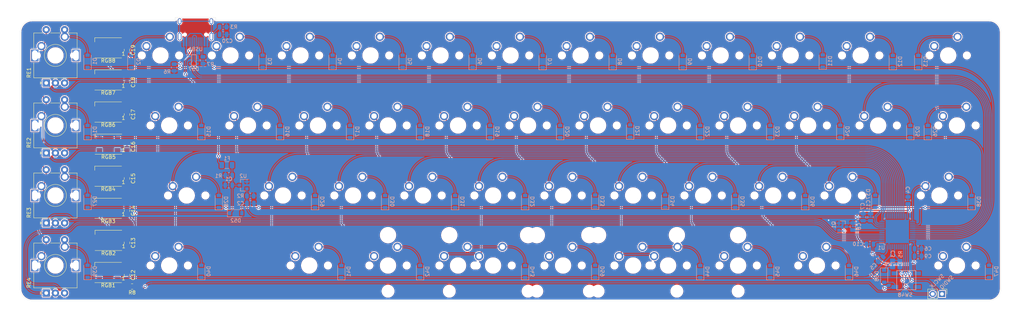
<source format=kicad_pcb>
(kicad_pcb (version 20171130) (host pcbnew 5.1.9-73d0e3b20d~88~ubuntu20.04.1)
  (layers (0 F.Cu signal) (31 B.Cu signal) (34 B.Paste user) (35 F.Paste user) (36 B.SilkS user) (37 F.SilkS user) (38 B.Mask user) (39 F.Mask user) (44 Edge.Cuts user))
  (net 0 "")
  (net 1 GND)
  (net 2 +5V)
  (net 3 +3V3)
  (net 4 BOOT0)
  (net 5 NRST)
  (net 6 ROW00)
  (net 7 "Net-(D2-Pad2)")
  (net 8 "Net-(D3-Pad2)")
  (net 9 "Net-(D4-Pad2)")
  (net 10 "Net-(D5-Pad2)")
  (net 11 "Net-(D6-Pad2)")
  (net 12 "Net-(D7-Pad2)")
  (net 13 "Net-(D8-Pad2)")
  (net 14 "Net-(D9-Pad2)")
  (net 15 "Net-(D10-Pad2)")
  (net 16 "Net-(D11-Pad2)")
  (net 17 "Net-(D12-Pad2)")
  (net 18 "Net-(D13-Pad2)")
  (net 19 ROW01)
  (net 20 "Net-(D15-Pad2)")
  (net 21 "Net-(D16-Pad2)")
  (net 22 "Net-(D17-Pad2)")
  (net 23 "Net-(D18-Pad2)")
  (net 24 "Net-(D19-Pad2)")
  (net 25 "Net-(D20-Pad2)")
  (net 26 "Net-(D21-Pad2)")
  (net 27 "Net-(D22-Pad2)")
  (net 28 "Net-(D23-Pad2)")
  (net 29 "Net-(D24-Pad2)")
  (net 30 "Net-(D25-Pad2)")
  (net 31 "Net-(D26-Pad2)")
  (net 32 ROW02)
  (net 33 "Net-(D28-Pad2)")
  (net 34 "Net-(D29-Pad2)")
  (net 35 "Net-(D30-Pad2)")
  (net 36 "Net-(D31-Pad2)")
  (net 37 "Net-(D32-Pad2)")
  (net 38 "Net-(D33-Pad2)")
  (net 39 "Net-(D34-Pad2)")
  (net 40 "Net-(D35-Pad2)")
  (net 41 "Net-(D36-Pad2)")
  (net 42 "Net-(D37-Pad2)")
  (net 43 "Net-(D38-Pad2)")
  (net 44 ROW03)
  (net 45 "Net-(D40-Pad2)")
  (net 46 "Net-(D41-Pad2)")
  (net 47 "Net-(D42-Pad2)")
  (net 48 "Net-(D43-Pad2)")
  (net 49 "Net-(D44-Pad2)")
  (net 50 "Net-(D45-Pad2)")
  (net 51 "Net-(D46-Pad2)")
  (net 52 "Net-(D47-Pad2)")
  (net 53 RGB_PWM)
  (net 54 VCC)
  (net 55 "Net-(D58-Pad2)")
  (net 56 D-)
  (net 57 D+)
  (net 58 "Net-(R6-Pad2)")
  (net 59 "Net-(R7-Pad2)")
  (net 60 COL00)
  (net 61 COL01)
  (net 62 COL02)
  (net 63 COL03)
  (net 64 COL04)
  (net 65 COL05)
  (net 66 COL06)
  (net 67 COL07)
  (net 68 COL08)
  (net 69 COL09)
  (net 70 COL10)
  (net 71 COL11)
  (net 72 COL12)
  (net 73 "Net-(U1-Pad45)")
  (net 74 "Net-(U1-Pad43)")
  (net 75 "Net-(U1-Pad42)")
  (net 76 "Net-(U1-Pad41)")
  (net 77 "Net-(U1-Pad40)")
  (net 78 "Net-(U1-Pad6)")
  (net 79 "Net-(USB1-Pad3)")
  (net 80 "Net-(USB1-Pad9)")
  (net 81 "Net-(D59-Pad2)")
  (net 82 ENC1_R)
  (net 83 ENC2_R)
  (net 84 ENC3_R)
  (net 85 ENC4_R)
  (net 86 ENC1_B)
  (net 87 ENC1_A)
  (net 88 ENC2_B)
  (net 89 ENC2_A)
  (net 90 ENC3_B)
  (net 91 ENC3_A)
  (net 92 ENC4_B)
  (net 93 ENC4_A)
  (net 94 SWCLK)
  (net 95 SWDIO)
  (net 96 "Net-(RGB1-Pad2)")
  (net 97 "Net-(RGB2-Pad2)")
  (net 98 "Net-(RGB3-Pad2)")
  (net 99 "Net-(RGB4-Pad2)")
  (net 100 "Net-(RGB5-Pad2)")
  (net 101 "Net-(RGB6-Pad2)")
  (net 102 "Net-(RGB7-Pad2)")
  (net 103 "Net-(RGB8-Pad2)")
  (net 104 "Net-(U1-Pad26)")
  (net 105 Earth)
  (module Capacitor_SMD:C_0805_2012Metric (layer B.Cu) (at 55.88 -240.919 180)
    (fp_text reference C1 (at 0 1.68) (layer B.SilkS) (effects (justify mirror)))
    (fp_text value 1uF)
    (pad 2 smd roundrect (at 0.95 0 180) (size 1 1.45) (layers B.Cu B.Paste B.Mask) (net 1 GND))
    (pad 1 smd roundrect (at -0.95 0 180) (size 1 1.45) (layers B.Cu B.Paste B.Mask) (net 2 +5V))
  )
  (module Capacitor_SMD:C_0805_2012Metric (layer B.Cu) (at 54.356 -281.94 180)
    (fp_text reference C20 (at -1.143 -1.778) (layer B.SilkS) (effects (justify mirror)))
    (fp_text value 4.7uF)
    (pad 2 smd roundrect (at 0.95 0 180) (size 1 1.45) (layers B.Cu B.Paste B.Mask) (net 105 Earth))
    (pad 1 smd roundrect (at -0.95 0 180) (size 1 1.45) (layers B.Cu B.Paste B.Mask) (net 1 GND))
  )
  (module Type-C:HRO-TYPE-C-31-M-12-HandSoldering (layer B.Cu) (at 46.83125 -288.13125)
    (fp_text reference USB1 (at 0 10.2) (layer B.SilkS) (effects (justify mirror)))
    (fp_text value HRO-TYPE-C-31-M-12)
    (pad 13 thru_hole oval (at 4.32 2.6) (size 1 1.6) (drill oval 0.6 1.2) (layers *.Cu F.Mask) (net 105 Earth))
    (pad 13 thru_hole oval (at -4.32 2.6) (size 1 1.6) (drill oval 0.6 1.2) (layers *.Cu F.Mask) (net 105 Earth))
    (pad 13 thru_hole oval (at 4.32 6.78) (size 1 2.1) (drill oval 0.6 1.7) (layers *.Cu F.Mask) (net 105 Earth))
    (pad 13 thru_hole oval (at -4.32 6.78) (size 1 2.1) (drill oval 0.6 1.7) (layers *.Cu F.Mask) (net 105 Earth))
    (pad "" np_thru_hole circle (at -2.89 6.25) (size 0.65 0.65) (drill 0.65) (layers *.Cu *.Mask))
    (pad "" np_thru_hole circle (at 2.89 6.25) (size 0.65 0.65) (drill 0.65) (layers *.Cu *.Mask))
    (pad 6 smd rect (at -0.25 8.195) (size 0.3 2.45) (layers B.Cu B.Paste B.Mask) (net 57 D+))
    (pad 7 smd rect (at 0.25 8.195) (size 0.3 2.45) (layers B.Cu B.Paste B.Mask) (net 56 D-))
    (pad 8 smd rect (at 0.75 8.195) (size 0.3 2.45) (layers B.Cu B.Paste B.Mask) (net 57 D+))
    (pad 5 smd rect (at -0.75 8.195) (size 0.3 2.45) (layers B.Cu B.Paste B.Mask) (net 56 D-))
    (pad 9 smd rect (at 1.25 8.195) (size 0.3 2.45) (layers B.Cu B.Paste B.Mask) (net 80 "Net-(USB1-Pad9)"))
    (pad 4 smd rect (at -1.25 8.195) (size 0.3 2.45) (layers B.Cu B.Paste B.Mask) (net 58 "Net-(R6-Pad2)"))
    (pad 10 smd rect (at 1.75 8.195) (size 0.3 2.45) (layers B.Cu B.Paste B.Mask) (net 59 "Net-(R7-Pad2)"))
    (pad 3 smd rect (at -1.75 8.195) (size 0.3 2.45) (layers B.Cu B.Paste B.Mask) (net 79 "Net-(USB1-Pad3)"))
    (pad 2 smd rect (at -2.45 8.195) (size 0.6 2.45) (layers B.Cu B.Paste B.Mask) (net 54 VCC))
    (pad 11 smd rect (at 2.45 8.195) (size 0.6 2.45) (layers B.Cu B.Paste B.Mask) (net 54 VCC))
    (pad 1 smd rect (at -3.225 8.195) (size 0.6 2.45) (layers B.Cu B.Paste B.Mask) (net 1 GND))
    (pad 12 smd rect (at 3.225 8.195) (size 0.6 2.45) (layers B.Cu B.Paste B.Mask) (net 1 GND))
  )
  (module Resistor_SMD:R_0805_2012Metric (layer B.Cu) (at 54.3325 -283.972 180)
    (fp_text reference R3 (at -2.9445 0) (layer B.SilkS) (effects (justify mirror)))
    (fp_text value 1M)
    (pad 2 smd roundrect (at 0.9125 0 180) (size 1.025 1.4) (layers B.Cu B.Paste B.Mask) (roundrect_rratio 0.2439004878048781) (net 105 Earth))
    (pad 1 smd roundrect (at -0.9125 0 180) (size 1.025 1.4) (layers B.Cu B.Paste B.Mask) (roundrect_rratio 0.2439004878048781) (net 1 GND))
  )
  (module MX_Only:MXOnly-1U-NoLED (layer F.Cu) (at 146.84375 -238.125)
    (fp_text reference SW33)
    (fp_text value SW_Push)
    (pad "" np_thru_hole circle (at 5.08 0 48.0996) (size 1.75 1.75) (drill 1.75) (layers *.Cu *.Mask))
    (pad "" np_thru_hole circle (at -5.08 0 48.0996) (size 1.75 1.75) (drill 1.75) (layers *.Cu *.Mask))
    (pad 1 thru_hole circle (at -3.81 -2.54) (size 2.25 2.25) (drill 1.47) (layers *.Cu B.Mask) (net 66 COL06))
    (pad "" np_thru_hole circle (at 0 0) (size 3.9878 3.9878) (drill 3.9878) (layers *.Cu *.Mask))
    (pad 2 thru_hole circle (at 2.54 -5.08) (size 2.25 2.25) (drill 1.47) (layers *.Cu B.Mask) (net 38 "Net-(D33-Pad2)"))
  )
  (module silk:turtle_pan_cu_small (layer F.Cu) (at 59.944 -223.012)
    (fp_text reference G*** hide)
    (fp_text value LOGO hide)
  )
  (module Capacitor_SMD:C_0805_2012Metric (layer F.Cu) (at 28.194 -277.683 270)
    (fp_text reference C19 (at 0 -1.68 90) (layer F.SilkS))
    (fp_text value 100)
    (pad 1 smd roundrect (at -0.95 0 270) (size 1 1.45) (layers F.Cu F.Paste F.Mask) (net 1 GND))
    (pad 2 smd roundrect (at 0.95 0 270) (size 1 1.45) (layers F.Cu F.Paste F.Mask) (net 2 +5V))
  )
  (module Capacitor_SMD:C_0805_2012Metric (layer F.Cu) (at 28.194 -268.92 270)
    (fp_text reference C18 (at 0 -1.68 90) (layer F.SilkS))
    (fp_text value 100)
    (pad 1 smd roundrect (at -0.95 0 270) (size 1 1.45) (layers F.Cu F.Paste F.Mask) (net 1 GND))
    (pad 2 smd roundrect (at 0.95 0 270) (size 1 1.45) (layers F.Cu F.Paste F.Mask) (net 2 +5V))
  )
  (module Capacitor_SMD:C_0805_2012Metric (layer F.Cu) (at 28.194 -260.157 270)
    (fp_text reference C17 (at 0 -1.68 90) (layer F.SilkS))
    (fp_text value 100)
    (pad 1 smd roundrect (at -0.95 0 270) (size 1 1.45) (layers F.Cu F.Paste F.Mask) (net 1 GND))
    (pad 2 smd roundrect (at 0.95 0 270) (size 1 1.45) (layers F.Cu F.Paste F.Mask) (net 2 +5V))
  )
  (module Capacitor_SMD:C_0805_2012Metric (layer F.Cu) (at 28.194 -251.394 270)
    (fp_text reference C16 (at 0 -1.68 90) (layer F.SilkS))
    (fp_text value 100)
    (pad 1 smd roundrect (at -0.95 0 270) (size 1 1.45) (layers F.Cu F.Paste F.Mask) (net 1 GND))
    (pad 2 smd roundrect (at 0.95 0 270) (size 1 1.45) (layers F.Cu F.Paste F.Mask) (net 2 +5V))
  )
  (module Capacitor_SMD:C_0805_2012Metric (layer F.Cu) (at 28.194 -242.758 270)
    (fp_text reference C15 (at 0 -1.68 90) (layer F.SilkS))
    (fp_text value 100)
    (pad 1 smd roundrect (at -0.95 0 270) (size 1 1.45) (layers F.Cu F.Paste F.Mask) (net 1 GND))
    (pad 2 smd roundrect (at 0.95 0 270) (size 1 1.45) (layers F.Cu F.Paste F.Mask) (net 2 +5V))
  )
  (module Capacitor_SMD:C_0805_2012Metric (layer F.Cu) (at 28.194 -233.995 270)
    (fp_text reference C14 (at 0 -1.68 90) (layer F.SilkS))
    (fp_text value 100)
    (pad 1 smd roundrect (at -0.95 0 270) (size 1 1.45) (layers F.Cu F.Paste F.Mask) (net 1 GND))
    (pad 2 smd roundrect (at 0.95 0 270) (size 1 1.45) (layers F.Cu F.Paste F.Mask) (net 2 +5V))
  )
  (module Capacitor_SMD:C_0805_2012Metric (layer F.Cu) (at 28.194 -225.232 270)
    (fp_text reference C13 (at 0 -1.68 90) (layer F.SilkS))
    (fp_text value 100)
    (pad 1 smd roundrect (at -0.95 0 270) (size 1 1.45) (layers F.Cu F.Paste F.Mask) (net 1 GND))
    (pad 2 smd roundrect (at 0.95 0 270) (size 1 1.45) (layers F.Cu F.Paste F.Mask) (net 2 +5V))
  )
  (module Capacitor_SMD:C_0805_2012Metric (layer F.Cu) (at 28.194 -216.469 270)
    (fp_text reference C12 (at 0 -1.68 90) (layer F.SilkS))
    (fp_text value 100)
    (pad 1 smd roundrect (at -0.95 0 270) (size 1 1.45) (layers F.Cu F.Paste F.Mask) (net 1 GND))
    (pad 2 smd roundrect (at 0.95 0 270) (size 1 1.45) (layers F.Cu F.Paste F.Mask) (net 2 +5V))
  )
  (module Connector_PinHeader_2.54mm:PinHeader_1x02_P2.54mm_Vertical (layer F.Cu) (at 249.936 -211.328 270)
    (fp_text reference J1)
    (fp_text value Conn_01x02)
    (pad 2 thru_hole oval (at 0 2.54 270) (size 1.7 1.7) (drill 1) (layers *.Cu *.Mask) (net 94 SWCLK))
    (pad 1 thru_hole rect (at 0 0 270) (size 1.7 1.7) (drill 1) (layers *.Cu *.Mask) (net 95 SWDIO))
  )
  (module Resistor_SMD:R_0805_2012Metric (layer F.Cu) (at 29.591 -213.36 180)
    (fp_text reference R8 (at 0 -1.65) (layer F.SilkS))
    (fp_text value 10k)
    (pad 1 smd roundrect (at -0.9125 0 180) (size 1.025 1.4) (layers F.Cu F.Paste F.Mask) (roundrect_rratio 0.2439004878048781) (net 2 +5V))
    (pad 2 smd roundrect (at 0.9125 0 180) (size 1.025 1.4) (layers F.Cu F.Paste F.Mask) (roundrect_rratio 0.2439004878048781) (net 53 RGB_PWM))
  )
  (module LED_SMD:LED_WS2812B_PLCC4_5.0x5.0mm_P3.2mm (layer F.Cu) (at 23.082249 -269.557501 180)
    (fp_text reference RGB7 (at 0 -3.5) (layer F.SilkS))
    (fp_text value WS2812B)
    (fp_text user 1 (at -4.15 -1.6) (layer F.SilkS))
    (pad 3 smd rect (at 2.45 1.6 180) (size 1.5 1) (layers F.Cu F.Paste F.Mask) (net 1 GND))
    (pad 4 smd rect (at 2.45 -1.6 180) (size 1.5 1) (layers F.Cu F.Paste F.Mask) (net 101 "Net-(RGB6-Pad2)"))
    (pad 2 smd rect (at -2.45 1.6 180) (size 1.5 1) (layers F.Cu F.Paste F.Mask) (net 102 "Net-(RGB7-Pad2)"))
    (pad 1 smd rect (at -2.45 -1.6 180) (size 1.5 1) (layers F.Cu F.Paste F.Mask) (net 2 +5V))
  )
  (module LED_SMD:LED_WS2812B_PLCC4_5.0x5.0mm_P3.2mm (layer F.Cu) (at 23.08225 -260.826249 180)
    (fp_text reference RGB6 (at 0 -3.5) (layer F.SilkS))
    (fp_text value WS2812B)
    (fp_text user 1 (at -4.15 -1.6) (layer F.SilkS))
    (pad 3 smd rect (at 2.45 1.6 180) (size 1.5 1) (layers F.Cu F.Paste F.Mask) (net 1 GND))
    (pad 4 smd rect (at 2.45 -1.6 180) (size 1.5 1) (layers F.Cu F.Paste F.Mask) (net 100 "Net-(RGB5-Pad2)"))
    (pad 2 smd rect (at -2.45 1.6 180) (size 1.5 1) (layers F.Cu F.Paste F.Mask) (net 101 "Net-(RGB6-Pad2)"))
    (pad 1 smd rect (at -2.45 -1.6 180) (size 1.5 1) (layers F.Cu F.Paste F.Mask) (net 2 +5V))
  )
  (module LED_SMD:LED_WS2812B_PLCC4_5.0x5.0mm_P3.2mm (layer F.Cu) (at 23.151 -252.0825 180)
    (fp_text reference RGB5 (at 0 -3.5) (layer F.SilkS))
    (fp_text value WS2812B)
    (fp_text user 1 (at -4.15 -1.6) (layer F.SilkS))
    (pad 3 smd rect (at 2.45 1.6 180) (size 1.5 1) (layers F.Cu F.Paste F.Mask) (net 1 GND))
    (pad 4 smd rect (at 2.45 -1.6 180) (size 1.5 1) (layers F.Cu F.Paste F.Mask) (net 99 "Net-(RGB4-Pad2)"))
    (pad 2 smd rect (at -2.45 1.6 180) (size 1.5 1) (layers F.Cu F.Paste F.Mask) (net 100 "Net-(RGB5-Pad2)"))
    (pad 1 smd rect (at -2.45 -1.6 180) (size 1.5 1) (layers F.Cu F.Paste F.Mask) (net 2 +5V))
  )
  (module LED_SMD:LED_WS2812B_PLCC4_5.0x5.0mm_P3.2mm (layer F.Cu) (at 23.08225 -243.36375 180)
    (fp_text reference RGB4 (at 0 -3.5) (layer F.SilkS))
    (fp_text value WS2812B)
    (fp_text user 1 (at -4.15 -1.6) (layer F.SilkS))
    (pad 3 smd rect (at 2.45 1.6 180) (size 1.5 1) (layers F.Cu F.Paste F.Mask) (net 1 GND))
    (pad 4 smd rect (at 2.45 -1.6 180) (size 1.5 1) (layers F.Cu F.Paste F.Mask) (net 98 "Net-(RGB3-Pad2)"))
    (pad 2 smd rect (at -2.45 1.6 180) (size 1.5 1) (layers F.Cu F.Paste F.Mask) (net 99 "Net-(RGB4-Pad2)"))
    (pad 1 smd rect (at -2.45 -1.6 180) (size 1.5 1) (layers F.Cu F.Paste F.Mask) (net 2 +5V))
  )
  (module LED_SMD:LED_WS2812B_PLCC4_5.0x5.0mm_P3.2mm (layer F.Cu) (at 23.08225 -234.6325 180)
    (fp_text reference RGB3 (at 0 -3.5) (layer F.SilkS))
    (fp_text value WS2812B)
    (fp_text user 1 (at -4.15 -1.6) (layer F.SilkS))
    (pad 3 smd rect (at 2.45 1.6 180) (size 1.5 1) (layers F.Cu F.Paste F.Mask) (net 1 GND))
    (pad 4 smd rect (at 2.45 -1.6 180) (size 1.5 1) (layers F.Cu F.Paste F.Mask) (net 97 "Net-(RGB2-Pad2)"))
    (pad 2 smd rect (at -2.45 1.6 180) (size 1.5 1) (layers F.Cu F.Paste F.Mask) (net 98 "Net-(RGB3-Pad2)"))
    (pad 1 smd rect (at -2.45 -1.6 180) (size 1.5 1) (layers F.Cu F.Paste F.Mask) (net 2 +5V))
  )
  (module LED_SMD:LED_WS2812B_PLCC4_5.0x5.0mm_P3.2mm (layer F.Cu) (at 23.151 -225.901251 180)
    (fp_text reference RGB2 (at 0 -3.5) (layer F.SilkS))
    (fp_text value WS2812B)
    (fp_text user 1 (at -4.15 -1.6) (layer F.SilkS))
    (pad 3 smd rect (at 2.45 1.6 180) (size 1.5 1) (layers F.Cu F.Paste F.Mask) (net 1 GND))
    (pad 4 smd rect (at 2.45 -1.6 180) (size 1.5 1) (layers F.Cu F.Paste F.Mask) (net 96 "Net-(RGB1-Pad2)"))
    (pad 2 smd rect (at -2.45 1.6 180) (size 1.5 1) (layers F.Cu F.Paste F.Mask) (net 97 "Net-(RGB2-Pad2)"))
    (pad 1 smd rect (at -2.45 -1.6 180) (size 1.5 1) (layers F.Cu F.Paste F.Mask) (net 2 +5V))
  )
  (module LED_SMD:LED_WS2812B_PLCC4_5.0x5.0mm_P3.2mm (layer F.Cu) (at 23.082249 -278.28875 180)
    (fp_text reference RGB8 (at 0 -3.5) (layer F.SilkS))
    (fp_text value WS2812B)
    (fp_text user 1 (at -4.15 -1.6) (layer F.SilkS))
    (pad 3 smd rect (at 2.45 1.6 180) (size 1.5 1) (layers F.Cu F.Paste F.Mask) (net 1 GND))
    (pad 4 smd rect (at 2.45 -1.6 180) (size 1.5 1) (layers F.Cu F.Paste F.Mask) (net 102 "Net-(RGB7-Pad2)"))
    (pad 2 smd rect (at -2.45 1.6 180) (size 1.5 1) (layers F.Cu F.Paste F.Mask) (net 103 "Net-(RGB8-Pad2)"))
    (pad 1 smd rect (at -2.45 -1.6 180) (size 1.5 1) (layers F.Cu F.Paste F.Mask) (net 2 +5V))
  )
  (module LED_SMD:LED_WS2812B_PLCC4_5.0x5.0mm_P3.2mm (layer F.Cu) (at 23.08225 -217.17 180)
    (fp_text reference RGB1 (at 0 -3.5) (layer F.SilkS))
    (fp_text value WS2812B)
    (fp_text user 1 (at -4.15 -1.6) (layer F.SilkS))
    (pad 3 smd rect (at 2.45 1.6 180) (size 1.5 1) (layers F.Cu F.Paste F.Mask) (net 1 GND))
    (pad 4 smd rect (at 2.45 -1.6 180) (size 1.5 1) (layers F.Cu F.Paste F.Mask) (net 53 RGB_PWM))
    (pad 2 smd rect (at -2.45 1.6 180) (size 1.5 1) (layers F.Cu F.Paste F.Mask) (net 96 "Net-(RGB1-Pad2)"))
    (pad 1 smd rect (at -2.45 -1.6 180) (size 1.5 1) (layers F.Cu F.Paste F.Mask) (net 2 +5V))
  )
  (module random-keyboard-parts:SOT143B (layer B.Cu) (at 46.371 -274.967 180)
    (fp_text reference D57 (at 0 -2.45) (layer B.SilkS) (effects (justify mirror)))
    (fp_text value PRTR5V0U2X)
    (pad 3 smd rect (at 1 -0.95 270) (size 0.6 0.7) (layers B.Cu B.Paste B.Mask) (net 56 D-))
    (pad 2 smd rect (at -1 -0.95 270) (size 0.6 0.7) (layers B.Cu B.Paste B.Mask) (net 57 D+))
    (pad 4 smd rect (at 1 0.95 270) (size 0.6 0.7) (layers B.Cu B.Paste B.Mask) (net 54 VCC))
    (pad 1 smd rect (at -1 0.75 270) (size 1 0.7) (layers B.Cu B.Paste B.Mask) (net 1 GND))
  )
  (module Diode_SMD:D_SOD-123 (layer B.Cu) (at 155.575 -217.4875 90)
    (fp_text reference D59 (at 0 2 270) (layer B.SilkS) (effects (justify mirror)))
    (fp_text value 1N4148w)
    (pad 1 smd rect (at -1.65 0 90) (size 0.9 1.2) (layers B.Cu B.Paste B.Mask) (net 44 ROW03))
    (pad 2 smd rect (at 1.65 0 90) (size 0.9 1.2) (layers B.Cu B.Paste B.Mask) (net 81 "Net-(D59-Pad2)"))
  )
  (module Package_TO_SOT_SMD:SOT-23 (layer B.Cu) (at 59.817 -240.919 180)
    (fp_text reference U2 (at 0 2.5) (layer B.SilkS) (effects (justify mirror)))
    (fp_text value MCP1700-3302E_SOT23)
    (pad 1 smd rect (at -1 0.95 180) (size 0.9 0.8) (layers B.Cu B.Paste B.Mask) (net 1 GND))
    (pad 2 smd rect (at -1 -0.95 180) (size 0.9 0.8) (layers B.Cu B.Paste B.Mask) (net 3 +3V3))
    (pad 3 smd rect (at 1 0 180) (size 0.9 0.8) (layers B.Cu B.Paste B.Mask) (net 2 +5V))
  )
  (module random-keyboard-parts:SKQG-1155865 (layer B.Cu) (at 240.209 -215.083)
    (fp_text reference SW48 (at -0.306 4.009) (layer B.SilkS) (effects (justify mirror)))
    (fp_text value SW_Push)
    (pad 4 smd rect (at -3.1 -1.85) (size 1.8 1.1) (layers B.Cu B.Paste B.Mask))
    (pad 3 smd rect (at 3.1 1.85) (size 1.8 1.1) (layers B.Cu B.Paste B.Mask))
    (pad 2 smd rect (at -3.1 1.85) (size 1.8 1.1) (layers B.Cu B.Paste B.Mask) (net 55 "Net-(D58-Pad2)"))
    (pad 1 smd rect (at 3.1 -1.85) (size 1.8 1.1) (layers B.Cu B.Paste B.Mask) (net 3 +3V3))
  )
  (module Resistor_SMD:R_0805_2012Metric (layer B.Cu) (at 48.895 -274.9315 90)
    (fp_text reference R7 (at -1.1195 2.032 180) (layer B.SilkS) (effects (justify mirror)))
    (fp_text value 5.1k)
    (pad 1 smd roundrect (at -0.9125 0 90) (size 1.025 1.4) (layers B.Cu B.Paste B.Mask) (roundrect_rratio 0.2439004878048781) (net 1 GND))
    (pad 2 smd roundrect (at 0.9125 0 90) (size 1.025 1.4) (layers B.Cu B.Paste B.Mask) (roundrect_rratio 0.2439004878048781) (net 59 "Net-(R7-Pad2)"))
  )
  (module Resistor_SMD:R_0805_2012Metric (layer B.Cu) (at 41.021 -272.9465 90)
    (fp_text reference R6 (at -1.1665 -1.905 180) (layer B.SilkS) (effects (justify mirror)))
    (fp_text value 5.1k)
    (pad 1 smd roundrect (at -0.9125 0 90) (size 1.025 1.4) (layers B.Cu B.Paste B.Mask) (roundrect_rratio 0.2439004878048781) (net 1 GND))
    (pad 2 smd roundrect (at 0.9125 0 90) (size 1.025 1.4) (layers B.Cu B.Paste B.Mask) (roundrect_rratio 0.2439004878048781) (net 58 "Net-(R6-Pad2)"))
  )
  (module Resistor_SMD:R_0805_2012Metric (layer B.Cu) (at 238.506 -219.4795 270)
    (fp_text reference R5 (at -2.6435 -0.127 90) (layer B.SilkS) (effects (justify mirror)))
    (fp_text value 100k)
    (pad 1 smd roundrect (at -0.9125 0 270) (size 1.025 1.4) (layers B.Cu B.Paste B.Mask) (roundrect_rratio 0.2439004878048781) (net 4 BOOT0))
    (pad 2 smd roundrect (at 0.9125 0 270) (size 1.025 1.4) (layers B.Cu B.Paste B.Mask) (roundrect_rratio 0.2439004878048781) (net 1 GND))
  )
  (module Resistor_SMD:R_0805_2012Metric (layer B.Cu) (at 61.7455 -237.998)
    (fp_text reference R2 (at -2.6905 0) (layer B.SilkS) (effects (justify mirror)))
    (fp_text value 100k)
    (pad 1 smd roundrect (at -0.9125 0) (size 1.025 1.4) (layers B.Cu B.Paste B.Mask) (roundrect_rratio 0.2439004878048781) (net 3 +3V3))
    (pad 2 smd roundrect (at 0.9125 0) (size 1.025 1.4) (layers B.Cu B.Paste B.Mask) (roundrect_rratio 0.2439004878048781) (net 1 GND))
  )
  (module Resistor_SMD:R_0805_2012Metric (layer B.Cu) (at 55.9035 -243.586 180)
    (fp_text reference R1 (at 2.8175 -0.127) (layer B.SilkS) (effects (justify mirror)))
    (fp_text value 100k)
    (pad 1 smd roundrect (at -0.9125 0 180) (size 1.025 1.4) (layers B.Cu B.Paste B.Mask) (roundrect_rratio 0.2439004878048781) (net 2 +5V))
    (pad 2 smd roundrect (at 0.9125 0 180) (size 1.025 1.4) (layers B.Cu B.Paste B.Mask) (roundrect_rratio 0.2439004878048781) (net 1 GND))
  )
  (module Package_TO_SOT_SMD:SOT-23 (layer B.Cu) (at 222.869 -229.616)
    (fp_text reference Q1 (at -2.397 -0.508 90) (layer B.SilkS) (effects (justify mirror)))
    (fp_text value DTC123J)
    (pad 1 smd rect (at -1 0.95) (size 0.9 0.8) (layers B.Cu B.Paste B.Mask) (net 55 "Net-(D58-Pad2)"))
    (pad 2 smd rect (at -1 -0.95) (size 0.9 0.8) (layers B.Cu B.Paste B.Mask) (net 1 GND))
    (pad 3 smd rect (at 1 0) (size 0.9 0.8) (layers B.Cu B.Paste B.Mask) (net 5 NRST))
  )
  (module Fuse:Fuse_1206_3216Metric (layer B.Cu) (at 55.375 -246.38 180)
    (fp_text reference F1 (at 0 1.82) (layer B.SilkS) (effects (justify mirror)))
    (fp_text value Polyfuse_Small)
    (pad 1 smd roundrect (at -1.4 0 180) (size 1.25 1.75) (layers B.Cu B.Paste B.Mask) (roundrect_rratio 0.2) (net 2 +5V))
    (pad 2 smd roundrect (at 1.4 0 180) (size 1.25 1.75) (layers B.Cu B.Paste B.Mask) (roundrect_rratio 0.2) (net 54 VCC))
  )
  (module Diode_SMD:D_SOD-123 (layer B.Cu) (at 234.188 -216.155 270)
    (fp_text reference D58 (at 0 2 90) (layer B.SilkS) (effects (justify mirror)))
    (fp_text value 1N4148W)
    (pad 1 smd rect (at -1.65 0 270) (size 0.9 1.2) (layers B.Cu B.Paste B.Mask) (net 4 BOOT0))
    (pad 2 smd rect (at 1.65 0 270) (size 0.9 1.2) (layers B.Cu B.Paste B.Mask) (net 55 "Net-(D58-Pad2)"))
  )
  (module Diode_SMD:D_SOD-123 (layer B.Cu) (at 57.786 -233.299)
    (fp_text reference D52 (at 0 2) (layer B.SilkS) (effects (justify mirror)))
    (fp_text value RB060M-60TR)
    (pad 1 smd rect (at -1.65 0) (size 0.9 1.2) (layers B.Cu B.Paste B.Mask) (net 2 +5V))
    (pad 2 smd rect (at 1.65 0) (size 0.9 1.2) (layers B.Cu B.Paste B.Mask) (net 3 +3V3))
  )
  (module Diode_SMD:D_SOD-123 (layer B.Cu) (at 262.73125 -217.4875 90)
    (fp_text reference D47 (at 0 2 90) (layer B.SilkS) (effects (justify mirror)))
    (fp_text value 1N4148w)
    (pad 1 smd rect (at -1.65 0 90) (size 0.9 1.2) (layers B.Cu B.Paste B.Mask) (net 44 ROW03))
    (pad 2 smd rect (at 1.65 0 90) (size 0.9 1.2) (layers B.Cu B.Paste B.Mask) (net 52 "Net-(D47-Pad2)"))
  )
  (module Diode_SMD:D_SOD-123 (layer B.Cu) (at 224.63125 -217.425 90)
    (fp_text reference D46 (at 0 2 90) (layer B.SilkS) (effects (justify mirror)))
    (fp_text value 1N4148w)
    (pad 1 smd rect (at -1.65 0 90) (size 0.9 1.2) (layers B.Cu B.Paste B.Mask) (net 44 ROW03))
    (pad 2 smd rect (at 1.65 0 90) (size 0.9 1.2) (layers B.Cu B.Paste B.Mask) (net 51 "Net-(D46-Pad2)"))
  )
  (module Diode_SMD:D_SOD-123 (layer B.Cu) (at 203.2 -217.425 90)
    (fp_text reference D45 (at 0 2 90) (layer B.SilkS) (effects (justify mirror)))
    (fp_text value 1N4148w)
    (pad 1 smd rect (at -1.65 0 90) (size 0.9 1.2) (layers B.Cu B.Paste B.Mask) (net 44 ROW03))
    (pad 2 smd rect (at 1.65 0 90) (size 0.9 1.2) (layers B.Cu B.Paste B.Mask) (net 50 "Net-(D45-Pad2)"))
  )
  (module Diode_SMD:D_SOD-123 (layer B.Cu) (at 184.15 -217.425 90)
    (fp_text reference D44 (at 0 2 90) (layer B.SilkS) (effects (justify mirror)))
    (fp_text value 1N4148w)
    (pad 1 smd rect (at -1.65 0 90) (size 0.9 1.2) (layers B.Cu B.Paste B.Mask) (net 44 ROW03))
    (pad 2 smd rect (at 1.65 0 90) (size 0.9 1.2) (layers B.Cu B.Paste B.Mask) (net 49 "Net-(D44-Pad2)"))
  )
  (module Diode_SMD:D_SOD-123 (layer B.Cu) (at 136.525 -217.425 90)
    (fp_text reference D43 (at 0 2 90) (layer B.SilkS) (effects (justify mirror)))
    (fp_text value 1N4148w)
    (pad 1 smd rect (at -1.65 0 90) (size 0.9 1.2) (layers B.Cu B.Paste B.Mask) (net 44 ROW03))
    (pad 2 smd rect (at 1.65 0 90) (size 0.9 1.2) (layers B.Cu B.Paste B.Mask) (net 48 "Net-(D43-Pad2)"))
  )
  (module Diode_SMD:D_SOD-123 (layer B.Cu) (at 107.95 -217.425 90)
    (fp_text reference D42 (at 0 2 90) (layer B.SilkS) (effects (justify mirror)))
    (fp_text value 1N4148w)
    (pad 1 smd rect (at -1.65 0 90) (size 0.9 1.2) (layers B.Cu B.Paste B.Mask) (net 44 ROW03))
    (pad 2 smd rect (at 1.65 0 90) (size 0.9 1.2) (layers B.Cu B.Paste B.Mask) (net 47 "Net-(D42-Pad2)"))
  )
  (module Diode_SMD:D_SOD-123 (layer B.Cu) (at 86.51875 -217.425 90)
    (fp_text reference D41 (at 0 2 90) (layer B.SilkS) (effects (justify mirror)))
    (fp_text value 1N4148w)
    (pad 1 smd rect (at -1.65 0 90) (size 0.9 1.2) (layers B.Cu B.Paste B.Mask) (net 44 ROW03))
    (pad 2 smd rect (at 1.65 0 90) (size 0.9 1.2) (layers B.Cu B.Paste B.Mask) (net 46 "Net-(D41-Pad2)"))
  )
  (module Diode_SMD:D_SOD-123 (layer B.Cu) (at 48.41875 -217.4875 90)
    (fp_text reference D40 (at 0 2 90) (layer B.SilkS) (effects (justify mirror)))
    (fp_text value 1N4148w)
    (pad 1 smd rect (at -1.65 0 90) (size 0.9 1.2) (layers B.Cu B.Paste B.Mask) (net 44 ROW03))
    (pad 2 smd rect (at 1.65 0 90) (size 0.9 1.2) (layers B.Cu B.Paste B.Mask) (net 45 "Net-(D40-Pad2)"))
  )
  (module Diode_SMD:D_SOD-123 (layer B.Cu) (at 17.4625 -217.4875 90)
    (fp_text reference D39 (at 0 2 90) (layer B.SilkS) (effects (justify mirror)))
    (fp_text value 1N4148w)
    (pad 1 smd rect (at -1.65 0 90) (size 0.9 1.2) (layers B.Cu B.Paste B.Mask) (net 44 ROW03))
    (pad 2 smd rect (at 1.65 0 90) (size 0.9 1.2) (layers B.Cu B.Paste B.Mask) (net 85 ENC4_R))
  )
  (module Diode_SMD:D_SOD-123 (layer B.Cu) (at 257.96875 -236.475 90)
    (fp_text reference D38 (at 0 2 90) (layer B.SilkS) (effects (justify mirror)))
    (fp_text value 1N4148w)
    (pad 1 smd rect (at -1.65 0 90) (size 0.9 1.2) (layers B.Cu B.Paste B.Mask) (net 32 ROW02))
    (pad 2 smd rect (at 1.65 0 90) (size 0.9 1.2) (layers B.Cu B.Paste B.Mask) (net 43 "Net-(D38-Pad2)"))
  )
  (module Diode_SMD:D_SOD-123 (layer B.Cu) (at 231.775 -236.5375 90)
    (fp_text reference D37 (at 1.9685 -1.905 90) (layer B.SilkS) (effects (justify mirror)))
    (fp_text value 1N4148w)
    (pad 1 smd rect (at -1.65 0 90) (size 0.9 1.2) (layers B.Cu B.Paste B.Mask) (net 32 ROW02))
    (pad 2 smd rect (at 1.65 0 90) (size 0.9 1.2) (layers B.Cu B.Paste B.Mask) (net 42 "Net-(D37-Pad2)"))
  )
  (module Diode_SMD:D_SOD-123 (layer B.Cu) (at 212.725 -236.475 90)
    (fp_text reference D36 (at 0 2 90) (layer B.SilkS) (effects (justify mirror)))
    (fp_text value 1N4148w)
    (pad 1 smd rect (at -1.65 0 90) (size 0.9 1.2) (layers B.Cu B.Paste B.Mask) (net 32 ROW02))
    (pad 2 smd rect (at 1.65 0 90) (size 0.9 1.2) (layers B.Cu B.Paste B.Mask) (net 41 "Net-(D36-Pad2)"))
  )
  (module Diode_SMD:D_SOD-123 (layer B.Cu) (at 193.675 -236.5375 90)
    (fp_text reference D35 (at 0 2 90) (layer B.SilkS) (effects (justify mirror)))
    (fp_text value 1N4148w)
    (pad 1 smd rect (at -1.65 0 90) (size 0.9 1.2) (layers B.Cu B.Paste B.Mask) (net 32 ROW02))
    (pad 2 smd rect (at 1.65 0 90) (size 0.9 1.2) (layers B.Cu B.Paste B.Mask) (net 40 "Net-(D35-Pad2)"))
  )
  (module Diode_SMD:D_SOD-123 (layer B.Cu) (at 174.625 -236.6 90)
    (fp_text reference D34 (at 0 2 90) (layer B.SilkS) (effects (justify mirror)))
    (fp_text value 1N4148w)
    (pad 1 smd rect (at -1.65 0 90) (size 0.9 1.2) (layers B.Cu B.Paste B.Mask) (net 32 ROW02))
    (pad 2 smd rect (at 1.65 0 90) (size 0.9 1.2) (layers B.Cu B.Paste B.Mask) (net 39 "Net-(D34-Pad2)"))
  )
  (module Diode_SMD:D_SOD-123 (layer B.Cu) (at 155.575 -236.6 90)
    (fp_text reference D33 (at 0 2 90) (layer B.SilkS) (effects (justify mirror)))
    (fp_text value 1N4148w)
    (pad 1 smd rect (at -1.65 0 90) (size 0.9 1.2) (layers B.Cu B.Paste B.Mask) (net 32 ROW02))
    (pad 2 smd rect (at 1.65 0 90) (size 0.9 1.2) (layers B.Cu B.Paste B.Mask) (net 38 "Net-(D33-Pad2)"))
  )
  (module Diode_SMD:D_SOD-123 (layer B.Cu) (at 136.525 -236.475 90)
    (fp_text reference D32 (at 0 2 90) (layer B.SilkS) (effects (justify mirror)))
    (fp_text value 1N4148w)
    (pad 1 smd rect (at -1.65 0 90) (size 0.9 1.2) (layers B.Cu B.Paste B.Mask) (net 32 ROW02))
    (pad 2 smd rect (at 1.65 0 90) (size 0.9 1.2) (layers B.Cu B.Paste B.Mask) (net 37 "Net-(D32-Pad2)"))
  )
  (module Diode_SMD:D_SOD-123 (layer B.Cu) (at 117.475 -236.475 90)
    (fp_text reference D31 (at 0 2 90) (layer B.SilkS) (effects (justify mirror)))
    (fp_text value 1N4148w)
    (pad 1 smd rect (at -1.65 0 90) (size 0.9 1.2) (layers B.Cu B.Paste B.Mask) (net 32 ROW02))
    (pad 2 smd rect (at 1.65 0 90) (size 0.9 1.2) (layers B.Cu B.Paste B.Mask) (net 36 "Net-(D31-Pad2)"))
  )
  (module Diode_SMD:D_SOD-123 (layer B.Cu) (at 98.425 -236.475 90)
    (fp_text reference D30 (at 0 2 90) (layer B.SilkS) (effects (justify mirror)))
    (fp_text value 1N4148w)
    (pad 1 smd rect (at -1.65 0 90) (size 0.9 1.2) (layers B.Cu B.Paste B.Mask) (net 32 ROW02))
    (pad 2 smd rect (at 1.65 0 90) (size 0.9 1.2) (layers B.Cu B.Paste B.Mask) (net 35 "Net-(D30-Pad2)"))
  )
  (module Diode_SMD:D_SOD-123 (layer B.Cu) (at 79.375 -236.475 90)
    (fp_text reference D29 (at 0 2 90) (layer B.SilkS) (effects (justify mirror)))
    (fp_text value 1N4148w)
    (pad 1 smd rect (at -1.65 0 90) (size 0.9 1.2) (layers B.Cu B.Paste B.Mask) (net 32 ROW02))
    (pad 2 smd rect (at 1.65 0 90) (size 0.9 1.2) (layers B.Cu B.Paste B.Mask) (net 34 "Net-(D29-Pad2)"))
  )
  (module Diode_SMD:D_SOD-123 (layer B.Cu) (at 53.18125 -236.475 90)
    (fp_text reference D28 (at 0 2 90) (layer B.SilkS) (effects (justify mirror)))
    (fp_text value 1N4148w)
    (pad 1 smd rect (at -1.65 0 90) (size 0.9 1.2) (layers B.Cu B.Paste B.Mask) (net 32 ROW02))
    (pad 2 smd rect (at 1.65 0 90) (size 0.9 1.2) (layers B.Cu B.Paste B.Mask) (net 33 "Net-(D28-Pad2)"))
  )
  (module Diode_SMD:D_SOD-123 (layer B.Cu) (at 17.4625 -236.5375 90)
    (fp_text reference D27 (at 0 2 90) (layer B.SilkS) (effects (justify mirror)))
    (fp_text value 1N4148w)
    (pad 1 smd rect (at -1.65 0 90) (size 0.9 1.2) (layers B.Cu B.Paste B.Mask) (net 32 ROW02))
    (pad 2 smd rect (at 1.65 0 90) (size 0.9 1.2) (layers B.Cu B.Paste B.Mask) (net 84 ENC3_R))
  )
  (module Diode_SMD:D_SOD-123 (layer B.Cu) (at 246.0625 -255.525 90)
    (fp_text reference D26 (at 0 2 90) (layer B.SilkS) (effects (justify mirror)))
    (fp_text value 1N4148w)
    (pad 1 smd rect (at -1.65 0 90) (size 0.9 1.2) (layers B.Cu B.Paste B.Mask) (net 19 ROW01))
    (pad 2 smd rect (at 1.65 0 90) (size 0.9 1.2) (layers B.Cu B.Paste B.Mask) (net 31 "Net-(D26-Pad2)"))
  )
  (module Diode_SMD:D_SOD-123 (layer B.Cu) (at 241.3 -255.525 90)
    (fp_text reference D25 (at 0 2 90) (layer B.SilkS) (effects (justify mirror)))
    (fp_text value 1N4148w)
    (pad 1 smd rect (at -1.65 0 90) (size 0.9 1.2) (layers B.Cu B.Paste B.Mask) (net 19 ROW01))
    (pad 2 smd rect (at 1.65 0 90) (size 0.9 1.2) (layers B.Cu B.Paste B.Mask) (net 30 "Net-(D25-Pad2)"))
  )
  (module Diode_SMD:D_SOD-123 (layer B.Cu) (at 222.25 -255.5875 90)
    (fp_text reference D24 (at 0 2 90) (layer B.SilkS) (effects (justify mirror)))
    (fp_text value 1N4148w)
    (pad 1 smd rect (at -1.65 0 90) (size 0.9 1.2) (layers B.Cu B.Paste B.Mask) (net 19 ROW01))
    (pad 2 smd rect (at 1.65 0 90) (size 0.9 1.2) (layers B.Cu B.Paste B.Mask) (net 29 "Net-(D24-Pad2)"))
  )
  (module Diode_SMD:D_SOD-123 (layer B.Cu) (at 203.2 -255.525 90)
    (fp_text reference D23 (at 0 2 90) (layer B.SilkS) (effects (justify mirror)))
    (fp_text value 1N4148w)
    (pad 1 smd rect (at -1.65 0 90) (size 0.9 1.2) (layers B.Cu B.Paste B.Mask) (net 19 ROW01))
    (pad 2 smd rect (at 1.65 0 90) (size 0.9 1.2) (layers B.Cu B.Paste B.Mask) (net 28 "Net-(D23-Pad2)"))
  )
  (module Diode_SMD:D_SOD-123 (layer B.Cu) (at 184.15 -255.525 90)
    (fp_text reference D22 (at 0 2 90) (layer B.SilkS) (effects (justify mirror)))
    (fp_text value 1N4148w)
    (pad 1 smd rect (at -1.65 0 90) (size 0.9 1.2) (layers B.Cu B.Paste B.Mask) (net 19 ROW01))
    (pad 2 smd rect (at 1.65 0 90) (size 0.9 1.2) (layers B.Cu B.Paste B.Mask) (net 27 "Net-(D22-Pad2)"))
  )
  (module Diode_SMD:D_SOD-123 (layer B.Cu) (at 165.1 -255.65 90)
    (fp_text reference D21 (at 0 2 90) (layer B.SilkS) (effects (justify mirror)))
    (fp_text value 1N4148w)
    (pad 1 smd rect (at -1.65 0 90) (size 0.9 1.2) (layers B.Cu B.Paste B.Mask) (net 19 ROW01))
    (pad 2 smd rect (at 1.65 0 90) (size 0.9 1.2) (layers B.Cu B.Paste B.Mask) (net 26 "Net-(D21-Pad2)"))
  )
  (module Diode_SMD:D_SOD-123 (layer B.Cu) (at 146.05 -255.525 90)
    (fp_text reference D20 (at 0 2 90) (layer B.SilkS) (effects (justify mirror)))
    (fp_text value 1N4148w)
    (pad 1 smd rect (at -1.65 0 90) (size 0.9 1.2) (layers B.Cu B.Paste B.Mask) (net 19 ROW01))
    (pad 2 smd rect (at 1.65 0 90) (size 0.9 1.2) (layers B.Cu B.Paste B.Mask) (net 25 "Net-(D20-Pad2)"))
  )
  (module Diode_SMD:D_SOD-123 (layer B.Cu) (at 127 -255.525 90)
    (fp_text reference D19 (at 0 2 90) (layer B.SilkS) (effects (justify mirror)))
    (fp_text value 1N4148w)
    (pad 1 smd rect (at -1.65 0 90) (size 0.9 1.2) (layers B.Cu B.Paste B.Mask) (net 19 ROW01))
    (pad 2 smd rect (at 1.65 0 90) (size 0.9 1.2) (layers B.Cu B.Paste B.Mask) (net 24 "Net-(D19-Pad2)"))
  )
  (module Diode_SMD:D_SOD-123 (layer B.Cu) (at 107.95 -255.525 90)
    (fp_text reference D18 (at 0 2 90) (layer B.SilkS) (effects (justify mirror)))
    (fp_text value 1N4148w)
    (pad 1 smd rect (at -1.65 0 90) (size 0.9 1.2) (layers B.Cu B.Paste B.Mask) (net 19 ROW01))
    (pad 2 smd rect (at 1.65 0 90) (size 0.9 1.2) (layers B.Cu B.Paste B.Mask) (net 23 "Net-(D18-Pad2)"))
  )
  (module Diode_SMD:D_SOD-123 (layer B.Cu) (at 88.9 -255.525 90)
    (fp_text reference D17 (at 0 2 90) (layer B.SilkS) (effects (justify mirror)))
    (fp_text value 1N4148w)
    (pad 1 smd rect (at -1.65 0 90) (size 0.9 1.2) (layers B.Cu B.Paste B.Mask) (net 19 ROW01))
    (pad 2 smd rect (at 1.65 0 90) (size 0.9 1.2) (layers B.Cu B.Paste B.Mask) (net 22 "Net-(D17-Pad2)"))
  )
  (module Diode_SMD:D_SOD-123 (layer B.Cu) (at 69.85 -255.525 90)
    (fp_text reference D16 (at 0 2 90) (layer B.SilkS) (effects (justify mirror)))
    (fp_text value 1N4148w)
    (pad 1 smd rect (at -1.65 0 90) (size 0.9 1.2) (layers B.Cu B.Paste B.Mask) (net 19 ROW01))
    (pad 2 smd rect (at 1.65 0 90) (size 0.9 1.2) (layers B.Cu B.Paste B.Mask) (net 21 "Net-(D16-Pad2)"))
  )
  (module Diode_SMD:D_SOD-123 (layer B.Cu) (at 48.41875 -255.525 90)
    (fp_text reference D15 (at 0 2 90) (layer B.SilkS) (effects (justify mirror)))
    (fp_text value 1N4148w)
    (pad 1 smd rect (at -1.65 0 90) (size 0.9 1.2) (layers B.Cu B.Paste B.Mask) (net 19 ROW01))
    (pad 2 smd rect (at 1.65 0 90) (size 0.9 1.2) (layers B.Cu B.Paste B.Mask) (net 20 "Net-(D15-Pad2)"))
  )
  (module Diode_SMD:D_SOD-123 (layer B.Cu) (at 17.4625 -255.525 90)
    (fp_text reference D14 (at 0 2 90) (layer B.SilkS) (effects (justify mirror)))
    (fp_text value 1N4148w)
    (pad 1 smd rect (at -1.65 0 90) (size 0.9 1.2) (layers B.Cu B.Paste B.Mask) (net 19 ROW01))
    (pad 2 smd rect (at 1.65 0 90) (size 0.9 1.2) (layers B.Cu B.Paste B.Mask) (net 83 ENC2_R))
  )
  (module Diode_SMD:D_SOD-123 (layer B.Cu) (at 243.459 -274.573 90)
    (fp_text reference D13 (at 0 2 90) (layer B.SilkS) (effects (justify mirror)))
    (fp_text value 1N4148w)
    (pad 1 smd rect (at -1.65 0 90) (size 0.9 1.2) (layers B.Cu B.Paste B.Mask) (net 6 ROW00))
    (pad 2 smd rect (at 1.65 0 90) (size 0.9 1.2) (layers B.Cu B.Paste B.Mask) (net 18 "Net-(D13-Pad2)"))
  )
  (module Diode_SMD:D_SOD-123 (layer B.Cu) (at 236.5375 -274.575 90)
    (fp_text reference D12 (at 0 2 90) (layer B.SilkS) (effects (justify mirror)))
    (fp_text value 1N4148w)
    (pad 1 smd rect (at -1.65 0 90) (size 0.9 1.2) (layers B.Cu B.Paste B.Mask) (net 6 ROW00))
    (pad 2 smd rect (at 1.65 0 90) (size 0.9 1.2) (layers B.Cu B.Paste B.Mask) (net 17 "Net-(D12-Pad2)"))
  )
  (module Diode_SMD:D_SOD-123 (layer B.Cu) (at 217.4875 -274.7 90)
    (fp_text reference D11 (at 0 2 90) (layer B.SilkS) (effects (justify mirror)))
    (fp_text value 1N4148w)
    (pad 1 smd rect (at -1.65 0 90) (size 0.9 1.2) (layers B.Cu B.Paste B.Mask) (net 6 ROW00))
    (pad 2 smd rect (at 1.65 0 90) (size 0.9 1.2) (layers B.Cu B.Paste B.Mask) (net 16 "Net-(D11-Pad2)"))
  )
  (module Diode_SMD:D_SOD-123 (layer B.Cu) (at 198.4375 -274.575 90)
    (fp_text reference D10 (at 0 2 90) (layer B.SilkS) (effects (justify mirror)))
    (fp_text value 1N4148w)
    (pad 1 smd rect (at -1.65 0 90) (size 0.9 1.2) (layers B.Cu B.Paste B.Mask) (net 6 ROW00))
    (pad 2 smd rect (at 1.65 0 90) (size 0.9 1.2) (layers B.Cu B.Paste B.Mask) (net 15 "Net-(D10-Pad2)"))
  )
  (module Diode_SMD:D_SOD-123 (layer B.Cu) (at 179.3875 -274.575 90)
    (fp_text reference D9 (at 0 2 90) (layer B.SilkS) (effects (justify mirror)))
    (fp_text value 1N4148w)
    (pad 1 smd rect (at -1.65 0 90) (size 0.9 1.2) (layers B.Cu B.Paste B.Mask) (net 6 ROW00))
    (pad 2 smd rect (at 1.65 0 90) (size 0.9 1.2) (layers B.Cu B.Paste B.Mask) (net 14 "Net-(D9-Pad2)"))
  )
  (module Diode_SMD:D_SOD-123 (layer B.Cu) (at 160.3375 -274.575 90)
    (fp_text reference D8 (at 0 2 90) (layer B.SilkS) (effects (justify mirror)))
    (fp_text value 1N4148w)
    (pad 1 smd rect (at -1.65 0 90) (size 0.9 1.2) (layers B.Cu B.Paste B.Mask) (net 6 ROW00))
    (pad 2 smd rect (at 1.65 0 90) (size 0.9 1.2) (layers B.Cu B.Paste B.Mask) (net 13 "Net-(D8-Pad2)"))
  )
  (module Diode_SMD:D_SOD-123 (layer B.Cu) (at 141.2875 -274.575 90)
    (fp_text reference D7 (at 0 2 90) (layer B.SilkS) (effects (justify mirror)))
    (fp_text value 1N4148w)
    (pad 1 smd rect (at -1.65 0 90) (size 0.9 1.2) (layers B.Cu B.Paste B.Mask) (net 6 ROW00))
    (pad 2 smd rect (at 1.65 0 90) (size 0.9 1.2) (layers B.Cu B.Paste B.Mask) (net 12 "Net-(D7-Pad2)"))
  )
  (module Diode_SMD:D_SOD-123 (layer B.Cu) (at 122.2375 -274.6375 90)
    (fp_text reference D6 (at 0 2 90) (layer B.SilkS) (effects (justify mirror)))
    (fp_text value 1N4148w)
    (pad 1 smd rect (at -1.65 0 90) (size 0.9 1.2) (layers B.Cu B.Paste B.Mask) (net 6 ROW00))
    (pad 2 smd rect (at 1.65 0 90) (size 0.9 1.2) (layers B.Cu B.Paste B.Mask) (net 11 "Net-(D6-Pad2)"))
  )
  (module Diode_SMD:D_SOD-123 (layer B.Cu) (at 103.1875 -274.6375 90)
    (fp_text reference D5 (at 0 2 90) (layer B.SilkS) (effects (justify mirror)))
    (fp_text value 1N4148w)
    (pad 1 smd rect (at -1.65 0 90) (size 0.9 1.2) (layers B.Cu B.Paste B.Mask) (net 6 ROW00))
    (pad 2 smd rect (at 1.65 0 90) (size 0.9 1.2) (layers B.Cu B.Paste B.Mask) (net 10 "Net-(D5-Pad2)"))
  )
  (module Diode_SMD:D_SOD-123 (layer B.Cu) (at 84.1375 -274.6375 90)
    (fp_text reference D4 (at 0 2 90) (layer B.SilkS) (effects (justify mirror)))
    (fp_text value 1N4148w)
    (pad 1 smd rect (at -1.65 0 90) (size 0.9 1.2) (layers B.Cu B.Paste B.Mask) (net 6 ROW00))
    (pad 2 smd rect (at 1.65 0 90) (size 0.9 1.2) (layers B.Cu B.Paste B.Mask) (net 9 "Net-(D4-Pad2)"))
  )
  (module Diode_SMD:D_SOD-123 (layer B.Cu) (at 65.0875 -274.6375 90)
    (fp_text reference D3 (at 0 2 90) (layer B.SilkS) (effects (justify mirror)))
    (fp_text value 1N4148w)
    (pad 1 smd rect (at -1.65 0 90) (size 0.9 1.2) (layers B.Cu B.Paste B.Mask) (net 6 ROW00))
    (pad 2 smd rect (at 1.65 0 90) (size 0.9 1.2) (layers B.Cu B.Paste B.Mask) (net 8 "Net-(D3-Pad2)"))
  )
  (module Diode_SMD:D_SOD-123 (layer B.Cu) (at 29.36875 -274.575 90)
    (fp_text reference D2 (at 0 2 90) (layer B.SilkS) (effects (justify mirror)))
    (fp_text value 1N4148w)
    (pad 1 smd rect (at -1.65 0 90) (size 0.9 1.2) (layers B.Cu B.Paste B.Mask) (net 6 ROW00))
    (pad 2 smd rect (at 1.65 0 90) (size 0.9 1.2) (layers B.Cu B.Paste B.Mask) (net 7 "Net-(D2-Pad2)"))
  )
  (module Diode_SMD:D_SOD-123 (layer B.Cu) (at 17.4625 -274.6375 90)
    (fp_text reference D1 (at 0 2 90) (layer B.SilkS) (effects (justify mirror)))
    (fp_text value 1N4148w)
    (pad 1 smd rect (at -1.65 0 90) (size 0.9 1.2) (layers B.Cu B.Paste B.Mask) (net 6 ROW00))
    (pad 2 smd rect (at 1.65 0 90) (size 0.9 1.2) (layers B.Cu B.Paste B.Mask) (net 82 ENC1_R))
  )
  (module Capacitor_SMD:C_0805_2012Metric (layer B.Cu) (at 230.505 -232.222001 90)
    (fp_text reference C11 (at 3.235999 -0.635 90) (layer B.SilkS) (effects (justify mirror)))
    (fp_text value 1uF)
    (pad 1 smd roundrect (at -0.95 0 90) (size 1 1.45) (layers B.Cu B.Paste B.Mask) (net 3 +3V3))
    (pad 2 smd roundrect (at 0.95 0 90) (size 1 1.45) (layers B.Cu B.Paste B.Mask) (net 1 GND))
  )
  (module Capacitor_SMD:C_0805_2012Metric (layer B.Cu) (at 230.317001 -224.917 180)
    (fp_text reference C10 (at 3.241001 0) (layer B.SilkS) (effects (justify mirror)))
    (fp_text value 4.7uF)
    (pad 1 smd roundrect (at -0.95 0 180) (size 1 1.45) (layers B.Cu B.Paste B.Mask) (net 3 +3V3))
    (pad 2 smd roundrect (at 0.95 0 180) (size 1 1.45) (layers B.Cu B.Paste B.Mask) (net 1 GND))
  )
  (module Capacitor_SMD:C_0805_2012Metric (layer B.Cu) (at 243.398001 -221.615)
    (fp_text reference C9 (at 2.727999 0) (layer B.SilkS) (effects (justify mirror)))
    (fp_text value 4.7uF)
    (pad 1 smd roundrect (at -0.95 0) (size 1 1.45) (layers B.Cu B.Paste B.Mask) (net 3 +3V3))
    (pad 2 smd roundrect (at 0.95 0) (size 1 1.45) (layers B.Cu B.Paste B.Mask) (net 1 GND))
  )
  (module Capacitor_SMD:C_0805_2012Metric (layer B.Cu) (at 225.679 -229.682001 90)
    (fp_text reference C8 (at 0 1.68 90) (layer B.SilkS) (effects (justify mirror)))
    (fp_text value 4.7nF)
    (pad 1 smd roundrect (at -0.95 0 90) (size 1 1.45) (layers B.Cu B.Paste B.Mask) (net 5 NRST))
    (pad 2 smd roundrect (at 0.95 0 90) (size 1 1.45) (layers B.Cu B.Paste B.Mask) (net 1 GND))
  )
  (module Capacitor_SMD:C_0805_2012Metric (layer B.Cu) (at 228.473 -232.222 90)
    (fp_text reference C7 (at 2.982 -0.127 90) (layer B.SilkS) (effects (justify mirror)))
    (fp_text value 10nF)
    (pad 1 smd roundrect (at -0.95 0 90) (size 1 1.45) (layers B.Cu B.Paste B.Mask) (net 3 +3V3))
    (pad 2 smd roundrect (at 0.95 0 90) (size 1 1.45) (layers B.Cu B.Paste B.Mask) (net 1 GND))
  )
  (module Capacitor_SMD:C_0805_2012Metric (layer B.Cu) (at 243.398001 -223.647)
    (fp_text reference C6 (at 2.727999 0) (layer B.SilkS) (effects (justify mirror)))
    (fp_text value 100nF)
    (pad 1 smd roundrect (at -0.95 0) (size 1 1.45) (layers B.Cu B.Paste B.Mask) (net 3 +3V3))
    (pad 2 smd roundrect (at 0.95 0) (size 1 1.45) (layers B.Cu B.Paste B.Mask) (net 1 GND))
  )
  (module Capacitor_SMD:C_0805_2012Metric (layer B.Cu) (at 233.208751 -220.762751 225)
    (fp_text reference C5 (at 2.746051 0 45) (layer B.SilkS) (effects (justify mirror)))
    (fp_text value 100nF)
    (pad 1 smd roundrect (at -0.95 0 225) (size 1 1.45) (layers B.Cu B.Paste B.Mask) (net 3 +3V3))
    (pad 2 smd roundrect (at 0.95 0 225) (size 1 1.45) (layers B.Cu B.Paste B.Mask) (net 1 GND))
  )
  (module Capacitor_SMD:C_0805_2012Metric (layer B.Cu) (at 240.665 -236.789 90)
    (fp_text reference C4 (at 2.86 0 90) (layer B.SilkS) (effects (justify mirror)))
    (fp_text value 100nF)
    (pad 1 smd roundrect (at -0.95 0 90) (size 1 1.45) (layers B.Cu B.Paste B.Mask) (net 3 +3V3))
    (pad 2 smd roundrect (at 0.95 0 90) (size 1 1.45) (layers B.Cu B.Paste B.Mask) (net 1 GND))
  )
  (module Capacitor_SMD:C_0805_2012Metric (layer B.Cu) (at 236.474 -219.522001 90)
    (fp_text reference C3 (at 2.727999 0.127 90) (layer B.SilkS) (effects (justify mirror)))
    (fp_text value 10uF)
    (pad 1 smd roundrect (at -0.95 0 90) (size 1 1.45) (layers B.Cu B.Paste B.Mask) (net 1 GND))
    (pad 2 smd roundrect (at 0.95 0 90) (size 1 1.45) (layers B.Cu B.Paste B.Mask) (net 4 BOOT0))
  )
  (module Capacitor_SMD:C_0805_2012Metric (layer B.Cu) (at 61.782999 -235.966)
    (fp_text reference C2 (at -2.727999 0) (layer B.SilkS) (effects (justify mirror)))
    (fp_text value 1uF)
    (pad 1 smd roundrect (at -0.95 0) (size 1 1.45) (layers B.Cu B.Paste B.Mask) (net 3 +3V3))
    (pad 2 smd roundrect (at 0.95 0) (size 1 1.45) (layers B.Cu B.Paste B.Mask) (net 1 GND))
  )
  (module MX_Only:MXOnly-6U-Centered-ReversedStabilizers-NoLED (layer F.Cu) (at 146.84375 -219.075)
    (fp_text reference SW51)
    (fp_text value SW_Push)
    (pad "" np_thru_hole circle (at 47.625 -8.255) (size 3.9878 3.9878) (drill 3.9878) (layers *.Cu *.Mask))
    (pad "" np_thru_hole circle (at -47.625 -8.255) (size 3.9878 3.9878) (drill 3.9878) (layers *.Cu *.Mask))
    (pad "" np_thru_hole circle (at 47.625 6.985) (size 3.048 3.048) (drill 3.048) (layers *.Cu *.Mask))
    (pad "" np_thru_hole circle (at -47.625 6.985) (size 3.048 3.048) (drill 3.048) (layers *.Cu *.Mask))
    (pad "" np_thru_hole circle (at 5.08 0 48.0996) (size 1.75 1.75) (drill 1.75) (layers *.Cu *.Mask))
    (pad "" np_thru_hole circle (at -5.08 0 48.0996) (size 1.75 1.75) (drill 1.75) (layers *.Cu *.Mask))
    (pad 1 thru_hole circle (at -3.81 -2.54) (size 2.25 2.25) (drill 1.47) (layers *.Cu B.Mask) (net 66 COL06))
    (pad "" np_thru_hole circle (at 0 0) (size 3.9878 3.9878) (drill 3.9878) (layers *.Cu *.Mask))
    (pad 2 thru_hole circle (at 2.54 -5.08) (size 2.25 2.25) (drill 1.47) (layers *.Cu B.Mask) (net 81 "Net-(D59-Pad2)"))
  )
  (module MX_Only:MXOnly-3U-ReversedStabilizers-NoLED (layer F.Cu) (at 175.41875 -219.075)
    (fp_text reference SW50)
    (fp_text value SW_Push)
    (pad 2 thru_hole circle (at 2.54 -5.08) (size 2.25 2.25) (drill 1.47) (layers *.Cu B.Mask) (net 49 "Net-(D44-Pad2)"))
    (pad 1 thru_hole circle (at -3.81 -2.54 48.1) (size 2.25 2.25) (drill 1.47) (layers *.Cu B.Mask) (net 67 COL07))
    (pad "" np_thru_hole circle (at 0 0) (size 3.9878 3.9878) (drill 3.9878) (layers *.Cu *.Mask))
    (pad "" np_thru_hole circle (at -5.08 0 48.0996) (size 1.75 1.75) (drill 1.75) (layers *.Cu *.Mask))
    (pad "" np_thru_hole circle (at 5.08 0 48.0996) (size 1.75 1.75) (drill 1.75) (layers *.Cu *.Mask))
    (pad "" np_thru_hole circle (at -19.05 6.985) (size 3.048 3.048) (drill 3.048) (layers *.Cu *.Mask))
    (pad "" np_thru_hole circle (at 19.05 6.985) (size 3.048 3.048) (drill 3.048) (layers *.Cu *.Mask))
    (pad "" np_thru_hole circle (at -19.05 -8.255) (size 3.9878 3.9878) (drill 3.9878) (layers *.Cu *.Mask))
    (pad "" np_thru_hole circle (at 19.05 -8.255) (size 3.9878 3.9878) (drill 3.9878) (layers *.Cu *.Mask))
  )
  (module MX_Only:MXOnly-3U-ReversedStabilizers-NoLED (layer F.Cu) (at 118.26875 -219.075)
    (fp_text reference SW49)
    (fp_text value SW_Push)
    (pad 2 thru_hole circle (at 2.54 -5.08) (size 2.25 2.25) (drill 1.47) (layers *.Cu B.Mask) (net 48 "Net-(D43-Pad2)"))
    (pad 1 thru_hole circle (at -3.81 -2.54 48.1) (size 2.25 2.25) (drill 1.47) (layers *.Cu B.Mask) (net 65 COL05))
    (pad "" np_thru_hole circle (at 0 0) (size 3.9878 3.9878) (drill 3.9878) (layers *.Cu *.Mask))
    (pad "" np_thru_hole circle (at -5.08 0 48.0996) (size 1.75 1.75) (drill 1.75) (layers *.Cu *.Mask))
    (pad "" np_thru_hole circle (at 5.08 0 48.0996) (size 1.75 1.75) (drill 1.75) (layers *.Cu *.Mask))
    (pad "" np_thru_hole circle (at -19.05 6.985) (size 3.048 3.048) (drill 3.048) (layers *.Cu *.Mask))
    (pad "" np_thru_hole circle (at 19.05 6.985) (size 3.048 3.048) (drill 3.048) (layers *.Cu *.Mask))
    (pad "" np_thru_hole circle (at -19.05 -8.255) (size 3.9878 3.9878) (drill 3.9878) (layers *.Cu *.Mask))
    (pad "" np_thru_hole circle (at 19.05 -8.255) (size 3.9878 3.9878) (drill 3.9878) (layers *.Cu *.Mask))
  )
  (module MX_Only:MXOnly-1.25U-NoLED (layer F.Cu) (at 254 -257.175)
    (fp_text reference SW26)
    (fp_text value SW_Push)
    (pad "" np_thru_hole circle (at 5.08 0 48.0996) (size 1.75 1.75) (drill 1.75) (layers *.Cu *.Mask))
    (pad "" np_thru_hole circle (at -5.08 0 48.0996) (size 1.75 1.75) (drill 1.75) (layers *.Cu *.Mask))
    (pad 1 thru_hole circle (at -3.81 -2.54) (size 2.25 2.25) (drill 1.47) (layers *.Cu B.Mask) (net 72 COL12))
    (pad "" np_thru_hole circle (at 0 0) (size 3.9878 3.9878) (drill 3.9878) (layers *.Cu *.Mask))
    (pad 2 thru_hole circle (at 2.54 -5.08) (size 2.25 2.25) (drill 1.47) (layers *.Cu B.Mask) (net 31 "Net-(D26-Pad2)"))
  )
  (module Package_QFP:LQFP-48_7x7mm_P0.5mm (layer B.Cu) (at 237.771449 -228.328785)
    (fp_text reference U1 (at -4.345449 4.427785) (layer B.SilkS) (effects (justify mirror)))
    (fp_text value STM32F072CBTx)
    (pad 1 smd roundrect (at -4.1625 2.75) (size 1.475 0.3) (layers B.Cu B.Paste B.Mask) (net 3 +3V3))
    (pad 2 smd roundrect (at -4.1625 2.25) (size 1.475 0.3) (layers B.Cu B.Paste B.Mask) (net 92 ENC4_B))
    (pad 3 smd roundrect (at -4.1625 1.75) (size 1.475 0.3) (layers B.Cu B.Paste B.Mask) (net 93 ENC4_A))
    (pad 4 smd roundrect (at -4.1625 1.25) (size 1.475 0.3) (layers B.Cu B.Paste B.Mask) (net 90 ENC3_B))
    (pad 5 smd roundrect (at -4.1625 0.75) (size 1.475 0.3) (layers B.Cu B.Paste B.Mask) (net 91 ENC3_A))
    (pad 6 smd roundrect (at -4.1625 0.25) (size 1.475 0.3) (layers B.Cu B.Paste B.Mask) (net 78 "Net-(U1-Pad6)"))
    (pad 7 smd roundrect (at -4.1625 -0.25) (size 1.475 0.3) (layers B.Cu B.Paste B.Mask) (net 5 NRST))
    (pad 8 smd roundrect (at -4.1625 -0.75) (size 1.475 0.3) (layers B.Cu B.Paste B.Mask) (net 1 GND))
    (pad 9 smd roundrect (at -4.1625 -1.25) (size 1.475 0.3) (layers B.Cu B.Paste B.Mask) (net 3 +3V3))
    (pad 10 smd roundrect (at -4.1625 -1.75) (size 1.475 0.3) (layers B.Cu B.Paste B.Mask) (net 70 COL10))
    (pad 11 smd roundrect (at -4.1625 -2.25) (size 1.475 0.3) (layers B.Cu B.Paste B.Mask) (net 69 COL09))
    (pad 12 smd roundrect (at -4.1625 -2.75) (size 1.475 0.3) (layers B.Cu B.Paste B.Mask) (net 68 COL08))
    (pad 13 smd roundrect (at -2.75 -4.1625) (size 0.3 1.475) (layers B.Cu B.Paste B.Mask) (net 67 COL07))
    (pad 14 smd roundrect (at -2.25 -4.1625) (size 0.3 1.475) (layers B.Cu B.Paste B.Mask) (net 66 COL06))
    (pad 15 smd roundrect (at -1.75 -4.1625) (size 0.3 1.475) (layers B.Cu B.Paste B.Mask) (net 65 COL05))
    (pad 16 smd roundrect (at -1.25 -4.1625) (size 0.3 1.475) (layers B.Cu B.Paste B.Mask) (net 64 COL04))
    (pad 17 smd roundrect (at -0.75 -4.1625) (size 0.3 1.475) (layers B.Cu B.Paste B.Mask) (net 63 COL03))
    (pad 18 smd roundrect (at -0.25 -4.1625) (size 0.3 1.475) (layers B.Cu B.Paste B.Mask) (net 62 COL02))
    (pad 19 smd roundrect (at 0.25 -4.1625) (size 0.3 1.475) (layers B.Cu B.Paste B.Mask) (net 61 COL01))
    (pad 20 smd roundrect (at 0.75 -4.1625) (size 0.3 1.475) (layers B.Cu B.Paste B.Mask) (net 89 ENC2_A))
    (pad 21 smd roundrect (at 1.25 -4.1625) (size 0.3 1.475) (layers B.Cu B.Paste B.Mask) (net 88 ENC2_B))
    (pad 22 smd roundrect (at 1.75 -4.1625) (size 0.3 1.475) (layers B.Cu B.Paste B.Mask) (net 60 COL00))
    (pad 23 smd roundrect (at 2.25 -4.1625) (size 0.3 1.475) (layers B.Cu B.Paste B.Mask) (net 1 GND))
    (pad 24 smd roundrect (at 2.75 -4.1625) (size 0.3 1.475) (layers B.Cu B.Paste B.Mask) (net 3 +3V3))
    (pad 25 smd roundrect (at 4.1625 -2.75) (size 1.475 0.3) (layers B.Cu B.Paste B.Mask) (net 72 COL12))
    (pad 26 smd roundrect (at 4.1625 -2.25) (size 1.475 0.3) (layers B.Cu B.Paste B.Mask) (net 104 "Net-(U1-Pad26)"))
    (pad 27 smd roundrect (at 4.1625 -1.75) (size 1.475 0.3) (layers B.Cu B.Paste B.Mask) (net 32 ROW02))
    (pad 28 smd roundrect (at 4.1625 -1.25) (size 1.475 0.3) (layers B.Cu B.Paste B.Mask) (net 19 ROW01))
    (pad 29 smd roundrect (at 4.1625 -0.75) (size 1.475 0.3) (layers B.Cu B.Paste B.Mask) (net 71 COL11))
    (pad 30 smd roundrect (at 4.1625 -0.25) (size 1.475 0.3) (layers B.Cu B.Paste B.Mask) (net 87 ENC1_A))
    (pad 31 smd roundrect (at 4.1625 0.25) (size 1.475 0.3) (layers B.Cu B.Paste B.Mask) (net 86 ENC1_B))
    (pad 32 smd roundrect (at 4.1625 0.75) (size 1.475 0.3) (layers B.Cu B.Paste B.Mask) (net 56 D-))
    (pad 33 smd roundrect (at 4.1625 1.25) (size 1.475 0.3) (layers B.Cu B.Paste B.Mask) (net 57 D+))
    (pad 34 smd roundrect (at 4.1625 1.75) (size 1.475 0.3) (layers B.Cu B.Paste B.Mask) (net 6 ROW00))
    (pad 35 smd roundrect (at 4.1625 2.25) (size 1.475 0.3) (layers B.Cu B.Paste B.Mask) (net 1 GND))
    (pad 36 smd roundrect (at 4.1625 2.75) (size 1.475 0.3) (layers B.Cu B.Paste B.Mask) (net 3 +3V3))
    (pad 37 smd roundrect (at 2.75 4.1625) (size 0.3 1.475) (layers B.Cu B.Paste B.Mask) (net 95 SWDIO))
    (pad 38 smd roundrect (at 2.25 4.1625) (size 0.3 1.475) (layers B.Cu B.Paste B.Mask) (net 94 SWCLK))
    (pad 39 smd roundrect (at 1.75 4.1625) (size 0.3 1.475) (layers B.Cu B.Paste B.Mask) (net 53 RGB_PWM))
    (pad 40 smd roundrect (at 1.25 4.1625) (size 0.3 1.475) (layers B.Cu B.Paste B.Mask) (net 77 "Net-(U1-Pad40)"))
    (pad 41 smd roundrect (at 0.75 4.1625) (size 0.3 1.475) (layers B.Cu B.Paste B.Mask) (net 76 "Net-(U1-Pad41)"))
    (pad 42 smd roundrect (at 0.25 4.1625) (size 0.3 1.475) (layers B.Cu B.Paste B.Mask) (net 75 "Net-(U1-Pad42)"))
    (pad 43 smd roundrect (at -0.25 4.1625) (size 0.3 1.475) (layers B.Cu B.Paste B.Mask) (net 74 "Net-(U1-Pad43)"))
    (pad 44 smd roundrect (at -0.75 4.1625) (size 0.3 1.475) (layers B.Cu B.Paste B.Mask) (net 4 BOOT0))
    (pad 45 smd roundrect (at -1.25 4.1625) (size 0.3 1.475) (layers B.Cu B.Paste B.Mask) (net 73 "Net-(U1-Pad45)"))
    (pad 46 smd roundrect (at -1.75 4.1625) (size 0.3 1.475) (layers B.Cu B.Paste B.Mask) (net 44 ROW03))
    (pad 47 smd roundrect (at -2.25 4.1625) (size 0.3 1.475) (layers B.Cu B.Paste B.Mask) (net 1 GND))
    (pad 48 smd roundrect (at -2.75 4.1625) (size 0.3 1.475) (layers B.Cu B.Paste B.Mask) (net 3 +3V3))
  )
  (module MX_Only:MXOnly-1.25U-NoLED (layer F.Cu) (at 254 -219.075)
    (fp_text reference SW47)
    (fp_text value SW_Push)
    (pad "" np_thru_hole circle (at 5.08 0 48.0996) (size 1.75 1.75) (drill 1.75) (layers *.Cu *.Mask))
    (pad "" np_thru_hole circle (at -5.08 0 48.0996) (size 1.75 1.75) (drill 1.75) (layers *.Cu *.Mask))
    (pad 1 thru_hole circle (at -3.81 -2.54) (size 2.25 2.25) (drill 1.47) (layers *.Cu B.Mask) (net 72 COL12))
    (pad "" np_thru_hole circle (at 0 0) (size 3.9878 3.9878) (drill 3.9878) (layers *.Cu *.Mask))
    (pad 2 thru_hole circle (at 2.54 -5.08) (size 2.25 2.25) (drill 1.47) (layers *.Cu B.Mask) (net 52 "Net-(D47-Pad2)"))
  )
  (module MX_Only:MXOnly-1.25U-NoLED (layer F.Cu) (at 215.9 -219.075)
    (fp_text reference SW46)
    (fp_text value SW_Push)
    (pad "" np_thru_hole circle (at 5.08 0 48.0996) (size 1.75 1.75) (drill 1.75) (layers *.Cu *.Mask))
    (pad "" np_thru_hole circle (at -5.08 0 48.0996) (size 1.75 1.75) (drill 1.75) (layers *.Cu *.Mask))
    (pad 1 thru_hole circle (at -3.81 -2.54) (size 2.25 2.25) (drill 1.47) (layers *.Cu B.Mask) (net 69 COL09))
    (pad "" np_thru_hole circle (at 0 0) (size 3.9878 3.9878) (drill 3.9878) (layers *.Cu *.Mask))
    (pad 2 thru_hole circle (at 2.54 -5.08) (size 2.25 2.25) (drill 1.47) (layers *.Cu B.Mask) (net 51 "Net-(D46-Pad2)"))
  )
  (module MX_Only:MXOnly-1U-NoLED (layer F.Cu) (at 194.46875 -219.075)
    (fp_text reference SW45)
    (fp_text value SW_Push)
    (pad "" np_thru_hole circle (at 5.08 0 48.0996) (size 1.75 1.75) (drill 1.75) (layers *.Cu *.Mask))
    (pad "" np_thru_hole circle (at -5.08 0 48.0996) (size 1.75 1.75) (drill 1.75) (layers *.Cu *.Mask))
    (pad 1 thru_hole circle (at -3.81 -2.54) (size 2.25 2.25) (drill 1.47) (layers *.Cu B.Mask) (net 68 COL08))
    (pad "" np_thru_hole circle (at 0 0) (size 3.9878 3.9878) (drill 3.9878) (layers *.Cu *.Mask))
    (pad 2 thru_hole circle (at 2.54 -5.08) (size 2.25 2.25) (drill 1.47) (layers *.Cu B.Mask) (net 50 "Net-(D45-Pad2)"))
  )
  (module MX_Only:MXOnly-2U-ReversedStabilizers-NoLED (layer F.Cu) (at 165.89375 -219.075)
    (fp_text reference SW44)
    (fp_text value SW_Push)
    (pad "" np_thru_hole circle (at 11.90625 -8.255) (size 3.9878 3.9878) (drill 3.9878) (layers *.Cu *.Mask))
    (pad "" np_thru_hole circle (at -11.90625 -8.255) (size 3.9878 3.9878) (drill 3.9878) (layers *.Cu *.Mask))
    (pad "" np_thru_hole circle (at 11.90625 6.985) (size 3.048 3.048) (drill 3.048) (layers *.Cu *.Mask))
    (pad "" np_thru_hole circle (at -11.90625 6.985) (size 3.048 3.048) (drill 3.048) (layers *.Cu *.Mask))
    (pad "" np_thru_hole circle (at 5.08 0 48.0996) (size 1.75 1.75) (drill 1.75) (layers *.Cu *.Mask))
    (pad "" np_thru_hole circle (at -5.08 0 48.0996) (size 1.75 1.75) (drill 1.75) (layers *.Cu *.Mask))
    (pad 1 thru_hole circle (at -3.81 -2.54) (size 2.25 2.25) (drill 1.47) (layers *.Cu B.Mask) (net 67 COL07))
    (pad "" np_thru_hole circle (at 0 0) (size 3.9878 3.9878) (drill 3.9878) (layers *.Cu *.Mask))
    (pad 2 thru_hole circle (at 2.54 -5.08) (size 2.25 2.25) (drill 1.47) (layers *.Cu B.Mask) (net 49 "Net-(D44-Pad2)"))
  )
  (module MX_Only:MXOnly-2U-ReversedStabilizers-NoLED (layer F.Cu) (at 127.79375 -219.075)
    (fp_text reference SW43)
    (fp_text value SW_Push)
    (pad "" np_thru_hole circle (at 11.90625 -8.255) (size 3.9878 3.9878) (drill 3.9878) (layers *.Cu *.Mask))
    (pad "" np_thru_hole circle (at -11.90625 -8.255) (size 3.9878 3.9878) (drill 3.9878) (layers *.Cu *.Mask))
    (pad "" np_thru_hole circle (at 11.90625 6.985) (size 3.048 3.048) (drill 3.048) (layers *.Cu *.Mask))
    (pad "" np_thru_hole circle (at -11.90625 6.985) (size 3.048 3.048) (drill 3.048) (layers *.Cu *.Mask))
    (pad "" np_thru_hole circle (at 5.08 0 48.0996) (size 1.75 1.75) (drill 1.75) (layers *.Cu *.Mask))
    (pad "" np_thru_hole circle (at -5.08 0 48.0996) (size 1.75 1.75) (drill 1.75) (layers *.Cu *.Mask))
    (pad 1 thru_hole circle (at -3.81 -2.54) (size 2.25 2.25) (drill 1.47) (layers *.Cu B.Mask) (net 65 COL05))
    (pad "" np_thru_hole circle (at 0 0) (size 3.9878 3.9878) (drill 3.9878) (layers *.Cu *.Mask))
    (pad 2 thru_hole circle (at 2.54 -5.08) (size 2.25 2.25) (drill 1.47) (layers *.Cu B.Mask) (net 48 "Net-(D43-Pad2)"))
  )
  (module MX_Only:MXOnly-1U-NoLED (layer F.Cu) (at 99.21875 -219.075)
    (fp_text reference SW42)
    (fp_text value SW_Push)
    (pad "" np_thru_hole circle (at 5.08 0 48.0996) (size 1.75 1.75) (drill 1.75) (layers *.Cu *.Mask))
    (pad "" np_thru_hole circle (at -5.08 0 48.0996) (size 1.75 1.75) (drill 1.75) (layers *.Cu *.Mask))
    (pad 1 thru_hole circle (at -3.81 -2.54) (size 2.25 2.25) (drill 1.47) (layers *.Cu B.Mask) (net 63 COL03))
    (pad "" np_thru_hole circle (at 0 0) (size 3.9878 3.9878) (drill 3.9878) (layers *.Cu *.Mask))
    (pad 2 thru_hole circle (at 2.54 -5.08) (size 2.25 2.25) (drill 1.47) (layers *.Cu B.Mask) (net 47 "Net-(D42-Pad2)"))
  )
  (module MX_Only:MXOnly-1.25U-NoLED (layer F.Cu) (at 77.7875 -219.075)
    (fp_text reference SW41)
    (fp_text value SW_Push)
    (pad "" np_thru_hole circle (at 5.08 0 48.0996) (size 1.75 1.75) (drill 1.75) (layers *.Cu *.Mask))
    (pad "" np_thru_hole circle (at -5.08 0 48.0996) (size 1.75 1.75) (drill 1.75) (layers *.Cu *.Mask))
    (pad 1 thru_hole circle (at -3.81 -2.54) (size 2.25 2.25) (drill 1.47) (layers *.Cu B.Mask) (net 62 COL02))
    (pad "" np_thru_hole circle (at 0 0) (size 3.9878 3.9878) (drill 3.9878) (layers *.Cu *.Mask))
    (pad 2 thru_hole circle (at 2.54 -5.08) (size 2.25 2.25) (drill 1.47) (layers *.Cu B.Mask) (net 46 "Net-(D41-Pad2)"))
  )
  (module MX_Only:MXOnly-1.25U-NoLED (layer F.Cu) (at 39.6875 -219.075)
    (fp_text reference SW40)
    (fp_text value SW_Push)
    (pad "" np_thru_hole circle (at 5.08 0 48.0996) (size 1.75 1.75) (drill 1.75) (layers *.Cu *.Mask))
    (pad "" np_thru_hole circle (at -5.08 0 48.0996) (size 1.75 1.75) (drill 1.75) (layers *.Cu *.Mask))
    (pad 1 thru_hole circle (at -3.81 -2.54) (size 2.25 2.25) (drill 1.47) (layers *.Cu B.Mask) (net 61 COL01))
    (pad "" np_thru_hole circle (at 0 0) (size 3.9878 3.9878) (drill 3.9878) (layers *.Cu *.Mask))
    (pad 2 thru_hole circle (at 2.54 -5.08) (size 2.25 2.25) (drill 1.47) (layers *.Cu B.Mask) (net 45 "Net-(D40-Pad2)"))
  )
  (module MX_Only:MXOnly-1U-NoLED (layer F.Cu) (at 8.73125 -219.075)
    (fp_text reference SW39)
    (fp_text value SW_Push)
    (pad "" np_thru_hole circle (at 5.08 0 48.0996) (size 1.75 1.75) (drill 1.75) (layers *.Cu *.Mask))
    (pad "" np_thru_hole circle (at -5.08 0 48.0996) (size 1.75 1.75) (drill 1.75) (layers *.Cu *.Mask))
    (pad 1 thru_hole circle (at -3.81 -2.54) (size 2.25 2.25) (drill 1.47) (layers *.Cu B.Mask) (net 60 COL00))
    (pad "" np_thru_hole circle (at 0 0) (size 3.9878 3.9878) (drill 3.9878) (layers *.Cu *.Mask))
    (pad 2 thru_hole circle (at 2.54 -5.08) (size 2.25 2.25) (drill 1.47) (layers *.Cu B.Mask) (net 85 ENC4_R))
  )
  (module MX_Only:MXOnly-1.75U-NoLED (layer F.Cu) (at 249.2375 -238.125)
    (fp_text reference SW38)
    (fp_text value SW_Push)
    (pad "" np_thru_hole circle (at 5.08 0 48.0996) (size 1.75 1.75) (drill 1.75) (layers *.Cu *.Mask))
    (pad "" np_thru_hole circle (at -5.08 0 48.0996) (size 1.75 1.75) (drill 1.75) (layers *.Cu *.Mask))
    (pad 1 thru_hole circle (at -3.81 -2.54) (size 2.25 2.25) (drill 1.47) (layers *.Cu B.Mask) (net 72 COL12))
    (pad "" np_thru_hole circle (at 0 0) (size 3.9878 3.9878) (drill 3.9878) (layers *.Cu *.Mask))
    (pad 2 thru_hole circle (at 2.54 -5.08) (size 2.25 2.25) (drill 1.47) (layers *.Cu B.Mask) (net 43 "Net-(D38-Pad2)"))
  )
  (module MX_Only:MXOnly-1U-NoLED (layer F.Cu) (at 223.04375 -238.125)
    (fp_text reference SW37)
    (fp_text value SW_Push)
    (pad "" np_thru_hole circle (at 5.08 0 48.0996) (size 1.75 1.75) (drill 1.75) (layers *.Cu *.Mask))
    (pad "" np_thru_hole circle (at -5.08 0 48.0996) (size 1.75 1.75) (drill 1.75) (layers *.Cu *.Mask))
    (pad 1 thru_hole circle (at -3.81 -2.54) (size 2.25 2.25) (drill 1.47) (layers *.Cu B.Mask) (net 70 COL10))
    (pad "" np_thru_hole circle (at 0 0) (size 3.9878 3.9878) (drill 3.9878) (layers *.Cu *.Mask))
    (pad 2 thru_hole circle (at 2.54 -5.08) (size 2.25 2.25) (drill 1.47) (layers *.Cu B.Mask) (net 42 "Net-(D37-Pad2)"))
  )
  (module MX_Only:MXOnly-1U-NoLED (layer F.Cu) (at 203.99375 -238.125)
    (fp_text reference SW36)
    (fp_text value SW_Push)
    (pad "" np_thru_hole circle (at 5.08 0 48.0996) (size 1.75 1.75) (drill 1.75) (layers *.Cu *.Mask))
    (pad "" np_thru_hole circle (at -5.08 0 48.0996) (size 1.75 1.75) (drill 1.75) (layers *.Cu *.Mask))
    (pad 1 thru_hole circle (at -3.81 -2.54) (size 2.25 2.25) (drill 1.47) (layers *.Cu B.Mask) (net 69 COL09))
    (pad "" np_thru_hole circle (at 0 0) (size 3.9878 3.9878) (drill 3.9878) (layers *.Cu *.Mask))
    (pad 2 thru_hole circle (at 2.54 -5.08) (size 2.25 2.25) (drill 1.47) (layers *.Cu B.Mask) (net 41 "Net-(D36-Pad2)"))
  )
  (module MX_Only:MXOnly-1U-NoLED (layer F.Cu) (at 184.94375 -238.125)
    (fp_text reference SW35)
    (fp_text value SW_Push)
    (pad "" np_thru_hole circle (at 5.08 0 48.0996) (size 1.75 1.75) (drill 1.75) (layers *.Cu *.Mask))
    (pad "" np_thru_hole circle (at -5.08 0 48.0996) (size 1.75 1.75) (drill 1.75) (layers *.Cu *.Mask))
    (pad 1 thru_hole circle (at -3.81 -2.54) (size 2.25 2.25) (drill 1.47) (layers *.Cu B.Mask) (net 68 COL08))
    (pad "" np_thru_hole circle (at 0 0) (size 3.9878 3.9878) (drill 3.9878) (layers *.Cu *.Mask))
    (pad 2 thru_hole circle (at 2.54 -5.08) (size 2.25 2.25) (drill 1.47) (layers *.Cu B.Mask) (net 40 "Net-(D35-Pad2)"))
  )
  (module MX_Only:MXOnly-1U-NoLED (layer F.Cu) (at 165.89375 -238.125)
    (fp_text reference SW34)
    (fp_text value SW_Push)
    (pad "" np_thru_hole circle (at 5.08 0 48.0996) (size 1.75 1.75) (drill 1.75) (layers *.Cu *.Mask))
    (pad "" np_thru_hole circle (at -5.08 0 48.0996) (size 1.75 1.75) (drill 1.75) (layers *.Cu *.Mask))
    (pad 1 thru_hole circle (at -3.81 -2.54) (size 2.25 2.25) (drill 1.47) (layers *.Cu B.Mask) (net 67 COL07))
    (pad "" np_thru_hole circle (at 0 0) (size 3.9878 3.9878) (drill 3.9878) (layers *.Cu *.Mask))
    (pad 2 thru_hole circle (at 2.54 -5.08) (size 2.25 2.25) (drill 1.47) (layers *.Cu B.Mask) (net 39 "Net-(D34-Pad2)"))
  )
  (module MX_Only:MXOnly-1U-NoLED (layer F.Cu) (at 127.79375 -238.125)
    (fp_text reference SW32)
    (fp_text value SW_Push)
    (pad "" np_thru_hole circle (at 5.08 0 48.0996) (size 1.75 1.75) (drill 1.75) (layers *.Cu *.Mask))
    (pad "" np_thru_hole circle (at -5.08 0 48.0996) (size 1.75 1.75) (drill 1.75) (layers *.Cu *.Mask))
    (pad 1 thru_hole circle (at -3.81 -2.54) (size 2.25 2.25) (drill 1.47) (layers *.Cu B.Mask) (net 65 COL05))
    (pad "" np_thru_hole circle (at 0 0) (size 3.9878 3.9878) (drill 3.9878) (layers *.Cu *.Mask))
    (pad 2 thru_hole circle (at 2.54 -5.08) (size 2.25 2.25) (drill 1.47) (layers *.Cu B.Mask) (net 37 "Net-(D32-Pad2)"))
  )
  (module MX_Only:MXOnly-1U-NoLED (layer F.Cu) (at 108.74375 -238.125)
    (fp_text reference SW31)
    (fp_text value SW_Push)
    (pad "" np_thru_hole circle (at 5.08 0 48.0996) (size 1.75 1.75) (drill 1.75) (layers *.Cu *.Mask))
    (pad "" np_thru_hole circle (at -5.08 0 48.0996) (size 1.75 1.75) (drill 1.75) (layers *.Cu *.Mask))
    (pad 1 thru_hole circle (at -3.81 -2.54) (size 2.25 2.25) (drill 1.47) (layers *.Cu B.Mask) (net 64 COL04))
    (pad "" np_thru_hole circle (at 0 0) (size 3.9878 3.9878) (drill 3.9878) (layers *.Cu *.Mask))
    (pad 2 thru_hole circle (at 2.54 -5.08) (size 2.25 2.25) (drill 1.47) (layers *.Cu B.Mask) (net 36 "Net-(D31-Pad2)"))
  )
  (module MX_Only:MXOnly-1U-NoLED (layer F.Cu) (at 89.69375 -238.125)
    (fp_text reference SW30)
    (fp_text value SW_Push)
    (pad "" np_thru_hole circle (at 5.08 0 48.0996) (size 1.75 1.75) (drill 1.75) (layers *.Cu *.Mask))
    (pad "" np_thru_hole circle (at -5.08 0 48.0996) (size 1.75 1.75) (drill 1.75) (layers *.Cu *.Mask))
    (pad 1 thru_hole circle (at -3.81 -2.54) (size 2.25 2.25) (drill 1.47) (layers *.Cu B.Mask) (net 63 COL03))
    (pad "" np_thru_hole circle (at 0 0) (size 3.9878 3.9878) (drill 3.9878) (layers *.Cu *.Mask))
    (pad 2 thru_hole circle (at 2.54 -5.08) (size 2.25 2.25) (drill 1.47) (layers *.Cu B.Mask) (net 35 "Net-(D30-Pad2)"))
  )
  (module MX_Only:MXOnly-1U-NoLED (layer F.Cu) (at 70.64375 -238.125)
    (fp_text reference SW29)
    (fp_text value SW_Push)
    (pad "" np_thru_hole circle (at 5.08 0 48.0996) (size 1.75 1.75) (drill 1.75) (layers *.Cu *.Mask))
    (pad "" np_thru_hole circle (at -5.08 0 48.0996) (size 1.75 1.75) (drill 1.75) (layers *.Cu *.Mask))
    (pad 1 thru_hole circle (at -3.81 -2.54) (size 2.25 2.25) (drill 1.47) (layers *.Cu B.Mask) (net 62 COL02))
    (pad "" np_thru_hole circle (at 0 0) (size 3.9878 3.9878) (drill 3.9878) (layers *.Cu *.Mask))
    (pad 2 thru_hole circle (at 2.54 -5.08) (size 2.25 2.25) (drill 1.47) (layers *.Cu B.Mask) (net 34 "Net-(D29-Pad2)"))
  )
  (module MX_Only:MXOnly-1.75U-NoLED (layer F.Cu) (at 44.45 -238.125)
    (fp_text reference SW28)
    (fp_text value SW_Push)
    (pad "" np_thru_hole circle (at 5.08 0 48.0996) (size 1.75 1.75) (drill 1.75) (layers *.Cu *.Mask))
    (pad "" np_thru_hole circle (at -5.08 0 48.0996) (size 1.75 1.75) (drill 1.75) (layers *.Cu *.Mask))
    (pad 1 thru_hole circle (at -3.81 -2.54) (size 2.25 2.25) (drill 1.47) (layers *.Cu B.Mask) (net 61 COL01))
    (pad "" np_thru_hole circle (at 0 0) (size 3.9878 3.9878) (drill 3.9878) (layers *.Cu *.Mask))
    (pad 2 thru_hole circle (at 2.54 -5.08) (size 2.25 2.25) (drill 1.47) (layers *.Cu B.Mask) (net 33 "Net-(D28-Pad2)"))
  )
  (module MX_Only:MXOnly-1U-NoLED (layer F.Cu) (at 8.73125 -238.125)
    (fp_text reference SW27)
    (fp_text value SW_Push)
    (pad "" np_thru_hole circle (at 5.08 0 48.0996) (size 1.75 1.75) (drill 1.75) (layers *.Cu *.Mask))
    (pad "" np_thru_hole circle (at -5.08 0 48.0996) (size 1.75 1.75) (drill 1.75) (layers *.Cu *.Mask))
    (pad 1 thru_hole circle (at -3.81 -2.54) (size 2.25 2.25) (drill 1.47) (layers *.Cu B.Mask) (net 60 COL00))
    (pad "" np_thru_hole circle (at 0 0) (size 3.9878 3.9878) (drill 3.9878) (layers *.Cu *.Mask))
    (pad 2 thru_hole circle (at 2.54 -5.08) (size 2.25 2.25) (drill 1.47) (layers *.Cu B.Mask) (net 84 ENC3_R))
  )
  (module MX_Only:MXOnly-1U-NoLED (layer F.Cu) (at 232.56875 -257.175)
    (fp_text reference SW25)
    (fp_text value SW_Push)
    (pad "" np_thru_hole circle (at 5.08 0 48.0996) (size 1.75 1.75) (drill 1.75) (layers *.Cu *.Mask))
    (pad "" np_thru_hole circle (at -5.08 0 48.0996) (size 1.75 1.75) (drill 1.75) (layers *.Cu *.Mask))
    (pad 1 thru_hole circle (at -3.81 -2.54) (size 2.25 2.25) (drill 1.47) (layers *.Cu B.Mask) (net 71 COL11))
    (pad "" np_thru_hole circle (at 0 0) (size 3.9878 3.9878) (drill 3.9878) (layers *.Cu *.Mask))
    (pad 2 thru_hole circle (at 2.54 -5.08) (size 2.25 2.25) (drill 1.47) (layers *.Cu B.Mask) (net 30 "Net-(D25-Pad2)"))
  )
  (module MX_Only:MXOnly-1U-NoLED (layer F.Cu) (at 213.51875 -257.175)
    (fp_text reference SW24)
    (fp_text value SW_Push)
    (pad "" np_thru_hole circle (at 5.08 0 48.0996) (size 1.75 1.75) (drill 1.75) (layers *.Cu *.Mask))
    (pad "" np_thru_hole circle (at -5.08 0 48.0996) (size 1.75 1.75) (drill 1.75) (layers *.Cu *.Mask))
    (pad 1 thru_hole circle (at -3.81 -2.54) (size 2.25 2.25) (drill 1.47) (layers *.Cu B.Mask) (net 70 COL10))
    (pad "" np_thru_hole circle (at 0 0) (size 3.9878 3.9878) (drill 3.9878) (layers *.Cu *.Mask))
    (pad 2 thru_hole circle (at 2.54 -5.08) (size 2.25 2.25) (drill 1.47) (layers *.Cu B.Mask) (net 29 "Net-(D24-Pad2)"))
  )
  (module MX_Only:MXOnly-1U-NoLED (layer F.Cu) (at 194.46875 -257.175)
    (fp_text reference SW23)
    (fp_text value SW_Push)
    (pad "" np_thru_hole circle (at 5.08 0 48.0996) (size 1.75 1.75) (drill 1.75) (layers *.Cu *.Mask))
    (pad "" np_thru_hole circle (at -5.08 0 48.0996) (size 1.75 1.75) (drill 1.75) (layers *.Cu *.Mask))
    (pad 1 thru_hole circle (at -3.81 -2.54) (size 2.25 2.25) (drill 1.47) (layers *.Cu B.Mask) (net 69 COL09))
    (pad "" np_thru_hole circle (at 0 0) (size 3.9878 3.9878) (drill 3.9878) (layers *.Cu *.Mask))
    (pad 2 thru_hole circle (at 2.54 -5.08) (size 2.25 2.25) (drill 1.47) (layers *.Cu B.Mask) (net 28 "Net-(D23-Pad2)"))
  )
  (module MX_Only:MXOnly-1U-NoLED (layer F.Cu) (at 175.41875 -257.175)
    (fp_text reference SW22)
    (fp_text value SW_Push)
    (pad "" np_thru_hole circle (at 5.08 0 48.0996) (size 1.75 1.75) (drill 1.75) (layers *.Cu *.Mask))
    (pad "" np_thru_hole circle (at -5.08 0 48.0996) (size 1.75 1.75) (drill 1.75) (layers *.Cu *.Mask))
    (pad 1 thru_hole circle (at -3.81 -2.54) (size 2.25 2.25) (drill 1.47) (layers *.Cu B.Mask) (net 68 COL08))
    (pad "" np_thru_hole circle (at 0 0) (size 3.9878 3.9878) (drill 3.9878) (layers *.Cu *.Mask))
    (pad 2 thru_hole circle (at 2.54 -5.08) (size 2.25 2.25) (drill 1.47) (layers *.Cu B.Mask) (net 27 "Net-(D22-Pad2)"))
  )
  (module MX_Only:MXOnly-1U-NoLED (layer F.Cu) (at 156.36875 -257.175)
    (fp_text reference SW21)
    (fp_text value SW_Push)
    (pad "" np_thru_hole circle (at 5.08 0 48.0996) (size 1.75 1.75) (drill 1.75) (layers *.Cu *.Mask))
    (pad "" np_thru_hole circle (at -5.08 0 48.0996) (size 1.75 1.75) (drill 1.75) (layers *.Cu *.Mask))
    (pad 1 thru_hole circle (at -3.81 -2.54) (size 2.25 2.25) (drill 1.47) (layers *.Cu B.Mask) (net 67 COL07))
    (pad "" np_thru_hole circle (at 0 0) (size 3.9878 3.9878) (drill 3.9878) (layers *.Cu *.Mask))
    (pad 2 thru_hole circle (at 2.54 -5.08) (size 2.25 2.25) (drill 1.47) (layers *.Cu B.Mask) (net 26 "Net-(D21-Pad2)"))
  )
  (module MX_Only:MXOnly-1U-NoLED (layer F.Cu) (at 137.31875 -257.175)
    (fp_text reference SW20)
    (fp_text value SW_Push)
    (pad "" np_thru_hole circle (at 5.08 0 48.0996) (size 1.75 1.75) (drill 1.75) (layers *.Cu *.Mask))
    (pad "" np_thru_hole circle (at -5.08 0 48.0996) (size 1.75 1.75) (drill 1.75) (layers *.Cu *.Mask))
    (pad 1 thru_hole circle (at -3.81 -2.54) (size 2.25 2.25) (drill 1.47) (layers *.Cu B.Mask) (net 66 COL06))
    (pad "" np_thru_hole circle (at 0 0) (size 3.9878 3.9878) (drill 3.9878) (layers *.Cu *.Mask))
    (pad 2 thru_hole circle (at 2.54 -5.08) (size 2.25 2.25) (drill 1.47) (layers *.Cu B.Mask) (net 25 "Net-(D20-Pad2)"))
  )
  (module MX_Only:MXOnly-1U-NoLED (layer F.Cu) (at 118.26875 -257.175)
    (fp_text reference SW19)
    (fp_text value SW_Push)
    (pad "" np_thru_hole circle (at 5.08 0 48.0996) (size 1.75 1.75) (drill 1.75) (layers *.Cu *.Mask))
    (pad "" np_thru_hole circle (at -5.08 0 48.0996) (size 1.75 1.75) (drill 1.75) (layers *.Cu *.Mask))
    (pad 1 thru_hole circle (at -3.81 -2.54) (size 2.25 2.25) (drill 1.47) (layers *.Cu B.Mask) (net 65 COL05))
    (pad "" np_thru_hole circle (at 0 0) (size 3.9878 3.9878) (drill 3.9878) (layers *.Cu *.Mask))
    (pad 2 thru_hole circle (at 2.54 -5.08) (size 2.25 2.25) (drill 1.47) (layers *.Cu B.Mask) (net 24 "Net-(D19-Pad2)"))
  )
  (module MX_Only:MXOnly-1U-NoLED (layer F.Cu) (at 99.21875 -257.175)
    (fp_text reference SW18)
    (fp_text value SW_Push)
    (pad "" np_thru_hole circle (at 5.08 0 48.0996) (size 1.75 1.75) (drill 1.75) (layers *.Cu *.Mask))
    (pad "" np_thru_hole circle (at -5.08 0 48.0996) (size 1.75 1.75) (drill 1.75) (layers *.Cu *.Mask))
    (pad 1 thru_hole circle (at -3.81 -2.54) (size 2.25 2.25) (drill 1.47) (layers *.Cu B.Mask) (net 64 COL04))
    (pad "" np_thru_hole circle (at 0 0) (size 3.9878 3.9878) (drill 3.9878) (layers *.Cu *.Mask))
    (pad 2 thru_hole circle (at 2.54 -5.08) (size 2.25 2.25) (drill 1.47) (layers *.Cu B.Mask) (net 23 "Net-(D18-Pad2)"))
  )
  (module MX_Only:MXOnly-1U-NoLED (layer F.Cu) (at 80.16875 -257.175)
    (fp_text reference SW17)
    (fp_text value SW_Push)
    (pad "" np_thru_hole circle (at 5.08 0 48.0996) (size 1.75 1.75) (drill 1.75) (layers *.Cu *.Mask))
    (pad "" np_thru_hole circle (at -5.08 0 48.0996) (size 1.75 1.75) (drill 1.75) (layers *.Cu *.Mask))
    (pad 1 thru_hole circle (at -3.81 -2.54) (size 2.25 2.25) (drill 1.47) (layers *.Cu B.Mask) (net 63 COL03))
    (pad "" np_thru_hole circle (at 0 0) (size 3.9878 3.9878) (drill 3.9878) (layers *.Cu *.Mask))
    (pad 2 thru_hole circle (at 2.54 -5.08) (size 2.25 2.25) (drill 1.47) (layers *.Cu B.Mask) (net 22 "Net-(D17-Pad2)"))
  )
  (module MX_Only:MXOnly-1U-NoLED (layer F.Cu) (at 61.11875 -257.175)
    (fp_text reference SW16)
    (fp_text value SW_Push)
    (pad "" np_thru_hole circle (at 5.08 0 48.0996) (size 1.75 1.75) (drill 1.75) (layers *.Cu *.Mask))
    (pad "" np_thru_hole circle (at -5.08 0 48.0996) (size 1.75 1.75) (drill 1.75) (layers *.Cu *.Mask))
    (pad 1 thru_hole circle (at -3.81 -2.54) (size 2.25 2.25) (drill 1.47) (layers *.Cu B.Mask) (net 62 COL02))
    (pad "" np_thru_hole circle (at 0 0) (size 3.9878 3.9878) (drill 3.9878) (layers *.Cu *.Mask))
    (pad 2 thru_hole circle (at 2.54 -5.08) (size 2.25 2.25) (drill 1.47) (layers *.Cu B.Mask) (net 21 "Net-(D16-Pad2)"))
  )
  (module MX_Only:MXOnly-1.25U-NoLED (layer F.Cu) (at 39.6875 -257.175)
    (fp_text reference SW15)
    (fp_text value SW_Push)
    (pad "" np_thru_hole circle (at 5.08 0 48.0996) (size 1.75 1.75) (drill 1.75) (layers *.Cu *.Mask))
    (pad "" np_thru_hole circle (at -5.08 0 48.0996) (size 1.75 1.75) (drill 1.75) (layers *.Cu *.Mask))
    (pad 1 thru_hole circle (at -3.81 -2.54) (size 2.25 2.25) (drill 1.47) (layers *.Cu B.Mask) (net 61 COL01))
    (pad "" np_thru_hole circle (at 0 0) (size 3.9878 3.9878) (drill 3.9878) (layers *.Cu *.Mask))
    (pad 2 thru_hole circle (at 2.54 -5.08) (size 2.25 2.25) (drill 1.47) (layers *.Cu B.Mask) (net 20 "Net-(D15-Pad2)"))
  )
  (module MX_Only:MXOnly-1U-NoLED (layer F.Cu) (at 8.73125 -257.175)
    (fp_text reference SW14)
    (fp_text value SW_Push)
    (pad "" np_thru_hole circle (at 5.08 0 48.0996) (size 1.75 1.75) (drill 1.75) (layers *.Cu *.Mask))
    (pad "" np_thru_hole circle (at -5.08 0 48.0996) (size 1.75 1.75) (drill 1.75) (layers *.Cu *.Mask))
    (pad 1 thru_hole circle (at -3.81 -2.54) (size 2.25 2.25) (drill 1.47) (layers *.Cu B.Mask) (net 60 COL00))
    (pad "" np_thru_hole circle (at 0 0) (size 3.9878 3.9878) (drill 3.9878) (layers *.Cu *.Mask))
    (pad 2 thru_hole circle (at 2.54 -5.08) (size 2.25 2.25) (drill 1.47) (layers *.Cu B.Mask) (net 83 ENC2_R))
  )
  (module MX_Only:MXOnly-1.5U-NoLED (layer F.Cu) (at 251.61875 -276.225)
    (fp_text reference SW13)
    (fp_text value SW_Push)
    (pad "" np_thru_hole circle (at 5.08 0 48.0996) (size 1.75 1.75) (drill 1.75) (layers *.Cu *.Mask))
    (pad "" np_thru_hole circle (at -5.08 0 48.0996) (size 1.75 1.75) (drill 1.75) (layers *.Cu *.Mask))
    (pad 1 thru_hole circle (at -3.81 -2.54) (size 2.25 2.25) (drill 1.47) (layers *.Cu B.Mask) (net 72 COL12))
    (pad "" np_thru_hole circle (at 0 0) (size 3.9878 3.9878) (drill 3.9878) (layers *.Cu *.Mask))
    (pad 2 thru_hole circle (at 2.54 -5.08) (size 2.25 2.25) (drill 1.47) (layers *.Cu B.Mask) (net 18 "Net-(D13-Pad2)"))
  )
  (module MX_Only:MXOnly-1U-NoLED (layer F.Cu) (at 227.80625 -276.225)
    (fp_text reference SW12)
    (fp_text value SW_Push)
    (pad "" np_thru_hole circle (at 5.08 0 48.0996) (size 1.75 1.75) (drill 1.75) (layers *.Cu *.Mask))
    (pad "" np_thru_hole circle (at -5.08 0 48.0996) (size 1.75 1.75) (drill 1.75) (layers *.Cu *.Mask))
    (pad 1 thru_hole circle (at -3.81 -2.54) (size 2.25 2.25) (drill 1.47) (layers *.Cu B.Mask) (net 71 COL11))
    (pad "" np_thru_hole circle (at 0 0) (size 3.9878 3.9878) (drill 3.9878) (layers *.Cu *.Mask))
    (pad 2 thru_hole circle (at 2.54 -5.08) (size 2.25 2.25) (drill 1.47) (layers *.Cu B.Mask) (net 17 "Net-(D12-Pad2)"))
  )
  (module MX_Only:MXOnly-1U-NoLED (layer F.Cu) (at 208.75625 -276.225)
    (fp_text reference SW11)
    (fp_text value SW_Push)
    (pad "" np_thru_hole circle (at 5.08 0 48.0996) (size 1.75 1.75) (drill 1.75) (layers *.Cu *.Mask))
    (pad "" np_thru_hole circle (at -5.08 0 48.0996) (size 1.75 1.75) (drill 1.75) (layers *.Cu *.Mask))
    (pad 1 thru_hole circle (at -3.81 -2.54) (size 2.25 2.25) (drill 1.47) (layers *.Cu B.Mask) (net 70 COL10))
    (pad "" np_thru_hole circle (at 0 0) (size 3.9878 3.9878) (drill 3.9878) (layers *.Cu *.Mask))
    (pad 2 thru_hole circle (at 2.54 -5.08) (size 2.25 2.25) (drill 1.47) (layers *.Cu B.Mask) (net 16 "Net-(D11-Pad2)"))
  )
  (module MX_Only:MXOnly-1U-NoLED (layer F.Cu) (at 189.70625 -276.225)
    (fp_text reference SW10)
    (fp_text value SW_Push)
    (pad "" np_thru_hole circle (at 5.08 0 48.0996) (size 1.75 1.75) (drill 1.75) (layers *.Cu *.Mask))
    (pad "" np_thru_hole circle (at -5.08 0 48.0996) (size 1.75 1.75) (drill 1.75) (layers *.Cu *.Mask))
    (pad 1 thru_hole circle (at -3.81 -2.54) (size 2.25 2.25) (drill 1.47) (layers *.Cu B.Mask) (net 69 COL09))
    (pad "" np_thru_hole circle (at 0 0) (size 3.9878 3.9878) (drill 3.9878) (layers *.Cu *.Mask))
    (pad 2 thru_hole circle (at 2.54 -5.08) (size 2.25 2.25) (drill 1.47) (layers *.Cu B.Mask) (net 15 "Net-(D10-Pad2)"))
  )
  (module MX_Only:MXOnly-1U-NoLED (layer F.Cu) (at 170.65625 -276.225)
    (fp_text reference SW9)
    (fp_text value SW_Push)
    (pad "" np_thru_hole circle (at 5.08 0 48.0996) (size 1.75 1.75) (drill 1.75) (layers *.Cu *.Mask))
    (pad "" np_thru_hole circle (at -5.08 0 48.0996) (size 1.75 1.75) (drill 1.75) (layers *.Cu *.Mask))
    (pad 1 thru_hole circle (at -3.81 -2.54) (size 2.25 2.25) (drill 1.47) (layers *.Cu B.Mask) (net 68 COL08))
    (pad "" np_thru_hole circle (at 0 0) (size 3.9878 3.9878) (drill 3.9878) (layers *.Cu *.Mask))
    (pad 2 thru_hole circle (at 2.54 -5.08) (size 2.25 2.25) (drill 1.47) (layers *.Cu B.Mask) (net 14 "Net-(D9-Pad2)"))
  )
  (module MX_Only:MXOnly-1U-NoLED (layer F.Cu) (at 151.60625 -276.225)
    (fp_text reference SW8)
    (fp_text value SW_Push)
    (pad "" np_thru_hole circle (at 5.08 0 48.0996) (size 1.75 1.75) (drill 1.75) (layers *.Cu *.Mask))
    (pad "" np_thru_hole circle (at -5.08 0 48.0996) (size 1.75 1.75) (drill 1.75) (layers *.Cu *.Mask))
    (pad 1 thru_hole circle (at -3.81 -2.54) (size 2.25 2.25) (drill 1.47) (layers *.Cu B.Mask) (net 67 COL07))
    (pad "" np_thru_hole circle (at 0 0) (size 3.9878 3.9878) (drill 3.9878) (layers *.Cu *.Mask))
    (pad 2 thru_hole circle (at 2.54 -5.08) (size 2.25 2.25) (drill 1.47) (layers *.Cu B.Mask) (net 13 "Net-(D8-Pad2)"))
  )
  (module MX_Only:MXOnly-1U-NoLED (layer F.Cu) (at 132.55625 -276.225)
    (fp_text reference SW7)
    (fp_text value SW_Push)
    (pad "" np_thru_hole circle (at 5.08 0 48.0996) (size 1.75 1.75) (drill 1.75) (layers *.Cu *.Mask))
    (pad "" np_thru_hole circle (at -5.08 0 48.0996) (size 1.75 1.75) (drill 1.75) (layers *.Cu *.Mask))
    (pad 1 thru_hole circle (at -3.81 -2.54) (size 2.25 2.25) (drill 1.47) (layers *.Cu B.Mask) (net 66 COL06))
    (pad "" np_thru_hole circle (at 0 0) (size 3.9878 3.9878) (drill 3.9878) (layers *.Cu *.Mask))
    (pad 2 thru_hole circle (at 2.54 -5.08) (size 2.25 2.25) (drill 1.47) (layers *.Cu B.Mask) (net 12 "Net-(D7-Pad2)"))
  )
  (module MX_Only:MXOnly-1U-NoLED (layer F.Cu) (at 113.50625 -276.225)
    (fp_text reference SW6)
    (fp_text value SW_Push)
    (pad "" np_thru_hole circle (at 5.08 0 48.0996) (size 1.75 1.75) (drill 1.75) (layers *.Cu *.Mask))
    (pad "" np_thru_hole circle (at -5.08 0 48.0996) (size 1.75 1.75) (drill 1.75) (layers *.Cu *.Mask))
    (pad 1 thru_hole circle (at -3.81 -2.54) (size 2.25 2.25) (drill 1.47) (layers *.Cu B.Mask) (net 65 COL05))
    (pad "" np_thru_hole circle (at 0 0) (size 3.9878 3.9878) (drill 3.9878) (layers *.Cu *.Mask))
    (pad 2 thru_hole circle (at 2.54 -5.08) (size 2.25 2.25) (drill 1.47) (layers *.Cu B.Mask) (net 11 "Net-(D6-Pad2)"))
  )
  (module MX_Only:MXOnly-1U-NoLED (layer F.Cu) (at 94.45625 -276.225)
    (fp_text reference SW5)
    (fp_text value SW_Push)
    (pad "" np_thru_hole circle (at 5.08 0 48.0996) (size 1.75 1.75) (drill 1.75) (layers *.Cu *.Mask))
    (pad "" np_thru_hole circle (at -5.08 0 48.0996) (size 1.75 1.75) (drill 1.75) (layers *.Cu *.Mask))
    (pad 1 thru_hole circle (at -3.81 -2.54) (size 2.25 2.25) (drill 1.47) (layers *.Cu B.Mask) (net 64 COL04))
    (pad "" np_thru_hole circle (at 0 0) (size 3.9878 3.9878) (drill 3.9878) (layers *.Cu *.Mask))
    (pad 2 thru_hole circle (at 2.54 -5.08) (size 2.25 2.25) (drill 1.47) (layers *.Cu B.Mask) (net 10 "Net-(D5-Pad2)"))
  )
  (module MX_Only:MXOnly-1U-NoLED (layer F.Cu) (at 75.40625 -276.225)
    (fp_text reference SW4)
    (fp_text value SW_Push)
    (pad "" np_thru_hole circle (at 5.08 0 48.0996) (size 1.75 1.75) (drill 1.75) (layers *.Cu *.Mask))
    (pad "" np_thru_hole circle (at -5.08 0 48.0996) (size 1.75 1.75) (drill 1.75) (layers *.Cu *.Mask))
    (pad 1 thru_hole circle (at -3.81 -2.54) (size 2.25 2.25) (drill 1.47) (layers *.Cu B.Mask) (net 63 COL03))
    (pad "" np_thru_hole circle (at 0 0) (size 3.9878 3.9878) (drill 3.9878) (layers *.Cu *.Mask))
    (pad 2 thru_hole circle (at 2.54 -5.08) (size 2.25 2.25) (drill 1.47) (layers *.Cu B.Mask) (net 9 "Net-(D4-Pad2)"))
  )
  (module MX_Only:MXOnly-1U-NoLED (layer F.Cu) (at 56.35625 -276.225)
    (fp_text reference SW3)
    (fp_text value SW_Push)
    (pad "" np_thru_hole circle (at 5.08 0 48.0996) (size 1.75 1.75) (drill 1.75) (layers *.Cu *.Mask))
    (pad "" np_thru_hole circle (at -5.08 0 48.0996) (size 1.75 1.75) (drill 1.75) (layers *.Cu *.Mask))
    (pad 1 thru_hole circle (at -3.81 -2.54) (size 2.25 2.25) (drill 1.47) (layers *.Cu B.Mask) (net 62 COL02))
    (pad "" np_thru_hole circle (at 0 0) (size 3.9878 3.9878) (drill 3.9878) (layers *.Cu *.Mask))
    (pad 2 thru_hole circle (at 2.54 -5.08) (size 2.25 2.25) (drill 1.47) (layers *.Cu B.Mask) (net 8 "Net-(D3-Pad2)"))
  )
  (module MX_Only:MXOnly-1U-NoLED (layer F.Cu) (at 37.30625 -276.225)
    (fp_text reference SW2)
    (fp_text value SW_Push)
    (pad "" np_thru_hole circle (at 5.08 0 48.0996) (size 1.75 1.75) (drill 1.75) (layers *.Cu *.Mask))
    (pad "" np_thru_hole circle (at -5.08 0 48.0996) (size 1.75 1.75) (drill 1.75) (layers *.Cu *.Mask))
    (pad 1 thru_hole circle (at -3.81 -2.54) (size 2.25 2.25) (drill 1.47) (layers *.Cu B.Mask) (net 61 COL01))
    (pad "" np_thru_hole circle (at 0 0) (size 3.9878 3.9878) (drill 3.9878) (layers *.Cu *.Mask))
    (pad 2 thru_hole circle (at 2.54 -5.08) (size 2.25 2.25) (drill 1.47) (layers *.Cu B.Mask) (net 7 "Net-(D2-Pad2)"))
  )
  (module MX_Only:MXOnly-1U-NoLED (layer F.Cu) (at 8.73125 -276.225)
    (fp_text reference SW1)
    (fp_text value SW_Push)
    (pad "" np_thru_hole circle (at 5.08 0 48.0996) (size 1.75 1.75) (drill 1.75) (layers *.Cu *.Mask))
    (pad "" np_thru_hole circle (at -5.08 0 48.0996) (size 1.75 1.75) (drill 1.75) (layers *.Cu *.Mask))
    (pad 1 thru_hole circle (at -3.81 -2.54) (size 2.25 2.25) (drill 1.47) (layers *.Cu B.Mask) (net 60 COL00))
    (pad "" np_thru_hole circle (at 0 0) (size 3.9878 3.9878) (drill 3.9878) (layers *.Cu *.Mask))
    (pad 2 thru_hole circle (at 2.54 -5.08) (size 2.25 2.25) (drill 1.47) (layers *.Cu B.Mask) (net 82 ENC1_R))
  )
  (module Rotary_Encoder:RotaryEncoder_Alps_EC11E-Switch_Vertical_H20mm (layer F.Cu) (at 6.223 -211.582 90)
    (fp_text reference RE4 (at 2.8 -4.7 90) (layer F.SilkS))
    (fp_text value Rotary_Encoder_Switch)
    (pad S1 thru_hole circle (at 14.5 5 90) (size 2 2) (drill 1) (layers *.Cu *.Mask) (net 85 ENC4_R))
    (pad S2 thru_hole circle (at 14.5 0 90) (size 2 2) (drill 1) (layers *.Cu *.Mask) (net 60 COL00))
    (pad MP thru_hole rect (at 7.5 8.1 90) (size 3.2 2) (drill oval 2.8 1.5) (layers *.Cu *.Mask))
    (pad MP thru_hole rect (at 7.5 -3.1 90) (size 3.2 2) (drill oval 2.8 1.5) (layers *.Cu *.Mask))
    (pad B thru_hole circle (at 0 5 90) (size 2 2) (drill 1) (layers *.Cu *.Mask) (net 92 ENC4_B))
    (pad C thru_hole circle (at 0 2.5 90) (size 2 2) (drill 1) (layers *.Cu *.Mask) (net 1 GND))
    (pad A thru_hole rect (at 0 0 90) (size 2 2) (drill 1) (layers *.Cu *.Mask) (net 93 ENC4_A))
  )
  (module Rotary_Encoder:RotaryEncoder_Alps_EC11E-Switch_Vertical_H20mm (layer F.Cu) (at 6.223 -230.632 90)
    (fp_text reference RE3 (at 2.8 -4.7 90) (layer F.SilkS))
    (fp_text value Rotary_Encoder_Switch)
    (pad S1 thru_hole circle (at 14.5 5 90) (size 2 2) (drill 1) (layers *.Cu *.Mask) (net 84 ENC3_R))
    (pad S2 thru_hole circle (at 14.5 0 90) (size 2 2) (drill 1) (layers *.Cu *.Mask) (net 60 COL00))
    (pad MP thru_hole rect (at 7.5 8.1 90) (size 3.2 2) (drill oval 2.8 1.5) (layers *.Cu *.Mask))
    (pad MP thru_hole rect (at 7.5 -3.1 90) (size 3.2 2) (drill oval 2.8 1.5) (layers *.Cu *.Mask))
    (pad B thru_hole circle (at 0 5 90) (size 2 2) (drill 1) (layers *.Cu *.Mask) (net 90 ENC3_B))
    (pad C thru_hole circle (at 0 2.5 90) (size 2 2) (drill 1) (layers *.Cu *.Mask) (net 1 GND))
    (pad A thru_hole rect (at 0 0 90) (size 2 2) (drill 1) (layers *.Cu *.Mask) (net 91 ENC3_A))
  )
  (module Rotary_Encoder:RotaryEncoder_Alps_EC11E-Switch_Vertical_H20mm (layer F.Cu) (at 6.223 -249.682 90)
    (fp_text reference RE2 (at 2.8 -4.7 90) (layer F.SilkS))
    (fp_text value Rotary_Encoder_Switch)
    (pad S1 thru_hole circle (at 14.5 5 90) (size 2 2) (drill 1) (layers *.Cu *.Mask) (net 83 ENC2_R))
    (pad S2 thru_hole circle (at 14.5 0 90) (size 2 2) (drill 1) (layers *.Cu *.Mask) (net 60 COL00))
    (pad MP thru_hole rect (at 7.5 8.1 90) (size 3.2 2) (drill oval 2.8 1.5) (layers *.Cu *.Mask))
    (pad MP thru_hole rect (at 7.5 -3.1 90) (size 3.2 2) (drill oval 2.8 1.5) (layers *.Cu *.Mask))
    (pad B thru_hole circle (at 0 5 90) (size 2 2) (drill 1) (layers *.Cu *.Mask) (net 88 ENC2_B))
    (pad C thru_hole circle (at 0 2.5 90) (size 2 2) (drill 1) (layers *.Cu *.Mask) (net 1 GND))
    (pad A thru_hole rect (at 0 0 90) (size 2 2) (drill 1) (layers *.Cu *.Mask) (net 89 ENC2_A))
  )
  (module Rotary_Encoder:RotaryEncoder_Alps_EC11E-Switch_Vertical_H20mm (layer F.Cu) (at 6.223 -268.732 90)
    (fp_text reference RE1 (at 2.8 -4.7 90) (layer F.SilkS))
    (fp_text value Rotary_Encoder_Switch)
    (pad S1 thru_hole circle (at 14.5 5 90) (size 2 2) (drill 1) (layers *.Cu *.Mask) (net 82 ENC1_R))
    (pad S2 thru_hole circle (at 14.5 0 90) (size 2 2) (drill 1) (layers *.Cu *.Mask) (net 60 COL00))
    (pad MP thru_hole rect (at 7.5 8.1 90) (size 3.2 2) (drill oval 2.8 1.5) (layers *.Cu *.Mask))
    (pad MP thru_hole rect (at 7.5 -3.1 90) (size 3.2 2) (drill oval 2.8 1.5) (layers *.Cu *.Mask))
    (pad B thru_hole circle (at 0 5 90) (size 2 2) (drill 1) (layers *.Cu *.Mask) (net 86 ENC1_B))
    (pad C thru_hole circle (at 0 2.5 90) (size 2 2) (drill 1) (layers *.Cu *.Mask) (net 1 GND))
    (pad A thru_hole rect (at 0 0 90) (size 2 2) (drill 1) (layers *.Cu *.Mask) (net 87 ENC1_A))
  )
  (gr_line (start 41.275 -286.54375) (end 41.275 -285.75) (layer Edge.Cuts) (width 0.05))
  (gr_line (start 52.3875 -286.54375) (end 41.275 -286.54375) (layer Edge.Cuts) (width 0.05))
  (gr_line (start 52.3875 -285.75) (end 52.3875 -286.54375) (layer Edge.Cuts) (width 0.05))
  (gr_text SWDIO (at 251.206 -214.503 45) (layer B.SilkS) (effects (font (size 1 1)) (justify mirror)))
  (gr_text SWCLK (at 248.539 -214.757 45) (layer B.SilkS) (effects (font (size 1 1)) (justify mirror)))
  (gr_arc (start 2.38125 -282.575) (end 2.38125 -285.75) (angle -90) (layer Edge.Cuts) (width 0.05))
  (gr_arc (start 2.38125 -212.725) (end -0.79375 -212.725) (angle -90) (layer Edge.Cuts) (width 0.05))
  (gr_arc (start 262.73125 -212.725) (end 262.73125 -209.55) (angle -90) (layer Edge.Cuts) (width 0.05))
  (gr_arc (start 262.73125 -282.575) (end 265.90625 -282.575) (angle -90) (layer Edge.Cuts) (width 0.05))
  (gr_line (start 265.90625 -212.725) (end 265.90625 -282.575) (layer Edge.Cuts) (width 0.05))
  (gr_line (start 2.38125 -209.55) (end 262.73125 -209.55) (layer Edge.Cuts) (width 0.05))
  (gr_line (start -0.79375 -282.575) (end -0.79375 -212.725) (layer Edge.Cuts) (width 0.05))
  (gr_line (start 41.275 -285.75) (end 2.38125 -285.75) (layer Edge.Cuts) (width 0.05))
  (gr_line (start 262.73125 -285.75) (end 52.3875 -285.75) (layer Edge.Cuts) (width 0.05))
  (via (at 232.283 -216.662) (size 0.8) (drill 0.4) (layers F.Cu B.Cu) (net 1))
  (segment (start 240.021449 -231.688083) (end 240.021449 -232.491285) (width 0.25) (layer B.Cu) (net 1))
  (segment (start 233.608949 -229.078785) (end 237.412151 -229.078785) (width 0.25) (layer B.Cu) (net 1))
  (segment (start 235.521449 -227.188083) (end 237.529183 -229.195817) (width 0.25) (layer B.Cu) (net 1))
  (segment (start 235.521449 -224.166285) (end 235.521449 -227.188083) (width 0.25) (layer B.Cu) (net 1))
  (segment (start 237.529183 -229.195817) (end 240.021449 -231.688083) (width 0.25) (layer B.Cu) (net 1))
  (segment (start 237.412151 -229.078785) (end 237.529183 -229.195817) (width 0.25) (layer B.Cu) (net 1))
  (segment (start 240.387161 -226.103775) (end 237.412151 -229.078785) (width 0.25) (layer B.Cu) (net 1))
  (segment (start 241.383225 -226.103775) (end 240.387161 -226.103775) (width 0.25) (layer B.Cu) (net 1))
  (segment (start 241.408215 -226.078785) (end 241.383225 -226.103775) (width 0.25) (layer B.Cu) (net 1))
  (segment (start 241.933949 -226.078785) (end 241.408215 -226.078785) (width 0.25) (layer B.Cu) (net 1))
  (segment (start 47.371 -275.543) (end 48.895 -274.019) (width 0.25) (layer B.Cu) (net 1))
  (segment (start 47.371 -275.717) (end 47.371 -275.543) (width 0.25) (layer B.Cu) (net 1))
  (segment (start 244.348 -223.647001) (end 244.348001 -223.647) (width 0.25) (layer B.Cu) (net 1))
  (via (at 219.075 -231.394) (size 0.8) (drill 0.4) (layers F.Cu B.Cu) (net 1))
  (segment (start 243.956123 -225.689876) (end 243.908921 -225.734814) (width 0.25) (layer B.Cu) (net 1))
  (segment (start 243.908921 -225.734814) (end 243.859572 -225.777383) (width 0.25) (layer B.Cu) (net 1))
  (segment (start 243.859572 -225.777383) (end 243.808194 -225.81748) (width 0.25) (layer B.Cu) (net 1))
  (segment (start 243.808194 -225.81748) (end 243.75491 -225.855007) (width 0.25) (layer B.Cu) (net 1))
  (segment (start 243.75491 -225.855007) (end 243.699849 -225.889874) (width 0.25) (layer B.Cu) (net 1))
  (segment (start 243.699849 -225.889874) (end 243.643143 -225.921997) (width 0.25) (layer B.Cu) (net 1))
  (segment (start 243.643143 -225.921997) (end 243.584929 -225.951299) (width 0.25) (layer B.Cu) (net 1))
  (segment (start 243.584929 -225.951299) (end 243.525348 -225.97771) (width 0.25) (layer B.Cu) (net 1))
  (segment (start 243.525348 -225.97771) (end 243.464542 -226.001165) (width 0.25) (layer B.Cu) (net 1))
  (segment (start 243.464542 -226.001165) (end 243.402659 -226.021609) (width 0.25) (layer B.Cu) (net 1))
  (segment (start 243.402659 -226.021609) (end 243.339848 -226.038991) (width 0.25) (layer B.Cu) (net 1))
  (segment (start 243.339848 -226.038991) (end 243.276259 -226.053271) (width 0.25) (layer B.Cu) (net 1))
  (segment (start 243.276259 -226.053271) (end 243.212046 -226.064413) (width 0.25) (layer B.Cu) (net 1))
  (segment (start 243.212046 -226.064413) (end 243.147363 -226.07239) (width 0.25) (layer B.Cu) (net 1))
  (segment (start 243.147363 -226.07239) (end 243.082367 -226.077185) (width 0.25) (layer B.Cu) (net 1))
  (segment (start 243.082367 -226.077185) (end 243.017215 -226.078785) (width 0.25) (layer B.Cu) (net 1))
  (segment (start 243.017215 -226.078785) (end 241.933949 -226.078785) (width 0.25) (layer B.Cu) (net 1))
  (segment (start 244.348 -224.748) (end 244.348 -223.647001) (width 0.25) (layer B.Cu) (net 1))
  (segment (start 244.348 -224.748) (end 244.346399 -224.813152) (width 0.25) (layer B.Cu) (net 1))
  (segment (start 244.346399 -224.813152) (end 244.341605 -224.878148) (width 0.25) (layer B.Cu) (net 1))
  (segment (start 244.341605 -224.878148) (end 244.333627 -224.942831) (width 0.25) (layer B.Cu) (net 1))
  (segment (start 244.333627 -224.942831) (end 244.322485 -225.007044) (width 0.25) (layer B.Cu) (net 1))
  (segment (start 244.322485 -225.007044) (end 244.308206 -225.070633) (width 0.25) (layer B.Cu) (net 1))
  (segment (start 244.308206 -225.070633) (end 244.290823 -225.133444) (width 0.25) (layer B.Cu) (net 1))
  (segment (start 244.290823 -225.133444) (end 244.27038 -225.195327) (width 0.25) (layer B.Cu) (net 1))
  (segment (start 244.27038 -225.195327) (end 244.246924 -225.256133) (width 0.25) (layer B.Cu) (net 1))
  (segment (start 244.246924 -225.256133) (end 244.220514 -225.315714) (width 0.25) (layer B.Cu) (net 1))
  (segment (start 244.220514 -225.315714) (end 244.191211 -225.373928) (width 0.25) (layer B.Cu) (net 1))
  (segment (start 244.191211 -225.373928) (end 244.159088 -225.430634) (width 0.25) (layer B.Cu) (net 1))
  (segment (start 244.159088 -225.430634) (end 244.124221 -225.485695) (width 0.25) (layer B.Cu) (net 1))
  (segment (start 244.124221 -225.485695) (end 244.086694 -225.538979) (width 0.25) (layer B.Cu) (net 1))
  (segment (start 244.086694 -225.538979) (end 244.046597 -225.590357) (width 0.25) (layer B.Cu) (net 1))
  (segment (start 244.046597 -225.590357) (end 244.004028 -225.639706) (width 0.25) (layer B.Cu) (net 1))
  (segment (start 244.004028 -225.639706) (end 243.95909 -225.686908) (width 0.25) (layer B.Cu) (net 1))
  (segment (start 243.95909 -225.686908) (end 243.956123 -225.689876) (width 0.25) (layer B.Cu) (net 1))
  (segment (start 56.816 -240.993999) (end 56.890999 -240.919) (width 0.25) (layer B.Cu) (net 2))
  (segment (start 56.816 -243.586) (end 56.816 -240.993999) (width 0.25) (layer B.Cu) (net 2))
  (segment (start 56.816 -244.047) (end 56.816 -243.586) (width 0.25) (layer B.Cu) (net 2))
  (segment (start 25.58325 -215.519) (end 25.53225 -215.57) (width 0.25) (layer F.Cu) (net 2))
  (segment (start 28.194 -215.519) (end 25.58325 -215.519) (width 0.25) (layer F.Cu) (net 2))
  (segment (start 25.620251 -224.282) (end 25.601 -224.301251) (width 0.25) (layer F.Cu) (net 2))
  (segment (start 28.194 -224.282) (end 25.620251 -224.282) (width 0.25) (layer F.Cu) (net 2))
  (segment (start 25.54475 -233.045) (end 25.53225 -233.0325) (width 0.25) (layer F.Cu) (net 2))
  (segment (start 28.194 -233.045) (end 25.54475 -233.045) (width 0.25) (layer F.Cu) (net 2))
  (segment (start 25.544748 -267.97) (end 25.532249 -267.957501) (width 0.25) (layer F.Cu) (net 2))
  (segment (start 28.194 -267.97) (end 25.544748 -267.97) (width 0.25) (layer F.Cu) (net 2))
  (segment (start 25.551499 -259.207) (end 25.53225 -259.226249) (width 0.25) (layer F.Cu) (net 2))
  (segment (start 28.194 -259.207) (end 25.551499 -259.207) (width 0.25) (layer F.Cu) (net 2))
  (segment (start 25.576499 -276.733) (end 25.532249 -276.68875) (width 0.25) (layer F.Cu) (net 2))
  (segment (start 28.194 -276.733) (end 25.576499 -276.733) (width 0.25) (layer F.Cu) (net 2))
  (segment (start 25.5765 -241.808) (end 25.53225 -241.76375) (width 0.25) (layer F.Cu) (net 2))
  (segment (start 28.194 -241.808) (end 25.5765 -241.808) (width 0.25) (layer F.Cu) (net 2))
  (segment (start 25.6395 -250.444) (end 25.601 -250.4825) (width 0.25) (layer F.Cu) (net 2))
  (segment (start 28.194 -250.444) (end 25.6395 -250.444) (width 0.25) (layer F.Cu) (net 2))
  (segment (start 56.769001 -243.632999) (end 56.816 -243.586) (width 0.25) (layer B.Cu) (net 2))
  (segment (start 56.890999 -240.919) (end 58.817 -240.919) (width 0.25) (layer B.Cu) (net 2))
  (segment (start 56.775 -243.627) (end 56.816 -243.586) (width 0.25) (layer B.Cu) (net 2))
  (segment (start 56.775 -246.38) (end 56.775 -243.627) (width 0.25) (layer B.Cu) (net 2))
  (via (at 30.48 -233.29899) (size 0.8) (drill 0.4) (layers F.Cu B.Cu) (net 2))
  (segment (start 29.737537 -217.062537) (end 28.194 -215.519) (width 0.25) (layer F.Cu) (net 2))
  (segment (start 29.737537 -217.062537) (end 29.823329 -217.152648) (width 0.25) (layer F.Cu) (net 2))
  (segment (start 29.823329 -217.152648) (end 29.904597 -217.24686) (width 0.25) (layer F.Cu) (net 2))
  (segment (start 29.904597 -217.24686) (end 29.981145 -217.344946) (width 0.25) (layer F.Cu) (net 2))
  (segment (start 29.981145 -217.344946) (end 30.052787 -217.44667) (width 0.25) (layer F.Cu) (net 2))
  (segment (start 30.052787 -217.44667) (end 30.119352 -217.551787) (width 0.25) (layer F.Cu) (net 2))
  (segment (start 30.119352 -217.551787) (end 30.180678 -217.660044) (width 0.25) (layer F.Cu) (net 2))
  (segment (start 30.180678 -217.660044) (end 30.236619 -217.771179) (width 0.25) (layer F.Cu) (net 2))
  (segment (start 30.236619 -217.771179) (end 30.287039 -217.884926) (width 0.25) (layer F.Cu) (net 2))
  (segment (start 30.287039 -217.884926) (end 30.331818 -218.001009) (width 0.25) (layer F.Cu) (net 2))
  (segment (start 30.331818 -218.001009) (end 30.370846 -218.119149) (width 0.25) (layer F.Cu) (net 2))
  (segment (start 30.370846 -218.119149) (end 30.40403 -218.239063) (width 0.25) (layer F.Cu) (net 2))
  (segment (start 30.40403 -218.239063) (end 30.431291 -218.36046) (width 0.25) (layer F.Cu) (net 2))
  (segment (start 30.431291 -218.36046) (end 30.452562 -218.483049) (width 0.25) (layer F.Cu) (net 2))
  (segment (start 30.452562 -218.483049) (end 30.467793 -218.606533) (width 0.25) (layer F.Cu) (net 2))
  (segment (start 30.467793 -218.606533) (end 30.476946 -218.730617) (width 0.25) (layer F.Cu) (net 2))
  (segment (start 30.48 -218.727563) (end 30.476946 -218.730617) (width 0.25) (layer F.Cu) (net 2))
  (segment (start 30.48 -213.36) (end 30.48 -218.727563) (width 0.25) (layer F.Cu) (net 2))
  (segment (start 29.737537 -225.825537) (end 28.194 -224.282) (width 0.25) (layer F.Cu) (net 2))
  (segment (start 29.737537 -225.825537) (end 29.823329 -225.915648) (width 0.25) (layer F.Cu) (net 2))
  (segment (start 29.823329 -225.915648) (end 29.904597 -226.00986) (width 0.25) (layer F.Cu) (net 2))
  (segment (start 29.904597 -226.00986) (end 29.981145 -226.107946) (width 0.25) (layer F.Cu) (net 2))
  (segment (start 29.981145 -226.107946) (end 30.052787 -226.20967) (width 0.25) (layer F.Cu) (net 2))
  (segment (start 30.052787 -226.20967) (end 30.119352 -226.314787) (width 0.25) (layer F.Cu) (net 2))
  (segment (start 30.119352 -226.314787) (end 30.180678 -226.423044) (width 0.25) (layer F.Cu) (net 2))
  (segment (start 30.180678 -226.423044) (end 30.236619 -226.534179) (width 0.25) (layer F.Cu) (net 2))
  (segment (start 30.236619 -226.534179) (end 30.287039 -226.647926) (width 0.25) (layer F.Cu) (net 2))
  (segment (start 30.287039 -226.647926) (end 30.331818 -226.764009) (width 0.25) (layer F.Cu) (net 2))
  (segment (start 30.331818 -226.764009) (end 30.370846 -226.882149) (width 0.25) (layer F.Cu) (net 2))
  (segment (start 30.370846 -226.882149) (end 30.40403 -227.002063) (width 0.25) (layer F.Cu) (net 2))
  (segment (start 30.40403 -227.002063) (end 30.431291 -227.12346) (width 0.25) (layer F.Cu) (net 2))
  (segment (start 30.431291 -227.12346) (end 30.452562 -227.246049) (width 0.25) (layer F.Cu) (net 2))
  (segment (start 30.452562 -227.246049) (end 30.467793 -227.369533) (width 0.25) (layer F.Cu) (net 2))
  (segment (start 30.467793 -227.369533) (end 30.476946 -227.493617) (width 0.25) (layer F.Cu) (net 2))
  (segment (start 30.476946 -227.493617) (end 30.48 -227.618) (width 0.25) (layer F.Cu) (net 2))
  (segment (start 30.48 -227.490563) (end 30.476946 -227.493617) (width 0.25) (layer F.Cu) (net 2))
  (segment (start 30.48 -218.855) (end 30.48 -227.490563) (width 0.25) (layer F.Cu) (net 2))
  (segment (start 30.476946 -218.730617) (end 30.48 -218.855) (width 0.25) (layer F.Cu) (net 2))
  (segment (start 29.737537 -231.501462) (end 28.194 -233.045) (width 0.25) (layer F.Cu) (net 2))
  (segment (start 29.737537 -231.501462) (end 29.823329 -231.41135) (width 0.25) (layer F.Cu) (net 2))
  (segment (start 29.823329 -231.41135) (end 29.904597 -231.317138) (width 0.25) (layer F.Cu) (net 2))
  (segment (start 29.904597 -231.317138) (end 29.981145 -231.219052) (width 0.25) (layer F.Cu) (net 2))
  (segment (start 29.981145 -231.219052) (end 30.052787 -231.117328) (width 0.25) (layer F.Cu) (net 2))
  (segment (start 30.052787 -231.117328) (end 30.119351 -231.012211) (width 0.25) (layer F.Cu) (net 2))
  (segment (start 30.119351 -231.012211) (end 30.180678 -230.903954) (width 0.25) (layer F.Cu) (net 2))
  (segment (start 30.180678 -230.903954) (end 30.236619 -230.792819) (width 0.25) (layer F.Cu) (net 2))
  (segment (start 30.236619 -230.792819) (end 30.287039 -230.679073) (width 0.25) (layer F.Cu) (net 2))
  (segment (start 30.287039 -230.679073) (end 30.331817 -230.56299) (width 0.25) (layer F.Cu) (net 2))
  (segment (start 30.331817 -230.56299) (end 30.370846 -230.444849) (width 0.25) (layer F.Cu) (net 2))
  (segment (start 30.370846 -230.444849) (end 30.40403 -230.324936) (width 0.25) (layer F.Cu) (net 2))
  (segment (start 30.40403 -230.324936) (end 30.431291 -230.203539) (width 0.25) (layer F.Cu) (net 2))
  (segment (start 30.431291 -230.203539) (end 30.452562 -230.08095) (width 0.25) (layer F.Cu) (net 2))
  (segment (start 30.452562 -230.08095) (end 30.467793 -229.957466) (width 0.25) (layer F.Cu) (net 2))
  (segment (start 30.467793 -229.957466) (end 30.476945 -229.833382) (width 0.25) (layer F.Cu) (net 2))
  (segment (start 30.476945 -229.833382) (end 30.48 -229.709) (width 0.25) (layer F.Cu) (net 2))
  (segment (start 30.48 -229.709) (end 30.48 -227.618) (width 0.25) (layer F.Cu) (net 2))
  (segment (start 30.48 -229.836437) (end 30.476945 -229.833382) (width 0.25) (layer F.Cu) (net 2))
  (segment (start 30.48 -233.29899) (end 30.48 -229.836437) (width 0.25) (layer F.Cu) (net 2))
  (segment (start 29.737537 -240.264462) (end 28.194 -241.808) (width 0.25) (layer F.Cu) (net 2))
  (segment (start 29.737537 -240.264462) (end 29.823329 -240.17435) (width 0.25) (layer F.Cu) (net 2))
  (segment (start 29.823329 -240.17435) (end 29.904597 -240.080138) (width 0.25) (layer F.Cu) (net 2))
  (segment (start 29.904597 -240.080138) (end 29.981145 -239.982052) (width 0.25) (layer F.Cu) (net 2))
  (segment (start 29.981145 -239.982052) (end 30.052787 -239.880328) (width 0.25) (layer F.Cu) (net 2))
  (segment (start 30.052787 -239.880328) (end 30.119351 -239.775211) (width 0.25) (layer F.Cu) (net 2))
  (segment (start 30.119351 -239.775211) (end 30.180678 -239.666954) (width 0.25) (layer F.Cu) (net 2))
  (segment (start 30.180678 -239.666954) (end 30.236619 -239.555819) (width 0.25) (layer F.Cu) (net 2))
  (segment (start 30.236619 -239.555819) (end 30.287039 -239.442073) (width 0.25) (layer F.Cu) (net 2))
  (segment (start 30.287039 -239.442073) (end 30.331817 -239.32599) (width 0.25) (layer F.Cu) (net 2))
  (segment (start 30.331817 -239.32599) (end 30.370846 -239.207849) (width 0.25) (layer F.Cu) (net 2))
  (segment (start 30.370846 -239.207849) (end 30.40403 -239.087936) (width 0.25) (layer F.Cu) (net 2))
  (segment (start 30.40403 -239.087936) (end 30.431291 -238.966539) (width 0.25) (layer F.Cu) (net 2))
  (segment (start 30.431291 -238.966539) (end 30.452562 -238.84395) (width 0.25) (layer F.Cu) (net 2))
  (segment (start 30.452562 -238.84395) (end 30.467793 -238.720466) (width 0.25) (layer F.Cu) (net 2))
  (segment (start 30.467793 -238.720466) (end 30.476945 -238.596382) (width 0.25) (layer F.Cu) (net 2))
  (segment (start 30.476945 -238.596382) (end 30.48 -238.472) (width 0.25) (layer F.Cu) (net 2))
  (segment (start 30.48 -238.472) (end 30.48 -233.29899) (width 0.25) (layer F.Cu) (net 2))
  (segment (start 29.737537 -248.900462) (end 28.194 -250.444) (width 0.25) (layer F.Cu) (net 2))
  (segment (start 29.737537 -248.900462) (end 29.823329 -248.81035) (width 0.25) (layer F.Cu) (net 2))
  (segment (start 29.823329 -248.81035) (end 29.904597 -248.716138) (width 0.25) (layer F.Cu) (net 2))
  (segment (start 29.904597 -248.716138) (end 29.981145 -248.618052) (width 0.25) (layer F.Cu) (net 2))
  (segment (start 29.981145 -248.618052) (end 30.052787 -248.516328) (width 0.25) (layer F.Cu) (net 2))
  (segment (start 30.052787 -248.516328) (end 30.119351 -248.411211) (width 0.25) (layer F.Cu) (net 2))
  (segment (start 30.119351 -248.411211) (end 30.180678 -248.302954) (width 0.25) (layer F.Cu) (net 2))
  (segment (start 30.180678 -248.302954) (end 30.236619 -248.191819) (width 0.25) (layer F.Cu) (net 2))
  (segment (start 30.236619 -248.191819) (end 30.287039 -248.078073) (width 0.25) (layer F.Cu) (net 2))
  (segment (start 30.287039 -248.078073) (end 30.331817 -247.96199) (width 0.25) (layer F.Cu) (net 2))
  (segment (start 30.331817 -247.96199) (end 30.370846 -247.843849) (width 0.25) (layer F.Cu) (net 2))
  (segment (start 30.370846 -247.843849) (end 30.40403 -247.723936) (width 0.25) (layer F.Cu) (net 2))
  (segment (start 30.40403 -247.723936) (end 30.431291 -247.602539) (width 0.25) (layer F.Cu) (net 2))
  (segment (start 30.431291 -247.602539) (end 30.452562 -247.47995) (width 0.25) (layer F.Cu) (net 2))
  (segment (start 30.452562 -247.47995) (end 30.467793 -247.356466) (width 0.25) (layer F.Cu) (net 2))
  (segment (start 30.467793 -247.356466) (end 30.476945 -247.232382) (width 0.25) (layer F.Cu) (net 2))
  (segment (start 30.476945 -247.232382) (end 30.48 -247.108) (width 0.25) (layer F.Cu) (net 2))
  (segment (start 30.48 -247.108) (end 30.48 -238.472) (width 0.25) (layer F.Cu) (net 2))
  (segment (start 29.737537 -257.663462) (end 28.194 -259.207) (width 0.25) (layer F.Cu) (net 2))
  (segment (start 29.737537 -257.663462) (end 29.823329 -257.57335) (width 0.25) (layer F.Cu) (net 2))
  (segment (start 29.823329 -257.57335) (end 29.904597 -257.479138) (width 0.25) (layer F.Cu) (net 2))
  (segment (start 29.904597 -257.479138) (end 29.981145 -257.381052) (width 0.25) (layer F.Cu) (net 2))
  (segment (start 29.981145 -257.381052) (end 30.052787 -257.279328) (width 0.25) (layer F.Cu) (net 2))
  (segment (start 30.052787 -257.279328) (end 30.119351 -257.174211) (width 0.25) (layer F.Cu) (net 2))
  (segment (start 30.119351 -257.174211) (end 30.180678 -257.065954) (width 0.25) (layer F.Cu) (net 2))
  (segment (start 30.180678 -257.065954) (end 30.236619 -256.954819) (width 0.25) (layer F.Cu) (net 2))
  (segment (start 30.236619 -256.954819) (end 30.287039 -256.841073) (width 0.25) (layer F.Cu) (net 2))
  (segment (start 30.287039 -256.841073) (end 30.331817 -256.72499) (width 0.25) (layer F.Cu) (net 2))
  (segment (start 30.331817 -256.72499) (end 30.370846 -256.606849) (width 0.25) (layer F.Cu) (net 2))
  (segment (start 30.370846 -256.606849) (end 30.40403 -256.486936) (width 0.25) (layer F.Cu) (net 2))
  (segment (start 30.40403 -256.486936) (end 30.431291 -256.365539) (width 0.25) (layer F.Cu) (net 2))
  (segment (start 30.431291 -256.365539) (end 30.452562 -256.24295) (width 0.25) (layer F.Cu) (net 2))
  (segment (start 30.452562 -256.24295) (end 30.467793 -256.119466) (width 0.25) (layer F.Cu) (net 2))
  (segment (start 30.467793 -256.119466) (end 30.476945 -255.995382) (width 0.25) (layer F.Cu) (net 2))
  (segment (start 30.476945 -255.995382) (end 30.48 -255.871) (width 0.25) (layer F.Cu) (net 2))
  (segment (start 30.48 -255.871) (end 30.48 -247.108) (width 0.25) (layer F.Cu) (net 2))
  (segment (start 29.737537 -266.426462) (end 28.194 -267.97) (width 0.25) (layer F.Cu) (net 2))
  (segment (start 29.737537 -266.426462) (end 29.823329 -266.33635) (width 0.25) (layer F.Cu) (net 2))
  (segment (start 29.823329 -266.33635) (end 29.904597 -266.242138) (width 0.25) (layer F.Cu) (net 2))
  (segment (start 29.904597 -266.242138) (end 29.981145 -266.144052) (width 0.25) (layer F.Cu) (net 2))
  (segment (start 29.981145 -266.144052) (end 30.052787 -266.042328) (width 0.25) (layer F.Cu) (net 2))
  (segment (start 30.052787 -266.042328) (end 30.119351 -265.937211) (width 0.25) (layer F.Cu) (net 2))
  (segment (start 30.119351 -265.937211) (end 30.180678 -265.828954) (width 0.25) (layer F.Cu) (net 2))
  (segment (start 30.180678 -265.828954) (end 30.236619 -265.717819) (width 0.25) (layer F.Cu) (net 2))
  (segment (start 30.236619 -265.717819) (end 30.287039 -265.604073) (width 0.25) (layer F.Cu) (net 2))
  (segment (start 30.287039 -265.604073) (end 30.331817 -265.48799) (width 0.25) (layer F.Cu) (net 2))
  (segment (start 30.331817 -265.48799) (end 30.370846 -265.369849) (width 0.25) (layer F.Cu) (net 2))
  (segment (start 30.370846 -265.369849) (end 30.40403 -265.249936) (width 0.25) (layer F.Cu) (net 2))
  (segment (start 30.40403 -265.249936) (end 30.431291 -265.128539) (width 0.25) (layer F.Cu) (net 2))
  (segment (start 30.431291 -265.128539) (end 30.452562 -265.00595) (width 0.25) (layer F.Cu) (net 2))
  (segment (start 30.452562 -265.00595) (end 30.467793 -264.882466) (width 0.25) (layer F.Cu) (net 2))
  (segment (start 30.467793 -264.882466) (end 30.476945 -264.758382) (width 0.25) (layer F.Cu) (net 2))
  (segment (start 30.476945 -264.758382) (end 30.48 -264.634) (width 0.25) (layer F.Cu) (net 2))
  (segment (start 30.48 -264.634) (end 30.48 -255.871) (width 0.25) (layer F.Cu) (net 2))
  (segment (start 29.737537 -275.189462) (end 28.194 -276.733) (width 0.25) (layer F.Cu) (net 2))
  (segment (start 29.737537 -275.189462) (end 29.823329 -275.09935) (width 0.25) (layer F.Cu) (net 2))
  (segment (start 29.823329 -275.09935) (end 29.904597 -275.005138) (width 0.25) (layer F.Cu) (net 2))
  (segment (start 29.904597 -275.005138) (end 29.981145 -274.907052) (width 0.25) (layer F.Cu) (net 2))
  (segment (start 29.981145 -274.907052) (end 30.052787 -274.805328) (width 0.25) (layer F.Cu) (net 2))
  (segment (start 30.052787 -274.805328) (end 30.119351 -274.700211) (width 0.25) (layer F.Cu) (net 2))
  (segment (start 30.119351 -274.700211) (end 30.180678 -274.591954) (width 0.25) (layer F.Cu) (net 2))
  (segment (start 30.180678 -274.591954) (end 30.236619 -274.480819) (width 0.25) (layer F.Cu) (net 2))
  (segment (start 30.236619 -274.480819) (end 30.287039 -274.367073) (width 0.25) (layer F.Cu) (net 2))
  (segment (start 30.287039 -274.367073) (end 30.331817 -274.25099) (width 0.25) (layer F.Cu) (net 2))
  (segment (start 30.331817 -274.25099) (end 30.370846 -274.132849) (width 0.25) (layer F.Cu) (net 2))
  (segment (start 30.370846 -274.132849) (end 30.40403 -274.012936) (width 0.25) (layer F.Cu) (net 2))
  (segment (start 30.40403 -274.012936) (end 30.431291 -273.891539) (width 0.25) (layer F.Cu) (net 2))
  (segment (start 30.431291 -273.891539) (end 30.452562 -273.76895) (width 0.25) (layer F.Cu) (net 2))
  (segment (start 30.452562 -273.76895) (end 30.467793 -273.645466) (width 0.25) (layer F.Cu) (net 2))
  (segment (start 30.467793 -273.645466) (end 30.476945 -273.521382) (width 0.25) (layer F.Cu) (net 2))
  (segment (start 30.476945 -273.521382) (end 30.48 -273.397) (width 0.25) (layer F.Cu) (net 2))
  (segment (start 30.48 -273.397) (end 30.48 -264.634) (width 0.25) (layer F.Cu) (net 2))
  (segment (start 30.48001 -233.299) (end 30.48 -233.29899) (width 0.25) (layer B.Cu) (net 2))
  (segment (start 56.136 -233.299) (end 30.48001 -233.299) (width 0.25) (layer B.Cu) (net 2))
  (segment (start 56.653223 -233.816223) (end 56.136 -233.299) (width 0.25) (layer B.Cu) (net 2))
  (segment (start 56.653223 -233.816223) (end 56.673649 -233.837678) (width 0.25) (layer B.Cu) (net 2))
  (segment (start 56.673649 -233.837678) (end 56.692999 -233.860109) (width 0.25) (layer B.Cu) (net 2))
  (segment (start 56.692999 -233.860109) (end 56.711224 -233.883463) (width 0.25) (layer B.Cu) (net 2))
  (segment (start 56.711224 -233.883463) (end 56.728282 -233.907683) (width 0.25) (layer B.Cu) (net 2))
  (segment (start 56.728282 -233.907683) (end 56.744131 -233.932711) (width 0.25) (layer B.Cu) (net 2))
  (segment (start 56.744131 -233.932711) (end 56.758732 -233.958486) (width 0.25) (layer B.Cu) (net 2))
  (segment (start 56.758732 -233.958486) (end 56.772052 -233.984947) (width 0.25) (layer B.Cu) (net 2))
  (segment (start 56.772052 -233.984947) (end 56.784057 -234.012029) (width 0.25) (layer B.Cu) (net 2))
  (segment (start 56.784057 -234.012029) (end 56.794718 -234.039668) (width 0.25) (layer B.Cu) (net 2))
  (segment (start 56.794718 -234.039668) (end 56.80401 -234.067797) (width 0.25) (layer B.Cu) (net 2))
  (segment (start 56.80401 -234.067797) (end 56.811912 -234.096348) (width 0.25) (layer B.Cu) (net 2))
  (segment (start 56.811912 -234.096348) (end 56.818402 -234.125252) (width 0.25) (layer B.Cu) (net 2))
  (segment (start 56.818402 -234.125252) (end 56.823467 -234.15444) (width 0.25) (layer B.Cu) (net 2))
  (segment (start 56.823467 -234.15444) (end 56.827093 -234.183841) (width 0.25) (layer B.Cu) (net 2))
  (segment (start 56.827093 -234.183841) (end 56.829272 -234.213385) (width 0.25) (layer B.Cu) (net 2))
  (segment (start 56.829272 -234.213385) (end 56.83 -234.243) (width 0.25) (layer B.Cu) (net 2))
  (segment (start 56.83 -234.243) (end 56.83 -240.919) (width 0.25) (layer B.Cu) (net 2))
  (segment (start 230.504999 -231.272) (end 230.505 -231.272001) (width 0.25) (layer B.Cu) (net 3))
  (segment (start 228.473 -231.272) (end 230.504999 -231.272) (width 0.25) (layer B.Cu) (net 3))
  (via (at 231.14 -222.25) (size 0.8) (drill 0.4) (layers F.Cu B.Cu) (net 3))
  (segment (start 231.14 -224.789999) (end 231.267001 -224.917) (width 0.25) (layer B.Cu) (net 3))
  (segment (start 231.14 -222.25) (end 231.14 -224.789999) (width 0.25) (layer B.Cu) (net 3))
  (segment (start 233.582164 -225.552) (end 233.608949 -225.578785) (width 0.25) (layer B.Cu) (net 3))
  (segment (start 233.065004 -222.25) (end 233.880502 -221.434502) (width 0.25) (layer B.Cu) (net 3))
  (segment (start 231.14 -222.25) (end 233.065004 -222.25) (width 0.25) (layer B.Cu) (net 3))
  (segment (start 235.046439 -224.141295) (end 235.021449 -224.166285) (width 0.25) (layer B.Cu) (net 3))
  (segment (start 233.880502 -221.434502) (end 233.880502 -221.561502) (width 0.25) (layer B.Cu) (net 3))
  (via (at 241.083 -234.115643) (size 0.8) (drill 0.4) (layers F.Cu B.Cu) (net 3))
  (segment (start 241.083 -235.421) (end 240.665 -235.839) (width 0.25) (layer B.Cu) (net 3))
  (segment (start 241.083 -234.115643) (end 241.083 -235.421) (width 0.25) (layer B.Cu) (net 3))
  (segment (start 240.538 -232.507836) (end 240.521449 -232.491285) (width 0.25) (layer B.Cu) (net 3))
  (segment (start 240.665 -235.839) (end 240.538 -235.712) (width 0.25) (layer B.Cu) (net 3))
  (segment (start 240.521449 -235.695449) (end 240.665 -235.839) (width 0.25) (layer B.Cu) (net 3))
  (segment (start 240.521449 -232.491285) (end 240.521449 -235.695449) (width 0.25) (layer B.Cu) (net 3))
  (via (at 242.316 -219.964) (size 0.8) (drill 0.4) (layers F.Cu B.Cu) (net 3))
  (segment (start 242.316 -221.482999) (end 242.448001 -221.615) (width 0.25) (layer B.Cu) (net 3))
  (segment (start 242.316 -219.964) (end 242.316 -221.482999) (width 0.25) (layer B.Cu) (net 3))
  (segment (start 242.448001 -221.615) (end 242.448001 -223.647) (width 0.25) (layer B.Cu) (net 3))
  (segment (start 60.817 -238.014) (end 60.833 -237.998) (width 0.25) (layer B.Cu) (net 3))
  (segment (start 60.817 -239.969) (end 60.817 -237.887) (width 0.25) (layer B.Cu) (net 3))
  (segment (start 60.833 -237.998) (end 60.833 -235.966001) (width 0.25) (layer B.Cu) (net 3))
  (via (at 226.822 -232.283) (size 0.8) (drill 0.4) (layers F.Cu B.Cu) (net 3))
  (segment (start 227.838 -231.267) (end 226.822 -232.283) (width 0.25) (layer B.Cu) (net 3))
  (segment (start 228.468 -231.267) (end 227.838 -231.267) (width 0.25) (layer B.Cu) (net 3))
  (segment (start 228.473 -231.272) (end 228.468 -231.267) (width 0.25) (layer B.Cu) (net 3))
  (segment (start 242.492776 -217.749223) (end 243.309 -216.933) (width 0.25) (layer B.Cu) (net 3))
  (segment (start 242.492776 -217.749223) (end 242.472348 -217.770677) (width 0.25) (layer B.Cu) (net 3))
  (segment (start 242.472348 -217.770677) (end 242.452999 -217.793109) (width 0.25) (layer B.Cu) (net 3))
  (segment (start 242.452999 -217.793109) (end 242.434773 -217.816463) (width 0.25) (layer B.Cu) (net 3))
  (segment (start 242.434773 -217.816463) (end 242.417716 -217.840683) (width 0.25) (layer B.Cu) (net 3))
  (segment (start 242.417716 -217.840683) (end 242.401867 -217.865711) (width 0.25) (layer B.Cu) (net 3))
  (segment (start 242.401867 -217.865711) (end 242.387266 -217.891486) (width 0.25) (layer B.Cu) (net 3))
  (segment (start 242.387266 -217.891486) (end 242.373946 -217.917947) (width 0.25) (layer B.Cu) (net 3))
  (segment (start 242.373946 -217.917947) (end 242.361942 -217.945029) (width 0.25) (layer B.Cu) (net 3))
  (segment (start 242.361942 -217.945029) (end 242.35128 -217.972668) (width 0.25) (layer B.Cu) (net 3))
  (segment (start 242.35128 -217.972668) (end 242.341988 -218.000797) (width 0.25) (layer B.Cu) (net 3))
  (segment (start 242.341988 -218.000797) (end 242.334087 -218.029348) (width 0.25) (layer B.Cu) (net 3))
  (segment (start 242.334087 -218.029348) (end 242.327596 -218.058252) (width 0.25) (layer B.Cu) (net 3))
  (segment (start 242.327596 -218.058252) (end 242.322532 -218.08744) (width 0.25) (layer B.Cu) (net 3))
  (segment (start 242.322532 -218.08744) (end 242.318905 -218.116841) (width 0.25) (layer B.Cu) (net 3))
  (segment (start 242.318905 -218.116841) (end 242.316726 -218.146385) (width 0.25) (layer B.Cu) (net 3))
  (segment (start 242.316726 -218.146385) (end 242.316 -218.176) (width 0.25) (layer B.Cu) (net 3))
  (segment (start 242.316 -218.176) (end 242.316 -219.964) (width 0.25) (layer B.Cu) (net 3))
  (segment (start 234.63254 -222.31354) (end 233.880502 -221.561502) (width 0.25) (layer B.Cu) (net 3))
  (segment (start 234.63254 -222.31354) (end 234.677479 -222.36074) (width 0.25) (layer B.Cu) (net 3))
  (segment (start 234.677479 -222.36074) (end 234.720048 -222.410089) (width 0.25) (layer B.Cu) (net 3))
  (segment (start 234.720048 -222.410089) (end 234.760144 -222.461468) (width 0.25) (layer B.Cu) (net 3))
  (segment (start 234.760144 -222.461468) (end 234.797671 -222.514752) (width 0.25) (layer B.Cu) (net 3))
  (segment (start 234.797671 -222.514752) (end 234.832538 -222.569813) (width 0.25) (layer B.Cu) (net 3))
  (segment (start 234.832538 -222.569813) (end 234.864662 -222.626519) (width 0.25) (layer B.Cu) (net 3))
  (segment (start 234.864662 -222.626519) (end 234.893964 -222.684733) (width 0.25) (layer B.Cu) (net 3))
  (segment (start 234.893964 -222.684733) (end 234.920375 -222.744314) (width 0.25) (layer B.Cu) (net 3))
  (segment (start 234.920375 -222.744314) (end 234.94383 -222.80512) (width 0.25) (layer B.Cu) (net 3))
  (segment (start 234.94383 -222.80512) (end 234.964273 -222.867003) (width 0.25) (layer B.Cu) (net 3))
  (segment (start 234.964273 -222.867003) (end 234.981656 -222.929815) (width 0.25) (layer B.Cu) (net 3))
  (segment (start 234.981656 -222.929815) (end 234.995935 -222.993404) (width 0.25) (layer B.Cu) (net 3))
  (segment (start 234.995935 -222.993404) (end 235.007077 -223.057617) (width 0.25) (layer B.Cu) (net 3))
  (segment (start 235.007077 -223.057617) (end 235.015055 -223.1223) (width 0.25) (layer B.Cu) (net 3))
  (segment (start 235.015055 -223.1223) (end 235.019849 -223.187296) (width 0.25) (layer B.Cu) (net 3))
  (segment (start 235.019849 -223.187296) (end 235.021449 -223.252449) (width 0.25) (layer B.Cu) (net 3))
  (segment (start 235.021449 -223.252449) (end 235.021449 -224.166285) (width 0.25) (layer B.Cu) (net 3))
  (segment (start 232.108481 -229.764078) (end 232.041465 -229.802042) (width 0.25) (layer B.Cu) (net 3))
  (segment (start 232.466921 -229.625812) (end 232.392689 -229.646355) (width 0.25) (layer B.Cu) (net 3))
  (segment (start 231.794378 -229.985293) (end 231.738596 -230.038404) (width 0.25) (layer B.Cu) (net 3))
  (segment (start 232.319555 -229.670515) (end 232.247693 -229.698235) (width 0.25) (layer B.Cu) (net 3))
  (segment (start 232.542072 -229.608937) (end 232.466921 -229.625812) (width 0.25) (layer B.Cu) (net 3))
  (segment (start 232.771217 -229.580674) (end 232.694403 -229.58634) (width 0.25) (layer B.Cu) (net 3))
  (segment (start 231.91342 -229.887598) (end 231.8527 -229.934985) (width 0.25) (layer B.Cu) (net 3))
  (segment (start 232.694403 -229.58634) (end 232.61796 -229.595769) (width 0.25) (layer B.Cu) (net 3))
  (segment (start 232.392689 -229.646355) (end 232.319555 -229.670515) (width 0.25) (layer B.Cu) (net 3))
  (segment (start 232.848216 -229.578785) (end 233.608949 -229.578785) (width 0.25) (layer B.Cu) (net 3))
  (segment (start 232.848216 -229.578785) (end 232.771217 -229.580674) (width 0.25) (layer B.Cu) (net 3))
  (segment (start 232.61796 -229.595769) (end 232.542072 -229.608937) (width 0.25) (layer B.Cu) (net 3))
  (segment (start 232.247693 -229.698235) (end 232.177279 -229.729448) (width 0.25) (layer B.Cu) (net 3))
  (segment (start 232.177279 -229.729448) (end 232.108481 -229.764078) (width 0.25) (layer B.Cu) (net 3))
  (segment (start 232.041465 -229.802042) (end 231.976393 -229.843248) (width 0.25) (layer B.Cu) (net 3))
  (segment (start 231.976393 -229.843248) (end 231.91342 -229.887598) (width 0.25) (layer B.Cu) (net 3))
  (segment (start 231.8527 -229.934985) (end 231.794378 -229.985293) (width 0.25) (layer B.Cu) (net 3))
  (segment (start 231.738596 -230.038404) (end 230.505 -231.272001) (width 0.25) (layer B.Cu) (net 3))
  (segment (start 242.271224 -225.241509) (end 241.933949 -225.578785) (width 0.25) (layer B.Cu) (net 3))
  (segment (start 242.271224 -225.241509) (end 242.29165 -225.220053) (width 0.25) (layer B.Cu) (net 3))
  (segment (start 242.29165 -225.220053) (end 242.311 -225.197622) (width 0.25) (layer B.Cu) (net 3))
  (segment (start 242.311 -225.197622) (end 242.329225 -225.174268) (width 0.25) (layer B.Cu) (net 3))
  (segment (start 242.329225 -225.174268) (end 242.346283 -225.150048) (width 0.25) (layer B.Cu) (net 3))
  (segment (start 242.346283 -225.150048) (end 242.362132 -225.12502) (width 0.25) (layer B.Cu) (net 3))
  (segment (start 242.362132 -225.12502) (end 242.376733 -225.099245) (width 0.25) (layer B.Cu) (net 3))
  (segment (start 242.376733 -225.099245) (end 242.390052 -225.072784) (width 0.25) (layer B.Cu) (net 3))
  (segment (start 242.390052 -225.072784) (end 242.402057 -225.045702) (width 0.25) (layer B.Cu) (net 3))
  (segment (start 242.402057 -225.045702) (end 242.412719 -225.018063) (width 0.25) (layer B.Cu) (net 3))
  (segment (start 242.412719 -225.018063) (end 242.422011 -224.989935) (width 0.25) (layer B.Cu) (net 3))
  (segment (start 242.422011 -224.989935) (end 242.429912 -224.961384) (width 0.25) (layer B.Cu) (net 3))
  (segment (start 242.429912 -224.961384) (end 242.436403 -224.93248) (width 0.25) (layer B.Cu) (net 3))
  (segment (start 242.436403 -224.93248) (end 242.441468 -224.903292) (width 0.25) (layer B.Cu) (net 3))
  (segment (start 242.441468 -224.903292) (end 242.445094 -224.873891) (width 0.25) (layer B.Cu) (net 3))
  (segment (start 242.445094 -224.873891) (end 242.447273 -224.844347) (width 0.25) (layer B.Cu) (net 3))
  (segment (start 242.447273 -224.844347) (end 242.448001 -224.814733) (width 0.25) (layer B.Cu) (net 3))
  (segment (start 242.448001 -224.814733) (end 242.448001 -223.647) (width 0.25) (layer B.Cu) (net 3))
  (segment (start 231.725224 -225.375223) (end 231.267001 -224.917) (width 0.25) (layer B.Cu) (net 3))
  (segment (start 231.725224 -225.375223) (end 231.746679 -225.395649) (width 0.25) (layer B.Cu) (net 3))
  (segment (start 231.746679 -225.395649) (end 231.76911 -225.414998) (width 0.25) (layer B.Cu) (net 3))
  (segment (start 231.76911 -225.414998) (end 231.792464 -225.433224) (width 0.25) (layer B.Cu) (net 3))
  (segment (start 231.792464 -225.433224) (end 231.816684 -225.450282) (width 0.25) (layer B.Cu) (net 3))
  (segment (start 231.816684 -225.450282) (end 231.841712 -225.46613) (width 0.25) (layer B.Cu) (net 3))
  (segment (start 231.841712 -225.46613) (end 231.867488 -225.480732) (width 0.25) (layer B.Cu) (net 3))
  (segment (start 231.867488 -225.480732) (end 231.893948 -225.494051) (width 0.25) (layer B.Cu) (net 3))
  (segment (start 231.893948 -225.494051) (end 231.921031 -225.506056) (width 0.25) (layer B.Cu) (net 3))
  (segment (start 231.921031 -225.506056) (end 231.94867 -225.516717) (width 0.25) (layer B.Cu) (net 3))
  (segment (start 231.94867 -225.516717) (end 231.976798 -225.52601) (width 0.25) (layer B.Cu) (net 3))
  (segment (start 231.976798 -225.52601) (end 232.005349 -225.533911) (width 0.25) (layer B.Cu) (net 3))
  (segment (start 232.005349 -225.533911) (end 232.034253 -225.540401) (width 0.25) (layer B.Cu) (net 3))
  (segment (start 232.034253 -225.540401) (end 232.063441 -225.545466) (width 0.25) (layer B.Cu) (net 3))
  (segment (start 232.063441 -225.545466) (end 232.092842 -225.549092) (width 0.25) (layer B.Cu) (net 3))
  (segment (start 232.092842 -225.549092) (end 232.122386 -225.551271) (width 0.25) (layer B.Cu) (net 3))
  (segment (start 232.122386 -225.551271) (end 232.152001 -225.552) (width 0.25) (layer B.Cu) (net 3))
  (segment (start 232.152001 -225.552) (end 233.582164 -225.552) (width 0.25) (layer B.Cu) (net 3))
  (segment (start 226.822 -227.618) (end 226.822 -232.283) (width 0.25) (layer F.Cu) (net 3))
  (segment (start 226.822 -227.618) (end 226.825053 -227.493617) (width 0.25) (layer F.Cu) (net 3))
  (segment (start 226.825053 -227.493617) (end 226.834205 -227.369533) (width 0.25) (layer F.Cu) (net 3))
  (segment (start 226.834205 -227.369533) (end 226.849436 -227.246049) (width 0.25) (layer F.Cu) (net 3))
  (segment (start 226.849436 -227.246049) (end 226.870707 -227.12346) (width 0.25) (layer F.Cu) (net 3))
  (segment (start 226.870707 -227.12346) (end 226.897968 -227.002063) (width 0.25) (layer F.Cu) (net 3))
  (segment (start 226.897968 -227.002063) (end 226.931152 -226.882149) (width 0.25) (layer F.Cu) (net 3))
  (segment (start 226.931152 -226.882149) (end 226.97018 -226.764009) (width 0.25) (layer F.Cu) (net 3))
  (segment (start 226.97018 -226.764009) (end 227.014959 -226.647925) (width 0.25) (layer F.Cu) (net 3))
  (segment (start 227.014959 -226.647925) (end 227.065379 -226.534179) (width 0.25) (layer F.Cu) (net 3))
  (segment (start 227.065379 -226.534179) (end 227.12132 -226.423044) (width 0.25) (layer F.Cu) (net 3))
  (segment (start 227.12132 -226.423044) (end 227.182646 -226.314787) (width 0.25) (layer F.Cu) (net 3))
  (segment (start 227.182646 -226.314787) (end 227.249211 -226.20967) (width 0.25) (layer F.Cu) (net 3))
  (segment (start 227.249211 -226.20967) (end 227.320853 -226.107946) (width 0.25) (layer F.Cu) (net 3))
  (segment (start 227.320853 -226.107946) (end 227.3974 -226.00986) (width 0.25) (layer F.Cu) (net 3))
  (segment (start 227.3974 -226.00986) (end 227.478668 -225.915647) (width 0.25) (layer F.Cu) (net 3))
  (segment (start 227.478668 -225.915647) (end 227.564462 -225.825537) (width 0.25) (layer F.Cu) (net 3))
  (segment (start 227.564462 -225.825537) (end 231.14 -222.25) (width 0.25) (layer F.Cu) (net 3))
  (segment (start 233.191537 -220.198462) (end 231.14 -222.25) (width 0.25) (layer F.Cu) (net 3))
  (segment (start 233.191537 -220.198462) (end 233.281647 -220.112668) (width 0.25) (layer F.Cu) (net 3))
  (segment (start 233.281647 -220.112668) (end 233.37586 -220.0314) (width 0.25) (layer F.Cu) (net 3))
  (segment (start 233.37586 -220.0314) (end 233.473946 -219.954853) (width 0.25) (layer F.Cu) (net 3))
  (segment (start 233.473946 -219.954853) (end 233.57567 -219.883211) (width 0.25) (layer F.Cu) (net 3))
  (segment (start 233.57567 -219.883211) (end 233.680787 -219.816646) (width 0.25) (layer F.Cu) (net 3))
  (segment (start 233.680787 -219.816646) (end 233.789044 -219.75532) (width 0.25) (layer F.Cu) (net 3))
  (segment (start 233.789044 -219.75532) (end 233.900179 -219.699379) (width 0.25) (layer F.Cu) (net 3))
  (segment (start 233.900179 -219.699379) (end 234.013926 -219.648959) (width 0.25) (layer F.Cu) (net 3))
  (segment (start 234.013926 -219.648959) (end 234.130009 -219.604181) (width 0.25) (layer F.Cu) (net 3))
  (segment (start 234.130009 -219.604181) (end 234.248149 -219.565152) (width 0.25) (layer F.Cu) (net 3))
  (segment (start 234.248149 -219.565152) (end 234.368063 -219.531968) (width 0.25) (layer F.Cu) (net 3))
  (segment (start 234.368063 -219.531968) (end 234.48946 -219.504707) (width 0.25) (layer F.Cu) (net 3))
  (segment (start 234.48946 -219.504707) (end 234.612049 -219.483436) (width 0.25) (layer F.Cu) (net 3))
  (segment (start 234.612049 -219.483436) (end 234.735533 -219.468206) (width 0.25) (layer F.Cu) (net 3))
  (segment (start 234.735533 -219.468206) (end 234.859617 -219.459053) (width 0.25) (layer F.Cu) (net 3))
  (segment (start 234.859617 -219.459053) (end 234.984 -219.456) (width 0.25) (layer F.Cu) (net 3))
  (segment (start 241.083 -234.115643) (end 241.028357 -234.061) (width 0.25) (layer F.Cu) (net 3))
  (segment (start 226.822 -232.799) (end 226.822 -232.283) (width 0.25) (layer F.Cu) (net 3))
  (segment (start 226.822 -232.799) (end 226.823453 -232.858229) (width 0.25) (layer F.Cu) (net 3))
  (segment (start 226.823453 -232.858229) (end 226.827811 -232.917317) (width 0.25) (layer F.Cu) (net 3))
  (segment (start 226.827811 -232.917317) (end 226.835064 -232.976119) (width 0.25) (layer F.Cu) (net 3))
  (segment (start 226.835064 -232.976119) (end 226.845193 -233.034494) (width 0.25) (layer F.Cu) (net 3))
  (segment (start 226.845193 -233.034494) (end 226.858174 -233.092303) (width 0.25) (layer F.Cu) (net 3))
  (segment (start 226.858174 -233.092303) (end 226.873976 -233.149404) (width 0.25) (layer F.Cu) (net 3))
  (segment (start 226.873976 -233.149404) (end 226.892561 -233.205662) (width 0.25) (layer F.Cu) (net 3))
  (segment (start 226.892561 -233.205662) (end 226.913884 -233.260939) (width 0.25) (layer F.Cu) (net 3))
  (segment (start 226.913884 -233.260939) (end 226.937894 -233.315104) (width 0.25) (layer F.Cu) (net 3))
  (segment (start 226.937894 -233.315104) (end 226.964532 -233.368026) (width 0.25) (layer F.Cu) (net 3))
  (segment (start 226.964532 -233.368026) (end 226.993735 -233.419576) (width 0.25) (layer F.Cu) (net 3))
  (segment (start 226.993735 -233.419576) (end 227.025433 -233.469632) (width 0.25) (layer F.Cu) (net 3))
  (segment (start 227.025433 -233.469632) (end 227.059548 -233.518072) (width 0.25) (layer F.Cu) (net 3))
  (segment (start 227.059548 -233.518072) (end 227.095999 -233.56478) (width 0.25) (layer F.Cu) (net 3))
  (segment (start 227.095999 -233.56478) (end 227.134698 -233.609643) (width 0.25) (layer F.Cu) (net 3))
  (segment (start 227.134698 -233.609643) (end 227.175553 -233.652553) (width 0.25) (layer F.Cu) (net 3))
  (segment (start 227.230446 -233.707446) (end 227.175553 -233.652553) (width 0.25) (layer F.Cu) (net 3))
  (segment (start 227.230446 -233.707446) (end 227.273356 -233.748299) (width 0.25) (layer F.Cu) (net 3))
  (segment (start 227.273356 -233.748299) (end 227.318219 -233.786998) (width 0.25) (layer F.Cu) (net 3))
  (segment (start 227.318219 -233.786998) (end 227.364926 -233.823449) (width 0.25) (layer F.Cu) (net 3))
  (segment (start 227.364926 -233.823449) (end 227.413366 -233.857565) (width 0.25) (layer F.Cu) (net 3))
  (segment (start 227.413366 -233.857565) (end 227.463422 -233.889262) (width 0.25) (layer F.Cu) (net 3))
  (segment (start 227.463422 -233.889262) (end 227.514973 -233.918465) (width 0.25) (layer F.Cu) (net 3))
  (segment (start 227.514973 -233.918465) (end 227.567894 -233.945104) (width 0.25) (layer F.Cu) (net 3))
  (segment (start 227.567894 -233.945104) (end 227.622059 -233.969114) (width 0.25) (layer F.Cu) (net 3))
  (segment (start 227.622059 -233.969114) (end 227.677337 -233.990437) (width 0.25) (layer F.Cu) (net 3))
  (segment (start 227.677337 -233.990437) (end 227.733595 -234.009021) (width 0.25) (layer F.Cu) (net 3))
  (segment (start 227.733595 -234.009021) (end 227.790696 -234.024824) (width 0.25) (layer F.Cu) (net 3))
  (segment (start 227.790696 -234.024824) (end 227.848504 -234.037805) (width 0.25) (layer F.Cu) (net 3))
  (segment (start 227.848504 -234.037805) (end 227.90688 -234.047934) (width 0.25) (layer F.Cu) (net 3))
  (segment (start 227.90688 -234.047934) (end 227.965682 -234.055187) (width 0.25) (layer F.Cu) (net 3))
  (segment (start 227.965682 -234.055187) (end 228.02477 -234.059545) (width 0.25) (layer F.Cu) (net 3))
  (segment (start 228.02477 -234.059545) (end 228.084 -234.061) (width 0.25) (layer F.Cu) (net 3))
  (segment (start 228.084 -234.061) (end 241.028357 -234.061) (width 0.25) (layer F.Cu) (net 3))
  (segment (start 242.161553 -219.809553) (end 242.316 -219.964) (width 0.25) (layer F.Cu) (net 3))
  (segment (start 242.161553 -219.809553) (end 242.118642 -219.768699) (width 0.25) (layer F.Cu) (net 3))
  (segment (start 242.118642 -219.768699) (end 242.073779 -219.73) (width 0.25) (layer F.Cu) (net 3))
  (segment (start 242.073779 -219.73) (end 242.027071 -219.693549) (width 0.25) (layer F.Cu) (net 3))
  (segment (start 242.027071 -219.693549) (end 241.978631 -219.659434) (width 0.25) (layer F.Cu) (net 3))
  (segment (start 241.978631 -219.659434) (end 241.928576 -219.627736) (width 0.25) (layer F.Cu) (net 3))
  (segment (start 241.928576 -219.627736) (end 241.877025 -219.598533) (width 0.25) (layer F.Cu) (net 3))
  (segment (start 241.877025 -219.598533) (end 241.824104 -219.571895) (width 0.25) (layer F.Cu) (net 3))
  (segment (start 241.824104 -219.571895) (end 241.769939 -219.547885) (width 0.25) (layer F.Cu) (net 3))
  (segment (start 241.769939 -219.547885) (end 241.714661 -219.526562) (width 0.25) (layer F.Cu) (net 3))
  (segment (start 241.714661 -219.526562) (end 241.658404 -219.507977) (width 0.25) (layer F.Cu) (net 3))
  (segment (start 241.658404 -219.507977) (end 241.601302 -219.492175) (width 0.25) (layer F.Cu) (net 3))
  (segment (start 241.601302 -219.492175) (end 241.543494 -219.479194) (width 0.25) (layer F.Cu) (net 3))
  (segment (start 241.543494 -219.479194) (end 241.485119 -219.469065) (width 0.25) (layer F.Cu) (net 3))
  (segment (start 241.485119 -219.469065) (end 241.426317 -219.461812) (width 0.25) (layer F.Cu) (net 3))
  (segment (start 241.426317 -219.461812) (end 241.367229 -219.457453) (width 0.25) (layer F.Cu) (net 3))
  (segment (start 241.367229 -219.457453) (end 241.308 -219.456) (width 0.25) (layer F.Cu) (net 3))
  (segment (start 241.308 -219.456) (end 234.984 -219.456) (width 0.25) (layer F.Cu) (net 3))
  (segment (start 65.438999 -232.283) (end 226.822 -232.283) (width 0.25) (layer B.Cu) (net 3))
  (segment (start 61.716882 -233.177117) (end 61.614747 -233.284391) (width 0.25) (layer B.Cu) (net 3))
  (segment (start 61.614747 -233.284391) (end 61.517999 -233.396549) (width 0.25) (layer B.Cu) (net 3))
  (segment (start 61.517999 -233.396549) (end 61.426872 -233.513318) (width 0.25) (layer B.Cu) (net 3))
  (segment (start 61.426872 -233.513318) (end 61.341583 -233.634419) (width 0.25) (layer B.Cu) (net 3))
  (segment (start 61.341583 -233.634419) (end 61.26234 -233.759558) (width 0.25) (layer B.Cu) (net 3))
  (segment (start 61.26234 -233.759558) (end 61.189332 -233.888435) (width 0.25) (layer B.Cu) (net 3))
  (segment (start 61.189332 -233.888435) (end 61.122736 -234.020739) (width 0.25) (layer B.Cu) (net 3))
  (segment (start 61.122736 -234.020739) (end 61.062712 -234.156151) (width 0.25) (layer B.Cu) (net 3))
  (segment (start 61.062712 -234.156151) (end 61.009404 -234.294345) (width 0.25) (layer B.Cu) (net 3))
  (segment (start 61.009404 -234.294345) (end 60.962942 -234.434989) (width 0.25) (layer B.Cu) (net 3))
  (segment (start 60.962942 -234.434989) (end 60.923437 -234.577743) (width 0.25) (layer B.Cu) (net 3))
  (segment (start 60.923437 -234.577743) (end 60.890984 -234.722263) (width 0.25) (layer B.Cu) (net 3))
  (segment (start 60.890984 -234.722263) (end 60.865661 -234.868202) (width 0.25) (layer B.Cu) (net 3))
  (segment (start 60.865661 -234.868202) (end 60.847529 -235.015208) (width 0.25) (layer B.Cu) (net 3))
  (segment (start 60.847529 -235.015208) (end 60.836633 -235.162926) (width 0.25) (layer B.Cu) (net 3))
  (segment (start 60.836633 -235.162926) (end 60.832999 -235.311001) (width 0.25) (layer B.Cu) (net 3))
  (segment (start 60.832999 -235.311001) (end 60.832999 -235.966) (width 0.25) (layer B.Cu) (net 3))
  (segment (start 63.861 -232.283) (end 65.438999 -232.283) (width 0.25) (layer B.Cu) (net 3))
  (segment (start 63.861 -232.283) (end 63.712925 -232.286634) (width 0.25) (layer B.Cu) (net 3))
  (segment (start 63.712925 -232.286634) (end 63.565207 -232.29753) (width 0.25) (layer B.Cu) (net 3))
  (segment (start 63.565207 -232.29753) (end 63.418201 -232.315661) (width 0.25) (layer B.Cu) (net 3))
  (segment (start 63.418201 -232.315661) (end 63.272262 -232.340984) (width 0.25) (layer B.Cu) (net 3))
  (segment (start 63.272262 -232.340984) (end 63.127742 -232.373437) (width 0.25) (layer B.Cu) (net 3))
  (segment (start 63.127742 -232.373437) (end 62.984988 -232.412943) (width 0.25) (layer B.Cu) (net 3))
  (segment (start 62.984988 -232.412943) (end 62.844344 -232.459405) (width 0.25) (layer B.Cu) (net 3))
  (segment (start 62.844344 -232.459405) (end 62.70615 -232.512712) (width 0.25) (layer B.Cu) (net 3))
  (segment (start 62.70615 -232.512712) (end 62.570738 -232.572736) (width 0.25) (layer B.Cu) (net 3))
  (segment (start 62.570738 -232.572736) (end 62.438434 -232.639332) (width 0.25) (layer B.Cu) (net 3))
  (segment (start 62.438434 -232.639332) (end 62.309557 -232.71234) (width 0.25) (layer B.Cu) (net 3))
  (segment (start 62.309557 -232.71234) (end 62.184418 -232.791584) (width 0.25) (layer B.Cu) (net 3))
  (segment (start 62.184418 -232.791584) (end 62.063317 -232.876872) (width 0.25) (layer B.Cu) (net 3))
  (segment (start 62.063317 -232.876872) (end 61.946548 -232.968) (width 0.25) (layer B.Cu) (net 3))
  (segment (start 61.946548 -232.968) (end 61.83439 -233.064747) (width 0.25) (layer B.Cu) (net 3))
  (segment (start 61.83439 -233.064747) (end 61.727116 -233.166882) (width 0.25) (layer B.Cu) (net 3))
  (segment (start 61.727116 -233.166882) (end 61.716882 -233.177117) (width 0.25) (layer B.Cu) (net 3))
  (segment (start 59.696512 -235.718512) (end 59.726549 -235.747109) (width 0.25) (layer B.Cu) (net 3))
  (segment (start 59.726549 -235.747109) (end 59.757953 -235.774198) (width 0.25) (layer B.Cu) (net 3))
  (segment (start 59.757953 -235.774198) (end 59.790648 -235.799714) (width 0.25) (layer B.Cu) (net 3))
  (segment (start 59.790648 -235.799714) (end 59.824556 -235.823595) (width 0.25) (layer B.Cu) (net 3))
  (segment (start 59.824556 -235.823595) (end 59.859595 -235.845783) (width 0.25) (layer B.Cu) (net 3))
  (segment (start 59.859595 -235.845783) (end 59.895681 -235.866225) (width 0.25) (layer B.Cu) (net 3))
  (segment (start 59.895681 -235.866225) (end 59.932726 -235.884872) (width 0.25) (layer B.Cu) (net 3))
  (segment (start 59.932726 -235.884872) (end 59.970641 -235.901679) (width 0.25) (layer B.Cu) (net 3))
  (segment (start 59.970641 -235.901679) (end 60.009336 -235.916605) (width 0.25) (layer B.Cu) (net 3))
  (segment (start 60.009336 -235.916605) (end 60.048716 -235.929615) (width 0.25) (layer B.Cu) (net 3))
  (segment (start 60.048716 -235.929615) (end 60.088687 -235.940676) (width 0.25) (layer B.Cu) (net 3))
  (segment (start 60.088687 -235.940676) (end 60.129153 -235.949763) (width 0.25) (layer B.Cu) (net 3))
  (segment (start 60.129153 -235.949763) (end 60.170016 -235.956854) (width 0.25) (layer B.Cu) (net 3))
  (segment (start 60.170016 -235.956854) (end 60.211177 -235.96193) (width 0.25) (layer B.Cu) (net 3))
  (segment (start 60.211177 -235.96193) (end 60.252539 -235.964981) (width 0.25) (layer B.Cu) (net 3))
  (segment (start 60.252539 -235.964981) (end 60.294 -235.966) (width 0.25) (layer B.Cu) (net 3))
  (segment (start 60.294 -235.966) (end 60.832999 -235.966) (width 0.25) (layer B.Cu) (net 3))
  (segment (start 59.436 -235.108) (end 59.436 -233.299) (width 0.25) (layer B.Cu) (net 3))
  (segment (start 59.436 -235.108) (end 59.437017 -235.14946) (width 0.25) (layer B.Cu) (net 3))
  (segment (start 59.437017 -235.14946) (end 59.440068 -235.190821) (width 0.25) (layer B.Cu) (net 3))
  (segment (start 59.440068 -235.190821) (end 59.445145 -235.231983) (width 0.25) (layer B.Cu) (net 3))
  (segment (start 59.445145 -235.231983) (end 59.452235 -235.272846) (width 0.25) (layer B.Cu) (net 3))
  (segment (start 59.452235 -235.272846) (end 59.461322 -235.313311) (width 0.25) (layer B.Cu) (net 3))
  (segment (start 59.461322 -235.313311) (end 59.472384 -235.353283) (width 0.25) (layer B.Cu) (net 3))
  (segment (start 59.472384 -235.353283) (end 59.485393 -235.392663) (width 0.25) (layer B.Cu) (net 3))
  (segment (start 59.485393 -235.392663) (end 59.500319 -235.431357) (width 0.25) (layer B.Cu) (net 3))
  (segment (start 59.500319 -235.431357) (end 59.517126 -235.469272) (width 0.25) (layer B.Cu) (net 3))
  (segment (start 59.517126 -235.469272) (end 59.535773 -235.506317) (width 0.25) (layer B.Cu) (net 3))
  (segment (start 59.535773 -235.506317) (end 59.556215 -235.542403) (width 0.25) (layer B.Cu) (net 3))
  (segment (start 59.556215 -235.542403) (end 59.578403 -235.577442) (width 0.25) (layer B.Cu) (net 3))
  (segment (start 59.578403 -235.577442) (end 59.602284 -235.61135) (width 0.25) (layer B.Cu) (net 3))
  (segment (start 59.602284 -235.61135) (end 59.6278 -235.644045) (width 0.25) (layer B.Cu) (net 3))
  (segment (start 59.6278 -235.644045) (end 59.654889 -235.675449) (width 0.25) (layer B.Cu) (net 3))
  (segment (start 59.654889 -235.675449) (end 59.683487 -235.705487) (width 0.25) (layer B.Cu) (net 3))
  (segment (start 59.683487 -235.705487) (end 59.696512 -235.718512) (width 0.25) (layer B.Cu) (net 3))
  (segment (start 238.425999 -220.472001) (end 238.506 -220.392) (width 0.25) (layer B.Cu) (net 4))
  (segment (start 236.474 -220.472001) (end 238.425999 -220.472001) (width 0.25) (layer B.Cu) (net 4))
  (segment (start 238.506 -220.392) (end 238.459 -220.392) (width 0.25) (layer B.Cu) (net 4))
  (segment (start 234.188 -218.186001) (end 236.474 -220.472001) (width 0.25) (layer B.Cu) (net 4))
  (segment (start 234.188 -217.805) (end 234.188 -218.186001) (width 0.25) (layer B.Cu) (net 4))
  (segment (start 237.021449 -223.146551) (end 237.021449 -224.166285) (width 0.25) (layer B.Cu) (net 4))
  (segment (start 238.506 -220.392) (end 238.506 -220.472) (width 0.25) (layer B.Cu) (net 4))
  (segment (start 237.021449 -222.506551) (end 237.021449 -223.146551) (width 0.25) (layer B.Cu) (net 4))
  (segment (start 237.021449 -222.506551) (end 237.023047 -222.441398) (width 0.25) (layer B.Cu) (net 4))
  (segment (start 237.023047 -222.441398) (end 237.027842 -222.376402) (width 0.25) (layer B.Cu) (net 4))
  (segment (start 237.027842 -222.376402) (end 237.03582 -222.311719) (width 0.25) (layer B.Cu) (net 4))
  (segment (start 237.03582 -222.311719) (end 237.046962 -222.247506) (width 0.25) (layer B.Cu) (net 4))
  (segment (start 237.046962 -222.247506) (end 237.061241 -222.183917) (width 0.25) (layer B.Cu) (net 4))
  (segment (start 237.061241 -222.183917) (end 237.078623 -222.121105) (width 0.25) (layer B.Cu) (net 4))
  (segment (start 237.078623 -222.121105) (end 237.099067 -222.059222) (width 0.25) (layer B.Cu) (net 4))
  (segment (start 237.099067 -222.059222) (end 237.122522 -221.998417) (width 0.25) (layer B.Cu) (net 4))
  (segment (start 237.122522 -221.998417) (end 237.148933 -221.938835) (width 0.25) (layer B.Cu) (net 4))
  (segment (start 237.148933 -221.938835) (end 237.178235 -221.880622) (width 0.25) (layer B.Cu) (net 4))
  (segment (start 237.178235 -221.880622) (end 237.210358 -221.823916) (width 0.25) (layer B.Cu) (net 4))
  (segment (start 237.210358 -221.823916) (end 237.245225 -221.768854) (width 0.25) (layer B.Cu) (net 4))
  (segment (start 237.245225 -221.768854) (end 237.282752 -221.71557) (width 0.25) (layer B.Cu) (net 4))
  (segment (start 237.282752 -221.71557) (end 237.322848 -221.664192) (width 0.25) (layer B.Cu) (net 4))
  (segment (start 237.322848 -221.664192) (end 237.365417 -221.614842) (width 0.25) (layer B.Cu) (net 4))
  (segment (start 237.365417 -221.614842) (end 237.410357 -221.567642) (width 0.25) (layer B.Cu) (net 4))
  (segment (start 237.410357 -221.567642) (end 238.506 -220.472) (width 0.25) (layer B.Cu) (net 4))
  (segment (start 233.583959 -228.553795) (end 233.608949 -228.578785) (width 0.25) (layer B.Cu) (net 5))
  (segment (start 225.857206 -228.553795) (end 233.583959 -228.553795) (width 0.25) (layer B.Cu) (net 5))
  (segment (start 225.679 -228.732001) (end 225.857206 -228.553795) (width 0.25) (layer B.Cu) (net 5))
  (segment (start 224.971777 -229.439223) (end 225.679 -228.732001) (width 0.25) (layer B.Cu) (net 5))
  (segment (start 224.971777 -229.439223) (end 224.950321 -229.459649) (width 0.25) (layer B.Cu) (net 5))
  (segment (start 224.950321 -229.459649) (end 224.92789 -229.478998) (width 0.25) (layer B.Cu) (net 5))
  (segment (start 224.92789 -229.478998) (end 224.904536 -229.497224) (width 0.25) (layer B.Cu) (net 5))
  (segment (start 224.904536 -229.497224) (end 224.880316 -229.514282) (width 0.25) (layer B.Cu) (net 5))
  (segment (start 224.880316 -229.514282) (end 224.855288 -229.53013) (width 0.25) (layer B.Cu) (net 5))
  (segment (start 224.855288 -229.53013) (end 224.829513 -229.544732) (width 0.25) (layer B.Cu) (net 5))
  (segment (start 224.829513 -229.544732) (end 224.803052 -229.558051) (width 0.25) (layer B.Cu) (net 5))
  (segment (start 224.803052 -229.558051) (end 224.77597 -229.570056) (width 0.25) (layer B.Cu) (net 5))
  (segment (start 224.77597 -229.570056) (end 224.748331 -229.580718) (width 0.25) (layer B.Cu) (net 5))
  (segment (start 224.748331 -229.580718) (end 224.720202 -229.59001) (width 0.25) (layer B.Cu) (net 5))
  (segment (start 224.720202 -229.59001) (end 224.691652 -229.597911) (width 0.25) (layer B.Cu) (net 5))
  (segment (start 224.691652 -229.597911) (end 224.662748 -229.604402) (width 0.25) (layer B.Cu) (net 5))
  (segment (start 224.662748 -229.604402) (end 224.63356 -229.609466) (width 0.25) (layer B.Cu) (net 5))
  (segment (start 224.63356 -229.609466) (end 224.604159 -229.613093) (width 0.25) (layer B.Cu) (net 5))
  (segment (start 224.604159 -229.613093) (end 224.574615 -229.615272) (width 0.25) (layer B.Cu) (net 5))
  (segment (start 224.574615 -229.615272) (end 224.545001 -229.616) (width 0.25) (layer B.Cu) (net 5))
  (segment (start 224.545001 -229.616) (end 223.869 -229.616) (width 0.25) (layer B.Cu) (net 5))
  (via (at 42.672 -272.923) (size 0.8) (drill 0.4) (layers F.Cu B.Cu) (net 6))
  (segment (start 42.67 -272.925) (end 42.672 -272.923) (width 0.25) (layer B.Cu) (net 6))
  (segment (start 29.36875 -272.925) (end 42.67 -272.925) (width 0.25) (layer B.Cu) (net 6))
  (via (at 51.943 -272.923) (size 0.8) (drill 0.4) (layers F.Cu B.Cu) (net 6))
  (segment (start 42.672 -272.923) (end 51.943 -272.923) (width 0.25) (layer F.Cu) (net 6))
  (segment (start 65.023 -272.923) (end 65.0875 -272.9875) (width 0.25) (layer B.Cu) (net 6))
  (segment (start 51.943 -272.923) (end 65.023 -272.923) (width 0.25) (layer B.Cu) (net 6))
  (segment (start 65.0875 -272.9875) (end 84.1375 -272.9875) (width 0.25) (layer B.Cu) (net 6))
  (segment (start 84.1375 -272.9875) (end 103.1875 -272.9875) (width 0.25) (layer B.Cu) (net 6))
  (segment (start 17.525 -272.925) (end 17.4625 -272.9875) (width 0.25) (layer B.Cu) (net 6))
  (segment (start 29.36875 -272.925) (end 17.525 -272.925) (width 0.25) (layer B.Cu) (net 6))
  (segment (start 65.15 -272.925) (end 65.0875 -272.9875) (width 0.25) (layer B.Cu) (net 6))
  (segment (start 236.5375 -272.925) (end 65.15 -272.925) (width 0.25) (layer B.Cu) (net 6))
  (segment (start 236.5395 -272.923) (end 236.5375 -272.925) (width 0.25) (layer B.Cu) (net 6))
  (segment (start 243.459 -272.923) (end 236.5395 -272.923) (width 0.25) (layer B.Cu) (net 6))
  (segment (start 263.76664 -236.664545) (end 263.779 -237.168) (width 0.25) (layer B.Cu) (net 6))
  (segment (start 263.729593 -236.162304) (end 263.76664 -236.664545) (width 0.25) (layer B.Cu) (net 6))
  (segment (start 263.581849 -235.166293) (end 263.667946 -235.662485) (width 0.25) (layer B.Cu) (net 6))
  (segment (start 263.471508 -234.674924) (end 263.581849 -235.166293) (width 0.25) (layer B.Cu) (net 6))
  (segment (start 258.464687 -228.038547) (end 258.890161 -228.307975) (width 0.25) (layer B.Cu) (net 6))
  (segment (start 260.080252 -229.236731) (end 260.444988 -229.583988) (width 0.25) (layer B.Cu) (net 6))
  (segment (start 254.695299 -226.689838) (end 255.19149 -226.775935) (width 0.25) (layer B.Cu) (net 6))
  (segment (start 256.646411 -227.178566) (end 257.116272 -227.359811) (width 0.25) (layer B.Cu) (net 6))
  (segment (start 257.116272 -227.359811) (end 257.576673 -227.563893) (width 0.25) (layer B.Cu) (net 6))
  (segment (start 263.179218 -233.711372) (end 263.33719 -234.18956) (width 0.25) (layer B.Cu) (net 6))
  (segment (start 263.667946 -235.662485) (end 263.729593 -236.162304) (width 0.25) (layer B.Cu) (net 6))
  (segment (start 253.693239 -226.591144) (end 254.19548 -226.628191) (width 0.25) (layer B.Cu) (net 6))
  (segment (start 253.189785 -226.578785) (end 253.693239 -226.591144) (width 0.25) (layer B.Cu) (net 6))
  (segment (start 255.68286 -226.886276) (end 256.168223 -227.020594) (width 0.25) (layer B.Cu) (net 6))
  (segment (start 241.933949 -226.578785) (end 253.189785 -226.578785) (width 0.25) (layer B.Cu) (net 6))
  (segment (start 262.79389 -232.78111) (end 262.997972 -233.241511) (width 0.25) (layer B.Cu) (net 6))
  (segment (start 258.890161 -228.307975) (end 259.301901 -228.597955) (width 0.25) (layer B.Cu) (net 6))
  (segment (start 256.168223 -227.020594) (end 256.646411 -227.178566) (width 0.25) (layer B.Cu) (net 6))
  (segment (start 259.301901 -228.597955) (end 259.698917 -228.907789) (width 0.25) (layer B.Cu) (net 6))
  (segment (start 258.026506 -227.79032) (end 258.464687 -228.038547) (width 0.25) (layer B.Cu) (net 6))
  (segment (start 255.19149 -226.775935) (end 255.68286 -226.886276) (width 0.25) (layer B.Cu) (net 6))
  (segment (start 260.773796 -229.912796) (end 261.121052 -230.277531) (width 0.25) (layer B.Cu) (net 6))
  (segment (start 263.33719 -234.18956) (end 263.471508 -234.674924) (width 0.25) (layer B.Cu) (net 6))
  (segment (start 257.576673 -227.563893) (end 258.026506 -227.79032) (width 0.25) (layer B.Cu) (net 6))
  (segment (start 254.19548 -226.628191) (end 254.695299 -226.689838) (width 0.25) (layer B.Cu) (net 6))
  (segment (start 260.444988 -229.583988) (end 260.773796 -229.912796) (width 0.25) (layer B.Cu) (net 6))
  (segment (start 261.759828 -231.055882) (end 262.049809 -231.467622) (width 0.25) (layer B.Cu) (net 6))
  (segment (start 261.121052 -230.277531) (end 261.449994 -230.658866) (width 0.25) (layer B.Cu) (net 6))
  (segment (start 261.449994 -230.658866) (end 261.759828 -231.055882) (width 0.25) (layer B.Cu) (net 6))
  (segment (start 259.698917 -228.907789) (end 260.080252 -229.236731) (width 0.25) (layer B.Cu) (net 6))
  (segment (start 262.319237 -231.893096) (end 262.567463 -232.331277) (width 0.25) (layer B.Cu) (net 6))
  (segment (start 262.567463 -232.331277) (end 262.79389 -232.78111) (width 0.25) (layer B.Cu) (net 6))
  (segment (start 262.049809 -231.467622) (end 262.319237 -231.893096) (width 0.25) (layer B.Cu) (net 6))
  (segment (start 262.997972 -233.241511) (end 263.179218 -233.711372) (width 0.25) (layer B.Cu) (net 6))
  (segment (start 252.802 -272.923) (end 243.459 -272.923) (width 0.25) (layer B.Cu) (net 6))
  (segment (start 252.802 -272.923) (end 253.335069 -272.909913) (width 0.25) (layer B.Cu) (net 6))
  (segment (start 253.335069 -272.909913) (end 253.866854 -272.870686) (width 0.25) (layer B.Cu) (net 6))
  (segment (start 253.866854 -272.870686) (end 254.396074 -272.805413) (width 0.25) (layer B.Cu) (net 6))
  (segment (start 254.396074 -272.805413) (end 254.921453 -272.714251) (width 0.25) (layer B.Cu) (net 6))
  (segment (start 254.921453 -272.714251) (end 255.441727 -272.59742) (width 0.25) (layer B.Cu) (net 6))
  (segment (start 255.441727 -272.59742) (end 255.955641 -272.455201) (width 0.25) (layer B.Cu) (net 6))
  (segment (start 255.955641 -272.455201) (end 256.461957 -272.287936) (width 0.25) (layer B.Cu) (net 6))
  (segment (start 256.461957 -272.287936) (end 256.959457 -272.096029) (width 0.25) (layer B.Cu) (net 6))
  (segment (start 256.959457 -272.096029) (end 257.446941 -271.879942) (width 0.25) (layer B.Cu) (net 6))
  (segment (start 257.446941 -271.879942) (end 257.923235 -271.640196) (width 0.25) (layer B.Cu) (net 6))
  (segment (start 257.923235 -271.640196) (end 258.387191 -271.377368) (width 0.25) (layer B.Cu) (net 6))
  (segment (start 258.387191 -271.377368) (end 258.837692 -271.092091) (width 0.25) (layer B.Cu) (net 6))
  (segment (start 258.837692 -271.092091) (end 259.273653 -270.785053) (width 0.25) (layer B.Cu) (net 6))
  (segment (start 259.273653 -270.785053) (end 259.694023 -270.456993) (width 0.25) (layer B.Cu) (net 6))
  (segment (start 259.694023 -270.456993) (end 260.097789 -270.108702) (width 0.25) (layer B.Cu) (net 6))
  (segment (start 260.097789 -270.108702) (end 260.48398 -269.741019) (width 0.25) (layer B.Cu) (net 6))
  (segment (start 263.779 -261.946) (end 263.779 -237.168) (width 0.25) (layer B.Cu) (net 6))
  (segment (start 263.779 -261.946) (end 263.765913 -262.479069) (width 0.25) (layer B.Cu) (net 6))
  (segment (start 263.765913 -262.479069) (end 263.726686 -263.010854) (width 0.25) (layer B.Cu) (net 6))
  (segment (start 263.726686 -263.010854) (end 263.661413 -263.540074) (width 0.25) (layer B.Cu) (net 6))
  (segment (start 263.661413 -263.540074) (end 263.570251 -264.065453) (width 0.25) (layer B.Cu) (net 6))
  (segment (start 263.570251 -264.065453) (end 263.45342 -264.585727) (width 0.25) (layer B.Cu) (net 6))
  (segment (start 263.45342 -264.585727) (end 263.311201 -265.099641) (width 0.25) (layer B.Cu) (net 6))
  (segment (start 263.311201 -265.099641) (end 263.143936 -265.605957) (width 0.25) (layer B.Cu) (net 6))
  (segment (start 263.143936 -265.605957) (end 262.952029 -266.103457) (width 0.25) (layer B.Cu) (net 6))
  (segment (start 262.952029 -266.103457) (end 262.735942 -266.590941) (width 0.25) (layer B.Cu) (net 6))
  (segment (start 262.735942 -266.590941) (end 262.496196 -267.067235) (width 0.25) (layer B.Cu) (net 6))
  (segment (start 262.496196 -267.067235) (end 262.233368 -267.531191) (width 0.25) (layer B.Cu) (net 6))
  (segment (start 262.233368 -267.531191) (end 261.948091 -267.981692) (width 0.25) (layer B.Cu) (net 6))
  (segment (start 261.948091 -267.981692) (end 261.641053 -268.417653) (width 0.25) (layer B.Cu) (net 6))
  (segment (start 261.641053 -268.417653) (end 261.312993 -268.838023) (width 0.25) (layer B.Cu) (net 6))
  (segment (start 261.312993 -268.838023) (end 260.964702 -269.241789) (width 0.25) (layer B.Cu) (net 6))
  (segment (start 260.964702 -269.241789) (end 260.597019 -269.62798) (width 0.25) (layer B.Cu) (net 6))
  (segment (start 260.597019 -269.62798) (end 260.48398 -269.741019) (width 0.25) (layer B.Cu) (net 6))
  (segment (start 29.36875 -277.14675) (end 29.36875 -276.225) (width 0.25) (layer B.Cu) (net 7))
  (segment (start 29.36875 -277.14675) (end 29.373548 -277.342208) (width 0.25) (layer B.Cu) (net 7))
  (segment (start 29.373548 -277.342208) (end 29.387931 -277.537196) (width 0.25) (layer B.Cu) (net 7))
  (segment (start 29.387931 -277.537196) (end 29.411864 -277.731243) (width 0.25) (layer B.Cu) (net 7))
  (segment (start 29.411864 -277.731243) (end 29.44529 -277.923882) (width 0.25) (layer B.Cu) (net 7))
  (segment (start 29.44529 -277.923882) (end 29.488129 -278.114649) (width 0.25) (layer B.Cu) (net 7))
  (segment (start 29.488129 -278.114649) (end 29.540276 -278.303085) (width 0.25) (layer B.Cu) (net 7))
  (segment (start 29.540276 -278.303085) (end 29.601606 -278.488734) (width 0.25) (layer B.Cu) (net 7))
  (segment (start 29.601606 -278.488734) (end 29.671972 -278.671151) (width 0.25) (layer B.Cu) (net 7))
  (segment (start 29.671972 -278.671151) (end 29.751204 -278.849895) (width 0.25) (layer B.Cu) (net 7))
  (segment (start 29.751204 -278.849895) (end 29.83911 -279.024536) (width 0.25) (layer B.Cu) (net 7))
  (segment (start 29.83911 -279.024536) (end 29.935481 -279.194653) (width 0.25) (layer B.Cu) (net 7))
  (segment (start 29.935481 -279.194653) (end 30.040082 -279.359837) (width 0.25) (layer B.Cu) (net 7))
  (segment (start 30.040082 -279.359837) (end 30.152663 -279.519689) (width 0.25) (layer B.Cu) (net 7))
  (segment (start 30.152663 -279.519689) (end 30.272951 -279.673825) (width 0.25) (layer B.Cu) (net 7))
  (segment (start 30.272951 -279.673825) (end 30.400658 -279.821872) (width 0.25) (layer B.Cu) (net 7))
  (segment (start 30.400658 -279.821872) (end 30.535476 -279.963476) (width 0.25) (layer B.Cu) (net 7))
  (segment (start 33.527 -281.305) (end 39.84625 -281.305) (width 0.25) (layer B.Cu) (net 7))
  (segment (start 33.527 -281.305) (end 33.331541 -281.300201) (width 0.25) (layer B.Cu) (net 7))
  (segment (start 33.331541 -281.300201) (end 33.136553 -281.285818) (width 0.25) (layer B.Cu) (net 7))
  (segment (start 33.136553 -281.285818) (end 32.942505 -281.261885) (width 0.25) (layer B.Cu) (net 7))
  (segment (start 32.942505 -281.261885) (end 32.749866 -281.228459) (width 0.25) (layer B.Cu) (net 7))
  (segment (start 32.749866 -281.228459) (end 32.559099 -281.18562) (width 0.25) (layer B.Cu) (net 7))
  (segment (start 32.559099 -281.18562) (end 32.370664 -281.133473) (width 0.25) (layer B.Cu) (net 7))
  (segment (start 32.370664 -281.133473) (end 32.185014 -281.072143) (width 0.25) (layer B.Cu) (net 7))
  (segment (start 32.185014 -281.072143) (end 32.002598 -281.001777) (width 0.25) (layer B.Cu) (net 7))
  (segment (start 32.002598 -281.001777) (end 31.823853 -280.922545) (width 0.25) (layer B.Cu) (net 7))
  (segment (start 31.823853 -280.922545) (end 31.649212 -280.834638) (width 0.25) (layer B.Cu) (net 7))
  (segment (start 31.649212 -280.834638) (end 31.479095 -280.738268) (width 0.25) (layer B.Cu) (net 7))
  (segment (start 31.479095 -280.738268) (end 31.313911 -280.633666) (width 0.25) (layer B.Cu) (net 7))
  (segment (start 31.313911 -280.633666) (end 31.154059 -280.521086) (width 0.25) (layer B.Cu) (net 7))
  (segment (start 31.154059 -280.521086) (end 30.999923 -280.400797) (width 0.25) (layer B.Cu) (net 7))
  (segment (start 30.999923 -280.400797) (end 30.851875 -280.27309) (width 0.25) (layer B.Cu) (net 7))
  (segment (start 30.851875 -280.27309) (end 30.710273 -280.138273) (width 0.25) (layer B.Cu) (net 7))
  (segment (start 30.710273 -280.138273) (end 30.535476 -279.963476) (width 0.25) (layer B.Cu) (net 7))
  (segment (start 65.0875 -277.1785) (end 65.0875 -276.2875) (width 0.25) (layer B.Cu) (net 8))
  (segment (start 65.0875 -277.1785) (end 65.082701 -277.373958) (width 0.25) (layer B.Cu) (net 8))
  (segment (start 65.082701 -277.373958) (end 65.068318 -277.568946) (width 0.25) (layer B.Cu) (net 8))
  (segment (start 65.068318 -277.568946) (end 65.044384 -277.762993) (width 0.25) (layer B.Cu) (net 8))
  (segment (start 65.044384 -277.762993) (end 65.010958 -277.955633) (width 0.25) (layer B.Cu) (net 8))
  (segment (start 65.010958 -277.955633) (end 64.96812 -278.146399) (width 0.25) (layer B.Cu) (net 8))
  (segment (start 64.96812 -278.146399) (end 64.915973 -278.334835) (width 0.25) (layer B.Cu) (net 8))
  (segment (start 64.915973 -278.334835) (end 64.854643 -278.520484) (width 0.25) (layer B.Cu) (net 8))
  (segment (start 64.854643 -278.520484) (end 64.784277 -278.702901) (width 0.25) (layer B.Cu) (net 8))
  (segment (start 64.784277 -278.702901) (end 64.705045 -278.881645) (width 0.25) (layer B.Cu) (net 8))
  (segment (start 64.705045 -278.881645) (end 64.617138 -279.056286) (width 0.25) (layer B.Cu) (net 8))
  (segment (start 64.617138 -279.056286) (end 64.520768 -279.226403) (width 0.25) (layer B.Cu) (net 8))
  (segment (start 64.520768 -279.226403) (end 64.416166 -279.391587) (width 0.25) (layer B.Cu) (net 8))
  (segment (start 64.416166 -279.391587) (end 64.303585 -279.551439) (width 0.25) (layer B.Cu) (net 8))
  (segment (start 64.303585 -279.551439) (end 64.183297 -279.705575) (width 0.25) (layer B.Cu) (net 8))
  (segment (start 64.183297 -279.705575) (end 64.05559 -279.853622) (width 0.25) (layer B.Cu) (net 8))
  (segment (start 64.05559 -279.853622) (end 63.920773 -279.995226) (width 0.25) (layer B.Cu) (net 8))
  (segment (start 60.961 -281.305) (end 58.89625 -281.305) (width 0.25) (layer B.Cu) (net 8))
  (segment (start 60.961 -281.305) (end 61.156458 -281.3002) (width 0.25) (layer B.Cu) (net 8))
  (segment (start 61.156458 -281.3002) (end 61.351446 -281.285817) (width 0.25) (layer B.Cu) (net 8))
  (segment (start 61.351446 -281.285817) (end 61.545493 -281.261884) (width 0.25) (layer B.Cu) (net 8))
  (segment (start 61.545493 -281.261884) (end 61.738132 -281.228458) (width 0.25) (layer B.Cu) (net 8))
  (segment (start 61.738132 -281.228458) (end 61.928899 -281.18562) (width 0.25) (layer B.Cu) (net 8))
  (segment (start 61.928899 -281.18562) (end 62.117334 -281.133472) (width 0.25) (layer B.Cu) (net 8))
  (segment (start 62.117334 -281.133472) (end 62.302984 -281.072142) (width 0.25) (layer B.Cu) (net 8))
  (segment (start 62.302984 -281.072142) (end 62.4854 -281.001776) (width 0.25) (layer B.Cu) (net 8))
  (segment (start 62.4854 -281.001776) (end 62.664144 -280.922544) (width 0.25) (layer B.Cu) (net 8))
  (segment (start 62.664144 -280.922544) (end 62.838785 -280.834637) (width 0.25) (layer B.Cu) (net 8))
  (segment (start 62.838785 -280.834637) (end 63.008902 -280.738267) (width 0.25) (layer B.Cu) (net 8))
  (segment (start 63.008902 -280.738267) (end 63.174086 -280.633666) (width 0.25) (layer B.Cu) (net 8))
  (segment (start 63.174086 -280.633666) (end 63.333938 -280.521085) (width 0.25) (layer B.Cu) (net 8))
  (segment (start 63.333938 -280.521085) (end 63.488074 -280.400796) (width 0.25) (layer B.Cu) (net 8))
  (segment (start 63.488074 -280.400796) (end 63.636121 -280.273089) (width 0.25) (layer B.Cu) (net 8))
  (segment (start 63.636121 -280.273089) (end 63.777725 -280.138273) (width 0.25) (layer B.Cu) (net 8))
  (segment (start 63.777725 -280.138273) (end 63.920773 -279.995226) (width 0.25) (layer B.Cu) (net 8))
  (segment (start 84.1375 -277.1785) (end 84.1375 -276.2875) (width 0.25) (layer B.Cu) (net 9))
  (segment (start 84.1375 -277.1785) (end 84.132701 -277.373958) (width 0.25) (layer B.Cu) (net 9))
  (segment (start 84.132701 -277.373958) (end 84.118318 -277.568946) (width 0.25) (layer B.Cu) (net 9))
  (segment (start 84.118318 -277.568946) (end 84.094384 -277.762993) (width 0.25) (layer B.Cu) (net 9))
  (segment (start 84.094384 -277.762993) (end 84.060958 -277.955633) (width 0.25) (layer B.Cu) (net 9))
  (segment (start 84.060958 -277.955633) (end 84.01812 -278.146399) (width 0.25) (layer B.Cu) (net 9))
  (segment (start 84.01812 -278.146399) (end 83.965973 -278.334835) (width 0.25) (layer B.Cu) (net 9))
  (segment (start 83.965973 -278.334835) (end 83.904643 -278.520484) (width 0.25) (layer B.Cu) (net 9))
  (segment (start 83.904643 -278.520484) (end 83.834277 -278.702901) (width 0.25) (layer B.Cu) (net 9))
  (segment (start 83.834277 -278.702901) (end 83.755045 -278.881645) (width 0.25) (layer B.Cu) (net 9))
  (segment (start 83.755045 -278.881645) (end 83.667138 -279.056286) (width 0.25) (layer B.Cu) (net 9))
  (segment (start 83.667138 -279.056286) (end 83.570768 -279.226403) (width 0.25) (layer B.Cu) (net 9))
  (segment (start 83.570768 -279.226403) (end 83.466166 -279.391587) (width 0.25) (layer B.Cu) (net 9))
  (segment (start 83.466166 -279.391587) (end 83.353585 -279.551439) (width 0.25) (layer B.Cu) (net 9))
  (segment (start 83.353585 -279.551439) (end 83.233297 -279.705575) (width 0.25) (layer B.Cu) (net 9))
  (segment (start 83.233297 -279.705575) (end 83.10559 -279.853622) (width 0.25) (layer B.Cu) (net 9))
  (segment (start 83.10559 -279.853622) (end 82.970773 -279.995226) (width 0.25) (layer B.Cu) (net 9))
  (segment (start 80.011 -281.305) (end 77.94625 -281.305) (width 0.25) (layer B.Cu) (net 9))
  (segment (start 80.011 -281.305) (end 80.206458 -281.3002) (width 0.25) (layer B.Cu) (net 9))
  (segment (start 80.206458 -281.3002) (end 80.401446 -281.285817) (width 0.25) (layer B.Cu) (net 9))
  (segment (start 80.401446 -281.285817) (end 80.595493 -281.261884) (width 0.25) (layer B.Cu) (net 9))
  (segment (start 80.595493 -281.261884) (end 80.788132 -281.228458) (width 0.25) (layer B.Cu) (net 9))
  (segment (start 80.788132 -281.228458) (end 80.978899 -281.18562) (width 0.25) (layer B.Cu) (net 9))
  (segment (start 80.978899 -281.18562) (end 81.167334 -281.133472) (width 0.25) (layer B.Cu) (net 9))
  (segment (start 81.167334 -281.133472) (end 81.352984 -281.072142) (width 0.25) (layer B.Cu) (net 9))
  (segment (start 81.352984 -281.072142) (end 81.5354 -281.001776) (width 0.25) (layer B.Cu) (net 9))
  (segment (start 81.5354 -281.001776) (end 81.714144 -280.922544) (width 0.25) (layer B.Cu) (net 9))
  (segment (start 81.714144 -280.922544) (end 81.888785 -280.834637) (width 0.25) (layer B.Cu) (net 9))
  (segment (start 81.888785 -280.834637) (end 82.058902 -280.738267) (width 0.25) (layer B.Cu) (net 9))
  (segment (start 82.058902 -280.738267) (end 82.224086 -280.633666) (width 0.25) (layer B.Cu) (net 9))
  (segment (start 82.224086 -280.633666) (end 82.383938 -280.521085) (width 0.25) (layer B.Cu) (net 9))
  (segment (start 82.383938 -280.521085) (end 82.538074 -280.400796) (width 0.25) (layer B.Cu) (net 9))
  (segment (start 82.538074 -280.400796) (end 82.686121 -280.273089) (width 0.25) (layer B.Cu) (net 9))
  (segment (start 82.686121 -280.273089) (end 82.827725 -280.138273) (width 0.25) (layer B.Cu) (net 9))
  (segment (start 82.827725 -280.138273) (end 82.970773 -279.995226) (width 0.25) (layer B.Cu) (net 9))
  (segment (start 103.1875 -277.297563) (end 103.1875 -276.2875) (width 0.25) (layer B.Cu) (net 10))
  (segment (start 103.1875 -277.297563) (end 103.182701 -277.493021) (width 0.25) (layer B.Cu) (net 10))
  (segment (start 103.182701 -277.493021) (end 103.168318 -277.688009) (width 0.25) (layer B.Cu) (net 10))
  (segment (start 103.168318 -277.688009) (end 103.144384 -277.882056) (width 0.25) (layer B.Cu) (net 10))
  (segment (start 103.144384 -277.882056) (end 103.110958 -278.074696) (width 0.25) (layer B.Cu) (net 10))
  (segment (start 103.110958 -278.074696) (end 103.06812 -278.265462) (width 0.25) (layer B.Cu) (net 10))
  (segment (start 103.06812 -278.265462) (end 103.015973 -278.453898) (width 0.25) (layer B.Cu) (net 10))
  (segment (start 103.015973 -278.453898) (end 102.954643 -278.639547) (width 0.25) (layer B.Cu) (net 10))
  (segment (start 102.954643 -278.639547) (end 102.884277 -278.821964) (width 0.25) (layer B.Cu) (net 10))
  (segment (start 102.884277 -278.821964) (end 102.805045 -279.000708) (width 0.25) (layer B.Cu) (net 10))
  (segment (start 102.805045 -279.000708) (end 102.717138 -279.175349) (width 0.25) (layer B.Cu) (net 10))
  (segment (start 102.717138 -279.175349) (end 102.620768 -279.345466) (width 0.25) (layer B.Cu) (net 10))
  (segment (start 102.620768 -279.345466) (end 102.516166 -279.51065) (width 0.25) (layer B.Cu) (net 10))
  (segment (start 102.516166 -279.51065) (end 102.403585 -279.670502) (width 0.25) (layer B.Cu) (net 10))
  (segment (start 102.403585 -279.670502) (end 102.283297 -279.824638) (width 0.25) (layer B.Cu) (net 10))
  (segment (start 102.283297 -279.824638) (end 102.15559 -279.972685) (width 0.25) (layer B.Cu) (net 10))
  (segment (start 102.15559 -279.972685) (end 102.020773 -280.114289) (width 0.25) (layer B.Cu) (net 10))
  (segment (start 99.180063 -281.305) (end 96.99625 -281.305) (width 0.25) (layer B.Cu) (net 10))
  (segment (start 99.180063 -281.305) (end 99.375521 -281.3002) (width 0.25) (layer B.Cu) (net 10))
  (segment (start 99.375521 -281.3002) (end 99.570509 -281.285817) (width 0.25) (layer B.Cu) (net 10))
  (segment (start 99.570509 -281.285817) (end 99.764556 -281.261884) (width 0.25) (layer B.Cu) (net 10))
  (segment (start 99.764556 -281.261884) (end 99.957195 -281.228458) (width 0.25) (layer B.Cu) (net 10))
  (segment (start 99.957195 -281.228458) (end 100.147962 -281.18562) (width 0.25) (layer B.Cu) (net 10))
  (segment (start 100.147962 -281.18562) (end 100.336397 -281.133472) (width 0.25) (layer B.Cu) (net 10))
  (segment (start 100.336397 -281.133472) (end 100.522047 -281.072142) (width 0.25) (layer B.Cu) (net 10))
  (segment (start 100.522047 -281.072142) (end 100.704463 -281.001776) (width 0.25) (layer B.Cu) (net 10))
  (segment (start 100.704463 -281.001776) (end 100.883207 -280.922544) (width 0.25) (layer B.Cu) (net 10))
  (segment (start 100.883207 -280.922544) (end 101.057848 -280.834637) (width 0.25) (layer B.Cu) (net 10))
  (segment (start 101.057848 -280.834637) (end 101.227965 -280.738267) (width 0.25) (layer B.Cu) (net 10))
  (segment (start 101.227965 -280.738267) (end 101.393149 -280.633666) (width 0.25) (layer B.Cu) (net 10))
  (segment (start 101.393149 -280.633666) (end 101.553001 -280.521085) (width 0.25) (layer B.Cu) (net 10))
  (segment (start 101.553001 -280.521085) (end 101.707137 -280.400796) (width 0.25) (layer B.Cu) (net 10))
  (segment (start 101.707137 -280.400796) (end 101.855184 -280.273089) (width 0.25) (layer B.Cu) (net 10))
  (segment (start 101.855184 -280.273089) (end 101.996788 -280.138273) (width 0.25) (layer B.Cu) (net 10))
  (segment (start 101.996788 -280.138273) (end 102.020773 -280.114289) (width 0.25) (layer B.Cu) (net 10))
  (segment (start 122.2375 -277.3055) (end 122.2375 -276.2875) (width 0.25) (layer B.Cu) (net 11))
  (segment (start 122.2375 -277.3055) (end 122.232701 -277.500958) (width 0.25) (layer B.Cu) (net 11))
  (segment (start 122.232701 -277.500958) (end 122.218318 -277.695946) (width 0.25) (layer B.Cu) (net 11))
  (segment (start 122.218318 -277.695946) (end 122.194384 -277.889993) (width 0.25) (layer B.Cu) (net 11))
  (segment (start 122.194384 -277.889993) (end 122.160958 -278.082633) (width 0.25) (layer B.Cu) (net 11))
  (segment (start 122.160958 -278.082633) (end 122.11812 -278.273399) (width 0.25) (layer B.Cu) (net 11))
  (segment (start 122.11812 -278.273399) (end 122.065973 -278.461835) (width 0.25) (layer B.Cu) (net 11))
  (segment (start 122.065973 -278.461835) (end 122.004643 -278.647484) (width 0.25) (layer B.Cu) (net 11))
  (segment (start 122.004643 -278.647484) (end 121.934277 -278.829901) (width 0.25) (layer B.Cu) (net 11))
  (segment (start 121.934277 -278.829901) (end 121.855045 -279.008645) (width 0.25) (layer B.Cu) (net 11))
  (segment (start 121.855045 -279.008645) (end 121.767138 -279.183286) (width 0.25) (layer B.Cu) (net 11))
  (segment (start 121.767138 -279.183286) (end 121.670768 -279.353403) (width 0.25) (layer B.Cu) (net 11))
  (segment (start 121.670768 -279.353403) (end 121.566166 -279.518587) (width 0.25) (layer B.Cu) (net 11))
  (segment (start 121.566166 -279.518587) (end 121.453585 -279.678439) (width 0.25) (layer B.Cu) (net 11))
  (segment (start 121.453585 -279.678439) (end 121.333297 -279.832575) (width 0.25) (layer B.Cu) (net 11))
  (segment (start 121.333297 -279.832575) (end 121.20559 -279.980622) (width 0.25) (layer B.Cu) (net 11))
  (segment (start 121.20559 -279.980622) (end 121.070773 -280.122226) (width 0.25) (layer B.Cu) (net 11))
  (segment (start 118.238 -281.305) (end 116.04625 -281.305) (width 0.25) (layer B.Cu) (net 11))
  (segment (start 118.238 -281.305) (end 118.433458 -281.3002) (width 0.25) (layer B.Cu) (net 11))
  (segment (start 118.433458 -281.3002) (end 118.628446 -281.285817) (width 0.25) (layer B.Cu) (net 11))
  (segment (start 118.628446 -281.285817) (end 118.822493 -281.261884) (width 0.25) (layer B.Cu) (net 11))
  (segment (start 118.822493 -281.261884) (end 119.015132 -281.228458) (width 0.25) (layer B.Cu) (net 11))
  (segment (start 119.015132 -281.228458) (end 119.205899 -281.18562) (width 0.25) (layer B.Cu) (net 11))
  (segment (start 119.205899 -281.18562) (end 119.394334 -281.133472) (width 0.25) (layer B.Cu) (net 11))
  (segment (start 119.394334 -281.133472) (end 119.579984 -281.072142) (width 0.25) (layer B.Cu) (net 11))
  (segment (start 119.579984 -281.072142) (end 119.7624 -281.001776) (width 0.25) (layer B.Cu) (net 11))
  (segment (start 119.7624 -281.001776) (end 119.941144 -280.922544) (width 0.25) (layer B.Cu) (net 11))
  (segment (start 119.941144 -280.922544) (end 120.115785 -280.834637) (width 0.25) (layer B.Cu) (net 11))
  (segment (start 120.115785 -280.834637) (end 120.285902 -280.738267) (width 0.25) (layer B.Cu) (net 11))
  (segment (start 120.285902 -280.738267) (end 120.451086 -280.633666) (width 0.25) (layer B.Cu) (net 11))
  (segment (start 120.451086 -280.633666) (end 120.610938 -280.521085) (width 0.25) (layer B.Cu) (net 11))
  (segment (start 120.610938 -280.521085) (end 120.765074 -280.400796) (width 0.25) (layer B.Cu) (net 11))
  (segment (start 120.765074 -280.400796) (end 120.913121 -280.273089) (width 0.25) (layer B.Cu) (net 11))
  (segment (start 120.913121 -280.273089) (end 121.054725 -280.138273) (width 0.25) (layer B.Cu) (net 11))
  (segment (start 121.054725 -280.138273) (end 121.070773 -280.122226) (width 0.25) (layer B.Cu) (net 11))
  (segment (start 141.2875 -277.3055) (end 141.2875 -276.225) (width 0.25) (layer B.Cu) (net 12))
  (segment (start 141.2875 -277.3055) (end 141.282701 -277.500958) (width 0.25) (layer B.Cu) (net 12))
  (segment (start 141.282701 -277.500958) (end 141.268318 -277.695946) (width 0.25) (layer B.Cu) (net 12))
  (segment (start 141.268318 -277.695946) (end 141.244384 -277.889993) (width 0.25) (layer B.Cu) (net 12))
  (segment (start 141.244384 -277.889993) (end 141.210958 -278.082633) (width 0.25) (layer B.Cu) (net 12))
  (segment (start 141.210958 -278.082633) (end 141.16812 -278.273399) (width 0.25) (layer B.Cu) (net 12))
  (segment (start 141.16812 -278.273399) (end 141.115973 -278.461835) (width 0.25) (layer B.Cu) (net 12))
  (segment (start 141.115973 -278.461835) (end 141.054643 -278.647484) (width 0.25) (layer B.Cu) (net 12))
  (segment (start 141.054643 -278.647484) (end 140.984277 -278.829901) (width 0.25) (layer B.Cu) (net 12))
  (segment (start 140.984277 -278.829901) (end 140.905045 -279.008645) (width 0.25) (layer B.Cu) (net 12))
  (segment (start 140.905045 -279.008645) (end 140.817138 -279.183286) (width 0.25) (layer B.Cu) (net 12))
  (segment (start 140.817138 -279.183286) (end 140.720768 -279.353403) (width 0.25) (layer B.Cu) (net 12))
  (segment (start 140.720768 -279.353403) (end 140.616166 -279.518587) (width 0.25) (layer B.Cu) (net 12))
  (segment (start 140.616166 -279.518587) (end 140.503585 -279.678439) (width 0.25) (layer B.Cu) (net 12))
  (segment (start 140.503585 -279.678439) (end 140.383297 -279.832575) (width 0.25) (layer B.Cu) (net 12))
  (segment (start 140.383297 -279.832575) (end 140.25559 -279.980622) (width 0.25) (layer B.Cu) (net 12))
  (segment (start 140.25559 -279.980622) (end 140.120773 -280.122226) (width 0.25) (layer B.Cu) (net 12))
  (segment (start 137.288 -281.305) (end 135.09625 -281.305) (width 0.25) (layer B.Cu) (net 12))
  (segment (start 137.288 -281.305) (end 137.483458 -281.3002) (width 0.25) (layer B.Cu) (net 12))
  (segment (start 137.483458 -281.3002) (end 137.678446 -281.285817) (width 0.25) (layer B.Cu) (net 12))
  (segment (start 137.678446 -281.285817) (end 137.872493 -281.261884) (width 0.25) (layer B.Cu) (net 12))
  (segment (start 137.872493 -281.261884) (end 138.065132 -281.228458) (width 0.25) (layer B.Cu) (net 12))
  (segment (start 138.065132 -281.228458) (end 138.255899 -281.18562) (width 0.25) (layer B.Cu) (net 12))
  (segment (start 138.255899 -281.18562) (end 138.444334 -281.133472) (width 0.25) (layer B.Cu) (net 12))
  (segment (start 138.444334 -281.133472) (end 138.629984 -281.072142) (width 0.25) (layer B.Cu) (net 12))
  (segment (start 138.629984 -281.072142) (end 138.8124 -281.001776) (width 0.25) (layer B.Cu) (net 12))
  (segment (start 138.8124 -281.001776) (end 138.991144 -280.922544) (width 0.25) (layer B.Cu) (net 12))
  (segment (start 138.991144 -280.922544) (end 139.165785 -280.834637) (width 0.25) (layer B.Cu) (net 12))
  (segment (start 139.165785 -280.834637) (end 139.335902 -280.738267) (width 0.25) (layer B.Cu) (net 12))
  (segment (start 139.335902 -280.738267) (end 139.501086 -280.633666) (width 0.25) (layer B.Cu) (net 12))
  (segment (start 139.501086 -280.633666) (end 139.660938 -280.521085) (width 0.25) (layer B.Cu) (net 12))
  (segment (start 139.660938 -280.521085) (end 139.815074 -280.400796) (width 0.25) (layer B.Cu) (net 12))
  (segment (start 139.815074 -280.400796) (end 139.963121 -280.273089) (width 0.25) (layer B.Cu) (net 12))
  (segment (start 139.963121 -280.273089) (end 140.104725 -280.138273) (width 0.25) (layer B.Cu) (net 12))
  (segment (start 140.104725 -280.138273) (end 140.120773 -280.122226) (width 0.25) (layer B.Cu) (net 12))
  (segment (start 160.3375 -277.3055) (end 160.3375 -276.225) (width 0.25) (layer B.Cu) (net 13))
  (segment (start 160.3375 -277.3055) (end 160.332701 -277.500958) (width 0.25) (layer B.Cu) (net 13))
  (segment (start 160.332701 -277.500958) (end 160.318318 -277.695946) (width 0.25) (layer B.Cu) (net 13))
  (segment (start 160.318318 -277.695946) (end 160.294384 -277.889993) (width 0.25) (layer B.Cu) (net 13))
  (segment (start 160.294384 -277.889993) (end 160.260958 -278.082633) (width 0.25) (layer B.Cu) (net 13))
  (segment (start 160.260958 -278.082633) (end 160.21812 -278.273399) (width 0.25) (layer B.Cu) (net 13))
  (segment (start 160.21812 -278.273399) (end 160.165973 -278.461835) (width 0.25) (layer B.Cu) (net 13))
  (segment (start 160.165973 -278.461835) (end 160.104643 -278.647484) (width 0.25) (layer B.Cu) (net 13))
  (segment (start 160.104643 -278.647484) (end 160.034277 -278.829901) (width 0.25) (layer B.Cu) (net 13))
  (segment (start 160.034277 -278.829901) (end 159.955045 -279.008645) (width 0.25) (layer B.Cu) (net 13))
  (segment (start 159.955045 -279.008645) (end 159.867138 -279.183286) (width 0.25) (layer B.Cu) (net 13))
  (segment (start 159.867138 -279.183286) (end 159.770768 -279.353403) (width 0.25) (layer B.Cu) (net 13))
  (segment (start 159.770768 -279.353403) (end 159.666166 -279.518587) (width 0.25) (layer B.Cu) (net 13))
  (segment (start 159.666166 -279.518587) (end 159.553585 -279.678439) (width 0.25) (layer B.Cu) (net 13))
  (segment (start 159.553585 -279.678439) (end 159.433297 -279.832575) (width 0.25) (layer B.Cu) (net 13))
  (segment (start 159.433297 -279.832575) (end 159.30559 -279.980622) (width 0.25) (layer B.Cu) (net 13))
  (segment (start 159.30559 -279.980622) (end 159.170773 -280.122226) (width 0.25) (layer B.Cu) (net 13))
  (segment (start 156.338 -281.305) (end 154.14625 -281.305) (width 0.25) (layer B.Cu) (net 13))
  (segment (start 156.338 -281.305) (end 156.533458 -281.3002) (width 0.25) (layer B.Cu) (net 13))
  (segment (start 156.533458 -281.3002) (end 156.728446 -281.285817) (width 0.25) (layer B.Cu) (net 13))
  (segment (start 156.728446 -281.285817) (end 156.922493 -281.261884) (width 0.25) (layer B.Cu) (net 13))
  (segment (start 156.922493 -281.261884) (end 157.115132 -281.228458) (width 0.25) (layer B.Cu) (net 13))
  (segment (start 157.115132 -281.228458) (end 157.305899 -281.18562) (width 0.25) (layer B.Cu) (net 13))
  (segment (start 157.305899 -281.18562) (end 157.494334 -281.133472) (width 0.25) (layer B.Cu) (net 13))
  (segment (start 157.494334 -281.133472) (end 157.679984 -281.072142) (width 0.25) (layer B.Cu) (net 13))
  (segment (start 157.679984 -281.072142) (end 157.8624 -281.001776) (width 0.25) (layer B.Cu) (net 13))
  (segment (start 157.8624 -281.001776) (end 158.041144 -280.922544) (width 0.25) (layer B.Cu) (net 13))
  (segment (start 158.041144 -280.922544) (end 158.215785 -280.834637) (width 0.25) (layer B.Cu) (net 13))
  (segment (start 158.215785 -280.834637) (end 158.385902 -280.738267) (width 0.25) (layer B.Cu) (net 13))
  (segment (start 158.385902 -280.738267) (end 158.551086 -280.633666) (width 0.25) (layer B.Cu) (net 13))
  (segment (start 158.551086 -280.633666) (end 158.710938 -280.521085) (width 0.25) (layer B.Cu) (net 13))
  (segment (start 158.710938 -280.521085) (end 158.865074 -280.400796) (width 0.25) (layer B.Cu) (net 13))
  (segment (start 158.865074 -280.400796) (end 159.013121 -280.273089) (width 0.25) (layer B.Cu) (net 13))
  (segment (start 159.013121 -280.273089) (end 159.154725 -280.138273) (width 0.25) (layer B.Cu) (net 13))
  (segment (start 159.154725 -280.138273) (end 159.170773 -280.122226) (width 0.25) (layer B.Cu) (net 13))
  (segment (start 179.3875 -277.3055) (end 179.3875 -276.225) (width 0.25) (layer B.Cu) (net 14))
  (segment (start 179.3875 -277.3055) (end 179.382701 -277.500958) (width 0.25) (layer B.Cu) (net 14))
  (segment (start 179.382701 -277.500958) (end 179.368318 -277.695946) (width 0.25) (layer B.Cu) (net 14))
  (segment (start 179.368318 -277.695946) (end 179.344384 -277.889993) (width 0.25) (layer B.Cu) (net 14))
  (segment (start 179.344384 -277.889993) (end 179.310958 -278.082633) (width 0.25) (layer B.Cu) (net 14))
  (segment (start 179.310958 -278.082633) (end 179.26812 -278.273399) (width 0.25) (layer B.Cu) (net 14))
  (segment (start 179.26812 -278.273399) (end 179.215973 -278.461835) (width 0.25) (layer B.Cu) (net 14))
  (segment (start 179.215973 -278.461835) (end 179.154643 -278.647484) (width 0.25) (layer B.Cu) (net 14))
  (segment (start 179.154643 -278.647484) (end 179.084277 -278.829901) (width 0.25) (layer B.Cu) (net 14))
  (segment (start 179.084277 -278.829901) (end 179.005045 -279.008645) (width 0.25) (layer B.Cu) (net 14))
  (segment (start 179.005045 -279.008645) (end 178.917138 -279.183286) (width 0.25) (layer B.Cu) (net 14))
  (segment (start 178.917138 -279.183286) (end 178.820768 -279.353403) (width 0.25) (layer B.Cu) (net 14))
  (segment (start 178.820768 -279.353403) (end 178.716166 -279.518587) (width 0.25) (layer B.Cu) (net 14))
  (segment (start 178.716166 -279.518587) (end 178.603585 -279.678439) (width 0.25) (layer B.Cu) (net 14))
  (segment (start 178.603585 -279.678439) (end 178.483297 -279.832575) (width 0.25) (layer B.Cu) (net 14))
  (segment (start 178.483297 -279.832575) (end 178.35559 -279.980622) (width 0.25) (layer B.Cu) (net 14))
  (segment (start 178.35559 -279.980622) (end 178.220773 -280.122226) (width 0.25) (layer B.Cu) (net 14))
  (segment (start 175.388 -281.305) (end 173.19625 -281.305) (width 0.25) (layer B.Cu) (net 14))
  (segment (start 175.388 -281.305) (end 175.583458 -281.3002) (width 0.25) (layer B.Cu) (net 14))
  (segment (start 175.583458 -281.3002) (end 175.778446 -281.285817) (width 0.25) (layer B.Cu) (net 14))
  (segment (start 175.778446 -281.285817) (end 175.972493 -281.261884) (width 0.25) (layer B.Cu) (net 14))
  (segment (start 175.972493 -281.261884) (end 176.165132 -281.228458) (width 0.25) (layer B.Cu) (net 14))
  (segment (start 176.165132 -281.228458) (end 176.355899 -281.18562) (width 0.25) (layer B.Cu) (net 14))
  (segment (start 176.355899 -281.18562) (end 176.544334 -281.133472) (width 0.25) (layer B.Cu) (net 14))
  (segment (start 176.544334 -281.133472) (end 176.729984 -281.072142) (width 0.25) (layer B.Cu) (net 14))
  (segment (start 176.729984 -281.072142) (end 176.9124 -281.001776) (width 0.25) (layer B.Cu) (net 14))
  (segment (start 176.9124 -281.001776) (end 177.091144 -280.922544) (width 0.25) (layer B.Cu) (net 14))
  (segment (start 177.091144 -280.922544) (end 177.265785 -280.834637) (width 0.25) (layer B.Cu) (net 14))
  (segment (start 177.265785 -280.834637) (end 177.435902 -280.738267) (width 0.25) (layer B.Cu) (net 14))
  (segment (start 177.435902 -280.738267) (end 177.601086 -280.633666) (width 0.25) (layer B.Cu) (net 14))
  (segment (start 177.601086 -280.633666) (end 177.760938 -280.521085) (width 0.25) (layer B.Cu) (net 14))
  (segment (start 177.760938 -280.521085) (end 177.915074 -280.400796) (width 0.25) (layer B.Cu) (net 14))
  (segment (start 177.915074 -280.400796) (end 178.063121 -280.273089) (width 0.25) (layer B.Cu) (net 14))
  (segment (start 178.063121 -280.273089) (end 178.204725 -280.138273) (width 0.25) (layer B.Cu) (net 14))
  (segment (start 178.204725 -280.138273) (end 178.220773 -280.122226) (width 0.25) (layer B.Cu) (net 14))
  (segment (start 198.4375 -277.1785) (end 198.4375 -276.225) (width 0.25) (layer B.Cu) (net 15))
  (segment (start 198.4375 -277.1785) (end 198.432701 -277.373958) (width 0.25) (layer B.Cu) (net 15))
  (segment (start 198.432701 -277.373958) (end 198.418318 -277.568946) (width 0.25) (layer B.Cu) (net 15))
  (segment (start 198.418318 -277.568946) (end 198.394384 -277.762993) (width 0.25) (layer B.Cu) (net 15))
  (segment (start 198.394384 -277.762993) (end 198.360958 -277.955633) (width 0.25) (layer B.Cu) (net 15))
  (segment (start 198.360958 -277.955633) (end 198.31812 -278.146399) (width 0.25) (layer B.Cu) (net 15))
  (segment (start 198.31812 -278.146399) (end 198.265973 -278.334835) (width 0.25) (layer B.Cu) (net 15))
  (segment (start 198.265973 -278.334835) (end 198.204643 -278.520484) (width 0.25) (layer B.Cu) (net 15))
  (segment (start 198.204643 -278.520484) (end 198.134277 -278.702901) (width 0.25) (layer B.Cu) (net 15))
  (segment (start 198.134277 -278.702901) (end 198.055045 -278.881645) (width 0.25) (layer B.Cu) (net 15))
  (segment (start 198.055045 -278.881645) (end 197.967138 -279.056286) (width 0.25) (layer B.Cu) (net 15))
  (segment (start 197.967138 -279.056286) (end 197.870768 -279.226403) (width 0.25) (layer B.Cu) (net 15))
  (segment (start 197.870768 -279.226403) (end 197.766166 -279.391587) (width 0.25) (layer B.Cu) (net 15))
  (segment (start 197.766166 -279.391587) (end 197.653585 -279.551439) (width 0.25) (layer B.Cu) (net 15))
  (segment (start 197.653585 -279.551439) (end 197.533297 -279.705575) (width 0.25) (layer B.Cu) (net 15))
  (segment (start 197.533297 -279.705575) (end 197.40559 -279.853622) (width 0.25) (layer B.Cu) (net 15))
  (segment (start 197.40559 -279.853622) (end 197.270773 -279.995226) (width 0.25) (layer B.Cu) (net 15))
  (segment (start 194.311 -281.305) (end 192.24625 -281.305) (width 0.25) (layer B.Cu) (net 15))
  (segment (start 194.311 -281.305) (end 194.506458 -281.3002) (width 0.25) (layer B.Cu) (net 15))
  (segment (start 194.506458 -281.3002) (end 194.701446 -281.285817) (width 0.25) (layer B.Cu) (net 15))
  (segment (start 194.701446 -281.285817) (end 194.895493 -281.261884) (width 0.25) (layer B.Cu) (net 15))
  (segment (start 194.895493 -281.261884) (end 195.088132 -281.228458) (width 0.25) (layer B.Cu) (net 15))
  (segment (start 195.088132 -281.228458) (end 195.278899 -281.18562) (width 0.25) (layer B.Cu) (net 15))
  (segment (start 195.278899 -281.18562) (end 195.467334 -281.133472) (width 0.25) (layer B.Cu) (net 15))
  (segment (start 195.467334 -281.133472) (end 195.652984 -281.072142) (width 0.25) (layer B.Cu) (net 15))
  (segment (start 195.652984 -281.072142) (end 195.8354 -281.001776) (width 0.25) (layer B.Cu) (net 15))
  (segment (start 195.8354 -281.001776) (end 196.014144 -280.922544) (width 0.25) (layer B.Cu) (net 15))
  (segment (start 196.014144 -280.922544) (end 196.188785 -280.834637) (width 0.25) (layer B.Cu) (net 15))
  (segment (start 196.188785 -280.834637) (end 196.358902 -280.738267) (width 0.25) (layer B.Cu) (net 15))
  (segment (start 196.358902 -280.738267) (end 196.524086 -280.633666) (width 0.25) (layer B.Cu) (net 15))
  (segment (start 196.524086 -280.633666) (end 196.683938 -280.521085) (width 0.25) (layer B.Cu) (net 15))
  (segment (start 196.683938 -280.521085) (end 196.838074 -280.400796) (width 0.25) (layer B.Cu) (net 15))
  (segment (start 196.838074 -280.400796) (end 196.986121 -280.273089) (width 0.25) (layer B.Cu) (net 15))
  (segment (start 196.986121 -280.273089) (end 197.127725 -280.138273) (width 0.25) (layer B.Cu) (net 15))
  (segment (start 197.127725 -280.138273) (end 197.270773 -279.995226) (width 0.25) (layer B.Cu) (net 15))
  (segment (start 217.4875 -277.3055) (end 217.4875 -276.35) (width 0.25) (layer B.Cu) (net 16))
  (segment (start 217.4875 -277.3055) (end 217.482701 -277.500958) (width 0.25) (layer B.Cu) (net 16))
  (segment (start 217.482701 -277.500958) (end 217.468318 -277.695946) (width 0.25) (layer B.Cu) (net 16))
  (segment (start 217.468318 -277.695946) (end 217.444384 -277.889993) (width 0.25) (layer B.Cu) (net 16))
  (segment (start 217.444384 -277.889993) (end 217.410958 -278.082633) (width 0.25) (layer B.Cu) (net 16))
  (segment (start 217.410958 -278.082633) (end 217.36812 -278.273399) (width 0.25) (layer B.Cu) (net 16))
  (segment (start 217.36812 -278.273399) (end 217.315973 -278.461835) (width 0.25) (layer B.Cu) (net 16))
  (segment (start 217.315973 -278.461835) (end 217.254643 -278.647484) (width 0.25) (layer B.Cu) (net 16))
  (segment (start 217.254643 -278.647484) (end 217.184277 -278.829901) (width 0.25) (layer B.Cu) (net 16))
  (segment (start 217.184277 -278.829901) (end 217.105045 -279.008645) (width 0.25) (layer B.Cu) (net 16))
  (segment (start 217.105045 -279.008645) (end 217.017138 -279.183286) (width 0.25) (layer B.Cu) (net 16))
  (segment (start 217.017138 -279.183286) (end 216.920768 -279.353403) (width 0.25) (layer B.Cu) (net 16))
  (segment (start 216.920768 -279.353403) (end 216.816166 -279.518587) (width 0.25) (layer B.Cu) (net 16))
  (segment (start 216.816166 -279.518587) (end 216.703585 -279.678439) (width 0.25) (layer B.Cu) (net 16))
  (segment (start 216.703585 -279.678439) (end 216.583297 -279.832575) (width 0.25) (layer B.Cu) (net 16))
  (segment (start 216.583297 -279.832575) (end 216.45559 -279.980622) (width 0.25) (layer B.Cu) (net 16))
  (segment (start 216.45559 -279.980622) (end 216.320773 -280.122226) (width 0.25) (layer B.Cu) (net 16))
  (segment (start 213.488 -281.305) (end 211.29625 -281.305) (width 0.25) (layer B.Cu) (net 16))
  (segment (start 213.488 -281.305) (end 213.683458 -281.3002) (width 0.25) (layer B.Cu) (net 16))
  (segment (start 213.683458 -281.3002) (end 213.878446 -281.285817) (width 0.25) (layer B.Cu) (net 16))
  (segment (start 213.878446 -281.285817) (end 214.072493 -281.261884) (width 0.25) (layer B.Cu) (net 16))
  (segment (start 214.072493 -281.261884) (end 214.265132 -281.228458) (width 0.25) (layer B.Cu) (net 16))
  (segment (start 214.265132 -281.228458) (end 214.455899 -281.18562) (width 0.25) (layer B.Cu) (net 16))
  (segment (start 214.455899 -281.18562) (end 214.644334 -281.133472) (width 0.25) (layer B.Cu) (net 16))
  (segment (start 214.644334 -281.133472) (end 214.829984 -281.072142) (width 0.25) (layer B.Cu) (net 16))
  (segment (start 214.829984 -281.072142) (end 215.0124 -281.001776) (width 0.25) (layer B.Cu) (net 16))
  (segment (start 215.0124 -281.001776) (end 215.191144 -280.922544) (width 0.25) (layer B.Cu) (net 16))
  (segment (start 215.191144 -280.922544) (end 215.365785 -280.834637) (width 0.25) (layer B.Cu) (net 16))
  (segment (start 215.365785 -280.834637) (end 215.535902 -280.738267) (width 0.25) (layer B.Cu) (net 16))
  (segment (start 215.535902 -280.738267) (end 215.701086 -280.633666) (width 0.25) (layer B.Cu) (net 16))
  (segment (start 215.701086 -280.633666) (end 215.860938 -280.521085) (width 0.25) (layer B.Cu) (net 16))
  (segment (start 215.860938 -280.521085) (end 216.015074 -280.400796) (width 0.25) (layer B.Cu) (net 16))
  (segment (start 216.015074 -280.400796) (end 216.163121 -280.273089) (width 0.25) (layer B.Cu) (net 16))
  (segment (start 216.163121 -280.273089) (end 216.304725 -280.138273) (width 0.25) (layer B.Cu) (net 16))
  (segment (start 216.304725 -280.138273) (end 216.320773 -280.122226) (width 0.25) (layer B.Cu) (net 16))
  (segment (start 236.5375 -277.3055) (end 236.5375 -276.225) (width 0.25) (layer B.Cu) (net 17))
  (segment (start 236.5375 -277.3055) (end 236.532701 -277.500958) (width 0.25) (layer B.Cu) (net 17))
  (segment (start 236.532701 -277.500958) (end 236.518318 -277.695946) (width 0.25) (layer B.Cu) (net 17))
  (segment (start 236.518318 -277.695946) (end 236.494384 -277.889993) (width 0.25) (layer B.Cu) (net 17))
  (segment (start 236.494384 -277.889993) (end 236.460958 -278.082633) (width 0.25) (layer B.Cu) (net 17))
  (segment (start 236.460958 -278.082633) (end 236.41812 -278.273399) (width 0.25) (layer B.Cu) (net 17))
  (segment (start 236.41812 -278.273399) (end 236.365973 -278.461835) (width 0.25) (layer B.Cu) (net 17))
  (segment (start 236.365973 -278.461835) (end 236.304643 -278.647484) (width 0.25) (layer B.Cu) (net 17))
  (segment (start 236.304643 -278.647484) (end 236.234277 -278.829901) (width 0.25) (layer B.Cu) (net 17))
  (segment (start 236.234277 -278.829901) (end 236.155045 -279.008645) (width 0.25) (layer B.Cu) (net 17))
  (segment (start 236.155045 -279.008645) (end 236.067138 -279.183286) (width 0.25) (layer B.Cu) (net 17))
  (segment (start 236.067138 -279.183286) (end 235.970768 -279.353403) (width 0.25) (layer B.Cu) (net 17))
  (segment (start 235.970768 -279.353403) (end 235.866166 -279.518587) (width 0.25) (layer B.Cu) (net 17))
  (segment (start 235.866166 -279.518587) (end 235.753585 -279.678439) (width 0.25) (layer B.Cu) (net 17))
  (segment (start 235.753585 -279.678439) (end 235.633297 -279.832575) (width 0.25) (layer B.Cu) (net 17))
  (segment (start 235.633297 -279.832575) (end 235.50559 -279.980622) (width 0.25) (layer B.Cu) (net 17))
  (segment (start 235.50559 -279.980622) (end 235.370773 -280.122226) (width 0.25) (layer B.Cu) (net 17))
  (segment (start 232.538 -281.305) (end 230.34625 -281.305) (width 0.25) (layer B.Cu) (net 17))
  (segment (start 232.538 -281.305) (end 232.733458 -281.3002) (width 0.25) (layer B.Cu) (net 17))
  (segment (start 232.733458 -281.3002) (end 232.928446 -281.285817) (width 0.25) (layer B.Cu) (net 17))
  (segment (start 232.928446 -281.285817) (end 233.122493 -281.261884) (width 0.25) (layer B.Cu) (net 17))
  (segment (start 233.122493 -281.261884) (end 233.315132 -281.228458) (width 0.25) (layer B.Cu) (net 17))
  (segment (start 233.315132 -281.228458) (end 233.505899 -281.18562) (width 0.25) (layer B.Cu) (net 17))
  (segment (start 233.505899 -281.18562) (end 233.694334 -281.133472) (width 0.25) (layer B.Cu) (net 17))
  (segment (start 233.694334 -281.133472) (end 233.879984 -281.072142) (width 0.25) (layer B.Cu) (net 17))
  (segment (start 233.879984 -281.072142) (end 234.0624 -281.001776) (width 0.25) (layer B.Cu) (net 17))
  (segment (start 234.0624 -281.001776) (end 234.241144 -280.922544) (width 0.25) (layer B.Cu) (net 17))
  (segment (start 234.241144 -280.922544) (end 234.415785 -280.834637) (width 0.25) (layer B.Cu) (net 17))
  (segment (start 234.415785 -280.834637) (end 234.585902 -280.738267) (width 0.25) (layer B.Cu) (net 17))
  (segment (start 234.585902 -280.738267) (end 234.751086 -280.633666) (width 0.25) (layer B.Cu) (net 17))
  (segment (start 234.751086 -280.633666) (end 234.910938 -280.521085) (width 0.25) (layer B.Cu) (net 17))
  (segment (start 234.910938 -280.521085) (end 235.065074 -280.400796) (width 0.25) (layer B.Cu) (net 17))
  (segment (start 235.065074 -280.400796) (end 235.213121 -280.273089) (width 0.25) (layer B.Cu) (net 17))
  (segment (start 235.213121 -280.273089) (end 235.354725 -280.138273) (width 0.25) (layer B.Cu) (net 17))
  (segment (start 235.354725 -280.138273) (end 235.370773 -280.122226) (width 0.25) (layer B.Cu) (net 17))
  (segment (start 244.641773 -280.138273) (end 244.783376 -280.27309) (width 0.25) (layer B.Cu) (net 18))
  (segment (start 244.783376 -280.27309) (end 244.931423 -280.400797) (width 0.25) (layer B.Cu) (net 18))
  (segment (start 244.931423 -280.400797) (end 245.085559 -280.521085) (width 0.25) (layer B.Cu) (net 18))
  (segment (start 245.085559 -280.521085) (end 245.245411 -280.633666) (width 0.25) (layer B.Cu) (net 18))
  (segment (start 245.245411 -280.633666) (end 245.410595 -280.738268) (width 0.25) (layer B.Cu) (net 18))
  (segment (start 245.410595 -280.738268) (end 245.580713 -280.834638) (width 0.25) (layer B.Cu) (net 18))
  (segment (start 245.580713 -280.834638) (end 245.755354 -280.922545) (width 0.25) (layer B.Cu) (net 18))
  (segment (start 245.755354 -280.922545) (end 245.934098 -281.001777) (width 0.25) (layer B.Cu) (net 18))
  (segment (start 245.934098 -281.001777) (end 246.116514 -281.072143) (width 0.25) (layer B.Cu) (net 18))
  (segment (start 246.116514 -281.072143) (end 246.302164 -281.133473) (width 0.25) (layer B.Cu) (net 18))
  (segment (start 246.302164 -281.133473) (end 246.490599 -281.18562) (width 0.25) (layer B.Cu) (net 18))
  (segment (start 246.490599 -281.18562) (end 246.681366 -281.228458) (width 0.25) (layer B.Cu) (net 18))
  (segment (start 246.681366 -281.228458) (end 246.874005 -281.261884) (width 0.25) (layer B.Cu) (net 18))
  (segment (start 246.874005 -281.261884) (end 247.068053 -281.285818) (width 0.25) (layer B.Cu) (net 18))
  (segment (start 247.068053 -281.285818) (end 247.263041 -281.300201) (width 0.25) (layer B.Cu) (net 18))
  (segment (start 247.263041 -281.300201) (end 247.4585 -281.305) (width 0.25) (layer B.Cu) (net 18))
  (segment (start 247.4585 -281.305) (end 254.15875 -281.305) (width 0.25) (layer B.Cu) (net 18))
  (segment (start 243.459 -277.3055) (end 243.459 -276.223) (width 0.25) (layer B.Cu) (net 18))
  (segment (start 243.459 -277.3055) (end 243.463798 -277.500958) (width 0.25) (layer B.Cu) (net 18))
  (segment (start 243.463798 -277.500958) (end 243.478181 -277.695946) (width 0.25) (layer B.Cu) (net 18))
  (segment (start 243.478181 -277.695946) (end 243.502114 -277.889993) (width 0.25) (layer B.Cu) (net 18))
  (segment (start 243.502114 -277.889993) (end 243.53554 -278.082632) (width 0.25) (layer B.Cu) (net 18))
  (segment (start 243.53554 -278.082632) (end 243.578379 -278.273399) (width 0.25) (layer B.Cu) (net 18))
  (segment (start 243.578379 -278.273399) (end 243.630526 -278.461835) (width 0.25) (layer B.Cu) (net 18))
  (segment (start 243.630526 -278.461835) (end 243.691856 -278.647484) (width 0.25) (layer B.Cu) (net 18))
  (segment (start 243.691856 -278.647484) (end 243.762222 -278.829901) (width 0.25) (layer B.Cu) (net 18))
  (segment (start 243.762222 -278.829901) (end 243.841454 -279.008645) (width 0.25) (layer B.Cu) (net 18))
  (segment (start 243.841454 -279.008645) (end 243.92936 -279.183286) (width 0.25) (layer B.Cu) (net 18))
  (segment (start 243.92936 -279.183286) (end 244.025731 -279.353403) (width 0.25) (layer B.Cu) (net 18))
  (segment (start 244.025731 -279.353403) (end 244.130332 -279.518587) (width 0.25) (layer B.Cu) (net 18))
  (segment (start 244.130332 -279.518587) (end 244.242913 -279.678439) (width 0.25) (layer B.Cu) (net 18))
  (segment (start 244.242913 -279.678439) (end 244.363201 -279.832575) (width 0.25) (layer B.Cu) (net 18))
  (segment (start 244.363201 -279.832575) (end 244.490908 -279.980622) (width 0.25) (layer B.Cu) (net 18))
  (segment (start 244.490908 -279.980622) (end 244.625726 -280.122226) (width 0.25) (layer B.Cu) (net 18))
  (segment (start 244.625726 -280.122226) (end 244.641773 -280.138273) (width 0.25) (layer B.Cu) (net 18))
  (segment (start 17.4625 -253.875) (end 48.41875 -253.875) (width 0.25) (layer B.Cu) (net 19))
  (segment (start 69.848 -253.873) (end 69.85 -253.875) (width 0.25) (layer B.Cu) (net 19))
  (segment (start 69.9125 -253.9375) (end 69.85 -253.875) (width 0.25) (layer B.Cu) (net 19))
  (segment (start 222.25 -253.9375) (end 69.9125 -253.9375) (width 0.25) (layer B.Cu) (net 19))
  (segment (start 48.41875 -253.875) (end 69.85 -253.875) (width 0.25) (layer B.Cu) (net 19))
  (segment (start 253.571325 -229.578785) (end 241.933949 -229.578785) (width 0.25) (layer B.Cu) (net 19))
  (segment (start 253.932627 -229.587654) (end 253.571325 -229.578785) (width 0.25) (layer B.Cu) (net 19))
  (segment (start 254.651752 -229.658482) (end 254.293059 -229.614241) (width 0.25) (layer B.Cu) (net 19))
  (segment (start 254.293059 -229.614241) (end 253.932627 -229.587654) (width 0.25) (layer B.Cu) (net 19))
  (segment (start 255.360473 -229.799455) (end 255.007843 -229.720269) (width 0.25) (layer B.Cu) (net 19))
  (segment (start 255.708792 -229.895848) (end 255.360473 -229.799455) (width 0.25) (layer B.Cu) (net 19))
  (segment (start 256.051962 -230.009216) (end 255.708792 -229.895848) (width 0.25) (layer B.Cu) (net 19))
  (segment (start 260.518431 -234.268561) (end 260.371972 -233.938155) (width 0.25) (layer B.Cu) (net 19))
  (segment (start 260.371972 -233.938155) (end 260.209477 -233.615334) (width 0.25) (layer B.Cu) (net 19))
  (segment (start 258.922258 -231.879718) (end 258.778 -231.73546) (width 0.25) (layer B.Cu) (net 19))
  (segment (start 257.662183 -230.819733) (end 257.356843 -230.626379) (width 0.25) (layer B.Cu) (net 19))
  (segment (start 260.648501 -234.605755) (end 260.518431 -234.268561) (width 0.25) (layer B.Cu) (net 19))
  (segment (start 259.407529 -232.415133) (end 259.171465 -232.141469) (width 0.25) (layer B.Cu) (net 19))
  (segment (start 260.937448 -235.649875) (end 260.858262 -235.297245) (width 0.25) (layer B.Cu) (net 19))
  (segment (start 260.858262 -235.297245) (end 260.761869 -234.948926) (width 0.25) (layer B.Cu) (net 19))
  (segment (start 261.070063 -236.725091) (end 261.043476 -236.364659) (width 0.25) (layer B.Cu) (net 19))
  (segment (start 261.078934 -237.086394) (end 261.070063 -236.725091) (width 0.25) (layer B.Cu) (net 19))
  (segment (start 257.042384 -230.44824) (end 256.719562 -230.285745) (width 0.25) (layer B.Cu) (net 19))
  (segment (start 261.043476 -236.364659) (end 260.999235 -236.005966) (width 0.25) (layer B.Cu) (net 19))
  (segment (start 260.999235 -236.005966) (end 260.937448 -235.649875) (width 0.25) (layer B.Cu) (net 19))
  (segment (start 257.957667 -231.027836) (end 257.662183 -230.819733) (width 0.25) (layer B.Cu) (net 19))
  (segment (start 260.761869 -234.948926) (end 260.648501 -234.605755) (width 0.25) (layer B.Cu) (net 19))
  (segment (start 260.209477 -233.615334) (end 260.031338 -233.300875) (width 0.25) (layer B.Cu) (net 19))
  (segment (start 260.031338 -233.300875) (end 259.837984 -232.995535) (width 0.25) (layer B.Cu) (net 19))
  (segment (start 259.837984 -232.995535) (end 259.62988 -232.70005) (width 0.25) (layer B.Cu) (net 19))
  (segment (start 259.62988 -232.70005) (end 259.407529 -232.415133) (width 0.25) (layer B.Cu) (net 19))
  (segment (start 259.171465 -232.141469) (end 258.922258 -231.879718) (width 0.25) (layer B.Cu) (net 19))
  (segment (start 258.778 -231.73546) (end 258.516248 -231.486252) (width 0.25) (layer B.Cu) (net 19))
  (segment (start 258.516248 -231.486252) (end 258.242584 -231.250188) (width 0.25) (layer B.Cu) (net 19))
  (segment (start 258.242584 -231.250188) (end 257.957667 -231.027836) (width 0.25) (layer B.Cu) (net 19))
  (segment (start 255.007843 -229.720269) (end 254.651752 -229.658482) (width 0.25) (layer B.Cu) (net 19))
  (segment (start 257.356843 -230.626379) (end 257.042384 -230.44824) (width 0.25) (layer B.Cu) (net 19))
  (segment (start 256.719562 -230.285745) (end 256.389157 -230.139286) (width 0.25) (layer B.Cu) (net 19))
  (segment (start 256.389157 -230.139286) (end 256.051962 -230.009216) (width 0.25) (layer B.Cu) (net 19))
  (segment (start 261.078934 -248.808066) (end 261.078934 -237.086394) (width 0.25) (layer B.Cu) (net 19))
  (segment (start 261.078934 -248.808066) (end 261.072971 -249.050908) (width 0.25) (layer B.Cu) (net 19))
  (segment (start 261.072971 -249.050908) (end 261.055101 -249.293166) (width 0.25) (layer B.Cu) (net 19))
  (segment (start 261.055101 -249.293166) (end 261.025366 -249.534254) (width 0.25) (layer B.Cu) (net 19))
  (segment (start 261.025366 -249.534254) (end 260.983837 -249.773594) (width 0.25) (layer B.Cu) (net 19))
  (segment (start 260.983837 -249.773594) (end 260.930614 -250.010607) (width 0.25) (layer B.Cu) (net 19))
  (segment (start 260.930614 -250.010607) (end 260.865825 -250.244723) (width 0.25) (layer B.Cu) (net 19))
  (segment (start 260.865825 -250.244723) (end 260.789627 -250.475379) (width 0.25) (layer B.Cu) (net 19))
  (segment (start 260.789627 -250.475379) (end 260.702203 -250.702017) (width 0.25) (layer B.Cu) (net 19))
  (segment (start 260.702203 -250.702017) (end 260.603763 -250.924093) (width 0.25) (layer B.Cu) (net 19))
  (segment (start 260.603763 -250.924093) (end 260.494546 -251.141071) (width 0.25) (layer B.Cu) (net 19))
  (segment (start 260.494546 -251.141071) (end 260.374813 -251.352429) (width 0.25) (layer B.Cu) (net 19))
  (segment (start 260.374813 -251.352429) (end 260.244854 -251.557657) (width 0.25) (layer B.Cu) (net 19))
  (segment (start 260.244854 -251.557657) (end 260.104981 -251.756262) (width 0.25) (layer B.Cu) (net 19))
  (segment (start 260.104981 -251.756262) (end 259.955531 -251.947763) (width 0.25) (layer B.Cu) (net 19))
  (segment (start 259.955531 -251.947763) (end 259.796865 -252.131701) (width 0.25) (layer B.Cu) (net 19))
  (segment (start 259.796865 -252.131701) (end 259.629366 -252.307633) (width 0.25) (layer B.Cu) (net 19))
  (segment (start 256.012001 -253.875) (end 246.0625 -253.875) (width 0.25) (layer B.Cu) (net 19))
  (segment (start 256.012001 -253.875) (end 256.254843 -253.869037) (width 0.25) (layer B.Cu) (net 19))
  (segment (start 256.254843 -253.869037) (end 256.4971 -253.851167) (width 0.25) (layer B.Cu) (net 19))
  (segment (start 256.4971 -253.851167) (end 256.738189 -253.821432) (width 0.25) (layer B.Cu) (net 19))
  (segment (start 256.738189 -253.821432) (end 256.977529 -253.779902) (width 0.25) (layer B.Cu) (net 19))
  (segment (start 256.977529 -253.779902) (end 257.214542 -253.726679) (width 0.25) (layer B.Cu) (net 19))
  (segment (start 257.214542 -253.726679) (end 257.448658 -253.66189) (width 0.25) (layer B.Cu) (net 19))
  (segment (start 257.448658 -253.66189) (end 257.679313 -253.585692) (width 0.25) (layer B.Cu) (net 19))
  (segment (start 257.679313 -253.585692) (end 257.905952 -253.498268) (width 0.25) (layer B.Cu) (net 19))
  (segment (start 257.905952 -253.498268) (end 258.128028 -253.399829) (width 0.25) (layer B.Cu) (net 19))
  (segment (start 258.128028 -253.399829) (end 258.345006 -253.290611) (width 0.25) (layer B.Cu) (net 19))
  (segment (start 258.345006 -253.290611) (end 258.556364 -253.170878) (width 0.25) (layer B.Cu) (net 19))
  (segment (start 258.556364 -253.170878) (end 258.761592 -253.040919) (width 0.25) (layer B.Cu) (net 19))
  (segment (start 258.761592 -253.040919) (end 258.960196 -252.901046) (width 0.25) (layer B.Cu) (net 19))
  (segment (start 258.960196 -252.901046) (end 259.151697 -252.751596) (width 0.25) (layer B.Cu) (net 19))
  (segment (start 259.151697 -252.751596) (end 259.335635 -252.59293) (width 0.25) (layer B.Cu) (net 19))
  (segment (start 259.335635 -252.59293) (end 259.511567 -252.425431) (width 0.25) (layer B.Cu) (net 19))
  (segment (start 259.511567 -252.425431) (end 259.629366 -252.307633) (width 0.25) (layer B.Cu) (net 19))
  (segment (start 246.0605 -253.873) (end 246.0625 -253.875) (width 0.25) (layer B.Cu) (net 19))
  (segment (start 222.25 -253.873) (end 246.0605 -253.873) (width 0.25) (layer B.Cu) (net 19))
  (segment (start 222.25 -253.9375) (end 222.25 -253.873) (width 0.25) (layer B.Cu) (net 19))
  (segment (start 48.41875 -258.16025) (end 48.41875 -257.175) (width 0.25) (layer B.Cu) (net 20))
  (segment (start 48.41875 -258.16025) (end 48.413951 -258.355708) (width 0.25) (layer B.Cu) (net 20))
  (segment (start 48.413951 -258.355708) (end 48.399568 -258.550696) (width 0.25) (layer B.Cu) (net 20))
  (segment (start 48.399568 -258.550696) (end 48.375634 -258.744743) (width 0.25) (layer B.Cu) (net 20))
  (segment (start 48.375634 -258.744743) (end 48.342208 -258.937383) (width 0.25) (layer B.Cu) (net 20))
  (segment (start 48.342208 -258.937383) (end 48.29937 -259.128149) (width 0.25) (layer B.Cu) (net 20))
  (segment (start 48.29937 -259.128149) (end 48.247223 -259.316585) (width 0.25) (layer B.Cu) (net 20))
  (segment (start 48.247223 -259.316585) (end 48.185893 -259.502234) (width 0.25) (layer B.Cu) (net 20))
  (segment (start 48.185893 -259.502234) (end 48.115527 -259.684651) (width 0.25) (layer B.Cu) (net 20))
  (segment (start 48.115527 -259.684651) (end 48.036295 -259.863395) (width 0.25) (layer B.Cu) (net 20))
  (segment (start 48.036295 -259.863395) (end 47.948388 -260.038036) (width 0.25) (layer B.Cu) (net 20))
  (segment (start 47.948388 -260.038036) (end 47.852018 -260.208153) (width 0.25) (layer B.Cu) (net 20))
  (segment (start 47.852018 -260.208153) (end 47.747416 -260.373337) (width 0.25) (layer B.Cu) (net 20))
  (segment (start 47.747416 -260.373337) (end 47.634835 -260.533189) (width 0.25) (layer B.Cu) (net 20))
  (segment (start 47.634835 -260.533189) (end 47.514547 -260.687325) (width 0.25) (layer B.Cu) (net 20))
  (segment (start 47.514547 -260.687325) (end 47.38684 -260.835372) (width 0.25) (layer B.Cu) (net 20))
  (segment (start 47.38684 -260.835372) (end 47.252023 -260.976976) (width 0.25) (layer B.Cu) (net 20))
  (segment (start 44.324 -262.255) (end 42.2275 -262.255) (width 0.25) (layer B.Cu) (net 20))
  (segment (start 44.324 -262.255) (end 44.519458 -262.2502) (width 0.25) (layer B.Cu) (net 20))
  (segment (start 44.519458 -262.2502) (end 44.714446 -262.235817) (width 0.25) (layer B.Cu) (net 20))
  (segment (start 44.714446 -262.235817) (end 44.908493 -262.211884) (width 0.25) (layer B.Cu) (net 20))
  (segment (start 44.908493 -262.211884) (end 45.101132 -262.178458) (width 0.25) (layer B.Cu) (net 20))
  (segment (start 45.101132 -262.178458) (end 45.291899 -262.13562) (width 0.25) (layer B.Cu) (net 20))
  (segment (start 45.291899 -262.13562) (end 45.480334 -262.083472) (width 0.25) (layer B.Cu) (net 20))
  (segment (start 45.480334 -262.083472) (end 45.665984 -262.022142) (width 0.25) (layer B.Cu) (net 20))
  (segment (start 45.665984 -262.022142) (end 45.8484 -261.951776) (width 0.25) (layer B.Cu) (net 20))
  (segment (start 45.8484 -261.951776) (end 46.027144 -261.872544) (width 0.25) (layer B.Cu) (net 20))
  (segment (start 46.027144 -261.872544) (end 46.201785 -261.784637) (width 0.25) (layer B.Cu) (net 20))
  (segment (start 46.201785 -261.784637) (end 46.371902 -261.688267) (width 0.25) (layer B.Cu) (net 20))
  (segment (start 46.371902 -261.688267) (end 46.537086 -261.583666) (width 0.25) (layer B.Cu) (net 20))
  (segment (start 46.537086 -261.583666) (end 46.696938 -261.471085) (width 0.25) (layer B.Cu) (net 20))
  (segment (start 46.696938 -261.471085) (end 46.851074 -261.350796) (width 0.25) (layer B.Cu) (net 20))
  (segment (start 46.851074 -261.350796) (end 46.999121 -261.223089) (width 0.25) (layer B.Cu) (net 20))
  (segment (start 46.999121 -261.223089) (end 47.140725 -261.088273) (width 0.25) (layer B.Cu) (net 20))
  (segment (start 47.140725 -261.088273) (end 47.252023 -260.976976) (width 0.25) (layer B.Cu) (net 20))
  (segment (start 69.85 -258.192) (end 69.85 -257.175) (width 0.25) (layer B.Cu) (net 21))
  (segment (start 69.85 -258.192) (end 69.845201 -258.387458) (width 0.25) (layer B.Cu) (net 21))
  (segment (start 69.845201 -258.387458) (end 69.830818 -258.582446) (width 0.25) (layer B.Cu) (net 21))
  (segment (start 69.830818 -258.582446) (end 69.806884 -258.776493) (width 0.25) (layer B.Cu) (net 21))
  (segment (start 69.806884 -258.776493) (end 69.773458 -258.969133) (width 0.25) (layer B.Cu) (net 21))
  (segment (start 69.773458 -258.969133) (end 69.73062 -259.159899) (width 0.25) (layer B.Cu) (net 21))
  (segment (start 69.73062 -259.159899) (end 69.678473 -259.348335) (width 0.25) (layer B.Cu) (net 21))
  (segment (start 69.678473 -259.348335) (end 69.617143 -259.533984) (width 0.25) (layer B.Cu) (net 21))
  (segment (start 69.617143 -259.533984) (end 69.546777 -259.716401) (width 0.25) (layer B.Cu) (net 21))
  (segment (start 69.546777 -259.716401) (end 69.467545 -259.895145) (width 0.25) (layer B.Cu) (net 21))
  (segment (start 69.467545 -259.895145) (end 69.379638 -260.069786) (width 0.25) (layer B.Cu) (net 21))
  (segment (start 69.379638 -260.069786) (end 69.283268 -260.239903) (width 0.25) (layer B.Cu) (net 21))
  (segment (start 69.283268 -260.239903) (end 69.178666 -260.405087) (width 0.25) (layer B.Cu) (net 21))
  (segment (start 69.178666 -260.405087) (end 69.066085 -260.564939) (width 0.25) (layer B.Cu) (net 21))
  (segment (start 69.066085 -260.564939) (end 68.945797 -260.719075) (width 0.25) (layer B.Cu) (net 21))
  (segment (start 68.945797 -260.719075) (end 68.81809 -260.867122) (width 0.25) (layer B.Cu) (net 21))
  (segment (start 68.81809 -260.867122) (end 68.683273 -261.008726) (width 0.25) (layer B.Cu) (net 21))
  (segment (start 65.787 -262.255) (end 63.65875 -262.255) (width 0.25) (layer B.Cu) (net 21))
  (segment (start 65.787 -262.255) (end 65.982458 -262.2502) (width 0.25) (layer B.Cu) (net 21))
  (segment (start 65.982458 -262.2502) (end 66.177446 -262.235817) (width 0.25) (layer B.Cu) (net 21))
  (segment (start 66.177446 -262.235817) (end 66.371493 -262.211884) (width 0.25) (layer B.Cu) (net 21))
  (segment (start 66.371493 -262.211884) (end 66.564132 -262.178458) (width 0.25) (layer B.Cu) (net 21))
  (segment (start 66.564132 -262.178458) (end 66.754899 -262.13562) (width 0.25) (layer B.Cu) (net 21))
  (segment (start 66.754899 -262.13562) (end 66.943334 -262.083472) (width 0.25) (layer B.Cu) (net 21))
  (segment (start 66.943334 -262.083472) (end 67.128984 -262.022142) (width 0.25) (layer B.Cu) (net 21))
  (segment (start 67.128984 -262.022142) (end 67.3114 -261.951776) (width 0.25) (layer B.Cu) (net 21))
  (segment (start 67.3114 -261.951776) (end 67.490144 -261.872544) (width 0.25) (layer B.Cu) (net 21))
  (segment (start 67.490144 -261.872544) (end 67.664785 -261.784637) (width 0.25) (layer B.Cu) (net 21))
  (segment (start 67.664785 -261.784637) (end 67.834902 -261.688267) (width 0.25) (layer B.Cu) (net 21))
  (segment (start 67.834902 -261.688267) (end 68.000086 -261.583666) (width 0.25) (layer B.Cu) (net 21))
  (segment (start 68.000086 -261.583666) (end 68.159938 -261.471085) (width 0.25) (layer B.Cu) (net 21))
  (segment (start 68.159938 -261.471085) (end 68.314074 -261.350796) (width 0.25) (layer B.Cu) (net 21))
  (segment (start 68.314074 -261.350796) (end 68.462121 -261.223089) (width 0.25) (layer B.Cu) (net 21))
  (segment (start 68.462121 -261.223089) (end 68.603725 -261.088273) (width 0.25) (layer B.Cu) (net 21))
  (segment (start 68.603725 -261.088273) (end 68.683273 -261.008726) (width 0.25) (layer B.Cu) (net 21))
  (segment (start 88.9 -258.192) (end 88.9 -257.175) (width 0.25) (layer B.Cu) (net 22))
  (segment (start 88.9 -258.192) (end 88.895201 -258.387458) (width 0.25) (layer B.Cu) (net 22))
  (segment (start 88.895201 -258.387458) (end 88.880818 -258.582446) (width 0.25) (layer B.Cu) (net 22))
  (segment (start 88.880818 -258.582446) (end 88.856884 -258.776493) (width 0.25) (layer B.Cu) (net 22))
  (segment (start 88.856884 -258.776493) (end 88.823458 -258.969133) (width 0.25) (layer B.Cu) (net 22))
  (segment (start 88.823458 -258.969133) (end 88.78062 -259.159899) (width 0.25) (layer B.Cu) (net 22))
  (segment (start 88.78062 -259.159899) (end 88.728473 -259.348335) (width 0.25) (layer B.Cu) (net 22))
  (segment (start 88.728473 -259.348335) (end 88.667143 -259.533984) (width 0.25) (layer B.Cu) (net 22))
  (segment (start 88.667143 -259.533984) (end 88.596777 -259.716401) (width 0.25) (layer B.Cu) (net 22))
  (segment (start 88.596777 -259.716401) (end 88.517545 -259.895145) (width 0.25) (layer B.Cu) (net 22))
  (segment (start 88.517545 -259.895145) (end 88.429638 -260.069786) (width 0.25) (layer B.Cu) (net 22))
  (segment (start 88.429638 -260.069786) (end 88.333268 -260.239903) (width 0.25) (layer B.Cu) (net 22))
  (segment (start 88.333268 -260.239903) (end 88.228666 -260.405087) (width 0.25) (layer B.Cu) (net 22))
  (segment (start 88.228666 -260.405087) (end 88.116085 -260.564939) (width 0.25) (layer B.Cu) (net 22))
  (segment (start 88.116085 -260.564939) (end 87.995797 -260.719075) (width 0.25) (layer B.Cu) (net 22))
  (segment (start 87.995797 -260.719075) (end 87.86809 -260.867122) (width 0.25) (layer B.Cu) (net 22))
  (segment (start 87.86809 -260.867122) (end 87.733273 -261.008726) (width 0.25) (layer B.Cu) (net 22))
  (segment (start 84.837 -262.255) (end 82.70875 -262.255) (width 0.25) (layer B.Cu) (net 22))
  (segment (start 84.837 -262.255) (end 85.032458 -262.2502) (width 0.25) (layer B.Cu) (net 22))
  (segment (start 85.032458 -262.2502) (end 85.227446 -262.235817) (width 0.25) (layer B.Cu) (net 22))
  (segment (start 85.227446 -262.235817) (end 85.421493 -262.211884) (width 0.25) (layer B.Cu) (net 22))
  (segment (start 85.421493 -262.211884) (end 85.614132 -262.178458) (width 0.25) (layer B.Cu) (net 22))
  (segment (start 85.614132 -262.178458) (end 85.804899 -262.13562) (width 0.25) (layer B.Cu) (net 22))
  (segment (start 85.804899 -262.13562) (end 85.993334 -262.083472) (width 0.25) (layer B.Cu) (net 22))
  (segment (start 85.993334 -262.083472) (end 86.178984 -262.022142) (width 0.25) (layer B.Cu) (net 22))
  (segment (start 86.178984 -262.022142) (end 86.3614 -261.951776) (width 0.25) (layer B.Cu) (net 22))
  (segment (start 86.3614 -261.951776) (end 86.540144 -261.872544) (width 0.25) (layer B.Cu) (net 22))
  (segment (start 86.540144 -261.872544) (end 86.714785 -261.784637) (width 0.25) (layer B.Cu) (net 22))
  (segment (start 86.714785 -261.784637) (end 86.884902 -261.688267) (width 0.25) (layer B.Cu) (net 22))
  (segment (start 86.884902 -261.688267) (end 87.050086 -261.583666) (width 0.25) (layer B.Cu) (net 22))
  (segment (start 87.050086 -261.583666) (end 87.209938 -261.471085) (width 0.25) (layer B.Cu) (net 22))
  (segment (start 87.209938 -261.471085) (end 87.364074 -261.350796) (width 0.25) (layer B.Cu) (net 22))
  (segment (start 87.364074 -261.350796) (end 87.512121 -261.223089) (width 0.25) (layer B.Cu) (net 22))
  (segment (start 87.512121 -261.223089) (end 87.653725 -261.088273) (width 0.25) (layer B.Cu) (net 22))
  (segment (start 87.653725 -261.088273) (end 87.733273 -261.008726) (width 0.25) (layer B.Cu) (net 22))
  (segment (start 106.783273 -261.008726) (end 106.918089 -260.867122) (width 0.25) (layer B.Cu) (net 23))
  (segment (start 106.918089 -260.867122) (end 107.045796 -260.719074) (width 0.25) (layer B.Cu) (net 23))
  (segment (start 107.045796 -260.719074) (end 107.166085 -260.564939) (width 0.25) (layer B.Cu) (net 23))
  (segment (start 107.166085 -260.564939) (end 107.278665 -260.405086) (width 0.25) (layer B.Cu) (net 23))
  (segment (start 107.278665 -260.405086) (end 107.383267 -260.239903) (width 0.25) (layer B.Cu) (net 23))
  (segment (start 107.383267 -260.239903) (end 107.479637 -260.069786) (width 0.25) (layer B.Cu) (net 23))
  (segment (start 107.479637 -260.069786) (end 107.567544 -259.895144) (width 0.25) (layer B.Cu) (net 23))
  (segment (start 107.567544 -259.895144) (end 107.646776 -259.7164) (width 0.25) (layer B.Cu) (net 23))
  (segment (start 107.646776 -259.7164) (end 107.717142 -259.533984) (width 0.25) (layer B.Cu) (net 23))
  (segment (start 107.717142 -259.533984) (end 107.778472 -259.348334) (width 0.25) (layer B.Cu) (net 23))
  (segment (start 107.778472 -259.348334) (end 107.83062 -259.159899) (width 0.25) (layer B.Cu) (net 23))
  (segment (start 107.83062 -259.159899) (end 107.873458 -258.969132) (width 0.25) (layer B.Cu) (net 23))
  (segment (start 107.873458 -258.969132) (end 107.906884 -258.776493) (width 0.25) (layer B.Cu) (net 23))
  (segment (start 107.906884 -258.776493) (end 107.930817 -258.582446) (width 0.25) (layer B.Cu) (net 23))
  (segment (start 107.930817 -258.582446) (end 107.945201 -258.387458) (width 0.25) (layer B.Cu) (net 23))
  (segment (start 107.945201 -258.387458) (end 107.95 -258.192) (width 0.25) (layer B.Cu) (net 23))
  (segment (start 107.95 -258.192) (end 107.95 -257.175) (width 0.25) (layer B.Cu) (net 23))
  (segment (start 103.887 -262.255) (end 101.75875 -262.255) (width 0.25) (layer B.Cu) (net 23))
  (segment (start 103.887 -262.255) (end 104.082458 -262.2502) (width 0.25) (layer B.Cu) (net 23))
  (segment (start 104.082458 -262.2502) (end 104.277446 -262.235817) (width 0.25) (layer B.Cu) (net 23))
  (segment (start 104.277446 -262.235817) (end 104.471493 -262.211884) (width 0.25) (layer B.Cu) (net 23))
  (segment (start 104.471493 -262.211884) (end 104.664132 -262.178458) (width 0.25) (layer B.Cu) (net 23))
  (segment (start 104.664132 -262.178458) (end 104.854899 -262.13562) (width 0.25) (layer B.Cu) (net 23))
  (segment (start 104.854899 -262.13562) (end 105.043334 -262.083472) (width 0.25) (layer B.Cu) (net 23))
  (segment (start 105.043334 -262.083472) (end 105.228984 -262.022142) (width 0.25) (layer B.Cu) (net 23))
  (segment (start 105.228984 -262.022142) (end 105.4114 -261.951776) (width 0.25) (layer B.Cu) (net 23))
  (segment (start 105.4114 -261.951776) (end 105.590144 -261.872544) (width 0.25) (layer B.Cu) (net 23))
  (segment (start 105.590144 -261.872544) (end 105.764785 -261.784637) (width 0.25) (layer B.Cu) (net 23))
  (segment (start 105.764785 -261.784637) (end 105.934902 -261.688267) (width 0.25) (layer B.Cu) (net 23))
  (segment (start 105.934902 -261.688267) (end 106.100086 -261.583666) (width 0.25) (layer B.Cu) (net 23))
  (segment (start 106.100086 -261.583666) (end 106.259938 -261.471085) (width 0.25) (layer B.Cu) (net 23))
  (segment (start 106.259938 -261.471085) (end 106.414074 -261.350796) (width 0.25) (layer B.Cu) (net 23))
  (segment (start 106.414074 -261.350796) (end 106.562121 -261.223089) (width 0.25) (layer B.Cu) (net 23))
  (segment (start 106.562121 -261.223089) (end 106.703725 -261.088273) (width 0.25) (layer B.Cu) (net 23))
  (segment (start 106.703725 -261.088273) (end 106.783273 -261.008726) (width 0.25) (layer B.Cu) (net 23))
  (segment (start 127 -258.192) (end 127 -257.175) (width 0.25) (layer B.Cu) (net 24))
  (segment (start 127 -258.192) (end 126.995201 -258.387458) (width 0.25) (layer B.Cu) (net 24))
  (segment (start 126.995201 -258.387458) (end 126.980818 -258.582446) (width 0.25) (layer B.Cu) (net 24))
  (segment (start 126.980818 -258.582446) (end 126.956884 -258.776493) (width 0.25) (layer B.Cu) (net 24))
  (segment (start 126.956884 -258.776493) (end 126.923458 -258.969133) (width 0.25) (layer B.Cu) (net 24))
  (segment (start 126.923458 -258.969133) (end 126.88062 -259.159899) (width 0.25) (layer B.Cu) (net 24))
  (segment (start 126.88062 -259.159899) (end 126.828473 -259.348335) (width 0.25) (layer B.Cu) (net 24))
  (segment (start 126.828473 -259.348335) (end 126.767143 -259.533984) (width 0.25) (layer B.Cu) (net 24))
  (segment (start 126.767143 -259.533984) (end 126.696777 -259.716401) (width 0.25) (layer B.Cu) (net 24))
  (segment (start 126.696777 -259.716401) (end 126.617545 -259.895145) (width 0.25) (layer B.Cu) (net 24))
  (segment (start 126.617545 -259.895145) (end 126.529638 -260.069786) (width 0.25) (layer B.Cu) (net 24))
  (segment (start 126.529638 -260.069786) (end 126.433268 -260.239903) (width 0.25) (layer B.Cu) (net 24))
  (segment (start 126.433268 -260.239903) (end 126.328666 -260.405087) (width 0.25) (layer B.Cu) (net 24))
  (segment (start 126.328666 -260.405087) (end 126.216085 -260.564939) (width 0.25) (layer B.Cu) (net 24))
  (segment (start 126.216085 -260.564939) (end 126.095797 -260.719075) (width 0.25) (layer B.Cu) (net 24))
  (segment (start 126.095797 -260.719075) (end 125.96809 -260.867122) (width 0.25) (layer B.Cu) (net 24))
  (segment (start 125.96809 -260.867122) (end 125.833273 -261.008726) (width 0.25) (layer B.Cu) (net 24))
  (segment (start 122.937 -262.255) (end 120.80875 -262.255) (width 0.25) (layer B.Cu) (net 24))
  (segment (start 122.937 -262.255) (end 123.132458 -262.2502) (width 0.25) (layer B.Cu) (net 24))
  (segment (start 123.132458 -262.2502) (end 123.327446 -262.235817) (width 0.25) (layer B.Cu) (net 24))
  (segment (start 123.327446 -262.235817) (end 123.521493 -262.211884) (width 0.25) (layer B.Cu) (net 24))
  (segment (start 123.521493 -262.211884) (end 123.714132 -262.178458) (width 0.25) (layer B.Cu) (net 24))
  (segment (start 123.714132 -262.178458) (end 123.904899 -262.13562) (width 0.25) (layer B.Cu) (net 24))
  (segment (start 123.904899 -262.13562) (end 124.093334 -262.083472) (width 0.25) (layer B.Cu) (net 24))
  (segment (start 124.093334 -262.083472) (end 124.278984 -262.022142) (width 0.25) (layer B.Cu) (net 24))
  (segment (start 124.278984 -262.022142) (end 124.4614 -261.951776) (width 0.25) (layer B.Cu) (net 24))
  (segment (start 124.4614 -261.951776) (end 124.640144 -261.872544) (width 0.25) (layer B.Cu) (net 24))
  (segment (start 124.640144 -261.872544) (end 124.814785 -261.784637) (width 0.25) (layer B.Cu) (net 24))
  (segment (start 124.814785 -261.784637) (end 124.984902 -261.688267) (width 0.25) (layer B.Cu) (net 24))
  (segment (start 124.984902 -261.688267) (end 125.150086 -261.583666) (width 0.25) (layer B.Cu) (net 24))
  (segment (start 125.150086 -261.583666) (end 125.309938 -261.471085) (width 0.25) (layer B.Cu) (net 24))
  (segment (start 125.309938 -261.471085) (end 125.464074 -261.350796) (width 0.25) (layer B.Cu) (net 24))
  (segment (start 125.464074 -261.350796) (end 125.612121 -261.223089) (width 0.25) (layer B.Cu) (net 24))
  (segment (start 125.612121 -261.223089) (end 125.753725 -261.088273) (width 0.25) (layer B.Cu) (net 24))
  (segment (start 125.753725 -261.088273) (end 125.833273 -261.008726) (width 0.25) (layer B.Cu) (net 24))
  (segment (start 146.05 -257.938) (end 146.05 -257.175) (width 0.25) (layer B.Cu) (net 25))
  (segment (start 146.05 -257.938) (end 146.045201 -258.133458) (width 0.25) (layer B.Cu) (net 25))
  (segment (start 146.045201 -258.133458) (end 146.030818 -258.328446) (width 0.25) (layer B.Cu) (net 25))
  (segment (start 146.030818 -258.328446) (end 146.006884 -258.522493) (width 0.25) (layer B.Cu) (net 25))
  (segment (start 146.006884 -258.522493) (end 145.973458 -258.715133) (width 0.25) (layer B.Cu) (net 25))
  (segment (start 145.973458 -258.715133) (end 145.93062 -258.905899) (width 0.25) (layer B.Cu) (net 25))
  (segment (start 145.93062 -258.905899) (end 145.878473 -259.094335) (width 0.25) (layer B.Cu) (net 25))
  (segment (start 145.878473 -259.094335) (end 145.817143 -259.279984) (width 0.25) (layer B.Cu) (net 25))
  (segment (start 145.817143 -259.279984) (end 145.746777 -259.462401) (width 0.25) (layer B.Cu) (net 25))
  (segment (start 145.746777 -259.462401) (end 145.667545 -259.641145) (width 0.25) (layer B.Cu) (net 25))
  (segment (start 145.667545 -259.641145) (end 145.579638 -259.815786) (width 0.25) (layer B.Cu) (net 25))
  (segment (start 145.579638 -259.815786) (end 145.483268 -259.985903) (width 0.25) (layer B.Cu) (net 25))
  (segment (start 145.483268 -259.985903) (end 145.378666 -260.151087) (width 0.25) (layer B.Cu) (net 25))
  (segment (start 145.378666 -260.151087) (end 145.266085 -260.310939) (width 0.25) (layer B.Cu) (net 25))
  (segment (start 145.266085 -260.310939) (end 145.145797 -260.465075) (width 0.25) (layer B.Cu) (net 25))
  (segment (start 145.145797 -260.465075) (end 145.01809 -260.613122) (width 0.25) (layer B.Cu) (net 25))
  (segment (start 145.01809 -260.613122) (end 144.883273 -260.754726) (width 0.25) (layer B.Cu) (net 25))
  (segment (start 141.733 -262.255) (end 139.85875 -262.255) (width 0.25) (layer B.Cu) (net 25))
  (segment (start 141.733 -262.255) (end 141.928458 -262.2502) (width 0.25) (layer B.Cu) (net 25))
  (segment (start 141.928458 -262.2502) (end 142.123446 -262.235817) (width 0.25) (layer B.Cu) (net 25))
  (segment (start 142.123446 -262.235817) (end 142.317493 -262.211884) (width 0.25) (layer B.Cu) (net 25))
  (segment (start 142.317493 -262.211884) (end 142.510132 -262.178458) (width 0.25) (layer B.Cu) (net 25))
  (segment (start 142.510132 -262.178458) (end 142.700899 -262.13562) (width 0.25) (layer B.Cu) (net 25))
  (segment (start 142.700899 -262.13562) (end 142.889334 -262.083472) (width 0.25) (layer B.Cu) (net 25))
  (segment (start 142.889334 -262.083472) (end 143.074984 -262.022142) (width 0.25) (layer B.Cu) (net 25))
  (segment (start 143.074984 -262.022142) (end 143.2574 -261.951776) (width 0.25) (layer B.Cu) (net 25))
  (segment (start 143.2574 -261.951776) (end 143.436144 -261.872544) (width 0.25) (layer B.Cu) (net 25))
  (segment (start 143.436144 -261.872544) (end 143.610785 -261.784637) (width 0.25) (layer B.Cu) (net 25))
  (segment (start 143.610785 -261.784637) (end 143.780902 -261.688267) (width 0.25) (layer B.Cu) (net 25))
  (segment (start 143.780902 -261.688267) (end 143.946086 -261.583666) (width 0.25) (layer B.Cu) (net 25))
  (segment (start 143.946086 -261.583666) (end 144.105938 -261.471085) (width 0.25) (layer B.Cu) (net 25))
  (segment (start 144.105938 -261.471085) (end 144.260074 -261.350796) (width 0.25) (layer B.Cu) (net 25))
  (segment (start 144.260074 -261.350796) (end 144.408121 -261.223089) (width 0.25) (layer B.Cu) (net 25))
  (segment (start 144.408121 -261.223089) (end 144.549725 -261.088273) (width 0.25) (layer B.Cu) (net 25))
  (segment (start 144.549725 -261.088273) (end 144.883273 -260.754726) (width 0.25) (layer B.Cu) (net 25))
  (segment (start 165.1 -258.065) (end 165.1 -257.3) (width 0.25) (layer B.Cu) (net 26))
  (segment (start 165.1 -258.065) (end 165.095201 -258.260458) (width 0.25) (layer B.Cu) (net 26))
  (segment (start 165.095201 -258.260458) (end 165.080818 -258.455446) (width 0.25) (layer B.Cu) (net 26))
  (segment (start 165.080818 -258.455446) (end 165.056884 -258.649493) (width 0.25) (layer B.Cu) (net 26))
  (segment (start 165.056884 -258.649493) (end 165.023458 -258.842133) (width 0.25) (layer B.Cu) (net 26))
  (segment (start 165.023458 -258.842133) (end 164.98062 -259.032899) (width 0.25) (layer B.Cu) (net 26))
  (segment (start 164.98062 -259.032899) (end 164.928473 -259.221335) (width 0.25) (layer B.Cu) (net 26))
  (segment (start 164.928473 -259.221335) (end 164.867143 -259.406984) (width 0.25) (layer B.Cu) (net 26))
  (segment (start 164.867143 -259.406984) (end 164.796777 -259.589401) (width 0.25) (layer B.Cu) (net 26))
  (segment (start 164.796777 -259.589401) (end 164.717545 -259.768145) (width 0.25) (layer B.Cu) (net 26))
  (segment (start 164.717545 -259.768145) (end 164.629638 -259.942786) (width 0.25) (layer B.Cu) (net 26))
  (segment (start 164.629638 -259.942786) (end 164.533268 -260.112903) (width 0.25) (layer B.Cu) (net 26))
  (segment (start 164.533268 -260.112903) (end 164.428666 -260.278087) (width 0.25) (layer B.Cu) (net 26))
  (segment (start 164.428666 -260.278087) (end 164.316085 -260.437939) (width 0.25) (layer B.Cu) (net 26))
  (segment (start 164.316085 -260.437939) (end 164.195797 -260.592075) (width 0.25) (layer B.Cu) (net 26))
  (segment (start 164.195797 -260.592075) (end 164.06809 -260.740122) (width 0.25) (layer B.Cu) (net 26))
  (segment (start 164.06809 -260.740122) (end 163.933273 -260.881726) (width 0.25) (layer B.Cu) (net 26))
  (segment (start 160.91 -262.255) (end 158.90875 -262.255) (width 0.25) (layer B.Cu) (net 26))
  (segment (start 160.91 -262.255) (end 161.105458 -262.2502) (width 0.25) (layer B.Cu) (net 26))
  (segment (start 161.105458 -262.2502) (end 161.300446 -262.235817) (width 0.25) (layer B.Cu) (net 26))
  (segment (start 161.300446 -262.235817) (end 161.494493 -262.211884) (width 0.25) (layer B.Cu) (net 26))
  (segment (start 161.494493 -262.211884) (end 161.687132 -262.178458) (width 0.25) (layer B.Cu) (net 26))
  (segment (start 161.687132 -262.178458) (end 161.877899 -262.13562) (width 0.25) (layer B.Cu) (net 26))
  (segment (start 161.877899 -262.13562) (end 162.066334 -262.083472) (width 0.25) (layer B.Cu) (net 26))
  (segment (start 162.066334 -262.083472) (end 162.251984 -262.022142) (width 0.25) (layer B.Cu) (net 26))
  (segment (start 162.251984 -262.022142) (end 162.4344 -261.951776) (width 0.25) (layer B.Cu) (net 26))
  (segment (start 162.4344 -261.951776) (end 162.613144 -261.872544) (width 0.25) (layer B.Cu) (net 26))
  (segment (start 162.613144 -261.872544) (end 162.787785 -261.784637) (width 0.25) (layer B.Cu) (net 26))
  (segment (start 162.787785 -261.784637) (end 162.957902 -261.688267) (width 0.25) (layer B.Cu) (net 26))
  (segment (start 162.957902 -261.688267) (end 163.123086 -261.583666) (width 0.25) (layer B.Cu) (net 26))
  (segment (start 163.123086 -261.583666) (end 163.282938 -261.471085) (width 0.25) (layer B.Cu) (net 26))
  (segment (start 163.282938 -261.471085) (end 163.437074 -261.350796) (width 0.25) (layer B.Cu) (net 26))
  (segment (start 163.437074 -261.350796) (end 163.585121 -261.223089) (width 0.25) (layer B.Cu) (net 26))
  (segment (start 163.585121 -261.223089) (end 163.726725 -261.088273) (width 0.25) (layer B.Cu) (net 26))
  (segment (start 163.726725 -261.088273) (end 163.933273 -260.881726) (width 0.25) (layer B.Cu) (net 26))
  (segment (start 184.15 -257.938) (end 184.15 -257.175) (width 0.25) (layer B.Cu) (net 27))
  (segment (start 184.15 -257.938) (end 184.145201 -258.133458) (width 0.25) (layer B.Cu) (net 27))
  (segment (start 184.145201 -258.133458) (end 184.130818 -258.328446) (width 0.25) (layer B.Cu) (net 27))
  (segment (start 184.130818 -258.328446) (end 184.106884 -258.522493) (width 0.25) (layer B.Cu) (net 27))
  (segment (start 184.106884 -258.522493) (end 184.073458 -258.715133) (width 0.25) (layer B.Cu) (net 27))
  (segment (start 184.073458 -258.715133) (end 184.03062 -258.905899) (width 0.25) (layer B.Cu) (net 27))
  (segment (start 184.03062 -258.905899) (end 183.978473 -259.094335) (width 0.25) (layer B.Cu) (net 27))
  (segment (start 183.978473 -259.094335) (end 183.917143 -259.279984) (width 0.25) (layer B.Cu) (net 27))
  (segment (start 183.917143 -259.279984) (end 183.846777 -259.462401) (width 0.25) (layer B.Cu) (net 27))
  (segment (start 183.846777 -259.462401) (end 183.767545 -259.641145) (width 0.25) (layer B.Cu) (net 27))
  (segment (start 183.767545 -259.641145) (end 183.679638 -259.815786) (width 0.25) (layer B.Cu) (net 27))
  (segment (start 183.679638 -259.815786) (end 183.583268 -259.985903) (width 0.25) (layer B.Cu) (net 27))
  (segment (start 183.583268 -259.985903) (end 183.478666 -260.151087) (width 0.25) (layer B.Cu) (net 27))
  (segment (start 183.478666 -260.151087) (end 183.366085 -260.310939) (width 0.25) (layer B.Cu) (net 27))
  (segment (start 183.366085 -260.310939) (end 183.245797 -260.465075) (width 0.25) (layer B.Cu) (net 27))
  (segment (start 183.245797 -260.465075) (end 183.11809 -260.613122) (width 0.25) (layer B.Cu) (net 27))
  (segment (start 183.11809 -260.613122) (end 182.983273 -260.754726) (width 0.25) (layer B.Cu) (net 27))
  (segment (start 179.833 -262.255) (end 177.95875 -262.255) (width 0.25) (layer B.Cu) (net 27))
  (segment (start 179.833 -262.255) (end 180.028458 -262.2502) (width 0.25) (layer B.Cu) (net 27))
  (segment (start 180.028458 -262.2502) (end 180.223446 -262.235817) (width 0.25) (layer B.Cu) (net 27))
  (segment (start 180.223446 -262.235817) (end 180.417493 -262.211884) (width 0.25) (layer B.Cu) (net 27))
  (segment (start 180.417493 -262.211884) (end 180.610132 -262.178458) (width 0.25) (layer B.Cu) (net 27))
  (segment (start 180.610132 -262.178458) (end 180.800899 -262.13562) (width 0.25) (layer B.Cu) (net 27))
  (segment (start 180.800899 -262.13562) (end 180.989334 -262.083472) (width 0.25) (layer B.Cu) (net 27))
  (segment (start 180.989334 -262.083472) (end 181.174984 -262.022142) (width 0.25) (layer B.Cu) (net 27))
  (segment (start 181.174984 -262.022142) (end 181.3574 -261.951776) (width 0.25) (layer B.Cu) (net 27))
  (segment (start 181.3574 -261.951776) (end 181.536144 -261.872544) (width 0.25) (layer B.Cu) (net 27))
  (segment (start 181.536144 -261.872544) (end 181.710785 -261.784637) (width 0.25) (layer B.Cu) (net 27))
  (segment (start 181.710785 -261.784637) (end 181.880902 -261.688267) (width 0.25) (layer B.Cu) (net 27))
  (segment (start 181.880902 -261.688267) (end 182.046086 -261.583666) (width 0.25) (layer B.Cu) (net 27))
  (segment (start 182.046086 -261.583666) (end 182.205938 -261.471085) (width 0.25) (layer B.Cu) (net 27))
  (segment (start 182.205938 -261.471085) (end 182.360074 -261.350796) (width 0.25) (layer B.Cu) (net 27))
  (segment (start 182.360074 -261.350796) (end 182.508121 -261.223089) (width 0.25) (layer B.Cu) (net 27))
  (segment (start 182.508121 -261.223089) (end 182.649725 -261.088273) (width 0.25) (layer B.Cu) (net 27))
  (segment (start 182.649725 -261.088273) (end 182.983273 -260.754726) (width 0.25) (layer B.Cu) (net 27))
  (segment (start 203.2 -258.065) (end 203.2 -257.175) (width 0.25) (layer B.Cu) (net 28))
  (segment (start 203.2 -258.065) (end 203.195201 -258.260458) (width 0.25) (layer B.Cu) (net 28))
  (segment (start 203.195201 -258.260458) (end 203.180818 -258.455446) (width 0.25) (layer B.Cu) (net 28))
  (segment (start 203.180818 -258.455446) (end 203.156884 -258.649493) (width 0.25) (layer B.Cu) (net 28))
  (segment (start 203.156884 -258.649493) (end 203.123458 -258.842133) (width 0.25) (layer B.Cu) (net 28))
  (segment (start 203.123458 -258.842133) (end 203.08062 -259.032899) (width 0.25) (layer B.Cu) (net 28))
  (segment (start 203.08062 -259.032899) (end 203.028473 -259.221335) (width 0.25) (layer B.Cu) (net 28))
  (segment (start 203.028473 -259.221335) (end 202.967143 -259.406984) (width 0.25) (layer B.Cu) (net 28))
  (segment (start 202.967143 -259.406984) (end 202.896777 -259.589401) (width 0.25) (layer B.Cu) (net 28))
  (segment (start 202.896777 -259.589401) (end 202.817545 -259.768145) (width 0.25) (layer B.Cu) (net 28))
  (segment (start 202.817545 -259.768145) (end 202.729638 -259.942786) (width 0.25) (layer B.Cu) (net 28))
  (segment (start 202.729638 -259.942786) (end 202.633268 -260.112903) (width 0.25) (layer B.Cu) (net 28))
  (segment (start 202.633268 -260.112903) (end 202.528666 -260.278087) (width 0.25) (layer B.Cu) (net 28))
  (segment (start 202.528666 -260.278087) (end 202.416085 -260.437939) (width 0.25) (layer B.Cu) (net 28))
  (segment (start 202.416085 -260.437939) (end 202.295797 -260.592075) (width 0.25) (layer B.Cu) (net 28))
  (segment (start 202.295797 -260.592075) (end 202.16809 -260.740122) (width 0.25) (layer B.Cu) (net 28))
  (segment (start 202.16809 -260.740122) (end 202.033273 -260.881726) (width 0.25) (layer B.Cu) (net 28))
  (segment (start 199.01 -262.255) (end 197.00875 -262.255) (width 0.25) (layer B.Cu) (net 28))
  (segment (start 199.01 -262.255) (end 199.205458 -262.2502) (width 0.25) (layer B.Cu) (net 28))
  (segment (start 199.205458 -262.2502) (end 199.400446 -262.235817) (width 0.25) (layer B.Cu) (net 28))
  (segment (start 199.400446 -262.235817) (end 199.594493 -262.211884) (width 0.25) (layer B.Cu) (net 28))
  (segment (start 199.594493 -262.211884) (end 199.787132 -262.178458) (width 0.25) (layer B.Cu) (net 28))
  (segment (start 199.787132 -262.178458) (end 199.977899 -262.13562) (width 0.25) (layer B.Cu) (net 28))
  (segment (start 199.977899 -262.13562) (end 200.166334 -262.083472) (width 0.25) (layer B.Cu) (net 28))
  (segment (start 200.166334 -262.083472) (end 200.351984 -262.022142) (width 0.25) (layer B.Cu) (net 28))
  (segment (start 200.351984 -262.022142) (end 200.5344 -261.951776) (width 0.25) (layer B.Cu) (net 28))
  (segment (start 200.5344 -261.951776) (end 200.713144 -261.872544) (width 0.25) (layer B.Cu) (net 28))
  (segment (start 200.713144 -261.872544) (end 200.887785 -261.784637) (width 0.25) (layer B.Cu) (net 28))
  (segment (start 200.887785 -261.784637) (end 201.057902 -261.688267) (width 0.25) (layer B.Cu) (net 28))
  (segment (start 201.057902 -261.688267) (end 201.223086 -261.583666) (width 0.25) (layer B.Cu) (net 28))
  (segment (start 201.223086 -261.583666) (end 201.382938 -261.471085) (width 0.25) (layer B.Cu) (net 28))
  (segment (start 201.382938 -261.471085) (end 201.537074 -261.350796) (width 0.25) (layer B.Cu) (net 28))
  (segment (start 201.537074 -261.350796) (end 201.685121 -261.223089) (width 0.25) (layer B.Cu) (net 28))
  (segment (start 201.685121 -261.223089) (end 201.826725 -261.088273) (width 0.25) (layer B.Cu) (net 28))
  (segment (start 201.826725 -261.088273) (end 202.033273 -260.881726) (width 0.25) (layer B.Cu) (net 28))
  (segment (start 222.25 -257.938) (end 222.25 -257.2375) (width 0.25) (layer B.Cu) (net 29))
  (segment (start 222.25 -257.938) (end 222.245201 -258.133458) (width 0.25) (layer B.Cu) (net 29))
  (segment (start 222.245201 -258.133458) (end 222.230818 -258.328446) (width 0.25) (layer B.Cu) (net 29))
  (segment (start 222.230818 -258.328446) (end 222.206884 -258.522493) (width 0.25) (layer B.Cu) (net 29))
  (segment (start 222.206884 -258.522493) (end 222.173458 -258.715133) (width 0.25) (layer B.Cu) (net 29))
  (segment (start 222.173458 -258.715133) (end 222.13062 -258.905899) (width 0.25) (layer B.Cu) (net 29))
  (segment (start 222.13062 -258.905899) (end 222.078473 -259.094335) (width 0.25) (layer B.Cu) (net 29))
  (segment (start 222.078473 -259.094335) (end 222.017143 -259.279984) (width 0.25) (layer B.Cu) (net 29))
  (segment (start 222.017143 -259.279984) (end 221.946777 -259.462401) (width 0.25) (layer B.Cu) (net 29))
  (segment (start 221.946777 -259.462401) (end 221.867545 -259.641145) (width 0.25) (layer B.Cu) (net 29))
  (segment (start 221.867545 -259.641145) (end 221.779638 -259.815786) (width 0.25) (layer B.Cu) (net 29))
  (segment (start 221.779638 -259.815786) (end 221.683268 -259.985903) (width 0.25) (layer B.Cu) (net 29))
  (segment (start 221.683268 -259.985903) (end 221.578666 -260.151087) (width 0.25) (layer B.Cu) (net 29))
  (segment (start 221.578666 -260.151087) (end 221.466085 -260.310939) (width 0.25) (layer B.Cu) (net 29))
  (segment (start 221.466085 -260.310939) (end 221.345797 -260.465075) (width 0.25) (layer B.Cu) (net 29))
  (segment (start 221.345797 -260.465075) (end 221.21809 -260.613122) (width 0.25) (layer B.Cu) (net 29))
  (segment (start 221.21809 -260.613122) (end 221.083273 -260.754726) (width 0.25) (layer B.Cu) (net 29))
  (segment (start 217.933 -262.255) (end 216.05875 -262.255) (width 0.25) (layer B.Cu) (net 29))
  (segment (start 217.933 -262.255) (end 218.128458 -262.2502) (width 0.25) (layer B.Cu) (net 29))
  (segment (start 218.128458 -262.2502) (end 218.323446 -262.235817) (width 0.25) (layer B.Cu) (net 29))
  (segment (start 218.323446 -262.235817) (end 218.517493 -262.211884) (width 0.25) (layer B.Cu) (net 29))
  (segment (start 218.517493 -262.211884) (end 218.710132 -262.178458) (width 0.25) (layer B.Cu) (net 29))
  (segment (start 218.710132 -262.178458) (end 218.900899 -262.13562) (width 0.25) (layer B.Cu) (net 29))
  (segment (start 218.900899 -262.13562) (end 219.089334 -262.083472) (width 0.25) (layer B.Cu) (net 29))
  (segment (start 219.089334 -262.083472) (end 219.274984 -262.022142) (width 0.25) (layer B.Cu) (net 29))
  (segment (start 219.274984 -262.022142) (end 219.4574 -261.951776) (width 0.25) (layer B.Cu) (net 29))
  (segment (start 219.4574 -261.951776) (end 219.636144 -261.872544) (width 0.25) (layer B.Cu) (net 29))
  (segment (start 219.636144 -261.872544) (end 219.810785 -261.784637) (width 0.25) (layer B.Cu) (net 29))
  (segment (start 219.810785 -261.784637) (end 219.980902 -261.688267) (width 0.25) (layer B.Cu) (net 29))
  (segment (start 219.980902 -261.688267) (end 220.146086 -261.583666) (width 0.25) (layer B.Cu) (net 29))
  (segment (start 220.146086 -261.583666) (end 220.305938 -261.471085) (width 0.25) (layer B.Cu) (net 29))
  (segment (start 220.305938 -261.471085) (end 220.460074 -261.350796) (width 0.25) (layer B.Cu) (net 29))
  (segment (start 220.460074 -261.350796) (end 220.608121 -261.223089) (width 0.25) (layer B.Cu) (net 29))
  (segment (start 220.608121 -261.223089) (end 220.749725 -261.088273) (width 0.25) (layer B.Cu) (net 29))
  (segment (start 220.749725 -261.088273) (end 221.083273 -260.754726) (width 0.25) (layer B.Cu) (net 29))
  (segment (start 241.3 -258.065) (end 241.3 -257.175) (width 0.25) (layer B.Cu) (net 30))
  (segment (start 241.3 -258.065) (end 241.295201 -258.260458) (width 0.25) (layer B.Cu) (net 30))
  (segment (start 241.295201 -258.260458) (end 241.280818 -258.455446) (width 0.25) (layer B.Cu) (net 30))
  (segment (start 241.280818 -258.455446) (end 241.256884 -258.649493) (width 0.25) (layer B.Cu) (net 30))
  (segment (start 241.256884 -258.649493) (end 241.223458 -258.842133) (width 0.25) (layer B.Cu) (net 30))
  (segment (start 241.223458 -258.842133) (end 241.18062 -259.032899) (width 0.25) (layer B.Cu) (net 30))
  (segment (start 241.18062 -259.032899) (end 241.128473 -259.221335) (width 0.25) (layer B.Cu) (net 30))
  (segment (start 241.128473 -259.221335) (end 241.067143 -259.406984) (width 0.25) (layer B.Cu) (net 30))
  (segment (start 241.067143 -259.406984) (end 240.996777 -259.589401) (width 0.25) (layer B.Cu) (net 30))
  (segment (start 240.996777 -259.589401) (end 240.917545 -259.768145) (width 0.25) (layer B.Cu) (net 30))
  (segment (start 240.917545 -259.768145) (end 240.829638 -259.942786) (width 0.25) (layer B.Cu) (net 30))
  (segment (start 240.829638 -259.942786) (end 240.733268 -260.112903) (width 0.25) (layer B.Cu) (net 30))
  (segment (start 240.733268 -260.112903) (end 240.628666 -260.278087) (width 0.25) (layer B.Cu) (net 30))
  (segment (start 240.628666 -260.278087) (end 240.516085 -260.437939) (width 0.25) (layer B.Cu) (net 30))
  (segment (start 240.516085 -260.437939) (end 240.395797 -260.592075) (width 0.25) (layer B.Cu) (net 30))
  (segment (start 240.395797 -260.592075) (end 240.26809 -260.740122) (width 0.25) (layer B.Cu) (net 30))
  (segment (start 240.26809 -260.740122) (end 240.133273 -260.881726) (width 0.25) (layer B.Cu) (net 30))
  (segment (start 237.11 -262.255) (end 235.10875 -262.255) (width 0.25) (layer B.Cu) (net 30))
  (segment (start 237.11 -262.255) (end 237.305458 -262.2502) (width 0.25) (layer B.Cu) (net 30))
  (segment (start 237.305458 -262.2502) (end 237.500446 -262.235817) (width 0.25) (layer B.Cu) (net 30))
  (segment (start 237.500446 -262.235817) (end 237.694493 -262.211884) (width 0.25) (layer B.Cu) (net 30))
  (segment (start 237.694493 -262.211884) (end 237.887132 -262.178458) (width 0.25) (layer B.Cu) (net 30))
  (segment (start 237.887132 -262.178458) (end 238.077899 -262.13562) (width 0.25) (layer B.Cu) (net 30))
  (segment (start 238.077899 -262.13562) (end 238.266334 -262.083472) (width 0.25) (layer B.Cu) (net 30))
  (segment (start 238.266334 -262.083472) (end 238.451984 -262.022142) (width 0.25) (layer B.Cu) (net 30))
  (segment (start 238.451984 -262.022142) (end 238.6344 -261.951776) (width 0.25) (layer B.Cu) (net 30))
  (segment (start 238.6344 -261.951776) (end 238.813144 -261.872544) (width 0.25) (layer B.Cu) (net 30))
  (segment (start 238.813144 -261.872544) (end 238.987785 -261.784637) (width 0.25) (layer B.Cu) (net 30))
  (segment (start 238.987785 -261.784637) (end 239.157902 -261.688267) (width 0.25) (layer B.Cu) (net 30))
  (segment (start 239.157902 -261.688267) (end 239.323086 -261.583666) (width 0.25) (layer B.Cu) (net 30))
  (segment (start 239.323086 -261.583666) (end 239.482938 -261.471085) (width 0.25) (layer B.Cu) (net 30))
  (segment (start 239.482938 -261.471085) (end 239.637074 -261.350796) (width 0.25) (layer B.Cu) (net 30))
  (segment (start 239.637074 -261.350796) (end 239.785121 -261.223089) (width 0.25) (layer B.Cu) (net 30))
  (segment (start 239.785121 -261.223089) (end 239.926725 -261.088273) (width 0.25) (layer B.Cu) (net 30))
  (segment (start 239.926725 -261.088273) (end 240.133273 -260.881726) (width 0.25) (layer B.Cu) (net 30))
  (segment (start 247.245273 -261.088273) (end 247.386876 -261.22309) (width 0.25) (layer B.Cu) (net 31))
  (segment (start 247.386876 -261.22309) (end 247.534923 -261.350797) (width 0.25) (layer B.Cu) (net 31))
  (segment (start 247.534923 -261.350797) (end 247.689059 -261.471085) (width 0.25) (layer B.Cu) (net 31))
  (segment (start 247.689059 -261.471085) (end 247.848911 -261.583666) (width 0.25) (layer B.Cu) (net 31))
  (segment (start 247.848911 -261.583666) (end 248.014095 -261.688268) (width 0.25) (layer B.Cu) (net 31))
  (segment (start 248.014095 -261.688268) (end 248.184213 -261.784638) (width 0.25) (layer B.Cu) (net 31))
  (segment (start 248.184213 -261.784638) (end 248.358854 -261.872545) (width 0.25) (layer B.Cu) (net 31))
  (segment (start 248.358854 -261.872545) (end 248.537598 -261.951777) (width 0.25) (layer B.Cu) (net 31))
  (segment (start 248.537598 -261.951777) (end 248.720014 -262.022143) (width 0.25) (layer B.Cu) (net 31))
  (segment (start 248.720014 -262.022143) (end 248.905664 -262.083473) (width 0.25) (layer B.Cu) (net 31))
  (segment (start 248.905664 -262.083473) (end 249.094099 -262.13562) (width 0.25) (layer B.Cu) (net 31))
  (segment (start 249.094099 -262.13562) (end 249.284866 -262.178458) (width 0.25) (layer B.Cu) (net 31))
  (segment (start 249.284866 -262.178458) (end 249.477505 -262.211884) (width 0.25) (layer B.Cu) (net 31))
  (segment (start 249.477505 -262.211884) (end 249.671553 -262.235818) (width 0.25) (layer B.Cu) (net 31))
  (segment (start 249.671553 -262.235818) (end 249.866541 -262.250201) (width 0.25) (layer B.Cu) (net 31))
  (segment (start 249.866541 -262.250201) (end 250.062 -262.255) (width 0.25) (layer B.Cu) (net 31))
  (segment (start 250.062 -262.255) (end 256.54 -262.255) (width 0.25) (layer B.Cu) (net 31))
  (segment (start 246.0625 -258.2555) (end 246.0625 -257.175) (width 0.25) (layer B.Cu) (net 31))
  (segment (start 246.0625 -258.2555) (end 246.067298 -258.450958) (width 0.25) (layer B.Cu) (net 31))
  (segment (start 246.067298 -258.450958) (end 246.081681 -258.645946) (width 0.25) (layer B.Cu) (net 31))
  (segment (start 246.081681 -258.645946) (end 246.105614 -258.839993) (width 0.25) (layer B.Cu) (net 31))
  (segment (start 246.105614 -258.839993) (end 246.13904 -259.032632) (width 0.25) (layer B.Cu) (net 31))
  (segment (start 246.13904 -259.032632) (end 246.181879 -259.223399) (width 0.25) (layer B.Cu) (net 31))
  (segment (start 246.181879 -259.223399) (end 246.234026 -259.411835) (width 0.25) (layer B.Cu) (net 31))
  (segment (start 246.234026 -259.411835) (end 246.295356 -259.597484) (width 0.25) (layer B.Cu) (net 31))
  (segment (start 246.295356 -259.597484) (end 246.365722 -259.779901) (width 0.25) (layer B.Cu) (net 31))
  (segment (start 246.365722 -259.779901) (end 246.444954 -259.958645) (width 0.25) (layer B.Cu) (net 31))
  (segment (start 246.444954 -259.958645) (end 246.53286 -260.133286) (width 0.25) (layer B.Cu) (net 31))
  (segment (start 246.53286 -260.133286) (end 246.629231 -260.303403) (width 0.25) (layer B.Cu) (net 31))
  (segment (start 246.629231 -260.303403) (end 246.733832 -260.468587) (width 0.25) (layer B.Cu) (net 31))
  (segment (start 246.733832 -260.468587) (end 246.846413 -260.628439) (width 0.25) (layer B.Cu) (net 31))
  (segment (start 246.846413 -260.628439) (end 246.966701 -260.782575) (width 0.25) (layer B.Cu) (net 31))
  (segment (start 246.966701 -260.782575) (end 247.094408 -260.930622) (width 0.25) (layer B.Cu) (net 31))
  (segment (start 247.094408 -260.930622) (end 247.229226 -261.072226) (width 0.25) (layer B.Cu) (net 31))
  (segment (start 247.229226 -261.072226) (end 247.245273 -261.088273) (width 0.25) (layer B.Cu) (net 31))
  (segment (start 53.11875 -234.8875) (end 53.18125 -234.825) (width 0.25) (layer B.Cu) (net 32))
  (segment (start 17.4625 -234.8875) (end 53.11875 -234.8875) (width 0.25) (layer B.Cu) (net 32))
  (segment (start 231.7125 -234.825) (end 231.775 -234.8875) (width 0.25) (layer B.Cu) (net 32))
  (segment (start 79.375 -234.825) (end 231.7125 -234.825) (width 0.25) (layer B.Cu) (net 32))
  (via (at 245.364 -234.823) (size 0.8) (drill 0.4) (layers F.Cu B.Cu) (net 32))
  (segment (start 257.96875 -234.825) (end 245.366 -234.825) (width 0.25) (layer B.Cu) (net 32))
  (via (at 64.008002 -234.823) (size 0.8) (drill 0.4) (layers F.Cu B.Cu) (net 32))
  (segment (start 79.375 -234.825) (end 64.010002 -234.825) (width 0.25) (layer B.Cu) (net 32))
  (segment (start 64.010002 -234.825) (end 64.008002 -234.823) (width 0.25) (layer B.Cu) (net 32))
  (via (at 55.118 -234.823) (size 0.8) (drill 0.4) (layers F.Cu B.Cu) (net 32))
  (segment (start 64.008002 -234.823) (end 55.118 -234.823) (width 0.25) (layer F.Cu) (net 32))
  (segment (start 53.18125 -234.825) (end 55.116 -234.825) (width 0.25) (layer B.Cu) (net 32))
  (segment (start 55.116 -234.825) (end 55.118 -234.823) (width 0.25) (layer B.Cu) (net 32))
  (segment (start 244.354512 -234.575512) (end 244.384549 -234.604109) (width 0.25) (layer B.Cu) (net 32))
  (segment (start 244.384549 -234.604109) (end 244.415953 -234.631198) (width 0.25) (layer B.Cu) (net 32))
  (segment (start 244.415953 -234.631198) (end 244.448648 -234.656714) (width 0.25) (layer B.Cu) (net 32))
  (segment (start 244.448648 -234.656714) (end 244.482556 -234.680595) (width 0.25) (layer B.Cu) (net 32))
  (segment (start 244.482556 -234.680595) (end 244.517595 -234.702783) (width 0.25) (layer B.Cu) (net 32))
  (segment (start 244.517595 -234.702783) (end 244.553681 -234.723225) (width 0.25) (layer B.Cu) (net 32))
  (segment (start 244.553681 -234.723225) (end 244.590726 -234.741872) (width 0.25) (layer B.Cu) (net 32))
  (segment (start 244.590726 -234.741872) (end 244.628641 -234.758679) (width 0.25) (layer B.Cu) (net 32))
  (segment (start 244.628641 -234.758679) (end 244.667336 -234.773605) (width 0.25) (layer B.Cu) (net 32))
  (segment (start 244.667336 -234.773605) (end 244.706716 -234.786615) (width 0.25) (layer B.Cu) (net 32))
  (segment (start 244.706716 -234.786615) (end 244.746687 -234.797676) (width 0.25) (layer B.Cu) (net 32))
  (segment (start 244.746687 -234.797676) (end 244.787153 -234.806763) (width 0.25) (layer B.Cu) (net 32))
  (segment (start 244.787153 -234.806763) (end 244.828016 -234.813854) (width 0.25) (layer B.Cu) (net 32))
  (segment (start 244.828016 -234.813854) (end 244.869177 -234.81893) (width 0.25) (layer B.Cu) (net 32))
  (segment (start 244.869177 -234.81893) (end 244.910539 -234.821981) (width 0.25) (layer B.Cu) (net 32))
  (segment (start 244.910539 -234.821981) (end 244.952 -234.823) (width 0.25) (layer B.Cu) (net 32))
  (segment (start 244.952 -234.823) (end 245.364 -234.823) (width 0.25) (layer B.Cu) (net 32))
  (segment (start 244.094 -233.965) (end 244.095017 -234.00646) (width 0.25) (layer B.Cu) (net 32))
  (segment (start 244.095017 -234.00646) (end 244.098068 -234.047821) (width 0.25) (layer B.Cu) (net 32))
  (segment (start 244.098068 -234.047821) (end 244.103145 -234.088983) (width 0.25) (layer B.Cu) (net 32))
  (segment (start 244.103145 -234.088983) (end 244.110235 -234.129846) (width 0.25) (layer B.Cu) (net 32))
  (segment (start 244.110235 -234.129846) (end 244.119322 -234.170311) (width 0.25) (layer B.Cu) (net 32))
  (segment (start 244.119322 -234.170311) (end 244.130384 -234.210283) (width 0.25) (layer B.Cu) (net 32))
  (segment (start 244.130384 -234.210283) (end 244.143393 -234.249663) (width 0.25) (layer B.Cu) (net 32))
  (segment (start 244.143393 -234.249663) (end 244.158319 -234.288357) (width 0.25) (layer B.Cu) (net 32))
  (segment (start 244.158319 -234.288357) (end 244.175126 -234.326272) (width 0.25) (layer B.Cu) (net 32))
  (segment (start 244.175126 -234.326272) (end 244.193773 -234.363317) (width 0.25) (layer B.Cu) (net 32))
  (segment (start 244.193773 -234.363317) (end 244.214215 -234.399403) (width 0.25) (layer B.Cu) (net 32))
  (segment (start 244.214215 -234.399403) (end 244.236403 -234.434442) (width 0.25) (layer B.Cu) (net 32))
  (segment (start 244.236403 -234.434442) (end 244.260284 -234.46835) (width 0.25) (layer B.Cu) (net 32))
  (segment (start 244.260284 -234.46835) (end 244.2858 -234.501045) (width 0.25) (layer B.Cu) (net 32))
  (segment (start 244.2858 -234.501045) (end 244.312889 -234.532449) (width 0.25) (layer B.Cu) (net 32))
  (segment (start 244.312889 -234.532449) (end 244.341487 -234.562487) (width 0.25) (layer B.Cu) (net 32))
  (segment (start 244.341487 -234.562487) (end 244.354512 -234.575512) (width 0.25) (layer B.Cu) (net 32))
  (segment (start 243.846512 -230.384512) (end 243.875109 -230.414549) (width 0.25) (layer B.Cu) (net 32))
  (segment (start 243.875109 -230.414549) (end 243.902198 -230.445953) (width 0.25) (layer B.Cu) (net 32))
  (segment (start 243.902198 -230.445953) (end 243.927714 -230.478648) (width 0.25) (layer B.Cu) (net 32))
  (segment (start 243.927714 -230.478648) (end 243.951595 -230.512556) (width 0.25) (layer B.Cu) (net 32))
  (segment (start 243.951595 -230.512556) (end 243.973783 -230.547595) (width 0.25) (layer B.Cu) (net 32))
  (segment (start 243.973783 -230.547595) (end 243.994225 -230.583681) (width 0.25) (layer B.Cu) (net 32))
  (segment (start 243.994225 -230.583681) (end 244.012872 -230.620726) (width 0.25) (layer B.Cu) (net 32))
  (segment (start 244.012872 -230.620726) (end 244.029679 -230.658641) (width 0.25) (layer B.Cu) (net 32))
  (segment (start 244.029679 -230.658641) (end 244.044605 -230.697336) (width 0.25) (layer B.Cu) (net 32))
  (segment (start 244.044605 -230.697336) (end 244.057615 -230.736716) (width 0.25) (layer B.Cu) (net 32))
  (segment (start 244.057615 -230.736716) (end 244.068676 -230.776687) (width 0.25) (layer B.Cu) (net 32))
  (segment (start 244.068676 -230.776687) (end 244.077763 -230.817153) (width 0.25) (layer B.Cu) (net 32))
  (segment (start 244.077763 -230.817153) (end 244.084854 -230.858016) (width 0.25) (layer B.Cu) (net 32))
  (segment (start 244.084854 -230.858016) (end 244.08993 -230.899177) (width 0.25) (layer B.Cu) (net 32))
  (segment (start 244.08993 -230.899177) (end 244.092981 -230.940539) (width 0.25) (layer B.Cu) (net 32))
  (segment (start 244.092981 -230.940539) (end 244.094 -230.982) (width 0.25) (layer B.Cu) (net 32))
  (segment (start 244.094 -230.982) (end 244.094 -233.965) (width 0.25) (layer B.Cu) (net 32))
  (segment (start 243.190785 -230.078785) (end 241.933949 -230.078785) (width 0.25) (layer B.Cu) (net 32))
  (segment (start 243.190785 -230.078785) (end 243.232245 -230.079802) (width 0.25) (layer B.Cu) (net 32))
  (segment (start 243.232245 -230.079802) (end 243.273606 -230.082853) (width 0.25) (layer B.Cu) (net 32))
  (segment (start 243.273606 -230.082853) (end 243.314768 -230.08793) (width 0.25) (layer B.Cu) (net 32))
  (segment (start 243.314768 -230.08793) (end 243.355631 -230.09502) (width 0.25) (layer B.Cu) (net 32))
  (segment (start 243.355631 -230.09502) (end 243.396096 -230.104107) (width 0.25) (layer B.Cu) (net 32))
  (segment (start 243.396096 -230.104107) (end 243.436068 -230.115169) (width 0.25) (layer B.Cu) (net 32))
  (segment (start 243.436068 -230.115169) (end 243.475448 -230.128178) (width 0.25) (layer B.Cu) (net 32))
  (segment (start 243.475448 -230.128178) (end 243.514142 -230.143104) (width 0.25) (layer B.Cu) (net 32))
  (segment (start 243.514142 -230.143104) (end 243.552057 -230.159911) (width 0.25) (layer B.Cu) (net 32))
  (segment (start 243.552057 -230.159911) (end 243.589102 -230.178558) (width 0.25) (layer B.Cu) (net 32))
  (segment (start 243.589102 -230.178558) (end 243.625188 -230.199) (width 0.25) (layer B.Cu) (net 32))
  (segment (start 243.625188 -230.199) (end 243.660227 -230.221188) (width 0.25) (layer B.Cu) (net 32))
  (segment (start 243.660227 -230.221188) (end 243.694135 -230.245069) (width 0.25) (layer B.Cu) (net 32))
  (segment (start 243.694135 -230.245069) (end 243.72683 -230.270585) (width 0.25) (layer B.Cu) (net 32))
  (segment (start 243.72683 -230.270585) (end 243.758234 -230.297674) (width 0.25) (layer B.Cu) (net 32))
  (segment (start 243.758234 -230.297674) (end 243.788272 -230.326272) (width 0.25) (layer B.Cu) (net 32))
  (segment (start 243.788272 -230.326272) (end 243.846512 -230.384512) (width 0.25) (layer B.Cu) (net 32))
  (segment (start 231.775 -234.8875) (end 232.87948 -234.8875) (width 0.25) (layer B.Cu) (net 32))
  (segment (start 232.87948 -234.8875) (end 232.926337 -234.840643) (width 0.25) (layer B.Cu) (net 32))
  (via (at 232.926337 -234.840643) (size 0.8) (drill 0.4) (layers F.Cu B.Cu) (net 32))
  (segment (start 232.926337 -234.840643) (end 245.346357 -234.840643) (width 0.25) (layer F.Cu) (net 32))
  (segment (start 53.18125 -239.04675) (end 53.18125 -238.125) (width 0.25) (layer B.Cu) (net 33))
  (segment (start 53.18125 -239.04675) (end 53.176451 -239.242208) (width 0.25) (layer B.Cu) (net 33))
  (segment (start 53.176451 -239.242208) (end 53.162068 -239.437196) (width 0.25) (layer B.Cu) (net 33))
  (segment (start 53.162068 -239.437196) (end 53.138134 -239.631243) (width 0.25) (layer B.Cu) (net 33))
  (segment (start 53.138134 -239.631243) (end 53.104708 -239.823883) (width 0.25) (layer B.Cu) (net 33))
  (segment (start 53.104708 -239.823883) (end 53.06187 -240.014649) (width 0.25) (layer B.Cu) (net 33))
  (segment (start 53.06187 -240.014649) (end 53.009723 -240.203085) (width 0.25) (layer B.Cu) (net 33))
  (segment (start 53.009723 -240.203085) (end 52.948393 -240.388734) (width 0.25) (layer B.Cu) (net 33))
  (segment (start 52.948393 -240.388734) (end 52.878027 -240.571151) (width 0.25) (layer B.Cu) (net 33))
  (segment (start 52.878027 -240.571151) (end 52.798795 -240.749895) (width 0.25) (layer B.Cu) (net 33))
  (segment (start 52.798795 -240.749895) (end 52.710888 -240.924536) (width 0.25) (layer B.Cu) (net 33))
  (segment (start 52.710888 -240.924536) (end 52.614518 -241.094653) (width 0.25) (layer B.Cu) (net 33))
  (segment (start 52.614518 -241.094653) (end 52.509916 -241.259837) (width 0.25) (layer B.Cu) (net 33))
  (segment (start 52.509916 -241.259837) (end 52.397335 -241.419689) (width 0.25) (layer B.Cu) (net 33))
  (segment (start 52.397335 -241.419689) (end 52.277047 -241.573825) (width 0.25) (layer B.Cu) (net 33))
  (segment (start 52.277047 -241.573825) (end 52.14934 -241.721872) (width 0.25) (layer B.Cu) (net 33))
  (segment (start 52.14934 -241.721872) (end 52.014523 -241.863476) (width 0.25) (layer B.Cu) (net 33))
  (segment (start 49.023 -243.205) (end 46.99 -243.205) (width 0.25) (layer B.Cu) (net 33))
  (segment (start 49.023 -243.205) (end 49.218458 -243.2002) (width 0.25) (layer B.Cu) (net 33))
  (segment (start 49.218458 -243.2002) (end 49.413446 -243.185817) (width 0.25) (layer B.Cu) (net 33))
  (segment (start 49.413446 -243.185817) (end 49.607493 -243.161884) (width 0.25) (layer B.Cu) (net 33))
  (segment (start 49.607493 -243.161884) (end 49.800132 -243.128458) (width 0.25) (layer B.Cu) (net 33))
  (segment (start 49.800132 -243.128458) (end 49.990899 -243.08562) (width 0.25) (layer B.Cu) (net 33))
  (segment (start 49.990899 -243.08562) (end 50.179334 -243.033472) (width 0.25) (layer B.Cu) (net 33))
  (segment (start 50.179334 -243.033472) (end 50.364984 -242.972142) (width 0.25) (layer B.Cu) (net 33))
  (segment (start 50.364984 -242.972142) (end 50.5474 -242.901776) (width 0.25) (layer B.Cu) (net 33))
  (segment (start 50.5474 -242.901776) (end 50.726144 -242.822544) (width 0.25) (layer B.Cu) (net 33))
  (segment (start 50.726144 -242.822544) (end 50.900785 -242.734637) (width 0.25) (layer B.Cu) (net 33))
  (segment (start 50.900785 -242.734637) (end 51.070902 -242.638267) (width 0.25) (layer B.Cu) (net 33))
  (segment (start 51.070902 -242.638267) (end 51.236086 -242.533666) (width 0.25) (layer B.Cu) (net 33))
  (segment (start 51.236086 -242.533666) (end 51.395938 -242.421085) (width 0.25) (layer B.Cu) (net 33))
  (segment (start 51.395938 -242.421085) (end 51.550074 -242.300796) (width 0.25) (layer B.Cu) (net 33))
  (segment (start 51.550074 -242.300796) (end 51.698121 -242.173089) (width 0.25) (layer B.Cu) (net 33))
  (segment (start 51.698121 -242.173089) (end 51.839725 -242.038273) (width 0.25) (layer B.Cu) (net 33))
  (segment (start 51.839725 -242.038273) (end 52.014523 -241.863476) (width 0.25) (layer B.Cu) (net 33))
  (segment (start 79.375 -239.015) (end 79.375 -238.125) (width 0.25) (layer B.Cu) (net 34))
  (segment (start 79.375 -239.015) (end 79.370201 -239.210458) (width 0.25) (layer B.Cu) (net 34))
  (segment (start 79.370201 -239.210458) (end 79.355818 -239.405446) (width 0.25) (layer B.Cu) (net 34))
  (segment (start 79.355818 -239.405446) (end 79.331884 -239.599493) (width 0.25) (layer B.Cu) (net 34))
  (segment (start 79.331884 -239.599493) (end 79.298458 -239.792133) (width 0.25) (layer B.Cu) (net 34))
  (segment (start 79.298458 -239.792133) (end 79.25562 -239.982899) (width 0.25) (layer B.Cu) (net 34))
  (segment (start 79.25562 -239.982899) (end 79.203473 -240.171335) (width 0.25) (layer B.Cu) (net 34))
  (segment (start 79.203473 -240.171335) (end 79.142143 -240.356984) (width 0.25) (layer B.Cu) (net 34))
  (segment (start 79.142143 -240.356984) (end 79.071777 -240.539401) (width 0.25) (layer B.Cu) (net 34))
  (segment (start 79.071777 -240.539401) (end 78.992545 -240.718145) (width 0.25) (layer B.Cu) (net 34))
  (segment (start 78.992545 -240.718145) (end 78.904638 -240.892786) (width 0.25) (layer B.Cu) (net 34))
  (segment (start 78.904638 -240.892786) (end 78.808268 -241.062903) (width 0.25) (layer B.Cu) (net 34))
  (segment (start 78.808268 -241.062903) (end 78.703666 -241.228087) (width 0.25) (layer B.Cu) (net 34))
  (segment (start 78.703666 -241.228087) (end 78.591085 -241.387939) (width 0.25) (layer B.Cu) (net 34))
  (segment (start 78.591085 -241.387939) (end 78.470797 -241.542075) (width 0.25) (layer B.Cu) (net 34))
  (segment (start 78.470797 -241.542075) (end 78.34309 -241.690122) (width 0.25) (layer B.Cu) (net 34))
  (segment (start 78.34309 -241.690122) (end 78.208273 -241.831726) (width 0.25) (layer B.Cu) (net 34))
  (segment (start 75.185 -243.205) (end 73.18375 -243.205) (width 0.25) (layer B.Cu) (net 34))
  (segment (start 75.185 -243.205) (end 75.380458 -243.2002) (width 0.25) (layer B.Cu) (net 34))
  (segment (start 75.380458 -243.2002) (end 75.575446 -243.185817) (width 0.25) (layer B.Cu) (net 34))
  (segment (start 75.575446 -243.185817) (end 75.769493 -243.161884) (width 0.25) (layer B.Cu) (net 34))
  (segment (start 75.769493 -243.161884) (end 75.962132 -243.128458) (width 0.25) (layer B.Cu) (net 34))
  (segment (start 75.962132 -243.128458) (end 76.152899 -243.08562) (width 0.25) (layer B.Cu) (net 34))
  (segment (start 76.152899 -243.08562) (end 76.341334 -243.033472) (width 0.25) (layer B.Cu) (net 34))
  (segment (start 76.341334 -243.033472) (end 76.526984 -242.972142) (width 0.25) (layer B.Cu) (net 34))
  (segment (start 76.526984 -242.972142) (end 76.7094 -242.901776) (width 0.25) (layer B.Cu) (net 34))
  (segment (start 76.7094 -242.901776) (end 76.888144 -242.822544) (width 0.25) (layer B.Cu) (net 34))
  (segment (start 76.888144 -242.822544) (end 77.062785 -242.734637) (width 0.25) (layer B.Cu) (net 34))
  (segment (start 77.062785 -242.734637) (end 77.232902 -242.638267) (width 0.25) (layer B.Cu) (net 34))
  (segment (start 77.232902 -242.638267) (end 77.398086 -242.533666) (width 0.25) (layer B.Cu) (net 34))
  (segment (start 77.398086 -242.533666) (end 77.557938 -242.421085) (width 0.25) (layer B.Cu) (net 34))
  (segment (start 77.557938 -242.421085) (end 77.712074 -242.300796) (width 0.25) (layer B.Cu) (net 34))
  (segment (start 77.712074 -242.300796) (end 77.860121 -242.173089) (width 0.25) (layer B.Cu) (net 34))
  (segment (start 77.860121 -242.173089) (end 78.001725 -242.038273) (width 0.25) (layer B.Cu) (net 34))
  (segment (start 78.001725 -242.038273) (end 78.208273 -241.831726) (width 0.25) (layer B.Cu) (net 34))
  (segment (start 97.258273 -241.704726) (end 97.393089 -241.563122) (width 0.25) (layer B.Cu) (net 35))
  (segment (start 97.393089 -241.563122) (end 97.520796 -241.415074) (width 0.25) (layer B.Cu) (net 35))
  (segment (start 97.520796 -241.415074) (end 97.641085 -241.260939) (width 0.25) (layer B.Cu) (net 35))
  (segment (start 97.641085 -241.260939) (end 97.753665 -241.101086) (width 0.25) (layer B.Cu) (net 35))
  (segment (start 97.753665 -241.101086) (end 97.858267 -240.935903) (width 0.25) (layer B.Cu) (net 35))
  (segment (start 97.858267 -240.935903) (end 97.954637 -240.765786) (width 0.25) (layer B.Cu) (net 35))
  (segment (start 97.954637 -240.765786) (end 98.042544 -240.591144) (width 0.25) (layer B.Cu) (net 35))
  (segment (start 98.042544 -240.591144) (end 98.121776 -240.4124) (width 0.25) (layer B.Cu) (net 35))
  (segment (start 98.121776 -240.4124) (end 98.192142 -240.229984) (width 0.25) (layer B.Cu) (net 35))
  (segment (start 98.192142 -240.229984) (end 98.253472 -240.044334) (width 0.25) (layer B.Cu) (net 35))
  (segment (start 98.253472 -240.044334) (end 98.30562 -239.855899) (width 0.25) (layer B.Cu) (net 35))
  (segment (start 98.30562 -239.855899) (end 98.348458 -239.665132) (width 0.25) (layer B.Cu) (net 35))
  (segment (start 98.348458 -239.665132) (end 98.381884 -239.472493) (width 0.25) (layer B.Cu) (net 35))
  (segment (start 98.381884 -239.472493) (end 98.405817 -239.278446) (width 0.25) (layer B.Cu) (net 35))
  (segment (start 98.405817 -239.278446) (end 98.420201 -239.083458) (width 0.25) (layer B.Cu) (net 35))
  (segment (start 98.420201 -239.083458) (end 98.425 -238.888) (width 0.25) (layer B.Cu) (net 35))
  (segment (start 98.425 -238.888) (end 98.425 -238.125) (width 0.25) (layer B.Cu) (net 35))
  (segment (start 94.108 -243.205) (end 92.23375 -243.205) (width 0.25) (layer B.Cu) (net 35))
  (segment (start 94.108 -243.205) (end 94.303458 -243.2002) (width 0.25) (layer B.Cu) (net 35))
  (segment (start 94.303458 -243.2002) (end 94.498446 -243.185817) (width 0.25) (layer B.Cu) (net 35))
  (segment (start 94.498446 -243.185817) (end 94.692493 -243.161884) (width 0.25) (layer B.Cu) (net 35))
  (segment (start 94.692493 -243.161884) (end 94.885132 -243.128458) (width 0.25) (layer B.Cu) (net 35))
  (segment (start 94.885132 -243.128458) (end 95.075899 -243.08562) (width 0.25) (layer B.Cu) (net 35))
  (segment (start 95.075899 -243.08562) (end 95.264334 -243.033472) (width 0.25) (layer B.Cu) (net 35))
  (segment (start 95.264334 -243.033472) (end 95.449984 -242.972142) (width 0.25) (layer B.Cu) (net 35))
  (segment (start 95.449984 -242.972142) (end 95.6324 -242.901776) (width 0.25) (layer B.Cu) (net 35))
  (segment (start 95.6324 -242.901776) (end 95.811144 -242.822544) (width 0.25) (layer B.Cu) (net 35))
  (segment (start 95.811144 -242.822544) (end 95.985785 -242.734637) (width 0.25) (layer B.Cu) (net 35))
  (segment (start 95.985785 -242.734637) (end 96.155902 -242.638267) (width 0.25) (layer B.Cu) (net 35))
  (segment (start 96.155902 -242.638267) (end 96.321086 -242.533666) (width 0.25) (layer B.Cu) (net 35))
  (segment (start 96.321086 -242.533666) (end 96.480938 -242.421085) (width 0.25) (layer B.Cu) (net 35))
  (segment (start 96.480938 -242.421085) (end 96.635074 -242.300796) (width 0.25) (layer B.Cu) (net 35))
  (segment (start 96.635074 -242.300796) (end 96.783121 -242.173089) (width 0.25) (layer B.Cu) (net 35))
  (segment (start 96.783121 -242.173089) (end 96.924725 -242.038273) (width 0.25) (layer B.Cu) (net 35))
  (segment (start 96.924725 -242.038273) (end 97.258273 -241.704726) (width 0.25) (layer B.Cu) (net 35))
  (segment (start 117.475 -239.015) (end 117.475 -238.125) (width 0.25) (layer B.Cu) (net 36))
  (segment (start 117.475 -239.015) (end 117.470201 -239.210458) (width 0.25) (layer B.Cu) (net 36))
  (segment (start 117.470201 -239.210458) (end 117.455818 -239.405446) (width 0.25) (layer B.Cu) (net 36))
  (segment (start 117.455818 -239.405446) (end 117.431884 -239.599493) (width 0.25) (layer B.Cu) (net 36))
  (segment (start 117.431884 -239.599493) (end 117.398458 -239.792133) (width 0.25) (layer B.Cu) (net 36))
  (segment (start 117.398458 -239.792133) (end 117.35562 -239.982899) (width 0.25) (layer B.Cu) (net 36))
  (segment (start 117.35562 -239.982899) (end 117.303473 -240.171335) (width 0.25) (layer B.Cu) (net 36))
  (segment (start 117.303473 -240.171335) (end 117.242143 -240.356984) (width 0.25) (layer B.Cu) (net 36))
  (segment (start 117.242143 -240.356984) (end 117.171777 -240.539401) (width 0.25) (layer B.Cu) (net 36))
  (segment (start 117.171777 -240.539401) (end 117.092545 -240.718145) (width 0.25) (layer B.Cu) (net 36))
  (segment (start 117.092545 -240.718145) (end 117.004638 -240.892786) (width 0.25) (layer B.Cu) (net 36))
  (segment (start 117.004638 -240.892786) (end 116.908268 -241.062903) (width 0.25) (layer B.Cu) (net 36))
  (segment (start 116.908268 -241.062903) (end 116.803666 -241.228087) (width 0.25) (layer B.Cu) (net 36))
  (segment (start 116.803666 -241.228087) (end 116.691085 -241.387939) (width 0.25) (layer B.Cu) (net 36))
  (segment (start 116.691085 -241.387939) (end 116.570797 -241.542075) (width 0.25) (layer B.Cu) (net 36))
  (segment (start 116.570797 -241.542075) (end 116.44309 -241.690122) (width 0.25) (layer B.Cu) (net 36))
  (segment (start 116.44309 -241.690122) (end 116.308273 -241.831726) (width 0.25) (layer B.Cu) (net 36))
  (segment (start 113.285 -243.205) (end 111.28375 -243.205) (width 0.25) (layer B.Cu) (net 36))
  (segment (start 113.285 -243.205) (end 113.480458 -243.2002) (width 0.25) (layer B.Cu) (net 36))
  (segment (start 113.480458 -243.2002) (end 113.675446 -243.185817) (width 0.25) (layer B.Cu) (net 36))
  (segment (start 113.675446 -243.185817) (end 113.869493 -243.161884) (width 0.25) (layer B.Cu) (net 36))
  (segment (start 113.869493 -243.161884) (end 114.062132 -243.128458) (width 0.25) (layer B.Cu) (net 36))
  (segment (start 114.062132 -243.128458) (end 114.252899 -243.08562) (width 0.25) (layer B.Cu) (net 36))
  (segment (start 114.252899 -243.08562) (end 114.441334 -243.033472) (width 0.25) (layer B.Cu) (net 36))
  (segment (start 114.441334 -243.033472) (end 114.626984 -242.972142) (width 0.25) (layer B.Cu) (net 36))
  (segment (start 114.626984 -242.972142) (end 114.8094 -242.901776) (width 0.25) (layer B.Cu) (net 36))
  (segment (start 114.8094 -242.901776) (end 114.988144 -242.822544) (width 0.25) (layer B.Cu) (net 36))
  (segment (start 114.988144 -242.822544) (end 115.162785 -242.734637) (width 0.25) (layer B.Cu) (net 36))
  (segment (start 115.162785 -242.734637) (end 115.332902 -242.638267) (width 0.25) (layer B.Cu) (net 36))
  (segment (start 115.332902 -242.638267) (end 115.498086 -242.533666) (width 0.25) (layer B.Cu) (net 36))
  (segment (start 115.498086 -242.533666) (end 115.657938 -242.421085) (width 0.25) (layer B.Cu) (net 36))
  (segment (start 115.657938 -242.421085) (end 115.812074 -242.300796) (width 0.25) (layer B.Cu) (net 36))
  (segment (start 115.812074 -242.300796) (end 115.960121 -242.173089) (width 0.25) (layer B.Cu) (net 36))
  (segment (start 115.960121 -242.173089) (end 116.101725 -242.038273) (width 0.25) (layer B.Cu) (net 36))
  (segment (start 116.101725 -242.038273) (end 116.308273 -241.831726) (width 0.25) (layer B.Cu) (net 36))
  (segment (start 136.525 -239.015) (end 136.525 -238.125) (width 0.25) (layer B.Cu) (net 37))
  (segment (start 136.525 -239.015) (end 136.520201 -239.210458) (width 0.25) (layer B.Cu) (net 37))
  (segment (start 136.520201 -239.210458) (end 136.505818 -239.405446) (width 0.25) (layer B.Cu) (net 37))
  (segment (start 136.505818 -239.405446) (end 136.481884 -239.599493) (width 0.25) (layer B.Cu) (net 37))
  (segment (start 136.481884 -239.599493) (end 136.448458 -239.792133) (width 0.25) (layer B.Cu) (net 37))
  (segment (start 136.448458 -239.792133) (end 136.40562 -239.982899) (width 0.25) (layer B.Cu) (net 37))
  (segment (start 136.40562 -239.982899) (end 136.353473 -240.171335) (width 0.25) (layer B.Cu) (net 37))
  (segment (start 136.353473 -240.171335) (end 136.292143 -240.356984) (width 0.25) (layer B.Cu) (net 37))
  (segment (start 136.292143 -240.356984) (end 136.221777 -240.539401) (width 0.25) (layer B.Cu) (net 37))
  (segment (start 136.221777 -240.539401) (end 136.142545 -240.718145) (width 0.25) (layer B.Cu) (net 37))
  (segment (start 136.142545 -240.718145) (end 136.054638 -240.892786) (width 0.25) (layer B.Cu) (net 37))
  (segment (start 136.054638 -240.892786) (end 135.958268 -241.062903) (width 0.25) (layer B.Cu) (net 37))
  (segment (start 135.958268 -241.062903) (end 135.853666 -241.228087) (width 0.25) (layer B.Cu) (net 37))
  (segment (start 135.853666 -241.228087) (end 135.741085 -241.387939) (width 0.25) (layer B.Cu) (net 37))
  (segment (start 135.741085 -241.387939) (end 135.620797 -241.542075) (width 0.25) (layer B.Cu) (net 37))
  (segment (start 135.620797 -241.542075) (end 135.49309 -241.690122) (width 0.25) (layer B.Cu) (net 37))
  (segment (start 135.49309 -241.690122) (end 135.358273 -241.831726) (width 0.25) (layer B.Cu) (net 37))
  (segment (start 132.335 -243.205) (end 130.33375 -243.205) (width 0.25) (layer B.Cu) (net 37))
  (segment (start 132.335 -243.205) (end 132.530458 -243.2002) (width 0.25) (layer B.Cu) (net 37))
  (segment (start 132.530458 -243.2002) (end 132.725446 -243.185817) (width 0.25) (layer B.Cu) (net 37))
  (segment (start 132.725446 -243.185817) (end 132.919493 -243.161884) (width 0.25) (layer B.Cu) (net 37))
  (segment (start 132.919493 -243.161884) (end 133.112132 -243.128458) (width 0.25) (layer B.Cu) (net 37))
  (segment (start 133.112132 -243.128458) (end 133.302899 -243.08562) (width 0.25) (layer B.Cu) (net 37))
  (segment (start 133.302899 -243.08562) (end 133.491334 -243.033472) (width 0.25) (layer B.Cu) (net 37))
  (segment (start 133.491334 -243.033472) (end 133.676984 -242.972142) (width 0.25) (layer B.Cu) (net 37))
  (segment (start 133.676984 -242.972142) (end 133.8594 -242.901776) (width 0.25) (layer B.Cu) (net 37))
  (segment (start 133.8594 -242.901776) (end 134.038144 -242.822544) (width 0.25) (layer B.Cu) (net 37))
  (segment (start 134.038144 -242.822544) (end 134.212785 -242.734637) (width 0.25) (layer B.Cu) (net 37))
  (segment (start 134.212785 -242.734637) (end 134.382902 -242.638267) (width 0.25) (layer B.Cu) (net 37))
  (segment (start 134.382902 -242.638267) (end 134.548086 -242.533666) (width 0.25) (layer B.Cu) (net 37))
  (segment (start 134.548086 -242.533666) (end 134.707938 -242.421085) (width 0.25) (layer B.Cu) (net 37))
  (segment (start 134.707938 -242.421085) (end 134.862074 -242.300796) (width 0.25) (layer B.Cu) (net 37))
  (segment (start 134.862074 -242.300796) (end 135.010121 -242.173089) (width 0.25) (layer B.Cu) (net 37))
  (segment (start 135.010121 -242.173089) (end 135.151725 -242.038273) (width 0.25) (layer B.Cu) (net 37))
  (segment (start 135.151725 -242.038273) (end 135.358273 -241.831726) (width 0.25) (layer B.Cu) (net 37))
  (segment (start 155.575 -239.015) (end 155.575 -238.25) (width 0.25) (layer B.Cu) (net 38))
  (segment (start 155.575 -239.015) (end 155.570201 -239.210458) (width 0.25) (layer B.Cu) (net 38))
  (segment (start 155.570201 -239.210458) (end 155.555818 -239.405446) (width 0.25) (layer B.Cu) (net 38))
  (segment (start 155.555818 -239.405446) (end 155.531884 -239.599493) (width 0.25) (layer B.Cu) (net 38))
  (segment (start 155.531884 -239.599493) (end 155.498458 -239.792133) (width 0.25) (layer B.Cu) (net 38))
  (segment (start 155.498458 -239.792133) (end 155.45562 -239.982899) (width 0.25) (layer B.Cu) (net 38))
  (segment (start 155.45562 -239.982899) (end 155.403473 -240.171335) (width 0.25) (layer B.Cu) (net 38))
  (segment (start 155.403473 -240.171335) (end 155.342143 -240.356984) (width 0.25) (layer B.Cu) (net 38))
  (segment (start 155.342143 -240.356984) (end 155.271777 -240.539401) (width 0.25) (layer B.Cu) (net 38))
  (segment (start 155.271777 -240.539401) (end 155.192545 -240.718145) (width 0.25) (layer B.Cu) (net 38))
  (segment (start 155.192545 -240.718145) (end 155.104638 -240.892786) (width 0.25) (layer B.Cu) (net 38))
  (segment (start 155.104638 -240.892786) (end 155.008268 -241.062903) (width 0.25) (layer B.Cu) (net 38))
  (segment (start 155.008268 -241.062903) (end 154.903666 -241.228087) (width 0.25) (layer B.Cu) (net 38))
  (segment (start 154.903666 -241.228087) (end 154.791085 -241.387939) (width 0.25) (layer B.Cu) (net 38))
  (segment (start 154.791085 -241.387939) (end 154.670797 -241.542075) (width 0.25) (layer B.Cu) (net 38))
  (segment (start 154.670797 -241.542075) (end 154.54309 -241.690122) (width 0.25) (layer B.Cu) (net 38))
  (segment (start 154.54309 -241.690122) (end 154.408273 -241.831726) (width 0.25) (layer B.Cu) (net 38))
  (segment (start 151.385 -243.205) (end 149.38375 -243.205) (width 0.25) (layer B.Cu) (net 38))
  (segment (start 151.385 -243.205) (end 151.580458 -243.2002) (width 0.25) (layer B.Cu) (net 38))
  (segment (start 151.580458 -243.2002) (end 151.775446 -243.185817) (width 0.25) (layer B.Cu) (net 38))
  (segment (start 151.775446 -243.185817) (end 151.969493 -243.161884) (width 0.25) (layer B.Cu) (net 38))
  (segment (start 151.969493 -243.161884) (end 152.162132 -243.128458) (width 0.25) (layer B.Cu) (net 38))
  (segment (start 152.162132 -243.128458) (end 152.352899 -243.08562) (width 0.25) (layer B.Cu) (net 38))
  (segment (start 152.352899 -243.08562) (end 152.541334 -243.033472) (width 0.25) (layer B.Cu) (net 38))
  (segment (start 152.541334 -243.033472) (end 152.726984 -242.972142) (width 0.25) (layer B.Cu) (net 38))
  (segment (start 152.726984 -242.972142) (end 152.9094 -242.901776) (width 0.25) (layer B.Cu) (net 38))
  (segment (start 152.9094 -242.901776) (end 153.088144 -242.822544) (width 0.25) (layer B.Cu) (net 38))
  (segment (start 153.088144 -242.822544) (end 153.262785 -242.734637) (width 0.25) (layer B.Cu) (net 38))
  (segment (start 153.262785 -242.734637) (end 153.432902 -242.638267) (width 0.25) (layer B.Cu) (net 38))
  (segment (start 153.432902 -242.638267) (end 153.598086 -242.533666) (width 0.25) (layer B.Cu) (net 38))
  (segment (start 153.598086 -242.533666) (end 153.757938 -242.421085) (width 0.25) (layer B.Cu) (net 38))
  (segment (start 153.757938 -242.421085) (end 153.912074 -242.300796) (width 0.25) (layer B.Cu) (net 38))
  (segment (start 153.912074 -242.300796) (end 154.060121 -242.173089) (width 0.25) (layer B.Cu) (net 38))
  (segment (start 154.060121 -242.173089) (end 154.201725 -242.038273) (width 0.25) (layer B.Cu) (net 38))
  (segment (start 154.201725 -242.038273) (end 154.408273 -241.831726) (width 0.25) (layer B.Cu) (net 38))
  (segment (start 174.625 -239.015) (end 174.625 -238.25) (width 0.25) (layer B.Cu) (net 39))
  (segment (start 174.625 -239.015) (end 174.620201 -239.210458) (width 0.25) (layer B.Cu) (net 39))
  (segment (start 174.620201 -239.210458) (end 174.605818 -239.405446) (width 0.25) (layer B.Cu) (net 39))
  (segment (start 174.605818 -239.405446) (end 174.581884 -239.599493) (width 0.25) (layer B.Cu) (net 39))
  (segment (start 174.581884 -239.599493) (end 174.548458 -239.792133) (width 0.25) (layer B.Cu) (net 39))
  (segment (start 174.548458 -239.792133) (end 174.50562 -239.982899) (width 0.25) (layer B.Cu) (net 39))
  (segment (start 174.50562 -239.982899) (end 174.453473 -240.171335) (width 0.25) (layer B.Cu) (net 39))
  (segment (start 174.453473 -240.171335) (end 174.392143 -240.356984) (width 0.25) (layer B.Cu) (net 39))
  (segment (start 174.392143 -240.356984) (end 174.321777 -240.539401) (width 0.25) (layer B.Cu) (net 39))
  (segment (start 174.321777 -240.539401) (end 174.242545 -240.718145) (width 0.25) (layer B.Cu) (net 39))
  (segment (start 174.242545 -240.718145) (end 174.154638 -240.892786) (width 0.25) (layer B.Cu) (net 39))
  (segment (start 174.154638 -240.892786) (end 174.058268 -241.062903) (width 0.25) (layer B.Cu) (net 39))
  (segment (start 174.058268 -241.062903) (end 173.953666 -241.228087) (width 0.25) (layer B.Cu) (net 39))
  (segment (start 173.953666 -241.228087) (end 173.841085 -241.387939) (width 0.25) (layer B.Cu) (net 39))
  (segment (start 173.841085 -241.387939) (end 173.720797 -241.542075) (width 0.25) (layer B.Cu) (net 39))
  (segment (start 173.720797 -241.542075) (end 173.59309 -241.690122) (width 0.25) (layer B.Cu) (net 39))
  (segment (start 173.59309 -241.690122) (end 173.458273 -241.831726) (width 0.25) (layer B.Cu) (net 39))
  (segment (start 170.825446 -243.185817) (end 171.019493 -243.161884) (width 0.25) (layer B.Cu) (net 39))
  (segment (start 171.019493 -243.161884) (end 171.212132 -243.128458) (width 0.25) (layer B.Cu) (net 39))
  (segment (start 171.212132 -243.128458) (end 171.402899 -243.08562) (width 0.25) (layer B.Cu) (net 39))
  (segment (start 171.402899 -243.08562) (end 171.591334 -243.033472) (width 0.25) (layer B.Cu) (net 39))
  (segment (start 171.591334 -243.033472) (end 171.776984 -242.972142) (width 0.25) (layer B.Cu) (net 39))
  (segment (start 171.776984 -242.972142) (end 171.9594 -242.901776) (width 0.25) (layer B.Cu) (net 39))
  (segment (start 171.9594 -242.901776) (end 172.138144 -242.822544) (width 0.25) (layer B.Cu) (net 39))
  (segment (start 172.138144 -242.822544) (end 172.312785 -242.734637) (width 0.25) (layer B.Cu) (net 39))
  (segment (start 172.312785 -242.734637) (end 172.482902 -242.638267) (width 0.25) (layer B.Cu) (net 39))
  (segment (start 172.482902 -242.638267) (end 172.648086 -242.533666) (width 0.25) (layer B.Cu) (net 39))
  (segment (start 172.648086 -242.533666) (end 172.807938 -242.421085) (width 0.25) (layer B.Cu) (net 39))
  (segment (start 172.807938 -242.421085) (end 172.962074 -242.300796) (width 0.25) (layer B.Cu) (net 39))
  (segment (start 172.962074 -242.300796) (end 173.110121 -242.173089) (width 0.25) (layer B.Cu) (net 39))
  (segment (start 173.110121 -242.173089) (end 173.251725 -242.038273) (width 0.25) (layer B.Cu) (net 39))
  (segment (start 173.251725 -242.038273) (end 173.458273 -241.831726) (width 0.25) (layer B.Cu) (net 39))
  (segment (start 170.630458 -243.2002) (end 170.825446 -243.185817) (width 0.25) (layer B.Cu) (net 39))
  (segment (start 170.435 -243.205) (end 170.630458 -243.2002) (width 0.25) (layer B.Cu) (net 39))
  (segment (start 170.435 -243.205) (end 168.43375 -243.205) (width 0.25) (layer B.Cu) (net 39))
  (segment (start 193.675 -239.015) (end 193.675 -238.1875) (width 0.25) (layer B.Cu) (net 40))
  (segment (start 193.675 -239.015) (end 193.670201 -239.210458) (width 0.25) (layer B.Cu) (net 40))
  (segment (start 193.670201 -239.210458) (end 193.655818 -239.405446) (width 0.25) (layer B.Cu) (net 40))
  (segment (start 193.655818 -239.405446) (end 193.631884 -239.599493) (width 0.25) (layer B.Cu) (net 40))
  (segment (start 193.631884 -239.599493) (end 193.598458 -239.792133) (width 0.25) (layer B.Cu) (net 40))
  (segment (start 193.598458 -239.792133) (end 193.55562 -239.982899) (width 0.25) (layer B.Cu) (net 40))
  (segment (start 193.55562 -239.982899) (end 193.503473 -240.171335) (width 0.25) (layer B.Cu) (net 40))
  (segment (start 193.503473 -240.171335) (end 193.442143 -240.356984) (width 0.25) (layer B.Cu) (net 40))
  (segment (start 193.442143 -240.356984) (end 193.371777 -240.539401) (width 0.25) (layer B.Cu) (net 40))
  (segment (start 193.371777 -240.539401) (end 193.292545 -240.718145) (width 0.25) (layer B.Cu) (net 40))
  (segment (start 193.292545 -240.718145) (end 193.204638 -240.892786) (width 0.25) (layer B.Cu) (net 40))
  (segment (start 193.204638 -240.892786) (end 193.108268 -241.062903) (width 0.25) (layer B.Cu) (net 40))
  (segment (start 193.108268 -241.062903) (end 193.003666 -241.228087) (width 0.25) (layer B.Cu) (net 40))
  (segment (start 193.003666 -241.228087) (end 192.891085 -241.387939) (width 0.25) (layer B.Cu) (net 40))
  (segment (start 192.891085 -241.387939) (end 192.770797 -241.542075) (width 0.25) (layer B.Cu) (net 40))
  (segment (start 192.770797 -241.542075) (end 192.64309 -241.690122) (width 0.25) (layer B.Cu) (net 40))
  (segment (start 192.64309 -241.690122) (end 192.508273 -241.831726) (width 0.25) (layer B.Cu) (net 40))
  (segment (start 189.485 -243.205) (end 187.48375 -243.205) (width 0.25) (layer B.Cu) (net 40))
  (segment (start 189.485 -243.205) (end 189.680458 -243.2002) (width 0.25) (layer B.Cu) (net 40))
  (segment (start 189.680458 -243.2002) (end 189.875446 -243.185817) (width 0.25) (layer B.Cu) (net 40))
  (segment (start 189.875446 -243.185817) (end 190.069493 -243.161884) (width 0.25) (layer B.Cu) (net 40))
  (segment (start 190.069493 -243.161884) (end 190.262132 -243.128458) (width 0.25) (layer B.Cu) (net 40))
  (segment (start 190.262132 -243.128458) (end 190.452899 -243.08562) (width 0.25) (layer B.Cu) (net 40))
  (segment (start 190.452899 -243.08562) (end 190.641334 -243.033472) (width 0.25) (layer B.Cu) (net 40))
  (segment (start 190.641334 -243.033472) (end 190.826984 -242.972142) (width 0.25) (layer B.Cu) (net 40))
  (segment (start 190.826984 -242.972142) (end 191.0094 -242.901776) (width 0.25) (layer B.Cu) (net 40))
  (segment (start 191.0094 -242.901776) (end 191.188144 -242.822544) (width 0.25) (layer B.Cu) (net 40))
  (segment (start 191.188144 -242.822544) (end 191.362785 -242.734637) (width 0.25) (layer B.Cu) (net 40))
  (segment (start 191.362785 -242.734637) (end 191.532902 -242.638267) (width 0.25) (layer B.Cu) (net 40))
  (segment (start 191.532902 -242.638267) (end 191.698086 -242.533666) (width 0.25) (layer B.Cu) (net 40))
  (segment (start 191.698086 -242.533666) (end 191.857938 -242.421085) (width 0.25) (layer B.Cu) (net 40))
  (segment (start 191.857938 -242.421085) (end 192.012074 -242.300796) (width 0.25) (layer B.Cu) (net 40))
  (segment (start 192.012074 -242.300796) (end 192.160121 -242.173089) (width 0.25) (layer B.Cu) (net 40))
  (segment (start 192.160121 -242.173089) (end 192.301725 -242.038273) (width 0.25) (layer B.Cu) (net 40))
  (segment (start 192.301725 -242.038273) (end 192.508273 -241.831726) (width 0.25) (layer B.Cu) (net 40))
  (segment (start 212.725 -239.015) (end 212.725 -238.125) (width 0.25) (layer B.Cu) (net 41))
  (segment (start 212.725 -239.015) (end 212.720201 -239.210458) (width 0.25) (layer B.Cu) (net 41))
  (segment (start 212.720201 -239.210458) (end 212.705818 -239.405446) (width 0.25) (layer B.Cu) (net 41))
  (segment (start 212.705818 -239.405446) (end 212.681884 -239.599493) (width 0.25) (layer B.Cu) (net 41))
  (segment (start 212.681884 -239.599493) (end 212.648458 -239.792133) (width 0.25) (layer B.Cu) (net 41))
  (segment (start 212.648458 -239.792133) (end 212.60562 -239.982899) (width 0.25) (layer B.Cu) (net 41))
  (segment (start 212.60562 -239.982899) (end 212.553473 -240.171335) (width 0.25) (layer B.Cu) (net 41))
  (segment (start 212.553473 -240.171335) (end 212.492143 -240.356984) (width 0.25) (layer B.Cu) (net 41))
  (segment (start 212.492143 -240.356984) (end 212.421777 -240.539401) (width 0.25) (layer B.Cu) (net 41))
  (segment (start 212.421777 -240.539401) (end 212.342545 -240.718145) (width 0.25) (layer B.Cu) (net 41))
  (segment (start 212.342545 -240.718145) (end 212.254638 -240.892786) (width 0.25) (layer B.Cu) (net 41))
  (segment (start 212.254638 -240.892786) (end 212.158268 -241.062903) (width 0.25) (layer B.Cu) (net 41))
  (segment (start 212.158268 -241.062903) (end 212.053666 -241.228087) (width 0.25) (layer B.Cu) (net 41))
  (segment (start 212.053666 -241.228087) (end 211.941085 -241.387939) (width 0.25) (layer B.Cu) (net 41))
  (segment (start 211.941085 -241.387939) (end 211.820797 -241.542075) (width 0.25) (layer B.Cu) (net 41))
  (segment (start 211.820797 -241.542075) (end 211.69309 -241.690122) (width 0.25) (layer B.Cu) (net 41))
  (segment (start 211.69309 -241.690122) (end 211.558273 -241.831726) (width 0.25) (layer B.Cu) (net 41))
  (segment (start 208.535 -243.205) (end 206.53375 -243.205) (width 0.25) (layer B.Cu) (net 41))
  (segment (start 208.535 -243.205) (end 208.730458 -243.2002) (width 0.25) (layer B.Cu) (net 41))
  (segment (start 208.730458 -243.2002) (end 208.925446 -243.185817) (width 0.25) (layer B.Cu) (net 41))
  (segment (start 208.925446 -243.185817) (end 209.119493 -243.161884) (width 0.25) (layer B.Cu) (net 41))
  (segment (start 209.119493 -243.161884) (end 209.312132 -243.128458) (width 0.25) (layer B.Cu) (net 41))
  (segment (start 209.312132 -243.128458) (end 209.502899 -243.08562) (width 0.25) (layer B.Cu) (net 41))
  (segment (start 209.502899 -243.08562) (end 209.691334 -243.033472) (width 0.25) (layer B.Cu) (net 41))
  (segment (start 209.691334 -243.033472) (end 209.876984 -242.972142) (width 0.25) (layer B.Cu) (net 41))
  (segment (start 209.876984 -242.972142) (end 210.0594 -242.901776) (width 0.25) (layer B.Cu) (net 41))
  (segment (start 210.0594 -242.901776) (end 210.238144 -242.822544) (width 0.25) (layer B.Cu) (net 41))
  (segment (start 210.238144 -242.822544) (end 210.412785 -242.734637) (width 0.25) (layer B.Cu) (net 41))
  (segment (start 210.412785 -242.734637) (end 210.582902 -242.638267) (width 0.25) (layer B.Cu) (net 41))
  (segment (start 210.582902 -242.638267) (end 210.748086 -242.533666) (width 0.25) (layer B.Cu) (net 41))
  (segment (start 210.748086 -242.533666) (end 210.907938 -242.421085) (width 0.25) (layer B.Cu) (net 41))
  (segment (start 210.907938 -242.421085) (end 211.062074 -242.300796) (width 0.25) (layer B.Cu) (net 41))
  (segment (start 211.062074 -242.300796) (end 211.210121 -242.173089) (width 0.25) (layer B.Cu) (net 41))
  (segment (start 211.210121 -242.173089) (end 211.351725 -242.038273) (width 0.25) (layer B.Cu) (net 41))
  (segment (start 211.351725 -242.038273) (end 211.558273 -241.831726) (width 0.25) (layer B.Cu) (net 41))
  (segment (start 231.775 -239.015) (end 231.775 -238.1875) (width 0.25) (layer B.Cu) (net 42))
  (segment (start 231.775 -239.015) (end 231.770201 -239.210458) (width 0.25) (layer B.Cu) (net 42))
  (segment (start 231.770201 -239.210458) (end 231.755818 -239.405446) (width 0.25) (layer B.Cu) (net 42))
  (segment (start 231.755818 -239.405446) (end 231.731884 -239.599493) (width 0.25) (layer B.Cu) (net 42))
  (segment (start 231.731884 -239.599493) (end 231.698458 -239.792133) (width 0.25) (layer B.Cu) (net 42))
  (segment (start 231.698458 -239.792133) (end 231.65562 -239.982899) (width 0.25) (layer B.Cu) (net 42))
  (segment (start 231.65562 -239.982899) (end 231.603473 -240.171335) (width 0.25) (layer B.Cu) (net 42))
  (segment (start 231.603473 -240.171335) (end 231.542143 -240.356984) (width 0.25) (layer B.Cu) (net 42))
  (segment (start 231.542143 -240.356984) (end 231.471777 -240.539401) (width 0.25) (layer B.Cu) (net 42))
  (segment (start 231.471777 -240.539401) (end 231.392545 -240.718145) (width 0.25) (layer B.Cu) (net 42))
  (segment (start 231.392545 -240.718145) (end 231.304638 -240.892786) (width 0.25) (layer B.Cu) (net 42))
  (segment (start 231.304638 -240.892786) (end 231.208268 -241.062903) (width 0.25) (layer B.Cu) (net 42))
  (segment (start 231.208268 -241.062903) (end 231.103666 -241.228087) (width 0.25) (layer B.Cu) (net 42))
  (segment (start 231.103666 -241.228087) (end 230.991085 -241.387939) (width 0.25) (layer B.Cu) (net 42))
  (segment (start 230.991085 -241.387939) (end 230.870797 -241.542075) (width 0.25) (layer B.Cu) (net 42))
  (segment (start 230.870797 -241.542075) (end 230.74309 -241.690122) (width 0.25) (layer B.Cu) (net 42))
  (segment (start 230.74309 -241.690122) (end 230.608273 -241.831726) (width 0.25) (layer B.Cu) (net 42))
  (segment (start 227.585 -243.205) (end 225.58375 -243.205) (width 0.25) (layer B.Cu) (net 42))
  (segment (start 227.585 -243.205) (end 227.780458 -243.2002) (width 0.25) (layer B.Cu) (net 42))
  (segment (start 227.780458 -243.2002) (end 227.975446 -243.185817) (width 0.25) (layer B.Cu) (net 42))
  (segment (start 227.975446 -243.185817) (end 228.169493 -243.161884) (width 0.25) (layer B.Cu) (net 42))
  (segment (start 228.169493 -243.161884) (end 228.362132 -243.128458) (width 0.25) (layer B.Cu) (net 42))
  (segment (start 228.362132 -243.128458) (end 228.552899 -243.08562) (width 0.25) (layer B.Cu) (net 42))
  (segment (start 228.552899 -243.08562) (end 228.741334 -243.033472) (width 0.25) (layer B.Cu) (net 42))
  (segment (start 228.741334 -243.033472) (end 228.926984 -242.972142) (width 0.25) (layer B.Cu) (net 42))
  (segment (start 228.926984 -242.972142) (end 229.1094 -242.901776) (width 0.25) (layer B.Cu) (net 42))
  (segment (start 229.1094 -242.901776) (end 229.288144 -242.822544) (width 0.25) (layer B.Cu) (net 42))
  (segment (start 229.288144 -242.822544) (end 229.462785 -242.734637) (width 0.25) (layer B.Cu) (net 42))
  (segment (start 229.462785 -242.734637) (end 229.632902 -242.638267) (width 0.25) (layer B.Cu) (net 42))
  (segment (start 229.632902 -242.638267) (end 229.798086 -242.533666) (width 0.25) (layer B.Cu) (net 42))
  (segment (start 229.798086 -242.533666) (end 229.957938 -242.421085) (width 0.25) (layer B.Cu) (net 42))
  (segment (start 229.957938 -242.421085) (end 230.112074 -242.300796) (width 0.25) (layer B.Cu) (net 42))
  (segment (start 230.112074 -242.300796) (end 230.260121 -242.173089) (width 0.25) (layer B.Cu) (net 42))
  (segment (start 230.260121 -242.173089) (end 230.401725 -242.038273) (width 0.25) (layer B.Cu) (net 42))
  (segment (start 230.401725 -242.038273) (end 230.608273 -241.831726) (width 0.25) (layer B.Cu) (net 42))
  (segment (start 256.802023 -241.799976) (end 256.936839 -241.658372) (width 0.25) (layer B.Cu) (net 43))
  (segment (start 256.936839 -241.658372) (end 257.064546 -241.510324) (width 0.25) (layer B.Cu) (net 43))
  (segment (start 257.064546 -241.510324) (end 257.184835 -241.356189) (width 0.25) (layer B.Cu) (net 43))
  (segment (start 257.184835 -241.356189) (end 257.297415 -241.196336) (width 0.25) (layer B.Cu) (net 43))
  (segment (start 257.297415 -241.196336) (end 257.402017 -241.031153) (width 0.25) (layer B.Cu) (net 43))
  (segment (start 257.402017 -241.031153) (end 257.498387 -240.861036) (width 0.25) (layer B.Cu) (net 43))
  (segment (start 257.498387 -240.861036) (end 257.586294 -240.686394) (width 0.25) (layer B.Cu) (net 43))
  (segment (start 257.586294 -240.686394) (end 257.665526 -240.50765) (width 0.25) (layer B.Cu) (net 43))
  (segment (start 257.665526 -240.50765) (end 257.735892 -240.325234) (width 0.25) (layer B.Cu) (net 43))
  (segment (start 257.735892 -240.325234) (end 257.797222 -240.139584) (width 0.25) (layer B.Cu) (net 43))
  (segment (start 257.797222 -240.139584) (end 257.84937 -239.951149) (width 0.25) (layer B.Cu) (net 43))
  (segment (start 257.84937 -239.951149) (end 257.892208 -239.760382) (width 0.25) (layer B.Cu) (net 43))
  (segment (start 257.892208 -239.760382) (end 257.925634 -239.567743) (width 0.25) (layer B.Cu) (net 43))
  (segment (start 257.925634 -239.567743) (end 257.949567 -239.373696) (width 0.25) (layer B.Cu) (net 43))
  (segment (start 257.949567 -239.373696) (end 257.963951 -239.178708) (width 0.25) (layer B.Cu) (net 43))
  (segment (start 257.963951 -239.178708) (end 257.96875 -238.98325) (width 0.25) (layer B.Cu) (net 43))
  (segment (start 257.96875 -238.98325) (end 257.96875 -238.125) (width 0.25) (layer B.Cu) (net 43))
  (segment (start 253.747 -243.205) (end 251.7775 -243.205) (width 0.25) (layer B.Cu) (net 43))
  (segment (start 253.747 -243.205) (end 253.942458 -243.2002) (width 0.25) (layer B.Cu) (net 43))
  (segment (start 253.942458 -243.2002) (end 254.137446 -243.185817) (width 0.25) (layer B.Cu) (net 43))
  (segment (start 254.137446 -243.185817) (end 254.331493 -243.161884) (width 0.25) (layer B.Cu) (net 43))
  (segment (start 254.331493 -243.161884) (end 254.524132 -243.128458) (width 0.25) (layer B.Cu) (net 43))
  (segment (start 254.524132 -243.128458) (end 254.714899 -243.08562) (width 0.25) (layer B.Cu) (net 43))
  (segment (start 254.714899 -243.08562) (end 254.903334 -243.033472) (width 0.25) (layer B.Cu) (net 43))
  (segment (start 254.903334 -243.033472) (end 255.088984 -242.972142) (width 0.25) (layer B.Cu) (net 43))
  (segment (start 255.088984 -242.972142) (end 255.2714 -242.901776) (width 0.25) (layer B.Cu) (net 43))
  (segment (start 255.2714 -242.901776) (end 255.450144 -242.822544) (width 0.25) (layer B.Cu) (net 43))
  (segment (start 255.450144 -242.822544) (end 255.624785 -242.734637) (width 0.25) (layer B.Cu) (net 43))
  (segment (start 255.624785 -242.734637) (end 255.794902 -242.638267) (width 0.25) (layer B.Cu) (net 43))
  (segment (start 255.794902 -242.638267) (end 255.960086 -242.533666) (width 0.25) (layer B.Cu) (net 43))
  (segment (start 255.960086 -242.533666) (end 256.119938 -242.421085) (width 0.25) (layer B.Cu) (net 43))
  (segment (start 256.119938 -242.421085) (end 256.274074 -242.300796) (width 0.25) (layer B.Cu) (net 43))
  (segment (start 256.274074 -242.300796) (end 256.422121 -242.173089) (width 0.25) (layer B.Cu) (net 43))
  (segment (start 256.422121 -242.173089) (end 256.563725 -242.038273) (width 0.25) (layer B.Cu) (net 43))
  (segment (start 256.563725 -242.038273) (end 256.802023 -241.799976) (width 0.25) (layer B.Cu) (net 43))
  (segment (start 17.4625 -215.8375) (end 48.41875 -215.8375) (width 0.25) (layer B.Cu) (net 44))
  (segment (start 262.66875 -215.775) (end 262.73125 -215.8375) (width 0.25) (layer B.Cu) (net 44))
  (segment (start 229.999 -215.775) (end 262.66875 -215.775) (width 0.25) (layer B.Cu) (net 44))
  (segment (start 224.63125 -215.775) (end 203.2 -215.775) (width 0.25) (layer B.Cu) (net 44))
  (segment (start 48.48125 -215.775) (end 48.41875 -215.8375) (width 0.25) (layer B.Cu) (net 44))
  (segment (start 203.2 -215.775) (end 48.48125 -215.775) (width 0.25) (layer B.Cu) (net 44))
  (segment (start 228.749 -215.775) (end 224.63125 -215.775) (width 0.25) (layer B.Cu) (net 44))
  (segment (start 228.749 -215.775) (end 228.897074 -215.778635) (width 0.25) (layer B.Cu) (net 44))
  (segment (start 228.897074 -215.778635) (end 229.044792 -215.789531) (width 0.25) (layer B.Cu) (net 44))
  (segment (start 229.044792 -215.789531) (end 229.191798 -215.807662) (width 0.25) (layer B.Cu) (net 44))
  (segment (start 229.191798 -215.807662) (end 229.337736 -215.832985) (width 0.25) (layer B.Cu) (net 44))
  (segment (start 229.337736 -215.832985) (end 229.482257 -215.865438) (width 0.25) (layer B.Cu) (net 44))
  (segment (start 229.482257 -215.865438) (end 229.625011 -215.904943) (width 0.25) (layer B.Cu) (net 44))
  (segment (start 229.625011 -215.904943) (end 229.765654 -215.951406) (width 0.25) (layer B.Cu) (net 44))
  (segment (start 229.765654 -215.951406) (end 229.903849 -216.004713) (width 0.25) (layer B.Cu) (net 44))
  (segment (start 229.903849 -216.004713) (end 230.039261 -216.064737) (width 0.25) (layer B.Cu) (net 44))
  (segment (start 230.039261 -216.064737) (end 230.171565 -216.131333) (width 0.25) (layer B.Cu) (net 44))
  (segment (start 230.171565 -216.131333) (end 230.300441 -216.204341) (width 0.25) (layer B.Cu) (net 44))
  (segment (start 230.300441 -216.204341) (end 230.42558 -216.283585) (width 0.25) (layer B.Cu) (net 44))
  (segment (start 230.42558 -216.283585) (end 230.546681 -216.368873) (width 0.25) (layer B.Cu) (net 44))
  (segment (start 230.546681 -216.368873) (end 230.66345 -216.460001) (width 0.25) (layer B.Cu) (net 44))
  (segment (start 230.66345 -216.460001) (end 230.775607 -216.556748) (width 0.25) (layer B.Cu) (net 44))
  (segment (start 230.775607 -216.556748) (end 230.882883 -216.658883) (width 0.25) (layer B.Cu) (net 44))
  (segment (start 229.999 -215.775) (end 228.749 -215.775) (width 0.25) (layer B.Cu) (net 44))
  (segment (start 236.021449 -222.347449) (end 236.021449 -224.166285) (width 0.25) (layer B.Cu) (net 44))
  (segment (start 236.021449 -222.347449) (end 236.019849 -222.282296) (width 0.25) (layer B.Cu) (net 44))
  (segment (start 236.019849 -222.282296) (end 236.015055 -222.2173) (width 0.25) (layer B.Cu) (net 44))
  (segment (start 236.015055 -222.2173) (end 236.007077 -222.152617) (width 0.25) (layer B.Cu) (net 44))
  (segment (start 236.007077 -222.152617) (end 235.995935 -222.088404) (width 0.25) (layer B.Cu) (net 44))
  (segment (start 235.995935 -222.088404) (end 235.981655 -222.024815) (width 0.25) (layer B.Cu) (net 44))
  (segment (start 235.981655 -222.024815) (end 235.964273 -221.962003) (width 0.25) (layer B.Cu) (net 44))
  (segment (start 235.964273 -221.962003) (end 235.94383 -221.90012) (width 0.25) (layer B.Cu) (net 44))
  (segment (start 235.94383 -221.90012) (end 235.920374 -221.839315) (width 0.25) (layer B.Cu) (net 44))
  (segment (start 235.920374 -221.839315) (end 235.893964 -221.779733) (width 0.25) (layer B.Cu) (net 44))
  (segment (start 235.893964 -221.779733) (end 235.864661 -221.721519) (width 0.25) (layer B.Cu) (net 44))
  (segment (start 235.864661 -221.721519) (end 235.832538 -221.664814) (width 0.25) (layer B.Cu) (net 44))
  (segment (start 235.832538 -221.664814) (end 235.797671 -221.609752) (width 0.25) (layer B.Cu) (net 44))
  (segment (start 235.797671 -221.609752) (end 235.760144 -221.556468) (width 0.25) (layer B.Cu) (net 44))
  (segment (start 235.760144 -221.556468) (end 235.720048 -221.50509) (width 0.25) (layer B.Cu) (net 44))
  (segment (start 235.720048 -221.50509) (end 235.677479 -221.45574) (width 0.25) (layer B.Cu) (net 44))
  (segment (start 235.677479 -221.45574) (end 235.63254 -221.40854) (width 0.25) (layer B.Cu) (net 44))
  (segment (start 235.63254 -221.40854) (end 230.882883 -216.658883) (width 0.25) (layer B.Cu) (net 44))
  (segment (start 48.41875 -220.06025) (end 48.41875 -219.1375) (width 0.25) (layer B.Cu) (net 45))
  (segment (start 48.41875 -220.06025) (end 48.413951 -220.255708) (width 0.25) (layer B.Cu) (net 45))
  (segment (start 48.413951 -220.255708) (end 48.399568 -220.450696) (width 0.25) (layer B.Cu) (net 45))
  (segment (start 48.399568 -220.450696) (end 48.375634 -220.644743) (width 0.25) (layer B.Cu) (net 45))
  (segment (start 48.375634 -220.644743) (end 48.342208 -220.837383) (width 0.25) (layer B.Cu) (net 45))
  (segment (start 48.342208 -220.837383) (end 48.29937 -221.028149) (width 0.25) (layer B.Cu) (net 45))
  (segment (start 48.29937 -221.028149) (end 48.247223 -221.216585) (width 0.25) (layer B.Cu) (net 45))
  (segment (start 48.247223 -221.216585) (end 48.185893 -221.402234) (width 0.25) (layer B.Cu) (net 45))
  (segment (start 48.185893 -221.402234) (end 48.115527 -221.584651) (width 0.25) (layer B.Cu) (net 45))
  (segment (start 48.115527 -221.584651) (end 48.036295 -221.763395) (width 0.25) (layer B.Cu) (net 45))
  (segment (start 48.036295 -221.763395) (end 47.948388 -221.938036) (width 0.25) (layer B.Cu) (net 45))
  (segment (start 47.948388 -221.938036) (end 47.852018 -222.108153) (width 0.25) (layer B.Cu) (net 45))
  (segment (start 47.852018 -222.108153) (end 47.747416 -222.273337) (width 0.25) (layer B.Cu) (net 45))
  (segment (start 47.747416 -222.273337) (end 47.634835 -222.433189) (width 0.25) (layer B.Cu) (net 45))
  (segment (start 47.634835 -222.433189) (end 47.514547 -222.587325) (width 0.25) (layer B.Cu) (net 45))
  (segment (start 47.514547 -222.587325) (end 47.38684 -222.735372) (width 0.25) (layer B.Cu) (net 45))
  (segment (start 47.38684 -222.735372) (end 47.252023 -222.876976) (width 0.25) (layer B.Cu) (net 45))
  (segment (start 44.324 -224.155) (end 42.2275 -224.155) (width 0.25) (layer B.Cu) (net 45))
  (segment (start 44.324 -224.155) (end 44.519458 -224.1502) (width 0.25) (layer B.Cu) (net 45))
  (segment (start 44.519458 -224.1502) (end 44.714446 -224.135817) (width 0.25) (layer B.Cu) (net 45))
  (segment (start 44.714446 -224.135817) (end 44.908493 -224.111884) (width 0.25) (layer B.Cu) (net 45))
  (segment (start 44.908493 -224.111884) (end 45.101132 -224.078458) (width 0.25) (layer B.Cu) (net 45))
  (segment (start 45.101132 -224.078458) (end 45.291899 -224.03562) (width 0.25) (layer B.Cu) (net 45))
  (segment (start 45.291899 -224.03562) (end 45.480334 -223.983472) (width 0.25) (layer B.Cu) (net 45))
  (segment (start 45.480334 -223.983472) (end 45.665984 -223.922142) (width 0.25) (layer B.Cu) (net 45))
  (segment (start 45.665984 -223.922142) (end 45.8484 -223.851776) (width 0.25) (layer B.Cu) (net 45))
  (segment (start 45.8484 -223.851776) (end 46.027144 -223.772544) (width 0.25) (layer B.Cu) (net 45))
  (segment (start 46.027144 -223.772544) (end 46.201785 -223.684637) (width 0.25) (layer B.Cu) (net 45))
  (segment (start 46.201785 -223.684637) (end 46.371902 -223.588267) (width 0.25) (layer B.Cu) (net 45))
  (segment (start 46.371902 -223.588267) (end 46.537086 -223.483666) (width 0.25) (layer B.Cu) (net 45))
  (segment (start 46.537086 -223.483666) (end 46.696938 -223.371085) (width 0.25) (layer B.Cu) (net 45))
  (segment (start 46.696938 -223.371085) (end 46.851074 -223.250796) (width 0.25) (layer B.Cu) (net 45))
  (segment (start 46.851074 -223.250796) (end 46.999121 -223.123089) (width 0.25) (layer B.Cu) (net 45))
  (segment (start 46.999121 -223.123089) (end 47.140725 -222.988273) (width 0.25) (layer B.Cu) (net 45))
  (segment (start 47.140725 -222.988273) (end 47.252023 -222.876976) (width 0.25) (layer B.Cu) (net 45))
  (segment (start 86.51875 -219.99675) (end 86.51875 -219.075) (width 0.25) (layer B.Cu) (net 46))
  (segment (start 86.51875 -219.99675) (end 86.513951 -220.192208) (width 0.25) (layer B.Cu) (net 46))
  (segment (start 86.513951 -220.192208) (end 86.499568 -220.387196) (width 0.25) (layer B.Cu) (net 46))
  (segment (start 86.499568 -220.387196) (end 86.475634 -220.581243) (width 0.25) (layer B.Cu) (net 46))
  (segment (start 86.475634 -220.581243) (end 86.442208 -220.773883) (width 0.25) (layer B.Cu) (net 46))
  (segment (start 86.442208 -220.773883) (end 86.39937 -220.964649) (width 0.25) (layer B.Cu) (net 46))
  (segment (start 86.39937 -220.964649) (end 86.347223 -221.153085) (width 0.25) (layer B.Cu) (net 46))
  (segment (start 86.347223 -221.153085) (end 86.285893 -221.338734) (width 0.25) (layer B.Cu) (net 46))
  (segment (start 86.285893 -221.338734) (end 86.215527 -221.521151) (width 0.25) (layer B.Cu) (net 46))
  (segment (start 86.215527 -221.521151) (end 86.136295 -221.699895) (width 0.25) (layer B.Cu) (net 46))
  (segment (start 86.136295 -221.699895) (end 86.048388 -221.874536) (width 0.25) (layer B.Cu) (net 46))
  (segment (start 86.048388 -221.874536) (end 85.952018 -222.044653) (width 0.25) (layer B.Cu) (net 46))
  (segment (start 85.952018 -222.044653) (end 85.847416 -222.209837) (width 0.25) (layer B.Cu) (net 46))
  (segment (start 85.847416 -222.209837) (end 85.734835 -222.369689) (width 0.25) (layer B.Cu) (net 46))
  (segment (start 85.734835 -222.369689) (end 85.614547 -222.523825) (width 0.25) (layer B.Cu) (net 46))
  (segment (start 85.614547 -222.523825) (end 85.48684 -222.671872) (width 0.25) (layer B.Cu) (net 46))
  (segment (start 85.48684 -222.671872) (end 85.352023 -222.813476) (width 0.25) (layer B.Cu) (net 46))
  (segment (start 82.3605 -224.155) (end 80.3275 -224.155) (width 0.25) (layer B.Cu) (net 46))
  (segment (start 82.3605 -224.155) (end 82.555958 -224.1502) (width 0.25) (layer B.Cu) (net 46))
  (segment (start 82.555958 -224.1502) (end 82.750946 -224.135817) (width 0.25) (layer B.Cu) (net 46))
  (segment (start 82.750946 -224.135817) (end 82.944993 -224.111884) (width 0.25) (layer B.Cu) (net 46))
  (segment (start 82.944993 -224.111884) (end 83.137632 -224.078458) (width 0.25) (layer B.Cu) (net 46))
  (segment (start 83.137632 -224.078458) (end 83.328399 -224.03562) (width 0.25) (layer B.Cu) (net 46))
  (segment (start 83.328399 -224.03562) (end 83.516834 -223.983472) (width 0.25) (layer B.Cu) (net 46))
  (segment (start 83.516834 -223.983472) (end 83.702484 -223.922142) (width 0.25) (layer B.Cu) (net 46))
  (segment (start 83.702484 -223.922142) (end 83.8849 -223.851776) (width 0.25) (layer B.Cu) (net 46))
  (segment (start 83.8849 -223.851776) (end 84.063644 -223.772544) (width 0.25) (layer B.Cu) (net 46))
  (segment (start 84.063644 -223.772544) (end 84.238285 -223.684637) (width 0.25) (layer B.Cu) (net 46))
  (segment (start 84.238285 -223.684637) (end 84.408402 -223.588267) (width 0.25) (layer B.Cu) (net 46))
  (segment (start 84.408402 -223.588267) (end 84.573586 -223.483666) (width 0.25) (layer B.Cu) (net 46))
  (segment (start 84.573586 -223.483666) (end 84.733438 -223.371085) (width 0.25) (layer B.Cu) (net 46))
  (segment (start 84.733438 -223.371085) (end 84.887574 -223.250796) (width 0.25) (layer B.Cu) (net 46))
  (segment (start 84.887574 -223.250796) (end 85.035621 -223.123089) (width 0.25) (layer B.Cu) (net 46))
  (segment (start 85.035621 -223.123089) (end 85.177225 -222.988273) (width 0.25) (layer B.Cu) (net 46))
  (segment (start 85.177225 -222.988273) (end 85.352023 -222.813476) (width 0.25) (layer B.Cu) (net 46))
  (segment (start 107.95 -219.965) (end 107.95 -219.075) (width 0.25) (layer B.Cu) (net 47))
  (segment (start 107.95 -219.965) (end 107.945201 -220.160458) (width 0.25) (layer B.Cu) (net 47))
  (segment (start 107.945201 -220.160458) (end 107.930818 -220.355446) (width 0.25) (layer B.Cu) (net 47))
  (segment (start 107.930818 -220.355446) (end 107.906884 -220.549493) (width 0.25) (layer B.Cu) (net 47))
  (segment (start 107.906884 -220.549493) (end 107.873458 -220.742133) (width 0.25) (layer B.Cu) (net 47))
  (segment (start 107.873458 -220.742133) (end 107.83062 -220.932899) (width 0.25) (layer B.Cu) (net 47))
  (segment (start 107.83062 -220.932899) (end 107.778473 -221.121335) (width 0.25) (layer B.Cu) (net 47))
  (segment (start 107.778473 -221.121335) (end 107.717143 -221.306984) (width 0.25) (layer B.Cu) (net 47))
  (segment (start 107.717143 -221.306984) (end 107.646777 -221.489401) (width 0.25) (layer B.Cu) (net 47))
  (segment (start 107.646777 -221.489401) (end 107.567545 -221.668145) (width 0.25) (layer B.Cu) (net 47))
  (segment (start 107.567545 -221.668145) (end 107.479638 -221.842786) (width 0.25) (layer B.Cu) (net 47))
  (segment (start 107.479638 -221.842786) (end 107.383268 -222.012903) (width 0.25) (layer B.Cu) (net 47))
  (segment (start 107.383268 -222.012903) (end 107.278666 -222.178087) (width 0.25) (layer B.Cu) (net 47))
  (segment (start 107.278666 -222.178087) (end 107.166085 -222.337939) (width 0.25) (layer B.Cu) (net 47))
  (segment (start 107.166085 -222.337939) (end 107.045797 -222.492075) (width 0.25) (layer B.Cu) (net 47))
  (segment (start 107.045797 -222.492075) (end 106.91809 -222.640122) (width 0.25) (layer B.Cu) (net 47))
  (segment (start 106.91809 -222.640122) (end 106.783273 -222.781726) (width 0.25) (layer B.Cu) (net 47))
  (segment (start 103.76 -224.155) (end 101.75875 -224.155) (width 0.25) (layer B.Cu) (net 47))
  (segment (start 103.76 -224.155) (end 103.955458 -224.1502) (width 0.25) (layer B.Cu) (net 47))
  (segment (start 103.955458 -224.1502) (end 104.150446 -224.135817) (width 0.25) (layer B.Cu) (net 47))
  (segment (start 104.150446 -224.135817) (end 104.344493 -224.111884) (width 0.25) (layer B.Cu) (net 47))
  (segment (start 104.344493 -224.111884) (end 104.537132 -224.078458) (width 0.25) (layer B.Cu) (net 47))
  (segment (start 104.537132 -224.078458) (end 104.727899 -224.03562) (width 0.25) (layer B.Cu) (net 47))
  (segment (start 104.727899 -224.03562) (end 104.916334 -223.983472) (width 0.25) (layer B.Cu) (net 47))
  (segment (start 104.916334 -223.983472) (end 105.101984 -223.922142) (width 0.25) (layer B.Cu) (net 47))
  (segment (start 105.101984 -223.922142) (end 105.2844 -223.851776) (width 0.25) (layer B.Cu) (net 47))
  (segment (start 105.2844 -223.851776) (end 105.463144 -223.772544) (width 0.25) (layer B.Cu) (net 47))
  (segment (start 105.463144 -223.772544) (end 105.637785 -223.684637) (width 0.25) (layer B.Cu) (net 47))
  (segment (start 105.637785 -223.684637) (end 105.807902 -223.588267) (width 0.25) (layer B.Cu) (net 47))
  (segment (start 105.807902 -223.588267) (end 105.973086 -223.483666) (width 0.25) (layer B.Cu) (net 47))
  (segment (start 105.973086 -223.483666) (end 106.132938 -223.371085) (width 0.25) (layer B.Cu) (net 47))
  (segment (start 106.132938 -223.371085) (end 106.287074 -223.250796) (width 0.25) (layer B.Cu) (net 47))
  (segment (start 106.287074 -223.250796) (end 106.435121 -223.123089) (width 0.25) (layer B.Cu) (net 47))
  (segment (start 106.435121 -223.123089) (end 106.576725 -222.988273) (width 0.25) (layer B.Cu) (net 47))
  (segment (start 106.576725 -222.988273) (end 106.783273 -222.781726) (width 0.25) (layer B.Cu) (net 47))
  (segment (start 130.33375 -224.155) (end 120.80875 -224.155) (width 0.25) (layer B.Cu) (net 48))
  (segment (start 136.525 -219.965) (end 136.525 -219.075) (width 0.25) (layer B.Cu) (net 48))
  (segment (start 136.525 -219.965) (end 136.520201 -220.160458) (width 0.25) (layer B.Cu) (net 48))
  (segment (start 136.520201 -220.160458) (end 136.505818 -220.355446) (width 0.25) (layer B.Cu) (net 48))
  (segment (start 136.505818 -220.355446) (end 136.481884 -220.549493) (width 0.25) (layer B.Cu) (net 48))
  (segment (start 136.481884 -220.549493) (end 136.448458 -220.742133) (width 0.25) (layer B.Cu) (net 48))
  (segment (start 136.448458 -220.742133) (end 136.40562 -220.932899) (width 0.25) (layer B.Cu) (net 48))
  (segment (start 136.40562 -220.932899) (end 136.353473 -221.121335) (width 0.25) (layer B.Cu) (net 48))
  (segment (start 136.353473 -221.121335) (end 136.292143 -221.306984) (width 0.25) (layer B.Cu) (net 48))
  (segment (start 136.292143 -221.306984) (end 136.221777 -221.489401) (width 0.25) (layer B.Cu) (net 48))
  (segment (start 136.221777 -221.489401) (end 136.142545 -221.668145) (width 0.25) (layer B.Cu) (net 48))
  (segment (start 136.142545 -221.668145) (end 136.054638 -221.842786) (width 0.25) (layer B.Cu) (net 48))
  (segment (start 136.054638 -221.842786) (end 135.958268 -222.012903) (width 0.25) (layer B.Cu) (net 48))
  (segment (start 135.958268 -222.012903) (end 135.853666 -222.178087) (width 0.25) (layer B.Cu) (net 48))
  (segment (start 135.853666 -222.178087) (end 135.741085 -222.337939) (width 0.25) (layer B.Cu) (net 48))
  (segment (start 135.741085 -222.337939) (end 135.620797 -222.492075) (width 0.25) (layer B.Cu) (net 48))
  (segment (start 135.620797 -222.492075) (end 135.49309 -222.640122) (width 0.25) (layer B.Cu) (net 48))
  (segment (start 135.49309 -222.640122) (end 135.358273 -222.781726) (width 0.25) (layer B.Cu) (net 48))
  (segment (start 132.335 -224.155) (end 130.33375 -224.155) (width 0.25) (layer B.Cu) (net 48))
  (segment (start 132.335 -224.155) (end 132.530458 -224.1502) (width 0.25) (layer B.Cu) (net 48))
  (segment (start 132.530458 -224.1502) (end 132.725446 -224.135817) (width 0.25) (layer B.Cu) (net 48))
  (segment (start 132.725446 -224.135817) (end 132.919493 -224.111884) (width 0.25) (layer B.Cu) (net 48))
  (segment (start 132.919493 -224.111884) (end 133.112132 -224.078458) (width 0.25) (layer B.Cu) (net 48))
  (segment (start 133.112132 -224.078458) (end 133.302899 -224.03562) (width 0.25) (layer B.Cu) (net 48))
  (segment (start 133.302899 -224.03562) (end 133.491334 -223.983472) (width 0.25) (layer B.Cu) (net 48))
  (segment (start 133.491334 -223.983472) (end 133.676984 -223.922142) (width 0.25) (layer B.Cu) (net 48))
  (segment (start 133.676984 -223.922142) (end 133.8594 -223.851776) (width 0.25) (layer B.Cu) (net 48))
  (segment (start 133.8594 -223.851776) (end 134.038144 -223.772544) (width 0.25) (layer B.Cu) (net 48))
  (segment (start 134.038144 -223.772544) (end 134.212785 -223.684637) (width 0.25) (layer B.Cu) (net 48))
  (segment (start 134.212785 -223.684637) (end 134.382902 -223.588267) (width 0.25) (layer B.Cu) (net 48))
  (segment (start 134.382902 -223.588267) (end 134.548086 -223.483666) (width 0.25) (layer B.Cu) (net 48))
  (segment (start 134.548086 -223.483666) (end 134.707938 -223.371085) (width 0.25) (layer B.Cu) (net 48))
  (segment (start 134.707938 -223.371085) (end 134.862074 -223.250796) (width 0.25) (layer B.Cu) (net 48))
  (segment (start 134.862074 -223.250796) (end 135.010121 -223.123089) (width 0.25) (layer B.Cu) (net 48))
  (segment (start 135.010121 -223.123089) (end 135.151725 -222.988273) (width 0.25) (layer B.Cu) (net 48))
  (segment (start 135.151725 -222.988273) (end 135.358273 -222.781726) (width 0.25) (layer B.Cu) (net 48))
  (segment (start 168.43375 -224.155) (end 177.95875 -224.155) (width 0.25) (layer B.Cu) (net 49))
  (segment (start 184.15 -220.092) (end 184.15 -219.075) (width 0.25) (layer B.Cu) (net 49))
  (segment (start 184.15 -220.092) (end 184.145201 -220.287458) (width 0.25) (layer B.Cu) (net 49))
  (segment (start 184.145201 -220.287458) (end 184.130818 -220.482446) (width 0.25) (layer B.Cu) (net 49))
  (segment (start 184.130818 -220.482446) (end 184.106884 -220.676493) (width 0.25) (layer B.Cu) (net 49))
  (segment (start 184.106884 -220.676493) (end 184.073458 -220.869133) (width 0.25) (layer B.Cu) (net 49))
  (segment (start 184.073458 -220.869133) (end 184.03062 -221.059899) (width 0.25) (layer B.Cu) (net 49))
  (segment (start 184.03062 -221.059899) (end 183.978473 -221.248335) (width 0.25) (layer B.Cu) (net 49))
  (segment (start 183.978473 -221.248335) (end 183.917143 -221.433984) (width 0.25) (layer B.Cu) (net 49))
  (segment (start 183.917143 -221.433984) (end 183.846777 -221.616401) (width 0.25) (layer B.Cu) (net 49))
  (segment (start 183.846777 -221.616401) (end 183.767545 -221.795145) (width 0.25) (layer B.Cu) (net 49))
  (segment (start 183.767545 -221.795145) (end 183.679638 -221.969786) (width 0.25) (layer B.Cu) (net 49))
  (segment (start 183.679638 -221.969786) (end 183.583268 -222.139903) (width 0.25) (layer B.Cu) (net 49))
  (segment (start 183.583268 -222.139903) (end 183.478666 -222.305087) (width 0.25) (layer B.Cu) (net 49))
  (segment (start 183.478666 -222.305087) (end 183.366085 -222.464939) (width 0.25) (layer B.Cu) (net 49))
  (segment (start 183.366085 -222.464939) (end 183.245797 -222.619075) (width 0.25) (layer B.Cu) (net 49))
  (segment (start 183.245797 -222.619075) (end 183.11809 -222.767122) (width 0.25) (layer B.Cu) (net 49))
  (segment (start 183.11809 -222.767122) (end 182.983273 -222.908726) (width 0.25) (layer B.Cu) (net 49))
  (segment (start 180.087 -224.155) (end 177.95875 -224.155) (width 0.25) (layer B.Cu) (net 49))
  (segment (start 180.087 -224.155) (end 180.282458 -224.1502) (width 0.25) (layer B.Cu) (net 49))
  (segment (start 180.282458 -224.1502) (end 180.477446 -224.135817) (width 0.25) (layer B.Cu) (net 49))
  (segment (start 180.477446 -224.135817) (end 180.671493 -224.111884) (width 0.25) (layer B.Cu) (net 49))
  (segment (start 180.671493 -224.111884) (end 180.864132 -224.078458) (width 0.25) (layer B.Cu) (net 49))
  (segment (start 180.864132 -224.078458) (end 181.054899 -224.03562) (width 0.25) (layer B.Cu) (net 49))
  (segment (start 181.054899 -224.03562) (end 181.243334 -223.983472) (width 0.25) (layer B.Cu) (net 49))
  (segment (start 181.243334 -223.983472) (end 181.428984 -223.922142) (width 0.25) (layer B.Cu) (net 49))
  (segment (start 181.428984 -223.922142) (end 181.6114 -223.851776) (width 0.25) (layer B.Cu) (net 49))
  (segment (start 181.6114 -223.851776) (end 181.790144 -223.772544) (width 0.25) (layer B.Cu) (net 49))
  (segment (start 181.790144 -223.772544) (end 181.964785 -223.684637) (width 0.25) (layer B.Cu) (net 49))
  (segment (start 181.964785 -223.684637) (end 182.134902 -223.588267) (width 0.25) (layer B.Cu) (net 49))
  (segment (start 182.134902 -223.588267) (end 182.300086 -223.483666) (width 0.25) (layer B.Cu) (net 49))
  (segment (start 182.300086 -223.483666) (end 182.459938 -223.371085) (width 0.25) (layer B.Cu) (net 49))
  (segment (start 182.459938 -223.371085) (end 182.614074 -223.250796) (width 0.25) (layer B.Cu) (net 49))
  (segment (start 182.614074 -223.250796) (end 182.762121 -223.123089) (width 0.25) (layer B.Cu) (net 49))
  (segment (start 182.762121 -223.123089) (end 182.903725 -222.988273) (width 0.25) (layer B.Cu) (net 49))
  (segment (start 182.903725 -222.988273) (end 182.983273 -222.908726) (width 0.25) (layer B.Cu) (net 49))
  (segment (start 202.033273 -222.781726) (end 202.168089 -222.640122) (width 0.25) (layer B.Cu) (net 50))
  (segment (start 202.168089 -222.640122) (end 202.295796 -222.492074) (width 0.25) (layer B.Cu) (net 50))
  (segment (start 202.295796 -222.492074) (end 202.416085 -222.337939) (width 0.25) (layer B.Cu) (net 50))
  (segment (start 202.416085 -222.337939) (end 202.528665 -222.178086) (width 0.25) (layer B.Cu) (net 50))
  (segment (start 202.528665 -222.178086) (end 202.633267 -222.012903) (width 0.25) (layer B.Cu) (net 50))
  (segment (start 202.633267 -222.012903) (end 202.729637 -221.842786) (width 0.25) (layer B.Cu) (net 50))
  (segment (start 202.729637 -221.842786) (end 202.817544 -221.668144) (width 0.25) (layer B.Cu) (net 50))
  (segment (start 202.817544 -221.668144) (end 202.896776 -221.4894) (width 0.25) (layer B.Cu) (net 50))
  (segment (start 202.896776 -221.4894) (end 202.967142 -221.306984) (width 0.25) (layer B.Cu) (net 50))
  (segment (start 202.967142 -221.306984) (end 203.028472 -221.121334) (width 0.25) (layer B.Cu) (net 50))
  (segment (start 203.028472 -221.121334) (end 203.08062 -220.932899) (width 0.25) (layer B.Cu) (net 50))
  (segment (start 203.08062 -220.932899) (end 203.123458 -220.742132) (width 0.25) (layer B.Cu) (net 50))
  (segment (start 203.123458 -220.742132) (end 203.156884 -220.549493) (width 0.25) (layer B.Cu) (net 50))
  (segment (start 203.156884 -220.549493) (end 203.180817 -220.355446) (width 0.25) (layer B.Cu) (net 50))
  (segment (start 203.180817 -220.355446) (end 203.195201 -220.160458) (width 0.25) (layer B.Cu) (net 50))
  (segment (start 203.195201 -220.160458) (end 203.2 -219.965) (width 0.25) (layer B.Cu) (net 50))
  (segment (start 203.2 -219.965) (end 203.2 -219.075) (width 0.25) (layer B.Cu) (net 50))
  (segment (start 199.01 -224.155) (end 197.00875 -224.155) (width 0.25) (layer B.Cu) (net 50))
  (segment (start 199.01 -224.155) (end 199.205458 -224.1502) (width 0.25) (layer B.Cu) (net 50))
  (segment (start 199.205458 -224.1502) (end 199.400446 -224.135817) (width 0.25) (layer B.Cu) (net 50))
  (segment (start 199.400446 -224.135817) (end 199.594493 -224.111884) (width 0.25) (layer B.Cu) (net 50))
  (segment (start 199.594493 -224.111884) (end 199.787132 -224.078458) (width 0.25) (layer B.Cu) (net 50))
  (segment (start 199.787132 -224.078458) (end 199.977899 -224.03562) (width 0.25) (layer B.Cu) (net 50))
  (segment (start 199.977899 -224.03562) (end 200.166334 -223.983472) (width 0.25) (layer B.Cu) (net 50))
  (segment (start 200.166334 -223.983472) (end 200.351984 -223.922142) (width 0.25) (layer B.Cu) (net 50))
  (segment (start 200.351984 -223.922142) (end 200.5344 -223.851776) (width 0.25) (layer B.Cu) (net 50))
  (segment (start 200.5344 -223.851776) (end 200.713144 -223.772544) (width 0.25) (layer B.Cu) (net 50))
  (segment (start 200.713144 -223.772544) (end 200.887785 -223.684637) (width 0.25) (layer B.Cu) (net 50))
  (segment (start 200.887785 -223.684637) (end 201.057902 -223.588267) (width 0.25) (layer B.Cu) (net 50))
  (segment (start 201.057902 -223.588267) (end 201.223086 -223.483666) (width 0.25) (layer B.Cu) (net 50))
  (segment (start 201.223086 -223.483666) (end 201.382938 -223.371085) (width 0.25) (layer B.Cu) (net 50))
  (segment (start 201.382938 -223.371085) (end 201.537074 -223.250796) (width 0.25) (layer B.Cu) (net 50))
  (segment (start 201.537074 -223.250796) (end 201.685121 -223.123089) (width 0.25) (layer B.Cu) (net 50))
  (segment (start 201.685121 -223.123089) (end 201.826725 -222.988273) (width 0.25) (layer B.Cu) (net 50))
  (segment (start 201.826725 -222.988273) (end 202.033273 -222.781726) (width 0.25) (layer B.Cu) (net 50))
  (segment (start 224.63125 -219.99675) (end 224.63125 -219.075) (width 0.25) (layer B.Cu) (net 51))
  (segment (start 224.63125 -219.99675) (end 224.626451 -220.192208) (width 0.25) (layer B.Cu) (net 51))
  (segment (start 224.626451 -220.192208) (end 224.612068 -220.387196) (width 0.25) (layer B.Cu) (net 51))
  (segment (start 224.612068 -220.387196) (end 224.588134 -220.581243) (width 0.25) (layer B.Cu) (net 51))
  (segment (start 224.588134 -220.581243) (end 224.554708 -220.773883) (width 0.25) (layer B.Cu) (net 51))
  (segment (start 224.554708 -220.773883) (end 224.51187 -220.964649) (width 0.25) (layer B.Cu) (net 51))
  (segment (start 224.51187 -220.964649) (end 224.459723 -221.153085) (width 0.25) (layer B.Cu) (net 51))
  (segment (start 224.459723 -221.153085) (end 224.398393 -221.338734) (width 0.25) (layer B.Cu) (net 51))
  (segment (start 224.398393 -221.338734) (end 224.328027 -221.521151) (width 0.25) (layer B.Cu) (net 51))
  (segment (start 224.328027 -221.521151) (end 224.248795 -221.699895) (width 0.25) (layer B.Cu) (net 51))
  (segment (start 224.248795 -221.699895) (end 224.160888 -221.874536) (width 0.25) (layer B.Cu) (net 51))
  (segment (start 224.160888 -221.874536) (end 224.064518 -222.044653) (width 0.25) (layer B.Cu) (net 51))
  (segment (start 224.064518 -222.044653) (end 223.959916 -222.209837) (width 0.25) (layer B.Cu) (net 51))
  (segment (start 223.959916 -222.209837) (end 223.847335 -222.369689) (width 0.25) (layer B.Cu) (net 51))
  (segment (start 223.847335 -222.369689) (end 223.727047 -222.523825) (width 0.25) (layer B.Cu) (net 51))
  (segment (start 223.727047 -222.523825) (end 223.59934 -222.671872) (width 0.25) (layer B.Cu) (net 51))
  (segment (start 223.59934 -222.671872) (end 223.464523 -222.813476) (width 0.25) (layer B.Cu) (net 51))
  (segment (start 220.473 -224.155) (end 218.44 -224.155) (width 0.25) (layer B.Cu) (net 51))
  (segment (start 220.473 -224.155) (end 220.668458 -224.1502) (width 0.25) (layer B.Cu) (net 51))
  (segment (start 220.668458 -224.1502) (end 220.863446 -224.135817) (width 0.25) (layer B.Cu) (net 51))
  (segment (start 220.863446 -224.135817) (end 221.057493 -224.111884) (width 0.25) (layer B.Cu) (net 51))
  (segment (start 221.057493 -224.111884) (end 221.250132 -224.078458) (width 0.25) (layer B.Cu) (net 51))
  (segment (start 221.250132 -224.078458) (end 221.440899 -224.03562) (width 0.25) (layer B.Cu) (net 51))
  (segment (start 221.440899 -224.03562) (end 221.629334 -223.983472) (width 0.25) (layer B.Cu) (net 51))
  (segment (start 221.629334 -223.983472) (end 221.814984 -223.922142) (width 0.25) (layer B.Cu) (net 51))
  (segment (start 221.814984 -223.922142) (end 221.9974 -223.851776) (width 0.25) (layer B.Cu) (net 51))
  (segment (start 221.9974 -223.851776) (end 222.176144 -223.772544) (width 0.25) (layer B.Cu) (net 51))
  (segment (start 222.176144 -223.772544) (end 222.350785 -223.684637) (width 0.25) (layer B.Cu) (net 51))
  (segment (start 222.350785 -223.684637) (end 222.520902 -223.588267) (width 0.25) (layer B.Cu) (net 51))
  (segment (start 222.520902 -223.588267) (end 222.686086 -223.483666) (width 0.25) (layer B.Cu) (net 51))
  (segment (start 222.686086 -223.483666) (end 222.845938 -223.371085) (width 0.25) (layer B.Cu) (net 51))
  (segment (start 222.845938 -223.371085) (end 223.000074 -223.250796) (width 0.25) (layer B.Cu) (net 51))
  (segment (start 223.000074 -223.250796) (end 223.148121 -223.123089) (width 0.25) (layer B.Cu) (net 51))
  (segment (start 223.148121 -223.123089) (end 223.289725 -222.988273) (width 0.25) (layer B.Cu) (net 51))
  (segment (start 223.289725 -222.988273) (end 223.464523 -222.813476) (width 0.25) (layer B.Cu) (net 51))
  (segment (start 262.73125 -219.99675) (end 262.73125 -219.1375) (width 0.25) (layer B.Cu) (net 52))
  (segment (start 262.73125 -219.99675) (end 262.726451 -220.192208) (width 0.25) (layer B.Cu) (net 52))
  (segment (start 262.726451 -220.192208) (end 262.712068 -220.387196) (width 0.25) (layer B.Cu) (net 52))
  (segment (start 262.712068 -220.387196) (end 262.688134 -220.581243) (width 0.25) (layer B.Cu) (net 52))
  (segment (start 262.688134 -220.581243) (end 262.654708 -220.773883) (width 0.25) (layer B.Cu) (net 52))
  (segment (start 262.654708 -220.773883) (end 262.61187 -220.964649) (width 0.25) (layer B.Cu) (net 52))
  (segment (start 262.61187 -220.964649) (end 262.559723 -221.153085) (width 0.25) (layer B.Cu) (net 52))
  (segment (start 262.559723 -221.153085) (end 262.498393 -221.338734) (width 0.25) (layer B.Cu) (net 52))
  (segment (start 262.498393 -221.338734) (end 262.428027 -221.521151) (width 0.25) (layer B.Cu) (net 52))
  (segment (start 262.428027 -221.521151) (end 262.348795 -221.699895) (width 0.25) (layer B.Cu) (net 52))
  (segment (start 262.348795 -221.699895) (end 262.260888 -221.874536) (width 0.25) (layer B.Cu) (net 52))
  (segment (start 262.260888 -221.874536) (end 262.164518 -222.044653) (width 0.25) (layer B.Cu) (net 52))
  (segment (start 262.164518 -222.044653) (end 262.059916 -222.209837) (width 0.25) (layer B.Cu) (net 52))
  (segment (start 262.059916 -222.209837) (end 261.947335 -222.369689) (width 0.25) (layer B.Cu) (net 52))
  (segment (start 261.947335 -222.369689) (end 261.827047 -222.523825) (width 0.25) (layer B.Cu) (net 52))
  (segment (start 261.827047 -222.523825) (end 261.69934 -222.671872) (width 0.25) (layer B.Cu) (net 52))
  (segment (start 261.69934 -222.671872) (end 261.564523 -222.813476) (width 0.25) (layer B.Cu) (net 52))
  (segment (start 258.573 -224.155) (end 256.54 -224.155) (width 0.25) (layer B.Cu) (net 52))
  (segment (start 258.573 -224.155) (end 258.768458 -224.1502) (width 0.25) (layer B.Cu) (net 52))
  (segment (start 258.768458 -224.1502) (end 258.963446 -224.135817) (width 0.25) (layer B.Cu) (net 52))
  (segment (start 258.963446 -224.135817) (end 259.157493 -224.111884) (width 0.25) (layer B.Cu) (net 52))
  (segment (start 259.157493 -224.111884) (end 259.350132 -224.078458) (width 0.25) (layer B.Cu) (net 52))
  (segment (start 259.350132 -224.078458) (end 259.540899 -224.03562) (width 0.25) (layer B.Cu) (net 52))
  (segment (start 259.540899 -224.03562) (end 259.729334 -223.983472) (width 0.25) (layer B.Cu) (net 52))
  (segment (start 259.729334 -223.983472) (end 259.914984 -223.922142) (width 0.25) (layer B.Cu) (net 52))
  (segment (start 259.914984 -223.922142) (end 260.0974 -223.851776) (width 0.25) (layer B.Cu) (net 52))
  (segment (start 260.0974 -223.851776) (end 260.276144 -223.772544) (width 0.25) (layer B.Cu) (net 52))
  (segment (start 260.276144 -223.772544) (end 260.450785 -223.684637) (width 0.25) (layer B.Cu) (net 52))
  (segment (start 260.450785 -223.684637) (end 260.620902 -223.588267) (width 0.25) (layer B.Cu) (net 52))
  (segment (start 260.620902 -223.588267) (end 260.786086 -223.483666) (width 0.25) (layer B.Cu) (net 52))
  (segment (start 260.786086 -223.483666) (end 260.945938 -223.371085) (width 0.25) (layer B.Cu) (net 52))
  (segment (start 260.945938 -223.371085) (end 261.100074 -223.250796) (width 0.25) (layer B.Cu) (net 52))
  (segment (start 261.100074 -223.250796) (end 261.248121 -223.123089) (width 0.25) (layer B.Cu) (net 52))
  (segment (start 261.248121 -223.123089) (end 261.389725 -222.988273) (width 0.25) (layer B.Cu) (net 52))
  (segment (start 261.389725 -222.988273) (end 261.564523 -222.813476) (width 0.25) (layer B.Cu) (net 52))
  (via (at 239.268 -215.011) (size 0.8) (drill 0.4) (layers F.Cu B.Cu) (net 53))
  (via (at 239.040048 -216.803421) (size 0.8) (drill 0.4) (layers F.Cu B.Cu) (net 53))
  (segment (start 239.268 -216.575469) (end 239.040048 -216.803421) (width 0.25) (layer F.Cu) (net 53))
  (segment (start 239.268 -215.011) (end 239.268 -216.575469) (width 0.25) (layer F.Cu) (net 53))
  (segment (start 239.521449 -220.902241) (end 239.521449 -224.166285) (width 0.25) (layer B.Cu) (net 53))
  (segment (start 239.53101 -220.89268) (end 239.521449 -220.902241) (width 0.25) (layer B.Cu) (net 53))
  (segment (start 239.53101 -217.544384) (end 239.53101 -220.89268) (width 0.25) (layer B.Cu) (net 53))
  (segment (start 239.53101 -217.544384) (end 239.530282 -217.514769) (width 0.25) (layer B.Cu) (net 53))
  (segment (start 239.530282 -217.514769) (end 239.528103 -217.485225) (width 0.25) (layer B.Cu) (net 53))
  (segment (start 239.528103 -217.485225) (end 239.524477 -217.455824) (width 0.25) (layer B.Cu) (net 53))
  (segment (start 239.524477 -217.455824) (end 239.519412 -217.426636) (width 0.25) (layer B.Cu) (net 53))
  (segment (start 239.519412 -217.426636) (end 239.512922 -217.397732) (width 0.25) (layer B.Cu) (net 53))
  (segment (start 239.512922 -217.397732) (end 239.505021 -217.369181) (width 0.25) (layer B.Cu) (net 53))
  (segment (start 239.505021 -217.369181) (end 239.495728 -217.341052) (width 0.25) (layer B.Cu) (net 53))
  (segment (start 239.495728 -217.341052) (end 239.485067 -217.313413) (width 0.25) (layer B.Cu) (net 53))
  (segment (start 239.485067 -217.313413) (end 239.473062 -217.286331) (width 0.25) (layer B.Cu) (net 53))
  (segment (start 239.473062 -217.286331) (end 239.459743 -217.25987) (width 0.25) (layer B.Cu) (net 53))
  (segment (start 239.459743 -217.25987) (end 239.445141 -217.234095) (width 0.25) (layer B.Cu) (net 53))
  (segment (start 239.445141 -217.234095) (end 239.429292 -217.209067) (width 0.25) (layer B.Cu) (net 53))
  (segment (start 239.429292 -217.209067) (end 239.412235 -217.184847) (width 0.25) (layer B.Cu) (net 53))
  (segment (start 239.412235 -217.184847) (end 239.394009 -217.161493) (width 0.25) (layer B.Cu) (net 53))
  (segment (start 239.394009 -217.161493) (end 239.37466 -217.139061) (width 0.25) (layer B.Cu) (net 53))
  (segment (start 239.37466 -217.139061) (end 239.354233 -217.117607) (width 0.25) (layer B.Cu) (net 53))
  (segment (start 239.354233 -217.117607) (end 239.040048 -216.803421) (width 0.25) (layer B.Cu) (net 53))
  (segment (start 22.500541 -213.703968) (end 22.453341 -213.748908) (width 0.25) (layer F.Cu) (net 53))
  (segment (start 22.549891 -213.661399) (end 22.500541 -213.703968) (width 0.25) (layer F.Cu) (net 53))
  (segment (start 22.601269 -213.621303) (end 22.549891 -213.661399) (width 0.25) (layer F.Cu) (net 53))
  (segment (start 28.6785 -213.36) (end 23.39225 -213.36) (width 0.25) (layer F.Cu) (net 53))
  (segment (start 23.39225 -213.36) (end 23.327097 -213.361598) (width 0.25) (layer F.Cu) (net 53))
  (segment (start 23.262101 -213.366393) (end 23.197418 -213.374371) (width 0.25) (layer F.Cu) (net 53))
  (segment (start 22.453341 -213.748908) (end 20.63225 -215.57) (width 0.25) (layer F.Cu) (net 53))
  (segment (start 22.654553 -213.583776) (end 22.601269 -213.621303) (width 0.25) (layer F.Cu) (net 53))
  (segment (start 23.133205 -213.385513) (end 23.069616 -213.399792) (width 0.25) (layer F.Cu) (net 53))
  (segment (start 22.709615 -213.548909) (end 22.654553 -213.583776) (width 0.25) (layer F.Cu) (net 53))
  (segment (start 23.327097 -213.361598) (end 23.262101 -213.366393) (width 0.25) (layer F.Cu) (net 53))
  (segment (start 22.766321 -213.516786) (end 22.709615 -213.548909) (width 0.25) (layer F.Cu) (net 53))
  (segment (start 23.197418 -213.374371) (end 23.133205 -213.385513) (width 0.25) (layer F.Cu) (net 53))
  (segment (start 23.069616 -213.399792) (end 23.006804 -213.417174) (width 0.25) (layer F.Cu) (net 53))
  (segment (start 23.006804 -213.417174) (end 22.944921 -213.437618) (width 0.25) (layer F.Cu) (net 53))
  (segment (start 22.944921 -213.437618) (end 22.884116 -213.461073) (width 0.25) (layer F.Cu) (net 53))
  (segment (start 22.884116 -213.461073) (end 22.824534 -213.487484) (width 0.25) (layer F.Cu) (net 53))
  (segment (start 22.824534 -213.487484) (end 22.766321 -213.516786) (width 0.25) (layer F.Cu) (net 53))
  (segment (start 232.418395 -212.093605) (end 230.136 -214.376) (width 0.25) (layer B.Cu) (net 53))
  (segment (start 238.305864 -212.093605) (end 232.418395 -212.093605) (width 0.25) (layer B.Cu) (net 53))
  (segment (start 239.268 -213.055741) (end 238.305864 -212.093605) (width 0.25) (layer B.Cu) (net 53))
  (segment (start 239.268 -215.011) (end 239.268 -213.055741) (width 0.25) (layer B.Cu) (net 53))
  (via (at 33.147 -213.36) (size 0.8) (drill 0.4) (layers F.Cu B.Cu) (net 53))
  (segment (start 31 -211.963) (end 31.088844 -211.965181) (width 0.25) (layer F.Cu) (net 53))
  (segment (start 31.088844 -211.965181) (end 31.177475 -211.971718) (width 0.25) (layer F.Cu) (net 53))
  (segment (start 31.177475 -211.971718) (end 31.265679 -211.982597) (width 0.25) (layer F.Cu) (net 53))
  (segment (start 31.265679 -211.982597) (end 31.353242 -211.997791) (width 0.25) (layer F.Cu) (net 53))
  (segment (start 31.353242 -211.997791) (end 31.439954 -212.017263) (width 0.25) (layer F.Cu) (net 53))
  (segment (start 31.439954 -212.017263) (end 31.525606 -212.040966) (width 0.25) (layer F.Cu) (net 53))
  (segment (start 31.525606 -212.040966) (end 31.609992 -212.068843) (width 0.25) (layer F.Cu) (net 53))
  (segment (start 31.609992 -212.068843) (end 31.692909 -212.100828) (width 0.25) (layer F.Cu) (net 53))
  (segment (start 31.692909 -212.100828) (end 31.774156 -212.136842) (width 0.25) (layer F.Cu) (net 53))
  (segment (start 31.774156 -212.136842) (end 31.853539 -212.1768) (width 0.25) (layer F.Cu) (net 53))
  (segment (start 31.853539 -212.1768) (end 31.930865 -212.220605) (width 0.25) (layer F.Cu) (net 53))
  (segment (start 31.930865 -212.220605) (end 32.005948 -212.268151) (width 0.25) (layer F.Cu) (net 53))
  (segment (start 32.005948 -212.268151) (end 32.078608 -212.319324) (width 0.25) (layer F.Cu) (net 53))
  (segment (start 32.078608 -212.319324) (end 32.14867 -212.374) (width 0.25) (layer F.Cu) (net 53))
  (segment (start 32.14867 -212.374) (end 32.215964 -212.432049) (width 0.25) (layer F.Cu) (net 53))
  (segment (start 32.215964 -212.432049) (end 32.28033 -212.49333) (width 0.25) (layer F.Cu) (net 53))
  (segment (start 32.28033 -212.49333) (end 33.147 -213.36) (width 0.25) (layer F.Cu) (net 53))
  (segment (start 29.545169 -212.49333) (end 28.6785 -213.36) (width 0.25) (layer F.Cu) (net 53))
  (segment (start 29.545169 -212.49333) (end 29.609533 -212.432049) (width 0.25) (layer F.Cu) (net 53))
  (segment (start 29.609533 -212.432049) (end 29.676828 -212.374) (width 0.25) (layer F.Cu) (net 53))
  (segment (start 29.676828 -212.374) (end 29.74689 -212.319324) (width 0.25) (layer F.Cu) (net 53))
  (segment (start 29.74689 -212.319324) (end 29.81955 -212.268151) (width 0.25) (layer F.Cu) (net 53))
  (segment (start 29.81955 -212.268151) (end 29.894633 -212.220604) (width 0.25) (layer F.Cu) (net 53))
  (segment (start 29.894633 -212.220604) (end 29.97196 -212.1768) (width 0.25) (layer F.Cu) (net 53))
  (segment (start 29.97196 -212.1768) (end 30.051342 -212.136842) (width 0.25) (layer F.Cu) (net 53))
  (segment (start 30.051342 -212.136842) (end 30.132589 -212.100828) (width 0.25) (layer F.Cu) (net 53))
  (segment (start 30.132589 -212.100828) (end 30.215506 -212.068843) (width 0.25) (layer F.Cu) (net 53))
  (segment (start 30.215506 -212.068843) (end 30.299892 -212.040966) (width 0.25) (layer F.Cu) (net 53))
  (segment (start 30.299892 -212.040966) (end 30.385545 -212.017263) (width 0.25) (layer F.Cu) (net 53))
  (segment (start 30.385545 -212.017263) (end 30.472257 -211.997791) (width 0.25) (layer F.Cu) (net 53))
  (segment (start 30.472257 -211.997791) (end 30.55982 -211.982597) (width 0.25) (layer F.Cu) (net 53))
  (segment (start 30.55982 -211.982597) (end 30.648024 -211.971718) (width 0.25) (layer F.Cu) (net 53))
  (segment (start 30.648024 -211.971718) (end 30.736655 -211.96518) (width 0.25) (layer F.Cu) (net 53))
  (segment (start 30.736655 -211.96518) (end 30.8255 -211.963) (width 0.25) (layer F.Cu) (net 53))
  (segment (start 30.8255 -211.963) (end 31 -211.963) (width 0.25) (layer F.Cu) (net 53))
  (segment (start 33.632669 -213.845669) (end 33.147 -213.36) (width 0.25) (layer B.Cu) (net 53))
  (segment (start 33.632669 -213.845669) (end 33.697034 -213.906949) (width 0.25) (layer B.Cu) (net 53))
  (segment (start 33.697034 -213.906949) (end 33.764328 -213.964998) (width 0.25) (layer B.Cu) (net 53))
  (segment (start 33.764328 -213.964998) (end 33.83439 -214.019674) (width 0.25) (layer B.Cu) (net 53))
  (segment (start 33.83439 -214.019674) (end 33.90705 -214.070847) (width 0.25) (layer B.Cu) (net 53))
  (segment (start 33.90705 -214.070847) (end 33.982133 -214.118394) (width 0.25) (layer B.Cu) (net 53))
  (segment (start 33.982133 -214.118394) (end 34.05946 -214.162198) (width 0.25) (layer B.Cu) (net 53))
  (segment (start 34.05946 -214.162198) (end 34.138842 -214.202156) (width 0.25) (layer B.Cu) (net 53))
  (segment (start 34.138842 -214.202156) (end 34.220089 -214.238171) (width 0.25) (layer B.Cu) (net 53))
  (segment (start 34.220089 -214.238171) (end 34.303006 -214.270155) (width 0.25) (layer B.Cu) (net 53))
  (segment (start 34.303006 -214.270155) (end 34.387392 -214.298032) (width 0.25) (layer B.Cu) (net 53))
  (segment (start 34.387392 -214.298032) (end 34.473045 -214.321736) (width 0.25) (layer B.Cu) (net 53))
  (segment (start 34.473045 -214.321736) (end 34.559757 -214.341208) (width 0.25) (layer B.Cu) (net 53))
  (segment (start 34.559757 -214.341208) (end 34.64732 -214.356401) (width 0.25) (layer B.Cu) (net 53))
  (segment (start 34.64732 -214.356401) (end 34.735524 -214.36728) (width 0.25) (layer B.Cu) (net 53))
  (segment (start 34.735524 -214.36728) (end 34.824155 -214.373818) (width 0.25) (layer B.Cu) (net 53))
  (segment (start 34.824155 -214.373818) (end 34.913 -214.376) (width 0.25) (layer B.Cu) (net 53))
  (segment (start 34.913 -214.376) (end 230.136 -214.376) (width 0.25) (layer B.Cu) (net 53))
  (segment (start 49.28125 -279.93625) (end 49.28125 -281.196252) (width 0.25) (layer B.Cu) (net 54))
  (segment (start 49.28125 -281.196252) (end 48.283502 -282.194) (width 0.25) (layer B.Cu) (net 54))
  (segment (start 48.283502 -282.194) (end 45.378998 -282.194) (width 0.25) (layer B.Cu) (net 54))
  (segment (start 45.378998 -282.194) (end 44.38125 -281.196252) (width 0.25) (layer B.Cu) (net 54))
  (segment (start 44.38125 -281.196252) (end 44.38125 -279.93625) (width 0.25) (layer B.Cu) (net 54))
  (via (at 53.086 -248.84102) (size 0.8) (drill 0.4) (layers F.Cu B.Cu) (net 54))
  (via (at 44.069 -271.145) (size 0.8) (drill 0.4) (layers F.Cu B.Cu) (net 54))
  (segment (start 45.371 -275.917) (end 45.158 -275.917) (width 0.25) (layer B.Cu) (net 54))
  (segment (start 53.262776 -247.092223) (end 53.975 -246.38) (width 0.25) (layer B.Cu) (net 54))
  (segment (start 53.262776 -247.092223) (end 53.242348 -247.113677) (width 0.25) (layer B.Cu) (net 54))
  (segment (start 53.242348 -247.113677) (end 53.222999 -247.136109) (width 0.25) (layer B.Cu) (net 54))
  (segment (start 53.222999 -247.136109) (end 53.204773 -247.159463) (width 0.25) (layer B.Cu) (net 54))
  (segment (start 53.204773 -247.159463) (end 53.187716 -247.183683) (width 0.25) (layer B.Cu) (net 54))
  (segment (start 53.187716 -247.183683) (end 53.171867 -247.208711) (width 0.25) (layer B.Cu) (net 54))
  (segment (start 53.171867 -247.208711) (end 53.157266 -247.234486) (width 0.25) (layer B.Cu) (net 54))
  (segment (start 53.157266 -247.234486) (end 53.143946 -247.260947) (width 0.25) (layer B.Cu) (net 54))
  (segment (start 53.143946 -247.260947) (end 53.131942 -247.288029) (width 0.25) (layer B.Cu) (net 54))
  (segment (start 53.131942 -247.288029) (end 53.12128 -247.315668) (width 0.25) (layer B.Cu) (net 54))
  (segment (start 53.12128 -247.315668) (end 53.111988 -247.343797) (width 0.25) (layer B.Cu) (net 54))
  (segment (start 53.111988 -247.343797) (end 53.104087 -247.372348) (width 0.25) (layer B.Cu) (net 54))
  (segment (start 53.104087 -247.372348) (end 53.097596 -247.401252) (width 0.25) (layer B.Cu) (net 54))
  (segment (start 53.097596 -247.401252) (end 53.092532 -247.43044) (width 0.25) (layer B.Cu) (net 54))
  (segment (start 53.092532 -247.43044) (end 53.088905 -247.459841) (width 0.25) (layer B.Cu) (net 54))
  (segment (start 53.088905 -247.459841) (end 53.086726 -247.489385) (width 0.25) (layer B.Cu) (net 54))
  (segment (start 53.086726 -247.489385) (end 53.086 -247.519) (width 0.25) (layer B.Cu) (net 54))
  (segment (start 53.086 -247.519) (end 53.086 -248.84102) (width 0.25) (layer B.Cu) (net 54))
  (segment (start 44.069 -274.278) (end 44.069 -271.145) (width 0.25) (layer B.Cu) (net 54))
  (segment (start 44.069 -274.278) (end 44.070598 -274.343152) (width 0.25) (layer B.Cu) (net 54))
  (segment (start 44.070598 -274.343152) (end 44.075392 -274.408148) (width 0.25) (layer B.Cu) (net 54))
  (segment (start 44.075392 -274.408148) (end 44.08337 -274.472831) (width 0.25) (layer B.Cu) (net 54))
  (segment (start 44.08337 -274.472831) (end 44.094512 -274.537044) (width 0.25) (layer B.Cu) (net 54))
  (segment (start 44.094512 -274.537044) (end 44.108792 -274.600633) (width 0.25) (layer B.Cu) (net 54))
  (segment (start 44.108792 -274.600633) (end 44.126174 -274.663444) (width 0.25) (layer B.Cu) (net 54))
  (segment (start 44.126174 -274.663444) (end 44.146617 -274.725328) (width 0.25) (layer B.Cu) (net 54))
  (segment (start 44.146617 -274.725328) (end 44.170073 -274.786133) (width 0.25) (layer B.Cu) (net 54))
  (segment (start 44.170073 -274.786133) (end 44.196483 -274.845714) (width 0.25) (layer B.Cu) (net 54))
  (segment (start 44.196483 -274.845714) (end 44.225786 -274.903928) (width 0.25) (layer B.Cu) (net 54))
  (segment (start 44.225786 -274.903928) (end 44.257909 -274.960634) (width 0.25) (layer B.Cu) (net 54))
  (segment (start 44.257909 -274.960634) (end 44.292776 -275.015695) (width 0.25) (layer B.Cu) (net 54))
  (segment (start 44.292776 -275.015695) (end 44.330303 -275.068979) (width 0.25) (layer B.Cu) (net 54))
  (segment (start 44.330303 -275.068979) (end 44.370399 -275.120358) (width 0.25) (layer B.Cu) (net 54))
  (segment (start 44.370399 -275.120358) (end 44.412968 -275.169707) (width 0.25) (layer B.Cu) (net 54))
  (segment (start 44.412968 -275.169707) (end 44.457908 -275.216908) (width 0.25) (layer B.Cu) (net 54))
  (segment (start 44.457908 -275.216908) (end 45.158 -275.917) (width 0.25) (layer B.Cu) (net 54))
  (segment (start 44.770158 -276.517841) (end 45.371 -275.917) (width 0.25) (layer B.Cu) (net 54))
  (segment (start 44.770158 -276.517841) (end 44.725218 -276.565041) (width 0.25) (layer B.Cu) (net 54))
  (segment (start 44.725218 -276.565041) (end 44.682649 -276.61439) (width 0.25) (layer B.Cu) (net 54))
  (segment (start 44.682649 -276.61439) (end 44.642553 -276.665769) (width 0.25) (layer B.Cu) (net 54))
  (segment (start 44.642553 -276.665769) (end 44.605026 -276.719053) (width 0.25) (layer B.Cu) (net 54))
  (segment (start 44.605026 -276.719053) (end 44.570159 -276.774114) (width 0.25) (layer B.Cu) (net 54))
  (segment (start 44.570159 -276.774114) (end 44.538035 -276.83082) (width 0.25) (layer B.Cu) (net 54))
  (segment (start 44.538035 -276.83082) (end 44.508733 -276.889034) (width 0.25) (layer B.Cu) (net 54))
  (segment (start 44.508733 -276.889034) (end 44.482323 -276.948615) (width 0.25) (layer B.Cu) (net 54))
  (segment (start 44.482323 -276.948615) (end 44.458867 -277.009421) (width 0.25) (layer B.Cu) (net 54))
  (segment (start 44.458867 -277.009421) (end 44.438424 -277.071304) (width 0.25) (layer B.Cu) (net 54))
  (segment (start 44.438424 -277.071304) (end 44.421042 -277.134116) (width 0.25) (layer B.Cu) (net 54))
  (segment (start 44.421042 -277.134116) (end 44.406762 -277.197705) (width 0.25) (layer B.Cu) (net 54))
  (segment (start 44.406762 -277.197705) (end 44.39562 -277.261918) (width 0.25) (layer B.Cu) (net 54))
  (segment (start 44.39562 -277.261918) (end 44.387643 -277.326601) (width 0.25) (layer B.Cu) (net 54))
  (segment (start 44.387643 -277.326601) (end 44.382848 -277.391597) (width 0.25) (layer B.Cu) (net 54))
  (segment (start 44.382848 -277.391597) (end 44.38125 -277.45675) (width 0.25) (layer B.Cu) (net 54))
  (segment (start 44.38125 -277.45675) (end 44.38125 -279.93625) (width 0.25) (layer B.Cu) (net 54))
  (segment (start 53.086 -261.078) (end 53.086 -248.84102) (width 0.25) (layer F.Cu) (net 54))
  (segment (start 53.086 -261.078) (end 53.082946 -261.202382) (width 0.25) (layer F.Cu) (net 54))
  (segment (start 53.082946 -261.202382) (end 53.073793 -261.326466) (width 0.25) (layer F.Cu) (net 54))
  (segment (start 53.073793 -261.326466) (end 53.058562 -261.44995) (width 0.25) (layer F.Cu) (net 54))
  (segment (start 53.058562 -261.44995) (end 53.037291 -261.572539) (width 0.25) (layer F.Cu) (net 54))
  (segment (start 53.037291 -261.572539) (end 53.010031 -261.693936) (width 0.25) (layer F.Cu) (net 54))
  (segment (start 53.010031 -261.693936) (end 52.976846 -261.813849) (width 0.25) (layer F.Cu) (net 54))
  (segment (start 52.976846 -261.813849) (end 52.937818 -261.93199) (width 0.25) (layer F.Cu) (net 54))
  (segment (start 52.937818 -261.93199) (end 52.893039 -262.048073) (width 0.25) (layer F.Cu) (net 54))
  (segment (start 52.893039 -262.048073) (end 52.842619 -262.161819) (width 0.25) (layer F.Cu) (net 54))
  (segment (start 52.842619 -262.161819) (end 52.786678 -262.272955) (width 0.25) (layer F.Cu) (net 54))
  (segment (start 52.786678 -262.272955) (end 52.725352 -262.381211) (width 0.25) (layer F.Cu) (net 54))
  (segment (start 52.725352 -262.381211) (end 52.658787 -262.486328) (width 0.25) (layer F.Cu) (net 54))
  (segment (start 52.658787 -262.486328) (end 52.587145 -262.588052) (width 0.25) (layer F.Cu) (net 54))
  (segment (start 52.587145 -262.588052) (end 52.510597 -262.686138) (width 0.25) (layer F.Cu) (net 54))
  (segment (start 52.510597 -262.686138) (end 52.429329 -262.78035) (width 0.25) (layer F.Cu) (net 54))
  (segment (start 52.429329 -262.78035) (end 52.343537 -262.870462) (width 0.25) (layer F.Cu) (net 54))
  (segment (start 52.343537 -262.870462) (end 44.069 -271.145) (width 0.25) (layer F.Cu) (net 54))
  (segment (start 223.073 -228.666) (end 223.266 -228.473) (width 0.25) (layer B.Cu) (net 55))
  (via (at 223.266 -228.473) (size 0.8) (drill 0.4) (layers F.Cu B.Cu) (net 55))
  (via (at 234.315 -212.852) (size 0.8) (drill 0.4) (layers F.Cu B.Cu) (net 55))
  (segment (start 236.22 -213.233) (end 237.109 -213.233) (width 0.25) (layer B.Cu) (net 55))
  (segment (start 235.839 -212.852) (end 236.22 -213.233) (width 0.25) (layer B.Cu) (net 55))
  (segment (start 234.315 -212.852) (end 235.839 -212.852) (width 0.25) (layer B.Cu) (net 55))
  (segment (start 237.109 -213.233) (end 237.109 -213.995) (width 0.25) (layer B.Cu) (net 55))
  (segment (start 236.601 -214.503) (end 234.696 -214.503) (width 0.25) (layer B.Cu) (net 55))
  (segment (start 237.109 -213.995) (end 236.601 -214.503) (width 0.25) (layer B.Cu) (net 55))
  (segment (start 222.062 -228.473) (end 221.869 -228.666) (width 0.25) (layer B.Cu) (net 55))
  (segment (start 223.266 -228.473) (end 222.062 -228.473) (width 0.25) (layer B.Cu) (net 55))
  (segment (start 224.008462 -223.158537) (end 234.315 -212.852) (width 0.25) (layer F.Cu) (net 55))
  (segment (start 224.008462 -223.158537) (end 223.922668 -223.248647) (width 0.25) (layer F.Cu) (net 55))
  (segment (start 223.922668 -223.248647) (end 223.8414 -223.342859) (width 0.25) (layer F.Cu) (net 55))
  (segment (start 223.8414 -223.342859) (end 223.764853 -223.440946) (width 0.25) (layer F.Cu) (net 55))
  (segment (start 223.764853 -223.440946) (end 223.693211 -223.54267) (width 0.25) (layer F.Cu) (net 55))
  (segment (start 223.693211 -223.54267) (end 223.626646 -223.647787) (width 0.25) (layer F.Cu) (net 55))
  (segment (start 223.626646 -223.647787) (end 223.56532 -223.756044) (width 0.25) (layer F.Cu) (net 55))
  (segment (start 223.56532 -223.756044) (end 223.509379 -223.867179) (width 0.25) (layer F.Cu) (net 55))
  (segment (start 223.509379 -223.867179) (end 223.458959 -223.980925) (width 0.25) (layer F.Cu) (net 55))
  (segment (start 223.458959 -223.980925) (end 223.41418 -224.097009) (width 0.25) (layer F.Cu) (net 55))
  (segment (start 223.41418 -224.097009) (end 223.375152 -224.215149) (width 0.25) (layer F.Cu) (net 55))
  (segment (start 223.375152 -224.215149) (end 223.341968 -224.335063) (width 0.25) (layer F.Cu) (net 55))
  (segment (start 223.341968 -224.335063) (end 223.314707 -224.45646) (width 0.25) (layer F.Cu) (net 55))
  (segment (start 223.314707 -224.45646) (end 223.293436 -224.579049) (width 0.25) (layer F.Cu) (net 55))
  (segment (start 223.293436 -224.579049) (end 223.278206 -224.702533) (width 0.25) (layer F.Cu) (net 55))
  (segment (start 223.278206 -224.702533) (end 223.269053 -224.826617) (width 0.25) (layer F.Cu) (net 55))
  (segment (start 223.269053 -224.826617) (end 223.266 -224.951) (width 0.25) (layer F.Cu) (net 55))
  (segment (start 223.266 -224.951) (end 223.266 -228.473) (width 0.25) (layer F.Cu) (net 55))
  (segment (start 46.08125 -279.93625) (end 46.08125 -281.41225) (width 0.25) (layer B.Cu) (net 56))
  (segment (start 47.08125 -281.396252) (end 47.08125 -279.93625) (width 0.25) (layer B.Cu) (net 56))
  (segment (start 46.08125 -281.41225) (end 46.355 -281.686) (width 0.25) (layer B.Cu) (net 56))
  (segment (start 46.355 -281.686) (end 46.791502 -281.686) (width 0.25) (layer B.Cu) (net 56))
  (segment (start 46.791502 -281.686) (end 47.08125 -281.396252) (width 0.25) (layer B.Cu) (net 56))
  (segment (start 253.773035 -227.58998) (end 253.316965 -227.578785) (width 0.25) (layer B.Cu) (net 56))
  (segment (start 254.228007 -227.623541) (end 253.773035 -227.58998) (width 0.25) (layer B.Cu) (net 56))
  (segment (start 254.680783 -227.679386) (end 254.228007 -227.623541) (width 0.25) (layer B.Cu) (net 56))
  (segment (start 255.130275 -227.75738) (end 254.680783 -227.679386) (width 0.25) (layer B.Cu) (net 56))
  (segment (start 255.575398 -227.857336) (end 255.130275 -227.75738) (width 0.25) (layer B.Cu) (net 56))
  (segment (start 256.01508 -227.979012) (end 255.575398 -227.857336) (width 0.25) (layer B.Cu) (net 56))
  (segment (start 257.29097 -228.471177) (end 256.873901 -228.286303) (width 0.25) (layer B.Cu) (net 56))
  (segment (start 257.698466 -228.676294) (end 257.29097 -228.471177) (width 0.25) (layer B.Cu) (net 56))
  (segment (start 258.095407 -228.901158) (end 257.698466 -228.676294) (width 0.25) (layer B.Cu) (net 56))
  (segment (start 258.853824 -229.407916) (end 258.480835 -229.145228) (width 0.25) (layer B.Cu) (net 56))
  (segment (start 261.453561 -264.922039) (end 261.695947 -264.494168) (width 0.25) (layer B.Cu) (net 56))
  (segment (start 261.190473 -265.337501) (end 261.453561 -264.922039) (width 0.25) (layer B.Cu) (net 56))
  (segment (start 255.429588 -269.697584) (end 255.896524 -269.543329) (width 0.25) (layer B.Cu) (net 56))
  (segment (start 45.371 -274.017) (end 45.371 -273.78) (width 0.25) (layer B.Cu) (net 56))
  (segment (start 256.873901 -228.286303) (end 256.448262 -228.122116) (width 0.25) (layer B.Cu) (net 56))
  (segment (start 260.283569 -266.49959) (end 260.604771 -266.127228) (width 0.25) (layer B.Cu) (net 56))
  (segment (start 259.605723 -267.194506) (end 259.944484 -266.855744) (width 0.25) (layer B.Cu) (net 56))
  (segment (start 253.316965 -227.578785) (end 241.933949 -227.578785) (width 0.25) (layer B.Cu) (net 56))
  (segment (start 253.99132 -270.020558) (end 254.475837 -269.936487) (width 0.25) (layer B.Cu) (net 56))
  (segment (start 260.907315 -265.739553) (end 261.190473 -265.337501) (width 0.25) (layer B.Cu) (net 56))
  (segment (start 257.244147 -268.945969) (end 257.672017 -268.703583) (width 0.25) (layer B.Cu) (net 56))
  (segment (start 258.08748 -268.440495) (end 258.489532 -268.157337) (width 0.25) (layer B.Cu) (net 56))
  (segment (start 256.355329 -269.366349) (end 256.804898 -269.167068) (width 0.25) (layer B.Cu) (net 56))
  (segment (start 262.293307 -263.146546) (end 262.447562 -262.679609) (width 0.25) (layer B.Cu) (net 56))
  (segment (start 262.171457 -233.583861) (end 261.986583 -233.166791) (width 0.25) (layer B.Cu) (net 56))
  (segment (start 253.503262 -270.080755) (end 253.99132 -270.020558) (width 0.25) (layer B.Cu) (net 56))
  (segment (start 255.896524 -269.543329) (end 256.355329 -269.366349) (width 0.25) (layer B.Cu) (net 56))
  (segment (start 257.672017 -268.703583) (end 258.08748 -268.440495) (width 0.25) (layer B.Cu) (net 56))
  (segment (start 262.447562 -262.679609) (end 262.57872 -262.205666) (width 0.25) (layer B.Cu) (net 56))
  (segment (start 259.944484 -266.855744) (end 260.283569 -266.49959) (width 0.25) (layer B.Cu) (net 56))
  (segment (start 253.012838 -270.116931) (end 253.503262 -270.080755) (width 0.25) (layer B.Cu) (net 56))
  (segment (start 261.917047 -264.054919) (end 262.116327 -263.605351) (width 0.25) (layer B.Cu) (net 56))
  (segment (start 260.604771 -266.127228) (end 260.907315 -265.739553) (width 0.25) (layer B.Cu) (net 56))
  (segment (start 252.52123 -270.129) (end 253.012838 -270.116931) (width 0.25) (layer B.Cu) (net 56))
  (segment (start 261.986583 -233.166791) (end 261.781467 -232.759296) (width 0.25) (layer B.Cu) (net 56))
  (segment (start 260.471189 -230.898843) (end 260.156616 -230.568436) (width 0.25) (layer B.Cu) (net 56))
  (segment (start 256.804898 -269.167068) (end 257.244147 -268.945969) (width 0.25) (layer B.Cu) (net 56))
  (segment (start 262.57872 -262.205666) (end 262.686465 -261.725858) (width 0.25) (layer B.Cu) (net 56))
  (segment (start 262.700381 -235.327487) (end 262.600425 -234.882364) (width 0.25) (layer B.Cu) (net 56))
  (segment (start 261.781467 -232.759296) (end 261.556603 -232.362355) (width 0.25) (layer B.Cu) (net 56))
  (segment (start 258.877206 -267.854793) (end 259.249569 -267.533591) (width 0.25) (layer B.Cu) (net 56))
  (segment (start 259.249569 -267.533591) (end 259.605723 -267.194506) (width 0.25) (layer B.Cu) (net 56))
  (segment (start 261.556603 -232.362355) (end 261.312533 -231.976926) (width 0.25) (layer B.Cu) (net 56))
  (segment (start 262.770536 -261.241342) (end 262.830733 -260.753284) (width 0.25) (layer B.Cu) (net 56))
  (segment (start 254.955644 -269.828742) (end 255.429588 -269.697584) (width 0.25) (layer B.Cu) (net 56))
  (segment (start 260.156616 -230.568436) (end 259.889326 -230.301146) (width 0.25) (layer B.Cu) (net 56))
  (segment (start 254.475837 -269.936487) (end 254.955644 -269.828742) (width 0.25) (layer B.Cu) (net 56))
  (segment (start 262.600425 -234.882364) (end 262.478748 -234.442682) (width 0.25) (layer B.Cu) (net 56))
  (segment (start 262.830733 -260.753284) (end 262.866908 -260.26286) (width 0.25) (layer B.Cu) (net 56))
  (segment (start 262.866908 -260.26286) (end 262.878978 -259.771252) (width 0.25) (layer B.Cu) (net 56))
  (segment (start 262.878978 -259.771252) (end 262.878978 -237.140798) (width 0.25) (layer B.Cu) (net 56))
  (segment (start 261.049845 -231.603938) (end 260.769171 -231.244288) (width 0.25) (layer B.Cu) (net 56))
  (segment (start 262.686465 -261.725858) (end 262.770536 -261.241342) (width 0.25) (layer B.Cu) (net 56))
  (segment (start 262.878978 -237.140798) (end 262.86778 -236.684727) (width 0.25) (layer B.Cu) (net 56))
  (segment (start 256.448262 -228.122116) (end 256.01508 -227.979012) (width 0.25) (layer B.Cu) (net 56))
  (segment (start 262.834219 -236.229755) (end 262.778375 -235.776978) (width 0.25) (layer B.Cu) (net 56))
  (segment (start 262.335644 -234.0095) (end 262.171457 -233.583861) (width 0.25) (layer B.Cu) (net 56))
  (segment (start 262.778375 -235.776978) (end 262.700381 -235.327487) (width 0.25) (layer B.Cu) (net 56))
  (segment (start 262.478748 -234.442682) (end 262.335644 -234.0095) (width 0.25) (layer B.Cu) (net 56))
  (segment (start 261.695947 -264.494168) (end 261.917047 -264.054919) (width 0.25) (layer B.Cu) (net 56))
  (segment (start 262.116327 -263.605351) (end 262.293307 -263.146546) (width 0.25) (layer B.Cu) (net 56))
  (segment (start 261.312533 -231.976926) (end 261.049845 -231.603938) (width 0.25) (layer B.Cu) (net 56))
  (segment (start 262.86778 -236.684727) (end 262.834219 -236.229755) (width 0.25) (layer B.Cu) (net 56))
  (segment (start 259.213474 -229.688589) (end 258.853824 -229.407916) (width 0.25) (layer B.Cu) (net 56))
  (segment (start 258.480835 -229.145228) (end 258.095407 -228.901158) (width 0.25) (layer B.Cu) (net 56))
  (segment (start 258.489532 -268.157337) (end 258.877206 -267.854793) (width 0.25) (layer B.Cu) (net 56))
  (segment (start 260.769171 -231.244288) (end 260.471189 -230.898843) (width 0.25) (layer B.Cu) (net 56))
  (segment (start 259.889326 -230.301146) (end 259.558918 -229.986572) (width 0.25) (layer B.Cu) (net 56))
  (segment (start 259.558918 -229.986572) (end 259.213474 -229.688589) (width 0.25) (layer B.Cu) (net 56))
  (segment (start 45.982213 -273.168786) (end 45.371 -273.78) (width 0.25) (layer B.Cu) (net 56))
  (segment (start 45.982213 -273.168786) (end 46.002639 -273.14733) (width 0.25) (layer B.Cu) (net 56))
  (segment (start 46.002639 -273.14733) (end 46.021989 -273.124899) (width 0.25) (layer B.Cu) (net 56))
  (segment (start 46.021989 -273.124899) (end 46.040214 -273.101545) (width 0.25) (layer B.Cu) (net 56))
  (segment (start 46.040214 -273.101545) (end 46.057272 -273.077325) (width 0.25) (layer B.Cu) (net 56))
  (segment (start 46.057272 -273.077325) (end 46.073121 -273.052297) (width 0.25) (layer B.Cu) (net 56))
  (segment (start 46.073121 -273.052297) (end 46.087722 -273.026522) (width 0.25) (layer B.Cu) (net 56))
  (segment (start 46.087722 -273.026522) (end 46.101042 -273.000061) (width 0.25) (layer B.Cu) (net 56))
  (segment (start 46.101042 -273.000061) (end 46.113046 -272.972979) (width 0.25) (layer B.Cu) (net 56))
  (segment (start 46.113046 -272.972979) (end 46.123708 -272.94534) (width 0.25) (layer B.Cu) (net 56))
  (segment (start 46.123708 -272.94534) (end 46.133 -272.917212) (width 0.25) (layer B.Cu) (net 56))
  (segment (start 46.133 -272.917212) (end 46.140901 -272.888661) (width 0.25) (layer B.Cu) (net 56))
  (segment (start 46.140901 -272.888661) (end 46.147392 -272.859757) (width 0.25) (layer B.Cu) (net 56))
  (segment (start 46.147392 -272.859757) (end 46.152457 -272.830569) (width 0.25) (layer B.Cu) (net 56))
  (segment (start 46.152457 -272.830569) (end 46.156083 -272.801168) (width 0.25) (layer B.Cu) (net 56))
  (segment (start 46.156083 -272.801168) (end 46.158262 -272.771624) (width 0.25) (layer B.Cu) (net 56))
  (segment (start 46.158262 -272.771624) (end 46.15899 -272.74201) (width 0.25) (layer B.Cu) (net 56))
  (segment (start 46.689321 -271.190268) (end 46.628039 -271.254632) (width 0.25) (layer B.Cu) (net 56))
  (segment (start 46.628039 -271.254632) (end 46.569991 -271.321926) (width 0.25) (layer B.Cu) (net 56))
  (segment (start 46.569991 -271.321926) (end 46.515314 -271.391988) (width 0.25) (layer B.Cu) (net 56))
  (segment (start 46.515314 -271.391988) (end 46.464141 -271.464648) (width 0.25) (layer B.Cu) (net 56))
  (segment (start 46.464141 -271.464648) (end 46.416595 -271.539732) (width 0.25) (layer B.Cu) (net 56))
  (segment (start 46.416595 -271.539732) (end 46.37279 -271.617058) (width 0.25) (layer B.Cu) (net 56))
  (segment (start 46.37279 -271.617058) (end 46.332833 -271.69644) (width 0.25) (layer B.Cu) (net 56))
  (segment (start 46.332833 -271.69644) (end 46.296818 -271.777688) (width 0.25) (layer B.Cu) (net 56))
  (segment (start 46.296818 -271.777688) (end 46.264834 -271.860604) (width 0.25) (layer B.Cu) (net 56))
  (segment (start 46.264834 -271.860604) (end 46.236956 -271.94499) (width 0.25) (layer B.Cu) (net 56))
  (segment (start 46.236956 -271.94499) (end 46.213253 -272.030643) (width 0.25) (layer B.Cu) (net 56))
  (segment (start 46.213253 -272.030643) (end 46.193781 -272.117355) (width 0.25) (layer B.Cu) (net 56))
  (segment (start 46.193781 -272.117355) (end 46.178587 -272.204918) (width 0.25) (layer B.Cu) (net 56))
  (segment (start 46.178587 -272.204918) (end 46.167708 -272.293122) (width 0.25) (layer B.Cu) (net 56))
  (segment (start 46.167708 -272.293122) (end 46.16117 -272.381753) (width 0.25) (layer B.Cu) (net 56))
  (segment (start 46.16117 -272.381753) (end 46.15899 -272.470598) (width 0.25) (layer B.Cu) (net 56))
  (segment (start 46.15899 -272.470598) (end 46.15899 -272.74201) (width 0.25) (layer B.Cu) (net 56))
  (segment (start 48.50059 -270.129) (end 252.52123 -270.129) (width 0.25) (layer B.Cu) (net 56))
  (segment (start 48.50059 -270.129) (end 48.411745 -270.13118) (width 0.25) (layer B.Cu) (net 56))
  (segment (start 48.411745 -270.13118) (end 48.323114 -270.137717) (width 0.25) (layer B.Cu) (net 56))
  (segment (start 48.323114 -270.137717) (end 48.23491 -270.148596) (width 0.25) (layer B.Cu) (net 56))
  (segment (start 48.23491 -270.148596) (end 48.147347 -270.16379) (width 0.25) (layer B.Cu) (net 56))
  (segment (start 48.147347 -270.16379) (end 48.060635 -270.183262) (width 0.25) (layer B.Cu) (net 56))
  (segment (start 48.060635 -270.183262) (end 47.974982 -270.206965) (width 0.25) (layer B.Cu) (net 56))
  (segment (start 47.974982 -270.206965) (end 47.890596 -270.234842) (width 0.25) (layer B.Cu) (net 56))
  (segment (start 47.890596 -270.234842) (end 47.807679 -270.266827) (width 0.25) (layer B.Cu) (net 56))
  (segment (start 47.807679 -270.266827) (end 47.726432 -270.302841) (width 0.25) (layer B.Cu) (net 56))
  (segment (start 47.726432 -270.302841) (end 47.64705 -270.342799) (width 0.25) (layer B.Cu) (net 56))
  (segment (start 47.64705 -270.342799) (end 47.569723 -270.386603) (width 0.25) (layer B.Cu) (net 56))
  (segment (start 47.569723 -270.386603) (end 47.49464 -270.43415) (width 0.25) (layer B.Cu) (net 56))
  (segment (start 47.49464 -270.43415) (end 47.42198 -270.485323) (width 0.25) (layer B.Cu) (net 56))
  (segment (start 47.42198 -270.485323) (end 47.351918 -270.539999) (width 0.25) (layer B.Cu) (net 56))
  (segment (start 47.351918 -270.539999) (end 47.284623 -270.598048) (width 0.25) (layer B.Cu) (net 56))
  (segment (start 47.284623 -270.598048) (end 47.220259 -270.659329) (width 0.25) (layer B.Cu) (net 56))
  (segment (start 47.220259 -270.659329) (end 46.689321 -271.190268) (width 0.25) (layer B.Cu) (net 56))
  (segment (start 45.904473 -274.550473) (end 45.371 -274.017) (width 0.25) (layer B.Cu) (net 56))
  (segment (start 45.904473 -274.550473) (end 45.9249 -274.571927) (width 0.25) (layer B.Cu) (net 56))
  (segment (start 45.9249 -274.571927) (end 45.944249 -274.594359) (width 0.25) (layer B.Cu) (net 56))
  (segment (start 45.944249 -274.594359) (end 45.962475 -274.617713) (width 0.25) (layer B.Cu) (net 56))
  (segment (start 45.962475 -274.617713) (end 45.979533 -274.641933) (width 0.25) (layer B.Cu) (net 56))
  (segment (start 45.979533 -274.641933) (end 45.995381 -274.666961) (width 0.25) (layer B.Cu) (net 56))
  (segment (start 45.995381 -274.666961) (end 46.009983 -274.692736) (width 0.25) (layer B.Cu) (net 56))
  (segment (start 46.009983 -274.692736) (end 46.023302 -274.719197) (width 0.25) (layer B.Cu) (net 56))
  (segment (start 46.023302 -274.719197) (end 46.035307 -274.746279) (width 0.25) (layer B.Cu) (net 56))
  (segment (start 46.035307 -274.746279) (end 46.045968 -274.773918) (width 0.25) (layer B.Cu) (net 56))
  (segment (start 46.045968 -274.773918) (end 46.055261 -274.802047) (width 0.25) (layer B.Cu) (net 56))
  (segment (start 46.055261 -274.802047) (end 46.063162 -274.830598) (width 0.25) (layer B.Cu) (net 56))
  (segment (start 46.063162 -274.830598) (end 46.069652 -274.859502) (width 0.25) (layer B.Cu) (net 56))
  (segment (start 46.069652 -274.859502) (end 46.074717 -274.88869) (width 0.25) (layer B.Cu) (net 56))
  (segment (start 46.074717 -274.88869) (end 46.078343 -274.918091) (width 0.25) (layer B.Cu) (net 56))
  (segment (start 46.078343 -274.918091) (end 46.080522 -274.947634) (width 0.25) (layer B.Cu) (net 56))
  (segment (start 46.080522 -274.947634) (end 46.08125 -274.97725) (width 0.25) (layer B.Cu) (net 56))
  (segment (start 46.08125 -274.97725) (end 46.08125 -279.93625) (width 0.25) (layer B.Cu) (net 56))
  (segment (start 46.58125 -279.93625) (end 46.58125 -278.46125) (width 0.25) (layer B.Cu) (net 57))
  (segment (start 46.58125 -278.46125) (end 46.7855 -278.257) (width 0.25) (layer B.Cu) (net 57))
  (segment (start 46.7855 -278.257) (end 47.362002 -278.257) (width 0.25) (layer B.Cu) (net 57))
  (segment (start 47.362002 -278.257) (end 47.58125 -278.476248) (width 0.25) (layer B.Cu) (net 57))
  (segment (start 47.58125 -278.476248) (end 47.58125 -279.93625) (width 0.25) (layer B.Cu) (net 57))
  (segment (start 47.293 -274.017) (end 47.371 -274.017) (width 0.25) (layer B.Cu) (net 57))
  (segment (start 253.733137 -227.090562) (end 253.253375 -227.078785) (width 0.25) (layer B.Cu) (net 57))
  (segment (start 254.211743 -227.125866) (end 253.733137 -227.090562) (width 0.25) (layer B.Cu) (net 57))
  (segment (start 254.688041 -227.184612) (end 254.211743 -227.125866) (width 0.25) (layer B.Cu) (net 57))
  (segment (start 255.160883 -227.266658) (end 254.688041 -227.184612) (width 0.25) (layer B.Cu) (net 57))
  (segment (start 255.629129 -227.371806) (end 255.160883 -227.266658) (width 0.25) (layer B.Cu) (net 57))
  (segment (start 256.091652 -227.499803) (end 255.629129 -227.371806) (width 0.25) (layer B.Cu) (net 57))
  (segment (start 256.547337 -227.650341) (end 256.091652 -227.499803) (width 0.25) (layer B.Cu) (net 57))
  (segment (start 256.995086 -227.823057) (end 256.547337 -227.650341) (width 0.25) (layer B.Cu) (net 57))
  (segment (start 257.433822 -228.017535) (end 256.995086 -227.823057) (width 0.25) (layer B.Cu) (net 57))
  (segment (start 258.280047 -228.469852) (end 257.862486 -228.233307) (width 0.25) (layer B.Cu) (net 57))
  (segment (start 258.685498 -228.726601) (end 258.280047 -228.469852) (width 0.25) (layer B.Cu) (net 57))
  (segment (start 256.997741 -269.57072) (end 257.458158 -269.338966) (width 0.25) (layer B.Cu) (net 57))
  (segment (start 256.04559 -269.965114) (end 256.526506 -269.779604) (width 0.25) (layer B.Cu) (net 57))
  (segment (start 260.608501 -266.810247) (end 260.945182 -266.41994) (width 0.25) (layer B.Cu) (net 57))
  (segment (start 263.127198 -261.806456) (end 263.215322 -261.298589) (width 0.25) (layer B.Cu) (net 57))
  (segment (start 261.109583 -230.951576) (end 260.796121 -230.588186) (width 0.25) (layer B.Cu) (net 57))
  (segment (start 257.862486 -228.233307) (end 257.433822 -228.017535) (width 0.25) (layer B.Cu) (net 57))
  (segment (start 260.253074 -267.183565) (end 260.608501 -266.810247) (width 0.25) (layer B.Cu) (net 57))
  (segment (start 256.526506 -269.779604) (end 256.997741 -269.57072) (width 0.25) (layer B.Cu) (net 57))
  (segment (start 261.262307 -266.013582) (end 261.559111 -265.592154) (width 0.25) (layer B.Cu) (net 57))
  (segment (start 262.088945 -264.708178) (end 262.3207 -264.247761) (width 0.25) (layer B.Cu) (net 57))
  (segment (start 262.90797 -234.316121) (end 262.757432 -233.860436) (width 0.25) (layer B.Cu) (net 57))
  (segment (start 259.560227 -267.858521) (end 259.933545 -267.503094) (width 0.25) (layer B.Cu) (net 57))
  (segment (start 253.253375 -227.078785) (end 242.671449 -227.078785) (width 0.25) (layer B.Cu) (net 57))
  (segment (start 258.342134 -268.809131) (end 258.763562 -268.512327) (width 0.25) (layer B.Cu) (net 57))
  (segment (start 259.456195 -229.298189) (end 259.077863 -229.002935) (width 0.25) (layer B.Cu) (net 57))
  (segment (start 262.876783 -262.80617) (end 263.014261 -262.309387) (width 0.25) (layer B.Cu) (net 57))
  (segment (start 259.16992 -268.195202) (end 259.560227 -267.858521) (width 0.25) (layer B.Cu) (net 57))
  (segment (start 259.933545 -267.503094) (end 260.253074 -267.183565) (width 0.25) (layer B.Cu) (net 57))
  (segment (start 263.316338 -260.272951) (end 263.328989 -259.757651) (width 0.25) (layer B.Cu) (net 57))
  (segment (start 263.281907 -236.196029) (end 263.223161 -235.719732) (width 0.25) (layer B.Cu) (net 57))
  (segment (start 47.371 -274.017) (end 47.371 -273.812) (width 0.25) (layer B.Cu) (net 57))
  (segment (start 262.3207 -264.247761) (end 262.529584 -263.776526) (width 0.25) (layer B.Cu) (net 57))
  (segment (start 261.937921 -232.127725) (end 261.681172 -231.722274) (width 0.25) (layer B.Cu) (net 57))
  (segment (start 255.059367 -270.264282) (end 255.55615 -270.126803) (width 0.25) (layer B.Cu) (net 57))
  (segment (start 259.819585 -229.611651) (end 259.456195 -229.298189) (width 0.25) (layer B.Cu) (net 57))
  (segment (start 261.834878 -265.156669) (end 262.088945 -264.708178) (width 0.25) (layer B.Cu) (net 57))
  (segment (start 254.556436 -270.377219) (end 255.059367 -270.264282) (width 0.25) (layer B.Cu) (net 57))
  (segment (start 242.671449 -227.078785) (end 241.933949 -227.078785) (width 0.25) (layer B.Cu) (net 57))
  (segment (start 260.945182 -266.41994) (end 261.262307 -266.013582) (width 0.25) (layer B.Cu) (net 57))
  (segment (start 257.906649 -269.084898) (end 258.342134 -268.809131) (width 0.25) (layer B.Cu) (net 57))
  (segment (start 261.559111 -265.592154) (end 261.834878 -265.156669) (width 0.25) (layer B.Cu) (net 57))
  (segment (start 252.507631 -270.57901) (end 253.022931 -270.566359) (width 0.25) (layer B.Cu) (net 57))
  (segment (start 263.223161 -235.719732) (end 263.141115 -235.24689) (width 0.25) (layer B.Cu) (net 57))
  (segment (start 262.174466 -232.545286) (end 261.937921 -232.127725) (width 0.25) (layer B.Cu) (net 57))
  (segment (start 260.796121 -230.588186) (end 260.465206 -230.240616) (width 0.25) (layer B.Cu) (net 57))
  (segment (start 257.458158 -269.338966) (end 257.906649 -269.084898) (width 0.25) (layer B.Cu) (net 57))
  (segment (start 253.53699 -270.52844) (end 254.048569 -270.465343) (width 0.25) (layer B.Cu) (net 57))
  (segment (start 253.022931 -270.566359) (end 253.53699 -270.52844) (width 0.25) (layer B.Cu) (net 57))
  (segment (start 255.55615 -270.126803) (end 256.04559 -269.965114) (width 0.25) (layer B.Cu) (net 57))
  (segment (start 254.048569 -270.465343) (end 254.556436 -270.377219) (width 0.25) (layer B.Cu) (net 57))
  (segment (start 263.014261 -262.309387) (end 263.127198 -261.806456) (width 0.25) (layer B.Cu) (net 57))
  (segment (start 263.278419 -260.78701) (end 263.316338 -260.272951) (width 0.25) (layer B.Cu) (net 57))
  (segment (start 262.529584 -263.776526) (end 262.715094 -263.29561) (width 0.25) (layer B.Cu) (net 57))
  (segment (start 258.763562 -268.512327) (end 259.16992 -268.195202) (width 0.25) (layer B.Cu) (net 57))
  (segment (start 262.715094 -263.29561) (end 262.876783 -262.80617) (width 0.25) (layer B.Cu) (net 57))
  (segment (start 263.215322 -261.298589) (end 263.278419 -260.78701) (width 0.25) (layer B.Cu) (net 57))
  (segment (start 263.328989 -259.757651) (end 263.328989 -237.154399) (width 0.25) (layer B.Cu) (net 57))
  (segment (start 263.328989 -237.154399) (end 263.317211 -236.674636) (width 0.25) (layer B.Cu) (net 57))
  (segment (start 263.317211 -236.674636) (end 263.281907 -236.196029) (width 0.25) (layer B.Cu) (net 57))
  (segment (start 263.141115 -235.24689) (end 263.035967 -234.778644) (width 0.25) (layer B.Cu) (net 57))
  (segment (start 259.077863 -229.002935) (end 258.685498 -228.726601) (width 0.25) (layer B.Cu) (net 57))
  (segment (start 263.035967 -234.778644) (end 262.90797 -234.316121) (width 0.25) (layer B.Cu) (net 57))
  (segment (start 262.584716 -233.412686) (end 262.390238 -232.97395) (width 0.25) (layer B.Cu) (net 57))
  (segment (start 262.757432 -233.860436) (end 262.584716 -233.412686) (width 0.25) (layer B.Cu) (net 57))
  (segment (start 262.390238 -232.97395) (end 262.174466 -232.545286) (width 0.25) (layer B.Cu) (net 57))
  (segment (start 261.681172 -231.722274) (end 261.404837 -231.329909) (width 0.25) (layer B.Cu) (net 57))
  (segment (start 261.404837 -231.329909) (end 261.109583 -230.951576) (width 0.25) (layer B.Cu) (net 57))
  (segment (start 260.465206 -230.240616) (end 260.167157 -229.942567) (width 0.25) (layer B.Cu) (net 57))
  (segment (start 260.167157 -229.942567) (end 259.819585 -229.611651) (width 0.25) (layer B.Cu) (net 57))
  (segment (start 46.785776 -273.226776) (end 47.371 -273.812) (width 0.25) (layer B.Cu) (net 57))
  (segment (start 46.785776 -273.226776) (end 46.765349 -273.205321) (width 0.25) (layer B.Cu) (net 57))
  (segment (start 46.765349 -273.205321) (end 46.745999 -273.182889) (width 0.25) (layer B.Cu) (net 57))
  (segment (start 46.745999 -273.182889) (end 46.727774 -273.159535) (width 0.25) (layer B.Cu) (net 57))
  (segment (start 46.727774 -273.159535) (end 46.710716 -273.135315) (width 0.25) (layer B.Cu) (net 57))
  (segment (start 46.710716 -273.135315) (end 46.694867 -273.110287) (width 0.25) (layer B.Cu) (net 57))
  (segment (start 46.694867 -273.110287) (end 46.680266 -273.084512) (width 0.25) (layer B.Cu) (net 57))
  (segment (start 46.680266 -273.084512) (end 46.666947 -273.058051) (width 0.25) (layer B.Cu) (net 57))
  (segment (start 46.666947 -273.058051) (end 46.654942 -273.030969) (width 0.25) (layer B.Cu) (net 57))
  (segment (start 46.654942 -273.030969) (end 46.64428 -273.00333) (width 0.25) (layer B.Cu) (net 57))
  (segment (start 46.64428 -273.00333) (end 46.634988 -272.975202) (width 0.25) (layer B.Cu) (net 57))
  (segment (start 46.634988 -272.975202) (end 46.627087 -272.946651) (width 0.25) (layer B.Cu) (net 57))
  (segment (start 46.627087 -272.946651) (end 46.620596 -272.917747) (width 0.25) (layer B.Cu) (net 57))
  (segment (start 46.620596 -272.917747) (end 46.615532 -272.888559) (width 0.25) (layer B.Cu) (net 57))
  (segment (start 46.615532 -272.888559) (end 46.611905 -272.859158) (width 0.25) (layer B.Cu) (net 57))
  (segment (start 46.611905 -272.859158) (end 46.609726 -272.829614) (width 0.25) (layer B.Cu) (net 57))
  (segment (start 46.609726 -272.829614) (end 46.609 -272.8) (width 0.25) (layer B.Cu) (net 57))
  (segment (start 46.997908 -271.518091) (end 46.952968 -271.565291) (width 0.25) (layer B.Cu) (net 57))
  (segment (start 46.952968 -271.565291) (end 46.910399 -271.614641) (width 0.25) (layer B.Cu) (net 57))
  (segment (start 46.910399 -271.614641) (end 46.870303 -271.666019) (width 0.25) (layer B.Cu) (net 57))
  (segment (start 46.870303 -271.666019) (end 46.832776 -271.719303) (width 0.25) (layer B.Cu) (net 57))
  (segment (start 46.832776 -271.719303) (end 46.797909 -271.774365) (width 0.25) (layer B.Cu) (net 57))
  (segment (start 46.797909 -271.774365) (end 46.765786 -271.83107) (width 0.25) (layer B.Cu) (net 57))
  (segment (start 46.765786 -271.83107) (end 46.736484 -271.889284) (width 0.25) (layer B.Cu) (net 57))
  (segment (start 46.736484 -271.889284) (end 46.710073 -271.948866) (width 0.25) (layer B.Cu) (net 57))
  (segment (start 46.710073 -271.948866) (end 46.686618 -272.009671) (width 0.25) (layer B.Cu) (net 57))
  (segment (start 46.686618 -272.009671) (end 46.666174 -272.071554) (width 0.25) (layer B.Cu) (net 57))
  (segment (start 46.666174 -272.071554) (end 46.648792 -272.134366) (width 0.25) (layer B.Cu) (net 57))
  (segment (start 46.648792 -272.134366) (end 46.634513 -272.197955) (width 0.25) (layer B.Cu) (net 57))
  (segment (start 46.634513 -272.197955) (end 46.623371 -272.262168) (width 0.25) (layer B.Cu) (net 57))
  (segment (start 46.623371 -272.262168) (end 46.615393 -272.326851) (width 0.25) (layer B.Cu) (net 57))
  (segment (start 46.615393 -272.326851) (end 46.610598 -272.391847) (width 0.25) (layer B.Cu) (net 57))
  (segment (start 46.610598 -272.391847) (end 46.609 -272.457) (width 0.25) (layer B.Cu) (net 57))
  (segment (start 46.609 -272.457) (end 46.609 -272.8) (width 0.25) (layer B.Cu) (net 57))
  (segment (start 48.486989 -270.57901) (end 252.507631 -270.57901) (width 0.25) (layer B.Cu) (net 57))
  (segment (start 48.486989 -270.57901) (end 48.421834 -270.580608) (width 0.25) (layer B.Cu) (net 57))
  (segment (start 48.421834 -270.580608) (end 48.356836 -270.585401) (width 0.25) (layer B.Cu) (net 57))
  (segment (start 48.356836 -270.585401) (end 48.292151 -270.593377) (width 0.25) (layer B.Cu) (net 57))
  (segment (start 48.292151 -270.593377) (end 48.227936 -270.604517) (width 0.25) (layer B.Cu) (net 57))
  (segment (start 48.227936 -270.604517) (end 48.164344 -270.618793) (width 0.25) (layer B.Cu) (net 57))
  (segment (start 48.164344 -270.618793) (end 48.10153 -270.636172) (width 0.25) (layer B.Cu) (net 57))
  (segment (start 48.10153 -270.636172) (end 48.039643 -270.656611) (width 0.25) (layer B.Cu) (net 57))
  (segment (start 48.039643 -270.656611) (end 47.978833 -270.680061) (width 0.25) (layer B.Cu) (net 57))
  (segment (start 47.978833 -270.680061) (end 47.919248 -270.706466) (width 0.25) (layer B.Cu) (net 57))
  (segment (start 47.919248 -270.706466) (end 47.861029 -270.735762) (width 0.25) (layer B.Cu) (net 57))
  (segment (start 47.861029 -270.735762) (end 47.804317 -270.767879) (width 0.25) (layer B.Cu) (net 57))
  (segment (start 47.804317 -270.767879) (end 47.749249 -270.80274) (width 0.25) (layer B.Cu) (net 57))
  (segment (start 47.749249 -270.80274) (end 47.695958 -270.840259) (width 0.25) (layer B.Cu) (net 57))
  (segment (start 47.695958 -270.840259) (end 47.644571 -270.880348) (width 0.25) (layer B.Cu) (net 57))
  (segment (start 47.644571 -270.880348) (end 47.595213 -270.922909) (width 0.25) (layer B.Cu) (net 57))
  (segment (start 47.595213 -270.922909) (end 47.54808 -270.967919) (width 0.25) (layer B.Cu) (net 57))
  (segment (start 47.54808 -270.967919) (end 46.997908 -271.518091) (width 0.25) (layer B.Cu) (net 57))
  (segment (start 46.758026 -274.551973) (end 47.293 -274.017) (width 0.25) (layer B.Cu) (net 57))
  (segment (start 46.758026 -274.551973) (end 46.737598 -274.573427) (width 0.25) (layer B.Cu) (net 57))
  (segment (start 46.737598 -274.573427) (end 46.718249 -274.595858) (width 0.25) (layer B.Cu) (net 57))
  (segment (start 46.718249 -274.595858) (end 46.700023 -274.619212) (width 0.25) (layer B.Cu) (net 57))
  (segment (start 46.700023 -274.619212) (end 46.682965 -274.643433) (width 0.25) (layer B.Cu) (net 57))
  (segment (start 46.682965 -274.643433) (end 46.667117 -274.66846) (width 0.25) (layer B.Cu) (net 57))
  (segment (start 46.667117 -274.66846) (end 46.652515 -274.694236) (width 0.25) (layer B.Cu) (net 57))
  (segment (start 46.652515 -274.694236) (end 46.639196 -274.720697) (width 0.25) (layer B.Cu) (net 57))
  (segment (start 46.639196 -274.720697) (end 46.627191 -274.747779) (width 0.25) (layer B.Cu) (net 57))
  (segment (start 46.627191 -274.747779) (end 46.61653 -274.775418) (width 0.25) (layer B.Cu) (net 57))
  (segment (start 46.61653 -274.775418) (end 46.607237 -274.803547) (width 0.25) (layer B.Cu) (net 57))
  (segment (start 46.607237 -274.803547) (end 46.599336 -274.832098) (width 0.25) (layer B.Cu) (net 57))
  (segment (start 46.599336 -274.832098) (end 46.592846 -274.861002) (width 0.25) (layer B.Cu) (net 57))
  (segment (start 46.592846 -274.861002) (end 46.587781 -274.89019) (width 0.25) (layer B.Cu) (net 57))
  (segment (start 46.587781 -274.89019) (end 46.584155 -274.919591) (width 0.25) (layer B.Cu) (net 57))
  (segment (start 46.584155 -274.919591) (end 46.581976 -274.949135) (width 0.25) (layer B.Cu) (net 57))
  (segment (start 46.581976 -274.949135) (end 46.58125 -274.97875) (width 0.25) (layer B.Cu) (net 57))
  (segment (start 46.58125 -274.97875) (end 46.58125 -279.93625) (width 0.25) (layer B.Cu) (net 57))
  (via (at 45.212 -277.495) (size 0.8) (drill 0.4) (layers F.Cu B.Cu) (net 58))
  (segment (start 45.58125 -277.86425) (end 45.212 -277.495) (width 0.25) (layer B.Cu) (net 58))
  (segment (start 45.58125 -279.93625) (end 45.58125 -277.86425) (width 0.25) (layer B.Cu) (net 58))
  (via (at 42.672 -273.939) (size 0.8) (drill 0.4) (layers F.Cu B.Cu) (net 58))
  (segment (start 41.101 -273.939) (end 41.021 -273.859) (width 0.25) (layer B.Cu) (net 58))
  (segment (start 42.672 -273.939) (end 41.101 -273.939) (width 0.25) (layer B.Cu) (net 58))
  (segment (start 42.672 -274.193) (end 42.672 -273.939) (width 0.25) (layer F.Cu) (net 58))
  (segment (start 44.858446 -276.379446) (end 42.672 -274.193) (width 0.25) (layer F.Cu) (net 58))
  (segment (start 44.858446 -276.379446) (end 44.899299 -276.422356) (width 0.25) (layer F.Cu) (net 58))
  (segment (start 44.899299 -276.422356) (end 44.937998 -276.467219) (width 0.25) (layer F.Cu) (net 58))
  (segment (start 44.937998 -276.467219) (end 44.974449 -276.513926) (width 0.25) (layer F.Cu) (net 58))
  (segment (start 44.974449 -276.513926) (end 45.008565 -276.562366) (width 0.25) (layer F.Cu) (net 58))
  (segment (start 45.008565 -276.562366) (end 45.040262 -276.612422) (width 0.25) (layer F.Cu) (net 58))
  (segment (start 45.040262 -276.612422) (end 45.069465 -276.663973) (width 0.25) (layer F.Cu) (net 58))
  (segment (start 45.069465 -276.663973) (end 45.096104 -276.716894) (width 0.25) (layer F.Cu) (net 58))
  (segment (start 45.096104 -276.716894) (end 45.120114 -276.771059) (width 0.25) (layer F.Cu) (net 58))
  (segment (start 45.120114 -276.771059) (end 45.141437 -276.826337) (width 0.25) (layer F.Cu) (net 58))
  (segment (start 45.141437 -276.826337) (end 45.160021 -276.882595) (width 0.25) (layer F.Cu) (net 58))
  (segment (start 45.160021 -276.882595) (end 45.175824 -276.939696) (width 0.25) (layer F.Cu) (net 58))
  (segment (start 45.175824 -276.939696) (end 45.188805 -276.997504) (width 0.25) (layer F.Cu) (net 58))
  (segment (start 45.188805 -276.997504) (end 45.198934 -277.05588) (width 0.25) (layer F.Cu) (net 58))
  (segment (start 45.198934 -277.05588) (end 45.206187 -277.114682) (width 0.25) (layer F.Cu) (net 58))
  (segment (start 45.206187 -277.114682) (end 45.210545 -277.17377) (width 0.25) (layer F.Cu) (net 58))
  (segment (start 45.210545 -277.17377) (end 45.212 -277.233) (width 0.25) (layer F.Cu) (net 58))
  (segment (start 45.212 -277.233) (end 45.212 -277.495) (width 0.25) (layer F.Cu) (net 58))
  (segment (start 48.58125 -276.15775) (end 48.895 -275.844) (width 0.25) (layer B.Cu) (net 59))
  (segment (start 48.58125 -279.93625) (end 48.58125 -276.15775) (width 0.25) (layer B.Cu) (net 59))
  (segment (start 4.92125 -278.765) (end 4.92125 -278.16175) (width 0.25) (layer F.Cu) (net 60))
  (segment (start 4.318 -260.31825) (end 4.92125 -259.715) (width 0.25) (layer F.Cu) (net 60))
  (segment (start 4.953 -278.765) (end 5.461 -278.257) (width 0.25) (layer F.Cu) (net 60))
  (segment (start 4.92125 -278.765) (end 4.953 -278.765) (width 0.25) (layer F.Cu) (net 60))
  (segment (start 4.92125 -259.715) (end 4.92125 -259.11175) (width 0.25) (layer F.Cu) (net 60))
  (segment (start 4.318 -241.26825) (end 4.92125 -240.665) (width 0.25) (layer F.Cu) (net 60))
  (segment (start 4.92125 -259.61975) (end 5.334 -259.207) (width 0.25) (layer F.Cu) (net 60))
  (segment (start 4.92125 -259.715) (end 4.92125 -259.61975) (width 0.25) (layer F.Cu) (net 60))
  (segment (start 4.92125 -240.665) (end 4.953 -240.665) (width 0.25) (layer F.Cu) (net 60))
  (segment (start 4.953 -240.665) (end 5.461 -240.157) (width 0.25) (layer F.Cu) (net 60))
  (segment (start 239.521449 -241.103061) (end 239.521449 -238.984487) (width 0.25) (layer B.Cu) (net 60))
  (segment (start 239.473204 -242.085093) (end 239.50938 -241.594669) (width 0.25) (layer B.Cu) (net 60))
  (segment (start 239.413008 -242.573151) (end 239.473204 -242.085093) (width 0.25) (layer B.Cu) (net 60))
  (segment (start 239.521449 -238.984487) (end 239.521449 -232.491285) (width 0.25) (layer B.Cu) (net 60))
  (segment (start 239.090034 -244.011419) (end 239.221192 -243.537476) (width 0.25) (layer B.Cu) (net 60))
  (segment (start 239.328936 -243.057668) (end 239.413008 -242.573151) (width 0.25) (layer B.Cu) (net 60))
  (segment (start 238.559518 -245.386729) (end 238.758798 -244.937161) (width 0.25) (layer B.Cu) (net 60))
  (segment (start 232.597793 -250.81634) (end 233.056598 -250.63936) (width 0.25) (layer B.Cu) (net 60))
  (segment (start 230.692589 -251.293569) (end 231.177105 -251.209498) (width 0.25) (layer B.Cu) (net 60))
  (segment (start 231.656913 -251.101753) (end 232.130856 -250.970595) (width 0.25) (layer B.Cu) (net 60))
  (segment (start 229.222499 -251.402011) (end 229.714107 -251.389941) (width 0.25) (layer B.Cu) (net 60))
  (segment (start 232.130856 -250.970595) (end 232.597793 -250.81634) (width 0.25) (layer B.Cu) (net 60))
  (segment (start 236.306991 -248.467517) (end 236.586955 -248.187554) (width 0.25) (layer B.Cu) (net 60))
  (segment (start 230.204531 -251.353766) (end 230.692589 -251.293569) (width 0.25) (layer B.Cu) (net 60))
  (segment (start 229.714107 -251.389941) (end 230.204531 -251.353766) (width 0.25) (layer B.Cu) (net 60))
  (segment (start 233.056598 -250.63936) (end 233.506166 -250.44008) (width 0.25) (layer B.Cu) (net 60))
  (segment (start 234.373286 -249.976594) (end 234.788748 -249.713506) (width 0.25) (layer B.Cu) (net 60))
  (segment (start 234.788748 -249.713506) (end 235.1908 -249.430348) (width 0.25) (layer B.Cu) (net 60))
  (segment (start 238.338419 -245.825978) (end 238.559518 -245.386729) (width 0.25) (layer B.Cu) (net 60))
  (segment (start 239.221192 -243.537476) (end 239.328936 -243.057668) (width 0.25) (layer B.Cu) (net 60))
  (segment (start 231.177105 -251.209498) (end 231.656913 -251.101753) (width 0.25) (layer B.Cu) (net 60))
  (segment (start 235.1908 -249.430348) (end 235.578475 -249.127804) (width 0.25) (layer B.Cu) (net 60))
  (segment (start 235.578475 -249.127804) (end 235.950837 -248.806602) (width 0.25) (layer B.Cu) (net 60))
  (segment (start 235.950837 -248.806602) (end 236.306991 -248.467517) (width 0.25) (layer B.Cu) (net 60))
  (segment (start 238.935779 -244.478355) (end 239.090034 -244.011419) (width 0.25) (layer B.Cu) (net 60))
  (segment (start 4.92125 -259.715) (end 4.92125 -259.49275) (width 0.25) (layer B.Cu) (net 60))
  (segment (start 233.506166 -250.44008) (end 233.945415 -250.21898) (width 0.25) (layer B.Cu) (net 60))
  (segment (start 236.926041 -247.8314) (end 237.247243 -247.459038) (width 0.25) (layer B.Cu) (net 60))
  (segment (start 4.92125 -259.49275) (end 5.334 -259.08) (width 0.25) (layer B.Cu) (net 60))
  (segment (start 236.586955 -248.187554) (end 236.926041 -247.8314) (width 0.25) (layer B.Cu) (net 60))
  (segment (start 237.247243 -247.459038) (end 237.549787 -247.071364) (width 0.25) (layer B.Cu) (net 60))
  (segment (start 233.945415 -250.21898) (end 234.373286 -249.976594) (width 0.25) (layer B.Cu) (net 60))
  (segment (start 237.549787 -247.071364) (end 237.832944 -246.669311) (width 0.25) (layer B.Cu) (net 60))
  (segment (start 239.50938 -241.594669) (end 239.521449 -241.103061) (width 0.25) (layer B.Cu) (net 60))
  (segment (start 237.832944 -246.669311) (end 238.096033 -246.253849) (width 0.25) (layer B.Cu) (net 60))
  (segment (start 238.758798 -244.937161) (end 238.935779 -244.478355) (width 0.25) (layer B.Cu) (net 60))
  (segment (start 238.096033 -246.253849) (end 238.338419 -245.825978) (width 0.25) (layer B.Cu) (net 60))
  (segment (start 8.192989 -251.402011) (end 229.222499 -251.402011) (width 0.25) (layer B.Cu) (net 60))
  (segment (start 8.192989 -251.402011) (end 8.05676 -251.405354) (width 0.25) (layer B.Cu) (net 60))
  (segment (start 8.05676 -251.405354) (end 7.920859 -251.415379) (width 0.25) (layer B.Cu) (net 60))
  (segment (start 7.920859 -251.415379) (end 7.785614 -251.43206) (width 0.25) (layer B.Cu) (net 60))
  (segment (start 7.785614 -251.43206) (end 7.65135 -251.455357) (width 0.25) (layer B.Cu) (net 60))
  (segment (start 7.65135 -251.455357) (end 7.518392 -251.485214) (width 0.25) (layer B.Cu) (net 60))
  (segment (start 7.518392 -251.485214) (end 7.387058 -251.521559) (width 0.25) (layer B.Cu) (net 60))
  (segment (start 7.387058 -251.521559) (end 7.257666 -251.564304) (width 0.25) (layer B.Cu) (net 60))
  (segment (start 7.257666 -251.564304) (end 7.130527 -251.613347) (width 0.25) (layer B.Cu) (net 60))
  (segment (start 7.130527 -251.613347) (end 7.005948 -251.668569) (width 0.25) (layer B.Cu) (net 60))
  (segment (start 7.005948 -251.668569) (end 6.884228 -251.729837) (width 0.25) (layer B.Cu) (net 60))
  (segment (start 6.884228 -251.729837) (end 6.765662 -251.797004) (width 0.25) (layer B.Cu) (net 60))
  (segment (start 6.765662 -251.797004) (end 6.650533 -251.869908) (width 0.25) (layer B.Cu) (net 60))
  (segment (start 6.650533 -251.869908) (end 6.539121 -251.948374) (width 0.25) (layer B.Cu) (net 60))
  (segment (start 6.539121 -251.948374) (end 6.431693 -252.032211) (width 0.25) (layer B.Cu) (net 60))
  (segment (start 6.431693 -252.032211) (end 6.328509 -252.121219) (width 0.25) (layer B.Cu) (net 60))
  (segment (start 6.328509 -252.121219) (end 6.229816 -252.215183) (width 0.25) (layer B.Cu) (net 60))
  (segment (start 5.334 -254.261) (end 5.334 -259.08) (width 0.25) (layer B.Cu) (net 60))
  (segment (start 5.334 -254.261) (end 5.337343 -254.124771) (width 0.25) (layer B.Cu) (net 60))
  (segment (start 5.337343 -254.124771) (end 5.347368 -253.98887) (width 0.25) (layer B.Cu) (net 60))
  (segment (start 5.347368 -253.98887) (end 5.364048 -253.853625) (width 0.25) (layer B.Cu) (net 60))
  (segment (start 5.364048 -253.853625) (end 5.387345 -253.719361) (width 0.25) (layer B.Cu) (net 60))
  (segment (start 5.387345 -253.719361) (end 5.417202 -253.586402) (width 0.25) (layer B.Cu) (net 60))
  (segment (start 5.417202 -253.586402) (end 5.453547 -253.455068) (width 0.25) (layer B.Cu) (net 60))
  (segment (start 5.453547 -253.455068) (end 5.496292 -253.325676) (width 0.25) (layer B.Cu) (net 60))
  (segment (start 5.496292 -253.325676) (end 5.545335 -253.198537) (width 0.25) (layer B.Cu) (net 60))
  (segment (start 5.545335 -253.198537) (end 5.600557 -253.073958) (width 0.25) (layer B.Cu) (net 60))
  (segment (start 5.600557 -253.073958) (end 5.661826 -252.952238) (width 0.25) (layer B.Cu) (net 60))
  (segment (start 5.661826 -252.952238) (end 5.728993 -252.833672) (width 0.25) (layer B.Cu) (net 60))
  (segment (start 5.728993 -252.833672) (end 5.801897 -252.718543) (width 0.25) (layer B.Cu) (net 60))
  (segment (start 5.801897 -252.718543) (end 5.880362 -252.607131) (width 0.25) (layer B.Cu) (net 60))
  (segment (start 5.880362 -252.607131) (end 5.9642 -252.499703) (width 0.25) (layer B.Cu) (net 60))
  (segment (start 5.9642 -252.499703) (end 6.053207 -252.396518) (width 0.25) (layer B.Cu) (net 60))
  (segment (start 6.053207 -252.396518) (end 6.147172 -252.297826) (width 0.25) (layer B.Cu) (net 60))
  (segment (start 6.147172 -252.297826) (end 6.229816 -252.215183) (width 0.25) (layer B.Cu) (net 60))
  (segment (start 5.869446 -279.713196) (end 4.92125 -278.765) (width 0.25) (layer F.Cu) (net 60))
  (segment (start 5.869446 -279.713196) (end 5.910299 -279.756106) (width 0.25) (layer F.Cu) (net 60))
  (segment (start 5.910299 -279.756106) (end 5.948998 -279.800969) (width 0.25) (layer F.Cu) (net 60))
  (segment (start 5.948998 -279.800969) (end 5.985449 -279.847676) (width 0.25) (layer F.Cu) (net 60))
  (segment (start 5.985449 -279.847676) (end 6.019565 -279.896116) (width 0.25) (layer F.Cu) (net 60))
  (segment (start 6.019565 -279.896116) (end 6.051262 -279.946172) (width 0.25) (layer F.Cu) (net 60))
  (segment (start 6.051262 -279.946172) (end 6.080465 -279.997723) (width 0.25) (layer F.Cu) (net 60))
  (segment (start 6.080465 -279.997723) (end 6.107104 -280.050644) (width 0.25) (layer F.Cu) (net 60))
  (segment (start 6.107104 -280.050644) (end 6.131114 -280.104809) (width 0.25) (layer F.Cu) (net 60))
  (segment (start 6.131114 -280.104809) (end 6.152437 -280.160087) (width 0.25) (layer F.Cu) (net 60))
  (segment (start 6.152437 -280.160087) (end 6.171021 -280.216345) (width 0.25) (layer F.Cu) (net 60))
  (segment (start 6.171021 -280.216345) (end 6.186824 -280.273446) (width 0.25) (layer F.Cu) (net 60))
  (segment (start 6.186824 -280.273446) (end 6.199805 -280.331254) (width 0.25) (layer F.Cu) (net 60))
  (segment (start 6.199805 -280.331254) (end 6.209934 -280.38963) (width 0.25) (layer F.Cu) (net 60))
  (segment (start 6.209934 -280.38963) (end 6.217187 -280.448432) (width 0.25) (layer F.Cu) (net 60))
  (segment (start 6.217187 -280.448432) (end 6.221545 -280.50752) (width 0.25) (layer F.Cu) (net 60))
  (segment (start 6.221545 -280.50752) (end 6.223 -280.56675) (width 0.25) (layer F.Cu) (net 60))
  (segment (start 6.223 -280.56675) (end 6.223 -283.232) (width 0.25) (layer F.Cu) (net 60))
  (segment (start 5.107446 -271.299446) (end 5.148299 -271.342356) (width 0.25) (layer F.Cu) (net 60))
  (segment (start 5.148299 -271.342356) (end 5.186998 -271.387219) (width 0.25) (layer F.Cu) (net 60))
  (segment (start 5.186998 -271.387219) (end 5.223449 -271.433926) (width 0.25) (layer F.Cu) (net 60))
  (segment (start 5.223449 -271.433926) (end 5.257565 -271.482366) (width 0.25) (layer F.Cu) (net 60))
  (segment (start 5.257565 -271.482366) (end 5.289262 -271.532422) (width 0.25) (layer F.Cu) (net 60))
  (segment (start 5.289262 -271.532422) (end 5.318465 -271.583973) (width 0.25) (layer F.Cu) (net 60))
  (segment (start 5.318465 -271.583973) (end 5.345104 -271.636894) (width 0.25) (layer F.Cu) (net 60))
  (segment (start 5.345104 -271.636894) (end 5.369114 -271.691059) (width 0.25) (layer F.Cu) (net 60))
  (segment (start 5.369114 -271.691059) (end 5.390437 -271.746337) (width 0.25) (layer F.Cu) (net 60))
  (segment (start 5.390437 -271.746337) (end 5.409021 -271.802595) (width 0.25) (layer F.Cu) (net 60))
  (segment (start 5.409021 -271.802595) (end 5.424824 -271.859696) (width 0.25) (layer F.Cu) (net 60))
  (segment (start 5.424824 -271.859696) (end 5.437805 -271.917504) (width 0.25) (layer F.Cu) (net 60))
  (segment (start 5.437805 -271.917504) (end 5.447934 -271.97588) (width 0.25) (layer F.Cu) (net 60))
  (segment (start 5.447934 -271.97588) (end 5.455187 -272.034682) (width 0.25) (layer F.Cu) (net 60))
  (segment (start 5.455187 -272.034682) (end 5.459545 -272.09377) (width 0.25) (layer F.Cu) (net 60))
  (segment (start 5.459545 -272.09377) (end 5.461 -272.153) (width 0.25) (layer F.Cu) (net 60))
  (segment (start 5.461 -272.153) (end 5.461 -278.257) (width 0.25) (layer F.Cu) (net 60))
  (segment (start 4.318 -269.96) (end 4.319599 -270.025152) (width 0.25) (layer F.Cu) (net 60))
  (segment (start 4.319599 -270.025152) (end 4.324393 -270.090148) (width 0.25) (layer F.Cu) (net 60))
  (segment (start 4.324393 -270.090148) (end 4.332371 -270.154831) (width 0.25) (layer F.Cu) (net 60))
  (segment (start 4.332371 -270.154831) (end 4.343513 -270.219044) (width 0.25) (layer F.Cu) (net 60))
  (segment (start 4.343513 -270.219044) (end 4.357792 -270.282632) (width 0.25) (layer F.Cu) (net 60))
  (segment (start 4.357792 -270.282632) (end 4.375175 -270.345444) (width 0.25) (layer F.Cu) (net 60))
  (segment (start 4.375175 -270.345444) (end 4.395618 -270.407327) (width 0.25) (layer F.Cu) (net 60))
  (segment (start 4.395618 -270.407327) (end 4.419073 -270.468133) (width 0.25) (layer F.Cu) (net 60))
  (segment (start 4.419073 -270.468133) (end 4.445484 -270.527714) (width 0.25) (layer F.Cu) (net 60))
  (segment (start 4.445484 -270.527714) (end 4.474786 -270.585928) (width 0.25) (layer F.Cu) (net 60))
  (segment (start 4.474786 -270.585928) (end 4.50691 -270.642633) (width 0.25) (layer F.Cu) (net 60))
  (segment (start 4.50691 -270.642633) (end 4.541777 -270.697695) (width 0.25) (layer F.Cu) (net 60))
  (segment (start 4.541777 -270.697695) (end 4.579304 -270.750979) (width 0.25) (layer F.Cu) (net 60))
  (segment (start 4.579304 -270.750979) (end 4.6194 -270.802357) (width 0.25) (layer F.Cu) (net 60))
  (segment (start 4.6194 -270.802357) (end 4.661969 -270.851706) (width 0.25) (layer F.Cu) (net 60))
  (segment (start 4.661969 -270.851706) (end 4.706908 -270.898908) (width 0.25) (layer F.Cu) (net 60))
  (segment (start 4.706908 -270.898908) (end 5.107446 -271.299446) (width 0.25) (layer F.Cu) (net 60))
  (segment (start 4.671553 -265.733446) (end 6.223 -264.182) (width 0.25) (layer F.Cu) (net 60))
  (segment (start 4.671553 -265.733446) (end 4.630699 -265.776355) (width 0.25) (layer F.Cu) (net 60))
  (segment (start 4.630699 -265.776355) (end 4.592 -265.821218) (width 0.25) (layer F.Cu) (net 60))
  (segment (start 4.592 -265.821218) (end 4.555548 -265.867926) (width 0.25) (layer F.Cu) (net 60))
  (segment (start 4.555548 -265.867926) (end 4.521433 -265.916366) (width 0.25) (layer F.Cu) (net 60))
  (segment (start 4.521433 -265.916366) (end 4.489736 -265.966422) (width 0.25) (layer F.Cu) (net 60))
  (segment (start 4.489736 -265.966422) (end 4.460533 -266.017973) (width 0.25) (layer F.Cu) (net 60))
  (segment (start 4.460533 -266.017973) (end 4.433894 -266.070894) (width 0.25) (layer F.Cu) (net 60))
  (segment (start 4.433894 -266.070894) (end 4.409885 -266.125059) (width 0.25) (layer F.Cu) (net 60))
  (segment (start 4.409885 -266.125059) (end 4.388562 -266.180337) (width 0.25) (layer F.Cu) (net 60))
  (segment (start 4.388562 -266.180337) (end 4.369977 -266.236595) (width 0.25) (layer F.Cu) (net 60))
  (segment (start 4.369977 -266.236595) (end 4.354175 -266.293696) (width 0.25) (layer F.Cu) (net 60))
  (segment (start 4.354175 -266.293696) (end 4.341193 -266.351504) (width 0.25) (layer F.Cu) (net 60))
  (segment (start 4.341193 -266.351504) (end 4.331064 -266.40988) (width 0.25) (layer F.Cu) (net 60))
  (segment (start 4.331064 -266.40988) (end 4.323812 -266.468682) (width 0.25) (layer F.Cu) (net 60))
  (segment (start 4.323812 -266.468682) (end 4.319453 -266.52777) (width 0.25) (layer F.Cu) (net 60))
  (segment (start 4.319453 -266.52777) (end 4.318 -266.587) (width 0.25) (layer F.Cu) (net 60))
  (segment (start 4.318 -266.587) (end 4.318 -269.96) (width 0.25) (layer F.Cu) (net 60))
  (segment (start 5.869446 -260.663196) (end 4.92125 -259.715) (width 0.25) (layer F.Cu) (net 60))
  (segment (start 5.869446 -260.663196) (end 5.910299 -260.706106) (width 0.25) (layer F.Cu) (net 60))
  (segment (start 5.910299 -260.706106) (end 5.948998 -260.750969) (width 0.25) (layer F.Cu) (net 60))
  (segment (start 5.948998 -260.750969) (end 5.985449 -260.797676) (width 0.25) (layer F.Cu) (net 60))
  (segment (start 5.985449 -260.797676) (end 6.019565 -260.846116) (width 0.25) (layer F.Cu) (net 60))
  (segment (start 6.019565 -260.846116) (end 6.051262 -260.896172) (width 0.25) (layer F.Cu) (net 60))
  (segment (start 6.051262 -260.896172) (end 6.080465 -260.947723) (width 0.25) (layer F.Cu) (net 60))
  (segment (start 6.080465 -260.947723) (end 6.107104 -261.000644) (width 0.25) (layer F.Cu) (net 60))
  (segment (start 6.107104 -261.000644) (end 6.131114 -261.054809) (width 0.25) (layer F.Cu) (net 60))
  (segment (start 6.131114 -261.054809) (end 6.152437 -261.110087) (width 0.25) (layer F.Cu) (net 60))
  (segment (start 6.152437 -261.110087) (end 6.171021 -261.166345) (width 0.25) (layer F.Cu) (net 60))
  (segment (start 6.171021 -261.166345) (end 6.186824 -261.223446) (width 0.25) (layer F.Cu) (net 60))
  (segment (start 6.186824 -261.223446) (end 6.199805 -261.281254) (width 0.25) (layer F.Cu) (net 60))
  (segment (start 6.199805 -261.281254) (end 6.209934 -261.33963) (width 0.25) (layer F.Cu) (net 60))
  (segment (start 6.209934 -261.33963) (end 6.217187 -261.398432) (width 0.25) (layer F.Cu) (net 60))
  (segment (start 6.217187 -261.398432) (end 6.221545 -261.45752) (width 0.25) (layer F.Cu) (net 60))
  (segment (start 6.221545 -261.45752) (end 6.223 -261.51675) (width 0.25) (layer F.Cu) (net 60))
  (segment (start 6.223 -261.51675) (end 6.223 -264.182) (width 0.25) (layer F.Cu) (net 60))
  (segment (start 4.980446 -251.614446) (end 5.021299 -251.657356) (width 0.25) (layer F.Cu) (net 60))
  (segment (start 5.021299 -251.657356) (end 5.059998 -251.702219) (width 0.25) (layer F.Cu) (net 60))
  (segment (start 5.059998 -251.702219) (end 5.096449 -251.748926) (width 0.25) (layer F.Cu) (net 60))
  (segment (start 5.096449 -251.748926) (end 5.130565 -251.797366) (width 0.25) (layer F.Cu) (net 60))
  (segment (start 5.130565 -251.797366) (end 5.162262 -251.847422) (width 0.25) (layer F.Cu) (net 60))
  (segment (start 5.162262 -251.847422) (end 5.191465 -251.898973) (width 0.25) (layer F.Cu) (net 60))
  (segment (start 5.191465 -251.898973) (end 5.218104 -251.951894) (width 0.25) (layer F.Cu) (net 60))
  (segment (start 5.218104 -251.951894) (end 5.242114 -252.006059) (width 0.25) (layer F.Cu) (net 60))
  (segment (start 5.242114 -252.006059) (end 5.263437 -252.061337) (width 0.25) (layer F.Cu) (net 60))
  (segment (start 5.263437 -252.061337) (end 5.282021 -252.117595) (width 0.25) (layer F.Cu) (net 60))
  (segment (start 5.282021 -252.117595) (end 5.297824 -252.174696) (width 0.25) (layer F.Cu) (net 60))
  (segment (start 5.297824 -252.174696) (end 5.310805 -252.232504) (width 0.25) (layer F.Cu) (net 60))
  (segment (start 5.310805 -252.232504) (end 5.320934 -252.29088) (width 0.25) (layer F.Cu) (net 60))
  (segment (start 5.320934 -252.29088) (end 5.328187 -252.349682) (width 0.25) (layer F.Cu) (net 60))
  (segment (start 5.328187 -252.349682) (end 5.332545 -252.40877) (width 0.25) (layer F.Cu) (net 60))
  (segment (start 5.332545 -252.40877) (end 5.334 -252.468) (width 0.25) (layer F.Cu) (net 60))
  (segment (start 5.334 -252.468) (end 5.334 -259.207) (width 0.25) (layer F.Cu) (net 60))
  (segment (start 4.318 -250.452) (end 4.319454 -250.511229) (width 0.25) (layer F.Cu) (net 60))
  (segment (start 4.319454 -250.511229) (end 4.323812 -250.570317) (width 0.25) (layer F.Cu) (net 60))
  (segment (start 4.323812 -250.570317) (end 4.331065 -250.629119) (width 0.25) (layer F.Cu) (net 60))
  (segment (start 4.331065 -250.629119) (end 4.341194 -250.687494) (width 0.25) (layer F.Cu) (net 60))
  (segment (start 4.341194 -250.687494) (end 4.354175 -250.745302) (width 0.25) (layer F.Cu) (net 60))
  (segment (start 4.354175 -250.745302) (end 4.369977 -250.802404) (width 0.25) (layer F.Cu) (net 60))
  (segment (start 4.369977 -250.802404) (end 4.388562 -250.858661) (width 0.25) (layer F.Cu) (net 60))
  (segment (start 4.388562 -250.858661) (end 4.409885 -250.913939) (width 0.25) (layer F.Cu) (net 60))
  (segment (start 4.409885 -250.913939) (end 4.433895 -250.968104) (width 0.25) (layer F.Cu) (net 60))
  (segment (start 4.433895 -250.968104) (end 4.460533 -251.021025) (width 0.25) (layer F.Cu) (net 60))
  (segment (start 4.460533 -251.021025) (end 4.489736 -251.072576) (width 0.25) (layer F.Cu) (net 60))
  (segment (start 4.489736 -251.072576) (end 4.521434 -251.122632) (width 0.25) (layer F.Cu) (net 60))
  (segment (start 4.521434 -251.122632) (end 4.555549 -251.171072) (width 0.25) (layer F.Cu) (net 60))
  (segment (start 4.555549 -251.171072) (end 4.592 -251.217779) (width 0.25) (layer F.Cu) (net 60))
  (segment (start 4.592 -251.217779) (end 4.630699 -251.262642) (width 0.25) (layer F.Cu) (net 60))
  (segment (start 4.630699 -251.262642) (end 4.671553 -251.305553) (width 0.25) (layer F.Cu) (net 60))
  (segment (start 4.671553 -251.305553) (end 4.980446 -251.614446) (width 0.25) (layer F.Cu) (net 60))
  (segment (start 4.671553 -246.683446) (end 6.223 -245.132) (width 0.25) (layer F.Cu) (net 60))
  (segment (start 4.671553 -246.683446) (end 4.630699 -246.726355) (width 0.25) (layer F.Cu) (net 60))
  (segment (start 4.630699 -246.726355) (end 4.592 -246.771218) (width 0.25) (layer F.Cu) (net 60))
  (segment (start 4.592 -246.771218) (end 4.555548 -246.817926) (width 0.25) (layer F.Cu) (net 60))
  (segment (start 4.555548 -246.817926) (end 4.521433 -246.866366) (width 0.25) (layer F.Cu) (net 60))
  (segment (start 4.521433 -246.866366) (end 4.489736 -246.916422) (width 0.25) (layer F.Cu) (net 60))
  (segment (start 4.489736 -246.916422) (end 4.460533 -246.967973) (width 0.25) (layer F.Cu) (net 60))
  (segment (start 4.460533 -246.967973) (end 4.433894 -247.020894) (width 0.25) (layer F.Cu) (net 60))
  (segment (start 4.433894 -247.020894) (end 4.409885 -247.075059) (width 0.25) (layer F.Cu) (net 60))
  (segment (start 4.409885 -247.075059) (end 4.388562 -247.130337) (width 0.25) (layer F.Cu) (net 60))
  (segment (start 4.388562 -247.130337) (end 4.369977 -247.186595) (width 0.25) (layer F.Cu) (net 60))
  (segment (start 4.369977 -247.186595) (end 4.354175 -247.243696) (width 0.25) (layer F.Cu) (net 60))
  (segment (start 4.354175 -247.243696) (end 4.341193 -247.301504) (width 0.25) (layer F.Cu) (net 60))
  (segment (start 4.341193 -247.301504) (end 4.331064 -247.35988) (width 0.25) (layer F.Cu) (net 60))
  (segment (start 4.331064 -247.35988) (end 4.323812 -247.418682) (width 0.25) (layer F.Cu) (net 60))
  (segment (start 4.323812 -247.418682) (end 4.319453 -247.47777) (width 0.25) (layer F.Cu) (net 60))
  (segment (start 4.319453 -247.47777) (end 4.318 -247.537) (width 0.25) (layer F.Cu) (net 60))
  (segment (start 4.318 -247.537) (end 4.318 -250.452) (width 0.25) (layer F.Cu) (net 60))
  (segment (start 5.869446 -241.613196) (end 4.92125 -240.665) (width 0.25) (layer F.Cu) (net 60))
  (segment (start 5.869446 -241.613196) (end 5.910299 -241.656106) (width 0.25) (layer F.Cu) (net 60))
  (segment (start 5.910299 -241.656106) (end 5.948998 -241.700969) (width 0.25) (layer F.Cu) (net 60))
  (segment (start 5.948998 -241.700969) (end 5.985449 -241.747676) (width 0.25) (layer F.Cu) (net 60))
  (segment (start 5.985449 -241.747676) (end 6.019565 -241.796116) (width 0.25) (layer F.Cu) (net 60))
  (segment (start 6.019565 -241.796116) (end 6.051262 -241.846172) (width 0.25) (layer F.Cu) (net 60))
  (segment (start 6.051262 -241.846172) (end 6.080465 -241.897723) (width 0.25) (layer F.Cu) (net 60))
  (segment (start 6.080465 -241.897723) (end 6.107104 -241.950644) (width 0.25) (layer F.Cu) (net 60))
  (segment (start 6.107104 -241.950644) (end 6.131114 -242.004809) (width 0.25) (layer F.Cu) (net 60))
  (segment (start 6.131114 -242.004809) (end 6.152437 -242.060087) (width 0.25) (layer F.Cu) (net 60))
  (segment (start 6.152437 -242.060087) (end 6.171021 -242.116345) (width 0.25) (layer F.Cu) (net 60))
  (segment (start 6.171021 -242.116345) (end 6.186824 -242.173446) (width 0.25) (layer F.Cu) (net 60))
  (segment (start 6.186824 -242.173446) (end 6.199805 -242.231254) (width 0.25) (layer F.Cu) (net 60))
  (segment (start 6.199805 -242.231254) (end 6.209934 -242.28963) (width 0.25) (layer F.Cu) (net 60))
  (segment (start 6.209934 -242.28963) (end 6.217187 -242.348432) (width 0.25) (layer F.Cu) (net 60))
  (segment (start 6.217187 -242.348432) (end 6.221545 -242.40752) (width 0.25) (layer F.Cu) (net 60))
  (segment (start 6.221545 -242.40752) (end 6.223 -242.46675) (width 0.25) (layer F.Cu) (net 60))
  (segment (start 6.223 -242.46675) (end 6.223 -245.132) (width 0.25) (layer F.Cu) (net 60))
  (segment (start 5.461 -234.053) (end 5.461 -240.157) (width 0.25) (layer F.Cu) (net 60))
  (segment (start 5.461 -234.053) (end 5.459545 -233.99377) (width 0.25) (layer F.Cu) (net 60))
  (segment (start 5.459545 -233.99377) (end 5.455187 -233.934682) (width 0.25) (layer F.Cu) (net 60))
  (segment (start 5.455187 -233.934682) (end 5.447934 -233.87588) (width 0.25) (layer F.Cu) (net 60))
  (segment (start 5.447934 -233.87588) (end 5.437805 -233.817504) (width 0.25) (layer F.Cu) (net 60))
  (segment (start 5.437805 -233.817504) (end 5.424824 -233.759696) (width 0.25) (layer F.Cu) (net 60))
  (segment (start 5.424824 -233.759696) (end 5.409022 -233.702595) (width 0.25) (layer F.Cu) (net 60))
  (segment (start 5.409022 -233.702595) (end 5.390437 -233.646337) (width 0.25) (layer F.Cu) (net 60))
  (segment (start 5.390437 -233.646337) (end 5.369114 -233.591059) (width 0.25) (layer F.Cu) (net 60))
  (segment (start 5.369114 -233.591059) (end 5.345104 -233.536894) (width 0.25) (layer F.Cu) (net 60))
  (segment (start 5.345104 -233.536894) (end 5.318466 -233.483973) (width 0.25) (layer F.Cu) (net 60))
  (segment (start 5.318466 -233.483973) (end 5.289263 -233.432422) (width 0.25) (layer F.Cu) (net 60))
  (segment (start 5.289263 -233.432422) (end 5.257565 -233.382366) (width 0.25) (layer F.Cu) (net 60))
  (segment (start 5.257565 -233.382366) (end 5.22345 -233.333926) (width 0.25) (layer F.Cu) (net 60))
  (segment (start 5.22345 -233.333926) (end 5.186999 -233.287218) (width 0.25) (layer F.Cu) (net 60))
  (segment (start 5.186999 -233.287218) (end 5.1483 -233.242355) (width 0.25) (layer F.Cu) (net 60))
  (segment (start 5.1483 -233.242355) (end 5.107446 -233.199446) (width 0.25) (layer F.Cu) (net 60))
  (segment (start 4.191 -231.783) (end 4.192454 -231.842229) (width 0.25) (layer F.Cu) (net 60))
  (segment (start 4.192454 -231.842229) (end 4.196812 -231.901317) (width 0.25) (layer F.Cu) (net 60))
  (segment (start 4.196812 -231.901317) (end 4.204065 -231.960119) (width 0.25) (layer F.Cu) (net 60))
  (segment (start 4.204065 -231.960119) (end 4.214194 -232.018494) (width 0.25) (layer F.Cu) (net 60))
  (segment (start 4.214194 -232.018494) (end 4.227175 -232.076302) (width 0.25) (layer F.Cu) (net 60))
  (segment (start 4.227175 -232.076302) (end 4.242977 -232.133404) (width 0.25) (layer F.Cu) (net 60))
  (segment (start 4.242977 -232.133404) (end 4.261562 -232.189661) (width 0.25) (layer F.Cu) (net 60))
  (segment (start 4.261562 -232.189661) (end 4.282885 -232.244939) (width 0.25) (layer F.Cu) (net 60))
  (segment (start 4.282885 -232.244939) (end 4.306895 -232.299104) (width 0.25) (layer F.Cu) (net 60))
  (segment (start 4.306895 -232.299104) (end 4.333533 -232.352025) (width 0.25) (layer F.Cu) (net 60))
  (segment (start 4.333533 -232.352025) (end 4.362736 -232.403576) (width 0.25) (layer F.Cu) (net 60))
  (segment (start 4.362736 -232.403576) (end 4.394434 -232.453632) (width 0.25) (layer F.Cu) (net 60))
  (segment (start 4.394434 -232.453632) (end 4.428549 -232.502072) (width 0.25) (layer F.Cu) (net 60))
  (segment (start 4.428549 -232.502072) (end 4.465 -232.548779) (width 0.25) (layer F.Cu) (net 60))
  (segment (start 4.465 -232.548779) (end 4.503699 -232.593642) (width 0.25) (layer F.Cu) (net 60))
  (segment (start 4.503699 -232.593642) (end 4.544553 -232.636553) (width 0.25) (layer F.Cu) (net 60))
  (segment (start 4.544553 -232.636553) (end 5.107446 -233.199446) (width 0.25) (layer F.Cu) (net 60))
  (segment (start 4.544553 -227.760446) (end 6.223 -226.082) (width 0.25) (layer F.Cu) (net 60))
  (segment (start 4.544553 -227.760446) (end 4.503699 -227.803355) (width 0.25) (layer F.Cu) (net 60))
  (segment (start 4.503699 -227.803355) (end 4.465 -227.848218) (width 0.25) (layer F.Cu) (net 60))
  (segment (start 4.465 -227.848218) (end 4.428548 -227.894926) (width 0.25) (layer F.Cu) (net 60))
  (segment (start 4.428548 -227.894926) (end 4.394433 -227.943366) (width 0.25) (layer F.Cu) (net 60))
  (segment (start 4.394433 -227.943366) (end 4.362736 -227.993422) (width 0.25) (layer F.Cu) (net 60))
  (segment (start 4.362736 -227.993422) (end 4.333533 -228.044973) (width 0.25) (layer F.Cu) (net 60))
  (segment (start 4.333533 -228.044973) (end 4.306894 -228.097894) (width 0.25) (layer F.Cu) (net 60))
  (segment (start 4.306894 -228.097894) (end 4.282885 -228.152059) (width 0.25) (layer F.Cu) (net 60))
  (segment (start 4.282885 -228.152059) (end 4.261562 -228.207337) (width 0.25) (layer F.Cu) (net 60))
  (segment (start 4.261562 -228.207337) (end 4.242977 -228.263595) (width 0.25) (layer F.Cu) (net 60))
  (segment (start 4.242977 -228.263595) (end 4.227175 -228.320696) (width 0.25) (layer F.Cu) (net 60))
  (segment (start 4.227175 -228.320696) (end 4.214193 -228.378504) (width 0.25) (layer F.Cu) (net 60))
  (segment (start 4.214193 -228.378504) (end 4.204064 -228.43688) (width 0.25) (layer F.Cu) (net 60))
  (segment (start 4.204064 -228.43688) (end 4.196812 -228.495682) (width 0.25) (layer F.Cu) (net 60))
  (segment (start 4.196812 -228.495682) (end 4.192453 -228.55477) (width 0.25) (layer F.Cu) (net 60))
  (segment (start 4.192453 -228.55477) (end 4.191 -228.614) (width 0.25) (layer F.Cu) (net 60))
  (segment (start 4.191 -228.614) (end 4.191 -231.783) (width 0.25) (layer F.Cu) (net 60))
  (segment (start 5.869446 -222.563196) (end 4.92125 -221.615) (width 0.25) (layer F.Cu) (net 60))
  (segment (start 5.869446 -222.563196) (end 5.910299 -222.606106) (width 0.25) (layer F.Cu) (net 60))
  (segment (start 5.910299 -222.606106) (end 5.948998 -222.650969) (width 0.25) (layer F.Cu) (net 60))
  (segment (start 5.948998 -222.650969) (end 5.985449 -222.697676) (width 0.25) (layer F.Cu) (net 60))
  (segment (start 5.985449 -222.697676) (end 6.019565 -222.746116) (width 0.25) (layer F.Cu) (net 60))
  (segment (start 6.019565 -222.746116) (end 6.051262 -222.796172) (width 0.25) (layer F.Cu) (net 60))
  (segment (start 6.051262 -222.796172) (end 6.080465 -222.847723) (width 0.25) (layer F.Cu) (net 60))
  (segment (start 6.080465 -222.847723) (end 6.107104 -222.900644) (width 0.25) (layer F.Cu) (net 60))
  (segment (start 6.107104 -222.900644) (end 6.131114 -222.954809) (width 0.25) (layer F.Cu) (net 60))
  (segment (start 6.131114 -222.954809) (end 6.152437 -223.010087) (width 0.25) (layer F.Cu) (net 60))
  (segment (start 6.152437 -223.010087) (end 6.171021 -223.066345) (width 0.25) (layer F.Cu) (net 60))
  (segment (start 6.171021 -223.066345) (end 6.186824 -223.123446) (width 0.25) (layer F.Cu) (net 60))
  (segment (start 6.186824 -223.123446) (end 6.199805 -223.181254) (width 0.25) (layer F.Cu) (net 60))
  (segment (start 6.199805 -223.181254) (end 6.209934 -223.23963) (width 0.25) (layer F.Cu) (net 60))
  (segment (start 6.209934 -223.23963) (end 6.217187 -223.298432) (width 0.25) (layer F.Cu) (net 60))
  (segment (start 6.217187 -223.298432) (end 6.221545 -223.35752) (width 0.25) (layer F.Cu) (net 60))
  (segment (start 6.221545 -223.35752) (end 6.223 -223.41675) (width 0.25) (layer F.Cu) (net 60))
  (segment (start 6.223 -223.41675) (end 6.223 -226.082) (width 0.25) (layer F.Cu) (net 60))
  (segment (start 33.49625 -278.765) (end 33.528 -278.765) (width 0.25) (layer F.Cu) (net 61))
  (segment (start 33.528 -278.765) (end 34.163 -278.13) (width 0.25) (layer F.Cu) (net 61))
  (segment (start 35.8775 -259.715) (end 36.195 -259.715) (width 0.25) (layer F.Cu) (net 61))
  (segment (start 36.195 -259.715) (end 36.576 -259.334) (width 0.25) (layer F.Cu) (net 61))
  (segment (start 40.64 -240.665) (end 40.767 -240.665) (width 0.25) (layer F.Cu) (net 61))
  (segment (start 40.767 -240.665) (end 41.402 -240.03) (width 0.25) (layer F.Cu) (net 61))
  (segment (start 229.263303 -250.051978) (end 227.144709 -250.05198) (width 0.25) (layer B.Cu) (net 61))
  (segment (start 229.683835 -250.041654) (end 229.263303 -250.051978) (width 0.25) (layer B.Cu) (net 61))
  (segment (start 230.103354 -250.010708) (end 229.683835 -250.041654) (width 0.25) (layer B.Cu) (net 61))
  (segment (start 230.52085 -249.959215) (end 230.103354 -250.010708) (width 0.25) (layer B.Cu) (net 61))
  (segment (start 237.009459 -245.333916) (end 236.802116 -245.699926) (width 0.25) (layer B.Cu) (net 61))
  (segment (start 236.334846 -246.399245) (end 236.076043 -246.73087) (width 0.25) (layer B.Cu) (net 61))
  (segment (start 237.520453 -244.18113) (end 237.36906 -244.573602) (width 0.25) (layer B.Cu) (net 61))
  (segment (start 237.764602 -243.376282) (end 237.652407 -243.781703) (width 0.25) (layer B.Cu) (net 61))
  (segment (start 236.802116 -245.699926) (end 236.577065 -246.055321) (width 0.25) (layer B.Cu) (net 61))
  (segment (start 236.076043 -246.73087) (end 235.80128 -247.049397) (width 0.25) (layer B.Cu) (net 61))
  (segment (start 233.669398 -248.832645) (end 233.303388 -249.039987) (width 0.25) (layer B.Cu) (net 61))
  (segment (start 237.856769 -242.965844) (end 237.764602 -243.376282) (width 0.25) (layer B.Cu) (net 61))
  (segment (start 235.80128 -247.049397) (end 235.511219 -247.354059) (width 0.25) (layer B.Cu) (net 61))
  (segment (start 234.700343 -248.106571) (end 234.368718 -248.365374) (width 0.25) (layer B.Cu) (net 61))
  (segment (start 237.198592 -244.958173) (end 237.009459 -245.333916) (width 0.25) (layer B.Cu) (net 61))
  (segment (start 238.021449 -241.293831) (end 238.011124 -241.714363) (width 0.25) (layer B.Cu) (net 61))
  (segment (start 236.577065 -246.055321) (end 236.334846 -246.399245) (width 0.25) (layer B.Cu) (net 61))
  (segment (start 237.928685 -242.551378) (end 237.856769 -242.965844) (width 0.25) (layer B.Cu) (net 61))
  (segment (start 238.011124 -241.714363) (end 237.980179 -242.133882) (width 0.25) (layer B.Cu) (net 61))
  (segment (start 231.345754 -249.795131) (end 230.935316 -249.887298) (width 0.25) (layer B.Cu) (net 61))
  (segment (start 237.652407 -243.781703) (end 237.520453 -244.18113) (width 0.25) (layer B.Cu) (net 61))
  (segment (start 238.021449 -232.491285) (end 238.021449 -241.293831) (width 0.25) (layer B.Cu) (net 61))
  (segment (start 234.368718 -248.365374) (end 234.024794 -248.607593) (width 0.25) (layer B.Cu) (net 61))
  (segment (start 232.543075 -249.399589) (end 232.150603 -249.550982) (width 0.25) (layer B.Cu) (net 61))
  (segment (start 235.511219 -247.354059) (end 235.323532 -247.541747) (width 0.25) (layer B.Cu) (net 61))
  (segment (start 230.935316 -249.887298) (end 230.52085 -249.959215) (width 0.25) (layer B.Cu) (net 61))
  (segment (start 235.01887 -247.831808) (end 234.700343 -248.106571) (width 0.25) (layer B.Cu) (net 61))
  (segment (start 235.323532 -247.541747) (end 235.01887 -247.831808) (width 0.25) (layer B.Cu) (net 61))
  (segment (start 234.024794 -248.607593) (end 233.669398 -248.832645) (width 0.25) (layer B.Cu) (net 61))
  (segment (start 237.980179 -242.133882) (end 237.928685 -242.551378) (width 0.25) (layer B.Cu) (net 61))
  (segment (start 233.303388 -249.039987) (end 232.927645 -249.22912) (width 0.25) (layer B.Cu) (net 61))
  (segment (start 232.927645 -249.22912) (end 232.543075 -249.399589) (width 0.25) (layer B.Cu) (net 61))
  (segment (start 237.36906 -244.573602) (end 237.198592 -244.958173) (width 0.25) (layer B.Cu) (net 61))
  (segment (start 232.150603 -249.550982) (end 231.751175 -249.682935) (width 0.25) (layer B.Cu) (net 61))
  (segment (start 231.751175 -249.682935) (end 231.345754 -249.795131) (width 0.25) (layer B.Cu) (net 61))
  (segment (start 40.64 -241.66) (end 40.64 -240.665) (width 0.25) (layer B.Cu) (net 61))
  (segment (start 40.64 -241.66) (end 40.650032 -242.068686) (width 0.25) (layer B.Cu) (net 61))
  (segment (start 40.650032 -242.068686) (end 40.680106 -242.476388) (width 0.25) (layer B.Cu) (net 61))
  (segment (start 40.680106 -242.476388) (end 40.730149 -242.882123) (width 0.25) (layer B.Cu) (net 61))
  (segment (start 40.730149 -242.882123) (end 40.80004 -243.284914) (width 0.25) (layer B.Cu) (net 61))
  (segment (start 40.80004 -243.284914) (end 40.88961 -243.68379) (width 0.25) (layer B.Cu) (net 61))
  (segment (start 40.88961 -243.68379) (end 40.998645 -244.077791) (width 0.25) (layer B.Cu) (net 61))
  (segment (start 40.998645 -244.077791) (end 41.126881 -244.465967) (width 0.25) (layer B.Cu) (net 61))
  (segment (start 41.126881 -244.465967) (end 41.27401 -244.847384) (width 0.25) (layer B.Cu) (net 61))
  (segment (start 41.27401 -244.847384) (end 41.439676 -245.221121) (width 0.25) (layer B.Cu) (net 61))
  (segment (start 41.439676 -245.221121) (end 41.623482 -245.58628) (width 0.25) (layer B.Cu) (net 61))
  (segment (start 41.623482 -245.58628) (end 41.824983 -245.94198) (width 0.25) (layer B.Cu) (net 61))
  (segment (start 41.824983 -245.94198) (end 42.043695 -246.287364) (width 0.25) (layer B.Cu) (net 61))
  (segment (start 42.043695 -246.287364) (end 42.279091 -246.6216) (width 0.25) (layer B.Cu) (net 61))
  (segment (start 42.279091 -246.6216) (end 42.530604 -246.943884) (width 0.25) (layer B.Cu) (net 61))
  (segment (start 42.530604 -246.943884) (end 42.797627 -247.253438) (width 0.25) (layer B.Cu) (net 61))
  (segment (start 42.797627 -247.253438) (end 43.079518 -247.549518) (width 0.25) (layer B.Cu) (net 61))
  (segment (start 49.03198 -250.05198) (end 227.144709 -250.05198) (width 0.25) (layer B.Cu) (net 61))
  (segment (start 49.03198 -250.05198) (end 48.623293 -250.041947) (width 0.25) (layer B.Cu) (net 61))
  (segment (start 48.623293 -250.041947) (end 48.215591 -250.011873) (width 0.25) (layer B.Cu) (net 61))
  (segment (start 48.215591 -250.011873) (end 47.809856 -249.96183) (width 0.25) (layer B.Cu) (net 61))
  (segment (start 47.809856 -249.96183) (end 47.407065 -249.891939) (width 0.25) (layer B.Cu) (net 61))
  (segment (start 47.407065 -249.891939) (end 47.008188 -249.802369) (width 0.25) (layer B.Cu) (net 61))
  (segment (start 47.008188 -249.802369) (end 46.614187 -249.693334) (width 0.25) (layer B.Cu) (net 61))
  (segment (start 46.614187 -249.693334) (end 46.226011 -249.565098) (width 0.25) (layer B.Cu) (net 61))
  (segment (start 46.226011 -249.565098) (end 45.844595 -249.417969) (width 0.25) (layer B.Cu) (net 61))
  (segment (start 45.844595 -249.417969) (end 45.470857 -249.252303) (width 0.25) (layer B.Cu) (net 61))
  (segment (start 45.470857 -249.252303) (end 45.105698 -249.068497) (width 0.25) (layer B.Cu) (net 61))
  (segment (start 45.105698 -249.068497) (end 44.749998 -248.866996) (width 0.25) (layer B.Cu) (net 61))
  (segment (start 44.749998 -248.866996) (end 44.404614 -248.648283) (width 0.25) (layer B.Cu) (net 61))
  (segment (start 44.404614 -248.648283) (end 44.070377 -248.412888) (width 0.25) (layer B.Cu) (net 61))
  (segment (start 44.070377 -248.412888) (end 43.748094 -248.161375) (width 0.25) (layer B.Cu) (net 61))
  (segment (start 43.748094 -248.161375) (end 43.438539 -247.894352) (width 0.25) (layer B.Cu) (net 61))
  (segment (start 43.438539 -247.894352) (end 43.142461 -247.612461) (width 0.25) (layer B.Cu) (net 61))
  (segment (start 43.142461 -247.612461) (end 43.079518 -247.549518) (width 0.25) (layer B.Cu) (net 61))
  (segment (start 34.905462 -260.687037) (end 35.8775 -259.715) (width 0.25) (layer F.Cu) (net 61))
  (segment (start 34.905462 -260.687037) (end 34.819668 -260.777147) (width 0.25) (layer F.Cu) (net 61))
  (segment (start 34.819668 -260.777147) (end 34.7384 -260.87136) (width 0.25) (layer F.Cu) (net 61))
  (segment (start 34.7384 -260.87136) (end 34.661853 -260.969446) (width 0.25) (layer F.Cu) (net 61))
  (segment (start 34.661853 -260.969446) (end 34.590211 -261.07117) (width 0.25) (layer F.Cu) (net 61))
  (segment (start 34.590211 -261.07117) (end 34.523646 -261.176287) (width 0.25) (layer F.Cu) (net 61))
  (segment (start 34.523646 -261.176287) (end 34.46232 -261.284544) (width 0.25) (layer F.Cu) (net 61))
  (segment (start 34.46232 -261.284544) (end 34.406379 -261.395679) (width 0.25) (layer F.Cu) (net 61))
  (segment (start 34.406379 -261.395679) (end 34.355959 -261.509426) (width 0.25) (layer F.Cu) (net 61))
  (segment (start 34.355959 -261.509426) (end 34.311181 -261.625509) (width 0.25) (layer F.Cu) (net 61))
  (segment (start 34.311181 -261.625509) (end 34.272152 -261.743649) (width 0.25) (layer F.Cu) (net 61))
  (segment (start 34.272152 -261.743649) (end 34.238968 -261.863563) (width 0.25) (layer F.Cu) (net 61))
  (segment (start 34.238968 -261.863563) (end 34.211707 -261.98496) (width 0.25) (layer F.Cu) (net 61))
  (segment (start 34.211707 -261.98496) (end 34.190436 -262.107549) (width 0.25) (layer F.Cu) (net 61))
  (segment (start 34.190436 -262.107549) (end 34.175206 -262.231033) (width 0.25) (layer F.Cu) (net 61))
  (segment (start 34.175206 -262.231033) (end 34.166053 -262.355117) (width 0.25) (layer F.Cu) (net 61))
  (segment (start 34.166053 -262.355117) (end 34.163 -262.4795) (width 0.25) (layer F.Cu) (net 61))
  (segment (start 34.163 -262.4795) (end 34.163 -278.13) (width 0.25) (layer F.Cu) (net 61))
  (segment (start 37.318462 -243.986537) (end 40.64 -240.665) (width 0.25) (layer F.Cu) (net 61))
  (segment (start 37.318462 -243.986537) (end 37.232668 -244.076647) (width 0.25) (layer F.Cu) (net 61))
  (segment (start 37.232668 -244.076647) (end 37.1514 -244.17086) (width 0.25) (layer F.Cu) (net 61))
  (segment (start 37.1514 -244.17086) (end 37.074853 -244.268946) (width 0.25) (layer F.Cu) (net 61))
  (segment (start 37.074853 -244.268946) (end 37.003211 -244.37067) (width 0.25) (layer F.Cu) (net 61))
  (segment (start 37.003211 -244.37067) (end 36.936646 -244.475787) (width 0.25) (layer F.Cu) (net 61))
  (segment (start 36.936646 -244.475787) (end 36.87532 -244.584044) (width 0.25) (layer F.Cu) (net 61))
  (segment (start 36.87532 -244.584044) (end 36.819379 -244.695179) (width 0.25) (layer F.Cu) (net 61))
  (segment (start 36.819379 -244.695179) (end 36.768959 -244.808926) (width 0.25) (layer F.Cu) (net 61))
  (segment (start 36.768959 -244.808926) (end 36.724181 -244.925009) (width 0.25) (layer F.Cu) (net 61))
  (segment (start 36.724181 -244.925009) (end 36.685152 -245.043149) (width 0.25) (layer F.Cu) (net 61))
  (segment (start 36.685152 -245.043149) (end 36.651968 -245.163063) (width 0.25) (layer F.Cu) (net 61))
  (segment (start 36.651968 -245.163063) (end 36.624707 -245.28446) (width 0.25) (layer F.Cu) (net 61))
  (segment (start 36.624707 -245.28446) (end 36.603436 -245.407049) (width 0.25) (layer F.Cu) (net 61))
  (segment (start 36.603436 -245.407049) (end 36.588206 -245.530533) (width 0.25) (layer F.Cu) (net 61))
  (segment (start 36.588206 -245.530533) (end 36.579053 -245.654617) (width 0.25) (layer F.Cu) (net 61))
  (segment (start 36.579053 -245.654617) (end 36.576 -245.779) (width 0.25) (layer F.Cu) (net 61))
  (segment (start 36.576 -245.779) (end 36.576 -259.334) (width 0.25) (layer F.Cu) (net 61))
  (segment (start 40.659537 -226.397037) (end 35.8775 -221.615) (width 0.25) (layer F.Cu) (net 61))
  (segment (start 40.659537 -226.397037) (end 40.745329 -226.487148) (width 0.25) (layer F.Cu) (net 61))
  (segment (start 40.745329 -226.487148) (end 40.826597 -226.58136) (width 0.25) (layer F.Cu) (net 61))
  (segment (start 40.826597 -226.58136) (end 40.903145 -226.679446) (width 0.25) (layer F.Cu) (net 61))
  (segment (start 40.903145 -226.679446) (end 40.974787 -226.78117) (width 0.25) (layer F.Cu) (net 61))
  (segment (start 40.974787 -226.78117) (end 41.041352 -226.886287) (width 0.25) (layer F.Cu) (net 61))
  (segment (start 41.041352 -226.886287) (end 41.102678 -226.994544) (width 0.25) (layer F.Cu) (net 61))
  (segment (start 41.102678 -226.994544) (end 41.158619 -227.105679) (width 0.25) (layer F.Cu) (net 61))
  (segment (start 41.158619 -227.105679) (end 41.209039 -227.219426) (width 0.25) (layer F.Cu) (net 61))
  (segment (start 41.209039 -227.219426) (end 41.253818 -227.335509) (width 0.25) (layer F.Cu) (net 61))
  (segment (start 41.253818 -227.335509) (end 41.292846 -227.453649) (width 0.25) (layer F.Cu) (net 61))
  (segment (start 41.292846 -227.453649) (end 41.32603 -227.573563) (width 0.25) (layer F.Cu) (net 61))
  (segment (start 41.32603 -227.573563) (end 41.353291 -227.69496) (width 0.25) (layer F.Cu) (net 61))
  (segment (start 41.353291 -227.69496) (end 41.374562 -227.817549) (width 0.25) (layer F.Cu) (net 61))
  (segment (start 41.374562 -227.817549) (end 41.389793 -227.941033) (width 0.25) (layer F.Cu) (net 61))
  (segment (start 41.389793 -227.941033) (end 41.398946 -228.065117) (width 0.25) (layer F.Cu) (net 61))
  (segment (start 41.398946 -228.065117) (end 41.402 -228.1895) (width 0.25) (layer F.Cu) (net 61))
  (segment (start 41.402 -228.1895) (end 41.402 -240.03) (width 0.25) (layer F.Cu) (net 61))
  (segment (start 52.54625 -278.765) (end 52.705 -278.765) (width 0.25) (layer F.Cu) (net 62))
  (segment (start 52.705 -278.765) (end 53.213 -278.257) (width 0.25) (layer F.Cu) (net 62))
  (segment (start 57.30875 -259.715) (end 57.30875 -259.68325) (width 0.25) (layer F.Cu) (net 62))
  (segment (start 57.30875 -259.68325) (end 58.039 -258.953) (width 0.25) (layer F.Cu) (net 62))
  (segment (start 66.83375 -240.665) (end 67.056 -240.665) (width 0.25) (layer F.Cu) (net 62))
  (segment (start 67.056 -240.665) (end 67.564 -240.157) (width 0.25) (layer F.Cu) (net 62))
  (segment (start 229.276902 -249.601969) (end 227.158306 -249.60197) (width 0.25) (layer B.Cu) (net 62))
  (segment (start 230.069626 -249.563024) (end 229.673742 -249.592227) (width 0.25) (layer B.Cu) (net 62))
  (segment (start 230.463601 -249.514432) (end 230.069626 -249.563024) (width 0.25) (layer B.Cu) (net 62))
  (segment (start 230.854717 -249.446567) (end 230.463601 -249.514432) (width 0.25) (layer B.Cu) (net 62))
  (segment (start 231.242032 -249.359592) (end 230.854717 -249.446567) (width 0.25) (layer B.Cu) (net 62))
  (segment (start 237.048678 -244.082056) (end 236.905814 -244.452417) (width 0.25) (layer B.Cu) (net 62))
  (segment (start 236.158438 -245.850658) (end 235.929865 -246.175207) (width 0.25) (layer B.Cu) (net 62))
  (segment (start 232.371898 -248.986335) (end 232.001537 -249.129199) (width 0.25) (layer B.Cu) (net 62))
  (segment (start 237.366046 -242.935236) (end 237.279072 -243.322551) (width 0.25) (layer B.Cu) (net 62))
  (segment (start 235.929865 -246.175207) (end 235.685643 -246.488149) (width 0.25) (layer B.Cu) (net 62))
  (segment (start 236.905814 -244.452417) (end 236.74495 -244.815321) (width 0.25) (layer B.Cu) (net 62))
  (segment (start 232.001537 -249.129199) (end 231.624612 -249.253718) (width 0.25) (layer B.Cu) (net 62))
  (segment (start 237.433911 -242.54412) (end 237.366046 -242.935236) (width 0.25) (layer B.Cu) (net 62))
  (segment (start 233.434766 -248.451331) (end 233.089377 -248.646992) (width 0.25) (layer B.Cu) (net 62))
  (segment (start 233.089377 -248.646992) (end 232.734802 -248.82547) (width 0.25) (layer B.Cu) (net 62))
  (segment (start 229.673742 -249.592227) (end 229.276902 -249.601969) (width 0.25) (layer B.Cu) (net 62))
  (segment (start 236.74495 -244.815321) (end 236.566472 -245.169896) (width 0.25) (layer B.Cu) (net 62))
  (segment (start 237.482504 -242.150145) (end 237.433911 -242.54412) (width 0.25) (layer B.Cu) (net 62))
  (segment (start 237.279072 -243.322551) (end 237.173198 -243.705131) (width 0.25) (layer B.Cu) (net 62))
  (segment (start 236.370811 -245.515285) (end 236.158438 -245.850658) (width 0.25) (layer B.Cu) (net 62))
  (segment (start 237.511706 -241.754261) (end 237.482504 -242.150145) (width 0.25) (layer B.Cu) (net 62))
  (segment (start 237.173198 -243.705131) (end 237.048678 -244.082056) (width 0.25) (layer B.Cu) (net 62))
  (segment (start 237.521449 -241.357421) (end 237.511706 -241.754261) (width 0.25) (layer B.Cu) (net 62))
  (segment (start 231.624612 -249.253718) (end 231.242032 -249.359592) (width 0.25) (layer B.Cu) (net 62))
  (segment (start 235.685643 -246.488149) (end 235.426359 -246.78873) (width 0.25) (layer B.Cu) (net 62))
  (segment (start 237.521449 -232.491285) (end 237.521449 -241.357421) (width 0.25) (layer B.Cu) (net 62))
  (segment (start 235.15264 -247.076228) (end 234.995709 -247.23316) (width 0.25) (layer B.Cu) (net 62))
  (segment (start 234.995709 -247.23316) (end 234.708211 -247.506879) (width 0.25) (layer B.Cu) (net 62))
  (segment (start 234.094688 -248.010385) (end 233.770139 -248.238958) (width 0.25) (layer B.Cu) (net 62))
  (segment (start 235.426359 -246.78873) (end 235.15264 -247.076228) (width 0.25) (layer B.Cu) (net 62))
  (segment (start 234.708211 -247.506879) (end 234.40763 -247.766163) (width 0.25) (layer B.Cu) (net 62))
  (segment (start 234.40763 -247.766163) (end 234.094688 -248.010385) (width 0.25) (layer B.Cu) (net 62))
  (segment (start 233.770139 -248.238958) (end 233.434766 -248.451331) (width 0.25) (layer B.Cu) (net 62))
  (segment (start 236.566472 -245.169896) (end 236.370811 -245.515285) (width 0.25) (layer B.Cu) (net 62))
  (segment (start 232.734802 -248.82547) (end 232.371898 -248.986335) (width 0.25) (layer B.Cu) (net 62))
  (segment (start 66.83375 -241.51075) (end 66.83375 -240.665) (width 0.25) (layer B.Cu) (net 62))
  (segment (start 66.83375 -241.51075) (end 66.8432 -241.895744) (width 0.25) (layer B.Cu) (net 62))
  (segment (start 66.8432 -241.895744) (end 66.87153 -242.279811) (width 0.25) (layer B.Cu) (net 62))
  (segment (start 66.87153 -242.279811) (end 66.918672 -242.662025) (width 0.25) (layer B.Cu) (net 62))
  (segment (start 66.918672 -242.662025) (end 66.984511 -243.041466) (width 0.25) (layer B.Cu) (net 62))
  (segment (start 66.984511 -243.041466) (end 67.068889 -243.417219) (width 0.25) (layer B.Cu) (net 62))
  (segment (start 67.068889 -243.417219) (end 67.171603 -243.78838) (width 0.25) (layer B.Cu) (net 62))
  (segment (start 67.171603 -243.78838) (end 67.292405 -244.154053) (width 0.25) (layer B.Cu) (net 62))
  (segment (start 67.292405 -244.154053) (end 67.431005 -244.513358) (width 0.25) (layer B.Cu) (net 62))
  (segment (start 67.431005 -244.513358) (end 67.587067 -244.86543) (width 0.25) (layer B.Cu) (net 62))
  (segment (start 67.587067 -244.86543) (end 67.760217 -245.20942) (width 0.25) (layer B.Cu) (net 62))
  (segment (start 67.760217 -245.20942) (end 67.950038 -245.5445) (width 0.25) (layer B.Cu) (net 62))
  (segment (start 67.950038 -245.5445) (end 68.156071 -245.869862) (width 0.25) (layer B.Cu) (net 62))
  (segment (start 68.156071 -245.869862) (end 68.377821 -246.184722) (width 0.25) (layer B.Cu) (net 62))
  (segment (start 68.377821 -246.184722) (end 68.614753 -246.488323) (width 0.25) (layer B.Cu) (net 62))
  (segment (start 68.614753 -246.488323) (end 68.866297 -246.779932) (width 0.25) (layer B.Cu) (net 62))
  (segment (start 68.866297 -246.779932) (end 69.131847 -247.058847) (width 0.25) (layer B.Cu) (net 62))
  (segment (start 74.92497 -249.60197) (end 227.158306 -249.60197) (width 0.25) (layer B.Cu) (net 62))
  (segment (start 74.92497 -249.60197) (end 74.539975 -249.592518) (width 0.25) (layer B.Cu) (net 62))
  (segment (start 74.539975 -249.592518) (end 74.155908 -249.564188) (width 0.25) (layer B.Cu) (net 62))
  (segment (start 74.155908 -249.564188) (end 73.773693 -249.517046) (width 0.25) (layer B.Cu) (net 62))
  (segment (start 73.773693 -249.517046) (end 73.394253 -249.451207) (width 0.25) (layer B.Cu) (net 62))
  (segment (start 73.394253 -249.451207) (end 73.018499 -249.366829) (width 0.25) (layer B.Cu) (net 62))
  (segment (start 73.018499 -249.366829) (end 72.647339 -249.264115) (width 0.25) (layer B.Cu) (net 62))
  (segment (start 72.647339 -249.264115) (end 72.281666 -249.143313) (width 0.25) (layer B.Cu) (net 62))
  (segment (start 72.281666 -249.143313) (end 71.92236 -249.004713) (width 0.25) (layer B.Cu) (net 62))
  (segment (start 71.92236 -249.004713) (end 71.570288 -248.848651) (width 0.25) (layer B.Cu) (net 62))
  (segment (start 71.570288 -248.848651) (end 71.226298 -248.675501) (width 0.25) (layer B.Cu) (net 62))
  (segment (start 71.226298 -248.675501) (end 70.891219 -248.48568) (width 0.25) (layer B.Cu) (net 62))
  (segment (start 70.891219 -248.48568) (end 70.565857 -248.279647) (width 0.25) (layer B.Cu) (net 62))
  (segment (start 70.565857 -248.279647) (end 70.250996 -248.057897) (width 0.25) (layer B.Cu) (net 62))
  (segment (start 70.250996 -248.057897) (end 69.947395 -247.820965) (width 0.25) (layer B.Cu) (net 62))
  (segment (start 69.947395 -247.820965) (end 69.655786 -247.569421) (width 0.25) (layer B.Cu) (net 62))
  (segment (start 69.655786 -247.569421) (end 69.376872 -247.303872) (width 0.25) (layer B.Cu) (net 62))
  (segment (start 69.376872 -247.303872) (end 69.131847 -247.058847) (width 0.25) (layer B.Cu) (net 62))
  (segment (start 68.306462 -227.286037) (end 73.9775 -221.615) (width 0.25) (layer F.Cu) (net 62))
  (segment (start 68.306462 -227.286037) (end 68.220668 -227.376147) (width 0.25) (layer F.Cu) (net 62))
  (segment (start 68.220668 -227.376147) (end 68.1394 -227.47036) (width 0.25) (layer F.Cu) (net 62))
  (segment (start 68.1394 -227.47036) (end 68.062853 -227.568446) (width 0.25) (layer F.Cu) (net 62))
  (segment (start 68.062853 -227.568446) (end 67.991211 -227.67017) (width 0.25) (layer F.Cu) (net 62))
  (segment (start 67.991211 -227.67017) (end 67.924646 -227.775287) (width 0.25) (layer F.Cu) (net 62))
  (segment (start 67.924646 -227.775287) (end 67.86332 -227.883544) (width 0.25) (layer F.Cu) (net 62))
  (segment (start 67.86332 -227.883544) (end 67.807379 -227.994679) (width 0.25) (layer F.Cu) (net 62))
  (segment (start 67.807379 -227.994679) (end 67.756959 -228.108426) (width 0.25) (layer F.Cu) (net 62))
  (segment (start 67.756959 -228.108426) (end 67.712181 -228.224509) (width 0.25) (layer F.Cu) (net 62))
  (segment (start 67.712181 -228.224509) (end 67.673152 -228.342649) (width 0.25) (layer F.Cu) (net 62))
  (segment (start 67.673152 -228.342649) (end 67.639968 -228.462563) (width 0.25) (layer F.Cu) (net 62))
  (segment (start 67.639968 -228.462563) (end 67.612707 -228.58396) (width 0.25) (layer F.Cu) (net 62))
  (segment (start 67.612707 -228.58396) (end 67.591436 -228.706549) (width 0.25) (layer F.Cu) (net 62))
  (segment (start 67.591436 -228.706549) (end 67.576206 -228.830033) (width 0.25) (layer F.Cu) (net 62))
  (segment (start 67.576206 -228.830033) (end 67.567053 -228.954117) (width 0.25) (layer F.Cu) (net 62))
  (segment (start 67.567053 -228.954117) (end 67.564 -229.0785) (width 0.25) (layer F.Cu) (net 62))
  (segment (start 67.564 -229.0785) (end 67.564 -240.157) (width 0.25) (layer F.Cu) (net 62))
  (segment (start 58.781462 -248.717287) (end 66.83375 -240.665) (width 0.25) (layer F.Cu) (net 62))
  (segment (start 58.781462 -248.717287) (end 58.695668 -248.807397) (width 0.25) (layer F.Cu) (net 62))
  (segment (start 58.695668 -248.807397) (end 58.6144 -248.90161) (width 0.25) (layer F.Cu) (net 62))
  (segment (start 58.6144 -248.90161) (end 58.537853 -248.999696) (width 0.25) (layer F.Cu) (net 62))
  (segment (start 58.537853 -248.999696) (end 58.466211 -249.10142) (width 0.25) (layer F.Cu) (net 62))
  (segment (start 58.466211 -249.10142) (end 58.399646 -249.206537) (width 0.25) (layer F.Cu) (net 62))
  (segment (start 58.399646 -249.206537) (end 58.33832 -249.314794) (width 0.25) (layer F.Cu) (net 62))
  (segment (start 58.33832 -249.314794) (end 58.282379 -249.425929) (width 0.25) (layer F.Cu) (net 62))
  (segment (start 58.282379 -249.425929) (end 58.231959 -249.539676) (width 0.25) (layer F.Cu) (net 62))
  (segment (start 58.231959 -249.539676) (end 58.187181 -249.655759) (width 0.25) (layer F.Cu) (net 62))
  (segment (start 58.187181 -249.655759) (end 58.148152 -249.773899) (width 0.25) (layer F.Cu) (net 62))
  (segment (start 58.148152 -249.773899) (end 58.114968 -249.893813) (width 0.25) (layer F.Cu) (net 62))
  (segment (start 58.114968 -249.893813) (end 58.087707 -250.01521) (width 0.25) (layer F.Cu) (net 62))
  (segment (start 58.087707 -250.01521) (end 58.066436 -250.137799) (width 0.25) (layer F.Cu) (net 62))
  (segment (start 58.066436 -250.137799) (end 58.051206 -250.261283) (width 0.25) (layer F.Cu) (net 62))
  (segment (start 58.051206 -250.261283) (end 58.042053 -250.385367) (width 0.25) (layer F.Cu) (net 62))
  (segment (start 58.042053 -250.385367) (end 58.039 -250.50975) (width 0.25) (layer F.Cu) (net 62))
  (segment (start 58.039 -250.50975) (end 58.039 -258.953) (width 0.25) (layer F.Cu) (net 62))
  (segment (start 53.955462 -263.068287) (end 57.30875 -259.715) (width 0.25) (layer F.Cu) (net 62))
  (segment (start 53.955462 -263.068287) (end 53.869668 -263.158397) (width 0.25) (layer F.Cu) (net 62))
  (segment (start 53.869668 -263.158397) (end 53.7884 -263.25261) (width 0.25) (layer F.Cu) (net 62))
  (segment (start 53.7884 -263.25261) (end 53.711853 -263.350696) (width 0.25) (layer F.Cu) (net 62))
  (segment (start 53.711853 -263.350696) (end 53.640211 -263.45242) (width 0.25) (layer F.Cu) (net 62))
  (segment (start 53.640211 -263.45242) (end 53.573646 -263.557537) (width 0.25) (layer F.Cu) (net 62))
  (segment (start 53.573646 -263.557537) (end 53.51232 -263.665794) (width 0.25) (layer F.Cu) (net 62))
  (segment (start 53.51232 -263.665794) (end 53.456379 -263.776929) (width 0.25) (layer F.Cu) (net 62))
  (segment (start 53.456379 -263.776929) (end 53.405959 -263.890676) (width 0.25) (layer F.Cu) (net 62))
  (segment (start 53.405959 -263.890676) (end 53.361181 -264.006759) (width 0.25) (layer F.Cu) (net 62))
  (segment (start 53.361181 -264.006759) (end 53.322152 -264.124899) (width 0.25) (layer F.Cu) (net 62))
  (segment (start 53.322152 -264.124899) (end 53.288968 -264.244813) (width 0.25) (layer F.Cu) (net 62))
  (segment (start 53.288968 -264.244813) (end 53.261707 -264.36621) (width 0.25) (layer F.Cu) (net 62))
  (segment (start 53.261707 -264.36621) (end 53.240436 -264.488799) (width 0.25) (layer F.Cu) (net 62))
  (segment (start 53.240436 -264.488799) (end 53.225206 -264.612283) (width 0.25) (layer F.Cu) (net 62))
  (segment (start 53.225206 -264.612283) (end 53.216053 -264.736367) (width 0.25) (layer F.Cu) (net 62))
  (segment (start 53.216053 -264.736367) (end 53.213 -264.86075) (width 0.25) (layer F.Cu) (net 62))
  (segment (start 53.213 -264.86075) (end 53.213 -278.257) (width 0.25) (layer F.Cu) (net 62))
  (segment (start 71.59625 -278.765) (end 71.59625 -278.66975) (width 0.25) (layer F.Cu) (net 63))
  (segment (start 71.59625 -278.66975) (end 72.263 -278.003) (width 0.25) (layer F.Cu) (net 63))
  (segment (start 76.35875 -259.715) (end 76.708 -259.715) (width 0.25) (layer F.Cu) (net 63))
  (segment (start 76.708 -259.715) (end 77.089 -259.334) (width 0.25) (layer F.Cu) (net 63))
  (segment (start 85.88375 -240.665) (end 86.233 -240.665) (width 0.25) (layer F.Cu) (net 63))
  (segment (start 86.233 -240.665) (end 86.487 -240.411) (width 0.25) (layer F.Cu) (net 63))
  (segment (start 86.487 -230.53675) (end 95.40875 -221.615) (width 0.25) (layer F.Cu) (net 63))
  (segment (start 86.487 -240.411) (end 86.487 -230.53675) (width 0.25) (layer F.Cu) (net 63))
  (segment (start 229.663649 -249.142798) (end 229.290501 -249.151959) (width 0.25) (layer B.Cu) (net 63))
  (segment (start 230.774118 -249.005834) (end 230.406352 -249.069648) (width 0.25) (layer B.Cu) (net 63))
  (segment (start 231.138309 -248.924052) (end 230.774118 -249.005834) (width 0.25) (layer B.Cu) (net 63))
  (segment (start 236.576903 -243.982981) (end 236.442569 -244.33123) (width 0.25) (layer B.Cu) (net 63))
  (segment (start 236.291308 -244.672469) (end 236.123486 -245.005874) (width 0.25) (layer B.Cu) (net 63))
  (segment (start 236.123486 -245.005874) (end 235.939506 -245.330644) (width 0.25) (layer B.Cu) (net 63))
  (segment (start 235.05144 -246.528062) (end 234.794062 -246.798396) (width 0.25) (layer B.Cu) (net 63))
  (segment (start 234.794062 -246.798396) (end 234.667887 -246.924572) (width 0.25) (layer B.Cu) (net 63))
  (segment (start 234.397553 -247.18195) (end 234.114917 -247.425754) (width 0.25) (layer B.Cu) (net 63))
  (segment (start 236.442569 -244.33123) (end 236.291308 -244.672469) (width 0.25) (layer B.Cu) (net 63))
  (segment (start 236.875324 -242.904628) (end 236.793542 -243.268819) (width 0.25) (layer B.Cu) (net 63))
  (segment (start 236.939137 -242.536862) (end 236.875324 -242.904628) (width 0.25) (layer B.Cu) (net 63))
  (segment (start 236.984829 -242.166408) (end 236.939137 -242.536862) (width 0.25) (layer B.Cu) (net 63))
  (segment (start 235.939506 -245.330644) (end 235.739812 -245.645995) (width 0.25) (layer B.Cu) (net 63))
  (segment (start 237.021449 -241.421011) (end 237.012287 -241.794159) (width 0.25) (layer B.Cu) (net 63))
  (segment (start 231.498049 -248.824499) (end 231.138309 -248.924052) (width 0.25) (layer B.Cu) (net 63))
  (segment (start 237.012287 -241.794159) (end 236.984829 -242.166408) (width 0.25) (layer B.Cu) (net 63))
  (segment (start 236.693989 -243.628559) (end 236.576903 -243.982981) (width 0.25) (layer B.Cu) (net 63))
  (segment (start 237.021449 -232.491285) (end 237.021449 -241.421011) (width 0.25) (layer B.Cu) (net 63))
  (segment (start 235.739812 -245.645995) (end 235.524885 -245.951167) (width 0.25) (layer B.Cu) (net 63))
  (segment (start 232.875365 -248.253996) (end 232.54196 -248.421818) (width 0.25) (layer B.Cu) (net 63))
  (segment (start 230.035899 -249.115339) (end 229.663649 -249.142798) (width 0.25) (layer B.Cu) (net 63))
  (segment (start 236.793542 -243.268819) (end 236.693989 -243.628559) (width 0.25) (layer B.Cu) (net 63))
  (segment (start 235.524885 -245.951167) (end 235.295243 -246.245426) (width 0.25) (layer B.Cu) (net 63))
  (segment (start 235.295243 -246.245426) (end 235.05144 -246.528062) (width 0.25) (layer B.Cu) (net 63))
  (segment (start 234.667887 -246.924572) (end 234.397553 -247.18195) (width 0.25) (layer B.Cu) (net 63))
  (segment (start 234.114917 -247.425754) (end 233.820658 -247.655396) (width 0.25) (layer B.Cu) (net 63))
  (segment (start 233.820658 -247.655396) (end 233.515486 -247.870322) (width 0.25) (layer B.Cu) (net 63))
  (segment (start 233.515486 -247.870322) (end 233.200135 -248.070016) (width 0.25) (layer B.Cu) (net 63))
  (segment (start 233.200135 -248.070016) (end 232.875365 -248.253996) (width 0.25) (layer B.Cu) (net 63))
  (segment (start 232.54196 -248.421818) (end 232.200721 -248.573079) (width 0.25) (layer B.Cu) (net 63))
  (segment (start 232.200721 -248.573079) (end 231.852471 -248.707414) (width 0.25) (layer B.Cu) (net 63))
  (segment (start 230.406352 -249.069648) (end 230.035899 -249.115339) (width 0.25) (layer B.Cu) (net 63))
  (segment (start 231.852471 -248.707414) (end 231.498049 -248.824499) (width 0.25) (layer B.Cu) (net 63))
  (segment (start 85.88375 -241.71075) (end 85.88375 -240.665) (width 0.25) (layer B.Cu) (net 63))
  (segment (start 85.88375 -241.71075) (end 85.892619 -242.072052) (width 0.25) (layer B.Cu) (net 63))
  (segment (start 85.892619 -242.072052) (end 85.919206 -242.432484) (width 0.25) (layer B.Cu) (net 63))
  (segment (start 85.919206 -242.432484) (end 85.963447 -242.791177) (width 0.25) (layer B.Cu) (net 63))
  (segment (start 85.963447 -242.791177) (end 86.025234 -243.147268) (width 0.25) (layer B.Cu) (net 63))
  (segment (start 86.025234 -243.147268) (end 86.10442 -243.499898) (width 0.25) (layer B.Cu) (net 63))
  (segment (start 86.10442 -243.499898) (end 86.200813 -243.848217) (width 0.25) (layer B.Cu) (net 63))
  (segment (start 86.200813 -243.848217) (end 86.314181 -244.191387) (width 0.25) (layer B.Cu) (net 63))
  (segment (start 86.314181 -244.191387) (end 86.444251 -244.528582) (width 0.25) (layer B.Cu) (net 63))
  (segment (start 86.444251 -244.528582) (end 86.59071 -244.858987) (width 0.25) (layer B.Cu) (net 63))
  (segment (start 86.59071 -244.858987) (end 86.753205 -245.181809) (width 0.25) (layer B.Cu) (net 63))
  (segment (start 86.753205 -245.181809) (end 86.931344 -245.496268) (width 0.25) (layer B.Cu) (net 63))
  (segment (start 86.931344 -245.496268) (end 87.124698 -245.801608) (width 0.25) (layer B.Cu) (net 63))
  (segment (start 87.124698 -245.801608) (end 87.332801 -246.097092) (width 0.25) (layer B.Cu) (net 63))
  (segment (start 87.332801 -246.097092) (end 87.555153 -246.382009) (width 0.25) (layer B.Cu) (net 63))
  (segment (start 87.555153 -246.382009) (end 87.791217 -246.655673) (width 0.25) (layer B.Cu) (net 63))
  (segment (start 87.791217 -246.655673) (end 88.040425 -246.917425) (width 0.25) (layer B.Cu) (net 63))
  (segment (start 93.324959 -249.151959) (end 229.290501 -249.151959) (width 0.25) (layer B.Cu) (net 63))
  (segment (start 93.324959 -249.151959) (end 92.963656 -249.143089) (width 0.25) (layer B.Cu) (net 63))
  (segment (start 92.963656 -249.143089) (end 92.603224 -249.116502) (width 0.25) (layer B.Cu) (net 63))
  (segment (start 92.603224 -249.116502) (end 92.24453 -249.072261) (width 0.25) (layer B.Cu) (net 63))
  (segment (start 92.24453 -249.072261) (end 91.88844 -249.010474) (width 0.25) (layer B.Cu) (net 63))
  (segment (start 91.88844 -249.010474) (end 91.53581 -248.931288) (width 0.25) (layer B.Cu) (net 63))
  (segment (start 91.53581 -248.931288) (end 91.18749 -248.834895) (width 0.25) (layer B.Cu) (net 63))
  (segment (start 91.18749 -248.834895) (end 90.84432 -248.721527) (width 0.25) (layer B.Cu) (net 63))
  (segment (start 90.84432 -248.721527) (end 90.507126 -248.591457) (width 0.25) (layer B.Cu) (net 63))
  (segment (start 90.507126 -248.591457) (end 90.17672 -248.444998) (width 0.25) (layer B.Cu) (net 63))
  (segment (start 90.17672 -248.444998) (end 89.853898 -248.282503) (width 0.25) (layer B.Cu) (net 63))
  (segment (start 89.853898 -248.282503) (end 89.539439 -248.104364) (width 0.25) (layer B.Cu) (net 63))
  (segment (start 89.539439 -248.104364) (end 89.234099 -247.91101) (width 0.25) (layer B.Cu) (net 63))
  (segment (start 89.234099 -247.91101) (end 88.938615 -247.702906) (width 0.25) (layer B.Cu) (net 63))
  (segment (start 88.938615 -247.702906) (end 88.653697 -247.480555) (width 0.25) (layer B.Cu) (net 63))
  (segment (start 88.653697 -247.480555) (end 88.380034 -247.24449) (width 0.25) (layer B.Cu) (net 63))
  (segment (start 88.380034 -247.24449) (end 88.118283 -246.995283) (width 0.25) (layer B.Cu) (net 63))
  (segment (start 88.118283 -246.995283) (end 88.040425 -246.917425) (width 0.25) (layer B.Cu) (net 63))
  (segment (start 73.005462 -263.068287) (end 76.35875 -259.715) (width 0.25) (layer F.Cu) (net 63))
  (segment (start 73.005462 -263.068287) (end 72.919668 -263.158397) (width 0.25) (layer F.Cu) (net 63))
  (segment (start 72.919668 -263.158397) (end 72.8384 -263.25261) (width 0.25) (layer F.Cu) (net 63))
  (segment (start 72.8384 -263.25261) (end 72.761853 -263.350696) (width 0.25) (layer F.Cu) (net 63))
  (segment (start 72.761853 -263.350696) (end 72.690211 -263.45242) (width 0.25) (layer F.Cu) (net 63))
  (segment (start 72.690211 -263.45242) (end 72.623646 -263.557537) (width 0.25) (layer F.Cu) (net 63))
  (segment (start 72.623646 -263.557537) (end 72.56232 -263.665794) (width 0.25) (layer F.Cu) (net 63))
  (segment (start 72.56232 -263.665794) (end 72.506379 -263.776929) (width 0.25) (layer F.Cu) (net 63))
  (segment (start 72.506379 -263.776929) (end 72.455959 -263.890676) (width 0.25) (layer F.Cu) (net 63))
  (segment (start 72.455959 -263.890676) (end 72.411181 -264.006759) (width 0.25) (layer F.Cu) (net 63))
  (segment (start 72.411181 -264.006759) (end 72.372152 -264.124899) (width 0.25) (layer F.Cu) (net 63))
  (segment (start 72.372152 -264.124899) (end 72.338968 -264.244813) (width 0.25) (layer F.Cu) (net 63))
  (segment (start 72.338968 -264.244813) (end 72.311707 -264.36621) (width 0.25) (layer F.Cu) (net 63))
  (segment (start 72.311707 -264.36621) (end 72.290436 -264.488799) (width 0.25) (layer F.Cu) (net 63))
  (segment (start 72.290436 -264.488799) (end 72.275206 -264.612283) (width 0.25) (layer F.Cu) (net 63))
  (segment (start 72.275206 -264.612283) (end 72.266053 -264.736367) (width 0.25) (layer F.Cu) (net 63))
  (segment (start 72.266053 -264.736367) (end 72.263 -264.86075) (width 0.25) (layer F.Cu) (net 63))
  (segment (start 72.263 -264.86075) (end 72.263 -278.003) (width 0.25) (layer F.Cu) (net 63))
  (segment (start 77.831462 -248.717287) (end 85.88375 -240.665) (width 0.25) (layer F.Cu) (net 63))
  (segment (start 77.831462 -248.717287) (end 77.745668 -248.807397) (width 0.25) (layer F.Cu) (net 63))
  (segment (start 77.745668 -248.807397) (end 77.6644 -248.90161) (width 0.25) (layer F.Cu) (net 63))
  (segment (start 77.6644 -248.90161) (end 77.587853 -248.999696) (width 0.25) (layer F.Cu) (net 63))
  (segment (start 77.587853 -248.999696) (end 77.516211 -249.10142) (width 0.25) (layer F.Cu) (net 63))
  (segment (start 77.516211 -249.10142) (end 77.449646 -249.206537) (width 0.25) (layer F.Cu) (net 63))
  (segment (start 77.449646 -249.206537) (end 77.38832 -249.314794) (width 0.25) (layer F.Cu) (net 63))
  (segment (start 77.38832 -249.314794) (end 77.332379 -249.425929) (width 0.25) (layer F.Cu) (net 63))
  (segment (start 77.332379 -249.425929) (end 77.281959 -249.539676) (width 0.25) (layer F.Cu) (net 63))
  (segment (start 77.281959 -249.539676) (end 77.237181 -249.655759) (width 0.25) (layer F.Cu) (net 63))
  (segment (start 77.237181 -249.655759) (end 77.198152 -249.773899) (width 0.25) (layer F.Cu) (net 63))
  (segment (start 77.198152 -249.773899) (end 77.164968 -249.893813) (width 0.25) (layer F.Cu) (net 63))
  (segment (start 77.164968 -249.893813) (end 77.137707 -250.01521) (width 0.25) (layer F.Cu) (net 63))
  (segment (start 77.137707 -250.01521) (end 77.116436 -250.137799) (width 0.25) (layer F.Cu) (net 63))
  (segment (start 77.116436 -250.137799) (end 77.101206 -250.261283) (width 0.25) (layer F.Cu) (net 63))
  (segment (start 77.101206 -250.261283) (end 77.092053 -250.385367) (width 0.25) (layer F.Cu) (net 63))
  (segment (start 77.092053 -250.385367) (end 77.089 -250.50975) (width 0.25) (layer F.Cu) (net 63))
  (segment (start 77.089 -250.50975) (end 77.089 -259.334) (width 0.25) (layer F.Cu) (net 63))
  (segment (start 90.64625 -278.765) (end 90.805 -278.765) (width 0.25) (layer F.Cu) (net 64))
  (segment (start 90.805 -278.765) (end 91.313 -278.257) (width 0.25) (layer F.Cu) (net 64))
  (segment (start 95.40875 -259.715) (end 95.504 -259.715) (width 0.25) (layer F.Cu) (net 64))
  (segment (start 95.504 -259.715) (end 96.139 -259.08) (width 0.25) (layer F.Cu) (net 64))
  (segment (start 104.93375 -240.665) (end 105.029 -240.665) (width 0.25) (layer F.Cu) (net 64))
  (segment (start 229.653556 -248.69337) (end 229.3041 -248.70195) (width 0.25) (layer B.Cu) (net 64))
  (segment (start 230.002171 -248.667655) (end 229.653556 -248.69337) (width 0.25) (layer B.Cu) (net 64))
  (segment (start 230.349104 -248.624865) (end 230.002171 -248.667655) (width 0.25) (layer B.Cu) (net 64))
  (segment (start 230.693519 -248.565103) (end 230.349104 -248.624865) (width 0.25) (layer B.Cu) (net 64))
  (segment (start 235.5082 -245.146003) (end 235.321186 -245.441332) (width 0.25) (layer B.Cu) (net 64))
  (segment (start 232.965503 -247.688702) (end 232.661354 -247.861) (width 0.25) (layer B.Cu) (net 64))
  (segment (start 234.435483 -246.520565) (end 234.340065 -246.615984) (width 0.25) (layer B.Cu) (net 64))
  (segment (start 235.979323 -244.210045) (end 235.837666 -244.529617) (width 0.25) (layer B.Cu) (net 64))
  (segment (start 235.680499 -244.841854) (end 235.5082 -245.146003) (width 0.25) (layer B.Cu) (net 64))
  (segment (start 236.487154 -242.182672) (end 236.444364 -242.529604) (width 0.25) (layer B.Cu) (net 64))
  (segment (start 234.086895 -246.85702) (end 233.822204 -247.085345) (width 0.25) (layer B.Cu) (net 64))
  (segment (start 231.703405 -248.28563) (end 231.371487 -248.395281) (width 0.25) (layer B.Cu) (net 64))
  (segment (start 236.21478 -243.551987) (end 236.105128 -243.883906) (width 0.25) (layer B.Cu) (net 64))
  (segment (start 236.384602 -242.87402) (end 236.308012 -243.215088) (width 0.25) (layer B.Cu) (net 64))
  (segment (start 236.444364 -242.529604) (end 236.384602 -242.87402) (width 0.25) (layer B.Cu) (net 64))
  (segment (start 236.105128 -243.883906) (end 235.979323 -244.210045) (width 0.25) (layer B.Cu) (net 64))
  (segment (start 236.512869 -241.834057) (end 236.487154 -242.182672) (width 0.25) (layer B.Cu) (net 64))
  (segment (start 235.837666 -244.529617) (end 235.680499 -244.841854) (width 0.25) (layer B.Cu) (net 64))
  (segment (start 233.822204 -247.085345) (end 233.546628 -247.300406) (width 0.25) (layer B.Cu) (net 64))
  (segment (start 235.119905 -245.727128) (end 234.904844 -246.002704) (width 0.25) (layer B.Cu) (net 64))
  (segment (start 231.034587 -248.488513) (end 230.693519 -248.565103) (width 0.25) (layer B.Cu) (net 64))
  (segment (start 236.308012 -243.215088) (end 236.21478 -243.551987) (width 0.25) (layer B.Cu) (net 64))
  (segment (start 235.321186 -245.441332) (end 235.119905 -245.727128) (width 0.25) (layer B.Cu) (net 64))
  (segment (start 232.661354 -247.861) (end 232.349117 -248.018167) (width 0.25) (layer B.Cu) (net 64))
  (segment (start 236.521449 -241.484601) (end 236.512869 -241.834057) (width 0.25) (layer B.Cu) (net 64))
  (segment (start 234.904844 -246.002704) (end 234.676519 -246.267395) (width 0.25) (layer B.Cu) (net 64))
  (segment (start 231.371487 -248.395281) (end 231.034587 -248.488513) (width 0.25) (layer B.Cu) (net 64))
  (segment (start 234.676519 -246.267395) (end 234.435483 -246.520565) (width 0.25) (layer B.Cu) (net 64))
  (segment (start 234.340065 -246.615984) (end 234.086895 -246.85702) (width 0.25) (layer B.Cu) (net 64))
  (segment (start 233.546628 -247.300406) (end 233.260832 -247.501687) (width 0.25) (layer B.Cu) (net 64))
  (segment (start 236.521449 -232.491285) (end 236.521449 -241.484601) (width 0.25) (layer B.Cu) (net 64))
  (segment (start 233.260832 -247.501687) (end 232.965503 -247.688702) (width 0.25) (layer B.Cu) (net 64))
  (segment (start 232.349117 -248.018167) (end 232.029544 -248.159824) (width 0.25) (layer B.Cu) (net 64))
  (segment (start 232.029544 -248.159824) (end 231.703405 -248.28563) (width 0.25) (layer B.Cu) (net 64))
  (segment (start 104.93375 -241.78375) (end 104.93375 -240.665) (width 0.25) (layer B.Cu) (net 64))
  (segment (start 104.93375 -241.78375) (end 104.942036 -242.12136) (width 0.25) (layer B.Cu) (net 64))
  (segment (start 104.942036 -242.12136) (end 104.96688 -242.458157) (width 0.25) (layer B.Cu) (net 64))
  (segment (start 104.96688 -242.458157) (end 105.00822 -242.79333) (width 0.25) (layer B.Cu) (net 64))
  (segment (start 105.00822 -242.79333) (end 105.065956 -243.12607) (width 0.25) (layer B.Cu) (net 64))
  (segment (start 105.065956 -243.12607) (end 105.139949 -243.455577) (width 0.25) (layer B.Cu) (net 64))
  (segment (start 105.139949 -243.455577) (end 105.230021 -243.781056) (width 0.25) (layer B.Cu) (net 64))
  (segment (start 105.230021 -243.781056) (end 105.335955 -244.101723) (width 0.25) (layer B.Cu) (net 64))
  (segment (start 105.335955 -244.101723) (end 105.457496 -244.416806) (width 0.25) (layer B.Cu) (net 64))
  (segment (start 105.457496 -244.416806) (end 105.594351 -244.725546) (width 0.25) (layer B.Cu) (net 64))
  (segment (start 105.594351 -244.725546) (end 105.74619 -245.027199) (width 0.25) (layer B.Cu) (net 64))
  (segment (start 105.74619 -245.027199) (end 105.912648 -245.321038) (width 0.25) (layer B.Cu) (net 64))
  (segment (start 105.912648 -245.321038) (end 106.093323 -245.606355) (width 0.25) (layer B.Cu) (net 64))
  (segment (start 106.093323 -245.606355) (end 106.287781 -245.882464) (width 0.25) (layer B.Cu) (net 64))
  (segment (start 106.287781 -245.882464) (end 106.495552 -246.148698) (width 0.25) (layer B.Cu) (net 64))
  (segment (start 106.495552 -246.148698) (end 106.716137 -246.404417) (width 0.25) (layer B.Cu) (net 64))
  (segment (start 106.716137 -246.404417) (end 106.949004 -246.649004) (width 0.25) (layer B.Cu) (net 64))
  (segment (start 111.85195 -248.70195) (end 229.3041 -248.70195) (width 0.25) (layer B.Cu) (net 64))
  (segment (start 111.85195 -248.70195) (end 111.514339 -248.693662) (width 0.25) (layer B.Cu) (net 64))
  (segment (start 111.514339 -248.693662) (end 111.177542 -248.668818) (width 0.25) (layer B.Cu) (net 64))
  (segment (start 111.177542 -248.668818) (end 110.842369 -248.627478) (width 0.25) (layer B.Cu) (net 64))
  (segment (start 110.842369 -248.627478) (end 110.509629 -248.569742) (width 0.25) (layer B.Cu) (net 64))
  (segment (start 110.509629 -248.569742) (end 110.180122 -248.495749) (width 0.25) (layer B.Cu) (net 64))
  (segment (start 110.180122 -248.495749) (end 109.854643 -248.405677) (width 0.25) (layer B.Cu) (net 64))
  (segment (start 109.854643 -248.405677) (end 109.533975 -248.299743) (width 0.25) (layer B.Cu) (net 64))
  (segment (start 109.533975 -248.299743) (end 109.218892 -248.178202) (width 0.25) (layer B.Cu) (net 64))
  (segment (start 109.218892 -248.178202) (end 108.910152 -248.041347) (width 0.25) (layer B.Cu) (net 64))
  (segment (start 108.910152 -248.041347) (end 108.6085 -247.889508) (width 0.25) (layer B.Cu) (net 64))
  (segment (start 108.6085 -247.889508) (end 108.31466 -247.72305) (width 0.25) (layer B.Cu) (net 64))
  (segment (start 108.31466 -247.72305) (end 108.029343 -247.542374) (width 0.25) (layer B.Cu) (net 64))
  (segment (start 108.029343 -247.542374) (end 107.753234 -247.347917) (width 0.25) (layer B.Cu) (net 64))
  (segment (start 107.753234 -247.347917) (end 107.487 -247.140146) (width 0.25) (layer B.Cu) (net 64))
  (segment (start 107.487 -247.140146) (end 107.231281 -246.919561) (width 0.25) (layer B.Cu) (net 64))
  (segment (start 107.231281 -246.919561) (end 106.986695 -246.686695) (width 0.25) (layer B.Cu) (net 64))
  (segment (start 106.986695 -246.686695) (end 106.949004 -246.649004) (width 0.25) (layer B.Cu) (net 64))
  (segment (start 92.055462 -263.068287) (end 95.40875 -259.715) (width 0.25) (layer F.Cu) (net 64))
  (segment (start 92.055462 -263.068287) (end 91.969668 -263.158397) (width 0.25) (layer F.Cu) (net 64))
  (segment (start 91.969668 -263.158397) (end 91.8884 -263.25261) (width 0.25) (layer F.Cu) (net 64))
  (segment (start 91.8884 -263.25261) (end 91.811853 -263.350696) (width 0.25) (layer F.Cu) (net 64))
  (segment (start 91.811853 -263.350696) (end 91.740211 -263.45242) (width 0.25) (layer F.Cu) (net 64))
  (segment (start 91.740211 -263.45242) (end 91.673646 -263.557537) (width 0.25) (layer F.Cu) (net 64))
  (segment (start 91.673646 -263.557537) (end 91.61232 -263.665794) (width 0.25) (layer F.Cu) (net 64))
  (segment (start 91.61232 -263.665794) (end 91.556379 -263.776929) (width 0.25) (layer F.Cu) (net 64))
  (segment (start 91.556379 -263.776929) (end 91.505959 -263.890676) (width 0.25) (layer F.Cu) (net 64))
  (segment (start 91.505959 -263.890676) (end 91.461181 -264.006759) (width 0.25) (layer F.Cu) (net 64))
  (segment (start 91.461181 -264.006759) (end 91.422152 -264.124899) (width 0.25) (layer F.Cu) (net 64))
  (segment (start 91.422152 -264.124899) (end 91.388968 -264.244813) (width 0.25) (layer F.Cu) (net 64))
  (segment (start 91.388968 -264.244813) (end 91.361707 -264.36621) (width 0.25) (layer F.Cu) (net 64))
  (segment (start 91.361707 -264.36621) (end 91.340436 -264.488799) (width 0.25) (layer F.Cu) (net 64))
  (segment (start 91.340436 -264.488799) (end 91.325206 -264.612283) (width 0.25) (layer F.Cu) (net 64))
  (segment (start 91.325206 -264.612283) (end 91.316053 -264.736367) (width 0.25) (layer F.Cu) (net 64))
  (segment (start 91.316053 -264.736367) (end 91.313 -264.86075) (width 0.25) (layer F.Cu) (net 64))
  (segment (start 91.313 -264.86075) (end 91.313 -278.257) (width 0.25) (layer F.Cu) (net 64))
  (segment (start 96.881462 -248.717287) (end 104.93375 -240.665) (width 0.25) (layer F.Cu) (net 64))
  (segment (start 96.881462 -248.717287) (end 96.795668 -248.807397) (width 0.25) (layer F.Cu) (net 64))
  (segment (start 96.795668 -248.807397) (end 96.7144 -248.901609) (width 0.25) (layer F.Cu) (net 64))
  (segment (start 96.7144 -248.901609) (end 96.637853 -248.999696) (width 0.25) (layer F.Cu) (net 64))
  (segment (start 96.637853 -248.999696) (end 96.566211 -249.10142) (width 0.25) (layer F.Cu) (net 64))
  (segment (start 96.566211 -249.10142) (end 96.499646 -249.206537) (width 0.25) (layer F.Cu) (net 64))
  (segment (start 96.499646 -249.206537) (end 96.43832 -249.314794) (width 0.25) (layer F.Cu) (net 64))
  (segment (start 96.43832 -249.314794) (end 96.382379 -249.425929) (width 0.25) (layer F.Cu) (net 64))
  (segment (start 96.382379 -249.425929) (end 96.331959 -249.539675) (width 0.25) (layer F.Cu) (net 64))
  (segment (start 96.331959 -249.539675) (end 96.28718 -249.655759) (width 0.25) (layer F.Cu) (net 64))
  (segment (start 96.28718 -249.655759) (end 96.248152 -249.773899) (width 0.25) (layer F.Cu) (net 64))
  (segment (start 96.248152 -249.773899) (end 96.214968 -249.893813) (width 0.25) (layer F.Cu) (net 64))
  (segment (start 96.214968 -249.893813) (end 96.187707 -250.01521) (width 0.25) (layer F.Cu) (net 64))
  (segment (start 96.187707 -250.01521) (end 96.166436 -250.137799) (width 0.25) (layer F.Cu) (net 64))
  (segment (start 96.166436 -250.137799) (end 96.151206 -250.261283) (width 0.25) (layer F.Cu) (net 64))
  (segment (start 96.151206 -250.261283) (end 96.142053 -250.385367) (width 0.25) (layer F.Cu) (net 64))
  (segment (start 96.142053 -250.385367) (end 96.139 -250.50975) (width 0.25) (layer F.Cu) (net 64))
  (segment (start 96.139 -250.50975) (end 96.139 -259.08) (width 0.25) (layer F.Cu) (net 64))
  (segment (start 109.69625 -278.765) (end 109.982 -278.765) (width 0.25) (layer F.Cu) (net 65))
  (segment (start 109.982 -278.765) (end 110.363 -278.384) (width 0.25) (layer F.Cu) (net 65))
  (segment (start 114.45875 -259.715) (end 114.554 -259.715) (width 0.25) (layer F.Cu) (net 65))
  (segment (start 114.554 -259.715) (end 115.062 -259.207) (width 0.25) (layer F.Cu) (net 65))
  (segment (start 123.98375 -240.665) (end 124.333 -240.665) (width 0.25) (layer F.Cu) (net 65))
  (segment (start 124.333 -240.665) (end 124.587 -240.411) (width 0.25) (layer F.Cu) (net 65))
  (segment (start 124.587 -222.21825) (end 123.98375 -221.615) (width 0.25) (layer F.Cu) (net 65))
  (segment (start 124.587 -240.411) (end 124.587 -222.21825) (width 0.25) (layer F.Cu) (net 65))
  (segment (start 115.09375 -222.25) (end 114.45875 -221.615) (width 0.25) (layer B.Cu) (net 65))
  (segment (start 123.34875 -222.25) (end 115.09375 -222.25) (width 0.25) (layer B.Cu) (net 65))
  (segment (start 123.98375 -221.615) (end 123.34875 -222.25) (width 0.25) (layer B.Cu) (net 65))
  (segment (start 236.021449 -241.548191) (end 236.013451 -241.873955) (width 0.25) (layer B.Cu) (net 65))
  (segment (start 232.447342 -247.468005) (end 232.156274 -247.614517) (width 0.25) (layer B.Cu) (net 65))
  (segment (start 229.643463 -248.243943) (end 229.317699 -248.251941) (width 0.25) (layer B.Cu) (net 65))
  (segment (start 230.61292 -248.124372) (end 230.291855 -248.180082) (width 0.25) (layer B.Cu) (net 65))
  (segment (start 232.156274 -247.614517) (end 231.858367 -247.74657) (width 0.25) (layer B.Cu) (net 65))
  (segment (start 235.822482 -243.161357) (end 235.735571 -243.475416) (width 0.25) (layer B.Cu) (net 65))
  (segment (start 231.554339 -247.863846) (end 231.244924 -247.966063) (width 0.25) (layer B.Cu) (net 65))
  (segment (start 235.076895 -244.961363) (end 234.902559 -245.236669) (width 0.25) (layer B.Cu) (net 65))
  (segment (start 235.237512 -244.677834) (end 235.076895 -244.961363) (width 0.25) (layer B.Cu) (net 65))
  (segment (start 236.021449 -232.491285) (end 236.021449 -241.548191) (width 0.25) (layer B.Cu) (net 65))
  (segment (start 235.94959 -242.522347) (end 235.893879 -242.843412) (width 0.25) (layer B.Cu) (net 65))
  (segment (start 234.902559 -245.236669) (end 234.714925 -245.50309) (width 0.25) (layer B.Cu) (net 65))
  (segment (start 230.930865 -248.052975) (end 230.61292 -248.124372) (width 0.25) (layer B.Cu) (net 65))
  (segment (start 234.012242 -246.307397) (end 233.776236 -246.532092) (width 0.25) (layer B.Cu) (net 65))
  (segment (start 229.968443 -248.219971) (end 229.643463 -248.243943) (width 0.25) (layer B.Cu) (net 65))
  (segment (start 235.633353 -243.784831) (end 235.516077 -244.088859) (width 0.25) (layer B.Cu) (net 65))
  (segment (start 235.516077 -244.088859) (end 235.384024 -244.386766) (width 0.25) (layer B.Cu) (net 65))
  (segment (start 235.893879 -242.843412) (end 235.822482 -243.161357) (width 0.25) (layer B.Cu) (net 65))
  (segment (start 235.384024 -244.386766) (end 235.237512 -244.677834) (width 0.25) (layer B.Cu) (net 65))
  (segment (start 236.013451 -241.873955) (end 235.989479 -242.198935) (width 0.25) (layer B.Cu) (net 65))
  (segment (start 235.735571 -243.475416) (end 235.633353 -243.784831) (width 0.25) (layer B.Cu) (net 65))
  (segment (start 234.714925 -245.50309) (end 234.514444 -245.759982) (width 0.25) (layer B.Cu) (net 65))
  (segment (start 234.514444 -245.759982) (end 234.301599 -246.006728) (width 0.25) (layer B.Cu) (net 65))
  (segment (start 234.076904 -246.242734) (end 234.012242 -246.307397) (width 0.25) (layer B.Cu) (net 65))
  (segment (start 233.776236 -246.532092) (end 233.52949 -246.744937) (width 0.25) (layer B.Cu) (net 65))
  (segment (start 230.291855 -248.180082) (end 229.968443 -248.219971) (width 0.25) (layer B.Cu) (net 65))
  (segment (start 233.52949 -246.744937) (end 233.272598 -246.945418) (width 0.25) (layer B.Cu) (net 65))
  (segment (start 232.730871 -247.307388) (end 232.447342 -247.468005) (width 0.25) (layer B.Cu) (net 65))
  (segment (start 235.989479 -242.198935) (end 235.94959 -242.522347) (width 0.25) (layer B.Cu) (net 65))
  (segment (start 233.272598 -246.945418) (end 233.006177 -247.133052) (width 0.25) (layer B.Cu) (net 65))
  (segment (start 233.006177 -247.133052) (end 232.730871 -247.307388) (width 0.25) (layer B.Cu) (net 65))
  (segment (start 234.301599 -246.006728) (end 234.076904 -246.242734) (width 0.25) (layer B.Cu) (net 65))
  (segment (start 231.858367 -247.74657) (end 231.554339 -247.863846) (width 0.25) (layer B.Cu) (net 65))
  (segment (start 231.244924 -247.966063) (end 230.930865 -248.052975) (width 0.25) (layer B.Cu) (net 65))
  (segment (start 123.98375 -241.72975) (end 123.98375 -240.665) (width 0.25) (layer B.Cu) (net 65))
  (segment (start 123.98375 -241.72975) (end 123.991456 -242.043668) (width 0.25) (layer B.Cu) (net 65))
  (segment (start 123.991456 -242.043668) (end 124.014556 -242.35683) (width 0.25) (layer B.Cu) (net 65))
  (segment (start 124.014556 -242.35683) (end 124.052995 -242.668482) (width 0.25) (layer B.Cu) (net 65))
  (segment (start 124.052995 -242.668482) (end 124.106679 -242.977872) (width 0.25) (layer B.Cu) (net 65))
  (segment (start 124.106679 -242.977872) (end 124.175479 -243.284255) (width 0.25) (layer B.Cu) (net 65))
  (segment (start 124.175479 -243.284255) (end 124.259231 -243.586893) (width 0.25) (layer B.Cu) (net 65))
  (segment (start 124.259231 -243.586893) (end 124.357731 -243.885058) (width 0.25) (layer B.Cu) (net 65))
  (segment (start 124.357731 -243.885058) (end 124.470743 -244.17803) (width 0.25) (layer B.Cu) (net 65))
  (segment (start 124.470743 -244.17803) (end 124.597994 -244.465103) (width 0.25) (layer B.Cu) (net 65))
  (segment (start 124.597994 -244.465103) (end 124.739178 -244.745587) (width 0.25) (layer B.Cu) (net 65))
  (segment (start 124.739178 -244.745587) (end 124.893954 -245.018806) (width 0.25) (layer B.Cu) (net 65))
  (segment (start 124.893954 -245.018806) (end 125.06195 -245.284101) (width 0.25) (layer B.Cu) (net 65))
  (segment (start 125.06195 -245.284101) (end 125.242762 -245.540833) (width 0.25) (layer B.Cu) (net 65))
  (segment (start 125.242762 -245.540833) (end 125.435952 -245.788385) (width 0.25) (layer B.Cu) (net 65))
  (segment (start 125.435952 -245.788385) (end 125.641057 -246.026158) (width 0.25) (layer B.Cu) (net 65))
  (segment (start 125.641057 -246.026158) (end 125.857582 -246.253582) (width 0.25) (layer B.Cu) (net 65))
  (segment (start 130.505941 -248.251941) (end 229.317699 -248.251941) (width 0.25) (layer B.Cu) (net 65))
  (segment (start 130.505941 -248.251941) (end 130.192022 -248.244234) (width 0.25) (layer B.Cu) (net 65))
  (segment (start 130.192022 -248.244234) (end 129.87886 -248.221134) (width 0.25) (layer B.Cu) (net 65))
  (segment (start 129.87886 -248.221134) (end 129.567208 -248.182695) (width 0.25) (layer B.Cu) (net 65))
  (segment (start 129.567208 -248.182695) (end 129.257818 -248.129011) (width 0.25) (layer B.Cu) (net 65))
  (segment (start 129.257818 -248.129011) (end 128.951434 -248.06021) (width 0.25) (layer B.Cu) (net 65))
  (segment (start 128.951434 -248.06021) (end 128.648796 -247.976459) (width 0.25) (layer B.Cu) (net 65))
  (segment (start 128.648796 -247.976459) (end 128.350632 -247.877959) (width 0.25) (layer B.Cu) (net 65))
  (segment (start 128.350632 -247.877959) (end 128.05766 -247.764947) (width 0.25) (layer B.Cu) (net 65))
  (segment (start 128.05766 -247.764947) (end 127.770586 -247.637696) (width 0.25) (layer B.Cu) (net 65))
  (segment (start 127.770586 -247.637696) (end 127.490102 -247.496512) (width 0.25) (layer B.Cu) (net 65))
  (segment (start 127.490102 -247.496512) (end 127.216883 -247.341736) (width 0.25) (layer B.Cu) (net 65))
  (segment (start 127.216883 -247.341736) (end 126.951588 -247.173739) (width 0.25) (layer B.Cu) (net 65))
  (segment (start 126.951588 -247.173739) (end 126.694855 -246.992928) (width 0.25) (layer B.Cu) (net 65))
  (segment (start 126.694855 -246.992928) (end 126.447304 -246.799737) (width 0.25) (layer B.Cu) (net 65))
  (segment (start 126.447304 -246.799737) (end 126.209531 -246.594632) (width 0.25) (layer B.Cu) (net 65))
  (segment (start 126.209531 -246.594632) (end 125.982108 -246.378108) (width 0.25) (layer B.Cu) (net 65))
  (segment (start 125.982108 -246.378108) (end 125.857582 -246.253582) (width 0.25) (layer B.Cu) (net 65))
  (segment (start 111.105462 -263.068287) (end 114.45875 -259.715) (width 0.25) (layer F.Cu) (net 65))
  (segment (start 111.105462 -263.068287) (end 111.019668 -263.158397) (width 0.25) (layer F.Cu) (net 65))
  (segment (start 111.019668 -263.158397) (end 110.9384 -263.25261) (width 0.25) (layer F.Cu) (net 65))
  (segment (start 110.9384 -263.25261) (end 110.861853 -263.350696) (width 0.25) (layer F.Cu) (net 65))
  (segment (start 110.861853 -263.350696) (end 110.790211 -263.45242) (width 0.25) (layer F.Cu) (net 65))
  (segment (start 110.790211 -263.45242) (end 110.723646 -263.557537) (width 0.25) (layer F.Cu) (net 65))
  (segment (start 110.723646 -263.557537) (end 110.66232 -263.665794) (width 0.25) (layer F.Cu) (net 65))
  (segment (start 110.66232 -263.665794) (end 110.606379 -263.776929) (width 0.25) (layer F.Cu) (net 65))
  (segment (start 110.606379 -263.776929) (end 110.555959 -263.890676) (width 0.25) (layer F.Cu) (net 65))
  (segment (start 110.555959 -263.890676) (end 110.511181 -264.006759) (width 0.25) (layer F.Cu) (net 65))
  (segment (start 110.511181 -264.006759) (end 110.472152 -264.124899) (width 0.25) (layer F.Cu) (net 65))
  (segment (start 110.472152 -264.124899) (end 110.438968 -264.244813) (width 0.25) (layer F.Cu) (net 65))
  (segment (start 110.438968 -264.244813) (end 110.411707 -264.36621) (width 0.25) (layer F.Cu) (net 65))
  (segment (start 110.411707 -264.36621) (end 110.390436 -264.488799) (width 0.25) (layer F.Cu) (net 65))
  (segment (start 110.390436 -264.488799) (end 110.375206 -264.612283) (width 0.25) (layer F.Cu) (net 65))
  (segment (start 110.375206 -264.612283) (end 110.366053 -264.736367) (width 0.25) (layer F.Cu) (net 65))
  (segment (start 110.366053 -264.736367) (end 110.363 -264.86075) (width 0.25) (layer F.Cu) (net 65))
  (segment (start 110.363 -264.86075) (end 110.363 -278.384) (width 0.25) (layer F.Cu) (net 65))
  (segment (start 115.804462 -248.844287) (end 123.98375 -240.665) (width 0.25) (layer F.Cu) (net 65))
  (segment (start 115.804462 -248.844287) (end 115.718668 -248.934397) (width 0.25) (layer F.Cu) (net 65))
  (segment (start 115.718668 -248.934397) (end 115.6374 -249.02861) (width 0.25) (layer F.Cu) (net 65))
  (segment (start 115.6374 -249.02861) (end 115.560853 -249.126696) (width 0.25) (layer F.Cu) (net 65))
  (segment (start 115.560853 -249.126696) (end 115.489211 -249.22842) (width 0.25) (layer F.Cu) (net 65))
  (segment (start 115.489211 -249.22842) (end 115.422646 -249.333537) (width 0.25) (layer F.Cu) (net 65))
  (segment (start 115.422646 -249.333537) (end 115.36132 -249.441794) (width 0.25) (layer F.Cu) (net 65))
  (segment (start 115.36132 -249.441794) (end 115.305379 -249.552929) (width 0.25) (layer F.Cu) (net 65))
  (segment (start 115.305379 -249.552929) (end 115.254959 -249.666676) (width 0.25) (layer F.Cu) (net 65))
  (segment (start 115.254959 -249.666676) (end 115.210181 -249.782759) (width 0.25) (layer F.Cu) (net 65))
  (segment (start 115.210181 -249.782759) (end 115.171152 -249.900899) (width 0.25) (layer F.Cu) (net 65))
  (segment (start 115.171152 -249.900899) (end 115.137968 -250.020813) (width 0.25) (layer F.Cu) (net 65))
  (segment (start 115.137968 -250.020813) (end 115.110707 -250.14221) (width 0.25) (layer F.Cu) (net 65))
  (segment (start 115.110707 -250.14221) (end 115.089436 -250.264799) (width 0.25) (layer F.Cu) (net 65))
  (segment (start 115.089436 -250.264799) (end 115.074206 -250.388283) (width 0.25) (layer F.Cu) (net 65))
  (segment (start 115.074206 -250.388283) (end 115.065053 -250.512367) (width 0.25) (layer F.Cu) (net 65))
  (segment (start 115.065053 -250.512367) (end 115.062 -250.63675) (width 0.25) (layer F.Cu) (net 65))
  (segment (start 115.062 -250.63675) (end 115.062 -259.207) (width 0.25) (layer F.Cu) (net 65))
  (segment (start 128.74625 -278.765) (end 129.032 -278.765) (width 0.25) (layer F.Cu) (net 66))
  (segment (start 129.032 -278.765) (end 129.413 -278.384) (width 0.25) (layer F.Cu) (net 66))
  (segment (start 133.50875 -259.715) (end 133.731 -259.715) (width 0.25) (layer F.Cu) (net 66))
  (segment (start 133.731 -259.715) (end 134.112 -259.334) (width 0.25) (layer F.Cu) (net 66))
  (segment (start 143.03375 -240.63325) (end 143.764 -239.903) (width 0.25) (layer F.Cu) (net 66))
  (segment (start 143.764 -222.34525) (end 143.03375 -221.615) (width 0.25) (layer F.Cu) (net 66))
  (segment (start 143.764 -239.903) (end 143.764 -222.34525) (width 0.25) (layer F.Cu) (net 66))
  (segment (start 235.521449 -239.493192) (end 235.521449 -239.331449) (width 0.25) (layer B.Cu) (net 66))
  (segment (start 235.521449 -239.331449) (end 235.521449 -232.491285) (width 0.25) (layer B.Cu) (net 66))
  (segment (start 229.934718 -247.772284) (end 229.633373 -247.794513) (width 0.25) (layer B.Cu) (net 66))
  (segment (start 230.234609 -247.735296) (end 229.934718 -247.772284) (width 0.25) (layer B.Cu) (net 66))
  (segment (start 230.532324 -247.683638) (end 230.234609 -247.735296) (width 0.25) (layer B.Cu) (net 66))
  (segment (start 235.052831 -243.967673) (end 234.930382 -244.243913) (width 0.25) (layer B.Cu) (net 66))
  (segment (start 230.827146 -247.617433) (end 230.532324 -247.683638) (width 0.25) (layer B.Cu) (net 66))
  (segment (start 235.161579 -243.685756) (end 235.052831 -243.967673) (width 0.25) (layer B.Cu) (net 66))
  (segment (start 235.336953 -243.107625) (end 235.256362 -243.398843) (width 0.25) (layer B.Cu) (net 66))
  (segment (start 235.514032 -241.913853) (end 235.491804 -242.215198) (width 0.25) (layer B.Cu) (net 66))
  (segment (start 235.454816 -242.515089) (end 235.403157 -242.812804) (width 0.25) (layer B.Cu) (net 66))
  (segment (start 235.491804 -242.215198) (end 235.454816 -242.515089) (width 0.25) (layer B.Cu) (net 66))
  (segment (start 234.64559 -244.776722) (end 234.483933 -245.032005) (width 0.25) (layer B.Cu) (net 66))
  (segment (start 234.309945 -245.27905) (end 234.124044 -245.517259) (width 0.25) (layer B.Cu) (net 66))
  (segment (start 235.521449 -241.611781) (end 235.514032 -241.913853) (width 0.25) (layer B.Cu) (net 66))
  (segment (start 233.926679 -245.74606) (end 233.718326 -245.964902) (width 0.25) (layer B.Cu) (net 66))
  (segment (start 233.465581 -246.207159) (end 233.23678 -246.404525) (width 0.25) (layer B.Cu) (net 66))
  (segment (start 229.633373 -247.794513) (end 229.331301 -247.801929) (width 0.25) (layer B.Cu) (net 66))
  (segment (start 235.403157 -242.812804) (end 235.336953 -243.107625) (width 0.25) (layer B.Cu) (net 66))
  (segment (start 234.794526 -244.513813) (end 234.64559 -244.776722) (width 0.25) (layer B.Cu) (net 66))
  (segment (start 235.521449 -239.331449) (end 235.521449 -241.611781) (width 0.25) (layer B.Cu) (net 66))
  (segment (start 234.483933 -245.032005) (end 234.309945 -245.27905) (width 0.25) (layer B.Cu) (net 66))
  (segment (start 233.718326 -245.964902) (end 233.684423 -245.998806) (width 0.25) (layer B.Cu) (net 66))
  (segment (start 233.684423 -245.998806) (end 233.465581 -246.207159) (width 0.25) (layer B.Cu) (net 66))
  (segment (start 234.930382 -244.243913) (end 234.794526 -244.513813) (width 0.25) (layer B.Cu) (net 66))
  (segment (start 231.118364 -247.536842) (end 230.827146 -247.617433) (width 0.25) (layer B.Cu) (net 66))
  (segment (start 233.23678 -246.404525) (end 232.998571 -246.590425) (width 0.25) (layer B.Cu) (net 66))
  (segment (start 232.998571 -246.590425) (end 232.751527 -246.764414) (width 0.25) (layer B.Cu) (net 66))
  (segment (start 232.751527 -246.764414) (end 232.496243 -246.92607) (width 0.25) (layer B.Cu) (net 66))
  (segment (start 232.496243 -246.92607) (end 232.233334 -247.075006) (width 0.25) (layer B.Cu) (net 66))
  (segment (start 232.233334 -247.075006) (end 231.963434 -247.210863) (width 0.25) (layer B.Cu) (net 66))
  (segment (start 234.124044 -245.517259) (end 233.926679 -245.74606) (width 0.25) (layer B.Cu) (net 66))
  (segment (start 231.405277 -247.442059) (end 231.118364 -247.536842) (width 0.25) (layer B.Cu) (net 66))
  (segment (start 231.963434 -247.210863) (end 231.687193 -247.333312) (width 0.25) (layer B.Cu) (net 66))
  (segment (start 235.256362 -243.398843) (end 235.161579 -243.685756) (width 0.25) (layer B.Cu) (net 66))
  (segment (start 231.687193 -247.333312) (end 231.405277 -247.442059) (width 0.25) (layer B.Cu) (net 66))
  (segment (start 143.03375 -241.54875) (end 143.03375 -240.665) (width 0.25) (layer B.Cu) (net 66))
  (segment (start 143.03375 -241.54875) (end 143.040874 -241.838976) (width 0.25) (layer B.Cu) (net 66))
  (segment (start 143.040874 -241.838976) (end 143.062231 -242.128503) (width 0.25) (layer B.Cu) (net 66))
  (segment (start 143.062231 -242.128503) (end 143.097769 -242.416634) (width 0.25) (layer B.Cu) (net 66))
  (segment (start 143.097769 -242.416634) (end 143.147401 -242.702674) (width 0.25) (layer B.Cu) (net 66))
  (segment (start 143.147401 -242.702674) (end 143.211009 -242.985934) (width 0.25) (layer B.Cu) (net 66))
  (segment (start 143.211009 -242.985934) (end 143.28844 -243.265732) (width 0.25) (layer B.Cu) (net 66))
  (segment (start 143.28844 -243.265732) (end 143.379506 -243.541393) (width 0.25) (layer B.Cu) (net 66))
  (segment (start 143.379506 -243.541393) (end 143.483989 -243.812254) (width 0.25) (layer B.Cu) (net 66))
  (segment (start 143.483989 -243.812254) (end 143.601636 -244.077662) (width 0.25) (layer B.Cu) (net 66))
  (segment (start 143.601636 -244.077662) (end 143.732164 -244.336977) (width 0.25) (layer B.Cu) (net 66))
  (segment (start 143.732164 -244.336977) (end 143.875259 -244.589576) (width 0.25) (layer B.Cu) (net 66))
  (segment (start 143.875259 -244.589576) (end 144.030577 -244.834849) (width 0.25) (layer B.Cu) (net 66))
  (segment (start 144.030577 -244.834849) (end 144.197742 -245.072205) (width 0.25) (layer B.Cu) (net 66))
  (segment (start 144.197742 -245.072205) (end 144.376352 -245.301073) (width 0.25) (layer B.Cu) (net 66))
  (segment (start 144.376352 -245.301073) (end 144.565977 -245.520901) (width 0.25) (layer B.Cu) (net 66))
  (segment (start 144.565977 -245.520901) (end 144.766161 -245.731161) (width 0.25) (layer B.Cu) (net 66))
  (segment (start 149.286929 -247.801929) (end 229.331301 -247.801929) (width 0.25) (layer B.Cu) (net 66))
  (segment (start 149.286929 -247.801929) (end 148.996702 -247.794804) (width 0.25) (layer B.Cu) (net 66))
  (segment (start 148.996702 -247.794804) (end 148.707174 -247.773447) (width 0.25) (layer B.Cu) (net 66))
  (segment (start 148.707174 -247.773447) (end 148.419044 -247.737909) (width 0.25) (layer B.Cu) (net 66))
  (segment (start 148.419044 -247.737909) (end 148.133004 -247.688277) (width 0.25) (layer B.Cu) (net 66))
  (segment (start 148.133004 -247.688277) (end 147.849744 -247.624669) (width 0.25) (layer B.Cu) (net 66))
  (segment (start 147.849744 -247.624669) (end 147.569946 -247.547238) (width 0.25) (layer B.Cu) (net 66))
  (segment (start 147.569946 -247.547238) (end 147.294284 -247.456172) (width 0.25) (layer B.Cu) (net 66))
  (segment (start 147.294284 -247.456172) (end 147.023423 -247.351689) (width 0.25) (layer B.Cu) (net 66))
  (segment (start 147.023423 -247.351689) (end 146.758015 -247.234042) (width 0.25) (layer B.Cu) (net 66))
  (segment (start 146.758015 -247.234042) (end 146.4987 -247.103514) (width 0.25) (layer B.Cu) (net 66))
  (segment (start 146.4987 -247.103514) (end 146.246101 -246.960418) (width 0.25) (layer B.Cu) (net 66))
  (segment (start 146.246101 -246.960418) (end 146.000828 -246.805101) (width 0.25) (layer B.Cu) (net 66))
  (segment (start 146.000828 -246.805101) (end 145.763472 -246.637936) (width 0.25) (layer B.Cu) (net 66))
  (segment (start 145.763472 -246.637936) (end 145.534604 -246.459325) (width 0.25) (layer B.Cu) (net 66))
  (segment (start 145.534604 -246.459325) (end 145.314775 -246.2697) (width 0.25) (layer B.Cu) (net 66))
  (segment (start 145.314775 -246.2697) (end 145.104517 -246.069517) (width 0.25) (layer B.Cu) (net 66))
  (segment (start 145.104517 -246.069517) (end 144.766161 -245.731161) (width 0.25) (layer B.Cu) (net 66))
  (segment (start 130.155462 -263.068287) (end 133.50875 -259.715) (width 0.25) (layer F.Cu) (net 66))
  (segment (start 130.155462 -263.068287) (end 130.069668 -263.158397) (width 0.25) (layer F.Cu) (net 66))
  (segment (start 130.069668 -263.158397) (end 129.9884 -263.252609) (width 0.25) (layer F.Cu) (net 66))
  (segment (start 129.9884 -263.252609) (end 129.911853 -263.350696) (width 0.25) (layer F.Cu) (net 66))
  (segment (start 129.911853 -263.350696) (end 129.840211 -263.45242) (width 0.25) (layer F.Cu) (net 66))
  (segment (start 129.840211 -263.45242) (end 129.773646 -263.557537) (width 0.25) (layer F.Cu) (net 66))
  (segment (start 129.773646 -263.557537) (end 129.71232 -263.665794) (width 0.25) (layer F.Cu) (net 66))
  (segment (start 129.71232 -263.665794) (end 129.656379 -263.776929) (width 0.25) (layer F.Cu) (net 66))
  (segment (start 129.656379 -263.776929) (end 129.605959 -263.890675) (width 0.25) (layer F.Cu) (net 66))
  (segment (start 129.605959 -263.890675) (end 129.56118 -264.006759) (width 0.25) (layer F.Cu) (net 66))
  (segment (start 129.56118 -264.006759) (end 129.522152 -264.124899) (width 0.25) (layer F.Cu) (net 66))
  (segment (start 129.522152 -264.124899) (end 129.488968 -264.244813) (width 0.25) (layer F.Cu) (net 66))
  (segment (start 129.488968 -264.244813) (end 129.461707 -264.36621) (width 0.25) (layer F.Cu) (net 66))
  (segment (start 129.461707 -264.36621) (end 129.440436 -264.488799) (width 0.25) (layer F.Cu) (net 66))
  (segment (start 129.440436 -264.488799) (end 129.425206 -264.612283) (width 0.25) (layer F.Cu) (net 66))
  (segment (start 129.425206 -264.612283) (end 129.416053 -264.736367) (width 0.25) (layer F.Cu) (net 66))
  (segment (start 129.416053 -264.736367) (end 129.413 -264.86075) (width 0.25) (layer F.Cu) (net 66))
  (segment (start 129.413 -264.86075) (end 129.413 -278.384) (width 0.25) (layer F.Cu) (net 66))
  (segment (start 134.854462 -248.844287) (end 143.03375 -240.665) (width 0.25) (layer F.Cu) (net 66))
  (segment (start 134.854462 -248.844287) (end 134.768668 -248.934397) (width 0.25) (layer F.Cu) (net 66))
  (segment (start 134.768668 -248.934397) (end 134.6874 -249.02861) (width 0.25) (layer F.Cu) (net 66))
  (segment (start 134.6874 -249.02861) (end 134.610853 -249.126696) (width 0.25) (layer F.Cu) (net 66))
  (segment (start 134.610853 -249.126696) (end 134.539211 -249.22842) (width 0.25) (layer F.Cu) (net 66))
  (segment (start 134.539211 -249.22842) (end 134.472646 -249.333537) (width 0.25) (layer F.Cu) (net 66))
  (segment (start 134.472646 -249.333537) (end 134.41132 -249.441794) (width 0.25) (layer F.Cu) (net 66))
  (segment (start 134.41132 -249.441794) (end 134.355379 -249.552929) (width 0.25) (layer F.Cu) (net 66))
  (segment (start 134.355379 -249.552929) (end 134.304959 -249.666676) (width 0.25) (layer F.Cu) (net 66))
  (segment (start 134.304959 -249.666676) (end 134.260181 -249.782759) (width 0.25) (layer F.Cu) (net 66))
  (segment (start 134.260181 -249.782759) (end 134.221152 -249.900899) (width 0.25) (layer F.Cu) (net 66))
  (segment (start 134.221152 -249.900899) (end 134.187968 -250.020813) (width 0.25) (layer F.Cu) (net 66))
  (segment (start 134.187968 -250.020813) (end 134.160707 -250.14221) (width 0.25) (layer F.Cu) (net 66))
  (segment (start 134.160707 -250.14221) (end 134.139436 -250.264799) (width 0.25) (layer F.Cu) (net 66))
  (segment (start 134.139436 -250.264799) (end 134.124206 -250.388283) (width 0.25) (layer F.Cu) (net 66))
  (segment (start 134.124206 -250.388283) (end 134.115053 -250.512367) (width 0.25) (layer F.Cu) (net 66))
  (segment (start 134.115053 -250.512367) (end 134.112 -250.63675) (width 0.25) (layer F.Cu) (net 66))
  (segment (start 134.112 -250.63675) (end 134.112 -259.334) (width 0.25) (layer F.Cu) (net 66))
  (segment (start 147.79625 -278.765) (end 147.79625 -278.66975) (width 0.25) (layer F.Cu) (net 67))
  (segment (start 147.79625 -278.66975) (end 148.463 -278.003) (width 0.25) (layer F.Cu) (net 67))
  (segment (start 152.55875 -259.715) (end 152.55875 -259.42925) (width 0.25) (layer F.Cu) (net 67))
  (segment (start 152.55875 -259.42925) (end 153.162 -258.826) (width 0.25) (layer F.Cu) (net 67))
  (segment (start 162.687 -222.21825) (end 162.08375 -221.615) (width 0.25) (layer F.Cu) (net 67))
  (segment (start 162.687 -240.03) (end 162.687 -222.21825) (width 0.25) (layer F.Cu) (net 67))
  (segment (start 162.59175 -222.123) (end 162.08375 -221.615) (width 0.25) (layer B.Cu) (net 67))
  (segment (start 171.10075 -222.123) (end 162.59175 -222.123) (width 0.25) (layer B.Cu) (net 67))
  (segment (start 171.60875 -221.615) (end 171.10075 -222.123) (width 0.25) (layer B.Cu) (net 67))
  (segment (start 162.08375 -240.63325) (end 162.687 -240.03) (width 0.25) (layer F.Cu) (net 67))
  (segment (start 162.08375 -240.665) (end 162.08375 -240.63325) (width 0.25) (layer F.Cu) (net 67))
  (segment (start 235.014614 -241.953751) (end 235.021449 -241.675371) (width 0.25) (layer B.Cu) (net 67))
  (segment (start 234.994129 -242.231461) (end 235.014614 -241.953751) (width 0.25) (layer B.Cu) (net 67))
  (segment (start 234.960042 -242.507831) (end 234.994129 -242.231461) (width 0.25) (layer B.Cu) (net 67))
  (segment (start 234.777153 -243.322272) (end 234.851423 -243.053894) (width 0.25) (layer B.Cu) (net 67))
  (segment (start 233.3566 -245.690219) (end 233.359747 -245.687071) (width 0.25) (layer B.Cu) (net 67))
  (segment (start 230.991801 -247.107624) (end 231.256211 -247.020275) (width 0.25) (layer B.Cu) (net 67))
  (segment (start 230.451725 -247.242906) (end 230.723423 -247.181894) (width 0.25) (layer B.Cu) (net 67))
  (segment (start 232.72454 -246.235436) (end 232.944066 -246.064116) (width 0.25) (layer B.Cu) (net 67))
  (segment (start 231.256211 -247.020275) (end 231.516016 -246.920057) (width 0.25) (layer B.Cu) (net 67))
  (segment (start 230.17736 -247.290513) (end 230.451725 -247.242906) (width 0.25) (layer B.Cu) (net 67))
  (segment (start 235.021449 -241.675371) (end 235.021449 -232.491285) (width 0.25) (layer B.Cu) (net 67))
  (segment (start 232.26161 -246.544756) (end 232.496872 -246.395778) (width 0.25) (layer B.Cu) (net 67))
  (segment (start 234.851423 -243.053894) (end 234.912435 -242.782196) (width 0.25) (layer B.Cu) (net 67))
  (segment (start 231.770591 -246.807212) (end 232.019322 -246.682011) (width 0.25) (layer B.Cu) (net 67))
  (segment (start 229.62328 -247.345085) (end 229.90099 -247.3246) (width 0.25) (layer B.Cu) (net 67))
  (segment (start 234.214285 -244.592081) (end 234.351539 -244.349793) (width 0.25) (layer B.Cu) (net 67))
  (segment (start 229.3449 -247.35192) (end 229.62328 -247.345085) (width 0.25) (layer B.Cu) (net 67))
  (segment (start 230.723423 -247.181894) (end 230.991801 -247.107624) (width 0.25) (layer B.Cu) (net 67))
  (segment (start 232.019322 -246.682011) (end 232.26161 -246.544756) (width 0.25) (layer B.Cu) (net 67))
  (segment (start 234.065307 -244.827343) (end 234.214285 -244.592081) (width 0.25) (layer B.Cu) (net 67))
  (segment (start 232.496872 -246.395778) (end 232.72454 -246.235436) (width 0.25) (layer B.Cu) (net 67))
  (segment (start 234.689804 -243.586682) (end 234.777153 -243.322272) (width 0.25) (layer B.Cu) (net 67))
  (segment (start 231.516016 -246.920057) (end 231.770591 -246.807212) (width 0.25) (layer B.Cu) (net 67))
  (segment (start 234.589585 -243.846487) (end 234.689804 -243.586682) (width 0.25) (layer B.Cu) (net 67))
  (segment (start 234.912435 -242.782196) (end 234.960042 -242.507831) (width 0.25) (layer B.Cu) (net 67))
  (segment (start 234.47674 -244.101062) (end 234.589585 -243.846487) (width 0.25) (layer B.Cu) (net 67))
  (segment (start 233.154922 -245.882231) (end 233.3566 -245.690219) (width 0.25) (layer B.Cu) (net 67))
  (segment (start 229.90099 -247.3246) (end 230.17736 -247.290513) (width 0.25) (layer B.Cu) (net 67))
  (segment (start 233.359747 -245.687071) (end 233.551759 -245.485393) (width 0.25) (layer B.Cu) (net 67))
  (segment (start 232.944066 -246.064116) (end 233.154922 -245.882231) (width 0.25) (layer B.Cu) (net 67))
  (segment (start 233.551759 -245.485393) (end 233.733644 -245.274537) (width 0.25) (layer B.Cu) (net 67))
  (segment (start 233.733644 -245.274537) (end 233.904964 -245.055011) (width 0.25) (layer B.Cu) (net 67))
  (segment (start 233.904964 -245.055011) (end 234.065307 -244.827343) (width 0.25) (layer B.Cu) (net 67))
  (segment (start 234.351539 -244.349793) (end 234.47674 -244.101062) (width 0.25) (layer B.Cu) (net 67))
  (segment (start 162.08375 -241.36775) (end 162.08375 -240.665) (width 0.25) (layer B.Cu) (net 67))
  (segment (start 162.08375 -241.36775) (end 162.090292 -241.634284) (width 0.25) (layer B.Cu) (net 67))
  (segment (start 162.090292 -241.634284) (end 162.109905 -241.900177) (width 0.25) (layer B.Cu) (net 67))
  (segment (start 162.109905 -241.900177) (end 162.142542 -242.164787) (width 0.25) (layer B.Cu) (net 67))
  (segment (start 162.142542 -242.164787) (end 162.188123 -242.427476) (width 0.25) (layer B.Cu) (net 67))
  (segment (start 162.188123 -242.427476) (end 162.246538 -242.687613) (width 0.25) (layer B.Cu) (net 67))
  (segment (start 162.246538 -242.687613) (end 162.317648 -242.94457) (width 0.25) (layer B.Cu) (net 67))
  (segment (start 162.317648 -242.94457) (end 162.40128 -243.197729) (width 0.25) (layer B.Cu) (net 67))
  (segment (start 162.40128 -243.197729) (end 162.497233 -243.446479) (width 0.25) (layer B.Cu) (net 67))
  (segment (start 162.497233 -243.446479) (end 162.605277 -243.690221) (width 0.25) (layer B.Cu) (net 67))
  (segment (start 162.605277 -243.690221) (end 162.72515 -243.928368) (width 0.25) (layer B.Cu) (net 67))
  (segment (start 162.72515 -243.928368) (end 162.856564 -244.160346) (width 0.25) (layer B.Cu) (net 67))
  (segment (start 162.856564 -244.160346) (end 162.999202 -244.385596) (width 0.25) (layer B.Cu) (net 67))
  (segment (start 162.999202 -244.385596) (end 163.152722 -244.603577) (width 0.25) (layer B.Cu) (net 67))
  (segment (start 163.152722 -244.603577) (end 163.316752 -244.813762) (width 0.25) (layer B.Cu) (net 67))
  (segment (start 163.316752 -244.813762) (end 163.490897 -245.015645) (width 0.25) (layer B.Cu) (net 67))
  (segment (start 163.490897 -245.015645) (end 163.67474 -245.20874) (width 0.25) (layer B.Cu) (net 67))
  (segment (start 168.06792 -247.35192) (end 229.3449 -247.35192) (width 0.25) (layer B.Cu) (net 67))
  (segment (start 168.06792 -247.35192) (end 167.801385 -247.345376) (width 0.25) (layer B.Cu) (net 67))
  (segment (start 167.801385 -247.345376) (end 167.535492 -247.325763) (width 0.25) (layer B.Cu) (net 67))
  (segment (start 167.535492 -247.325763) (end 167.270882 -247.293126) (width 0.25) (layer B.Cu) (net 67))
  (segment (start 167.270882 -247.293126) (end 167.008192 -247.247545) (width 0.25) (layer B.Cu) (net 67))
  (segment (start 167.008192 -247.247545) (end 166.748056 -247.18913) (width 0.25) (layer B.Cu) (net 67))
  (segment (start 166.748056 -247.18913) (end 166.491098 -247.11802) (width 0.25) (layer B.Cu) (net 67))
  (segment (start 166.491098 -247.11802) (end 166.23794 -247.034388) (width 0.25) (layer B.Cu) (net 67))
  (segment (start 166.23794 -247.034388) (end 165.98919 -246.938434) (width 0.25) (layer B.Cu) (net 67))
  (segment (start 165.98919 -246.938434) (end 165.745448 -246.830391) (width 0.25) (layer B.Cu) (net 67))
  (segment (start 165.745448 -246.830391) (end 165.507301 -246.710518) (width 0.25) (layer B.Cu) (net 67))
  (segment (start 165.507301 -246.710518) (end 165.275323 -246.579104) (width 0.25) (layer B.Cu) (net 67))
  (segment (start 165.275323 -246.579104) (end 165.050072 -246.436465) (width 0.25) (layer B.Cu) (net 67))
  (segment (start 165.050072 -246.436465) (end 164.832092 -246.282946) (width 0.25) (layer B.Cu) (net 67))
  (segment (start 164.832092 -246.282946) (end 164.621907 -246.118916) (width 0.25) (layer B.Cu) (net 67))
  (segment (start 164.621907 -246.118916) (end 164.420023 -245.944771) (width 0.25) (layer B.Cu) (net 67))
  (segment (start 164.420023 -245.944771) (end 164.226929 -245.760929) (width 0.25) (layer B.Cu) (net 67))
  (segment (start 164.226929 -245.760929) (end 163.67474 -245.20874) (width 0.25) (layer B.Cu) (net 67))
  (segment (start 149.205462 -263.068287) (end 152.55875 -259.715) (width 0.25) (layer F.Cu) (net 67))
  (segment (start 149.205462 -263.068287) (end 149.119668 -263.158397) (width 0.25) (layer F.Cu) (net 67))
  (segment (start 149.119668 -263.158397) (end 149.0384 -263.252609) (width 0.25) (layer F.Cu) (net 67))
  (segment (start 149.0384 -263.252609) (end 148.961853 -263.350696) (width 0.25) (layer F.Cu) (net 67))
  (segment (start 148.961853 -263.350696) (end 148.890211 -263.45242) (width 0.25) (layer F.Cu) (net 67))
  (segment (start 148.890211 -263.45242) (end 148.823646 -263.557537) (width 0.25) (layer F.Cu) (net 67))
  (segment (start 148.823646 -263.557537) (end 148.76232 -263.665794) (width 0.25) (layer F.Cu) (net 67))
  (segment (start 148.76232 -263.665794) (end 148.706379 -263.776929) (width 0.25) (layer F.Cu) (net 67))
  (segment (start 148.706379 -263.776929) (end 148.655959 -263.890675) (width 0.25) (layer F.Cu) (net 67))
  (segment (start 148.655959 -263.890675) (end 148.61118 -264.006759) (width 0.25) (layer F.Cu) (net 67))
  (segment (start 148.61118 -264.006759) (end 148.572152 -264.124899) (width 0.25) (layer F.Cu) (net 67))
  (segment (start 148.572152 -264.124899) (end 148.538968 -264.244813) (width 0.25) (layer F.Cu) (net 67))
  (segment (start 148.538968 -264.244813) (end 148.511707 -264.36621) (width 0.25) (layer F.Cu) (net 67))
  (segment (start 148.511707 -264.36621) (end 148.490436 -264.488799) (width 0.25) (layer F.Cu) (net 67))
  (segment (start 148.490436 -264.488799) (end 148.475206 -264.612283) (width 0.25) (layer F.Cu) (net 67))
  (segment (start 148.475206 -264.612283) (end 148.466053 -264.736367) (width 0.25) (layer F.Cu) (net 67))
  (segment (start 148.466053 -264.736367) (end 148.463 -264.86075) (width 0.25) (layer F.Cu) (net 67))
  (segment (start 148.463 -264.86075) (end 148.463 -278.003) (width 0.25) (layer F.Cu) (net 67))
  (segment (start 153.904462 -248.844287) (end 162.08375 -240.665) (width 0.25) (layer F.Cu) (net 67))
  (segment (start 153.904462 -248.844287) (end 153.818668 -248.934397) (width 0.25) (layer F.Cu) (net 67))
  (segment (start 153.818668 -248.934397) (end 153.7374 -249.02861) (width 0.25) (layer F.Cu) (net 67))
  (segment (start 153.7374 -249.02861) (end 153.660853 -249.126696) (width 0.25) (layer F.Cu) (net 67))
  (segment (start 153.660853 -249.126696) (end 153.589211 -249.22842) (width 0.25) (layer F.Cu) (net 67))
  (segment (start 153.589211 -249.22842) (end 153.522646 -249.333537) (width 0.25) (layer F.Cu) (net 67))
  (segment (start 153.522646 -249.333537) (end 153.46132 -249.441794) (width 0.25) (layer F.Cu) (net 67))
  (segment (start 153.46132 -249.441794) (end 153.405379 -249.552929) (width 0.25) (layer F.Cu) (net 67))
  (segment (start 153.405379 -249.552929) (end 153.354959 -249.666676) (width 0.25) (layer F.Cu) (net 67))
  (segment (start 153.354959 -249.666676) (end 153.310181 -249.782759) (width 0.25) (layer F.Cu) (net 67))
  (segment (start 153.310181 -249.782759) (end 153.271152 -249.900899) (width 0.25) (layer F.Cu) (net 67))
  (segment (start 153.271152 -249.900899) (end 153.237968 -250.020813) (width 0.25) (layer F.Cu) (net 67))
  (segment (start 153.237968 -250.020813) (end 153.210707 -250.14221) (width 0.25) (layer F.Cu) (net 67))
  (segment (start 153.210707 -250.14221) (end 153.189436 -250.264799) (width 0.25) (layer F.Cu) (net 67))
  (segment (start 153.189436 -250.264799) (end 153.174206 -250.388283) (width 0.25) (layer F.Cu) (net 67))
  (segment (start 153.174206 -250.388283) (end 153.165053 -250.512367) (width 0.25) (layer F.Cu) (net 67))
  (segment (start 153.165053 -250.512367) (end 153.162 -250.63675) (width 0.25) (layer F.Cu) (net 67))
  (segment (start 153.162 -250.63675) (end 153.162 -258.826) (width 0.25) (layer F.Cu) (net 67))
  (segment (start 166.84625 -278.765) (end 166.84625 -278.66975) (width 0.25) (layer F.Cu) (net 68))
  (segment (start 166.84625 -278.66975) (end 167.513 -278.003) (width 0.25) (layer F.Cu) (net 68))
  (segment (start 171.60875 -259.715) (end 171.704 -259.715) (width 0.25) (layer F.Cu) (net 68))
  (segment (start 171.704 -259.715) (end 172.212 -259.207) (width 0.25) (layer F.Cu) (net 68))
  (segment (start 181.13375 -240.63325) (end 181.737 -240.03) (width 0.25) (layer F.Cu) (net 68))
  (segment (start 181.13375 -240.665) (end 181.13375 -240.63325) (width 0.25) (layer F.Cu) (net 68))
  (segment (start 229.613188 -246.895657) (end 229.3585 -246.90191) (width 0.25) (layer B.Cu) (net 68))
  (segment (start 230.371127 -246.802174) (end 230.120113 -246.845729) (width 0.25) (layer B.Cu) (net 68))
  (segment (start 231.107146 -246.59849) (end 230.865239 -246.678405) (width 0.25) (layer B.Cu) (net 68))
  (segment (start 234.491035 -234.409573) (end 234.514738 -234.495225) (width 0.25) (layer B.Cu) (net 68))
  (segment (start 233.952918 -233.566836) (end 233.997858 -233.614037) (width 0.25) (layer B.Cu) (net 68))
  (segment (start 234.311396 -234.004314) (end 234.3552 -234.08164) (width 0.25) (layer B.Cu) (net 68))
  (segment (start 234.212676 -233.856571) (end 234.26385 -233.929231) (width 0.25) (layer B.Cu) (net 68))
  (segment (start 233.736433 -233.242843) (end 233.765735 -233.301057) (width 0.25) (layer B.Cu) (net 68))
  (segment (start 234.51282 -242.453023) (end 234.469264 -242.704037) (width 0.25) (layer B.Cu) (net 68))
  (segment (start 233.390795 -244.984265) (end 233.224389 -245.177175) (width 0.25) (layer B.Cu) (net 68))
  (segment (start 234.158 -233.786509) (end 234.212676 -233.856571) (width 0.25) (layer B.Cu) (net 68))
  (segment (start 234.463157 -234.325186) (end 234.491035 -234.409573) (width 0.25) (layer B.Cu) (net 68))
  (segment (start 234.431173 -234.24227) (end 234.463157 -234.325186) (width 0.25) (layer B.Cu) (net 68))
  (segment (start 233.686567 -233.122457) (end 233.710022 -233.183262) (width 0.25) (layer B.Cu) (net 68))
  (segment (start 233.832726 -233.412824) (end 233.870253 -233.466108) (width 0.25) (layer B.Cu) (net 68))
  (segment (start 230.120113 -246.845729) (end 229.867263 -246.876915) (width 0.25) (layer B.Cu) (net 68))
  (segment (start 231.34484 -246.506801) (end 231.107146 -246.59849) (width 0.25) (layer B.Cu) (net 68))
  (segment (start 233.608949 -231.078785) (end 233.608949 -232.675129) (width 0.25) (layer B.Cu) (net 68))
  (segment (start 233.608949 -232.675129) (end 233.610547 -232.740281) (width 0.25) (layer B.Cu) (net 68))
  (segment (start 233.710022 -233.183262) (end 233.736433 -233.242843) (width 0.25) (layer B.Cu) (net 68))
  (segment (start 233.648741 -232.997762) (end 233.666123 -233.060573) (width 0.25) (layer B.Cu) (net 68))
  (segment (start 233.870253 -233.466108) (end 233.910349 -233.517487) (width 0.25) (layer B.Cu) (net 68))
  (segment (start 233.997858 -233.614037) (end 234.038671 -233.65485) (width 0.25) (layer B.Cu) (net 68))
  (segment (start 234.395158 -234.161022) (end 234.431173 -234.24227) (width 0.25) (layer B.Cu) (net 68))
  (segment (start 233.615342 -232.805277) (end 233.62332 -232.86996) (width 0.25) (layer B.Cu) (net 68))
  (segment (start 234.3552 -234.08164) (end 234.395158 -234.161022) (width 0.25) (layer B.Cu) (net 68))
  (segment (start 233.62332 -232.86996) (end 233.634462 -232.934173) (width 0.25) (layer B.Cu) (net 68))
  (segment (start 233.694231 -244.575129) (end 233.547535 -244.783421) (width 0.25) (layer B.Cu) (net 68))
  (segment (start 233.634462 -232.934173) (end 233.648741 -232.997762) (width 0.25) (layer B.Cu) (net 68))
  (segment (start 234.26385 -233.929231) (end 234.311396 -234.004314) (width 0.25) (layer B.Cu) (net 68))
  (segment (start 233.666123 -233.060573) (end 233.686567 -233.122457) (width 0.25) (layer B.Cu) (net 68))
  (segment (start 233.048719 -245.361689) (end 233.028779 -245.38163) (width 0.25) (layer B.Cu) (net 68))
  (segment (start 233.610547 -232.740281) (end 233.615342 -232.805277) (width 0.25) (layer B.Cu) (net 68))
  (segment (start 233.910349 -233.517487) (end 233.952918 -233.566836) (width 0.25) (layer B.Cu) (net 68))
  (segment (start 229.867263 -246.876915) (end 229.613188 -246.895657) (width 0.25) (layer B.Cu) (net 68))
  (segment (start 234.070649 -243.910659) (end 233.956104 -244.138222) (width 0.25) (layer B.Cu) (net 68))
  (segment (start 233.765735 -233.301057) (end 233.797859 -233.357763) (width 0.25) (layer B.Cu) (net 68))
  (segment (start 234.26558 -243.440056) (end 234.173891 -243.67775) (width 0.25) (layer B.Cu) (net 68))
  (segment (start 230.865239 -246.678405) (end 230.619702 -246.746354) (width 0.25) (layer B.Cu) (net 68))
  (segment (start 233.956104 -244.138222) (end 233.83053 -244.35989) (width 0.25) (layer B.Cu) (net 68))
  (segment (start 234.099951 -233.719215) (end 234.158 -233.786509) (width 0.25) (layer B.Cu) (net 68))
  (segment (start 234.514738 -234.495225) (end 234.53421 -234.581937) (width 0.25) (layer B.Cu) (net 68))
  (segment (start 234.173891 -243.67775) (end 234.070649 -243.910659) (width 0.25) (layer B.Cu) (net 68))
  (segment (start 234.53421 -234.581937) (end 234.549403 -234.6695) (width 0.25) (layer B.Cu) (net 68))
  (segment (start 234.560282 -234.757704) (end 234.56682 -234.846335) (width 0.25) (layer B.Cu) (net 68))
  (segment (start 234.56682 -234.846335) (end 234.569002 -234.93518) (width 0.25) (layer B.Cu) (net 68))
  (segment (start 234.569002 -234.93518) (end 234.569001 -241.69141) (width 0.25) (layer B.Cu) (net 68))
  (segment (start 234.569001 -241.69141) (end 234.562748 -241.946098) (width 0.25) (layer B.Cu) (net 68))
  (segment (start 232.450511 -245.880446) (end 232.242219 -246.027142) (width 0.25) (layer B.Cu) (net 68))
  (segment (start 234.038671 -233.65485) (end 234.099951 -233.719215) (width 0.25) (layer B.Cu) (net 68))
  (segment (start 234.549403 -234.6695) (end 234.560282 -234.757704) (width 0.25) (layer B.Cu) (net 68))
  (segment (start 234.562748 -241.946098) (end 234.544006 -242.200173) (width 0.25) (layer B.Cu) (net 68))
  (segment (start 230.619702 -246.746354) (end 230.371127 -246.802174) (width 0.25) (layer B.Cu) (net 68))
  (segment (start 233.224389 -245.177175) (end 233.048719 -245.361689) (width 0.25) (layer B.Cu) (net 68))
  (segment (start 234.544006 -242.200173) (end 234.51282 -242.453023) (width 0.25) (layer B.Cu) (net 68))
  (segment (start 233.028779 -245.38163) (end 232.844265 -245.5573) (width 0.25) (layer B.Cu) (net 68))
  (segment (start 234.413445 -242.952612) (end 234.345495 -243.198149) (width 0.25) (layer B.Cu) (net 68))
  (segment (start 234.345495 -243.198149) (end 234.26558 -243.440056) (width 0.25) (layer B.Cu) (net 68))
  (segment (start 233.83053 -244.35989) (end 233.694231 -244.575129) (width 0.25) (layer B.Cu) (net 68))
  (segment (start 232.844265 -245.5573) (end 232.651354 -245.723706) (width 0.25) (layer B.Cu) (net 68))
  (segment (start 232.242219 -246.027142) (end 232.026979 -246.163441) (width 0.25) (layer B.Cu) (net 68))
  (segment (start 234.469264 -242.704037) (end 234.413445 -242.952612) (width 0.25) (layer B.Cu) (net 68))
  (segment (start 233.547535 -244.783421) (end 233.390795 -244.984265) (width 0.25) (layer B.Cu) (net 68))
  (segment (start 232.651354 -245.723706) (end 232.450511 -245.880446) (width 0.25) (layer B.Cu) (net 68))
  (segment (start 231.805311 -246.289014) (end 231.577749 -246.403559) (width 0.25) (layer B.Cu) (net 68))
  (segment (start 231.577749 -246.403559) (end 231.34484 -246.506801) (width 0.25) (layer B.Cu) (net 68))
  (segment (start 233.797859 -233.357763) (end 233.832726 -233.412824) (width 0.25) (layer B.Cu) (net 68))
  (segment (start 232.026979 -246.163441) (end 231.805311 -246.289014) (width 0.25) (layer B.Cu) (net 68))
  (segment (start 182.587341 -245.452341) (end 182.763271 -245.619841) (width 0.25) (layer B.Cu) (net 68))
  (segment (start 182.763271 -245.619841) (end 182.947209 -245.778507) (width 0.25) (layer B.Cu) (net 68))
  (segment (start 182.947209 -245.778507) (end 183.138711 -245.927957) (width 0.25) (layer B.Cu) (net 68))
  (segment (start 183.138711 -245.927957) (end 183.337315 -246.06783) (width 0.25) (layer B.Cu) (net 68))
  (segment (start 183.337315 -246.06783) (end 183.542544 -246.197789) (width 0.25) (layer B.Cu) (net 68))
  (segment (start 183.542544 -246.197789) (end 183.753901 -246.317522) (width 0.25) (layer B.Cu) (net 68))
  (segment (start 183.753901 -246.317522) (end 183.97088 -246.426739) (width 0.25) (layer B.Cu) (net 68))
  (segment (start 183.97088 -246.426739) (end 184.192956 -246.525179) (width 0.25) (layer B.Cu) (net 68))
  (segment (start 184.192956 -246.525179) (end 184.419594 -246.612603) (width 0.25) (layer B.Cu) (net 68))
  (segment (start 184.419594 -246.612603) (end 184.65025 -246.688801) (width 0.25) (layer B.Cu) (net 68))
  (segment (start 184.65025 -246.688801) (end 184.884366 -246.75359) (width 0.25) (layer B.Cu) (net 68))
  (segment (start 184.884366 -246.75359) (end 185.12138 -246.806813) (width 0.25) (layer B.Cu) (net 68))
  (segment (start 185.12138 -246.806813) (end 185.360719 -246.848342) (width 0.25) (layer B.Cu) (net 68))
  (segment (start 185.360719 -246.848342) (end 185.601808 -246.878078) (width 0.25) (layer B.Cu) (net 68))
  (segment (start 185.601808 -246.878078) (end 185.844066 -246.895948) (width 0.25) (layer B.Cu) (net 68))
  (segment (start 185.844066 -246.895948) (end 186.086909 -246.90191) (width 0.25) (layer B.Cu) (net 68))
  (segment (start 186.086909 -246.90191) (end 229.3585 -246.90191) (width 0.25) (layer B.Cu) (net 68))
  (segment (start 181.13375 -241.948751) (end 181.13375 -240.665) (width 0.25) (layer B.Cu) (net 68))
  (segment (start 181.13375 -241.948751) (end 181.13971 -242.191593) (width 0.25) (layer B.Cu) (net 68))
  (segment (start 181.13971 -242.191593) (end 181.15758 -242.433851) (width 0.25) (layer B.Cu) (net 68))
  (segment (start 181.15758 -242.433851) (end 181.187315 -242.67494) (width 0.25) (layer B.Cu) (net 68))
  (segment (start 181.187315 -242.67494) (end 181.228845 -242.914279) (width 0.25) (layer B.Cu) (net 68))
  (segment (start 181.228845 -242.914279) (end 181.282068 -243.151292) (width 0.25) (layer B.Cu) (net 68))
  (segment (start 181.282068 -243.151292) (end 181.346857 -243.385409) (width 0.25) (layer B.Cu) (net 68))
  (segment (start 181.346857 -243.385409) (end 181.423055 -243.616064) (width 0.25) (layer B.Cu) (net 68))
  (segment (start 181.423055 -243.616064) (end 181.510479 -243.842703) (width 0.25) (layer B.Cu) (net 68))
  (segment (start 181.510479 -243.842703) (end 181.608919 -244.064779) (width 0.25) (layer B.Cu) (net 68))
  (segment (start 181.608919 -244.064779) (end 181.718136 -244.281757) (width 0.25) (layer B.Cu) (net 68))
  (segment (start 181.718136 -244.281757) (end 181.837869 -244.493115) (width 0.25) (layer B.Cu) (net 68))
  (segment (start 181.837869 -244.493115) (end 181.967828 -244.698343) (width 0.25) (layer B.Cu) (net 68))
  (segment (start 181.967828 -244.698343) (end 182.107701 -244.896947) (width 0.25) (layer B.Cu) (net 68))
  (segment (start 182.107701 -244.896947) (end 182.257151 -245.088449) (width 0.25) (layer B.Cu) (net 68))
  (segment (start 182.257151 -245.088449) (end 182.415817 -245.272387) (width 0.25) (layer B.Cu) (net 68))
  (segment (start 182.415817 -245.272387) (end 182.583318 -245.448318) (width 0.25) (layer B.Cu) (net 68))
  (segment (start 182.583318 -245.448318) (end 182.587341 -245.452341) (width 0.25) (layer B.Cu) (net 68))
  (segment (start 168.255462 -263.068287) (end 171.60875 -259.715) (width 0.25) (layer F.Cu) (net 68))
  (segment (start 168.255462 -263.068287) (end 168.169668 -263.158397) (width 0.25) (layer F.Cu) (net 68))
  (segment (start 168.169668 -263.158397) (end 168.0884 -263.25261) (width 0.25) (layer F.Cu) (net 68))
  (segment (start 168.0884 -263.25261) (end 168.011853 -263.350696) (width 0.25) (layer F.Cu) (net 68))
  (segment (start 168.011853 -263.350696) (end 167.940211 -263.45242) (width 0.25) (layer F.Cu) (net 68))
  (segment (start 167.940211 -263.45242) (end 167.873646 -263.557537) (width 0.25) (layer F.Cu) (net 68))
  (segment (start 167.873646 -263.557537) (end 167.81232 -263.665794) (width 0.25) (layer F.Cu) (net 68))
  (segment (start 167.81232 -263.665794) (end 167.756379 -263.776929) (width 0.25) (layer F.Cu) (net 68))
  (segment (start 167.756379 -263.776929) (end 167.705959 -263.890676) (width 0.25) (layer F.Cu) (net 68))
  (segment (start 167.705959 -263.890676) (end 167.661181 -264.006759) (width 0.25) (layer F.Cu) (net 68))
  (segment (start 167.661181 -264.006759) (end 167.622152 -264.124899) (width 0.25) (layer F.Cu) (net 68))
  (segment (start 167.622152 -264.124899) (end 167.588968 -264.244813) (width 0.25) (layer F.Cu) (net 68))
  (segment (start 167.588968 -264.244813) (end 167.561707 -264.36621) (width 0.25) (layer F.Cu) (net 68))
  (segment (start 167.561707 -264.36621) (end 167.540436 -264.488799) (width 0.25) (layer F.Cu) (net 68))
  (segment (start 167.540436 -264.488799) (end 167.525206 -264.612283) (width 0.25) (layer F.Cu) (net 68))
  (segment (start 167.525206 -264.612283) (end 167.516053 -264.736367) (width 0.25) (layer F.Cu) (net 68))
  (segment (start 167.516053 -264.736367) (end 167.513 -264.86075) (width 0.25) (layer F.Cu) (net 68))
  (segment (start 167.513 -264.86075) (end 167.513 -278.003) (width 0.25) (layer F.Cu) (net 68))
  (segment (start 172.954462 -248.844287) (end 181.13375 -240.665) (width 0.25) (layer F.Cu) (net 68))
  (segment (start 172.954462 -248.844287) (end 172.868668 -248.934397) (width 0.25) (layer F.Cu) (net 68))
  (segment (start 172.868668 -248.934397) (end 172.7874 -249.02861) (width 0.25) (layer F.Cu) (net 68))
  (segment (start 172.7874 -249.02861) (end 172.710853 -249.126696) (width 0.25) (layer F.Cu) (net 68))
  (segment (start 172.710853 -249.126696) (end 172.639211 -249.22842) (width 0.25) (layer F.Cu) (net 68))
  (segment (start 172.639211 -249.22842) (end 172.572646 -249.333537) (width 0.25) (layer F.Cu) (net 68))
  (segment (start 172.572646 -249.333537) (end 172.51132 -249.441794) (width 0.25) (layer F.Cu) (net 68))
  (segment (start 172.51132 -249.441794) (end 172.455379 -249.552929) (width 0.25) (layer F.Cu) (net 68))
  (segment (start 172.455379 -249.552929) (end 172.404959 -249.666676) (width 0.25) (layer F.Cu) (net 68))
  (segment (start 172.404959 -249.666676) (end 172.360181 -249.782759) (width 0.25) (layer F.Cu) (net 68))
  (segment (start 172.360181 -249.782759) (end 172.321152 -249.900899) (width 0.25) (layer F.Cu) (net 68))
  (segment (start 172.321152 -249.900899) (end 172.287968 -250.020813) (width 0.25) (layer F.Cu) (net 68))
  (segment (start 172.287968 -250.020813) (end 172.260707 -250.14221) (width 0.25) (layer F.Cu) (net 68))
  (segment (start 172.260707 -250.14221) (end 172.239436 -250.264799) (width 0.25) (layer F.Cu) (net 68))
  (segment (start 172.239436 -250.264799) (end 172.224206 -250.388283) (width 0.25) (layer F.Cu) (net 68))
  (segment (start 172.224206 -250.388283) (end 172.215053 -250.512367) (width 0.25) (layer F.Cu) (net 68))
  (segment (start 172.215053 -250.512367) (end 172.212 -250.63675) (width 0.25) (layer F.Cu) (net 68))
  (segment (start 172.212 -250.63675) (end 172.212 -259.207) (width 0.25) (layer F.Cu) (net 68))
  (segment (start 182.479462 -229.794287) (end 190.65875 -221.615) (width 0.25) (layer F.Cu) (net 68))
  (segment (start 182.479462 -229.794287) (end 182.393668 -229.884397) (width 0.25) (layer F.Cu) (net 68))
  (segment (start 182.393668 -229.884397) (end 182.3124 -229.97861) (width 0.25) (layer F.Cu) (net 68))
  (segment (start 182.3124 -229.97861) (end 182.235853 -230.076696) (width 0.25) (layer F.Cu) (net 68))
  (segment (start 182.235853 -230.076696) (end 182.164211 -230.17842) (width 0.25) (layer F.Cu) (net 68))
  (segment (start 182.164211 -230.17842) (end 182.097646 -230.283537) (width 0.25) (layer F.Cu) (net 68))
  (segment (start 182.097646 -230.283537) (end 182.03632 -230.391794) (width 0.25) (layer F.Cu) (net 68))
  (segment (start 182.03632 -230.391794) (end 181.980379 -230.502929) (width 0.25) (layer F.Cu) (net 68))
  (segment (start 181.980379 -230.502929) (end 181.929959 -230.616676) (width 0.25) (layer F.Cu) (net 68))
  (segment (start 181.929959 -230.616676) (end 181.885181 -230.732759) (width 0.25) (layer F.Cu) (net 68))
  (segment (start 181.885181 -230.732759) (end 181.846152 -230.850899) (width 0.25) (layer F.Cu) (net 68))
  (segment (start 181.846152 -230.850899) (end 181.812968 -230.970813) (width 0.25) (layer F.Cu) (net 68))
  (segment (start 181.812968 -230.970813) (end 181.785707 -231.09221) (width 0.25) (layer F.Cu) (net 68))
  (segment (start 181.785707 -231.09221) (end 181.764436 -231.214799) (width 0.25) (layer F.Cu) (net 68))
  (segment (start 181.764436 -231.214799) (end 181.749206 -231.338283) (width 0.25) (layer F.Cu) (net 68))
  (segment (start 181.749206 -231.338283) (end 181.740053 -231.462367) (width 0.25) (layer F.Cu) (net 68))
  (segment (start 181.740053 -231.462367) (end 181.737 -231.58675) (width 0.25) (layer F.Cu) (net 68))
  (segment (start 181.737 -231.58675) (end 181.737 -240.03) (width 0.25) (layer F.Cu) (net 68))
  (segment (start 185.89625 -278.765) (end 185.928 -278.765) (width 0.25) (layer F.Cu) (net 69))
  (segment (start 185.928 -278.765) (end 186.563 -278.13) (width 0.25) (layer F.Cu) (net 69))
  (segment (start 190.65875 -259.715) (end 190.65875 -259.55625) (width 0.25) (layer F.Cu) (net 69))
  (segment (start 190.65875 -259.715) (end 190.754 -259.715) (width 0.25) (layer F.Cu) (net 69))
  (segment (start 190.754 -259.715) (end 191.389 -259.08) (width 0.25) (layer F.Cu) (net 69))
  (segment (start 229.603096 -246.446228) (end 229.3721 -246.4519) (width 0.25) (layer B.Cu) (net 69))
  (segment (start 230.062865 -246.400945) (end 229.833536 -246.42923) (width 0.25) (layer B.Cu) (net 69))
  (segment (start 230.290529 -246.361442) (end 230.062865 -246.400945) (width 0.25) (layer B.Cu) (net 69))
  (segment (start 230.738677 -246.249186) (end 230.515981 -246.310815) (width 0.25) (layer B.Cu) (net 69))
  (segment (start 230.958081 -246.176705) (end 230.738677 -246.249186) (width 0.25) (layer B.Cu) (net 69))
  (segment (start 231.384908 -245.999908) (end 231.173665 -246.093545) (width 0.25) (layer B.Cu) (net 69))
  (segment (start 232.176483 -245.525456) (end 231.987566 -245.658506) (width 0.25) (layer B.Cu) (net 69))
  (segment (start 232.533608 -245.23237) (end 232.358643 -245.383296) (width 0.25) (layer B.Cu) (net 69))
  (segment (start 232.899461 -244.866516) (end 232.740132 -245.033866) (width 0.25) (layer B.Cu) (net 69))
  (segment (start 233.449216 -244.125257) (end 233.325596 -244.320474) (width 0.25) (layer B.Cu) (net 69))
  (segment (start 233.563108 -243.92421) (end 233.449216 -244.125257) (width 0.25) (layer B.Cu) (net 69))
  (segment (start 233.666998 -243.717816) (end 233.563108 -243.92421) (width 0.25) (layer B.Cu) (net 69))
  (segment (start 230.515981 -246.310815) (end 230.290529 -246.361442) (width 0.25) (layer B.Cu) (net 69))
  (segment (start 233.760636 -243.506573) (end 233.666998 -243.717816) (width 0.25) (layer B.Cu) (net 69))
  (segment (start 233.916277 -243.071586) (end 233.843796 -243.29099) (width 0.25) (layer B.Cu) (net 69))
  (segment (start 233.192546 -244.509391) (end 233.050387 -244.691551) (width 0.25) (layer B.Cu) (net 69))
  (segment (start 233.977905 -242.84889) (end 233.916277 -243.071586) (width 0.25) (layer B.Cu) (net 69))
  (segment (start 234.096321 -242.166445) (end 234.068036 -242.395774) (width 0.25) (layer B.Cu) (net 69))
  (segment (start 234.118991 -241.705009) (end 234.113319 -241.936005) (width 0.25) (layer B.Cu) (net 69))
  (segment (start 231.591302 -245.896018) (end 231.384908 -245.999908) (width 0.25) (layer B.Cu) (net 69))
  (segment (start 234.104619 -234.726748) (end 234.112597 -234.791431) (width 0.25) (layer B.Cu) (net 69))
  (segment (start 234.093477 -234.662535) (end 234.104619 -234.726748) (width 0.25) (layer B.Cu) (net 69))
  (segment (start 229.833536 -246.42923) (end 229.603096 -246.446228) (width 0.25) (layer B.Cu) (net 69))
  (segment (start 231.173665 -246.093545) (end 230.958081 -246.176705) (width 0.25) (layer B.Cu) (net 69))
  (segment (start 234.079197 -234.598946) (end 234.093477 -234.662535) (width 0.25) (layer B.Cu) (net 69))
  (segment (start 234.017916 -234.413446) (end 234.041372 -234.474251) (width 0.25) (layer B.Cu) (net 69))
  (segment (start 234.041372 -234.474251) (end 234.061815 -234.536134) (width 0.25) (layer B.Cu) (net 69))
  (segment (start 233.991506 -234.353864) (end 234.017916 -234.413446) (width 0.25) (layer B.Cu) (net 69))
  (segment (start 233.843796 -243.29099) (end 233.760636 -243.506573) (width 0.25) (layer B.Cu) (net 69))
  (segment (start 232.123997 -231.026608) (end 232.116096 -231.055159) (width 0.25) (layer B.Cu) (net 69))
  (segment (start 232.216783 -232.460135) (end 232.235009 -232.483489) (width 0.25) (layer B.Cu) (net 69))
  (segment (start 232.517704 -230.614065) (end 232.490065 -230.624727) (width 0.25) (layer B.Cu) (net 69))
  (segment (start 231.792349 -245.782125) (end 231.591302 -245.896018) (width 0.25) (layer B.Cu) (net 69))
  (segment (start 232.13329 -230.998479) (end 232.123997 -231.026608) (width 0.25) (layer B.Cu) (net 69))
  (segment (start 232.169275 -230.917296) (end 232.155956 -230.943757) (width 0.25) (layer B.Cu) (net 69))
  (segment (start 232.216783 -230.842273) (end 232.199725 -230.866493) (width 0.25) (layer B.Cu) (net 69))
  (segment (start 232.143951 -230.97084) (end 232.13329 -230.998479) (width 0.25) (layer B.Cu) (net 69))
  (segment (start 232.199725 -230.866493) (end 232.183877 -230.891521) (width 0.25) (layer B.Cu) (net 69))
  (segment (start 234.028532 -242.623438) (end 233.977905 -242.84889) (width 0.25) (layer B.Cu) (net 69))
  (segment (start 234.117391 -234.856427) (end 234.118991 -234.92158) (width 0.25) (layer B.Cu) (net 69))
  (segment (start 232.254358 -230.796487) (end 232.235009 -230.818919) (width 0.25) (layer B.Cu) (net 69))
  (segment (start 232.274786 -230.775033) (end 232.254358 -230.796487) (width 0.25) (layer B.Cu) (net 69))
  (segment (start 232.104541 -231.113251) (end 232.100915 -231.142652) (width 0.25) (layer B.Cu) (net 69))
  (segment (start 232.235009 -230.818919) (end 232.216783 -230.842273) (width 0.25) (layer B.Cu) (net 69))
  (segment (start 232.294259 -230.755561) (end 232.274786 -230.775033) (width 0.25) (layer B.Cu) (net 69))
  (segment (start 232.361499 -230.697559) (end 232.338145 -230.715784) (width 0.25) (layer B.Cu) (net 69))
  (segment (start 232.490065 -230.624727) (end 232.462983 -230.636732) (width 0.25) (layer B.Cu) (net 69))
  (segment (start 232.09801 -232.1006) (end 232.098736 -232.130214) (width 0.25) (layer B.Cu) (net 69))
  (segment (start 232.691421 -230.579511) (end 232.661877 -230.58169) (width 0.25) (layer B.Cu) (net 69))
  (segment (start 232.462983 -230.636732) (end 232.436522 -230.650051) (width 0.25) (layer B.Cu) (net 69))
  (segment (start 233.608949 -230.578785) (end 232.721036 -230.578785) (width 0.25) (layer B.Cu) (net 69))
  (segment (start 232.410747 -230.664652) (end 232.385719 -230.680501) (width 0.25) (layer B.Cu) (net 69))
  (segment (start 232.545833 -230.604773) (end 232.517704 -230.614065) (width 0.25) (layer B.Cu) (net 69))
  (segment (start 232.098736 -231.172195) (end 232.09801 -231.201811) (width 0.25) (layer B.Cu) (net 69))
  (segment (start 232.143951 -232.331569) (end 232.155956 -232.358652) (width 0.25) (layer B.Cu) (net 69))
  (segment (start 233.857686 -234.130599) (end 233.895213 -234.183883) (width 0.25) (layer B.Cu) (net 69))
  (segment (start 232.603288 -230.590381) (end 232.574384 -230.596872) (width 0.25) (layer B.Cu) (net 69))
  (segment (start 232.098736 -232.130214) (end 232.100915 -232.159758) (width 0.25) (layer B.Cu) (net 69))
  (segment (start 232.436522 -230.650051) (end 232.410747 -230.664652) (width 0.25) (layer B.Cu) (net 69))
  (segment (start 232.338145 -230.715784) (end 232.315713 -230.735134) (width 0.25) (layer B.Cu) (net 69))
  (segment (start 231.987566 -245.658506) (end 231.792349 -245.782125) (width 0.25) (layer B.Cu) (net 69))
  (segment (start 232.632476 -230.585317) (end 232.603288 -230.590381) (width 0.25) (layer B.Cu) (net 69))
  (segment (start 233.325596 -244.320474) (end 233.192546 -244.509391) (width 0.25) (layer B.Cu) (net 69))
  (segment (start 232.721036 -230.578785) (end 232.691421 -230.579511) (width 0.25) (layer B.Cu) (net 69))
  (segment (start 234.112597 -234.791431) (end 234.117391 -234.856427) (width 0.25) (layer B.Cu) (net 69))
  (segment (start 232.155956 -230.943757) (end 232.143951 -230.97084) (width 0.25) (layer B.Cu) (net 69))
  (segment (start 232.109606 -231.084063) (end 232.104541 -231.113251) (width 0.25) (layer B.Cu) (net 69))
  (segment (start 232.104541 -232.189159) (end 232.109606 -232.218347) (width 0.25) (layer B.Cu) (net 69))
  (segment (start 232.740132 -245.033866) (end 232.700958 -245.073041) (width 0.25) (layer B.Cu) (net 69))
  (segment (start 232.09801 -231.201811) (end 232.09801 -232.1006) (width 0.25) (layer B.Cu) (net 69))
  (segment (start 234.068036 -242.395774) (end 234.028532 -242.623438) (width 0.25) (layer B.Cu) (net 69))
  (segment (start 232.109606 -232.218347) (end 232.116096 -232.247251) (width 0.25) (layer B.Cu) (net 69))
  (segment (start 232.315713 -230.735134) (end 232.294259 -230.755561) (width 0.25) (layer B.Cu) (net 69))
  (segment (start 232.100915 -232.159758) (end 232.104541 -232.189159) (width 0.25) (layer B.Cu) (net 69))
  (segment (start 232.116096 -232.247251) (end 232.123997 -232.275802) (width 0.25) (layer B.Cu) (net 69))
  (segment (start 232.661877 -230.58169) (end 232.632476 -230.585317) (width 0.25) (layer B.Cu) (net 69))
  (segment (start 232.123997 -232.275802) (end 232.13329 -232.30393) (width 0.25) (layer B.Cu) (net 69))
  (segment (start 234.061815 -234.536134) (end 234.079197 -234.598946) (width 0.25) (layer B.Cu) (net 69))
  (segment (start 232.385719 -230.680501) (end 232.361499 -230.697559) (width 0.25) (layer B.Cu) (net 69))
  (segment (start 232.183877 -232.410888) (end 232.199726 -232.435915) (width 0.25) (layer B.Cu) (net 69))
  (segment (start 232.700958 -245.073041) (end 232.533608 -245.23237) (width 0.25) (layer B.Cu) (net 69))
  (segment (start 234.113319 -241.936005) (end 234.096321 -242.166445) (width 0.25) (layer B.Cu) (net 69))
  (segment (start 232.235009 -232.483489) (end 232.254358 -232.505921) (width 0.25) (layer B.Cu) (net 69))
  (segment (start 233.962203 -234.29565) (end 233.991506 -234.353864) (width 0.25) (layer B.Cu) (net 69))
  (segment (start 232.183877 -230.891521) (end 232.169275 -230.917296) (width 0.25) (layer B.Cu) (net 69))
  (segment (start 232.574384 -230.596872) (end 232.545833 -230.604773) (width 0.25) (layer B.Cu) (net 69))
  (segment (start 232.13329 -232.30393) (end 232.143951 -232.331569) (width 0.25) (layer B.Cu) (net 69))
  (segment (start 232.155956 -232.358652) (end 232.169275 -232.385112) (width 0.25) (layer B.Cu) (net 69))
  (segment (start 232.116096 -231.055159) (end 232.109606 -231.084063) (width 0.25) (layer B.Cu) (net 69))
  (segment (start 232.254358 -232.505921) (end 232.274786 -232.527376) (width 0.25) (layer B.Cu) (net 69))
  (segment (start 233.775021 -234.029871) (end 233.81759 -234.079221) (width 0.25) (layer B.Cu) (net 69))
  (segment (start 232.169275 -232.385112) (end 232.183877 -232.410888) (width 0.25) (layer B.Cu) (net 69))
  (segment (start 232.199726 -232.435915) (end 232.216783 -232.460135) (width 0.25) (layer B.Cu) (net 69))
  (segment (start 233.050387 -244.691551) (end 232.899461 -244.866516) (width 0.25) (layer B.Cu) (net 69))
  (segment (start 232.274786 -232.527376) (end 233.730082 -233.982671) (width 0.25) (layer B.Cu) (net 69))
  (segment (start 232.358643 -245.383296) (end 232.176483 -245.525456) (width 0.25) (layer B.Cu) (net 69))
  (segment (start 233.730082 -233.982671) (end 233.775021 -234.029871) (width 0.25) (layer B.Cu) (net 69))
  (segment (start 234.118991 -234.92158) (end 234.118991 -241.705009) (width 0.25) (layer B.Cu) (net 69))
  (segment (start 232.100915 -231.142652) (end 232.098736 -231.172195) (width 0.25) (layer B.Cu) (net 69))
  (segment (start 233.81759 -234.079221) (end 233.857686 -234.130599) (width 0.25) (layer B.Cu) (net 69))
  (segment (start 233.895213 -234.183883) (end 233.93008 -234.238945) (width 0.25) (layer B.Cu) (net 69))
  (segment (start 233.93008 -234.238945) (end 233.962203 -234.29565) (width 0.25) (layer B.Cu) (net 69))
  (segment (start 204.796 -246.4519) (end 229.3721 -246.4519) (width 0.25) (layer B.Cu) (net 69))
  (segment (start 204.796 -246.4519) (end 204.576849 -246.44652) (width 0.25) (layer B.Cu) (net 69))
  (segment (start 204.576849 -246.44652) (end 204.358226 -246.430393) (width 0.25) (layer B.Cu) (net 69))
  (segment (start 204.358226 -246.430393) (end 204.140658 -246.403559) (width 0.25) (layer B.Cu) (net 69))
  (segment (start 204.140658 -246.403559) (end 203.924668 -246.366081) (width 0.25) (layer B.Cu) (net 69))
  (segment (start 203.924668 -246.366081) (end 203.710778 -246.31805) (width 0.25) (layer B.Cu) (net 69))
  (segment (start 203.710778 -246.31805) (end 203.499502 -246.259582) (width 0.25) (layer B.Cu) (net 69))
  (segment (start 203.499502 -246.259582) (end 203.29135 -246.190818) (width 0.25) (layer B.Cu) (net 69))
  (segment (start 203.29135 -246.190818) (end 203.086822 -246.111923) (width 0.25) (layer B.Cu) (net 69))
  (segment (start 203.086822 -246.111923) (end 202.886412 -246.023087) (width 0.25) (layer B.Cu) (net 69))
  (segment (start 202.886412 -246.023087) (end 202.690602 -245.924525) (width 0.25) (layer B.Cu) (net 69))
  (segment (start 202.690602 -245.924525) (end 202.499864 -245.816473) (width 0.25) (layer B.Cu) (net 69))
  (segment (start 202.499864 -245.816473) (end 202.314658 -245.699193) (width 0.25) (layer B.Cu) (net 69))
  (segment (start 202.314658 -245.699193) (end 202.13543 -245.572966) (width 0.25) (layer B.Cu) (net 69))
  (segment (start 202.13543 -245.572966) (end 201.962611 -245.438097) (width 0.25) (layer B.Cu) (net 69))
  (segment (start 201.962611 -245.438097) (end 201.796618 -245.294911) (width 0.25) (layer B.Cu) (net 69))
  (segment (start 201.796618 -245.294911) (end 201.637852 -245.143752) (width 0.25) (layer B.Cu) (net 69))
  (segment (start 200.18375 -241.83965) (end 200.18375 -240.665) (width 0.25) (layer B.Cu) (net 69))
  (segment (start 200.18375 -241.83965) (end 200.189129 -242.0588) (width 0.25) (layer B.Cu) (net 69))
  (segment (start 200.189129 -242.0588) (end 200.205256 -242.277423) (width 0.25) (layer B.Cu) (net 69))
  (segment (start 200.205256 -242.277423) (end 200.23209 -242.494991) (width 0.25) (layer B.Cu) (net 69))
  (segment (start 200.23209 -242.494991) (end 200.269568 -242.71098) (width 0.25) (layer B.Cu) (net 69))
  (segment (start 200.269568 -242.71098) (end 200.317599 -242.92487) (width 0.25) (layer B.Cu) (net 69))
  (segment (start 200.317599 -242.92487) (end 200.376067 -243.136146) (width 0.25) (layer B.Cu) (net 69))
  (segment (start 200.376067 -243.136146) (end 200.444831 -243.344299) (width 0.25) (layer B.Cu) (net 69))
  (segment (start 200.444831 -243.344299) (end 200.523726 -243.548826) (width 0.25) (layer B.Cu) (net 69))
  (segment (start 200.523726 -243.548826) (end 200.612562 -243.749236) (width 0.25) (layer B.Cu) (net 69))
  (segment (start 200.612562 -243.749236) (end 200.711124 -243.945046) (width 0.25) (layer B.Cu) (net 69))
  (segment (start 200.711124 -243.945046) (end 200.819175 -244.135784) (width 0.25) (layer B.Cu) (net 69))
  (segment (start 200.819175 -244.135784) (end 200.936456 -244.320989) (width 0.25) (layer B.Cu) (net 69))
  (segment (start 200.936456 -244.320989) (end 201.062683 -244.500218) (width 0.25) (layer B.Cu) (net 69))
  (segment (start 201.062683 -244.500218) (end 201.197552 -244.673036) (width 0.25) (layer B.Cu) (net 69))
  (segment (start 201.197552 -244.673036) (end 201.340738 -244.839029) (width 0.25) (layer B.Cu) (net 69))
  (segment (start 201.340738 -244.839029) (end 201.491897 -244.997797) (width 0.25) (layer B.Cu) (net 69))
  (segment (start 201.491897 -244.997797) (end 201.637852 -245.143752) (width 0.25) (layer B.Cu) (net 69))
  (segment (start 201.656462 -232.048537) (end 212.09 -221.615) (width 0.25) (layer F.Cu) (net 69))
  (segment (start 201.656462 -232.048537) (end 201.570668 -232.138647) (width 0.25) (layer F.Cu) (net 69))
  (segment (start 201.570668 -232.138647) (end 201.4894 -232.23286) (width 0.25) (layer F.Cu) (net 69))
  (segment (start 201.4894 -232.23286) (end 201.412853 -232.330946) (width 0.25) (layer F.Cu) (net 69))
  (segment (start 201.412853 -232.330946) (end 201.341211 -232.43267) (width 0.25) (layer F.Cu) (net 69))
  (segment (start 201.341211 -232.43267) (end 201.274646 -232.537787) (width 0.25) (layer F.Cu) (net 69))
  (segment (start 201.274646 -232.537787) (end 201.21332 -232.646044) (width 0.25) (layer F.Cu) (net 69))
  (segment (start 201.21332 -232.646044) (end 201.157379 -232.757179) (width 0.25) (layer F.Cu) (net 69))
  (segment (start 201.157379 -232.757179) (end 201.106959 -232.870926) (width 0.25) (layer F.Cu) (net 69))
  (segment (start 201.106959 -232.870926) (end 201.062181 -232.987009) (width 0.25) (layer F.Cu) (net 69))
  (segment (start 201.062181 -232.987009) (end 201.023152 -233.105149) (width 0.25) (layer F.Cu) (net 69))
  (segment (start 201.023152 -233.105149) (end 200.989968 -233.225063) (width 0.25) (layer F.Cu) (net 69))
  (segment (start 200.989968 -233.225063) (end 200.962707 -233.34646) (width 0.25) (layer F.Cu) (net 69))
  (segment (start 200.962707 -233.34646) (end 200.941436 -233.469049) (width 0.25) (layer F.Cu) (net 69))
  (segment (start 200.941436 -233.469049) (end 200.926206 -233.592533) (width 0.25) (layer F.Cu) (net 69))
  (segment (start 200.926206 -233.592533) (end 200.917053 -233.716617) (width 0.25) (layer F.Cu) (net 69))
  (segment (start 200.917053 -233.716617) (end 200.914 -233.841) (width 0.25) (layer F.Cu) (net 69))
  (segment (start 200.914 -233.841) (end 200.914 -240.157) (width 0.25) (layer F.Cu) (net 69))
  (segment (start 192.131462 -248.717287) (end 200.18375 -240.665) (width 0.25) (layer F.Cu) (net 69))
  (segment (start 192.131462 -248.717287) (end 192.045668 -248.807397) (width 0.25) (layer F.Cu) (net 69))
  (segment (start 192.045668 -248.807397) (end 191.9644 -248.90161) (width 0.25) (layer F.Cu) (net 69))
  (segment (start 191.9644 -248.90161) (end 191.887853 -248.999696) (width 0.25) (layer F.Cu) (net 69))
  (segment (start 191.887853 -248.999696) (end 191.816211 -249.10142) (width 0.25) (layer F.Cu) (net 69))
  (segment (start 191.816211 -249.10142) (end 191.749646 -249.206537) (width 0.25) (layer F.Cu) (net 69))
  (segment (start 191.749646 -249.206537) (end 191.68832 -249.314794) (width 0.25) (layer F.Cu) (net 69))
  (segment (start 191.68832 -249.314794) (end 191.632379 -249.425929) (width 0.25) (layer F.Cu) (net 69))
  (segment (start 191.632379 -249.425929) (end 191.581959 -249.539676) (width 0.25) (layer F.Cu) (net 69))
  (segment (start 191.581959 -249.539676) (end 191.537181 -249.655759) (width 0.25) (layer F.Cu) (net 69))
  (segment (start 191.537181 -249.655759) (end 191.498152 -249.773899) (width 0.25) (layer F.Cu) (net 69))
  (segment (start 191.498152 -249.773899) (end 191.464968 -249.893813) (width 0.25) (layer F.Cu) (net 69))
  (segment (start 191.464968 -249.893813) (end 191.437707 -250.01521) (width 0.25) (layer F.Cu) (net 69))
  (segment (start 191.437707 -250.01521) (end 191.416436 -250.137799) (width 0.25) (layer F.Cu) (net 69))
  (segment (start 191.416436 -250.137799) (end 191.401206 -250.261283) (width 0.25) (layer F.Cu) (net 69))
  (segment (start 191.401206 -250.261283) (end 191.392053 -250.385367) (width 0.25) (layer F.Cu) (net 69))
  (segment (start 191.392053 -250.385367) (end 191.389 -250.50975) (width 0.25) (layer F.Cu) (net 69))
  (segment (start 191.389 -250.50975) (end 191.389 -259.08) (width 0.25) (layer F.Cu) (net 69))
  (segment (start 187.305462 -263.068287) (end 190.65875 -259.715) (width 0.25) (layer F.Cu) (net 69))
  (segment (start 187.305462 -263.068287) (end 187.219668 -263.158397) (width 0.25) (layer F.Cu) (net 69))
  (segment (start 187.219668 -263.158397) (end 187.1384 -263.252609) (width 0.25) (layer F.Cu) (net 69))
  (segment (start 187.1384 -263.252609) (end 187.061853 -263.350696) (width 0.25) (layer F.Cu) (net 69))
  (segment (start 187.061853 -263.350696) (end 186.990211 -263.45242) (width 0.25) (layer F.Cu) (net 69))
  (segment (start 186.990211 -263.45242) (end 186.923646 -263.557537) (width 0.25) (layer F.Cu) (net 69))
  (segment (start 186.923646 -263.557537) (end 186.86232 -263.665794) (width 0.25) (layer F.Cu) (net 69))
  (segment (start 186.86232 -263.665794) (end 186.806379 -263.776929) (width 0.25) (layer F.Cu) (net 69))
  (segment (start 186.806379 -263.776929) (end 186.755959 -263.890675) (width 0.25) (layer F.Cu) (net 69))
  (segment (start 186.755959 -263.890675) (end 186.71118 -264.006759) (width 0.25) (layer F.Cu) (net 69))
  (segment (start 186.71118 -264.006759) (end 186.672152 -264.124899) (width 0.25) (layer F.Cu) (net 69))
  (segment (start 186.672152 -264.124899) (end 186.638968 -264.244813) (width 0.25) (layer F.Cu) (net 69))
  (segment (start 186.638968 -264.244813) (end 186.611707 -264.36621) (width 0.25) (layer F.Cu) (net 69))
  (segment (start 186.611707 -264.36621) (end 186.590436 -264.488799) (width 0.25) (layer F.Cu) (net 69))
  (segment (start 186.590436 -264.488799) (end 186.575206 -264.612283) (width 0.25) (layer F.Cu) (net 69))
  (segment (start 186.575206 -264.612283) (end 186.566053 -264.736367) (width 0.25) (layer F.Cu) (net 69))
  (segment (start 186.566053 -264.736367) (end 186.563 -264.86075) (width 0.25) (layer F.Cu) (net 69))
  (segment (start 186.563 -264.86075) (end 186.563 -278.13) (width 0.25) (layer F.Cu) (net 69))
  (segment (start 204.94625 -278.765) (end 205.105 -278.765) (width 0.25) (layer F.Cu) (net 70))
  (segment (start 205.105 -278.765) (end 205.613 -278.257) (width 0.25) (layer F.Cu) (net 70))
  (segment (start 209.70875 -259.715) (end 209.70875 -259.42925) (width 0.25) (layer F.Cu) (net 70))
  (segment (start 209.70875 -259.715) (end 209.931 -259.715) (width 0.25) (layer F.Cu) (net 70))
  (segment (start 209.931 -259.715) (end 210.312 -259.334) (width 0.25) (layer F.Cu) (net 70))
  (segment (start 233.597712 -234.523466) (end 233.611032 -234.549927) (width 0.25) (layer B.Cu) (net 70))
  (segment (start 233.531979 -234.425089) (end 233.550204 -234.448443) (width 0.25) (layer B.Cu) (net 70))
  (segment (start 231.802561 -230.656891) (end 231.776279 -230.703286) (width 0.25) (layer B.Cu) (net 70))
  (segment (start 233.492203 -234.381203) (end 233.512629 -234.402658) (width 0.25) (layer B.Cu) (net 70))
  (segment (start 231.966198 -232.855198) (end 233.492203 -234.381203) (width 0.25) (layer B.Cu) (net 70))
  (segment (start 231.861794 -232.734165) (end 231.8946 -232.776202) (width 0.25) (layer B.Cu) (net 70))
  (segment (start 231.83109 -232.690569) (end 231.861794 -232.734165) (width 0.25) (layer B.Cu) (net 70))
  (segment (start 231.77628 -232.599123) (end 231.802563 -232.645519) (width 0.25) (layer B.Cu) (net 70))
  (segment (start 231.752305 -232.551494) (end 231.77628 -232.599123) (width 0.25) (layer B.Cu) (net 70))
  (segment (start 231.668873 -231.003465) (end 231.659757 -231.056003) (width 0.25) (layer B.Cu) (net 70))
  (segment (start 233.583111 -234.497691) (end 233.597712 -234.523466) (width 0.25) (layer B.Cu) (net 70))
  (segment (start 233.512629 -234.402658) (end 233.531979 -234.425089) (width 0.25) (layer B.Cu) (net 70))
  (segment (start 231.730696 -232.502745) (end 231.752305 -232.551494) (width 0.25) (layer B.Cu) (net 70))
  (segment (start 231.694779 -232.402364) (end 231.711506 -232.452995) (width 0.25) (layer B.Cu) (net 70))
  (segment (start 231.668874 -232.298945) (end 231.680557 -232.350972) (width 0.25) (layer B.Cu) (net 70))
  (segment (start 231.659758 -232.246407) (end 231.668874 -232.298945) (width 0.25) (layer B.Cu) (net 70))
  (segment (start 231.648 -231.215411) (end 231.648 -232.087) (width 0.25) (layer B.Cu) (net 70))
  (segment (start 231.8946 -232.776202) (end 231.929429 -232.816578) (width 0.25) (layer B.Cu) (net 70))
  (segment (start 231.659757 -231.056003) (end 231.65323 -231.108925) (width 0.25) (layer B.Cu) (net 70))
  (segment (start 231.192065 -245.596256) (end 231.002488 -245.68029) (width 0.25) (layer B.Cu) (net 70))
  (segment (start 233.567262 -234.472663) (end 233.583111 -234.497691) (width 0.25) (layer B.Cu) (net 70))
  (segment (start 232.709976 -244.39884) (end 232.574529 -244.55586) (width 0.25) (layer B.Cu) (net 70))
  (segment (start 231.680557 -230.951437) (end 231.668873 -231.003465) (width 0.25) (layer B.Cu) (net 70))
  (segment (start 230.005617 -245.956161) (end 229.799809 -245.981545) (width 0.25) (layer B.Cu) (net 70))
  (segment (start 232.226105 -230.233347) (end 232.181055 -230.261875) (width 0.25) (layer B.Cu) (net 70))
  (segment (start 231.831089 -230.61184) (end 231.802561 -230.656891) (width 0.25) (layer B.Cu) (net 70))
  (segment (start 233.666073 -234.748821) (end 233.668252 -234.778365) (width 0.25) (layer B.Cu) (net 70))
  (segment (start 231.861793 -230.568244) (end 231.831089 -230.61184) (width 0.25) (layer B.Cu) (net 70))
  (segment (start 229.799809 -245.981545) (end 229.593004 -245.9968) (width 0.25) (layer B.Cu) (net 70))
  (segment (start 231.711506 -232.452995) (end 231.730696 -232.502745) (width 0.25) (layer B.Cu) (net 70))
  (segment (start 232.368879 -230.161481) (end 232.320131 -230.18309) (width 0.25) (layer B.Cu) (net 70))
  (segment (start 231.653231 -232.193485) (end 231.659758 -232.246407) (width 0.25) (layer B.Cu) (net 70))
  (segment (start 233.611032 -234.549927) (end 233.623037 -234.577009) (width 0.25) (layer B.Cu) (net 70))
  (segment (start 231.680557 -232.350972) (end 231.694779 -232.402364) (width 0.25) (layer B.Cu) (net 70))
  (segment (start 231.730695 -230.799664) (end 231.711505 -230.849414) (width 0.25) (layer B.Cu) (net 70))
  (segment (start 231.732913 -245.289869) (end 231.557718 -245.40081) (width 0.25) (layer B.Cu) (net 70))
  (segment (start 232.137459 -230.292579) (end 232.095422 -230.325385) (width 0.25) (layer B.Cu) (net 70))
  (segment (start 233.550204 -234.448443) (end 233.567262 -234.472663) (width 0.25) (layer B.Cu) (net 70))
  (segment (start 233.633698 -234.604648) (end 233.64299 -234.632777) (width 0.25) (layer B.Cu) (net 70))
  (segment (start 233.170111 -243.710201) (end 233.0679 -243.890628) (width 0.25) (layer B.Cu) (net 70))
  (segment (start 232.67814 -230.084015) (end 232.625218 -230.090543) (width 0.25) (layer B.Cu) (net 70))
  (segment (start 232.469261 -230.125564) (end 232.418629 -230.14229) (width 0.25) (layer B.Cu) (net 70))
  (segment (start 231.929429 -232.816578) (end 231.966198 -232.855198) (width 0.25) (layer B.Cu) (net 70))
  (segment (start 231.65323 -231.108925) (end 231.649307 -231.162104) (width 0.25) (layer B.Cu) (net 70))
  (segment (start 232.272501 -230.207064) (end 232.226105 -230.233347) (width 0.25) (layer B.Cu) (net 70))
  (segment (start 232.055045 -230.360214) (end 232.016427 -230.396983) (width 0.25) (layer B.Cu) (net 70))
  (segment (start 231.694778 -230.900046) (end 231.680557 -230.951437) (width 0.25) (layer B.Cu) (net 70))
  (segment (start 232.731318 -230.080093) (end 232.67814 -230.084015) (width 0.25) (layer B.Cu) (net 70))
  (segment (start 233.347379 -243.335398) (end 233.263345 -243.524975) (width 0.25) (layer B.Cu) (net 70))
  (segment (start 231.557718 -245.40081) (end 231.37729 -245.503021) (width 0.25) (layer B.Cu) (net 70))
  (segment (start 231.966197 -230.447212) (end 231.929428 -230.48583) (width 0.25) (layer B.Cu) (net 70))
  (segment (start 231.649308 -232.140306) (end 231.653231 -232.193485) (width 0.25) (layer B.Cu) (net 70))
  (segment (start 231.002488 -245.68029) (end 230.809016 -245.75492) (width 0.25) (layer B.Cu) (net 70))
  (segment (start 231.929428 -230.48583) (end 231.894599 -230.526207) (width 0.25) (layer B.Cu) (net 70))
  (segment (start 231.711505 -230.849414) (end 231.694778 -230.900046) (width 0.25) (layer B.Cu) (net 70))
  (segment (start 232.57268 -230.099659) (end 232.520652 -230.111342) (width 0.25) (layer B.Cu) (net 70))
  (segment (start 232.520652 -230.111342) (end 232.469261 -230.125564) (width 0.25) (layer B.Cu) (net 70))
  (segment (start 231.648 -232.087) (end 231.649308 -232.140306) (width 0.25) (layer B.Cu) (net 70))
  (segment (start 233.608949 -230.078785) (end 232.784626 -230.078785) (width 0.25) (layer B.Cu) (net 70))
  (segment (start 233.66389 -241.925914) (end 233.648635 -242.132719) (width 0.25) (layer B.Cu) (net 70))
  (segment (start 231.752304 -230.750916) (end 231.730695 -230.799664) (width 0.25) (layer B.Cu) (net 70))
  (segment (start 232.625218 -230.090543) (end 232.57268 -230.099659) (width 0.25) (layer B.Cu) (net 70))
  (segment (start 232.181055 -230.261875) (end 232.137459 -230.292579) (width 0.25) (layer B.Cu) (net 70))
  (segment (start 232.418629 -230.14229) (end 232.368879 -230.161481) (width 0.25) (layer B.Cu) (net 70))
  (segment (start 231.902453 -245.170466) (end 231.732913 -245.289869) (width 0.25) (layer B.Cu) (net 70))
  (segment (start 232.320131 -230.18309) (end 232.272501 -230.207064) (width 0.25) (layer B.Cu) (net 70))
  (segment (start 231.649307 -231.162104) (end 231.648 -231.215411) (width 0.25) (layer B.Cu) (net 70))
  (segment (start 232.016427 -230.396983) (end 231.966197 -230.447212) (width 0.25) (layer B.Cu) (net 70))
  (segment (start 232.784626 -230.078785) (end 232.731318 -230.080093) (width 0.25) (layer B.Cu) (net 70))
  (segment (start 232.956959 -244.065823) (end 232.837555 -244.235363) (width 0.25) (layer B.Cu) (net 70))
  (segment (start 232.095422 -230.325385) (end 232.055045 -230.360214) (width 0.25) (layer B.Cu) (net 70))
  (segment (start 231.776279 -230.703286) (end 231.752304 -230.750916) (width 0.25) (layer B.Cu) (net 70))
  (segment (start 231.802563 -232.645519) (end 231.83109 -232.690569) (width 0.25) (layer B.Cu) (net 70))
  (segment (start 233.0679 -243.890628) (end 232.956959 -244.065823) (width 0.25) (layer B.Cu) (net 70))
  (segment (start 231.894599 -230.526207) (end 231.861793 -230.568244) (width 0.25) (layer B.Cu) (net 70))
  (segment (start 233.623037 -234.577009) (end 233.633698 -234.604648) (width 0.25) (layer B.Cu) (net 70))
  (segment (start 233.64299 -234.632777) (end 233.650892 -234.661328) (width 0.25) (layer B.Cu) (net 70))
  (segment (start 233.650892 -234.661328) (end 233.657382 -234.690232) (width 0.25) (layer B.Cu) (net 70))
  (segment (start 233.657382 -234.690232) (end 233.662447 -234.71942) (width 0.25) (layer B.Cu) (net 70))
  (segment (start 233.662447 -234.71942) (end 233.666073 -234.748821) (width 0.25) (layer B.Cu) (net 70))
  (segment (start 233.66898 -241.71861) (end 233.66389 -241.925914) (width 0.25) (layer B.Cu) (net 70))
  (segment (start 233.668252 -234.778365) (end 233.66898 -234.80798) (width 0.25) (layer B.Cu) (net 70))
  (segment (start 233.66898 -234.80798) (end 233.66898 -241.71861) (width 0.25) (layer B.Cu) (net 70))
  (segment (start 233.648635 -242.132719) (end 233.623251 -242.338527) (width 0.25) (layer B.Cu) (net 70))
  (segment (start 225.82064 -246.00189) (end 229.3857 -246.00189) (width 0.25) (layer B.Cu) (net 70))
  (segment (start 233.623251 -242.338527) (end 233.587799 -242.542841) (width 0.25) (layer B.Cu) (net 70))
  (segment (start 233.587799 -242.542841) (end 233.542364 -242.74517) (width 0.25) (layer B.Cu) (net 70))
  (segment (start 233.542364 -242.74517) (end 233.487057 -242.945025) (width 0.25) (layer B.Cu) (net 70))
  (segment (start 233.487057 -242.945025) (end 233.42201 -243.141926) (width 0.25) (layer B.Cu) (net 70))
  (segment (start 233.42201 -243.141926) (end 233.347379 -243.335398) (width 0.25) (layer B.Cu) (net 70))
  (segment (start 233.263345 -243.524975) (end 233.170111 -243.710201) (width 0.25) (layer B.Cu) (net 70))
  (segment (start 232.837555 -244.235363) (end 232.709976 -244.39884) (width 0.25) (layer B.Cu) (net 70))
  (segment (start 232.574529 -244.55586) (end 232.431542 -244.706046) (width 0.25) (layer B.Cu) (net 70))
  (segment (start 232.431542 -244.706046) (end 232.373136 -244.764453) (width 0.25) (layer B.Cu) (net 70))
  (segment (start 232.373136 -244.764453) (end 232.22295 -244.90744) (width 0.25) (layer B.Cu) (net 70))
  (segment (start 232.22295 -244.90744) (end 232.06593 -245.042887) (width 0.25) (layer B.Cu) (net 70))
  (segment (start 232.06593 -245.042887) (end 231.902453 -245.170466) (width 0.25) (layer B.Cu) (net 70))
  (segment (start 231.37729 -245.503021) (end 231.192065 -245.596256) (width 0.25) (layer B.Cu) (net 70))
  (segment (start 230.809016 -245.75492) (end 230.612115 -245.819967) (width 0.25) (layer B.Cu) (net 70))
  (segment (start 230.612115 -245.819967) (end 230.41226 -245.875275) (width 0.25) (layer B.Cu) (net 70))
  (segment (start 230.41226 -245.875275) (end 230.209931 -245.920709) (width 0.25) (layer B.Cu) (net 70))
  (segment (start 230.209931 -245.920709) (end 230.005617 -245.956161) (width 0.25) (layer B.Cu) (net 70))
  (segment (start 229.593004 -245.9968) (end 229.3857 -246.00189) (width 0.25) (layer B.Cu) (net 70))
  (segment (start 220.572383 -244.835163) (end 220.713986 -244.96998) (width 0.25) (layer B.Cu) (net 70))
  (segment (start 220.713986 -244.96998) (end 220.862033 -245.097687) (width 0.25) (layer B.Cu) (net 70))
  (segment (start 220.862033 -245.097687) (end 221.016169 -245.217975) (width 0.25) (layer B.Cu) (net 70))
  (segment (start 221.016169 -245.217975) (end 221.176021 -245.330556) (width 0.25) (layer B.Cu) (net 70))
  (segment (start 221.176021 -245.330556) (end 221.341205 -245.435158) (width 0.25) (layer B.Cu) (net 70))
  (segment (start 221.341205 -245.435158) (end 221.511323 -245.531528) (width 0.25) (layer B.Cu) (net 70))
  (segment (start 221.511323 -245.531528) (end 221.685964 -245.619435) (width 0.25) (layer B.Cu) (net 70))
  (segment (start 221.685964 -245.619435) (end 221.864708 -245.698667) (width 0.25) (layer B.Cu) (net 70))
  (segment (start 221.864708 -245.698667) (end 222.047124 -245.769033) (width 0.25) (layer B.Cu) (net 70))
  (segment (start 222.047124 -245.769033) (end 222.232774 -245.830363) (width 0.25) (layer B.Cu) (net 70))
  (segment (start 222.232774 -245.830363) (end 222.421209 -245.88251) (width 0.25) (layer B.Cu) (net 70))
  (segment (start 222.421209 -245.88251) (end 222.611976 -245.925348) (width 0.25) (layer B.Cu) (net 70))
  (segment (start 222.611976 -245.925348) (end 222.804615 -245.958774) (width 0.25) (layer B.Cu) (net 70))
  (segment (start 222.804615 -245.958774) (end 222.998663 -245.982708) (width 0.25) (layer B.Cu) (net 70))
  (segment (start 222.998663 -245.982708) (end 223.193651 -245.997091) (width 0.25) (layer B.Cu) (net 70))
  (segment (start 223.193651 -245.997091) (end 223.38911 -246.00189) (width 0.25) (layer B.Cu) (net 70))
  (segment (start 223.38911 -246.00189) (end 225.82064 -246.00189) (width 0.25) (layer B.Cu) (net 70))
  (segment (start 219.23375 -241.84653) (end 219.23375 -240.665) (width 0.25) (layer B.Cu) (net 70))
  (segment (start 219.23375 -241.84653) (end 219.238548 -242.041988) (width 0.25) (layer B.Cu) (net 70))
  (segment (start 219.238548 -242.041988) (end 219.252931 -242.236976) (width 0.25) (layer B.Cu) (net 70))
  (segment (start 219.252931 -242.236976) (end 219.276864 -242.431023) (width 0.25) (layer B.Cu) (net 70))
  (segment (start 219.276864 -242.431023) (end 219.31029 -242.623662) (width 0.25) (layer B.Cu) (net 70))
  (segment (start 219.31029 -242.623662) (end 219.353129 -242.814429) (width 0.25) (layer B.Cu) (net 70))
  (segment (start 219.353129 -242.814429) (end 219.405276 -243.002865) (width 0.25) (layer B.Cu) (net 70))
  (segment (start 219.405276 -243.002865) (end 219.466606 -243.188514) (width 0.25) (layer B.Cu) (net 70))
  (segment (start 219.466606 -243.188514) (end 219.536972 -243.370931) (width 0.25) (layer B.Cu) (net 70))
  (segment (start 219.536972 -243.370931) (end 219.616204 -243.549675) (width 0.25) (layer B.Cu) (net 70))
  (segment (start 219.616204 -243.549675) (end 219.70411 -243.724316) (width 0.25) (layer B.Cu) (net 70))
  (segment (start 219.70411 -243.724316) (end 219.800481 -243.894433) (width 0.25) (layer B.Cu) (net 70))
  (segment (start 219.800481 -243.894433) (end 219.905082 -244.059617) (width 0.25) (layer B.Cu) (net 70))
  (segment (start 219.905082 -244.059617) (end 220.017663 -244.219469) (width 0.25) (layer B.Cu) (net 70))
  (segment (start 220.017663 -244.219469) (end 220.137951 -244.373605) (width 0.25) (layer B.Cu) (net 70))
  (segment (start 220.137951 -244.373605) (end 220.265658 -244.521652) (width 0.25) (layer B.Cu) (net 70))
  (segment (start 220.265658 -244.521652) (end 220.400476 -244.663256) (width 0.25) (layer B.Cu) (net 70))
  (segment (start 220.400476 -244.663256) (end 220.572383 -244.835163) (width 0.25) (layer B.Cu) (net 70))
  (segment (start 206.355462 -263.068287) (end 209.70875 -259.715) (width 0.25) (layer F.Cu) (net 70))
  (segment (start 206.355462 -263.068287) (end 206.269668 -263.158397) (width 0.25) (layer F.Cu) (net 70))
  (segment (start 206.269668 -263.158397) (end 206.1884 -263.25261) (width 0.25) (layer F.Cu) (net 70))
  (segment (start 206.1884 -263.25261) (end 206.111853 -263.350696) (width 0.25) (layer F.Cu) (net 70))
  (segment (start 206.111853 -263.350696) (end 206.040211 -263.45242) (width 0.25) (layer F.Cu) (net 70))
  (segment (start 206.040211 -263.45242) (end 205.973646 -263.557537) (width 0.25) (layer F.Cu) (net 70))
  (segment (start 205.973646 -263.557537) (end 205.91232 -263.665794) (width 0.25) (layer F.Cu) (net 70))
  (segment (start 205.91232 -263.665794) (end 205.856379 -263.776929) (width 0.25) (layer F.Cu) (net 70))
  (segment (start 205.856379 -263.776929) (end 205.805959 -263.890676) (width 0.25) (layer F.Cu) (net 70))
  (segment (start 205.805959 -263.890676) (end 205.761181 -264.006759) (width 0.25) (layer F.Cu) (net 70))
  (segment (start 205.761181 -264.006759) (end 205.722152 -264.124899) (width 0.25) (layer F.Cu) (net 70))
  (segment (start 205.722152 -264.124899) (end 205.688968 -264.244813) (width 0.25) (layer F.Cu) (net 70))
  (segment (start 205.688968 -264.244813) (end 205.661707 -264.36621) (width 0.25) (layer F.Cu) (net 70))
  (segment (start 205.661707 -264.36621) (end 205.640436 -264.488799) (width 0.25) (layer F.Cu) (net 70))
  (segment (start 205.640436 -264.488799) (end 205.625206 -264.612283) (width 0.25) (layer F.Cu) (net 70))
  (segment (start 205.625206 -264.612283) (end 205.616053 -264.736367) (width 0.25) (layer F.Cu) (net 70))
  (segment (start 205.616053 -264.736367) (end 205.613 -264.86075) (width 0.25) (layer F.Cu) (net 70))
  (segment (start 205.613 -264.86075) (end 205.613 -278.257) (width 0.25) (layer F.Cu) (net 70))
  (segment (start 211.054462 -248.844287) (end 219.23375 -240.665) (width 0.25) (layer F.Cu) (net 70))
  (segment (start 211.054462 -248.844287) (end 210.968668 -248.934397) (width 0.25) (layer F.Cu) (net 70))
  (segment (start 210.968668 -248.934397) (end 210.8874 -249.02861) (width 0.25) (layer F.Cu) (net 70))
  (segment (start 210.8874 -249.02861) (end 210.810853 -249.126696) (width 0.25) (layer F.Cu) (net 70))
  (segment (start 210.810853 -249.126696) (end 210.739211 -249.22842) (width 0.25) (layer F.Cu) (net 70))
  (segment (start 210.739211 -249.22842) (end 210.672646 -249.333537) (width 0.25) (layer F.Cu) (net 70))
  (segment (start 210.672646 -249.333537) (end 210.61132 -249.441794) (width 0.25) (layer F.Cu) (net 70))
  (segment (start 210.61132 -249.441794) (end 210.555379 -249.552929) (width 0.25) (layer F.Cu) (net 70))
  (segment (start 210.555379 -249.552929) (end 210.504959 -249.666676) (width 0.25) (layer F.Cu) (net 70))
  (segment (start 210.504959 -249.666676) (end 210.460181 -249.782759) (width 0.25) (layer F.Cu) (net 70))
  (segment (start 210.460181 -249.782759) (end 210.421152 -249.900899) (width 0.25) (layer F.Cu) (net 70))
  (segment (start 210.421152 -249.900899) (end 210.387968 -250.020813) (width 0.25) (layer F.Cu) (net 70))
  (segment (start 210.387968 -250.020813) (end 210.360707 -250.14221) (width 0.25) (layer F.Cu) (net 70))
  (segment (start 210.360707 -250.14221) (end 210.339436 -250.264799) (width 0.25) (layer F.Cu) (net 70))
  (segment (start 210.339436 -250.264799) (end 210.324206 -250.388283) (width 0.25) (layer F.Cu) (net 70))
  (segment (start 210.324206 -250.388283) (end 210.315053 -250.512367) (width 0.25) (layer F.Cu) (net 70))
  (segment (start 210.315053 -250.512367) (end 210.312 -250.63675) (width 0.25) (layer F.Cu) (net 70))
  (segment (start 210.312 -250.63675) (end 210.312 -259.334) (width 0.25) (layer F.Cu) (net 70))
  (segment (start 223.99625 -278.765) (end 224.155 -278.765) (width 0.25) (layer F.Cu) (net 71))
  (segment (start 224.155 -278.765) (end 224.663 -278.257) (width 0.25) (layer F.Cu) (net 71))
  (segment (start 228.75875 -259.715) (end 228.854 -259.715) (width 0.25) (layer B.Cu) (net 71))
  (segment (start 228.854 -259.715) (end 229.489 -259.08) (width 0.25) (layer B.Cu) (net 71))
  (segment (start 228.75875 -259.715) (end 229.13975 -260.096) (width 0.25) (layer B.Cu) (net 71))
  (segment (start 228.981 -259.715) (end 229.489 -260.223) (width 0.25) (layer B.Cu) (net 71))
  (segment (start 228.75875 -259.715) (end 228.981 -259.715) (width 0.25) (layer B.Cu) (net 71))
  (segment (start 252.982565 -268.768643) (end 252.562033 -268.778967) (width 0.25) (layer B.Cu) (net 71))
  (segment (start 253.402084 -268.737697) (end 252.982565 -268.768643) (width 0.25) (layer B.Cu) (net 71))
  (segment (start 253.81958 -268.686204) (end 253.402084 -268.737697) (width 0.25) (layer B.Cu) (net 71))
  (segment (start 255.449333 -268.277972) (end 255.049905 -268.409925) (width 0.25) (layer B.Cu) (net 71))
  (segment (start 261.191089 -234.822364) (end 261.293803 -235.193525) (width 0.25) (layer B.Cu) (net 71))
  (segment (start 258.3176 -266.558798) (end 257.999074 -266.833561) (width 0.25) (layer B.Cu) (net 71))
  (segment (start 256.510343 -229.67604) (end 256.862415 -229.832103) (width 0.25) (layer B.Cu) (net 71))
  (segment (start 260.412655 -233.066244) (end 260.602475 -233.401324) (width 0.25) (layer B.Cu) (net 71))
  (segment (start 261.070287 -234.456691) (end 261.191089 -234.822364) (width 0.25) (layer B.Cu) (net 71))
  (segment (start 259.984872 -232.426021) (end 260.206622 -232.740882) (width 0.25) (layer B.Cu) (net 71))
  (segment (start 259.308776 -265.567621) (end 259.018715 -265.872283) (width 0.25) (layer B.Cu) (net 71))
  (segment (start 259.74794 -232.122421) (end 259.984872 -232.426021) (width 0.25) (layer B.Cu) (net 71))
  (segment (start 254.276796 -229.116566) (end 254.65901 -229.163708) (width 0.25) (layer B.Cu) (net 71))
  (segment (start 256.602119 -267.766977) (end 256.226376 -267.95611) (width 0.25) (layer B.Cu) (net 71))
  (segment (start 260.309612 -264.21815) (end 260.084561 -264.573545) (width 0.25) (layer B.Cu) (net 71))
  (segment (start 241.933949 -229.078785) (end 253.507735 -229.078785) (width 0.25) (layer B.Cu) (net 71))
  (segment (start 258.776916 -231.111332) (end 259.055832 -231.376882) (width 0.25) (layer B.Cu) (net 71))
  (segment (start 259.018715 -265.872283) (end 258.622262 -266.268737) (width 0.25) (layer B.Cu) (net 71))
  (segment (start 256.226376 -267.95611) (end 255.841805 -268.126579) (width 0.25) (layer B.Cu) (net 71))
  (segment (start 254.65901 -229.163708) (end 255.038451 -229.229547) (width 0.25) (layer B.Cu) (net 71))
  (segment (start 260.931688 -234.097385) (end 261.070287 -234.456691) (width 0.25) (layer B.Cu) (net 71))
  (segment (start 258.181707 -230.622856) (end 258.485307 -230.859789) (width 0.25) (layer B.Cu) (net 71))
  (segment (start 255.414204 -229.313925) (end 255.785364 -229.416639) (width 0.25) (layer B.Cu) (net 71))
  (segment (start 253.507735 -229.078785) (end 253.892729 -229.088236) (width 0.25) (layer B.Cu) (net 71))
  (segment (start 260.775625 -233.745314) (end 260.931688 -234.097385) (width 0.25) (layer B.Cu) (net 71))
  (segment (start 259.055832 -231.376882) (end 259.230847 -231.551897) (width 0.25) (layer B.Cu) (net 71))
  (segment (start 256.151038 -229.537441) (end 256.510343 -229.67604) (width 0.25) (layer B.Cu) (net 71))
  (segment (start 254.234046 -268.614287) (end 253.81958 -268.686204) (width 0.25) (layer B.Cu) (net 71))
  (segment (start 260.206622 -232.740882) (end 260.412655 -233.066244) (width 0.25) (layer B.Cu) (net 71))
  (segment (start 261.272098 -261.894506) (end 261.159903 -262.299927) (width 0.25) (layer B.Cu) (net 71))
  (segment (start 255.038451 -229.229547) (end 255.414204 -229.313925) (width 0.25) (layer B.Cu) (net 71))
  (segment (start 255.785364 -229.416639) (end 256.151038 -229.537441) (width 0.25) (layer B.Cu) (net 71))
  (segment (start 261.293803 -235.193525) (end 261.378181 -235.569278) (width 0.25) (layer B.Cu) (net 71))
  (segment (start 254.644484 -268.52212) (end 254.234046 -268.614287) (width 0.25) (layer B.Cu) (net 71))
  (segment (start 257.999074 -266.833561) (end 257.667448 -267.092364) (width 0.25) (layer B.Cu) (net 71))
  (segment (start 257.866846 -230.401107) (end 258.181707 -230.622856) (width 0.25) (layer B.Cu) (net 71))
  (segment (start 253.892729 -229.088236) (end 254.276796 -229.116566) (width 0.25) (layer B.Cu) (net 71))
  (segment (start 261.378181 -235.569278) (end 261.444021 -235.948719) (width 0.25) (layer B.Cu) (net 71))
  (segment (start 261.027949 -262.699354) (end 260.876556 -263.091826) (width 0.25) (layer B.Cu) (net 71))
  (segment (start 261.444021 -235.948719) (end 261.491162 -236.330933) (width 0.25) (layer B.Cu) (net 71))
  (segment (start 261.491162 -236.330933) (end 261.519493 -236.715) (width 0.25) (layer B.Cu) (net 71))
  (segment (start 257.206405 -230.005253) (end 257.541484 -230.195073) (width 0.25) (layer B.Cu) (net 71))
  (segment (start 257.667448 -267.092364) (end 257.323524 -267.334583) (width 0.25) (layer B.Cu) (net 71))
  (segment (start 257.541484 -230.195073) (end 257.866846 -230.401107) (width 0.25) (layer B.Cu) (net 71))
  (segment (start 261.519493 -236.715) (end 261.528945 -237.099995) (width 0.25) (layer B.Cu) (net 71))
  (segment (start 259.230847 -231.551897) (end 259.496396 -231.830812) (width 0.25) (layer B.Cu) (net 71))
  (segment (start 261.528945 -237.099995) (end 261.528945 -259.812055) (width 0.25) (layer B.Cu) (net 71))
  (segment (start 258.485307 -230.859789) (end 258.776916 -231.111332) (width 0.25) (layer B.Cu) (net 71))
  (segment (start 261.51862 -260.232587) (end 261.487675 -260.652106) (width 0.25) (layer B.Cu) (net 71))
  (segment (start 260.602475 -233.401324) (end 260.775625 -233.745314) (width 0.25) (layer B.Cu) (net 71))
  (segment (start 261.487675 -260.652106) (end 261.436181 -261.069602) (width 0.25) (layer B.Cu) (net 71))
  (segment (start 259.842342 -264.917469) (end 259.583539 -265.249094) (width 0.25) (layer B.Cu) (net 71))
  (segment (start 259.496396 -231.830812) (end 259.74794 -232.122421) (width 0.25) (layer B.Cu) (net 71))
  (segment (start 256.862415 -229.832103) (end 257.206405 -230.005253) (width 0.25) (layer B.Cu) (net 71))
  (segment (start 261.528945 -259.812055) (end 261.51862 -260.232587) (width 0.25) (layer B.Cu) (net 71))
  (segment (start 261.436181 -261.069602) (end 261.364265 -261.484068) (width 0.25) (layer B.Cu) (net 71))
  (segment (start 260.876556 -263.091826) (end 260.706088 -263.476397) (width 0.25) (layer B.Cu) (net 71))
  (segment (start 261.159903 -262.299927) (end 261.027949 -262.699354) (width 0.25) (layer B.Cu) (net 71))
  (segment (start 255.841805 -268.126579) (end 255.449333 -268.277972) (width 0.25) (layer B.Cu) (net 71))
  (segment (start 259.583539 -265.249094) (end 259.308776 -265.567621) (width 0.25) (layer B.Cu) (net 71))
  (segment (start 261.364265 -261.484068) (end 261.272098 -261.894506) (width 0.25) (layer B.Cu) (net 71))
  (segment (start 260.706088 -263.476397) (end 260.516955 -263.85214) (width 0.25) (layer B.Cu) (net 71))
  (segment (start 260.516955 -263.85214) (end 260.309612 -264.21815) (width 0.25) (layer B.Cu) (net 71))
  (segment (start 260.084561 -264.573545) (end 259.842342 -264.917469) (width 0.25) (layer B.Cu) (net 71))
  (segment (start 255.049905 -268.409925) (end 254.644484 -268.52212) (width 0.25) (layer B.Cu) (net 71))
  (segment (start 258.622262 -266.268737) (end 258.3176 -266.558798) (width 0.25) (layer B.Cu) (net 71))
  (segment (start 257.323524 -267.334583) (end 256.968129 -267.559635) (width 0.25) (layer B.Cu) (net 71))
  (segment (start 256.968129 -267.559635) (end 256.602119 -267.766977) (width 0.25) (layer B.Cu) (net 71))
  (segment (start 228.75875 -261.26875) (end 228.75875 -259.715) (width 0.25) (layer B.Cu) (net 71))
  (segment (start 228.75875 -261.26875) (end 228.767619 -261.630052) (width 0.25) (layer B.Cu) (net 71))
  (segment (start 228.767619 -261.630052) (end 228.794206 -261.990484) (width 0.25) (layer B.Cu) (net 71))
  (segment (start 228.794206 -261.990484) (end 228.838447 -262.349177) (width 0.25) (layer B.Cu) (net 71))
  (segment (start 228.838447 -262.349177) (end 228.900234 -262.705268) (width 0.25) (layer B.Cu) (net 71))
  (segment (start 228.900234 -262.705268) (end 228.97942 -263.057898) (width 0.25) (layer B.Cu) (net 71))
  (segment (start 228.97942 -263.057898) (end 229.075813 -263.406217) (width 0.25) (layer B.Cu) (net 71))
  (segment (start 229.075813 -263.406217) (end 229.189181 -263.749387) (width 0.25) (layer B.Cu) (net 71))
  (segment (start 229.189181 -263.749387) (end 229.319251 -264.086582) (width 0.25) (layer B.Cu) (net 71))
  (segment (start 229.319251 -264.086582) (end 229.46571 -264.416987) (width 0.25) (layer B.Cu) (net 71))
  (segment (start 229.46571 -264.416987) (end 229.628205 -264.739809) (width 0.25) (layer B.Cu) (net 71))
  (segment (start 229.628205 -264.739809) (end 229.806344 -265.054268) (width 0.25) (layer B.Cu) (net 71))
  (segment (start 229.806344 -265.054268) (end 229.999698 -265.359608) (width 0.25) (layer B.Cu) (net 71))
  (segment (start 229.999698 -265.359608) (end 230.207801 -265.655092) (width 0.25) (layer B.Cu) (net 71))
  (segment (start 230.207801 -265.655092) (end 230.430153 -265.940009) (width 0.25) (layer B.Cu) (net 71))
  (segment (start 230.430153 -265.940009) (end 230.666217 -266.213673) (width 0.25) (layer B.Cu) (net 71))
  (segment (start 230.666217 -266.213673) (end 230.915425 -266.475425) (width 0.25) (layer B.Cu) (net 71))
  (segment (start 236.268967 -268.778967) (end 252.562033 -268.778967) (width 0.25) (layer B.Cu) (net 71))
  (segment (start 236.268967 -268.778967) (end 235.907664 -268.770097) (width 0.25) (layer B.Cu) (net 71))
  (segment (start 235.907664 -268.770097) (end 235.547232 -268.74351) (width 0.25) (layer B.Cu) (net 71))
  (segment (start 235.547232 -268.74351) (end 235.188538 -268.699269) (width 0.25) (layer B.Cu) (net 71))
  (segment (start 235.188538 -268.699269) (end 234.832448 -268.637482) (width 0.25) (layer B.Cu) (net 71))
  (segment (start 234.832448 -268.637482) (end 234.479818 -268.558296) (width 0.25) (layer B.Cu) (net 71))
  (segment (start 234.479818 -268.558296) (end 234.131498 -268.461903) (width 0.25) (layer B.Cu) (net 71))
  (segment (start 234.131498 -268.461903) (end 233.788328 -268.348535) (width 0.25) (layer B.Cu) (net 71))
  (segment (start 233.788328 -268.348535) (end 233.451134 -268.218465) (width 0.25) (layer B.Cu) (net 71))
  (segment (start 233.451134 -268.218465) (end 233.120728 -268.072006) (width 0.25) (layer B.Cu) (net 71))
  (segment (start 233.120728 -268.072006) (end 232.797906 -267.909511) (width 0.25) (layer B.Cu) (net 71))
  (segment (start 232.797906 -267.909511) (end 232.483447 -267.731372) (width 0.25) (layer B.Cu) (net 71))
  (segment (start 232.483447 -267.731372) (end 232.178107 -267.538018) (width 0.25) (layer B.Cu) (net 71))
  (segment (start 232.178107 -267.538018) (end 231.882623 -267.329914) (width 0.25) (layer B.Cu) (net 71))
  (segment (start 231.882623 -267.329914) (end 231.597705 -267.107563) (width 0.25) (layer B.Cu) (net 71))
  (segment (start 231.597705 -267.107563) (end 231.324042 -266.871498) (width 0.25) (layer B.Cu) (net 71))
  (segment (start 231.324042 -266.871498) (end 231.062291 -266.622291) (width 0.25) (layer B.Cu) (net 71))
  (segment (start 231.062291 -266.622291) (end 230.915425 -266.475425) (width 0.25) (layer B.Cu) (net 71))
  (segment (start 225.405462 -263.068287) (end 228.75875 -259.715) (width 0.25) (layer F.Cu) (net 71))
  (segment (start 225.405462 -263.068287) (end 225.319668 -263.158397) (width 0.25) (layer F.Cu) (net 71))
  (segment (start 225.319668 -263.158397) (end 225.2384 -263.252609) (width 0.25) (layer F.Cu) (net 71))
  (segment (start 225.2384 -263.252609) (end 225.161853 -263.350696) (width 0.25) (layer F.Cu) (net 71))
  (segment (start 225.161853 -263.350696) (end 225.090211 -263.45242) (width 0.25) (layer F.Cu) (net 71))
  (segment (start 225.090211 -263.45242) (end 225.023646 -263.557537) (width 0.25) (layer F.Cu) (net 71))
  (segment (start 225.023646 -263.557537) (end 224.96232 -263.665794) (width 0.25) (layer F.Cu) (net 71))
  (segment (start 224.96232 -263.665794) (end 224.906379 -263.776929) (width 0.25) (layer F.Cu) (net 71))
  (segment (start 224.906379 -263.776929) (end 224.855959 -263.890675) (width 0.25) (layer F.Cu) (net 71))
  (segment (start 224.855959 -263.890675) (end 224.81118 -264.006759) (width 0.25) (layer F.Cu) (net 71))
  (segment (start 224.81118 -264.006759) (end 224.772152 -264.124899) (width 0.25) (layer F.Cu) (net 71))
  (segment (start 224.772152 -264.124899) (end 224.738968 -264.244813) (width 0.25) (layer F.Cu) (net 71))
  (segment (start 224.738968 -264.244813) (end 224.711707 -264.36621) (width 0.25) (layer F.Cu) (net 71))
  (segment (start 224.711707 -264.36621) (end 224.690436 -264.488799) (width 0.25) (layer F.Cu) (net 71))
  (segment (start 224.690436 -264.488799) (end 224.675206 -264.612283) (width 0.25) (layer F.Cu) (net 71))
  (segment (start 224.675206 -264.612283) (end 224.666053 -264.736367) (width 0.25) (layer F.Cu) (net 71))
  (segment (start 224.666053 -264.736367) (end 224.663 -264.86075) (width 0.25) (layer F.Cu) (net 71))
  (segment (start 224.663 -264.86075) (end 224.663 -278.257) (width 0.25) (layer F.Cu) (net 71))
  (segment (start 247.80875 -278.765) (end 248.158 -278.765) (width 0.25) (layer F.Cu) (net 72))
  (segment (start 248.158 -278.765) (end 248.539 -278.384) (width 0.25) (layer F.Cu) (net 72))
  (segment (start 250.19 -259.715) (end 250.571 -259.715) (width 0.25) (layer F.Cu) (net 72))
  (segment (start 250.571 -259.715) (end 250.825 -259.461) (width 0.25) (layer F.Cu) (net 72))
  (segment (start 245.872 -240.665) (end 246.126 -240.411) (width 0.25) (layer F.Cu) (net 72))
  (segment (start 245.4275 -240.665) (end 246.126 -239.9665) (width 0.25) (layer B.Cu) (net 72))
  (segment (start 245.4275 -240.665) (end 245.4275 -240.6015) (width 0.25) (layer B.Cu) (net 72))
  (segment (start 241.933949 -237.107949) (end 241.933949 -231.078785) (width 0.25) (layer B.Cu) (net 72))
  (segment (start 241.935 -237.109) (end 241.933949 -237.107949) (width 0.25) (layer B.Cu) (net 72))
  (segment (start 242.660248 -239.993248) (end 242.741776 -240.07087) (width 0.25) (layer B.Cu) (net 72))
  (segment (start 242.741776 -240.07087) (end 242.827016 -240.144398) (width 0.25) (layer B.Cu) (net 72))
  (segment (start 242.827016 -240.144398) (end 242.915761 -240.213655) (width 0.25) (layer B.Cu) (net 72))
  (segment (start 242.915761 -240.213655) (end 243.007797 -240.278475) (width 0.25) (layer B.Cu) (net 72))
  (segment (start 243.007797 -240.278475) (end 243.102903 -240.3387) (width 0.25) (layer B.Cu) (net 72))
  (segment (start 243.102903 -240.3387) (end 243.200849 -240.394186) (width 0.25) (layer B.Cu) (net 72))
  (segment (start 243.200849 -240.394186) (end 243.3014 -240.444799) (width 0.25) (layer B.Cu) (net 72))
  (segment (start 243.3014 -240.444799) (end 243.404313 -240.490417) (width 0.25) (layer B.Cu) (net 72))
  (segment (start 243.404313 -240.490417) (end 243.509341 -240.530931) (width 0.25) (layer B.Cu) (net 72))
  (segment (start 243.509341 -240.530931) (end 243.61623 -240.566242) (width 0.25) (layer B.Cu) (net 72))
  (segment (start 243.61623 -240.566242) (end 243.724723 -240.596266) (width 0.25) (layer B.Cu) (net 72))
  (segment (start 243.724723 -240.596266) (end 243.834559 -240.62093) (width 0.25) (layer B.Cu) (net 72))
  (segment (start 243.834559 -240.62093) (end 243.945473 -240.640176) (width 0.25) (layer B.Cu) (net 72))
  (segment (start 243.945473 -240.640176) (end 244.057197 -240.653955) (width 0.25) (layer B.Cu) (net 72))
  (segment (start 244.057197 -240.653955) (end 244.169463 -240.662237) (width 0.25) (layer B.Cu) (net 72))
  (segment (start 244.169463 -240.662237) (end 244.282 -240.665) (width 0.25) (layer B.Cu) (net 72))
  (segment (start 244.282 -240.665) (end 245.4275 -240.665) (width 0.25) (layer B.Cu) (net 72))
  (segment (start 241.935 -238.318) (end 241.935 -237.109) (width 0.25) (layer B.Cu) (net 72))
  (segment (start 241.935 -238.318) (end 241.937761 -238.430536) (width 0.25) (layer B.Cu) (net 72))
  (segment (start 241.937761 -238.430536) (end 241.946042 -238.542802) (width 0.25) (layer B.Cu) (net 72))
  (segment (start 241.946042 -238.542802) (end 241.959822 -238.654526) (width 0.25) (layer B.Cu) (net 72))
  (segment (start 241.959822 -238.654526) (end 241.979068 -238.76544) (width 0.25) (layer B.Cu) (net 72))
  (segment (start 241.979068 -238.76544) (end 242.003732 -238.875275) (width 0.25) (layer B.Cu) (net 72))
  (segment (start 242.003732 -238.875275) (end 242.033756 -238.983768) (width 0.25) (layer B.Cu) (net 72))
  (segment (start 242.033756 -238.983768) (end 242.069067 -239.090657) (width 0.25) (layer B.Cu) (net 72))
  (segment (start 242.069067 -239.090657) (end 242.109581 -239.195685) (width 0.25) (layer B.Cu) (net 72))
  (segment (start 242.109581 -239.195685) (end 242.155199 -239.298598) (width 0.25) (layer B.Cu) (net 72))
  (segment (start 242.155199 -239.298598) (end 242.205813 -239.399149) (width 0.25) (layer B.Cu) (net 72))
  (segment (start 242.205813 -239.399149) (end 242.261298 -239.497096) (width 0.25) (layer B.Cu) (net 72))
  (segment (start 242.261298 -239.497096) (end 242.321524 -239.592201) (width 0.25) (layer B.Cu) (net 72))
  (segment (start 242.321524 -239.592201) (end 242.386343 -239.684238) (width 0.25) (layer B.Cu) (net 72))
  (segment (start 242.386343 -239.684238) (end 242.4556 -239.772982) (width 0.25) (layer B.Cu) (net 72))
  (segment (start 242.4556 -239.772982) (end 242.529128 -239.858222) (width 0.25) (layer B.Cu) (net 72))
  (segment (start 242.529128 -239.858222) (end 242.606751 -239.939751) (width 0.25) (layer B.Cu) (net 72))
  (segment (start 242.606751 -239.939751) (end 242.660248 -239.993248) (width 0.25) (layer B.Cu) (net 72))
  (segment (start 249.281462 -260.623537) (end 250.19 -259.715) (width 0.25) (layer F.Cu) (net 72))
  (segment (start 249.281462 -260.623537) (end 249.195668 -260.713647) (width 0.25) (layer F.Cu) (net 72))
  (segment (start 249.195668 -260.713647) (end 249.1144 -260.807859) (width 0.25) (layer F.Cu) (net 72))
  (segment (start 249.1144 -260.807859) (end 249.037853 -260.905946) (width 0.25) (layer F.Cu) (net 72))
  (segment (start 249.037853 -260.905946) (end 248.966211 -261.00767) (width 0.25) (layer F.Cu) (net 72))
  (segment (start 248.966211 -261.00767) (end 248.899646 -261.112787) (width 0.25) (layer F.Cu) (net 72))
  (segment (start 248.899646 -261.112787) (end 248.83832 -261.221044) (width 0.25) (layer F.Cu) (net 72))
  (segment (start 248.83832 -261.221044) (end 248.782379 -261.332179) (width 0.25) (layer F.Cu) (net 72))
  (segment (start 248.782379 -261.332179) (end 248.731959 -261.445925) (width 0.25) (layer F.Cu) (net 72))
  (segment (start 248.731959 -261.445925) (end 248.68718 -261.562009) (width 0.25) (layer F.Cu) (net 72))
  (segment (start 248.68718 -261.562009) (end 248.648152 -261.680149) (width 0.25) (layer F.Cu) (net 72))
  (segment (start 248.648152 -261.680149) (end 248.614968 -261.800063) (width 0.25) (layer F.Cu) (net 72))
  (segment (start 248.614968 -261.800063) (end 248.587707 -261.92146) (width 0.25) (layer F.Cu) (net 72))
  (segment (start 248.587707 -261.92146) (end 248.566436 -262.044049) (width 0.25) (layer F.Cu) (net 72))
  (segment (start 248.566436 -262.044049) (end 248.551206 -262.167533) (width 0.25) (layer F.Cu) (net 72))
  (segment (start 248.551206 -262.167533) (end 248.542053 -262.291617) (width 0.25) (layer F.Cu) (net 72))
  (segment (start 248.542053 -262.291617) (end 248.539 -262.416) (width 0.25) (layer F.Cu) (net 72))
  (segment (start 248.539 -262.416) (end 248.539 -278.384) (width 0.25) (layer F.Cu) (net 72))
  (segment (start 250.082537 -245.320037) (end 245.4275 -240.665) (width 0.25) (layer F.Cu) (net 72))
  (segment (start 250.082537 -245.320037) (end 250.168329 -245.410148) (width 0.25) (layer F.Cu) (net 72))
  (segment (start 250.168329 -245.410148) (end 250.249597 -245.50436) (width 0.25) (layer F.Cu) (net 72))
  (segment (start 250.249597 -245.50436) (end 250.326144 -245.602447) (width 0.25) (layer F.Cu) (net 72))
  (segment (start 250.326144 -245.602447) (end 250.397786 -245.704171) (width 0.25) (layer F.Cu) (net 72))
  (segment (start 250.397786 -245.704171) (end 250.464351 -245.809288) (width 0.25) (layer F.Cu) (net 72))
  (segment (start 250.464351 -245.809288) (end 250.525677 -245.917544) (width 0.25) (layer F.Cu) (net 72))
  (segment (start 250.525677 -245.917544) (end 250.581618 -246.02868) (width 0.25) (layer F.Cu) (net 72))
  (segment (start 250.581618 -246.02868) (end 250.632038 -246.142426) (width 0.25) (layer F.Cu) (net 72))
  (segment (start 250.632038 -246.142426) (end 250.676817 -246.258509) (width 0.25) (layer F.Cu) (net 72))
  (segment (start 250.676817 -246.258509) (end 250.715845 -246.37665) (width 0.25) (layer F.Cu) (net 72))
  (segment (start 250.715845 -246.37665) (end 250.74903 -246.496563) (width 0.25) (layer F.Cu) (net 72))
  (segment (start 250.74903 -246.496563) (end 250.77629 -246.61796) (width 0.25) (layer F.Cu) (net 72))
  (segment (start 250.77629 -246.61796) (end 250.797561 -246.740549) (width 0.25) (layer F.Cu) (net 72))
  (segment (start 250.797561 -246.740549) (end 250.812792 -246.864033) (width 0.25) (layer F.Cu) (net 72))
  (segment (start 250.812792 -246.864033) (end 250.821945 -246.988117) (width 0.25) (layer F.Cu) (net 72))
  (segment (start 250.821945 -246.988117) (end 250.825 -247.1125) (width 0.25) (layer F.Cu) (net 72))
  (segment (start 250.825 -247.1125) (end 250.825 -259.461) (width 0.25) (layer F.Cu) (net 72))
  (segment (start 246.868462 -224.936537) (end 250.19 -221.615) (width 0.25) (layer F.Cu) (net 72))
  (segment (start 246.868462 -224.936537) (end 246.782668 -225.026647) (width 0.25) (layer F.Cu) (net 72))
  (segment (start 246.782668 -225.026647) (end 246.7014 -225.12086) (width 0.25) (layer F.Cu) (net 72))
  (segment (start 246.7014 -225.12086) (end 246.624853 -225.218946) (width 0.25) (layer F.Cu) (net 72))
  (segment (start 246.624853 -225.218946) (end 246.553211 -225.32067) (width 0.25) (layer F.Cu) (net 72))
  (segment (start 246.553211 -225.32067) (end 246.486646 -225.425787) (width 0.25) (layer F.Cu) (net 72))
  (segment (start 246.486646 -225.425787) (end 246.42532 -225.534044) (width 0.25) (layer F.Cu) (net 72))
  (segment (start 246.42532 -225.534044) (end 246.369379 -225.645179) (width 0.25) (layer F.Cu) (net 72))
  (segment (start 246.369379 -225.645179) (end 246.318959 -225.758926) (width 0.25) (layer F.Cu) (net 72))
  (segment (start 246.318959 -225.758926) (end 246.274181 -225.875009) (width 0.25) (layer F.Cu) (net 72))
  (segment (start 246.274181 -225.875009) (end 246.235152 -225.993149) (width 0.25) (layer F.Cu) (net 72))
  (segment (start 246.235152 -225.993149) (end 246.201968 -226.113063) (width 0.25) (layer F.Cu) (net 72))
  (segment (start 246.201968 -226.113063) (end 246.174707 -226.23446) (width 0.25) (layer F.Cu) (net 72))
  (segment (start 246.174707 -226.23446) (end 246.153436 -226.357049) (width 0.25) (layer F.Cu) (net 72))
  (segment (start 246.153436 -226.357049) (end 246.138206 -226.480533) (width 0.25) (layer F.Cu) (net 72))
  (segment (start 246.138206 -226.480533) (end 246.129053 -226.604617) (width 0.25) (layer F.Cu) (net 72))
  (segment (start 246.129053 -226.604617) (end 246.126 -226.729) (width 0.25) (layer F.Cu) (net 72))
  (segment (start 246.126 -226.729) (end 246.126 -240.411) (width 0.25) (layer F.Cu) (net 72))
  (segment (start 155.575 -219.965) (end 155.575 -219.1375) (width 0.25) (layer B.Cu) (net 81))
  (segment (start 155.575 -219.965) (end 155.570201 -220.160458) (width 0.25) (layer B.Cu) (net 81))
  (segment (start 155.570201 -220.160458) (end 155.555818 -220.355446) (width 0.25) (layer B.Cu) (net 81))
  (segment (start 155.555818 -220.355446) (end 155.531884 -220.549493) (width 0.25) (layer B.Cu) (net 81))
  (segment (start 155.531884 -220.549493) (end 155.498458 -220.742133) (width 0.25) (layer B.Cu) (net 81))
  (segment (start 155.498458 -220.742133) (end 155.45562 -220.932899) (width 0.25) (layer B.Cu) (net 81))
  (segment (start 155.45562 -220.932899) (end 155.403473 -221.121335) (width 0.25) (layer B.Cu) (net 81))
  (segment (start 155.403473 -221.121335) (end 155.342143 -221.306984) (width 0.25) (layer B.Cu) (net 81))
  (segment (start 155.342143 -221.306984) (end 155.271777 -221.489401) (width 0.25) (layer B.Cu) (net 81))
  (segment (start 155.271777 -221.489401) (end 155.192545 -221.668145) (width 0.25) (layer B.Cu) (net 81))
  (segment (start 155.192545 -221.668145) (end 155.104638 -221.842786) (width 0.25) (layer B.Cu) (net 81))
  (segment (start 155.104638 -221.842786) (end 155.008268 -222.012903) (width 0.25) (layer B.Cu) (net 81))
  (segment (start 155.008268 -222.012903) (end 154.903666 -222.178087) (width 0.25) (layer B.Cu) (net 81))
  (segment (start 154.903666 -222.178087) (end 154.791085 -222.337939) (width 0.25) (layer B.Cu) (net 81))
  (segment (start 154.791085 -222.337939) (end 154.670797 -222.492075) (width 0.25) (layer B.Cu) (net 81))
  (segment (start 154.670797 -222.492075) (end 154.54309 -222.640122) (width 0.25) (layer B.Cu) (net 81))
  (segment (start 154.54309 -222.640122) (end 154.408273 -222.781726) (width 0.25) (layer B.Cu) (net 81))
  (segment (start 151.385 -224.155) (end 149.38375 -224.155) (width 0.25) (layer B.Cu) (net 81))
  (segment (start 151.385 -224.155) (end 151.580458 -224.1502) (width 0.25) (layer B.Cu) (net 81))
  (segment (start 151.580458 -224.1502) (end 151.775446 -224.135817) (width 0.25) (layer B.Cu) (net 81))
  (segment (start 151.775446 -224.135817) (end 151.969493 -224.111884) (width 0.25) (layer B.Cu) (net 81))
  (segment (start 151.969493 -224.111884) (end 152.162132 -224.078458) (width 0.25) (layer B.Cu) (net 81))
  (segment (start 152.162132 -224.078458) (end 152.352899 -224.03562) (width 0.25) (layer B.Cu) (net 81))
  (segment (start 152.352899 -224.03562) (end 152.541334 -223.983472) (width 0.25) (layer B.Cu) (net 81))
  (segment (start 152.541334 -223.983472) (end 152.726984 -223.922142) (width 0.25) (layer B.Cu) (net 81))
  (segment (start 152.726984 -223.922142) (end 152.9094 -223.851776) (width 0.25) (layer B.Cu) (net 81))
  (segment (start 152.9094 -223.851776) (end 153.088144 -223.772544) (width 0.25) (layer B.Cu) (net 81))
  (segment (start 153.088144 -223.772544) (end 153.262785 -223.684637) (width 0.25) (layer B.Cu) (net 81))
  (segment (start 153.262785 -223.684637) (end 153.432902 -223.588267) (width 0.25) (layer B.Cu) (net 81))
  (segment (start 153.432902 -223.588267) (end 153.598086 -223.483666) (width 0.25) (layer B.Cu) (net 81))
  (segment (start 153.598086 -223.483666) (end 153.757938 -223.371085) (width 0.25) (layer B.Cu) (net 81))
  (segment (start 153.757938 -223.371085) (end 153.912074 -223.250796) (width 0.25) (layer B.Cu) (net 81))
  (segment (start 153.912074 -223.250796) (end 154.060121 -223.123089) (width 0.25) (layer B.Cu) (net 81))
  (segment (start 154.060121 -223.123089) (end 154.201725 -222.988273) (width 0.25) (layer B.Cu) (net 81))
  (segment (start 154.201725 -222.988273) (end 154.408273 -222.781726) (width 0.25) (layer B.Cu) (net 81))
  (segment (start 11.223 -281.35325) (end 11.27125 -281.305) (width 0.25) (layer F.Cu) (net 82))
  (segment (start 11.223 -283.232) (end 11.223 -281.35325) (width 0.25) (layer F.Cu) (net 82))
  (segment (start 17.4625 -277.242) (end 17.4625 -276.2875) (width 0.25) (layer B.Cu) (net 82))
  (segment (start 17.4625 -277.242) (end 17.457701 -277.437458) (width 0.25) (layer B.Cu) (net 82))
  (segment (start 17.457701 -277.437458) (end 17.443318 -277.632446) (width 0.25) (layer B.Cu) (net 82))
  (segment (start 17.443318 -277.632446) (end 17.419384 -277.826493) (width 0.25) (layer B.Cu) (net 82))
  (segment (start 17.419384 -277.826493) (end 17.385958 -278.019133) (width 0.25) (layer B.Cu) (net 82))
  (segment (start 17.385958 -278.019133) (end 17.34312 -278.209899) (width 0.25) (layer B.Cu) (net 82))
  (segment (start 17.34312 -278.209899) (end 17.290973 -278.398335) (width 0.25) (layer B.Cu) (net 82))
  (segment (start 17.290973 -278.398335) (end 17.229643 -278.583984) (width 0.25) (layer B.Cu) (net 82))
  (segment (start 17.229643 -278.583984) (end 17.159277 -278.766401) (width 0.25) (layer B.Cu) (net 82))
  (segment (start 17.159277 -278.766401) (end 17.080045 -278.945145) (width 0.25) (layer B.Cu) (net 82))
  (segment (start 17.080045 -278.945145) (end 16.992138 -279.119786) (width 0.25) (layer B.Cu) (net 82))
  (segment (start 16.992138 -279.119786) (end 16.895768 -279.289903) (width 0.25) (layer B.Cu) (net 82))
  (segment (start 16.895768 -279.289903) (end 16.791166 -279.455087) (width 0.25) (layer B.Cu) (net 82))
  (segment (start 16.791166 -279.455087) (end 16.678585 -279.614939) (width 0.25) (layer B.Cu) (net 82))
  (segment (start 16.678585 -279.614939) (end 16.558297 -279.769075) (width 0.25) (layer B.Cu) (net 82))
  (segment (start 16.558297 -279.769075) (end 16.43059 -279.917122) (width 0.25) (layer B.Cu) (net 82))
  (segment (start 16.43059 -279.917122) (end 16.295773 -280.058726) (width 0.25) (layer B.Cu) (net 82))
  (segment (start 13.3995 -281.305) (end 11.27125 -281.305) (width 0.25) (layer B.Cu) (net 82))
  (segment (start 13.3995 -281.305) (end 13.594958 -281.3002) (width 0.25) (layer B.Cu) (net 82))
  (segment (start 13.594958 -281.3002) (end 13.789946 -281.285817) (width 0.25) (layer B.Cu) (net 82))
  (segment (start 13.789946 -281.285817) (end 13.983993 -281.261884) (width 0.25) (layer B.Cu) (net 82))
  (segment (start 13.983993 -281.261884) (end 14.176632 -281.228458) (width 0.25) (layer B.Cu) (net 82))
  (segment (start 14.176632 -281.228458) (end 14.367399 -281.18562) (width 0.25) (layer B.Cu) (net 82))
  (segment (start 14.367399 -281.18562) (end 14.555834 -281.133472) (width 0.25) (layer B.Cu) (net 82))
  (segment (start 14.555834 -281.133472) (end 14.741484 -281.072142) (width 0.25) (layer B.Cu) (net 82))
  (segment (start 14.741484 -281.072142) (end 14.9239 -281.001776) (width 0.25) (layer B.Cu) (net 82))
  (segment (start 14.9239 -281.001776) (end 15.102644 -280.922544) (width 0.25) (layer B.Cu) (net 82))
  (segment (start 15.102644 -280.922544) (end 15.277285 -280.834637) (width 0.25) (layer B.Cu) (net 82))
  (segment (start 15.277285 -280.834637) (end 15.447402 -280.738267) (width 0.25) (layer B.Cu) (net 82))
  (segment (start 15.447402 -280.738267) (end 15.612586 -280.633666) (width 0.25) (layer B.Cu) (net 82))
  (segment (start 15.612586 -280.633666) (end 15.772438 -280.521085) (width 0.25) (layer B.Cu) (net 82))
  (segment (start 15.772438 -280.521085) (end 15.926574 -280.400796) (width 0.25) (layer B.Cu) (net 82))
  (segment (start 15.926574 -280.400796) (end 16.074621 -280.273089) (width 0.25) (layer B.Cu) (net 82))
  (segment (start 16.074621 -280.273089) (end 16.216225 -280.138273) (width 0.25) (layer B.Cu) (net 82))
  (segment (start 16.216225 -280.138273) (end 16.295773 -280.058726) (width 0.25) (layer B.Cu) (net 82))
  (segment (start 11.223 -264.182) (end 11.223 -262.30325) (width 0.25) (layer F.Cu) (net 83))
  (segment (start 17.4625 -258.1285) (end 17.4625 -257.175) (width 0.25) (layer B.Cu) (net 83))
  (segment (start 17.4625 -258.1285) (end 17.457701 -258.323958) (width 0.25) (layer B.Cu) (net 83))
  (segment (start 17.457701 -258.323958) (end 17.443318 -258.518946) (width 0.25) (layer B.Cu) (net 83))
  (segment (start 17.443318 -258.518946) (end 17.419384 -258.712993) (width 0.25) (layer B.Cu) (net 83))
  (segment (start 17.419384 -258.712993) (end 17.385958 -258.905633) (width 0.25) (layer B.Cu) (net 83))
  (segment (start 17.385958 -258.905633) (end 17.34312 -259.096399) (width 0.25) (layer B.Cu) (net 83))
  (segment (start 17.34312 -259.096399) (end 17.290973 -259.284835) (width 0.25) (layer B.Cu) (net 83))
  (segment (start 17.290973 -259.284835) (end 17.229643 -259.470484) (width 0.25) (layer B.Cu) (net 83))
  (segment (start 17.229643 -259.470484) (end 17.159277 -259.652901) (width 0.25) (layer B.Cu) (net 83))
  (segment (start 17.159277 -259.652901) (end 17.080045 -259.831645) (width 0.25) (layer B.Cu) (net 83))
  (segment (start 17.080045 -259.831645) (end 16.992138 -260.006286) (width 0.25) (layer B.Cu) (net 83))
  (segment (start 16.992138 -260.006286) (end 16.895768 -260.176403) (width 0.25) (layer B.Cu) (net 83))
  (segment (start 16.895768 -260.176403) (end 16.791166 -260.341587) (width 0.25) (layer B.Cu) (net 83))
  (segment (start 16.791166 -260.341587) (end 16.678585 -260.501439) (width 0.25) (layer B.Cu) (net 83))
  (segment (start 16.678585 -260.501439) (end 16.558297 -260.655575) (width 0.25) (layer B.Cu) (net 83))
  (segment (start 16.558297 -260.655575) (end 16.43059 -260.803622) (width 0.25) (layer B.Cu) (net 83))
  (segment (start 16.43059 -260.803622) (end 16.295773 -260.945226) (width 0.25) (layer B.Cu) (net 83))
  (segment (start 13.336 -262.255) (end 11.27125 -262.255) (width 0.25) (layer B.Cu) (net 83))
  (segment (start 13.336 -262.255) (end 13.531458 -262.2502) (width 0.25) (layer B.Cu) (net 83))
  (segment (start 13.531458 -262.2502) (end 13.726446 -262.235817) (width 0.25) (layer B.Cu) (net 83))
  (segment (start 13.726446 -262.235817) (end 13.920493 -262.211884) (width 0.25) (layer B.Cu) (net 83))
  (segment (start 13.920493 -262.211884) (end 14.113132 -262.178458) (width 0.25) (layer B.Cu) (net 83))
  (segment (start 14.113132 -262.178458) (end 14.303899 -262.13562) (width 0.25) (layer B.Cu) (net 83))
  (segment (start 14.303899 -262.13562) (end 14.492334 -262.083472) (width 0.25) (layer B.Cu) (net 83))
  (segment (start 14.492334 -262.083472) (end 14.677984 -262.022142) (width 0.25) (layer B.Cu) (net 83))
  (segment (start 14.677984 -262.022142) (end 14.8604 -261.951776) (width 0.25) (layer B.Cu) (net 83))
  (segment (start 14.8604 -261.951776) (end 15.039144 -261.872544) (width 0.25) (layer B.Cu) (net 83))
  (segment (start 15.039144 -261.872544) (end 15.213785 -261.784637) (width 0.25) (layer B.Cu) (net 83))
  (segment (start 15.213785 -261.784637) (end 15.383902 -261.688267) (width 0.25) (layer B.Cu) (net 83))
  (segment (start 15.383902 -261.688267) (end 15.549086 -261.583666) (width 0.25) (layer B.Cu) (net 83))
  (segment (start 15.549086 -261.583666) (end 15.708938 -261.471085) (width 0.25) (layer B.Cu) (net 83))
  (segment (start 15.708938 -261.471085) (end 15.863074 -261.350796) (width 0.25) (layer B.Cu) (net 83))
  (segment (start 15.863074 -261.350796) (end 16.011121 -261.223089) (width 0.25) (layer B.Cu) (net 83))
  (segment (start 16.011121 -261.223089) (end 16.152725 -261.088273) (width 0.25) (layer B.Cu) (net 83))
  (segment (start 16.152725 -261.088273) (end 16.295773 -260.945226) (width 0.25) (layer B.Cu) (net 83))
  (segment (start 11.223 -243.25325) (end 11.27125 -243.205) (width 0.25) (layer F.Cu) (net 84))
  (segment (start 11.223 -245.132) (end 11.223 -243.25325) (width 0.25) (layer F.Cu) (net 84))
  (segment (start 17.4625 -239.0785) (end 17.4625 -238.1875) (width 0.25) (layer B.Cu) (net 84))
  (segment (start 17.4625 -239.0785) (end 17.457701 -239.273958) (width 0.25) (layer B.Cu) (net 84))
  (segment (start 17.457701 -239.273958) (end 17.443318 -239.468946) (width 0.25) (layer B.Cu) (net 84))
  (segment (start 17.443318 -239.468946) (end 17.419384 -239.662993) (width 0.25) (layer B.Cu) (net 84))
  (segment (start 17.419384 -239.662993) (end 17.385958 -239.855633) (width 0.25) (layer B.Cu) (net 84))
  (segment (start 17.385958 -239.855633) (end 17.34312 -240.046399) (width 0.25) (layer B.Cu) (net 84))
  (segment (start 17.34312 -240.046399) (end 17.290973 -240.234835) (width 0.25) (layer B.Cu) (net 84))
  (segment (start 17.290973 -240.234835) (end 17.229643 -240.420484) (width 0.25) (layer B.Cu) (net 84))
  (segment (start 17.229643 -240.420484) (end 17.159277 -240.602901) (width 0.25) (layer B.Cu) (net 84))
  (segment (start 17.159277 -240.602901) (end 17.080045 -240.781645) (width 0.25) (layer B.Cu) (net 84))
  (segment (start 17.080045 -240.781645) (end 16.992138 -240.956286) (width 0.25) (layer B.Cu) (net 84))
  (segment (start 16.992138 -240.956286) (end 16.895768 -241.126403) (width 0.25) (layer B.Cu) (net 84))
  (segment (start 16.895768 -241.126403) (end 16.791166 -241.291587) (width 0.25) (layer B.Cu) (net 84))
  (segment (start 16.791166 -241.291587) (end 16.678585 -241.451439) (width 0.25) (layer B.Cu) (net 84))
  (segment (start 16.678585 -241.451439) (end 16.558297 -241.605575) (width 0.25) (layer B.Cu) (net 84))
  (segment (start 16.558297 -241.605575) (end 16.43059 -241.753622) (width 0.25) (layer B.Cu) (net 84))
  (segment (start 16.43059 -241.753622) (end 16.295773 -241.895226) (width 0.25) (layer B.Cu) (net 84))
  (segment (start 13.336 -243.205) (end 11.27125 -243.205) (width 0.25) (layer B.Cu) (net 84))
  (segment (start 13.336 -243.205) (end 13.531458 -243.2002) (width 0.25) (layer B.Cu) (net 84))
  (segment (start 13.531458 -243.2002) (end 13.726446 -243.185817) (width 0.25) (layer B.Cu) (net 84))
  (segment (start 13.726446 -243.185817) (end 13.920493 -243.161884) (width 0.25) (layer B.Cu) (net 84))
  (segment (start 13.920493 -243.161884) (end 14.113132 -243.128458) (width 0.25) (layer B.Cu) (net 84))
  (segment (start 14.113132 -243.128458) (end 14.303899 -243.08562) (width 0.25) (layer B.Cu) (net 84))
  (segment (start 14.303899 -243.08562) (end 14.492334 -243.033472) (width 0.25) (layer B.Cu) (net 84))
  (segment (start 14.492334 -243.033472) (end 14.677984 -242.972142) (width 0.25) (layer B.Cu) (net 84))
  (segment (start 14.677984 -242.972142) (end 14.8604 -242.901776) (width 0.25) (layer B.Cu) (net 84))
  (segment (start 14.8604 -242.901776) (end 15.039144 -242.822544) (width 0.25) (layer B.Cu) (net 84))
  (segment (start 15.039144 -242.822544) (end 15.213785 -242.734637) (width 0.25) (layer B.Cu) (net 84))
  (segment (start 15.213785 -242.734637) (end 15.383902 -242.638267) (width 0.25) (layer B.Cu) (net 84))
  (segment (start 15.383902 -242.638267) (end 15.549086 -242.533666) (width 0.25) (layer B.Cu) (net 84))
  (segment (start 15.549086 -242.533666) (end 15.708938 -242.421085) (width 0.25) (layer B.Cu) (net 84))
  (segment (start 15.708938 -242.421085) (end 15.863074 -242.300796) (width 0.25) (layer B.Cu) (net 84))
  (segment (start 15.863074 -242.300796) (end 16.011121 -242.173089) (width 0.25) (layer B.Cu) (net 84))
  (segment (start 16.011121 -242.173089) (end 16.152725 -242.038273) (width 0.25) (layer B.Cu) (net 84))
  (segment (start 16.152725 -242.038273) (end 16.295773 -241.895226) (width 0.25) (layer B.Cu) (net 84))
  (segment (start 11.223 -226.082) (end 11.223 -224.20325) (width 0.25) (layer F.Cu) (net 85))
  (segment (start 17.4625 -220.04612) (end 17.4625 -219.1375) (width 0.25) (layer B.Cu) (net 85))
  (segment (start 17.4625 -220.04612) (end 17.457701 -220.241578) (width 0.25) (layer B.Cu) (net 85))
  (segment (start 17.457701 -220.241578) (end 17.443318 -220.436566) (width 0.25) (layer B.Cu) (net 85))
  (segment (start 17.443318 -220.436566) (end 17.419384 -220.630613) (width 0.25) (layer B.Cu) (net 85))
  (segment (start 17.419384 -220.630613) (end 17.385958 -220.823253) (width 0.25) (layer B.Cu) (net 85))
  (segment (start 17.385958 -220.823253) (end 17.34312 -221.014019) (width 0.25) (layer B.Cu) (net 85))
  (segment (start 17.34312 -221.014019) (end 17.290973 -221.202455) (width 0.25) (layer B.Cu) (net 85))
  (segment (start 17.290973 -221.202455) (end 17.229643 -221.388104) (width 0.25) (layer B.Cu) (net 85))
  (segment (start 17.229643 -221.388104) (end 17.159277 -221.570521) (width 0.25) (layer B.Cu) (net 85))
  (segment (start 17.159277 -221.570521) (end 17.080045 -221.749265) (width 0.25) (layer B.Cu) (net 85))
  (segment (start 17.080045 -221.749265) (end 16.992138 -221.923906) (width 0.25) (layer B.Cu) (net 85))
  (segment (start 16.992138 -221.923906) (end 16.895768 -222.094023) (width 0.25) (layer B.Cu) (net 85))
  (segment (start 16.895768 -222.094023) (end 16.791166 -222.259207) (width 0.25) (layer B.Cu) (net 85))
  (segment (start 16.791166 -222.259207) (end 16.678585 -222.419059) (width 0.25) (layer B.Cu) (net 85))
  (segment (start 16.678585 -222.419059) (end 16.558297 -222.573195) (width 0.25) (layer B.Cu) (net 85))
  (segment (start 16.558297 -222.573195) (end 16.43059 -222.721242) (width 0.25) (layer B.Cu) (net 85))
  (segment (start 16.43059 -222.721242) (end 16.295773 -222.862846) (width 0.25) (layer B.Cu) (net 85))
  (segment (start 13.35362 -224.155) (end 11.27125 -224.155) (width 0.25) (layer B.Cu) (net 85))
  (segment (start 13.35362 -224.155) (end 13.549078 -224.1502) (width 0.25) (layer B.Cu) (net 85))
  (segment (start 13.549078 -224.1502) (end 13.744066 -224.135817) (width 0.25) (layer B.Cu) (net 85))
  (segment (start 13.744066 -224.135817) (end 13.938113 -224.111884) (width 0.25) (layer B.Cu) (net 85))
  (segment (start 13.938113 -224.111884) (end 14.130752 -224.078458) (width 0.25) (layer B.Cu) (net 85))
  (segment (start 14.130752 -224.078458) (end 14.321519 -224.03562) (width 0.25) (layer B.Cu) (net 85))
  (segment (start 14.321519 -224.03562) (end 14.509954 -223.983472) (width 0.25) (layer B.Cu) (net 85))
  (segment (start 14.509954 -223.983472) (end 14.695604 -223.922142) (width 0.25) (layer B.Cu) (net 85))
  (segment (start 14.695604 -223.922142) (end 14.87802 -223.851776) (width 0.25) (layer B.Cu) (net 85))
  (segment (start 14.87802 -223.851776) (end 15.056764 -223.772544) (width 0.25) (layer B.Cu) (net 85))
  (segment (start 15.056764 -223.772544) (end 15.231405 -223.684637) (width 0.25) (layer B.Cu) (net 85))
  (segment (start 15.231405 -223.684637) (end 15.401522 -223.588267) (width 0.25) (layer B.Cu) (net 85))
  (segment (start 15.401522 -223.588267) (end 15.566706 -223.483666) (width 0.25) (layer B.Cu) (net 85))
  (segment (start 15.566706 -223.483666) (end 15.726558 -223.371085) (width 0.25) (layer B.Cu) (net 85))
  (segment (start 15.726558 -223.371085) (end 15.880694 -223.250796) (width 0.25) (layer B.Cu) (net 85))
  (segment (start 15.880694 -223.250796) (end 16.028741 -223.123089) (width 0.25) (layer B.Cu) (net 85))
  (segment (start 16.028741 -223.123089) (end 16.170345 -222.988273) (width 0.25) (layer B.Cu) (net 85))
  (segment (start 16.170345 -222.988273) (end 16.295773 -222.862846) (width 0.25) (layer B.Cu) (net 85))
  (segment (start 254.24427 -228.121216) (end 253.812933 -228.089399) (width 0.25) (layer B.Cu) (net 86))
  (segment (start 255.099667 -228.248102) (end 254.673526 -228.17416) (width 0.25) (layer B.Cu) (net 86))
  (segment (start 255.521666 -228.342865) (end 255.099667 -228.248102) (width 0.25) (layer B.Cu) (net 86))
  (segment (start 255.938508 -228.458221) (end 255.521666 -228.342865) (width 0.25) (layer B.Cu) (net 86))
  (segment (start 256.752714 -228.749549) (end 256.349187 -228.593891) (width 0.25) (layer B.Cu) (net 86))
  (segment (start 257.148118 -228.924819) (end 256.752714 -228.749549) (width 0.25) (layer B.Cu) (net 86))
  (segment (start 254.673526 -228.17416) (end 254.24427 -228.121216) (width 0.25) (layer B.Cu) (net 86))
  (segment (start 262.054728 -234.554283) (end 261.920916 -234.149229) (width 0.25) (layer B.Cu) (net 86))
  (segment (start 262.334898 -235.801937) (end 262.261968 -235.381633) (width 0.25) (layer B.Cu) (net 86))
  (segment (start 260.71861 -231.899872) (end 260.456162 -231.563576) (width 0.25) (layer B.Cu) (net 86))
  (segment (start 260.456162 -231.563576) (end 260.177529 -231.240563) (width 0.25) (layer B.Cu) (net 86))
  (segment (start 258.276172 -229.563854) (end 257.910765 -229.332463) (width 0.25) (layer B.Cu) (net 86))
  (segment (start 256.349187 -228.593891) (end 255.938508 -228.458221) (width 0.25) (layer B.Cu) (net 86))
  (segment (start 262.261968 -235.381633) (end 262.168503 -234.965414) (width 0.25) (layer B.Cu) (net 86))
  (segment (start 262.387116 -236.225313) (end 262.334898 -235.801937) (width 0.25) (layer B.Cu) (net 86))
  (segment (start 253.812933 -228.089399) (end 253.380555 -228.078785) (width 0.25) (layer B.Cu) (net 86))
  (segment (start 262.168503 -234.965414) (end 262.054728 -234.554283) (width 0.25) (layer B.Cu) (net 86))
  (segment (start 257.910765 -229.332463) (end 257.534445 -229.11928) (width 0.25) (layer B.Cu) (net 86))
  (segment (start 261.402724 -232.980207) (end 261.192462 -232.609042) (width 0.25) (layer B.Cu) (net 86))
  (segment (start 262.418497 -236.650741) (end 262.387116 -236.225313) (width 0.25) (layer B.Cu) (net 86))
  (segment (start 253.380555 -228.078785) (end 241.933949 -228.078785) (width 0.25) (layer B.Cu) (net 86))
  (segment (start 249.37001 -269.67899) (end 249.370014 -269.678986) (width 0.25) (layer B.Cu) (net 86))
  (segment (start 262.428967 -237.077197) (end 262.418497 -236.650741) (width 0.25) (layer B.Cu) (net 86))
  (segment (start 258.970751 -230.078989) (end 258.629784 -229.812896) (width 0.25) (layer B.Cu) (net 86))
  (segment (start 261.767391 -233.75123) (end 261.594521 -233.361242) (width 0.25) (layer B.Cu) (net 86))
  (segment (start 261.920916 -234.149229) (end 261.767391 -233.75123) (width 0.25) (layer B.Cu) (net 86))
  (segment (start 261.192462 -232.609042) (end 260.96424 -232.248641) (width 0.25) (layer B.Cu) (net 86))
  (segment (start 257.534445 -229.11928) (end 257.148118 -228.924819) (width 0.25) (layer B.Cu) (net 86))
  (segment (start 260.96424 -232.248641) (end 260.71861 -231.899872) (width 0.25) (layer B.Cu) (net 86))
  (segment (start 260.177529 -231.240563) (end 259.883382 -230.931612) (width 0.25) (layer B.Cu) (net 86))
  (segment (start 259.883382 -230.931612) (end 259.611494 -230.659724) (width 0.25) (layer B.Cu) (net 86))
  (segment (start 259.611494 -230.659724) (end 259.29825 -230.361492) (width 0.25) (layer B.Cu) (net 86))
  (segment (start 261.594521 -233.361242) (end 261.402724 -232.980207) (width 0.25) (layer B.Cu) (net 86))
  (segment (start 259.29825 -230.361492) (end 258.970751 -230.078989) (width 0.25) (layer B.Cu) (net 86))
  (segment (start 258.629784 -229.812896) (end 258.276172 -229.563854) (width 0.25) (layer B.Cu) (net 86))
  (segment (start 252.534835 -269.678985) (end 249.370014 -269.678986) (width 0.25) (layer B.Cu) (net 86))
  (segment (start 252.534835 -269.678985) (end 253.002751 -269.667497) (width 0.25) (layer B.Cu) (net 86))
  (segment (start 253.002751 -269.667497) (end 253.46954 -269.633065) (width 0.25) (layer B.Cu) (net 86))
  (segment (start 253.46954 -269.633065) (end 253.934077 -269.57577) (width 0.25) (layer B.Cu) (net 86))
  (segment (start 253.934077 -269.57577) (end 254.395244 -269.49575) (width 0.25) (layer B.Cu) (net 86))
  (segment (start 254.395244 -269.49575) (end 254.851928 -269.393198) (width 0.25) (layer B.Cu) (net 86))
  (segment (start 254.851928 -269.393198) (end 255.30303 -269.268361) (width 0.25) (layer B.Cu) (net 86))
  (segment (start 255.30303 -269.268361) (end 255.747464 -269.12154) (width 0.25) (layer B.Cu) (net 86))
  (segment (start 255.747464 -269.12154) (end 256.184158 -268.953088) (width 0.25) (layer B.Cu) (net 86))
  (segment (start 256.184158 -268.953088) (end 256.612061 -268.763412) (width 0.25) (layer B.Cu) (net 86))
  (segment (start 256.612061 -268.763412) (end 257.030141 -268.552968) (width 0.25) (layer B.Cu) (net 86))
  (segment (start 257.030141 -268.552968) (end 257.437391 -268.322264) (width 0.25) (layer B.Cu) (net 86))
  (segment (start 257.437391 -268.322264) (end 257.832831 -268.071854) (width 0.25) (layer B.Cu) (net 86))
  (segment (start 257.832831 -268.071854) (end 258.215508 -267.802343) (width 0.25) (layer B.Cu) (net 86))
  (segment (start 258.215508 -267.802343) (end 258.584499 -267.514379) (width 0.25) (layer B.Cu) (net 86))
  (segment (start 258.584499 -267.514379) (end 258.938916 -267.208657) (width 0.25) (layer B.Cu) (net 86))
  (segment (start 258.938916 -267.208657) (end 259.277906 -266.885913) (width 0.25) (layer B.Cu) (net 86))
  (segment (start 262.428967 -259.784853) (end 262.428967 -237.077197) (width 0.25) (layer B.Cu) (net 86))
  (segment (start 262.428967 -259.784853) (end 262.417479 -260.252769) (width 0.25) (layer B.Cu) (net 86))
  (segment (start 262.417479 -260.252769) (end 262.383047 -260.719558) (width 0.25) (layer B.Cu) (net 86))
  (segment (start 262.383047 -260.719558) (end 262.325751 -261.184095) (width 0.25) (layer B.Cu) (net 86))
  (segment (start 262.325751 -261.184095) (end 262.245731 -261.645262) (width 0.25) (layer B.Cu) (net 86))
  (segment (start 262.245731 -261.645262) (end 262.143179 -262.101946) (width 0.25) (layer B.Cu) (net 86))
  (segment (start 262.143179 -262.101946) (end 262.018342 -262.553049) (width 0.25) (layer B.Cu) (net 86))
  (segment (start 262.018342 -262.553049) (end 261.871521 -262.997482) (width 0.25) (layer B.Cu) (net 86))
  (segment (start 261.871521 -262.997482) (end 261.70307 -263.434176) (width 0.25) (layer B.Cu) (net 86))
  (segment (start 261.70307 -263.434176) (end 261.513394 -263.862079) (width 0.25) (layer B.Cu) (net 86))
  (segment (start 261.513394 -263.862079) (end 261.30295 -264.280159) (width 0.25) (layer B.Cu) (net 86))
  (segment (start 261.30295 -264.280159) (end 261.072245 -264.687409) (width 0.25) (layer B.Cu) (net 86))
  (segment (start 261.072245 -264.687409) (end 260.821835 -265.082849) (width 0.25) (layer B.Cu) (net 86))
  (segment (start 260.821835 -265.082849) (end 260.552324 -265.465526) (width 0.25) (layer B.Cu) (net 86))
  (segment (start 260.552324 -265.465526) (end 260.26436 -265.834517) (width 0.25) (layer B.Cu) (net 86))
  (segment (start 260.26436 -265.834517) (end 259.958638 -266.188934) (width 0.25) (layer B.Cu) (net 86))
  (segment (start 259.958638 -266.188934) (end 259.635894 -266.527924) (width 0.25) (layer B.Cu) (net 86))
  (segment (start 259.635894 -266.527924) (end 259.277906 -266.885913) (width 0.25) (layer B.Cu) (net 86))
  (segment (start 11.993213 -269.502213) (end 11.223 -268.732) (width 0.25) (layer B.Cu) (net 86))
  (segment (start 11.993213 -269.502213) (end 12.014668 -269.522639) (width 0.25) (layer B.Cu) (net 86))
  (segment (start 12.014668 -269.522639) (end 12.037099 -269.541989) (width 0.25) (layer B.Cu) (net 86))
  (segment (start 12.037099 -269.541989) (end 12.060453 -269.560214) (width 0.25) (layer B.Cu) (net 86))
  (segment (start 12.060453 -269.560214) (end 12.084673 -269.577272) (width 0.25) (layer B.Cu) (net 86))
  (segment (start 12.084673 -269.577272) (end 12.109701 -269.593121) (width 0.25) (layer B.Cu) (net 86))
  (segment (start 12.109701 -269.593121) (end 12.135476 -269.607722) (width 0.25) (layer B.Cu) (net 86))
  (segment (start 12.135476 -269.607722) (end 12.161937 -269.621042) (width 0.25) (layer B.Cu) (net 86))
  (segment (start 12.161937 -269.621042) (end 12.189019 -269.633047) (width 0.25) (layer B.Cu) (net 86))
  (segment (start 12.189019 -269.633047) (end 12.216658 -269.643708) (width 0.25) (layer B.Cu) (net 86))
  (segment (start 12.216658 -269.643708) (end 12.244787 -269.653) (width 0.25) (layer B.Cu) (net 86))
  (segment (start 12.244787 -269.653) (end 12.273338 -269.660902) (width 0.25) (layer B.Cu) (net 86))
  (segment (start 12.273338 -269.660902) (end 12.302242 -269.667392) (width 0.25) (layer B.Cu) (net 86))
  (segment (start 12.302242 -269.667392) (end 12.33143 -269.672457) (width 0.25) (layer B.Cu) (net 86))
  (segment (start 12.33143 -269.672457) (end 12.360831 -269.676083) (width 0.25) (layer B.Cu) (net 86))
  (segment (start 12.360831 -269.676083) (end 12.390375 -269.678262) (width 0.25) (layer B.Cu) (net 86))
  (segment (start 12.390375 -269.678262) (end 12.41999 -269.67899) (width 0.25) (layer B.Cu) (net 86))
  (segment (start 12.41999 -269.67899) (end 249.37001 -269.67899) (width 0.25) (layer B.Cu) (net 86))
  (segment (start 253.444145 -228.578785) (end 241.933949 -228.578785) (width 0.25) (layer B.Cu) (net 87))
  (segment (start 254.260533 -228.618891) (end 253.852831 -228.588817) (width 0.25) (layer B.Cu) (net 87))
  (segment (start 254.666268 -228.668934) (end 254.260533 -228.618891) (width 0.25) (layer B.Cu) (net 87))
  (segment (start 255.069059 -228.738825) (end 254.666268 -228.668934) (width 0.25) (layer B.Cu) (net 87))
  (segment (start 255.467935 -228.828395) (end 255.069059 -228.738825) (width 0.25) (layer B.Cu) (net 87))
  (segment (start 255.861936 -228.93743) (end 255.467935 -228.828395) (width 0.25) (layer B.Cu) (net 87))
  (segment (start 256.250112 -229.065666) (end 255.861936 -228.93743) (width 0.25) (layer B.Cu) (net 87))
  (segment (start 257.005266 -229.378461) (end 256.631529 -229.212795) (width 0.25) (layer B.Cu) (net 87))
  (segment (start 257.370425 -229.562267) (end 257.005266 -229.378461) (width 0.25) (layer B.Cu) (net 87))
  (segment (start 261.729344 -235.089804) (end 261.62031 -234.695803) (width 0.25) (layer B.Cu) (net 87))
  (segment (start 261.888806 -235.891472) (end 261.818915 -235.488681) (width 0.25) (layer B.Cu) (net 87))
  (segment (start 261.938849 -236.297207) (end 261.888806 -235.891472) (width 0.25) (layer B.Cu) (net 87))
  (segment (start 261.62031 -234.695803) (end 261.492073 -234.307627) (width 0.25) (layer B.Cu) (net 87))
  (segment (start 261.968922 -236.704909) (end 261.938849 -236.297207) (width 0.25) (layer B.Cu) (net 87))
  (segment (start 253.852831 -228.588817) (end 253.444145 -228.578785) (width 0.25) (layer B.Cu) (net 87))
  (segment (start 261.978956 -237.113596) (end 261.968922 -236.704909) (width 0.25) (layer B.Cu) (net 87))
  (segment (start 260.575259 -232.48623) (end 260.339863 -232.151994) (width 0.25) (layer B.Cu) (net 87))
  (segment (start 260.088351 -231.82971) (end 259.821327 -231.520156) (width 0.25) (layer B.Cu) (net 87))
  (segment (start 261.492073 -234.307627) (end 261.344945 -233.926211) (width 0.25) (layer B.Cu) (net 87))
  (segment (start 261.344945 -233.926211) (end 261.179278 -233.552473) (width 0.25) (layer B.Cu) (net 87))
  (segment (start 260.995473 -233.187314) (end 260.793971 -232.831614) (width 0.25) (layer B.Cu) (net 87))
  (segment (start 261.179278 -233.552473) (end 260.995473 -233.187314) (width 0.25) (layer B.Cu) (net 87))
  (segment (start 260.793971 -232.831614) (end 260.575259 -232.48623) (width 0.25) (layer B.Cu) (net 87))
  (segment (start 258.071509 -229.98248) (end 257.726125 -229.763768) (width 0.25) (layer B.Cu) (net 87))
  (segment (start 260.339863 -232.151994) (end 260.088351 -231.82971) (width 0.25) (layer B.Cu) (net 87))
  (segment (start 259.821327 -231.520156) (end 259.539437 -231.224077) (width 0.25) (layer B.Cu) (net 87))
  (segment (start 261.818915 -235.488681) (end 261.729344 -235.089804) (width 0.25) (layer B.Cu) (net 87))
  (segment (start 259.539437 -231.224077) (end 259.333663 -231.018303) (width 0.25) (layer B.Cu) (net 87))
  (segment (start 256.631529 -229.212795) (end 256.250112 -229.065666) (width 0.25) (layer B.Cu) (net 87))
  (segment (start 259.037583 -230.736412) (end 258.728029 -230.469389) (width 0.25) (layer B.Cu) (net 87))
  (segment (start 258.728029 -230.469389) (end 258.405745 -230.217876) (width 0.25) (layer B.Cu) (net 87))
  (segment (start 259.333663 -231.018303) (end 259.037583 -230.736412) (width 0.25) (layer B.Cu) (net 87))
  (segment (start 258.405745 -230.217876) (end 258.071509 -229.98248) (width 0.25) (layer B.Cu) (net 87))
  (segment (start 257.726125 -229.763768) (end 257.370425 -229.562267) (width 0.25) (layer B.Cu) (net 87))
  (segment (start 258.950084 -266.577325) (end 258.628258 -266.883727) (width 0.25) (layer B.Cu) (net 87))
  (segment (start 258.628258 -266.883727) (end 258.291786 -267.17397) (width 0.25) (layer B.Cu) (net 87))
  (segment (start 258.291786 -267.17397) (end 257.941478 -267.447353) (width 0.25) (layer B.Cu) (net 87))
  (segment (start 257.941478 -267.447353) (end 257.578178 -267.703219) (width 0.25) (layer B.Cu) (net 87))
  (segment (start 257.578178 -267.703219) (end 257.20276 -267.940949) (width 0.25) (layer B.Cu) (net 87))
  (segment (start 257.20276 -267.940949) (end 256.81613 -268.159973) (width 0.25) (layer B.Cu) (net 87))
  (segment (start 256.81613 -268.159973) (end 256.419218 -268.359761) (width 0.25) (layer B.Cu) (net 87))
  (segment (start 256.419218 -268.359761) (end 256.012982 -268.539833) (width 0.25) (layer B.Cu) (net 87))
  (segment (start 256.012982 -268.539833) (end 255.598399 -268.699756) (width 0.25) (layer B.Cu) (net 87))
  (segment (start 255.598399 -268.699756) (end 255.176468 -268.839143) (width 0.25) (layer B.Cu) (net 87))
  (segment (start 255.176468 -268.839143) (end 254.748206 -268.957659) (width 0.25) (layer B.Cu) (net 87))
  (segment (start 254.748206 -268.957659) (end 254.314645 -269.055018) (width 0.25) (layer B.Cu) (net 87))
  (segment (start 254.314645 -269.055018) (end 253.876829 -269.130987) (width 0.25) (layer B.Cu) (net 87))
  (segment (start 253.876829 -269.130987) (end 253.435812 -269.185381) (width 0.25) (layer B.Cu) (net 87))
  (segment (start 253.435812 -269.185381) (end 252.992658 -269.21807) (width 0.25) (layer B.Cu) (net 87))
  (segment (start 252.992658 -269.21807) (end 252.548434 -269.228976) (width 0.25) (layer B.Cu) (net 87))
  (segment (start 261.978956 -259.798454) (end 261.978956 -237.113596) (width 0.25) (layer B.Cu) (net 87))
  (segment (start 261.978956 -259.798454) (end 261.96805 -260.242678) (width 0.25) (layer B.Cu) (net 87))
  (segment (start 261.96805 -260.242678) (end 261.935361 -260.685832) (width 0.25) (layer B.Cu) (net 87))
  (segment (start 261.935361 -260.685832) (end 261.880966 -261.126848) (width 0.25) (layer B.Cu) (net 87))
  (segment (start 261.880966 -261.126848) (end 261.804998 -261.564664) (width 0.25) (layer B.Cu) (net 87))
  (segment (start 261.804998 -261.564664) (end 261.707639 -261.998226) (width 0.25) (layer B.Cu) (net 87))
  (segment (start 261.707639 -261.998226) (end 261.589123 -262.426487) (width 0.25) (layer B.Cu) (net 87))
  (segment (start 261.589123 -262.426487) (end 261.449735 -262.848418) (width 0.25) (layer B.Cu) (net 87))
  (segment (start 261.449735 -262.848418) (end 261.289813 -263.263001) (width 0.25) (layer B.Cu) (net 87))
  (segment (start 261.289813 -263.263001) (end 261.109741 -263.669237) (width 0.25) (layer B.Cu) (net 87))
  (segment (start 261.109741 -263.669237) (end 260.909952 -264.066149) (width 0.25) (layer B.Cu) (net 87))
  (segment (start 260.909952 -264.066149) (end 260.690929 -264.452779) (width 0.25) (layer B.Cu) (net 87))
  (segment (start 260.690929 -264.452779) (end 260.453198 -264.828197) (width 0.25) (layer B.Cu) (net 87))
  (segment (start 260.453198 -264.828197) (end 260.197333 -265.191497) (width 0.25) (layer B.Cu) (net 87))
  (segment (start 260.197333 -265.191497) (end 259.92395 -265.541805) (width 0.25) (layer B.Cu) (net 87))
  (segment (start 259.92395 -265.541805) (end 259.633707 -265.878277) (width 0.25) (layer B.Cu) (net 87))
  (segment (start 259.633707 -265.878277) (end 259.327305 -266.200103) (width 0.25) (layer B.Cu) (net 87))
  (segment (start 259.327305 -266.200103) (end 258.950084 -266.577325) (width 0.25) (layer B.Cu) (net 87))
  (segment (start 9.132 -266.573) (end 9.043155 -266.57518) (width 0.25) (layer B.Cu) (net 87))
  (segment (start 9.043155 -266.57518) (end 8.954524 -266.581718) (width 0.25) (layer B.Cu) (net 87))
  (segment (start 8.954524 -266.581718) (end 8.86632 -266.592597) (width 0.25) (layer B.Cu) (net 87))
  (segment (start 8.86632 -266.592597) (end 8.778757 -266.60779) (width 0.25) (layer B.Cu) (net 87))
  (segment (start 8.778757 -266.60779) (end 8.692045 -266.627262) (width 0.25) (layer B.Cu) (net 87))
  (segment (start 8.692045 -266.627262) (end 8.606392 -266.650965) (width 0.25) (layer B.Cu) (net 87))
  (segment (start 8.606392 -266.650965) (end 8.522006 -266.678843) (width 0.25) (layer B.Cu) (net 87))
  (segment (start 8.522006 -266.678843) (end 8.439089 -266.710827) (width 0.25) (layer B.Cu) (net 87))
  (segment (start 8.439089 -266.710827) (end 8.357842 -266.746842) (width 0.25) (layer B.Cu) (net 87))
  (segment (start 8.357842 -266.746842) (end 8.278459 -266.7868) (width 0.25) (layer B.Cu) (net 87))
  (segment (start 8.278459 -266.7868) (end 8.201133 -266.830604) (width 0.25) (layer B.Cu) (net 87))
  (segment (start 8.201133 -266.830604) (end 8.12605 -266.87815) (width 0.25) (layer B.Cu) (net 87))
  (segment (start 8.12605 -266.87815) (end 8.053389 -266.929323) (width 0.25) (layer B.Cu) (net 87))
  (segment (start 8.053389 -266.929323) (end 7.983328 -266.984) (width 0.25) (layer B.Cu) (net 87))
  (segment (start 7.983328 -266.984) (end 7.916033 -267.042049) (width 0.25) (layer B.Cu) (net 87))
  (segment (start 7.916033 -267.042049) (end 7.851669 -267.10333) (width 0.25) (layer B.Cu) (net 87))
  (segment (start 7.851669 -267.10333) (end 6.223 -268.732) (width 0.25) (layer B.Cu) (net 87))
  (segment (start 12.72233 -267.103329) (end 12.657965 -267.042048) (width 0.25) (layer B.Cu) (net 87))
  (segment (start 12.657965 -267.042048) (end 12.59067 -266.983999) (width 0.25) (layer B.Cu) (net 87))
  (segment (start 12.59067 -266.983999) (end 12.520609 -266.929323) (width 0.25) (layer B.Cu) (net 87))
  (segment (start 12.520609 -266.929323) (end 12.447948 -266.87815) (width 0.25) (layer B.Cu) (net 87))
  (segment (start 12.447948 -266.87815) (end 12.372865 -266.830604) (width 0.25) (layer B.Cu) (net 87))
  (segment (start 12.372865 -266.830604) (end 12.295539 -266.786799) (width 0.25) (layer B.Cu) (net 87))
  (segment (start 12.295539 -266.786799) (end 12.216156 -266.746841) (width 0.25) (layer B.Cu) (net 87))
  (segment (start 12.216156 -266.746841) (end 12.134909 -266.710827) (width 0.25) (layer B.Cu) (net 87))
  (segment (start 12.134909 -266.710827) (end 12.051992 -266.678842) (width 0.25) (layer B.Cu) (net 87))
  (segment (start 12.051992 -266.678842) (end 11.967606 -266.650965) (width 0.25) (layer B.Cu) (net 87))
  (segment (start 11.967606 -266.650965) (end 11.881954 -266.627262) (width 0.25) (layer B.Cu) (net 87))
  (segment (start 11.881954 -266.627262) (end 11.795242 -266.60779) (width 0.25) (layer B.Cu) (net 87))
  (segment (start 11.795242 -266.60779) (end 11.707678 -266.592596) (width 0.25) (layer B.Cu) (net 87))
  (segment (start 11.707678 -266.592596) (end 11.619475 -266.581718) (width 0.25) (layer B.Cu) (net 87))
  (segment (start 11.619475 -266.581718) (end 11.530844 -266.57518) (width 0.25) (layer B.Cu) (net 87))
  (segment (start 11.530844 -266.57518) (end 11.442 -266.573) (width 0.25) (layer B.Cu) (net 87))
  (segment (start 11.442 -266.573) (end 9.132 -266.573) (width 0.25) (layer B.Cu) (net 87))
  (segment (start 15.59798 -269.228978) (end 252.548434 -269.228976) (width 0.25) (layer B.Cu) (net 87))
  (segment (start 15.59798 -269.228978) (end 15.509135 -269.226796) (width 0.25) (layer B.Cu) (net 87))
  (segment (start 15.509135 -269.226796) (end 15.420504 -269.220259) (width 0.25) (layer B.Cu) (net 87))
  (segment (start 15.420504 -269.220259) (end 15.3323 -269.20938) (width 0.25) (layer B.Cu) (net 87))
  (segment (start 15.3323 -269.20938) (end 15.244737 -269.194186) (width 0.25) (layer B.Cu) (net 87))
  (segment (start 15.244737 -269.194186) (end 15.158025 -269.174714) (width 0.25) (layer B.Cu) (net 87))
  (segment (start 15.158025 -269.174714) (end 15.072372 -269.151011) (width 0.25) (layer B.Cu) (net 87))
  (segment (start 15.072372 -269.151011) (end 14.987986 -269.123134) (width 0.25) (layer B.Cu) (net 87))
  (segment (start 14.987986 -269.123134) (end 14.905069 -269.09115) (width 0.25) (layer B.Cu) (net 87))
  (segment (start 14.905069 -269.09115) (end 14.823822 -269.055135) (width 0.25) (layer B.Cu) (net 87))
  (segment (start 14.823822 -269.055135) (end 14.744439 -269.015178) (width 0.25) (layer B.Cu) (net 87))
  (segment (start 14.744439 -269.015178) (end 14.667113 -268.971373) (width 0.25) (layer B.Cu) (net 87))
  (segment (start 14.667113 -268.971373) (end 14.59203 -268.923827) (width 0.25) (layer B.Cu) (net 87))
  (segment (start 14.59203 -268.923827) (end 14.519369 -268.872654) (width 0.25) (layer B.Cu) (net 87))
  (segment (start 14.519369 -268.872654) (end 14.449308 -268.817977) (width 0.25) (layer B.Cu) (net 87))
  (segment (start 14.449308 -268.817977) (end 14.382013 -268.759929) (width 0.25) (layer B.Cu) (net 87))
  (segment (start 14.382013 -268.759929) (end 14.317649 -268.698648) (width 0.25) (layer B.Cu) (net 87))
  (segment (start 14.317649 -268.698648) (end 12.72233 -267.103329) (width 0.25) (layer B.Cu) (net 87))
  (segment (start 233.313331 -250.036423) (end 232.885428 -250.226099) (width 0.25) (layer B.Cu) (net 88))
  (segment (start 235.979176 -248.158923) (end 235.640186 -248.481667) (width 0.25) (layer B.Cu) (net 88))
  (segment (start 236.856842 -247.216315) (end 236.55112 -247.570732) (width 0.25) (layer B.Cu) (net 88))
  (segment (start 230.635347 -250.848782) (end 230.17081 -250.906078) (width 0.25) (layer B.Cu) (net 88))
  (segment (start 238.838213 -243.02706) (end 238.735661 -243.483744) (width 0.25) (layer B.Cu) (net 88))
  (segment (start 232.004301 -250.541372) (end 231.553198 -250.66621) (width 0.25) (layer B.Cu) (net 88))
  (segment (start 229.704021 -250.94051) (end 229.236105 -250.951998) (width 0.25) (layer B.Cu) (net 88))
  (segment (start 238.918233 -242.565893) (end 238.838213 -243.02706) (width 0.25) (layer B.Cu) (net 88))
  (segment (start 238.735661 -243.483744) (end 238.610824 -243.934847) (width 0.25) (layer B.Cu) (net 88))
  (segment (start 234.534101 -249.344864) (end 234.138661 -249.595274) (width 0.25) (layer B.Cu) (net 88))
  (segment (start 231.096514 -250.768762) (end 230.635347 -250.848782) (width 0.25) (layer B.Cu) (net 88))
  (segment (start 229.236105 -250.951998) (end 227.117525 -250.952) (width 0.25) (layer B.Cu) (net 88))
  (segment (start 238.610824 -243.934847) (end 238.464003 -244.37928) (width 0.25) (layer B.Cu) (net 88))
  (segment (start 234.916778 -249.075353) (end 234.534101 -249.344864) (width 0.25) (layer B.Cu) (net 88))
  (segment (start 239.021449 -239.048076) (end 239.021449 -232.491285) (width 0.25) (layer B.Cu) (net 88))
  (segment (start 239.021449 -241.166651) (end 239.021449 -239.048076) (width 0.25) (layer B.Cu) (net 88))
  (segment (start 239.021449 -241.166651) (end 239.009961 -241.634567) (width 0.25) (layer B.Cu) (net 88))
  (segment (start 239.009961 -241.634567) (end 238.975529 -242.101356) (width 0.25) (layer B.Cu) (net 88))
  (segment (start 238.975529 -242.101356) (end 238.918233 -242.565893) (width 0.25) (layer B.Cu) (net 88))
  (segment (start 238.464003 -244.37928) (end 238.295552 -244.815974) (width 0.25) (layer B.Cu) (net 88))
  (segment (start 238.295552 -244.815974) (end 238.105876 -245.243877) (width 0.25) (layer B.Cu) (net 88))
  (segment (start 238.105876 -245.243877) (end 237.895432 -245.661957) (width 0.25) (layer B.Cu) (net 88))
  (segment (start 237.895432 -245.661957) (end 237.664727 -246.069207) (width 0.25) (layer B.Cu) (net 88))
  (segment (start 232.885428 -250.226099) (end 232.448734 -250.394551) (width 0.25) (layer B.Cu) (net 88))
  (segment (start 237.664727 -246.069207) (end 237.414317 -246.464647) (width 0.25) (layer B.Cu) (net 88))
  (segment (start 237.414317 -246.464647) (end 237.144806 -246.847324) (width 0.25) (layer B.Cu) (net 88))
  (segment (start 237.144806 -246.847324) (end 236.856842 -247.216315) (width 0.25) (layer B.Cu) (net 88))
  (segment (start 236.55112 -247.570732) (end 236.228376 -247.909722) (width 0.25) (layer B.Cu) (net 88))
  (segment (start 236.228376 -247.909722) (end 235.979176 -248.158923) (width 0.25) (layer B.Cu) (net 88))
  (segment (start 235.640186 -248.481667) (end 235.285769 -248.787389) (width 0.25) (layer B.Cu) (net 88))
  (segment (start 235.285769 -248.787389) (end 234.916778 -249.075353) (width 0.25) (layer B.Cu) (net 88))
  (segment (start 234.138661 -249.595274) (end 233.731411 -249.825979) (width 0.25) (layer B.Cu) (net 88))
  (segment (start 233.731411 -249.825979) (end 233.313331 -250.036423) (width 0.25) (layer B.Cu) (net 88))
  (segment (start 232.448734 -250.394551) (end 232.004301 -250.541372) (width 0.25) (layer B.Cu) (net 88))
  (segment (start 231.553198 -250.66621) (end 231.096514 -250.768762) (width 0.25) (layer B.Cu) (net 88))
  (segment (start 230.17081 -250.906078) (end 229.704021 -250.94051) (width 0.25) (layer B.Cu) (net 88))
  (segment (start 12.104091 -250.563091) (end 11.223 -249.682) (width 0.25) (layer B.Cu) (net 88))
  (segment (start 12.104091 -250.563091) (end 12.151292 -250.60803) (width 0.25) (layer B.Cu) (net 88))
  (segment (start 12.151292 -250.60803) (end 12.200641 -250.650599) (width 0.25) (layer B.Cu) (net 88))
  (segment (start 12.200641 -250.650599) (end 12.252019 -250.690695) (width 0.25) (layer B.Cu) (net 88))
  (segment (start 12.252019 -250.690695) (end 12.305303 -250.728222) (width 0.25) (layer B.Cu) (net 88))
  (segment (start 12.305303 -250.728222) (end 12.360365 -250.763089) (width 0.25) (layer B.Cu) (net 88))
  (segment (start 12.360365 -250.763089) (end 12.417071 -250.795212) (width 0.25) (layer B.Cu) (net 88))
  (segment (start 12.417071 -250.795212) (end 12.475284 -250.824515) (width 0.25) (layer B.Cu) (net 88))
  (segment (start 12.475284 -250.824515) (end 12.534866 -250.850925) (width 0.25) (layer B.Cu) (net 88))
  (segment (start 12.534866 -250.850925) (end 12.595671 -250.874381) (width 0.25) (layer B.Cu) (net 88))
  (segment (start 12.595671 -250.874381) (end 12.657554 -250.894824) (width 0.25) (layer B.Cu) (net 88))
  (segment (start 12.657554 -250.894824) (end 12.720366 -250.912206) (width 0.25) (layer B.Cu) (net 88))
  (segment (start 12.720366 -250.912206) (end 12.783955 -250.926486) (width 0.25) (layer B.Cu) (net 88))
  (segment (start 12.783955 -250.926486) (end 12.848168 -250.937628) (width 0.25) (layer B.Cu) (net 88))
  (segment (start 12.848168 -250.937628) (end 12.912851 -250.945606) (width 0.25) (layer B.Cu) (net 88))
  (segment (start 12.912851 -250.945606) (end 12.977847 -250.9504) (width 0.25) (layer B.Cu) (net 88))
  (segment (start 12.977847 -250.9504) (end 13.043 -250.952) (width 0.25) (layer B.Cu) (net 88))
  (segment (start 13.043 -250.952) (end 227.117525 -250.952) (width 0.25) (layer B.Cu) (net 88))
  (segment (start 6.223 -249.682) (end 6.223 -249.174) (width 0.25) (layer B.Cu) (net 89))
  (segment (start 235.329528 -248.156737) (end 234.993056 -248.44698) (width 0.25) (layer B.Cu) (net 89))
  (segment (start 229.249704 -250.501988) (end 227.131124 -250.50199) (width 0.25) (layer B.Cu) (net 89))
  (segment (start 236.739826 -246.623284) (end 236.466443 -246.973592) (width 0.25) (layer B.Cu) (net 89))
  (segment (start 234.642748 -248.720363) (end 234.279447 -248.976229) (width 0.25) (layer B.Cu) (net 89))
  (segment (start 233.120488 -249.632771) (end 232.714251 -249.812844) (width 0.25) (layer B.Cu) (net 89))
  (segment (start 238.521449 -241.230241) (end 238.521449 -239.111665) (width 0.25) (layer B.Cu) (net 89))
  (segment (start 236.1762 -247.310064) (end 235.869798 -247.63189) (width 0.25) (layer B.Cu) (net 89))
  (segment (start 231.015915 -250.328029) (end 230.578099 -250.403998) (width 0.25) (layer B.Cu) (net 89))
  (segment (start 231.877738 -250.112154) (end 231.449476 -250.23067) (width 0.25) (layer B.Cu) (net 89))
  (segment (start 237.233422 -245.884566) (end 236.995691 -246.259984) (width 0.25) (layer B.Cu) (net 89))
  (segment (start 230.578099 -250.403998) (end 230.137082 -250.458392) (width 0.25) (layer B.Cu) (net 89))
  (segment (start 236.995691 -246.259984) (end 236.739826 -246.623284) (width 0.25) (layer B.Cu) (net 89))
  (segment (start 230.137082 -250.458392) (end 229.693928 -250.491082) (width 0.25) (layer B.Cu) (net 89))
  (segment (start 232.299668 -249.972766) (end 231.877738 -250.112154) (width 0.25) (layer B.Cu) (net 89))
  (segment (start 237.452445 -245.497936) (end 237.233422 -245.884566) (width 0.25) (layer B.Cu) (net 89))
  (segment (start 238.131616 -243.858274) (end 237.992228 -244.280205) (width 0.25) (layer B.Cu) (net 89))
  (segment (start 234.279447 -248.976229) (end 233.90403 -249.213959) (width 0.25) (layer B.Cu) (net 89))
  (segment (start 233.90403 -249.213959) (end 233.5174 -249.432983) (width 0.25) (layer B.Cu) (net 89))
  (segment (start 233.5174 -249.432983) (end 233.120488 -249.632771) (width 0.25) (layer B.Cu) (net 89))
  (segment (start 232.714251 -249.812844) (end 232.299668 -249.972766) (width 0.25) (layer B.Cu) (net 89))
  (segment (start 234.993056 -248.44698) (end 234.642748 -248.720363) (width 0.25) (layer B.Cu) (net 89))
  (segment (start 238.423459 -242.558635) (end 238.347491 -242.996451) (width 0.25) (layer B.Cu) (net 89))
  (segment (start 238.521449 -241.230241) (end 238.510543 -241.674465) (width 0.25) (layer B.Cu) (net 89))
  (segment (start 237.832306 -244.694788) (end 237.652234 -245.101024) (width 0.25) (layer B.Cu) (net 89))
  (segment (start 235.869798 -247.63189) (end 235.651354 -247.850335) (width 0.25) (layer B.Cu) (net 89))
  (segment (start 235.651354 -247.850335) (end 235.329528 -248.156737) (width 0.25) (layer B.Cu) (net 89))
  (segment (start 237.992228 -244.280205) (end 237.832306 -244.694788) (width 0.25) (layer B.Cu) (net 89))
  (segment (start 238.347491 -242.996451) (end 238.250132 -243.430013) (width 0.25) (layer B.Cu) (net 89))
  (segment (start 229.693928 -250.491082) (end 229.249704 -250.501988) (width 0.25) (layer B.Cu) (net 89))
  (segment (start 238.510543 -241.674465) (end 238.477854 -242.117619) (width 0.25) (layer B.Cu) (net 89))
  (segment (start 237.652234 -245.101024) (end 237.452445 -245.497936) (width 0.25) (layer B.Cu) (net 89))
  (segment (start 236.466443 -246.973592) (end 236.1762 -247.310064) (width 0.25) (layer B.Cu) (net 89))
  (segment (start 238.250132 -243.430013) (end 238.131616 -243.858274) (width 0.25) (layer B.Cu) (net 89))
  (segment (start 238.477854 -242.117619) (end 238.423459 -242.558635) (width 0.25) (layer B.Cu) (net 89))
  (segment (start 238.521449 -239.111665) (end 238.521449 -232.491285) (width 0.25) (layer B.Cu) (net 89))
  (segment (start 231.449476 -250.23067) (end 231.015915 -250.328029) (width 0.25) (layer B.Cu) (net 89))
  (segment (start 7.851669 -248.05333) (end 6.223 -249.682) (width 0.25) (layer B.Cu) (net 89))
  (segment (start 7.851669 -248.05333) (end 7.916033 -247.992049) (width 0.25) (layer B.Cu) (net 89))
  (segment (start 7.916033 -247.992049) (end 7.983328 -247.934) (width 0.25) (layer B.Cu) (net 89))
  (segment (start 7.983328 -247.934) (end 8.05339 -247.879324) (width 0.25) (layer B.Cu) (net 89))
  (segment (start 8.05339 -247.879324) (end 8.12605 -247.828151) (width 0.25) (layer B.Cu) (net 89))
  (segment (start 8.12605 -247.828151) (end 8.201133 -247.780604) (width 0.25) (layer B.Cu) (net 89))
  (segment (start 8.201133 -247.780604) (end 8.27846 -247.7368) (width 0.25) (layer B.Cu) (net 89))
  (segment (start 8.27846 -247.7368) (end 8.357842 -247.696842) (width 0.25) (layer B.Cu) (net 89))
  (segment (start 8.357842 -247.696842) (end 8.439089 -247.660828) (width 0.25) (layer B.Cu) (net 89))
  (segment (start 8.439089 -247.660828) (end 8.522006 -247.628843) (width 0.25) (layer B.Cu) (net 89))
  (segment (start 8.522006 -247.628843) (end 8.606392 -247.600966) (width 0.25) (layer B.Cu) (net 89))
  (segment (start 8.606392 -247.600966) (end 8.692045 -247.577263) (width 0.25) (layer B.Cu) (net 89))
  (segment (start 8.692045 -247.577263) (end 8.778757 -247.557791) (width 0.25) (layer B.Cu) (net 89))
  (segment (start 8.778757 -247.557791) (end 8.86632 -247.542597) (width 0.25) (layer B.Cu) (net 89))
  (segment (start 8.86632 -247.542597) (end 8.954524 -247.531718) (width 0.25) (layer B.Cu) (net 89))
  (segment (start 8.954524 -247.531718) (end 9.043155 -247.52518) (width 0.25) (layer B.Cu) (net 89))
  (segment (start 9.043155 -247.52518) (end 9.132 -247.523) (width 0.25) (layer B.Cu) (net 89))
  (segment (start 12.59533 -248.05333) (end 12.530964 -247.992049) (width 0.25) (layer B.Cu) (net 89))
  (segment (start 12.530964 -247.992049) (end 12.46367 -247.934) (width 0.25) (layer B.Cu) (net 89))
  (segment (start 12.46367 -247.934) (end 12.393608 -247.879324) (width 0.25) (layer B.Cu) (net 89))
  (segment (start 12.393608 -247.879324) (end 12.320948 -247.828151) (width 0.25) (layer B.Cu) (net 89))
  (segment (start 12.320948 -247.828151) (end 12.245865 -247.780605) (width 0.25) (layer B.Cu) (net 89))
  (segment (start 12.245865 -247.780605) (end 12.168539 -247.7368) (width 0.25) (layer B.Cu) (net 89))
  (segment (start 12.168539 -247.7368) (end 12.089156 -247.696842) (width 0.25) (layer B.Cu) (net 89))
  (segment (start 12.089156 -247.696842) (end 12.007909 -247.660828) (width 0.25) (layer B.Cu) (net 89))
  (segment (start 12.007909 -247.660828) (end 11.924992 -247.628843) (width 0.25) (layer B.Cu) (net 89))
  (segment (start 11.924992 -247.628843) (end 11.840606 -247.600966) (width 0.25) (layer B.Cu) (net 89))
  (segment (start 11.840606 -247.600966) (end 11.754954 -247.577263) (width 0.25) (layer B.Cu) (net 89))
  (segment (start 11.754954 -247.577263) (end 11.668242 -247.557791) (width 0.25) (layer B.Cu) (net 89))
  (segment (start 11.668242 -247.557791) (end 11.580679 -247.542597) (width 0.25) (layer B.Cu) (net 89))
  (segment (start 11.580679 -247.542597) (end 11.492475 -247.531718) (width 0.25) (layer B.Cu) (net 89))
  (segment (start 11.492475 -247.531718) (end 11.403844 -247.52518) (width 0.25) (layer B.Cu) (net 89))
  (segment (start 11.403844 -247.52518) (end 11.315 -247.523) (width 0.25) (layer B.Cu) (net 89))
  (segment (start 11.315 -247.523) (end 9.132 -247.523) (width 0.25) (layer B.Cu) (net 89))
  (segment (start 15.79399 -250.50199) (end 227.131124 -250.50199) (width 0.25) (layer B.Cu) (net 89))
  (segment (start 15.79399 -250.50199) (end 15.705145 -250.499808) (width 0.25) (layer B.Cu) (net 89))
  (segment (start 15.705145 -250.499808) (end 15.616514 -250.493271) (width 0.25) (layer B.Cu) (net 89))
  (segment (start 15.616514 -250.493271) (end 15.52831 -250.482392) (width 0.25) (layer B.Cu) (net 89))
  (segment (start 15.52831 -250.482392) (end 15.440747 -250.467198) (width 0.25) (layer B.Cu) (net 89))
  (segment (start 15.440747 -250.467198) (end 15.354035 -250.447726) (width 0.25) (layer B.Cu) (net 89))
  (segment (start 15.354035 -250.447726) (end 15.268382 -250.424023) (width 0.25) (layer B.Cu) (net 89))
  (segment (start 15.268382 -250.424023) (end 15.183996 -250.396146) (width 0.25) (layer B.Cu) (net 89))
  (segment (start 15.183996 -250.396146) (end 15.101079 -250.364161) (width 0.25) (layer B.Cu) (net 89))
  (segment (start 15.101079 -250.364161) (end 15.019832 -250.328147) (width 0.25) (layer B.Cu) (net 89))
  (segment (start 15.019832 -250.328147) (end 14.940449 -250.288189) (width 0.25) (layer B.Cu) (net 89))
  (segment (start 14.940449 -250.288189) (end 14.863123 -250.244384) (width 0.25) (layer B.Cu) (net 89))
  (segment (start 14.863123 -250.244384) (end 14.78804 -250.196838) (width 0.25) (layer B.Cu) (net 89))
  (segment (start 14.78804 -250.196838) (end 14.715379 -250.145665) (width 0.25) (layer B.Cu) (net 89))
  (segment (start 14.715379 -250.145665) (end 14.645318 -250.090988) (width 0.25) (layer B.Cu) (net 89))
  (segment (start 14.645318 -250.090988) (end 14.578023 -250.03294) (width 0.25) (layer B.Cu) (net 89))
  (segment (start 14.578023 -250.03294) (end 14.513659 -249.971659) (width 0.25) (layer B.Cu) (net 89))
  (segment (start 14.513659 -249.971659) (end 12.59533 -248.05333) (width 0.25) (layer B.Cu) (net 89))
  (segment (start 11.869022 -231.278022) (end 11.223 -230.632) (width 0.25) (layer B.Cu) (net 90))
  (segment (start 220.08173 -228.104089) (end 220.206168 -227.985612) (width 0.25) (layer B.Cu) (net 90))
  (segment (start 220.206168 -227.985612) (end 220.336271 -227.873385) (width 0.25) (layer B.Cu) (net 90))
  (segment (start 220.336271 -227.873385) (end 220.471723 -227.767677) (width 0.25) (layer B.Cu) (net 90))
  (segment (start 220.471723 -227.767677) (end 220.612199 -227.668742) (width 0.25) (layer B.Cu) (net 90))
  (segment (start 220.612199 -227.668742) (end 220.757361 -227.57682) (width 0.25) (layer B.Cu) (net 90))
  (segment (start 220.757361 -227.57682) (end 220.906858 -227.492131) (width 0.25) (layer B.Cu) (net 90))
  (segment (start 220.906858 -227.492131) (end 221.060331 -227.414879) (width 0.25) (layer B.Cu) (net 90))
  (segment (start 221.060331 -227.414879) (end 221.217409 -227.345251) (width 0.25) (layer B.Cu) (net 90))
  (segment (start 221.217409 -227.345251) (end 221.377714 -227.283415) (width 0.25) (layer B.Cu) (net 90))
  (segment (start 221.377714 -227.283415) (end 221.540861 -227.229519) (width 0.25) (layer B.Cu) (net 90))
  (segment (start 221.540861 -227.229519) (end 221.706456 -227.183693) (width 0.25) (layer B.Cu) (net 90))
  (segment (start 221.706456 -227.183693) (end 221.874099 -227.146047) (width 0.25) (layer B.Cu) (net 90))
  (segment (start 221.874099 -227.146047) (end 222.043388 -227.116673) (width 0.25) (layer B.Cu) (net 90))
  (segment (start 222.043388 -227.116673) (end 222.213915 -227.09564) (width 0.25) (layer B.Cu) (net 90))
  (segment (start 222.213915 -227.09564) (end 222.385268 -227.083) (width 0.25) (layer B.Cu) (net 90))
  (segment (start 222.385268 -227.083) (end 222.557035 -227.078785) (width 0.25) (layer B.Cu) (net 90))
  (segment (start 222.557035 -227.078785) (end 233.608949 -227.078785) (width 0.25) (layer B.Cu) (net 90))
  (segment (start 215.257798 -231.278022) (end 11.869022 -231.278022) (width 0.25) (layer B.Cu) (net 90))
  (segment (start 215.257798 -231.278022) (end 215.453256 -231.273223) (width 0.25) (layer B.Cu) (net 90))
  (segment (start 215.453256 -231.273223) (end 215.648244 -231.25884) (width 0.25) (layer B.Cu) (net 90))
  (segment (start 215.648244 -231.25884) (end 215.842291 -231.234906) (width 0.25) (layer B.Cu) (net 90))
  (segment (start 215.842291 -231.234906) (end 216.034931 -231.20148) (width 0.25) (layer B.Cu) (net 90))
  (segment (start 216.034931 -231.20148) (end 216.225697 -231.158642) (width 0.25) (layer B.Cu) (net 90))
  (segment (start 216.225697 -231.158642) (end 216.414133 -231.106495) (width 0.25) (layer B.Cu) (net 90))
  (segment (start 216.414133 -231.106495) (end 216.599782 -231.045165) (width 0.25) (layer B.Cu) (net 90))
  (segment (start 216.599782 -231.045165) (end 216.782199 -230.974799) (width 0.25) (layer B.Cu) (net 90))
  (segment (start 216.782199 -230.974799) (end 216.960943 -230.895567) (width 0.25) (layer B.Cu) (net 90))
  (segment (start 216.960943 -230.895567) (end 217.135584 -230.80766) (width 0.25) (layer B.Cu) (net 90))
  (segment (start 217.135584 -230.80766) (end 217.305701 -230.71129) (width 0.25) (layer B.Cu) (net 90))
  (segment (start 217.305701 -230.71129) (end 217.470885 -230.606688) (width 0.25) (layer B.Cu) (net 90))
  (segment (start 217.470885 -230.606688) (end 217.630737 -230.494107) (width 0.25) (layer B.Cu) (net 90))
  (segment (start 217.630737 -230.494107) (end 217.784873 -230.373819) (width 0.25) (layer B.Cu) (net 90))
  (segment (start 217.784873 -230.373819) (end 217.93292 -230.246112) (width 0.25) (layer B.Cu) (net 90))
  (segment (start 217.93292 -230.246112) (end 218.074524 -230.111295) (width 0.25) (layer B.Cu) (net 90))
  (segment (start 218.074524 -230.111295) (end 220.08173 -228.104089) (width 0.25) (layer B.Cu) (net 90))
  (segment (start 6.223 -231.14) (end 6.223 -230.632) (width 0.25) (layer B.Cu) (net 91))
  (segment (start 220.359561 -228.462668) (end 220.466835 -228.360532) (width 0.25) (layer B.Cu) (net 91))
  (segment (start 220.466835 -228.360532) (end 220.578992 -228.263785) (width 0.25) (layer B.Cu) (net 91))
  (segment (start 220.578992 -228.263785) (end 220.695762 -228.172657) (width 0.25) (layer B.Cu) (net 91))
  (segment (start 220.695762 -228.172657) (end 220.816862 -228.087369) (width 0.25) (layer B.Cu) (net 91))
  (segment (start 220.816862 -228.087369) (end 220.942001 -228.008125) (width 0.25) (layer B.Cu) (net 91))
  (segment (start 220.942001 -228.008125) (end 221.070878 -227.935118) (width 0.25) (layer B.Cu) (net 91))
  (segment (start 221.070878 -227.935118) (end 221.203182 -227.868522) (width 0.25) (layer B.Cu) (net 91))
  (segment (start 221.203182 -227.868522) (end 221.338595 -227.808498) (width 0.25) (layer B.Cu) (net 91))
  (segment (start 221.338595 -227.808498) (end 221.476789 -227.75519) (width 0.25) (layer B.Cu) (net 91))
  (segment (start 221.476789 -227.75519) (end 221.617433 -227.708728) (width 0.25) (layer B.Cu) (net 91))
  (segment (start 221.617433 -227.708728) (end 221.760187 -227.669223) (width 0.25) (layer B.Cu) (net 91))
  (segment (start 221.760187 -227.669223) (end 221.904707 -227.636769) (width 0.25) (layer B.Cu) (net 91))
  (segment (start 221.904707 -227.636769) (end 222.050646 -227.611447) (width 0.25) (layer B.Cu) (net 91))
  (segment (start 222.050646 -227.611447) (end 222.197652 -227.593315) (width 0.25) (layer B.Cu) (net 91))
  (segment (start 222.197652 -227.593315) (end 222.34537 -227.582419) (width 0.25) (layer B.Cu) (net 91))
  (segment (start 222.34537 -227.582419) (end 222.493445 -227.578785) (width 0.25) (layer B.Cu) (net 91))
  (segment (start 222.493445 -227.578785) (end 233.608949 -227.578785) (width 0.25) (layer B.Cu) (net 91))
  (segment (start 215.19723 -231.775) (end 215.41638 -231.769619) (width 0.25) (layer B.Cu) (net 91))
  (segment (start 215.41638 -231.769619) (end 215.635003 -231.753493) (width 0.25) (layer B.Cu) (net 91))
  (segment (start 215.635003 -231.753493) (end 215.852571 -231.726658) (width 0.25) (layer B.Cu) (net 91))
  (segment (start 215.852571 -231.726658) (end 216.06856 -231.68918) (width 0.25) (layer B.Cu) (net 91))
  (segment (start 216.06856 -231.68918) (end 216.282451 -231.64115) (width 0.25) (layer B.Cu) (net 91))
  (segment (start 216.282451 -231.64115) (end 216.493726 -231.582682) (width 0.25) (layer B.Cu) (net 91))
  (segment (start 216.493726 -231.582682) (end 216.701879 -231.513918) (width 0.25) (layer B.Cu) (net 91))
  (segment (start 216.701879 -231.513918) (end 216.906406 -231.435023) (width 0.25) (layer B.Cu) (net 91))
  (segment (start 216.906406 -231.435023) (end 217.106816 -231.346187) (width 0.25) (layer B.Cu) (net 91))
  (segment (start 217.106816 -231.346187) (end 217.302626 -231.247624) (width 0.25) (layer B.Cu) (net 91))
  (segment (start 217.302626 -231.247624) (end 217.493364 -231.139573) (width 0.25) (layer B.Cu) (net 91))
  (segment (start 217.493364 -231.139573) (end 217.67857 -231.022292) (width 0.25) (layer B.Cu) (net 91))
  (segment (start 217.67857 -231.022292) (end 217.857798 -230.896066) (width 0.25) (layer B.Cu) (net 91))
  (segment (start 217.857798 -230.896066) (end 218.030616 -230.761197) (width 0.25) (layer B.Cu) (net 91))
  (segment (start 218.030616 -230.761197) (end 218.196609 -230.61801) (width 0.25) (layer B.Cu) (net 91))
  (segment (start 218.196609 -230.61801) (end 218.355377 -230.466852) (width 0.25) (layer B.Cu) (net 91))
  (segment (start 218.355377 -230.466852) (end 220.359561 -228.462668) (width 0.25) (layer B.Cu) (net 91))
  (segment (start 14.212 -231.775) (end 215.19723 -231.775) (width 0.25) (layer B.Cu) (net 91))
  (segment (start 14.212 -231.775) (end 14.123155 -231.77718) (width 0.25) (layer B.Cu) (net 91))
  (segment (start 14.123155 -231.77718) (end 14.034524 -231.783718) (width 0.25) (layer B.Cu) (net 91))
  (segment (start 14.034524 -231.783718) (end 13.94632 -231.794597) (width 0.25) (layer B.Cu) (net 91))
  (segment (start 13.94632 -231.794597) (end 13.858757 -231.80979) (width 0.25) (layer B.Cu) (net 91))
  (segment (start 13.858757 -231.80979) (end 13.772045 -231.829262) (width 0.25) (layer B.Cu) (net 91))
  (segment (start 13.772045 -231.829262) (end 13.686392 -231.852965) (width 0.25) (layer B.Cu) (net 91))
  (segment (start 13.686392 -231.852965) (end 13.602006 -231.880843) (width 0.25) (layer B.Cu) (net 91))
  (segment (start 13.602006 -231.880843) (end 13.519089 -231.912827) (width 0.25) (layer B.Cu) (net 91))
  (segment (start 13.519089 -231.912827) (end 13.437842 -231.948842) (width 0.25) (layer B.Cu) (net 91))
  (segment (start 13.437842 -231.948842) (end 13.358459 -231.9888) (width 0.25) (layer B.Cu) (net 91))
  (segment (start 13.358459 -231.9888) (end 13.281133 -232.032604) (width 0.25) (layer B.Cu) (net 91))
  (segment (start 13.281133 -232.032604) (end 13.20605 -232.08015) (width 0.25) (layer B.Cu) (net 91))
  (segment (start 13.20605 -232.08015) (end 13.133389 -232.131323) (width 0.25) (layer B.Cu) (net 91))
  (segment (start 13.133389 -232.131323) (end 13.063328 -232.186) (width 0.25) (layer B.Cu) (net 91))
  (segment (start 13.063328 -232.186) (end 12.996033 -232.244049) (width 0.25) (layer B.Cu) (net 91))
  (segment (start 12.996033 -232.244049) (end 12.931669 -232.30533) (width 0.25) (layer B.Cu) (net 91))
  (segment (start 11.569 -232.918) (end 11.657844 -232.915818) (width 0.25) (layer B.Cu) (net 91))
  (segment (start 11.657844 -232.915818) (end 11.746475 -232.90928) (width 0.25) (layer B.Cu) (net 91))
  (segment (start 11.746475 -232.90928) (end 11.834678 -232.898401) (width 0.25) (layer B.Cu) (net 91))
  (segment (start 11.834678 -232.898401) (end 11.922241 -232.883207) (width 0.25) (layer B.Cu) (net 91))
  (segment (start 11.922241 -232.883207) (end 12.008954 -232.863735) (width 0.25) (layer B.Cu) (net 91))
  (segment (start 12.008954 -232.863735) (end 12.094606 -232.840032) (width 0.25) (layer B.Cu) (net 91))
  (segment (start 12.094606 -232.840032) (end 12.178992 -232.812155) (width 0.25) (layer B.Cu) (net 91))
  (segment (start 12.178992 -232.812155) (end 12.261909 -232.78017) (width 0.25) (layer B.Cu) (net 91))
  (segment (start 12.261909 -232.78017) (end 12.343156 -232.744156) (width 0.25) (layer B.Cu) (net 91))
  (segment (start 12.343156 -232.744156) (end 12.422538 -232.704198) (width 0.25) (layer B.Cu) (net 91))
  (segment (start 12.422538 -232.704198) (end 12.499864 -232.660393) (width 0.25) (layer B.Cu) (net 91))
  (segment (start 12.499864 -232.660393) (end 12.574947 -232.612847) (width 0.25) (layer B.Cu) (net 91))
  (segment (start 12.574947 -232.612847) (end 12.647607 -232.561674) (width 0.25) (layer B.Cu) (net 91))
  (segment (start 12.647607 -232.561674) (end 12.717669 -232.506997) (width 0.25) (layer B.Cu) (net 91))
  (segment (start 12.717669 -232.506997) (end 12.784963 -232.448949) (width 0.25) (layer B.Cu) (net 91))
  (segment (start 12.784963 -232.448949) (end 12.849329 -232.387669) (width 0.25) (layer B.Cu) (net 91))
  (segment (start 12.849329 -232.387669) (end 12.931669 -232.30533) (width 0.25) (layer B.Cu) (net 91))
  (segment (start 7.470669 -232.387669) (end 6.223 -231.14) (width 0.25) (layer B.Cu) (net 91))
  (segment (start 7.470669 -232.387669) (end 7.535034 -232.448949) (width 0.25) (layer B.Cu) (net 91))
  (segment (start 7.535034 -232.448949) (end 7.602328 -232.506998) (width 0.25) (layer B.Cu) (net 91))
  (segment (start 7.602328 -232.506998) (end 7.67239 -232.561674) (width 0.25) (layer B.Cu) (net 91))
  (segment (start 7.67239 -232.561674) (end 7.74505 -232.612847) (width 0.25) (layer B.Cu) (net 91))
  (segment (start 7.74505 -232.612847) (end 7.820133 -232.660394) (width 0.25) (layer B.Cu) (net 91))
  (segment (start 7.820133 -232.660394) (end 7.89746 -232.704198) (width 0.25) (layer B.Cu) (net 91))
  (segment (start 7.89746 -232.704198) (end 7.976842 -232.744156) (width 0.25) (layer B.Cu) (net 91))
  (segment (start 7.976842 -232.744156) (end 8.058089 -232.780171) (width 0.25) (layer B.Cu) (net 91))
  (segment (start 8.058089 -232.780171) (end 8.141006 -232.812155) (width 0.25) (layer B.Cu) (net 91))
  (segment (start 8.141006 -232.812155) (end 8.225392 -232.840032) (width 0.25) (layer B.Cu) (net 91))
  (segment (start 8.225392 -232.840032) (end 8.311045 -232.863736) (width 0.25) (layer B.Cu) (net 91))
  (segment (start 8.311045 -232.863736) (end 8.397757 -232.883208) (width 0.25) (layer B.Cu) (net 91))
  (segment (start 8.397757 -232.883208) (end 8.48532 -232.898401) (width 0.25) (layer B.Cu) (net 91))
  (segment (start 8.48532 -232.898401) (end 8.573524 -232.90928) (width 0.25) (layer B.Cu) (net 91))
  (segment (start 8.573524 -232.90928) (end 8.662155 -232.915818) (width 0.25) (layer B.Cu) (net 91))
  (segment (start 8.662155 -232.915818) (end 8.751 -232.918) (width 0.25) (layer B.Cu) (net 91))
  (segment (start 8.751 -232.918) (end 11.569 -232.918) (width 0.25) (layer B.Cu) (net 91))
  (segment (start 232.871449 -226.078785) (end 233.608949 -226.078785) (width 0.25) (layer B.Cu) (net 92))
  (segment (start 222.684215 -226.078785) (end 233.608949 -226.078785) (width 0.25) (layer B.Cu) (net 92))
  (segment (start 222.465064 -226.084164) (end 222.684215 -226.078785) (width 0.25) (layer B.Cu) (net 92))
  (segment (start 222.246441 -226.100291) (end 222.465064 -226.084164) (width 0.25) (layer B.Cu) (net 92))
  (segment (start 222.028873 -226.127125) (end 222.246441 -226.100291) (width 0.25) (layer B.Cu) (net 92))
  (segment (start 221.812883 -226.164603) (end 222.028873 -226.127125) (width 0.25) (layer B.Cu) (net 92))
  (segment (start 221.598993 -226.212633) (end 221.812883 -226.164603) (width 0.25) (layer B.Cu) (net 92))
  (segment (start 221.387717 -226.271101) (end 221.598993 -226.212633) (width 0.25) (layer B.Cu) (net 92))
  (segment (start 219.850826 -227.092586) (end 220.023645 -226.957717) (width 0.25) (layer B.Cu) (net 92))
  (segment (start 219.684833 -227.235773) (end 219.850826 -227.092586) (width 0.25) (layer B.Cu) (net 92))
  (segment (start 220.023645 -226.957717) (end 220.202873 -226.83149) (width 0.25) (layer B.Cu) (net 92))
  (segment (start 219.526067 -227.386932) (end 219.684833 -227.235773) (width 0.25) (layer B.Cu) (net 92))
  (segment (start 217.418883 -229.494116) (end 219.526067 -227.386932) (width 0.25) (layer B.Cu) (net 92))
  (segment (start 217.19945 -229.692997) (end 217.311607 -229.59625) (width 0.25) (layer B.Cu) (net 92))
  (segment (start 217.082681 -229.784125) (end 217.19945 -229.692997) (width 0.25) (layer B.Cu) (net 92))
  (segment (start 216.961581 -229.869413) (end 217.082681 -229.784125) (width 0.25) (layer B.Cu) (net 92))
  (segment (start 216.439849 -230.148285) (end 216.575261 -230.088261) (width 0.25) (layer B.Cu) (net 92))
  (segment (start 216.301654 -230.201593) (end 216.439849 -230.148285) (width 0.25) (layer B.Cu) (net 92))
  (segment (start 216.836441 -229.948657) (end 216.961581 -229.869413) (width 0.25) (layer B.Cu) (net 92))
  (segment (start 215.873737 -230.320014) (end 216.018257 -230.28756) (width 0.25) (layer B.Cu) (net 92))
  (segment (start 217.311607 -229.59625) (end 217.418883 -229.494116) (width 0.25) (layer B.Cu) (net 92))
  (segment (start 220.38808 -226.71421) (end 220.578817 -226.606158) (width 0.25) (layer B.Cu) (net 92))
  (segment (start 216.707565 -230.021665) (end 216.836441 -229.948657) (width 0.25) (layer B.Cu) (net 92))
  (segment (start 220.578817 -226.606158) (end 220.774627 -226.507596) (width 0.25) (layer B.Cu) (net 92))
  (segment (start 220.202873 -226.83149) (end 220.38808 -226.71421) (width 0.25) (layer B.Cu) (net 92))
  (segment (start 215.433074 -230.374364) (end 215.580792 -230.363468) (width 0.25) (layer B.Cu) (net 92))
  (segment (start 216.161011 -230.248055) (end 216.301654 -230.201593) (width 0.25) (layer B.Cu) (net 92))
  (segment (start 216.575261 -230.088261) (end 216.707565 -230.021665) (width 0.25) (layer B.Cu) (net 92))
  (segment (start 216.018257 -230.28756) (end 216.161011 -230.248055) (width 0.25) (layer B.Cu) (net 92))
  (segment (start 215.727798 -230.345336) (end 215.873737 -230.320014) (width 0.25) (layer B.Cu) (net 92))
  (segment (start 221.179565 -226.339865) (end 221.387717 -226.271101) (width 0.25) (layer B.Cu) (net 92))
  (segment (start 220.774627 -226.507596) (end 220.975037 -226.41876) (width 0.25) (layer B.Cu) (net 92))
  (segment (start 220.975037 -226.41876) (end 221.179565 -226.339865) (width 0.25) (layer B.Cu) (net 92))
  (segment (start 215.285 -230.378) (end 215.433074 -230.374364) (width 0.25) (layer B.Cu) (net 92))
  (segment (start 215.580792 -230.363468) (end 215.727798 -230.345336) (width 0.25) (layer B.Cu) (net 92))
  (segment (start 2.267857 -226.676857) (end 2.108527 -226.509507) (width 0.25) (layer B.Cu) (net 92))
  (segment (start 2.108527 -226.509507) (end 1.957601 -226.334542) (width 0.25) (layer B.Cu) (net 92))
  (segment (start 1.957601 -226.334542) (end 1.815441 -226.152382) (width 0.25) (layer B.Cu) (net 92))
  (segment (start 1.815441 -226.152382) (end 1.682392 -225.963465) (width 0.25) (layer B.Cu) (net 92))
  (segment (start 1.682392 -225.963465) (end 1.558772 -225.768248) (width 0.25) (layer B.Cu) (net 92))
  (segment (start 1.558772 -225.768248) (end 1.44488 -225.567201) (width 0.25) (layer B.Cu) (net 92))
  (segment (start 1.44488 -225.567201) (end 1.34099 -225.360807) (width 0.25) (layer B.Cu) (net 92))
  (segment (start 1.34099 -225.360807) (end 1.247352 -225.149563) (width 0.25) (layer B.Cu) (net 92))
  (segment (start 1.247352 -225.149563) (end 1.164192 -224.93398) (width 0.25) (layer B.Cu) (net 92))
  (segment (start 1.164192 -224.93398) (end 1.091711 -224.714576) (width 0.25) (layer B.Cu) (net 92))
  (segment (start 1.091711 -224.714576) (end 1.030083 -224.49188) (width 0.25) (layer B.Cu) (net 92))
  (segment (start 1.030083 -224.49188) (end 0.979456 -224.266428) (width 0.25) (layer B.Cu) (net 92))
  (segment (start 0.979456 -224.266428) (end 0.939952 -224.038764) (width 0.25) (layer B.Cu) (net 92))
  (segment (start 0.939952 -224.038764) (end 0.911667 -223.809435) (width 0.25) (layer B.Cu) (net 92))
  (segment (start 0.911667 -223.809435) (end 0.894669 -223.578995) (width 0.25) (layer B.Cu) (net 92))
  (segment (start 0.894669 -223.578995) (end 0.888999 -223.347999) (width 0.25) (layer B.Cu) (net 92))
  (segment (start 5.633 -228.092) (end 5.402003 -228.086329) (width 0.25) (layer B.Cu) (net 92))
  (segment (start 5.402003 -228.086329) (end 5.171562 -228.069331) (width 0.25) (layer B.Cu) (net 92))
  (segment (start 5.171562 -228.069331) (end 4.942234 -228.041046) (width 0.25) (layer B.Cu) (net 92))
  (segment (start 4.942234 -228.041046) (end 4.714569 -228.001542) (width 0.25) (layer B.Cu) (net 92))
  (segment (start 4.714569 -228.001542) (end 4.489117 -227.950915) (width 0.25) (layer B.Cu) (net 92))
  (segment (start 4.489117 -227.950915) (end 4.266421 -227.889287) (width 0.25) (layer B.Cu) (net 92))
  (segment (start 4.266421 -227.889287) (end 4.047017 -227.816805) (width 0.25) (layer B.Cu) (net 92))
  (segment (start 4.047017 -227.816805) (end 3.831434 -227.733646) (width 0.25) (layer B.Cu) (net 92))
  (segment (start 3.831434 -227.733646) (end 3.620191 -227.640008) (width 0.25) (layer B.Cu) (net 92))
  (segment (start 3.620191 -227.640008) (end 3.413797 -227.536118) (width 0.25) (layer B.Cu) (net 92))
  (segment (start 3.413797 -227.536118) (end 3.212749 -227.422226) (width 0.25) (layer B.Cu) (net 92))
  (segment (start 3.212749 -227.422226) (end 3.017532 -227.298606) (width 0.25) (layer B.Cu) (net 92))
  (segment (start 3.017532 -227.298606) (end 2.828615 -227.165556) (width 0.25) (layer B.Cu) (net 92))
  (segment (start 2.828615 -227.165556) (end 2.646455 -227.023397) (width 0.25) (layer B.Cu) (net 92))
  (segment (start 2.646455 -227.023397) (end 2.471489 -226.87247) (width 0.25) (layer B.Cu) (net 92))
  (segment (start 2.471489 -226.87247) (end 2.304141 -226.713141) (width 0.25) (layer B.Cu) (net 92))
  (segment (start 2.304141 -226.713141) (end 2.267857 -226.676857) (width 0.25) (layer B.Cu) (net 92))
  (segment (start 12.992162 -228.763751) (end 12.910632 -228.686128) (width 0.25) (layer B.Cu) (net 92))
  (segment (start 12.910632 -228.686128) (end 12.825393 -228.6126) (width 0.25) (layer B.Cu) (net 92))
  (segment (start 12.825393 -228.6126) (end 12.736648 -228.543343) (width 0.25) (layer B.Cu) (net 92))
  (segment (start 12.736648 -228.543343) (end 12.644612 -228.478524) (width 0.25) (layer B.Cu) (net 92))
  (segment (start 12.644612 -228.478524) (end 12.549506 -228.418299) (width 0.25) (layer B.Cu) (net 92))
  (segment (start 12.549506 -228.418299) (end 12.45156 -228.362813) (width 0.25) (layer B.Cu) (net 92))
  (segment (start 12.45156 -228.362813) (end 12.351009 -228.3122) (width 0.25) (layer B.Cu) (net 92))
  (segment (start 12.351009 -228.3122) (end 12.248096 -228.266582) (width 0.25) (layer B.Cu) (net 92))
  (segment (start 12.248096 -228.266582) (end 12.143068 -228.226068) (width 0.25) (layer B.Cu) (net 92))
  (segment (start 12.143068 -228.226068) (end 12.036179 -228.190757) (width 0.25) (layer B.Cu) (net 92))
  (segment (start 12.036179 -228.190757) (end 11.927686 -228.160733) (width 0.25) (layer B.Cu) (net 92))
  (segment (start 11.927686 -228.160733) (end 11.817851 -228.136068) (width 0.25) (layer B.Cu) (net 92))
  (segment (start 11.817851 -228.136068) (end 11.706937 -228.116823) (width 0.25) (layer B.Cu) (net 92))
  (segment (start 11.706937 -228.116823) (end 11.595213 -228.103043) (width 0.25) (layer B.Cu) (net 92))
  (segment (start 11.595213 -228.103043) (end 11.482947 -228.094762) (width 0.25) (layer B.Cu) (net 92))
  (segment (start 11.482947 -228.094762) (end 11.370411 -228.092) (width 0.25) (layer B.Cu) (net 92))
  (segment (start 11.370411 -228.092) (end 5.633 -228.092) (width 0.25) (layer B.Cu) (net 92))
  (segment (start 15.356411 -230.378) (end 215.285 -230.378) (width 0.25) (layer B.Cu) (net 92))
  (segment (start 15.356411 -230.378) (end 15.267566 -230.375818) (width 0.25) (layer B.Cu) (net 92))
  (segment (start 15.267566 -230.375818) (end 15.178935 -230.369281) (width 0.25) (layer B.Cu) (net 92))
  (segment (start 15.178935 -230.369281) (end 15.090731 -230.358402) (width 0.25) (layer B.Cu) (net 92))
  (segment (start 15.090731 -230.358402) (end 15.003168 -230.343208) (width 0.25) (layer B.Cu) (net 92))
  (segment (start 15.003168 -230.343208) (end 14.916456 -230.323736) (width 0.25) (layer B.Cu) (net 92))
  (segment (start 14.916456 -230.323736) (end 14.830803 -230.300033) (width 0.25) (layer B.Cu) (net 92))
  (segment (start 14.830803 -230.300033) (end 14.746417 -230.272156) (width 0.25) (layer B.Cu) (net 92))
  (segment (start 14.746417 -230.272156) (end 14.6635 -230.240171) (width 0.25) (layer B.Cu) (net 92))
  (segment (start 14.6635 -230.240171) (end 14.582253 -230.204157) (width 0.25) (layer B.Cu) (net 92))
  (segment (start 14.582253 -230.204157) (end 14.50287 -230.164199) (width 0.25) (layer B.Cu) (net 92))
  (segment (start 14.50287 -230.164199) (end 14.425544 -230.120394) (width 0.25) (layer B.Cu) (net 92))
  (segment (start 14.425544 -230.120394) (end 14.350461 -230.072848) (width 0.25) (layer B.Cu) (net 92))
  (segment (start 14.350461 -230.072848) (end 14.2778 -230.021675) (width 0.25) (layer B.Cu) (net 92))
  (segment (start 14.2778 -230.021675) (end 14.207739 -229.966998) (width 0.25) (layer B.Cu) (net 92))
  (segment (start 14.207739 -229.966998) (end 14.140444 -229.90895) (width 0.25) (layer B.Cu) (net 92))
  (segment (start 14.140444 -229.90895) (end 14.07608 -229.847669) (width 0.25) (layer B.Cu) (net 92))
  (segment (start 14.07608 -229.847669) (end 12.992162 -228.763751) (width 0.25) (layer B.Cu) (net 92))
  (segment (start 8.148844 -213.992818) (end 8.06 -213.995) (width 0.25) (layer B.Cu) (net 92))
  (segment (start 8.237475 -213.98628) (end 8.148844 -213.992818) (width 0.25) (layer B.Cu) (net 92))
  (segment (start 8.499954 -213.940736) (end 8.413242 -213.960208) (width 0.25) (layer B.Cu) (net 92))
  (segment (start 0.888999 -223.347999) (end 0.888999 -218.186001) (width 0.25) (layer B.Cu) (net 92))
  (segment (start 0.888999 -218.186001) (end 0.888999 -217.910389) (width 0.25) (layer B.Cu) (net 92))
  (segment (start 8.585606 -213.917033) (end 8.499954 -213.940736) (width 0.25) (layer B.Cu) (net 92))
  (segment (start 8.913539 -213.781198) (end 8.834157 -213.821156) (width 0.25) (layer B.Cu) (net 92))
  (segment (start 8.834157 -213.821156) (end 8.752909 -213.857171) (width 0.25) (layer B.Cu) (net 92))
  (segment (start 8.669993 -213.889155) (end 8.585606 -213.917033) (width 0.25) (layer B.Cu) (net 92))
  (segment (start 11.223 -211.582) (end 9.34033 -213.464669) (width 0.25) (layer B.Cu) (net 92))
  (segment (start 8.752909 -213.857171) (end 8.669993 -213.889155) (width 0.25) (layer B.Cu) (net 92))
  (segment (start 9.275964 -213.525949) (end 9.20867 -213.583998) (width 0.25) (layer B.Cu) (net 92))
  (segment (start 8.413242 -213.960208) (end 8.325679 -213.975401) (width 0.25) (layer B.Cu) (net 92))
  (segment (start 9.065948 -213.689848) (end 8.990865 -213.737394) (width 0.25) (layer B.Cu) (net 92))
  (segment (start 9.34033 -213.464669) (end 9.275964 -213.525949) (width 0.25) (layer B.Cu) (net 92))
  (segment (start 9.20867 -213.583998) (end 9.138608 -213.638674) (width 0.25) (layer B.Cu) (net 92))
  (segment (start 8.990865 -213.737394) (end 8.913539 -213.781198) (width 0.25) (layer B.Cu) (net 92))
  (segment (start 8.325679 -213.975401) (end 8.237475 -213.98628) (width 0.25) (layer B.Cu) (net 92))
  (segment (start 9.138608 -213.638674) (end 9.065948 -213.689848) (width 0.25) (layer B.Cu) (net 92))
  (segment (start 1.631461 -214.776538) (end 1.545667 -214.866648) (width 0.25) (layer B.Cu) (net 92))
  (segment (start 1.545667 -214.866648) (end 1.464399 -214.960861) (width 0.25) (layer B.Cu) (net 92))
  (segment (start 1.464399 -214.960861) (end 1.387852 -215.058947) (width 0.25) (layer B.Cu) (net 92))
  (segment (start 1.387852 -215.058947) (end 1.31621 -215.160671) (width 0.25) (layer B.Cu) (net 92))
  (segment (start 1.31621 -215.160671) (end 1.249645 -215.265788) (width 0.25) (layer B.Cu) (net 92))
  (segment (start 1.249645 -215.265788) (end 1.188319 -215.374045) (width 0.25) (layer B.Cu) (net 92))
  (segment (start 1.188319 -215.374045) (end 1.132378 -215.48518) (width 0.25) (layer B.Cu) (net 92))
  (segment (start 1.132378 -215.48518) (end 1.081958 -215.598927) (width 0.25) (layer B.Cu) (net 92))
  (segment (start 1.081958 -215.598927) (end 1.03718 -215.71501) (width 0.25) (layer B.Cu) (net 92))
  (segment (start 1.03718 -215.71501) (end 0.998151 -215.83315) (width 0.25) (layer B.Cu) (net 92))
  (segment (start 0.998151 -215.83315) (end 0.964967 -215.953064) (width 0.25) (layer B.Cu) (net 92))
  (segment (start 0.964967 -215.953064) (end 0.937706 -216.074461) (width 0.25) (layer B.Cu) (net 92))
  (segment (start 0.937706 -216.074461) (end 0.916435 -216.19705) (width 0.25) (layer B.Cu) (net 92))
  (segment (start 0.916435 -216.19705) (end 0.901205 -216.320534) (width 0.25) (layer B.Cu) (net 92))
  (segment (start 0.901205 -216.320534) (end 0.892052 -216.444618) (width 0.25) (layer B.Cu) (net 92))
  (segment (start 0.892052 -216.444618) (end 0.888999 -216.569001) (width 0.25) (layer B.Cu) (net 92))
  (segment (start 0.888999 -216.569001) (end 0.888999 -218.186001) (width 0.25) (layer B.Cu) (net 92))
  (segment (start 3.463 -213.995) (end 8.06 -213.995) (width 0.25) (layer B.Cu) (net 92))
  (segment (start 3.463 -213.995) (end 3.338617 -213.998052) (width 0.25) (layer B.Cu) (net 92))
  (segment (start 3.338617 -213.998052) (end 3.214533 -214.007205) (width 0.25) (layer B.Cu) (net 92))
  (segment (start 3.214533 -214.007205) (end 3.091049 -214.022435) (width 0.25) (layer B.Cu) (net 92))
  (segment (start 3.091049 -214.022435) (end 2.96846 -214.043706) (width 0.25) (layer B.Cu) (net 92))
  (segment (start 2.96846 -214.043706) (end 2.847063 -214.070967) (width 0.25) (layer B.Cu) (net 92))
  (segment (start 2.847063 -214.070967) (end 2.72715 -214.104152) (width 0.25) (layer B.Cu) (net 92))
  (segment (start 2.72715 -214.104152) (end 2.609009 -214.14318) (width 0.25) (layer B.Cu) (net 92))
  (segment (start 2.609009 -214.14318) (end 2.492926 -214.187958) (width 0.25) (layer B.Cu) (net 92))
  (segment (start 2.492926 -214.187958) (end 2.379179 -214.238378) (width 0.25) (layer B.Cu) (net 92))
  (segment (start 2.379179 -214.238378) (end 2.268044 -214.294319) (width 0.25) (layer B.Cu) (net 92))
  (segment (start 2.268044 -214.294319) (end 2.159787 -214.355646) (width 0.25) (layer B.Cu) (net 92))
  (segment (start 2.159787 -214.355646) (end 2.05467 -214.42221) (width 0.25) (layer B.Cu) (net 92))
  (segment (start 2.05467 -214.42221) (end 1.952946 -214.493852) (width 0.25) (layer B.Cu) (net 92))
  (segment (start 1.952946 -214.493852) (end 1.85486 -214.570399) (width 0.25) (layer B.Cu) (net 92))
  (segment (start 1.85486 -214.570399) (end 1.760647 -214.651667) (width 0.25) (layer B.Cu) (net 92))
  (segment (start 1.760647 -214.651667) (end 1.670537 -214.737461) (width 0.25) (layer B.Cu) (net 92))
  (segment (start 1.670537 -214.737461) (end 1.631461 -214.776538) (width 0.25) (layer B.Cu) (net 92))
  (segment (start 232.871449 -226.578785) (end 233.608949 -226.578785) (width 0.25) (layer B.Cu) (net 93))
  (segment (start 0.495168 -224.096012) (end 0.463982 -223.843162) (width 0.25) (layer B.Cu) (net 93))
  (segment (start 0.538724 -224.347026) (end 0.495168 -224.096012) (width 0.25) (layer B.Cu) (net 93))
  (segment (start 0.594543 -224.595601) (end 0.538724 -224.347026) (width 0.25) (layer B.Cu) (net 93))
  (segment (start 0.662492 -224.841138) (end 0.594543 -224.595601) (width 0.25) (layer B.Cu) (net 93))
  (segment (start 0.742407 -225.083045) (end 0.662492 -224.841138) (width 0.25) (layer B.Cu) (net 93))
  (segment (start 1.051883 -225.781211) (end 0.937338 -225.553648) (width 0.25) (layer B.Cu) (net 93))
  (segment (start 1.177456 -226.002879) (end 1.051883 -225.781211) (width 0.25) (layer B.Cu) (net 93))
  (segment (start 1.460451 -226.42641) (end 1.313755 -226.218118) (width 0.25) (layer B.Cu) (net 93))
  (segment (start 1.617191 -226.627254) (end 1.460451 -226.42641) (width 0.25) (layer B.Cu) (net 93))
  (segment (start 1.783597 -226.820164) (end 1.617191 -226.627254) (width 0.25) (layer B.Cu) (net 93))
  (segment (start 1.959268 -227.004678) (end 1.783597 -226.820164) (width 0.25) (layer B.Cu) (net 93))
  (segment (start 1.976319 -227.021729) (end 1.959268 -227.004678) (width 0.25) (layer B.Cu) (net 93))
  (segment (start 2.160831 -227.1974) (end 1.976319 -227.021729) (width 0.25) (layer B.Cu) (net 93))
  (segment (start 2.978117 -227.80354) (end 2.762878 -227.667241) (width 0.25) (layer B.Cu) (net 93))
  (segment (start 3.199785 -227.929114) (end 2.978117 -227.80354) (width 0.25) (layer B.Cu) (net 93))
  (segment (start 3.660257 -228.146901) (end 3.427348 -228.043659) (width 0.25) (layer B.Cu) (net 93))
  (segment (start 3.897952 -228.238589) (end 3.660257 -228.146901) (width 0.25) (layer B.Cu) (net 93))
  (segment (start 4.385395 -228.386454) (end 4.139858 -228.318505) (width 0.25) (layer B.Cu) (net 93))
  (segment (start 4.884985 -228.485829) (end 4.63397 -228.442273) (width 0.25) (layer B.Cu) (net 93))
  (segment (start 5.137835 -228.517015) (end 4.884985 -228.485829) (width 0.25) (layer B.Cu) (net 93))
  (segment (start 5.39191 -228.535756) (end 5.137835 -228.517015) (width 0.25) (layer B.Cu) (net 93))
  (segment (start 0.937338 -225.553648) (end 0.834096 -225.320739) (width 0.25) (layer B.Cu) (net 93))
  (segment (start 11.384009 -228.542009) (end 5.646599 -228.542009) (width 0.25) (layer B.Cu) (net 93))
  (segment (start 11.561484 -228.550727) (end 11.472853 -228.544189) (width 0.25) (layer B.Cu) (net 93))
  (segment (start 11.649688 -228.561606) (end 11.561484 -228.550727) (width 0.25) (layer B.Cu) (net 93))
  (segment (start 11.994001 -228.647852) (end 11.909615 -228.619975) (width 0.25) (layer B.Cu) (net 93))
  (segment (start 217.071072 -230.329973) (end 216.921575 -230.414662) (width 0.25) (layer B.Cu) (net 93))
  (segment (start 220.917479 -226.961238) (end 220.742837 -227.049145) (width 0.25) (layer B.Cu) (net 93))
  (segment (start 14.812734 -230.759277) (end 14.704241 -230.729253) (width 0.25) (layer B.Cu) (net 93))
  (segment (start 12.237548 -228.755809) (end 12.158165 -228.715851) (width 0.25) (layer B.Cu) (net 93))
  (segment (start 3.427348 -228.043659) (end 3.199785 -227.929114) (width 0.25) (layer B.Cu) (net 93))
  (segment (start 11.737251 -228.5768) (end 11.649688 -228.561606) (width 0.25) (layer B.Cu) (net 93))
  (segment (start 219.9455 -227.610693) (end 219.803898 -227.745511) (width 0.25) (layer B.Cu) (net 93))
  (segment (start 15.370011 -230.828011) (end 15.257474 -230.825248) (width 0.25) (layer B.Cu) (net 93))
  (segment (start 216.611024 -230.561541) (end 216.450719 -230.623378) (width 0.25) (layer B.Cu) (net 93))
  (segment (start 15.257474 -230.825248) (end 15.145208 -230.816967) (width 0.25) (layer B.Cu) (net 93))
  (segment (start 4.63397 -228.442273) (end 4.385395 -228.386454) (width 0.25) (layer B.Cu) (net 93))
  (segment (start 217.492162 -230.033407) (end 217.356709 -230.139116) (width 0.25) (layer B.Cu) (net 93))
  (segment (start 0.445241 -223.589087) (end 0.438989 -223.334399) (width 0.25) (layer B.Cu) (net 93))
  (segment (start 216.287573 -230.677274) (end 216.121978 -230.723101) (width 0.25) (layer B.Cu) (net 93))
  (segment (start 215.954334 -230.760746) (end 215.785045 -230.790121) (width 0.25) (layer B.Cu) (net 93))
  (segment (start 14.704241 -230.729253) (end 14.597352 -230.693942) (width 0.25) (layer B.Cu) (net 93))
  (segment (start 2.554586 -227.520545) (end 2.353742 -227.363806) (width 0.25) (layer B.Cu) (net 93))
  (segment (start 14.190914 -230.50171) (end 14.095808 -230.441485) (width 0.25) (layer B.Cu) (net 93))
  (segment (start 12.076918 -228.679837) (end 11.994001 -228.647852) (width 0.25) (layer B.Cu) (net 93))
  (segment (start 217.216233 -230.23805) (end 217.071072 -230.329973) (width 0.25) (layer B.Cu) (net 93))
  (segment (start 217.746704 -229.802705) (end 217.622264 -229.92118) (width 0.25) (layer B.Cu) (net 93))
  (segment (start 2.353742 -227.363806) (end 2.160831 -227.1974) (width 0.25) (layer B.Cu) (net 93))
  (segment (start 14.003772 -230.376666) (end 13.915027 -230.307409) (width 0.25) (layer B.Cu) (net 93))
  (segment (start 216.921575 -230.414662) (end 216.768103 -230.491913) (width 0.25) (layer B.Cu) (net 93))
  (segment (start 219.803898 -227.745511) (end 217.746704 -229.802705) (width 0.25) (layer B.Cu) (net 93))
  (segment (start 12.389957 -228.84716) (end 12.314874 -228.799614) (width 0.25) (layer B.Cu) (net 93))
  (segment (start 216.450719 -230.623378) (end 216.287573 -230.677274) (width 0.25) (layer B.Cu) (net 93))
  (segment (start 220.093548 -227.482986) (end 219.9455 -227.610693) (width 0.25) (layer B.Cu) (net 93))
  (segment (start 1.313755 -226.218118) (end 1.177456 -226.002879) (width 0.25) (layer B.Cu) (net 93))
  (segment (start 221.652724 -226.698163) (end 221.464289 -226.75031) (width 0.25) (layer B.Cu) (net 93))
  (segment (start 12.158165 -228.715851) (end 12.076918 -228.679837) (width 0.25) (layer B.Cu) (net 93))
  (segment (start 12.314874 -228.799614) (end 12.237548 -228.755809) (width 0.25) (layer B.Cu) (net 93))
  (segment (start 0.463982 -223.843162) (end 0.445241 -223.589087) (width 0.25) (layer B.Cu) (net 93))
  (segment (start 233.608949 -226.578785) (end 222.620625 -226.578785) (width 0.25) (layer B.Cu) (net 93))
  (segment (start 215.785045 -230.790121) (end 215.614519 -230.811153) (width 0.25) (layer B.Cu) (net 93))
  (segment (start 222.620625 -226.578785) (end 222.425166 -226.583582) (width 0.25) (layer B.Cu) (net 93))
  (segment (start 11.472853 -228.544189) (end 11.384009 -228.542009) (width 0.25) (layer B.Cu) (net 93))
  (segment (start 222.425166 -226.583582) (end 222.230178 -226.597965) (width 0.25) (layer B.Cu) (net 93))
  (segment (start 12.462617 -228.898333) (end 12.389957 -228.84716) (width 0.25) (layer B.Cu) (net 93))
  (segment (start 221.843491 -226.655325) (end 221.652724 -226.698163) (width 0.25) (layer B.Cu) (net 93))
  (segment (start 222.03613 -226.621899) (end 221.843491 -226.655325) (width 0.25) (layer B.Cu) (net 93))
  (segment (start 11.823963 -228.596272) (end 11.737251 -228.5768) (width 0.25) (layer B.Cu) (net 93))
  (segment (start 221.096223 -226.882006) (end 220.917479 -226.961238) (width 0.25) (layer B.Cu) (net 93))
  (segment (start 13.915027 -230.307409) (end 13.829787 -230.233881) (width 0.25) (layer B.Cu) (net 93))
  (segment (start 5.646599 -228.542009) (end 5.39191 -228.535756) (width 0.25) (layer B.Cu) (net 93))
  (segment (start 11.909615 -228.619975) (end 11.823963 -228.596272) (width 0.25) (layer B.Cu) (net 93))
  (segment (start 220.247684 -227.362697) (end 220.093548 -227.482986) (width 0.25) (layer B.Cu) (net 93))
  (segment (start 221.278639 -226.81164) (end 221.096223 -226.882006) (width 0.25) (layer B.Cu) (net 93))
  (segment (start 220.407536 -227.250117) (end 220.247684 -227.362697) (width 0.25) (layer B.Cu) (net 93))
  (segment (start 12.599973 -229.011058) (end 12.532679 -228.953009) (width 0.25) (layer B.Cu) (net 93))
  (segment (start 217.356709 -230.139116) (end 217.216233 -230.23805) (width 0.25) (layer B.Cu) (net 93))
  (segment (start 220.57272 -227.145515) (end 220.407536 -227.250117) (width 0.25) (layer B.Cu) (net 93))
  (segment (start 15.033484 -230.803187) (end 14.92257 -230.783941) (width 0.25) (layer B.Cu) (net 93))
  (segment (start 216.121978 -230.723101) (end 215.954334 -230.760746) (width 0.25) (layer B.Cu) (net 93))
  (segment (start 217.622264 -229.92118) (end 217.492162 -230.033407) (width 0.25) (layer B.Cu) (net 93))
  (segment (start 215.614519 -230.811153) (end 215.443166 -230.823793) (width 0.25) (layer B.Cu) (net 93))
  (segment (start 4.139858 -228.318505) (end 3.897952 -228.238589) (width 0.25) (layer B.Cu) (net 93))
  (segment (start 215.443166 -230.823793) (end 215.2714 -230.828011) (width 0.25) (layer B.Cu) (net 93))
  (segment (start 15.145208 -230.816967) (end 15.033484 -230.803187) (width 0.25) (layer B.Cu) (net 93))
  (segment (start 222.230178 -226.597965) (end 222.03613 -226.621899) (width 0.25) (layer B.Cu) (net 93))
  (segment (start 215.2714 -230.828011) (end 15.370011 -230.828011) (width 0.25) (layer B.Cu) (net 93))
  (segment (start 220.742837 -227.049145) (end 220.57272 -227.145515) (width 0.25) (layer B.Cu) (net 93))
  (segment (start 221.464289 -226.75031) (end 221.278639 -226.81164) (width 0.25) (layer B.Cu) (net 93))
  (segment (start 13.748259 -230.156259) (end 12.664339 -229.072339) (width 0.25) (layer B.Cu) (net 93))
  (segment (start 12.664339 -229.072339) (end 12.599973 -229.011058) (width 0.25) (layer B.Cu) (net 93))
  (segment (start 14.92257 -230.783941) (end 14.812734 -230.759277) (width 0.25) (layer B.Cu) (net 93))
  (segment (start 2.762878 -227.667241) (end 2.554586 -227.520545) (width 0.25) (layer B.Cu) (net 93))
  (segment (start 14.597352 -230.693942) (end 14.492325 -230.653428) (width 0.25) (layer B.Cu) (net 93))
  (segment (start 14.492325 -230.653428) (end 14.389411 -230.60781) (width 0.25) (layer B.Cu) (net 93))
  (segment (start 14.389411 -230.60781) (end 14.28886 -230.557196) (width 0.25) (layer B.Cu) (net 93))
  (segment (start 14.28886 -230.557196) (end 14.190914 -230.50171) (width 0.25) (layer B.Cu) (net 93))
  (segment (start 14.095808 -230.441485) (end 14.003772 -230.376666) (width 0.25) (layer B.Cu) (net 93))
  (segment (start 216.768103 -230.491913) (end 216.611024 -230.561541) (width 0.25) (layer B.Cu) (net 93))
  (segment (start 13.829787 -230.233881) (end 13.748259 -230.156259) (width 0.25) (layer B.Cu) (net 93))
  (segment (start 0.834096 -225.320739) (end 0.742407 -225.083045) (width 0.25) (layer B.Cu) (net 93))
  (segment (start 12.532679 -228.953009) (end 12.462617 -228.898333) (width 0.25) (layer B.Cu) (net 93))
  (segment (start 1.529116 -212.465883) (end 1.63639 -212.363748) (width 0.25) (layer B.Cu) (net 93))
  (segment (start 1.63639 -212.363748) (end 1.748548 -212.267) (width 0.25) (layer B.Cu) (net 93))
  (segment (start 1.748548 -212.267) (end 1.865317 -212.175873) (width 0.25) (layer B.Cu) (net 93))
  (segment (start 1.865317 -212.175873) (end 1.986418 -212.090584) (width 0.25) (layer B.Cu) (net 93))
  (segment (start 1.986418 -212.090584) (end 2.111557 -212.011341) (width 0.25) (layer B.Cu) (net 93))
  (segment (start 2.111557 -212.011341) (end 2.240434 -211.938333) (width 0.25) (layer B.Cu) (net 93))
  (segment (start 2.240434 -211.938333) (end 2.372738 -211.871737) (width 0.25) (layer B.Cu) (net 93))
  (segment (start 2.372738 -211.871737) (end 2.50815 -211.811713) (width 0.25) (layer B.Cu) (net 93))
  (segment (start 2.50815 -211.811713) (end 2.646344 -211.758405) (width 0.25) (layer B.Cu) (net 93))
  (segment (start 2.646344 -211.758405) (end 2.786988 -211.711943) (width 0.25) (layer B.Cu) (net 93))
  (segment (start 2.786988 -211.711943) (end 2.929742 -211.672438) (width 0.25) (layer B.Cu) (net 93))
  (segment (start 2.929742 -211.672438) (end 3.074262 -211.639985) (width 0.25) (layer B.Cu) (net 93))
  (segment (start 3.074262 -211.639985) (end 3.220201 -211.614662) (width 0.25) (layer B.Cu) (net 93))
  (segment (start 3.220201 -211.614662) (end 3.367207 -211.59653) (width 0.25) (layer B.Cu) (net 93))
  (segment (start 3.367207 -211.59653) (end 3.514925 -211.585634) (width 0.25) (layer B.Cu) (net 93))
  (segment (start 3.514925 -211.585634) (end 3.663 -211.582) (width 0.25) (layer B.Cu) (net 93))
  (segment (start 3.663 -211.582) (end 6.223 -211.582) (width 0.25) (layer B.Cu) (net 93))
  (segment (start 0.438989 -214.806011) (end 0.438989 -223.334399) (width 0.25) (layer B.Cu) (net 93))
  (segment (start 0.438989 -214.806011) (end 0.442623 -214.657936) (width 0.25) (layer B.Cu) (net 93))
  (segment (start 0.442623 -214.657936) (end 0.453519 -214.510218) (width 0.25) (layer B.Cu) (net 93))
  (segment (start 0.453519 -214.510218) (end 0.471651 -214.363212) (width 0.25) (layer B.Cu) (net 93))
  (segment (start 0.471651 -214.363212) (end 0.496974 -214.217273) (width 0.25) (layer B.Cu) (net 93))
  (segment (start 0.496974 -214.217273) (end 0.529427 -214.072753) (width 0.25) (layer B.Cu) (net 93))
  (segment (start 0.529427 -214.072753) (end 0.568932 -213.929999) (width 0.25) (layer B.Cu) (net 93))
  (segment (start 0.568932 -213.929999) (end 0.615394 -213.789355) (width 0.25) (layer B.Cu) (net 93))
  (segment (start 0.615394 -213.789355) (end 0.668702 -213.651161) (width 0.25) (layer B.Cu) (net 93))
  (segment (start 0.668702 -213.651161) (end 0.728726 -213.515749) (width 0.25) (layer B.Cu) (net 93))
  (segment (start 0.728726 -213.515749) (end 0.795322 -213.383445) (width 0.25) (layer B.Cu) (net 93))
  (segment (start 0.795322 -213.383445) (end 0.86833 -213.254568) (width 0.25) (layer B.Cu) (net 93))
  (segment (start 0.86833 -213.254568) (end 0.947573 -213.129429) (width 0.25) (layer B.Cu) (net 93))
  (segment (start 0.947573 -213.129429) (end 1.032862 -213.008328) (width 0.25) (layer B.Cu) (net 93))
  (segment (start 1.032862 -213.008328) (end 1.123989 -212.891559) (width 0.25) (layer B.Cu) (net 93))
  (segment (start 1.123989 -212.891559) (end 1.220737 -212.779401) (width 0.25) (layer B.Cu) (net 93))
  (segment (start 1.220737 -212.779401) (end 1.322872 -212.672127) (width 0.25) (layer B.Cu) (net 93))
  (segment (start 1.322872 -212.672127) (end 1.529116 -212.465883) (width 0.25) (layer B.Cu) (net 93))
  (via (at 240.03 -216.662) (size 0.8) (drill 0.4) (layers F.Cu B.Cu) (net 94))
  (segment (start 240.021449 -216.670551) (end 240.03 -216.662) (width 0.25) (layer B.Cu) (net 94))
  (segment (start 240.021449 -224.166285) (end 240.021449 -216.670551) (width 0.25) (layer B.Cu) (net 94))
  (via (at 240.152347 -213.364653) (size 0.8) (drill 0.4) (layers F.Cu B.Cu) (net 94))
  (segment (start 240.03 -213.487) (end 240.152347 -213.364653) (width 0.25) (layer F.Cu) (net 94))
  (segment (start 240.03 -216.662) (end 240.03 -213.487) (width 0.25) (layer F.Cu) (net 94))
  (segment (start 242.939 -211.328) (end 247.396 -211.328) (width 0.25) (layer B.Cu) (net 94))
  (segment (start 242.939 -211.328) (end 242.850155 -211.33018) (width 0.25) (layer B.Cu) (net 94))
  (segment (start 242.850155 -211.33018) (end 242.761524 -211.336718) (width 0.25) (layer B.Cu) (net 94))
  (segment (start 242.761524 -211.336718) (end 242.67332 -211.347597) (width 0.25) (layer B.Cu) (net 94))
  (segment (start 242.67332 -211.347597) (end 242.585757 -211.36279) (width 0.25) (layer B.Cu) (net 94))
  (segment (start 242.585757 -211.36279) (end 242.499045 -211.382262) (width 0.25) (layer B.Cu) (net 94))
  (segment (start 242.499045 -211.382262) (end 242.413392 -211.405965) (width 0.25) (layer B.Cu) (net 94))
  (segment (start 242.413392 -211.405965) (end 242.329006 -211.433843) (width 0.25) (layer B.Cu) (net 94))
  (segment (start 242.329006 -211.433843) (end 242.246089 -211.465827) (width 0.25) (layer B.Cu) (net 94))
  (segment (start 242.246089 -211.465827) (end 242.164842 -211.501842) (width 0.25) (layer B.Cu) (net 94))
  (segment (start 242.164842 -211.501842) (end 242.085459 -211.5418) (width 0.25) (layer B.Cu) (net 94))
  (segment (start 242.085459 -211.5418) (end 242.008133 -211.585604) (width 0.25) (layer B.Cu) (net 94))
  (segment (start 242.008133 -211.585604) (end 241.93305 -211.63315) (width 0.25) (layer B.Cu) (net 94))
  (segment (start 241.93305 -211.63315) (end 241.860389 -211.684323) (width 0.25) (layer B.Cu) (net 94))
  (segment (start 241.860389 -211.684323) (end 241.790328 -211.739) (width 0.25) (layer B.Cu) (net 94))
  (segment (start 241.790328 -211.739) (end 241.723033 -211.797049) (width 0.25) (layer B.Cu) (net 94))
  (segment (start 241.723033 -211.797049) (end 241.658669 -211.85833) (width 0.25) (layer B.Cu) (net 94))
  (segment (start 241.658669 -211.85833) (end 240.152347 -213.364653) (width 0.25) (layer B.Cu) (net 94))
  (via (at 241.019952 -216.803421) (size 0.8) (drill 0.4) (layers F.Cu B.Cu) (net 95))
  (via (at 241.681 -215.05) (size 0.8) (drill 0.4) (layers F.Cu B.Cu) (net 95))
  (segment (start 246.74433 -214.519669) (end 249.936 -211.328) (width 0.25) (layer B.Cu) (net 95))
  (segment (start 246.74433 -214.519669) (end 246.679964 -214.580948) (width 0.25) (layer B.Cu) (net 95))
  (segment (start 246.679964 -214.580948) (end 246.61267 -214.638997) (width 0.25) (layer B.Cu) (net 95))
  (segment (start 246.61267 -214.638997) (end 246.542608 -214.693674) (width 0.25) (layer B.Cu) (net 95))
  (segment (start 246.542608 -214.693674) (end 246.469948 -214.744847) (width 0.25) (layer B.Cu) (net 95))
  (segment (start 246.469948 -214.744847) (end 246.394864 -214.792393) (width 0.25) (layer B.Cu) (net 95))
  (segment (start 246.394864 -214.792393) (end 246.317538 -214.836198) (width 0.25) (layer B.Cu) (net 95))
  (segment (start 246.317538 -214.836198) (end 246.238156 -214.876156) (width 0.25) (layer B.Cu) (net 95))
  (segment (start 246.238156 -214.876156) (end 246.156909 -214.91217) (width 0.25) (layer B.Cu) (net 95))
  (segment (start 246.156909 -214.91217) (end 246.073992 -214.944155) (width 0.25) (layer B.Cu) (net 95))
  (segment (start 246.073992 -214.944155) (end 245.989606 -214.972032) (width 0.25) (layer B.Cu) (net 95))
  (segment (start 245.989606 -214.972032) (end 245.903954 -214.995735) (width 0.25) (layer B.Cu) (net 95))
  (segment (start 245.903954 -214.995735) (end 245.817242 -215.015207) (width 0.25) (layer B.Cu) (net 95))
  (segment (start 245.817242 -215.015207) (end 245.729678 -215.030401) (width 0.25) (layer B.Cu) (net 95))
  (segment (start 245.729678 -215.030401) (end 245.641475 -215.04128) (width 0.25) (layer B.Cu) (net 95))
  (segment (start 245.641475 -215.04128) (end 245.552844 -215.047818) (width 0.25) (layer B.Cu) (net 95))
  (segment (start 245.552844 -215.047818) (end 245.464 -215.05) (width 0.25) (layer B.Cu) (net 95))
  (segment (start 245.464 -215.05) (end 241.681 -215.05) (width 0.25) (layer B.Cu) (net 95))
  (segment (start 240.521449 -217.551924) (end 240.521449 -224.166285) (width 0.25) (layer B.Cu) (net 95))
  (segment (start 240.521449 -217.551924) (end 240.522175 -217.522309) (width 0.25) (layer B.Cu) (net 95))
  (segment (start 240.522175 -217.522309) (end 240.524354 -217.492765) (width 0.25) (layer B.Cu) (net 95))
  (segment (start 240.524354 -217.492765) (end 240.527981 -217.463364) (width 0.25) (layer B.Cu) (net 95))
  (segment (start 240.527981 -217.463364) (end 240.533045 -217.434176) (width 0.25) (layer B.Cu) (net 95))
  (segment (start 240.533045 -217.434176) (end 240.539536 -217.405272) (width 0.25) (layer B.Cu) (net 95))
  (segment (start 240.539536 -217.405272) (end 240.547437 -217.376721) (width 0.25) (layer B.Cu) (net 95))
  (segment (start 240.547437 -217.376721) (end 240.556729 -217.348592) (width 0.25) (layer B.Cu) (net 95))
  (segment (start 240.556729 -217.348592) (end 240.567391 -217.320953) (width 0.25) (layer B.Cu) (net 95))
  (segment (start 240.567391 -217.320953) (end 240.579396 -217.293871) (width 0.25) (layer B.Cu) (net 95))
  (segment (start 240.579396 -217.293871) (end 240.592715 -217.26741) (width 0.25) (layer B.Cu) (net 95))
  (segment (start 240.592715 -217.26741) (end 240.607316 -217.241635) (width 0.25) (layer B.Cu) (net 95))
  (segment (start 240.607316 -217.241635) (end 240.623165 -217.216607) (width 0.25) (layer B.Cu) (net 95))
  (segment (start 240.623165 -217.216607) (end 240.640223 -217.192387) (width 0.25) (layer B.Cu) (net 95))
  (segment (start 240.640223 -217.192387) (end 240.658448 -217.169033) (width 0.25) (layer B.Cu) (net 95))
  (segment (start 240.658448 -217.169033) (end 240.677798 -217.146601) (width 0.25) (layer B.Cu) (net 95))
  (segment (start 240.677798 -217.146601) (end 240.698225 -217.125147) (width 0.25) (layer B.Cu) (net 95))
  (segment (start 240.698225 -217.125147) (end 241.019952 -216.803421) (width 0.25) (layer B.Cu) (net 95))
  (segment (start 241.373505 -215.357494) (end 241.681 -215.05) (width 0.25) (layer F.Cu) (net 95))
  (segment (start 241.373505 -215.357494) (end 241.332651 -215.400403) (width 0.25) (layer F.Cu) (net 95))
  (segment (start 241.332651 -215.400403) (end 241.293952 -215.445266) (width 0.25) (layer F.Cu) (net 95))
  (segment (start 241.293952 -215.445266) (end 241.2575 -215.491974) (width 0.25) (layer F.Cu) (net 95))
  (segment (start 241.2575 -215.491974) (end 241.223385 -215.540414) (width 0.25) (layer F.Cu) (net 95))
  (segment (start 241.223385 -215.540414) (end 241.191688 -215.59047) (width 0.25) (layer F.Cu) (net 95))
  (segment (start 241.191688 -215.59047) (end 241.162485 -215.642021) (width 0.25) (layer F.Cu) (net 95))
  (segment (start 241.162485 -215.642021) (end 241.135846 -215.694942) (width 0.25) (layer F.Cu) (net 95))
  (segment (start 241.135846 -215.694942) (end 241.111837 -215.749107) (width 0.25) (layer F.Cu) (net 95))
  (segment (start 241.111837 -215.749107) (end 241.090514 -215.804385) (width 0.25) (layer F.Cu) (net 95))
  (segment (start 241.090514 -215.804385) (end 241.071929 -215.860643) (width 0.25) (layer F.Cu) (net 95))
  (segment (start 241.071929 -215.860643) (end 241.056127 -215.917744) (width 0.25) (layer F.Cu) (net 95))
  (segment (start 241.056127 -215.917744) (end 241.043145 -215.975552) (width 0.25) (layer F.Cu) (net 95))
  (segment (start 241.043145 -215.975552) (end 241.033016 -216.033928) (width 0.25) (layer F.Cu) (net 95))
  (segment (start 241.033016 -216.033928) (end 241.025764 -216.09273) (width 0.25) (layer F.Cu) (net 95))
  (segment (start 241.025764 -216.09273) (end 241.021405 -216.151818) (width 0.25) (layer F.Cu) (net 95))
  (segment (start 241.021405 -216.151818) (end 241.019952 -216.211048) (width 0.25) (layer F.Cu) (net 95))
  (segment (start 241.019952 -216.211048) (end 241.019952 -216.803421) (width 0.25) (layer F.Cu) (net 95))
  (segment (start 20.701 -224.30125) (end 20.700999 -223.601251) (width 0.25) (layer F.Cu) (net 96))
  (segment (start 20.700999 -223.601251) (end 25.532249 -218.77) (width 0.25) (layer F.Cu) (net 96))
  (segment (start 20.632251 -233.0325) (end 20.63225 -232.47) (width 0.25) (layer F.Cu) (net 97))
  (segment (start 20.63225 -232.47) (end 25.601 -227.50125) (width 0.25) (layer F.Cu) (net 97))
  (segment (start 20.632251 -241.76375) (end 20.63225 -241.1325) (width 0.25) (layer F.Cu) (net 98))
  (segment (start 20.63225 -241.1325) (end 25.53225 -236.232499) (width 0.25) (layer F.Cu) (net 98))
  (segment (start 20.700999 -250.4825) (end 20.701 -249.795) (width 0.25) (layer F.Cu) (net 99))
  (segment (start 20.701 -249.795) (end 25.532249 -244.963751) (width 0.25) (layer F.Cu) (net 99))
  (segment (start 20.63225 -259.22625) (end 20.63225 -258.65125) (width 0.25) (layer F.Cu) (net 100))
  (segment (start 20.63225 -258.65125) (end 25.601 -253.682499) (width 0.25) (layer F.Cu) (net 100))
  (segment (start 20.63225 -267.9575) (end 20.632251 -267.32625) (width 0.25) (layer F.Cu) (net 101))
  (segment (start 20.632251 -267.32625) (end 25.53225 -262.42625) (width 0.25) (layer F.Cu) (net 101))
  (segment (start 20.63225 -276.68875) (end 20.63225 -276.0575) (width 0.25) (layer F.Cu) (net 102))
  (segment (start 20.63225 -276.0575) (end 25.53225 -271.1575) (width 0.25) (layer F.Cu) (net 102))
  (segment (start 51.15125 -281.70325) (end 53.42 -283.972) (width 0.25) (layer B.Cu) (net 105))
  (segment (start 51.15125 -281.35125) (end 51.15125 -281.70325) (width 0.25) (layer B.Cu) (net 105))
  (segment (start 51.15125 -285.53125) (end 51.15125 -281.35125) (width 0.25) (layer B.Cu) (net 105))
  (segment (start 42.51125 -281.35125) (end 42.51125 -285.53125) (width 0.25) (layer B.Cu) (net 105))
  (segment (start 42.51125 -285.53125) (end 51.15125 -285.53125) (width 0.25) (layer B.Cu) (net 105))
  (segment (start 53.42 -281.954) (end 53.406 -281.94) (width 0.25) (layer B.Cu) (net 105))
  (segment (start 53.42 -283.972) (end 53.42 -281.954) (width 0.25) (layer B.Cu) (net 105))
  (zone (net 1) (net_name GND) (layer F.Cu) (connect_pads (clearance 0.254)) (min_thickness 0.254) (fill yes (arc_segments 32) (thermal_gap 0.254) (thermal_bridge_width 0.255))
    (polygon (pts (xy 269.08125 -207.16875) (xy -3.96875 -207.16875) (xy -3.96875 -288.925) (xy 269.08125 -288.925)))
  )
  (zone (net 1) (net_name GND) (layer B.Cu) (connect_pads (clearance 0.254)) (min_thickness 0.254) (fill yes (arc_segments 32) (thermal_gap 0.254) (thermal_bridge_width 0.255))
    (polygon (pts (xy 272.25625 -203.2) (xy -6.35 -203.2) (xy -6.35 -291.30625) (xy 272.25625 -291.30625)))
  )
)
</source>
